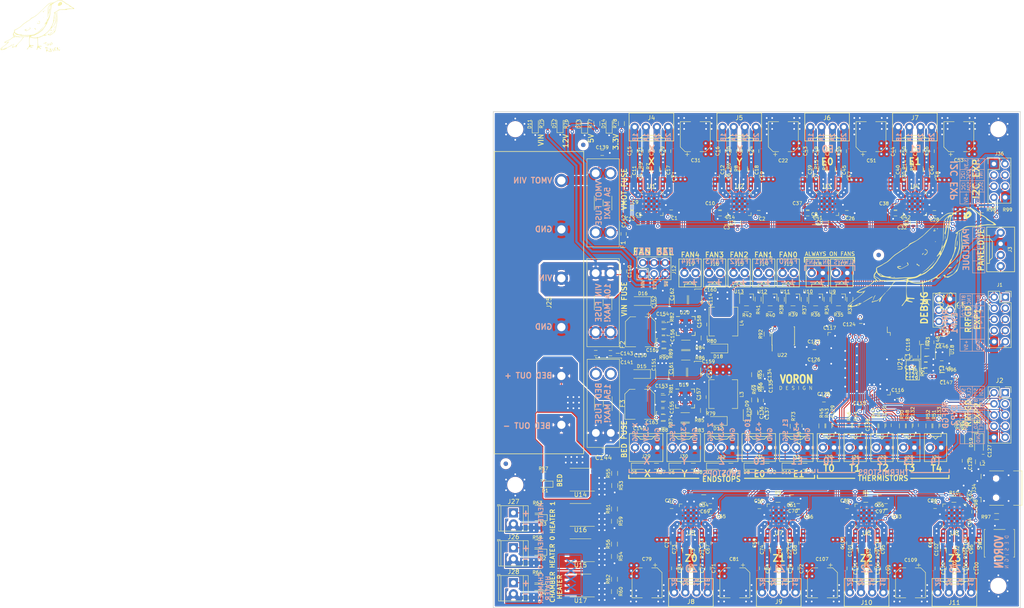
<source format=kicad_pcb>
(kicad_pcb (version 20171130) (host pcbnew "(5.1.5)-3")
  (title_block (title "Taco Raven") (date 2020-04-08) (rev B) (company "VORON Design"))
  (layers (0 TOP.Cu signal) (1 GND.Cu power hide) (2 POWER.Cu mixed hide) (31 BOTTOM.Cu signal hide) (34 B.Paste user hide) (35 F.Paste user hide) (36 B.SilkS user hide) (37 F.SilkS user) (38 B.Mask user hide) (39 F.Mask user hide) (44 Edge.Cuts user))
  (net 0 "")
  (net 1 GND)
  (net 2 +5V)
  (net 3 "Net-(C8-Pad2)")
  (net 4 "Net-(C9-Pad1)")
  (net 5 "Net-(C9-Pad2)")
  (net 6 "Net-(C10-Pad1)")
  (net 7 "Net-(C10-Pad2)")
  (net 8 "Net-(C11-Pad2)")
  (net 9 "Net-(C12-Pad2)")
  (net 10 "Net-(C17-Pad2)")
  (net 11 "Net-(C18-Pad2)")
  (net 12 "Net-(C39-Pad2)")
  (net 13 "Net-(C40-Pad2)")
  (net 14 "Net-(C41-Pad1)")
  (net 15 "Net-(C42-Pad1)")
  (net 16 "Net-(C45-Pad2)")
  (net 17 "Net-(C46-Pad2)")
  (net 18 "Net-(C73-Pad2)")
  (net 19 "Net-(C74-Pad2)")
  (net 20 "Net-(C93-Pad2)")
  (net 21 "Net-(C94-Pad2)")
  (net 22 "Net-(C163-Pad1)")
  (net 23 "Net-(C164-Pad1)")
  (net 24 "Net-(D1-Pad2)")
  (net 25 "Net-(D2-Pad2)")
  (net 26 "Net-(D3-Pad2)")
  (net 27 "Net-(D4-Pad2)")
  (net 28 "Net-(D5-Pad1)")
  (net 29 "Net-(D5-Pad2)")
  (net 30 "Net-(D6-Pad2)")
  (net 31 "Net-(D6-Pad1)")
  (net 32 "Net-(D7-Pad2)")
  (net 33 "Net-(D7-Pad1)")
  (net 34 "Net-(D8-Pad1)")
  (net 35 "Net-(D8-Pad2)")
  (net 36 "Net-(D10-Pad2)")
  (net 37 "Net-(D10-Pad1)")
  (net 38 "Net-(D11-Pad2)")
  (net 39 "Net-(D12-Pad2)")
  (net 40 "Net-(D13-Pad2)")
  (net 41 "Net-(D14-Pad2)")
  (net 42 "Net-(C13-Pad1)")
  (net 43 X_OA1)
  (net 44 X_OA2)
  (net 45 X_OB1)
  (net 46 X_OB2)
  (net 47 TMC_EN)
  (net 48 SPI_SDO)
  (net 49 SPI_SDI)
  (net 50 SPI_CLK)
  (net 51 DIR_X)
  (net 52 STEP_X)
  (net 53 +3.3V)
  (net 54 VMOT_FUSED)
  (net 55 +VIN)
  (net 56 +VIN_FUSED)
  (net 57 VBED_FUSED)
  (net 58 +V_FAN)
  (net 59 +12V)
  (net 60 T0)
  (net 61 T1)
  (net 62 T2)
  (net 63 T3)
  (net 64 T4)
  (net 65 ENDSTOP_X)
  (net 66 ENDSTOP_Y)
  (net 67 Z_PROBE)
  (net 68 ENDSTOP_E0)
  (net 69 ENDSTOP_E1)
  (net 70 "Net-(D9-Pad1)")
  (net 71 VREF)
  (net 72 FAN0)
  (net 73 FAN1)
  (net 74 FAN2)
  (net 75 FAN3)
  (net 76 FAN4)
  (net 77 RRFGD_LCD4)
  (net 78 RRFGD_LCDE)
  (net 79 RRFGD_LCDRS)
  (net 80 RRFGD_BTN_EN1)
  (net 81 RRFGD_BTN_EN2)
  (net 82 DIR_Y)
  (net 83 STEP_Y)
  (net 84 DIR_E0)
  (net 85 STEP_E0)
  (net 86 DIR_E1)
  (net 87 STEP_E1)
  (net 88 "Net-(C14-Pad1)")
  (net 89 Y_OA1)
  (net 90 Y_OA2)
  (net 91 Y_OB2)
  (net 92 Y_OB1)
  (net 93 "Net-(C36-Pad2)")
  (net 94 "Net-(C37-Pad2)")
  (net 95 "Net-(C37-Pad1)")
  (net 96 "Net-(C38-Pad1)")
  (net 97 "Net-(C38-Pad2)")
  (net 98 E0_OA1)
  (net 99 E1_OA1)
  (net 100 E0_OA2)
  (net 101 E1_OA2)
  (net 102 E0_OB2)
  (net 103 E1_OB2)
  (net 104 E0_OB1)
  (net 105 E1_OB1)
  (net 106 VMOT)
  (net 107 "Net-(C155-Pad2)")
  (net 108 "Net-(C156-Pad2)")
  (net 109 "Net-(C157-Pad1)")
  (net 110 "Net-(C157-Pad2)")
  (net 111 "Net-(C158-Pad2)")
  (net 112 "Net-(C158-Pad1)")
  (net 113 BED_SWITCH)
  (net 114 "Net-(D2-Pad1)")
  (net 115 "Net-(D3-Pad1)")
  (net 116 "Net-(D4-Pad1)")
  (net 117 "Net-(R35-Pad1)")
  (net 118 "Net-(R36-Pad1)")
  (net 119 "Net-(R39-Pad1)")
  (net 120 "Net-(R40-Pad1)")
  (net 121 "Net-(R42-Pad1)")
  (net 122 "Net-(R81-Pad2)")
  (net 123 "Net-(R82-Pad2)")
  (net 124 DIAG_X)
  (net 125 DIAG_Y)
  (net 126 DIAG_Z0)
  (net 127 DIAG_Z1)
  (net 128 DIR_Z0)
  (net 129 STEP_Z0)
  (net 130 DIR_Z1)
  (net 131 STEP_Z1)
  (net 132 DIR_Z2)
  (net 133 STEP_Z2)
  (net 134 DIR_Z3)
  (net 135 STEP_Z3)
  (net 136 "Net-(C65-Pad1)")
  (net 137 "Net-(C65-Pad2)")
  (net 138 "Net-(C66-Pad1)")
  (net 139 "Net-(C66-Pad2)")
  (net 140 "Net-(C67-Pad2)")
  (net 141 "Net-(C68-Pad2)")
  (net 142 "Net-(C69-Pad1)")
  (net 143 "Net-(C70-Pad1)")
  (net 144 Z0_OA1)
  (net 145 Z1_OA1)
  (net 146 Z0_OA2)
  (net 147 Z1_OA2)
  (net 148 Z0_OB2)
  (net 149 Z1_OB2)
  (net 150 Z0_OB1)
  (net 151 Z1_OB1)
  (net 152 "Net-(C93-Pad1)")
  (net 153 "Net-(C94-Pad1)")
  (net 154 "Net-(C95-Pad2)")
  (net 155 "Net-(C96-Pad2)")
  (net 156 "Net-(C97-Pad1)")
  (net 157 "Net-(C98-Pad1)")
  (net 158 Z2_OA1)
  (net 159 "Net-(C101-Pad2)")
  (net 160 "Net-(C102-Pad2)")
  (net 161 Z2_OA2)
  (net 162 Z2_OB2)
  (net 163 Z2_OB1)
  (net 164 DIAG_E0)
  (net 165 DIAG_E1)
  (net 166 DIAG_Z2)
  (net 167 DIAG_Z3)
  (net 168 "Net-(D17-Pad2)")
  (net 169 "Net-(D18-Pad2)")
  (net 170 "Net-(C149-Pad1)")
  (net 171 "Net-(C150-Pad1)")
  (net 172 Z3_OA1)
  (net 173 Z3_OA2)
  (net 174 Z3_OB2)
  (net 175 Z3_OB1)
  (net 176 "Net-(L1-Pad2)")
  (net 177 D-)
  (net 178 D+)
  (net 179 FLASH_IO0)
  (net 180 FLASH_IO1)
  (net 181 FLASH_IO2)
  (net 182 FLASH_IO3)
  (net 183 FLASH_SCK)
  (net 184 FLASH_CS)
  (net 185 BED)
  (net 186 HOTEND0)
  (net 187 HOTEND1)
  (net 188 SWCLK)
  (net 189 SWDIO)
  (net 190 SWO)
  (net 191 RESETN)
  (net 192 PD_TX_RRFGD_BTN_ENC)
  (net 193 PD_RX_RRFGD_BUZ)
  (net 194 HEATED_CHAMBER)
  (net 195 "Net-(J34-Pad1)")
  (net 196 EXP_I2C_SCL)
  (net 197 EXP_I2C_SDA)
  (net 198 EXP_I2C_INT)
  (net 199 EXP_I2C_OSCK)
  (net 200 EXP_I2C_RST)
  (net 201 VBUS)
  (net 202 "Net-(C145-Pad2)")
  (net 203 "Net-(R94-Pad1)")
  (net 204 "Net-(R96-Pad1)")
  (net 205 "Net-(C121-Pad2)")
  (net 206 "Net-(R55-Pad2)")
  (net 207 "Net-(R56-Pad2)")
  (net 208 "Net-(R61-Pad2)")
  (net 209 "Net-(R62-Pad2)")
  (net 210 "Net-(R79-Pad1)")
  (net 211 "Net-(R80-Pad1)")
  (net 212 RRFGD_SDDET)
  (net 213 RRFGD_SDCSEL)
  (net 214 "Net-(R97-Pad2)")
  (net 215 "Net-(J13-Pad1)")
  (net 216 "Net-(J14-Pad1)")
  (net 217 "Net-(J15-Pad1)")
  (net 218 "Net-(J16-Pad1)")
  (net 219 "Net-(J19-Pad1)")
  (net 220 "Net-(J20-Pad1)")
  (net 221 "Net-(J21-Pad1)")
  (net 222 "Net-(J22-Pad1)")
  (net 223 "Net-(J23-Pad1)")
  (net 224 "Net-(J24-Pad1)")
  (net 225 "Net-(C5-Pad2)")
  (net 226 "Net-(J34-Pad4)")
  (net 227 "Net-(U2-Pad17)")
  (net 228 "Net-(U3-Pad17)")
  (net 229 "Net-(U4-Pad17)")
  (net 230 "Net-(U5-Pad17)")
  (net 231 "Net-(U6-Pad17)")
  (net 232 "Net-(U7-Pad17)")
  (net 233 "Net-(U8-Pad17)")
  (net 234 "Net-(U18-Pad4)")
  (net 235 "Net-(U1-Pad20)")
  (net 236 "Net-(U1-Pad17)")
  (net 237 TMC_UART0)
  (net 238 "Net-(U1-Pad12)")
  (net 239 "Net-(R1-Pad2)")
  (net 240 "Net-(U2-Pad20)")
  (net 241 "Net-(U2-Pad12)")
  (net 242 "Net-(R2-Pad2)")
  (net 243 "Net-(U3-Pad20)")
  (net 244 "Net-(U3-Pad12)")
  (net 245 "Net-(C3-Pad1)")
  (net 246 "Net-(C32-Pad1)")
  (net 247 "Net-(R3-Pad2)")
  (net 248 "Net-(U4-Pad20)")
  (net 249 "Net-(U4-Pad12)")
  (net 250 "Net-(C34-Pad2)")
  (net 251 "Net-(U5-Pad20)")
  (net 252 TMC_UART1)
  (net 253 "Net-(U5-Pad12)")
  (net 254 "Net-(C61-Pad2)")
  (net 255 "Net-(C62-Pad2)")
  (net 256 "Net-(R4-Pad2)")
  (net 257 "Net-(R9-Pad2)")
  (net 258 "Net-(R10-Pad2)")
  (net 259 "Net-(U6-Pad20)")
  (net 260 "Net-(U6-Pad12)")
  (net 261 "Net-(U7-Pad20)")
  (net 262 "Net-(U7-Pad12)")
  (net 263 "Net-(U8-Pad20)")
  (net 264 "Net-(U8-Pad12)")
  (net 265 RRFGD_LCD6)
  (net 266 RRFGD_LCD7)
  (net 267 RRFGD_LCD5)
  (net 268 KILL)
  (net 269 "Net-(U21-Pad2)")
  (net 270 "Net-(U21-Pad1)")
  (net 271 "Net-(U21-Pad73)")
  (module MZBOT:PinHeader_2x04_P2.54mm_Vertical (layer TOP.Cu) (at 223.985 51.9)
    (fp_text reference J36 (at 1.27 -2.33) (layer F.SilkS) (effects (font (size 0.762 0.762) (thickness 0.127))))
    (fp_text value CONN_02X04)
    (pad 8 thru_hole oval (at 2.54 7.62) (size 1.7 1.7) (drill 1) (layers *.Cu *.Mask) (net 1 GND))
    (pad 7 thru_hole oval (at 0 7.62) (size 1.7 1.7) (drill 1) (layers *.Cu *.Mask) (net 200 EXP_I2C_RST))
    (pad 6 thru_hole oval (at 2.54 5.08) (size 1.7 1.7) (drill 1) (layers *.Cu *.Mask) (net 196 EXP_I2C_SCL))
    (pad 5 thru_hole oval (at 0 5.08) (size 1.7 1.7) (drill 1) (layers *.Cu *.Mask) (net 197 EXP_I2C_SDA))
    (pad 4 thru_hole oval (at 2.54 2.54) (size 1.7 1.7) (drill 1) (layers *.Cu *.Mask) (net 198 EXP_I2C_INT))
    (pad 3 thru_hole oval (at 0 2.54) (size 1.7 1.7) (drill 1) (layers *.Cu *.Mask) (net 199 EXP_I2C_OSCK))
    (pad 2 thru_hole oval (at 2.54 0) (size 1.7 1.7) (drill 1) (layers *.Cu *.Mask) (net 2 +5V))
    (pad 1 thru_hole rect (at 0 0) (size 1.7 1.7) (drill 1) (layers *.Cu *.Mask) (net 53 +3.3V))
  )
  (module MZBOT:Molex_KK_1X2 (layer TOP.Cu) (at 198.5 116.5)
    (fp_text reference J22 (at 0 2.25) (layer F.SilkS) (effects (font (size 0.762 0.762) (thickness 0.127))))
    (fp_text value CONN_01X02)
    (pad 1 thru_hole circle (at -1.27 0) (size 1.905 1.905) (drill 1.016) (layers *.Cu *.Mask) (net 222 "Net-(J22-Pad1)"))
    (pad 2 thru_hole circle (at 1.27 0) (size 1.905 1.905) (drill 1.016) (layers *.Cu *.Mask) (net 1 GND))
  )
  (module MZBOT:R_0603 (layer TOP.Cu) (at 217.17 111.3314 90)
    (fp_text reference R95 (at 0 -1.45 90) (layer F.SilkS) (effects (font (size 0.762 0.762) (thickness 0.127))))
    (fp_text value 100K)
    (pad 2 smd rect (at 0.75 0 90) (size 0.5 0.9) (layers TOP.Cu F.Paste F.Mask) (net 203 "Net-(R94-Pad1)"))
    (pad 1 smd rect (at -0.75 0 90) (size 0.5 0.9) (layers TOP.Cu F.Paste F.Mask) (net 2 +5V))
  )
  (module MZBOT:TQFP-100_14x14mm_P0.5mm (layer TOP.Cu) (at 193.294 97.409 270)
    (fp_text reference U21 (at 0 -9.35 270) (layer F.SilkS))
    (fp_text value ATSAMD51)
    (pad 100 smd rect (at -6 -7.65 270) (size 0.3 1.5) (layers TOP.Cu F.Paste F.Mask) (net 199 EXP_I2C_OSCK))
    (pad 99 smd rect (at -5.5 -7.65 270) (size 0.3 1.5) (layers TOP.Cu F.Paste F.Mask) (net 197 EXP_I2C_SDA))
    (pad 98 smd rect (at -5 -7.65 270) (size 0.3 1.5) (layers TOP.Cu F.Paste F.Mask) (net 198 EXP_I2C_INT))
    (pad 97 smd rect (at -4.5 -7.65 270) (size 0.3 1.5) (layers TOP.Cu F.Paste F.Mask) (net 196 EXP_I2C_SCL))
    (pad 96 smd rect (at -4 -7.65 270) (size 0.3 1.5) (layers TOP.Cu F.Paste F.Mask) (net 200 EXP_I2C_RST))
    (pad 95 smd rect (at -3.5 -7.65 270) (size 0.3 1.5) (layers TOP.Cu F.Paste F.Mask) (net 190 SWO))
    (pad 94 smd rect (at -3 -7.65 270) (size 0.3 1.5) (layers TOP.Cu F.Paste F.Mask) (net 189 SWDIO))
    (pad 93 smd rect (at -2.5 -7.65 270) (size 0.3 1.5) (layers TOP.Cu F.Paste F.Mask) (net 188 SWCLK))
    (pad 92 smd rect (at -2 -7.65 270) (size 0.3 1.5) (layers TOP.Cu F.Paste F.Mask) (net 53 +3.3V))
    (pad 91 smd rect (at -1.5 -7.65 270) (size 0.3 1.5) (layers TOP.Cu F.Paste F.Mask) (net 176 "Net-(L1-Pad2)"))
    (pad 90 smd rect (at -1 -7.65 270) (size 0.3 1.5) (layers TOP.Cu F.Paste F.Mask) (net 1 GND))
    (pad 89 smd rect (at -0.5 -7.65 270) (size 0.3 1.5) (layers TOP.Cu F.Paste F.Mask) (net 205 "Net-(C121-Pad2)"))
    (pad 88 smd rect (at 0 -7.65 270) (size 0.3 1.5) (layers TOP.Cu F.Paste F.Mask) (net 191 RESETN))
    (pad 87 smd rect (at 0.5 -7.65 270) (size 0.3 1.5) (layers TOP.Cu F.Paste F.Mask) (net 78 RRFGD_LCDE))
    (pad 86 smd rect (at 1 -7.65 270) (size 0.3 1.5) (layers TOP.Cu F.Paste F.Mask) (net 193 PD_RX_RRFGD_BUZ))
    (pad 85 smd rect (at 1.5 -7.65 270) (size 0.3 1.5) (layers TOP.Cu F.Paste F.Mask) (net 192 PD_TX_RRFGD_BTN_ENC))
    (pad 84 smd rect (at 2 -7.65 270) (size 0.3 1.5) (layers TOP.Cu F.Paste F.Mask) (net 79 RRFGD_LCDRS))
    (pad 83 smd rect (at 2.5 -7.65 270) (size 0.3 1.5) (layers TOP.Cu F.Paste F.Mask) (net 77 RRFGD_LCD4))
    (pad 82 smd rect (at 3 -7.65 270) (size 0.3 1.5) (layers TOP.Cu F.Paste F.Mask) (net 267 RRFGD_LCD5))
    (pad 81 smd rect (at 3.5 -7.65 270) (size 0.3 1.5) (layers TOP.Cu F.Paste F.Mask) (net 265 RRFGD_LCD6))
    (pad 80 smd rect (at 4 -7.65 270) (size 0.3 1.5) (layers TOP.Cu F.Paste F.Mask) (net 266 RRFGD_LCD7))
    (pad 79 smd rect (at 4.5 -7.65 270) (size 0.3 1.5) (layers TOP.Cu F.Paste F.Mask) (net 81 RRFGD_BTN_EN2))
    (pad 78 smd rect (at 5 -7.65 270) (size 0.3 1.5) (layers TOP.Cu F.Paste F.Mask) (net 80 RRFGD_BTN_EN1))
    (pad 77 smd rect (at 5.5 -7.65 270) (size 0.3 1.5) (layers TOP.Cu F.Paste F.Mask) (net 53 +3.3V))
    (pad 76 smd rect (at 6 -7.65 270) (size 0.3 1.5) (layers TOP.Cu F.Paste F.Mask) (net 1 GND))
    (pad 75 smd rect (at 7.65 -6 270) (size 1.5 0.3) (layers TOP.Cu F.Paste F.Mask) (net 178 D+))
    (pad 74 smd rect (at 7.65 -5.5 270) (size 1.5 0.3) (layers TOP.Cu F.Paste F.Mask) (net 177 D-))
    (pad 73 smd rect (at 7.65 -5 270) (size 1.5 0.3) (layers TOP.Cu F.Paste F.Mask) (net 271 "Net-(U21-Pad73)"))
    (pad 72 smd rect (at 7.65 -4.5 270) (size 1.5 0.3) (layers TOP.Cu F.Paste F.Mask) (net 268 KILL))
    (pad 71 smd rect (at 7.65 -4 270) (size 1.5 0.3) (layers TOP.Cu F.Paste F.Mask) (net 167 DIAG_Z3))
    (pad 70 smd rect (at 7.65 -3.5 270) (size 1.5 0.3) (layers TOP.Cu F.Paste F.Mask) (net 47 TMC_EN))
    (pad 69 smd rect (at 7.65 -3 270) (size 1.5 0.3) (layers TOP.Cu F.Paste F.Mask) (net 212 RRFGD_SDDET))
    (pad 68 smd rect (at 7.65 -2.5 270) (size 1.5 0.3) (layers TOP.Cu F.Paste F.Mask) (net 49 SPI_SDI))
    (pad 67 smd rect (at 7.65 -2 270) (size 1.5 0.3) (layers TOP.Cu F.Paste F.Mask) (net 48 SPI_SDO))
    (pad 66 smd rect (at 7.65 -1.5 270) (size 1.5 0.3) (layers TOP.Cu F.Paste F.Mask) (net 50 SPI_CLK))
    (pad 65 smd rect (at 7.65 -1 270) (size 1.5 0.3) (layers TOP.Cu F.Paste F.Mask) (net 252 TMC_UART1))
    (pad 64 smd rect (at 7.65 -0.5 270) (size 1.5 0.3) (layers TOP.Cu F.Paste F.Mask) (net 135 STEP_Z3))
    (pad 63 smd rect (at 7.65 0 270) (size 1.5 0.3) (layers TOP.Cu F.Paste F.Mask) (net 53 +3.3V))
    (pad 62 smd rect (at 7.65 0.5 270) (size 1.5 0.3) (layers TOP.Cu F.Paste F.Mask) (net 1 GND))
    (pad 61 smd rect (at 7.65 1 270) (size 1.5 0.3) (layers TOP.Cu F.Paste F.Mask) (net 134 DIR_Z3))
    (pad 60 smd rect (at 7.65 1.5 270) (size 1.5 0.3) (layers TOP.Cu F.Paste F.Mask) (net 166 DIAG_Z2))
    (pad 59 smd rect (at 7.65 2 270) (size 1.5 0.3) (layers TOP.Cu F.Paste F.Mask) (net 133 STEP_Z2))
    (pad 58 smd rect (at 7.65 2.5 270) (size 1.5 0.3) (layers TOP.Cu F.Paste F.Mask) (net 132 DIR_Z2))
    (pad 57 smd rect (at 7.65 3 270) (size 1.5 0.3) (layers TOP.Cu F.Paste F.Mask) (net 127 DIAG_Z1))
    (pad 56 smd rect (at 7.65 3.5 270) (size 1.5 0.3) (layers TOP.Cu F.Paste F.Mask) (net 131 STEP_Z1))
    (pad 55 smd rect (at 7.65 4 270) (size 1.5 0.3) (layers TOP.Cu F.Paste F.Mask) (net 130 DIR_Z1))
    (pad 54 smd rect (at 7.65 4.5 270) (size 1.5 0.3) (layers TOP.Cu F.Paste F.Mask) (net 126 DIAG_Z0))
    (pad 53 smd rect (at 7.65 5 270) (size 1.5 0.3) (layers TOP.Cu F.Paste F.Mask) (net 69 ENDSTOP_E1))
    (pad 52 smd rect (at 7.65 5.5 270) (size 1.5 0.3) (layers TOP.Cu F.Paste F.Mask) (net 129 STEP_Z0))
    (pad 51 smd rect (at 7.65 6 270) (size 1.5 0.3) (layers TOP.Cu F.Paste F.Mask) (net 53 +3.3V))
    (pad 50 smd rect (at 6 7.65 270) (size 0.3 1.5) (layers TOP.Cu F.Paste F.Mask) (net 1 GND))
    (pad 49 smd rect (at 5.5 7.65 270) (size 0.3 1.5) (layers TOP.Cu F.Paste F.Mask) (net 128 DIR_Z0))
    (pad 48 smd rect (at 5 7.65 270) (size 0.3 1.5) (layers TOP.Cu F.Paste F.Mask) (net 194 HEATED_CHAMBER))
    (pad 47 smd rect (at 4.5 7.65 270) (size 0.3 1.5) (layers TOP.Cu F.Paste F.Mask) (net 186 HOTEND0))
    (pad 46 smd rect (at 4 7.65 270) (size 0.3 1.5) (layers TOP.Cu F.Paste F.Mask) (net 187 HOTEND1))
    (pad 45 smd rect (at 3.5 7.65 270) (size 0.3 1.5) (layers TOP.Cu F.Paste F.Mask) (net 185 BED))
    (pad 44 smd rect (at 3 7.65 270) (size 0.3 1.5) (layers TOP.Cu F.Paste F.Mask) (net 68 ENDSTOP_E0))
    (pad 43 smd rect (at 2.5 7.65 270) (size 0.3 1.5) (layers TOP.Cu F.Paste F.Mask) (net 67 Z_PROBE))
    (pad 42 smd rect (at 2 7.65 270) (size 0.3 1.5) (layers TOP.Cu F.Paste F.Mask) (net 66 ENDSTOP_Y))
    (pad 41 smd rect (at 1.5 7.65 270) (size 0.3 1.5) (layers TOP.Cu F.Paste F.Mask) (net 65 ENDSTOP_X))
    (pad 40 smd rect (at 1 7.65 270) (size 0.3 1.5) (layers TOP.Cu F.Paste F.Mask) (net 76 FAN4))
    (pad 39 smd rect (at 0.5 7.65 270) (size 0.3 1.5) (layers TOP.Cu F.Paste F.Mask) (net 53 +3.3V))
    (pad 38 smd rect (at 0 7.65 270) (size 0.3 1.5) (layers TOP.Cu F.Paste F.Mask) (net 1 GND))
    (pad 37 smd rect (at -0.5 7.65 270) (size 0.3 1.5) (layers TOP.Cu F.Paste F.Mask) (net 75 FAN3))
    (pad 36 smd rect (at -1 7.65 270) (size 0.3 1.5) (layers TOP.Cu F.Paste F.Mask) (net 74 FAN2))
    (pad 35 smd rect (at -1.5 7.65 270) (size 0.3 1.5) (layers TOP.Cu F.Paste F.Mask) (net 73 FAN1))
    (pad 34 smd rect (at -2 7.65 270) (size 0.3 1.5) (layers TOP.Cu F.Paste F.Mask) (net 72 FAN0))
    (pad 33 smd rect (at -2.5 7.65 270) (size 0.3 1.5) (layers TOP.Cu F.Paste F.Mask) (net 184 FLASH_CS))
    (pad 32 smd rect (at -3 7.65 270) (size 0.3 1.5) (layers TOP.Cu F.Paste F.Mask) (net 183 FLASH_SCK))
    (pad 31 smd rect (at -3.5 7.65 270) (size 0.3 1.5) (layers TOP.Cu F.Paste F.Mask) (net 1 GND))
    (pad 30 smd rect (at -4 7.65 270) (size 0.3 1.5) (layers TOP.Cu F.Paste F.Mask) (net 53 +3.3V))
    (pad 29 smd rect (at -4.5 7.65 270) (size 0.3 1.5) (layers TOP.Cu F.Paste F.Mask) (net 182 FLASH_IO3))
    (pad 28 smd rect (at -5 7.65 270) (size 0.3 1.5) (layers TOP.Cu F.Paste F.Mask) (net 181 FLASH_IO2))
    (pad 27 smd rect (at -5.5 7.65 270) (size 0.3 1.5) (layers TOP.Cu F.Paste F.Mask) (net 180 FLASH_IO1))
    (pad 26 smd rect (at -6 7.65 270) (size 0.3 1.5) (layers TOP.Cu F.Paste F.Mask) (net 179 FLASH_IO0))
    (pad 25 smd rect (at -7.65 6 270) (size 1.5 0.3) (layers TOP.Cu F.Paste F.Mask) (net 53 +3.3V))
    (pad 24 smd rect (at -7.65 5.5 270) (size 1.5 0.3) (layers TOP.Cu F.Paste F.Mask) (net 1 GND))
    (pad 23 smd rect (at -7.65 5 270) (size 1.5 0.3) (layers TOP.Cu F.Paste F.Mask) (net 124 DIAG_X))
    (pad 22 smd rect (at -7.65 4.5 270) (size 1.5 0.3) (layers TOP.Cu F.Paste F.Mask) (net 52 STEP_X))
    (pad 21 smd rect (at -7.65 4 270) (size 1.5 0.3) (layers TOP.Cu F.Paste F.Mask) (net 51 DIR_X))
    (pad 20 smd rect (at -7.65 3.5 270) (size 1.5 0.3) (layers TOP.Cu F.Paste F.Mask) (net 125 DIAG_Y))
    (pad 19 smd rect (at -7.65 3 270) (size 1.5 0.3) (layers TOP.Cu F.Paste F.Mask) (net 83 STEP_Y))
    (pad 18 smd rect (at -7.65 2.5 270) (size 1.5 0.3) (layers TOP.Cu F.Paste F.Mask) (net 82 DIR_Y))
    (pad 17 smd rect (at -7.65 2 270) (size 1.5 0.3) (layers TOP.Cu F.Paste F.Mask) (net 71 VREF))
    (pad 16 smd rect (at -7.65 1.5 270) (size 1.5 0.3) (layers TOP.Cu F.Paste F.Mask) (net 64 T4))
    (pad 15 smd rect (at -7.65 1 270) (size 1.5 0.3) (layers TOP.Cu F.Paste F.Mask) (net 63 T3))
    (pad 14 smd rect (at -7.65 0.5 270) (size 1.5 0.3) (layers TOP.Cu F.Paste F.Mask) (net 62 T2))
    (pad 13 smd rect (at -7.65 0 270) (size 1.5 0.3) (layers TOP.Cu F.Paste F.Mask) (net 61 T1))
    (pad 12 smd rect (at -7.65 -0.5 270) (size 1.5 0.3) (layers TOP.Cu F.Paste F.Mask) (net 53 +3.3V))
    (pad 11 smd rect (at -7.65 -1 270) (size 1.5 0.3) (layers TOP.Cu F.Paste F.Mask) (net 1 GND))
    (pad 10 smd rect (at -7.65 -1.5 270) (size 1.5 0.3) (layers TOP.Cu F.Paste F.Mask) (net 60 T0))
    (pad 9 smd rect (at -7.65 -2 270) (size 1.5 0.3) (layers TOP.Cu F.Paste F.Mask) (net 164 DIAG_E0))
    (pad 8 smd rect (at -7.65 -2.5 270) (size 1.5 0.3) (layers TOP.Cu F.Paste F.Mask) (net 85 STEP_E0))
    (pad 7 smd rect (at -7.65 -3 270) (size 1.5 0.3) (layers TOP.Cu F.Paste F.Mask) (net 84 DIR_E0))
    (pad 6 smd rect (at -7.65 -3.5 270) (size 1.5 0.3) (layers TOP.Cu F.Paste F.Mask) (net 165 DIAG_E1))
    (pad 5 smd rect (at -7.65 -4 270) (size 1.5 0.3) (layers TOP.Cu F.Paste F.Mask) (net 87 STEP_E1))
    (pad 4 smd rect (at -7.65 -4.5 270) (size 1.5 0.3) (layers TOP.Cu F.Paste F.Mask) (net 86 DIR_E1))
    (pad 3 smd rect (at -7.65 -5 270) (size 1.5 0.3) (layers TOP.Cu F.Paste F.Mask) (net 237 TMC_UART0))
    (pad 2 smd rect (at -7.65 -5.5 270) (size 1.5 0.3) (layers TOP.Cu F.Paste F.Mask) (net 269 "Net-(U21-Pad2)"))
    (pad 1 smd rect (at -7.65 -6 270) (size 1.5 0.3) (layers TOP.Cu F.Paste F.Mask) (net 270 "Net-(U21-Pad1)"))
  )
  (module MZBOT:PinHeader_2x03_P2.54mm_Vertical (layer TOP.Cu) (at 213.995 87.757 180)
    (fp_text reference J35 (at 1.27 -2.33) (layer F.SilkS))
    (fp_text value CONN_02X03)
    (pad 6 thru_hole oval (at 2.54 5.08 180) (size 1.7 1.7) (drill 1) (layers *.Cu *.Mask) (net 188 SWCLK))
    (pad 5 thru_hole oval (at 0 5.08 180) (size 1.7 1.7) (drill 1) (layers *.Cu *.Mask) (net 1 GND))
    (pad 4 thru_hole oval (at 2.54 2.54 180) (size 1.7 1.7) (drill 1) (layers *.Cu *.Mask) (net 190 SWO))
    (pad 3 thru_hole oval (at 0 2.54 180) (size 1.7 1.7) (drill 1) (layers *.Cu *.Mask) (net 191 RESETN))
    (pad 2 thru_hole oval (at 2.54 0 180) (size 1.7 1.7) (drill 1) (layers *.Cu *.Mask) (net 189 SWDIO))
    (pad 1 thru_hole rect (at 0 0 180) (size 1.7 1.7) (drill 1) (layers *.Cu *.Mask) (net 53 +3.3V))
  )
  (module MZBOT:Molex_KK_1X4 (layer TOP.Cu) (at 175 149.5)
    (fp_text reference J9 (at 0 2.1) (layer F.SilkS))
    (fp_text value CONN_01X04 hide)
    (pad 4 thru_hole circle (at 3.81 0) (size 1.905 1.905) (drill 1.016) (layers *.Cu *.Mask) (net 149 Z1_OB2))
    (pad 3 thru_hole circle (at 1.27 0) (size 1.905 1.905) (drill 1.016) (layers *.Cu *.Mask) (net 151 Z1_OB1))
    (pad 2 thru_hole circle (at -1.27 0) (size 1.905 1.905) (drill 1.016) (layers *.Cu *.Mask) (net 145 Z1_OA1))
    (pad 1 thru_hole circle (at -3.81 0) (size 1.905 1.905) (drill 1.016) (layers *.Cu *.Mask) (net 147 Z1_OA2))
  )
  (module MZBOT:C_0603 (layer TOP.Cu) (at 219.5592 131.12 270)
    (fp_text reference C94 (at 2.4546 1.05 90) (layer F.SilkS) (effects (font (size 0.762 0.762) (thickness 0.127))))
    (fp_text value 22nF hide)
    (pad 1 smd rect (at -0.75 0 270) (size 0.8 0.75) (layers TOP.Cu F.Paste F.Mask) (net 153 "Net-(C94-Pad1)"))
    (pad 2 smd rect (at 0.75 0 270) (size 0.8 0.75) (layers TOP.Cu F.Paste F.Mask) (net 21 "Net-(C94-Pad2)"))
  )
  (module MZBOT:QFN-28_EP_5x5_Pitch0.5mm (layer TOP.Cu) (at 215 132 180)
    (fp_text reference U8 (at 0 -3.95) (layer F.SilkS))
    (fp_text value TMC2209)
    (pad 29 thru_hole circle (at 1.233333 1.233333 180) (size 0.616666 0.616666) (drill 0.308333) (layers *.Cu *.Mask) (net 1 GND))
    (pad 29 thru_hole circle (at 1.233333 0 180) (size 0.616666 0.616666) (drill 0.308333) (layers *.Cu *.Mask) (net 1 GND))
    (pad 29 thru_hole circle (at 1.233333 -1.233333 180) (size 0.616666 0.616666) (drill 0.308333) (layers *.Cu *.Mask) (net 1 GND))
    (pad 29 thru_hole circle (at 0 1.233333 180) (size 0.616666 0.616666) (drill 0.308333) (layers *.Cu *.Mask) (net 1 GND))
    (pad 29 thru_hole circle (at 0 0 180) (size 0.616666 0.616666) (drill 0.308333) (layers *.Cu *.Mask) (net 1 GND))
    (pad 29 thru_hole circle (at 0 -1.233333 180) (size 0.616666 0.616666) (drill 0.308333) (layers *.Cu *.Mask) (net 1 GND))
    (pad 29 thru_hole circle (at -1.233333 1.233333 180) (size 0.616666 0.616666) (drill 0.308333) (layers *.Cu *.Mask) (net 1 GND))
    (pad 29 thru_hole circle (at -1.233333 0 180) (size 0.616666 0.616666) (drill 0.308333) (layers *.Cu *.Mask) (net 1 GND))
    (pad 29 thru_hole circle (at -1.233333 -1.233333 180) (size 0.616666 0.616666) (drill 0.308333) (layers *.Cu *.Mask) (net 1 GND))
    (pad 29 smd rect (at 1.233333 1.233333 180) (size 1.233333 1.233333) (layers TOP.Cu F.Paste F.Mask) (net 1 GND))
    (pad 29 smd rect (at 1.233333 0 180) (size 1.233333 1.233333) (layers TOP.Cu F.Paste F.Mask) (net 1 GND))
    (pad 29 smd rect (at 1.233333 -1.233333 180) (size 1.233333 1.233333) (layers TOP.Cu F.Paste F.Mask) (net 1 GND))
    (pad 29 smd rect (at 0 1.233333 180) (size 1.233333 1.233333) (layers TOP.Cu F.Paste F.Mask) (net 1 GND))
    (pad 29 smd rect (at 0 0 180) (size 1.233333 1.233333) (layers TOP.Cu F.Paste F.Mask) (net 1 GND))
    (pad 29 smd rect (at 0 -1.233333 180) (size 1.233333 1.233333) (layers TOP.Cu F.Paste F.Mask) (net 1 GND))
    (pad 29 smd rect (at -1.233333 1.233333 180) (size 1.233333 1.233333) (layers TOP.Cu F.Paste F.Mask) (net 1 GND))
    (pad 29 smd rect (at -1.233333 0 180) (size 1.233333 1.233333) (layers TOP.Cu F.Paste F.Mask) (net 1 GND))
    (pad 29 smd rect (at -1.233333 -1.233333 180) (size 1.233333 1.233333) (layers TOP.Cu F.Paste F.Mask) (net 1 GND))
    (pad 28 smd oval (at -1.5 -2.3 180) (size 0.25 0.4) (layers TOP.Cu F.Paste F.Mask) (net 54 VMOT_FUSED))
    (pad 27 smd oval (at -1 -2.3 180) (size 0.25 0.4) (layers TOP.Cu F.Paste F.Mask) (net 155 "Net-(C96-Pad2)"))
    (pad 26 smd oval (at -0.5 -2.3 180) (size 0.25 0.4) (layers TOP.Cu F.Paste F.Mask) (net 175 Z3_OB1))
    (pad 25 smd oval (at 0 -2.3 180) (size 0.25 0.4) (layers TOP.Cu F.Paste F.Mask) (net 1 GND))
    (pad 24 smd oval (at 0.5 -2.3 180) (size 0.25 0.4) (layers TOP.Cu F.Paste F.Mask) (net 172 Z3_OA1))
    (pad 23 smd oval (at 1 -2.3 180) (size 0.25 0.4) (layers TOP.Cu F.Paste F.Mask) (net 160 "Net-(C102-Pad2)"))
    (pad 22 smd oval (at 1.5 -2.3 180) (size 0.25 0.4) (layers TOP.Cu F.Paste F.Mask) (net 54 VMOT_FUSED))
    (pad 21 smd oval (at 2.3 -1.5 270) (size 0.25 0.4) (layers TOP.Cu F.Paste F.Mask) (net 173 Z3_OA2))
    (pad 20 smd oval (at 2.3 -1 270) (size 0.25 0.4) (layers TOP.Cu F.Paste F.Mask) (net 263 "Net-(U8-Pad20)"))
    (pad 19 smd oval (at 2.3 -0.5 270) (size 0.25 0.4) (layers TOP.Cu F.Paste F.Mask) (net 134 DIR_Z3))
    (pad 18 smd oval (at 2.3 0 270) (size 0.25 0.4) (layers TOP.Cu F.Paste F.Mask) (net 1 GND))
    (pad 17 smd oval (at 2.3 0.5 270) (size 0.25 0.4) (layers TOP.Cu F.Paste F.Mask) (net 233 "Net-(U8-Pad17)"))
    (pad 16 smd oval (at 2.3 1 270) (size 0.25 0.4) (layers TOP.Cu F.Paste F.Mask) (net 135 STEP_Z3))
    (pad 15 smd oval (at 2.3 1.5 270) (size 0.25 0.4) (layers TOP.Cu F.Paste F.Mask) (net 53 +3.3V))
    (pad 14 smd oval (at 1.5 2.3 180) (size 0.25 0.4) (layers TOP.Cu F.Paste F.Mask) (net 252 TMC_UART1))
    (pad 13 smd oval (at 1 2.3 180) (size 0.25 0.4) (layers TOP.Cu F.Paste F.Mask) (net 1 GND))
    (pad 12 smd oval (at 0.5 2.3 180) (size 0.25 0.4) (layers TOP.Cu F.Paste F.Mask) (net 264 "Net-(U8-Pad12)"))
    (pad 11 smd oval (at 0 2.3 180) (size 0.25 0.4) (layers TOP.Cu F.Paste F.Mask) (net 167 DIAG_Z3))
    (pad 10 smd oval (at -0.5 2.3 180) (size 0.25 0.4) (layers TOP.Cu F.Paste F.Mask) (net 258 "Net-(R10-Pad2)"))
    (pad 9 smd oval (at -1 2.3 180) (size 0.25 0.4) (layers TOP.Cu F.Paste F.Mask) (net 258 "Net-(R10-Pad2)"))
    (pad 8 smd oval (at -1.5 2.3 180) (size 0.25 0.4) (layers TOP.Cu F.Paste F.Mask) (net 255 "Net-(C62-Pad2)"))
    (pad 7 smd oval (at -2.3 1.5 270) (size 0.25 0.4) (layers TOP.Cu F.Paste F.Mask) (net 1 GND))
    (pad 6 smd oval (at -2.3 1 270) (size 0.25 0.4) (layers TOP.Cu F.Paste F.Mask) (net 157 "Net-(C98-Pad1)"))
    (pad 5 smd oval (at -2.3 0.5 270) (size 0.25 0.4) (layers TOP.Cu F.Paste F.Mask) (net 153 "Net-(C94-Pad1)"))
    (pad 4 smd oval (at -2.3 0 270) (size 0.25 0.4) (layers TOP.Cu F.Paste F.Mask) (net 21 "Net-(C94-Pad2)"))
    (pad 3 smd oval (at -2.3 -0.5 270) (size 0.25 0.4) (layers TOP.Cu F.Paste F.Mask) (net 1 GND))
    (pad 2 smd oval (at -2.3 -1 270) (size 0.25 0.4) (layers TOP.Cu F.Paste F.Mask) (net 47 TMC_EN))
    (pad 1 smd oval (at -2.3 -1.5 270) (size 0.25 0.4) (layers TOP.Cu F.Paste F.Mask) (net 174 Z3_OB2))
  )
  (module MZBOT:QFN-28_EP_5x5_Pitch0.5mm (layer TOP.Cu) (at 175 132 180)
    (fp_text reference U7 (at 0 -3.95) (layer F.SilkS))
    (fp_text value TMC2209)
    (pad 29 thru_hole circle (at 1.233333 1.233333 180) (size 0.616666 0.616666) (drill 0.308333) (layers *.Cu *.Mask) (net 1 GND))
    (pad 29 thru_hole circle (at 1.233333 0 180) (size 0.616666 0.616666) (drill 0.308333) (layers *.Cu *.Mask) (net 1 GND))
    (pad 29 thru_hole circle (at 1.233333 -1.233333 180) (size 0.616666 0.616666) (drill 0.308333) (layers *.Cu *.Mask) (net 1 GND))
    (pad 29 thru_hole circle (at 0 1.233333 180) (size 0.616666 0.616666) (drill 0.308333) (layers *.Cu *.Mask) (net 1 GND))
    (pad 29 thru_hole circle (at 0 0 180) (size 0.616666 0.616666) (drill 0.308333) (layers *.Cu *.Mask) (net 1 GND))
    (pad 29 thru_hole circle (at 0 -1.233333 180) (size 0.616666 0.616666) (drill 0.308333) (layers *.Cu *.Mask) (net 1 GND))
    (pad 29 thru_hole circle (at -1.233333 1.233333 180) (size 0.616666 0.616666) (drill 0.308333) (layers *.Cu *.Mask) (net 1 GND))
    (pad 29 thru_hole circle (at -1.233333 0 180) (size 0.616666 0.616666) (drill 0.308333) (layers *.Cu *.Mask) (net 1 GND))
    (pad 29 thru_hole circle (at -1.233333 -1.233333 180) (size 0.616666 0.616666) (drill 0.308333) (layers *.Cu *.Mask) (net 1 GND))
    (pad 29 smd rect (at 1.233333 1.233333 180) (size 1.233333 1.233333) (layers TOP.Cu F.Paste F.Mask) (net 1 GND))
    (pad 29 smd rect (at 1.233333 0 180) (size 1.233333 1.233333) (layers TOP.Cu F.Paste F.Mask) (net 1 GND))
    (pad 29 smd rect (at 1.233333 -1.233333 180) (size 1.233333 1.233333) (layers TOP.Cu F.Paste F.Mask) (net 1 GND))
    (pad 29 smd rect (at 0 1.233333 180) (size 1.233333 1.233333) (layers TOP.Cu F.Paste F.Mask) (net 1 GND))
    (pad 29 smd rect (at 0 0 180) (size 1.233333 1.233333) (layers TOP.Cu F.Paste F.Mask) (net 1 GND))
    (pad 29 smd rect (at 0 -1.233333 180) (size 1.233333 1.233333) (layers TOP.Cu F.Paste F.Mask) (net 1 GND))
    (pad 29 smd rect (at -1.233333 1.233333 180) (size 1.233333 1.233333) (layers TOP.Cu F.Paste F.Mask) (net 1 GND))
    (pad 29 smd rect (at -1.233333 0 180) (size 1.233333 1.233333) (layers TOP.Cu F.Paste F.Mask) (net 1 GND))
    (pad 29 smd rect (at -1.233333 -1.233333 180) (size 1.233333 1.233333) (layers TOP.Cu F.Paste F.Mask) (net 1 GND))
    (pad 28 smd oval (at -1.5 -2.3 180) (size 0.25 0.4) (layers TOP.Cu F.Paste F.Mask) (net 54 VMOT_FUSED))
    (pad 27 smd oval (at -1 -2.3 180) (size 0.25 0.4) (layers TOP.Cu F.Paste F.Mask) (net 141 "Net-(C68-Pad2)"))
    (pad 26 smd oval (at -0.5 -2.3 180) (size 0.25 0.4) (layers TOP.Cu F.Paste F.Mask) (net 151 Z1_OB1))
    (pad 25 smd oval (at 0 -2.3 180) (size 0.25 0.4) (layers TOP.Cu F.Paste F.Mask) (net 1 GND))
    (pad 24 smd oval (at 0.5 -2.3 180) (size 0.25 0.4) (layers TOP.Cu F.Paste F.Mask) (net 145 Z1_OA1))
    (pad 23 smd oval (at 1 -2.3 180) (size 0.25 0.4) (layers TOP.Cu F.Paste F.Mask) (net 19 "Net-(C74-Pad2)"))
    (pad 22 smd oval (at 1.5 -2.3 180) (size 0.25 0.4) (layers TOP.Cu F.Paste F.Mask) (net 54 VMOT_FUSED))
    (pad 21 smd oval (at 2.3 -1.5 270) (size 0.25 0.4) (layers TOP.Cu F.Paste F.Mask) (net 147 Z1_OA2))
    (pad 20 smd oval (at 2.3 -1 270) (size 0.25 0.4) (layers TOP.Cu F.Paste F.Mask) (net 261 "Net-(U7-Pad20)"))
    (pad 19 smd oval (at 2.3 -0.5 270) (size 0.25 0.4) (layers TOP.Cu F.Paste F.Mask) (net 130 DIR_Z1))
    (pad 18 smd oval (at 2.3 0 270) (size 0.25 0.4) (layers TOP.Cu F.Paste F.Mask) (net 1 GND))
    (pad 17 smd oval (at 2.3 0.5 270) (size 0.25 0.4) (layers TOP.Cu F.Paste F.Mask) (net 232 "Net-(U7-Pad17)"))
    (pad 16 smd oval (at 2.3 1 270) (size 0.25 0.4) (layers TOP.Cu F.Paste F.Mask) (net 131 STEP_Z1))
    (pad 15 smd oval (at 2.3 1.5 270) (size 0.25 0.4) (layers TOP.Cu F.Paste F.Mask) (net 53 +3.3V))
    (pad 14 smd oval (at 1.5 2.3 180) (size 0.25 0.4) (layers TOP.Cu F.Paste F.Mask) (net 252 TMC_UART1))
    (pad 13 smd oval (at 1 2.3 180) (size 0.25 0.4) (layers TOP.Cu F.Paste F.Mask) (net 1 GND))
    (pad 12 smd oval (at 0.5 2.3 180) (size 0.25 0.4) (layers TOP.Cu F.Paste F.Mask) (net 262 "Net-(U7-Pad12)"))
    (pad 11 smd oval (at 0 2.3 180) (size 0.25 0.4) (layers TOP.Cu F.Paste F.Mask) (net 127 DIAG_Z1))
    (pad 10 smd oval (at -0.5 2.3 180) (size 0.25 0.4) (layers TOP.Cu F.Paste F.Mask) (net 257 "Net-(R9-Pad2)"))
    (pad 9 smd oval (at -1 2.3 180) (size 0.25 0.4) (layers TOP.Cu F.Paste F.Mask) (net 1 GND))
    (pad 8 smd oval (at -1.5 2.3 180) (size 0.25 0.4) (layers TOP.Cu F.Paste F.Mask) (net 254 "Net-(C61-Pad2)"))
    (pad 7 smd oval (at -2.3 1.5 270) (size 0.25 0.4) (layers TOP.Cu F.Paste F.Mask) (net 1 GND))
    (pad 6 smd oval (at -2.3 1 270) (size 0.25 0.4) (layers TOP.Cu F.Paste F.Mask) (net 143 "Net-(C70-Pad1)"))
    (pad 5 smd oval (at -2.3 0.5 270) (size 0.25 0.4) (layers TOP.Cu F.Paste F.Mask) (net 138 "Net-(C66-Pad1)"))
    (pad 4 smd oval (at -2.3 0 270) (size 0.25 0.4) (layers TOP.Cu F.Paste F.Mask) (net 139 "Net-(C66-Pad2)"))
    (pad 3 smd oval (at -2.3 -0.5 270) (size 0.25 0.4) (layers TOP.Cu F.Paste F.Mask) (net 1 GND))
    (pad 2 smd oval (at -2.3 -1 270) (size 0.25 0.4) (layers TOP.Cu F.Paste F.Mask) (net 47 TMC_EN))
    (pad 1 smd oval (at -2.3 -1.5 270) (size 0.25 0.4) (layers TOP.Cu F.Paste F.Mask) (net 149 Z1_OB2))
  )
  (module MZBOT:QFN-28_EP_5x5_Pitch0.5mm (layer TOP.Cu) (at 195 132 180)
    (fp_text reference U6 (at 0 -3.95) (layer F.SilkS))
    (fp_text value TMC2209)
    (pad 29 thru_hole circle (at 1.233333 1.233333 180) (size 0.616666 0.616666) (drill 0.308333) (layers *.Cu *.Mask) (net 1 GND))
    (pad 29 thru_hole circle (at 1.233333 0 180) (size 0.616666 0.616666) (drill 0.308333) (layers *.Cu *.Mask) (net 1 GND))
    (pad 29 thru_hole circle (at 1.233333 -1.233333 180) (size 0.616666 0.616666) (drill 0.308333) (layers *.Cu *.Mask) (net 1 GND))
    (pad 29 thru_hole circle (at 0 1.233333 180) (size 0.616666 0.616666) (drill 0.308333) (layers *.Cu *.Mask) (net 1 GND))
    (pad 29 thru_hole circle (at 0 0 180) (size 0.616666 0.616666) (drill 0.308333) (layers *.Cu *.Mask) (net 1 GND))
    (pad 29 thru_hole circle (at 0 -1.233333 180) (size 0.616666 0.616666) (drill 0.308333) (layers *.Cu *.Mask) (net 1 GND))
    (pad 29 thru_hole circle (at -1.233333 1.233333 180) (size 0.616666 0.616666) (drill 0.308333) (layers *.Cu *.Mask) (net 1 GND))
    (pad 29 thru_hole circle (at -1.233333 0 180) (size 0.616666 0.616666) (drill 0.308333) (layers *.Cu *.Mask) (net 1 GND))
    (pad 29 thru_hole circle (at -1.233333 -1.233333 180) (size 0.616666 0.616666) (drill 0.308333) (layers *.Cu *.Mask) (net 1 GND))
    (pad 29 smd rect (at 1.233333 1.233333 180) (size 1.233333 1.233333) (layers TOP.Cu F.Paste F.Mask) (net 1 GND))
    (pad 29 smd rect (at 1.233333 0 180) (size 1.233333 1.233333) (layers TOP.Cu F.Paste F.Mask) (net 1 GND))
    (pad 29 smd rect (at 1.233333 -1.233333 180) (size 1.233333 1.233333) (layers TOP.Cu F.Paste F.Mask) (net 1 GND))
    (pad 29 smd rect (at 0 1.233333 180) (size 1.233333 1.233333) (layers TOP.Cu F.Paste F.Mask) (net 1 GND))
    (pad 29 smd rect (at 0 0 180) (size 1.233333 1.233333) (layers TOP.Cu F.Paste F.Mask) (net 1 GND))
    (pad 29 smd rect (at 0 -1.233333 180) (size 1.233333 1.233333) (layers TOP.Cu F.Paste F.Mask) (net 1 GND))
    (pad 29 smd rect (at -1.233333 1.233333 180) (size 1.233333 1.233333) (layers TOP.Cu F.Paste F.Mask) (net 1 GND))
    (pad 29 smd rect (at -1.233333 0 180) (size 1.233333 1.233333) (layers TOP.Cu F.Paste F.Mask) (net 1 GND))
    (pad 29 smd rect (at -1.233333 -1.233333 180) (size 1.233333 1.233333) (layers TOP.Cu F.Paste F.Mask) (net 1 GND))
    (pad 28 smd oval (at -1.5 -2.3 180) (size 0.25 0.4) (layers TOP.Cu F.Paste F.Mask) (net 54 VMOT_FUSED))
    (pad 27 smd oval (at -1 -2.3 180) (size 0.25 0.4) (layers TOP.Cu F.Paste F.Mask) (net 154 "Net-(C95-Pad2)"))
    (pad 26 smd oval (at -0.5 -2.3 180) (size 0.25 0.4) (layers TOP.Cu F.Paste F.Mask) (net 163 Z2_OB1))
    (pad 25 smd oval (at 0 -2.3 180) (size 0.25 0.4) (layers TOP.Cu F.Paste F.Mask) (net 1 GND))
    (pad 24 smd oval (at 0.5 -2.3 180) (size 0.25 0.4) (layers TOP.Cu F.Paste F.Mask) (net 158 Z2_OA1))
    (pad 23 smd oval (at 1 -2.3 180) (size 0.25 0.4) (layers TOP.Cu F.Paste F.Mask) (net 159 "Net-(C101-Pad2)"))
    (pad 22 smd oval (at 1.5 -2.3 180) (size 0.25 0.4) (layers TOP.Cu F.Paste F.Mask) (net 54 VMOT_FUSED))
    (pad 21 smd oval (at 2.3 -1.5 270) (size 0.25 0.4) (layers TOP.Cu F.Paste F.Mask) (net 161 Z2_OA2))
    (pad 20 smd oval (at 2.3 -1 270) (size 0.25 0.4) (layers TOP.Cu F.Paste F.Mask) (net 259 "Net-(U6-Pad20)"))
    (pad 19 smd oval (at 2.3 -0.5 270) (size 0.25 0.4) (layers TOP.Cu F.Paste F.Mask) (net 132 DIR_Z2))
    (pad 18 smd oval (at 2.3 0 270) (size 0.25 0.4) (layers TOP.Cu F.Paste F.Mask) (net 1 GND))
    (pad 17 smd oval (at 2.3 0.5 270) (size 0.25 0.4) (layers TOP.Cu F.Paste F.Mask) (net 231 "Net-(U6-Pad17)"))
    (pad 16 smd oval (at 2.3 1 270) (size 0.25 0.4) (layers TOP.Cu F.Paste F.Mask) (net 133 STEP_Z2))
    (pad 15 smd oval (at 2.3 1.5 270) (size 0.25 0.4) (layers TOP.Cu F.Paste F.Mask) (net 53 +3.3V))
    (pad 14 smd oval (at 1.5 2.3 180) (size 0.25 0.4) (layers TOP.Cu F.Paste F.Mask) (net 252 TMC_UART1))
    (pad 13 smd oval (at 1 2.3 180) (size 0.25 0.4) (layers TOP.Cu F.Paste F.Mask) (net 1 GND))
    (pad 12 smd oval (at 0.5 2.3 180) (size 0.25 0.4) (layers TOP.Cu F.Paste F.Mask) (net 260 "Net-(U6-Pad12)"))
    (pad 11 smd oval (at 0 2.3 180) (size 0.25 0.4) (layers TOP.Cu F.Paste F.Mask) (net 166 DIAG_Z2))
    (pad 10 smd oval (at -0.5 2.3 180) (size 0.25 0.4) (layers TOP.Cu F.Paste F.Mask) (net 1 GND))
    (pad 9 smd oval (at -1 2.3 180) (size 0.25 0.4) (layers TOP.Cu F.Paste F.Mask) (net 256 "Net-(R4-Pad2)"))
    (pad 8 smd oval (at -1.5 2.3 180) (size 0.25 0.4) (layers TOP.Cu F.Paste F.Mask) (net 93 "Net-(C36-Pad2)"))
    (pad 7 smd oval (at -2.3 1.5 270) (size 0.25 0.4) (layers TOP.Cu F.Paste F.Mask) (net 1 GND))
    (pad 6 smd oval (at -2.3 1 270) (size 0.25 0.4) (layers TOP.Cu F.Paste F.Mask) (net 156 "Net-(C97-Pad1)"))
    (pad 5 smd oval (at -2.3 0.5 270) (size 0.25 0.4) (layers TOP.Cu F.Paste F.Mask) (net 152 "Net-(C93-Pad1)"))
    (pad 4 smd oval (at -2.3 0 270) (size 0.25 0.4) (layers TOP.Cu F.Paste F.Mask) (net 20 "Net-(C93-Pad2)"))
    (pad 3 smd oval (at -2.3 -0.5 270) (size 0.25 0.4) (layers TOP.Cu F.Paste F.Mask) (net 1 GND))
    (pad 2 smd oval (at -2.3 -1 270) (size 0.25 0.4) (layers TOP.Cu F.Paste F.Mask) (net 47 TMC_EN))
    (pad 1 smd oval (at -2.3 -1.5 270) (size 0.25 0.4) (layers TOP.Cu F.Paste F.Mask) (net 162 Z2_OB2))
  )
  (module MZBOT:R_0603 (layer TOP.Cu) (at 214.8856 128.2752)
    (fp_text reference R10 (at 0 -1.45) (layer F.SilkS) (effects (font (size 0.762 0.762) (thickness 0.127))))
    (fp_text value 10.0K)
    (pad 2 smd rect (at 0.75 0) (size 0.5 0.9) (layers TOP.Cu F.Paste F.Mask) (net 258 "Net-(R10-Pad2)"))
    (pad 1 smd rect (at -0.75 0) (size 0.5 0.9) (layers TOP.Cu F.Paste F.Mask) (net 53 +3.3V))
  )
  (module MZBOT:R_0603 (layer TOP.Cu) (at 174.8298 128.2752)
    (fp_text reference R9 (at 0 -1.45) (layer F.SilkS) (effects (font (size 0.762 0.762) (thickness 0.127))))
    (fp_text value 10.0K)
    (pad 2 smd rect (at 0.75 0) (size 0.5 0.9) (layers TOP.Cu F.Paste F.Mask) (net 257 "Net-(R9-Pad2)"))
    (pad 1 smd rect (at -0.75 0) (size 0.5 0.9) (layers TOP.Cu F.Paste F.Mask) (net 53 +3.3V))
  )
  (module MZBOT:R_0603 (layer TOP.Cu) (at 194.8196 128.2752)
    (fp_text reference R4 (at 0 -1.45) (layer F.SilkS) (effects (font (size 0.762 0.762) (thickness 0.127))))
    (fp_text value 10.0K)
    (pad 2 smd rect (at 0.75 0) (size 0.5 0.9) (layers TOP.Cu F.Paste F.Mask) (net 256 "Net-(R4-Pad2)"))
    (pad 1 smd rect (at -0.75 0) (size 0.5 0.9) (layers TOP.Cu F.Paste F.Mask) (net 53 +3.3V))
  )
  (module MZBOT:C_0805 (layer TOP.Cu) (at 217.07 127.2338 270)
    (fp_text reference C62 (at 0 -1.5 90) (layer F.SilkS) (effects (font (size 0.762 0.762) (thickness 0.127))))
    (fp_text value 4.7uF)
    (pad 2 smd rect (at 1 0 270) (size 1 1.25) (layers TOP.Cu F.Paste F.Mask) (net 255 "Net-(C62-Pad2)"))
    (pad 1 smd rect (at -1 0 270) (size 1 1.25) (layers TOP.Cu F.Paste F.Mask) (net 1 GND))
  )
  (module MZBOT:C_0805 (layer TOP.Cu) (at 177.9032 128.0974 180)
    (fp_text reference C61 (at 0 -1.5) (layer F.SilkS) (effects (font (size 0.762 0.762) (thickness 0.127))))
    (fp_text value 4.7uF)
    (pad 2 smd rect (at 1 0 180) (size 1 1.25) (layers TOP.Cu F.Paste F.Mask) (net 254 "Net-(C61-Pad2)"))
    (pad 1 smd rect (at -1 0 180) (size 1 1.25) (layers TOP.Cu F.Paste F.Mask) (net 1 GND))
  )
  (module MZBOT:C_0603 (layer TOP.Cu) (at 211.0248 138.232 90)
    (fp_text reference C60 (at 0 -1.5 90) (layer F.SilkS) (effects (font (size 0.762 0.762) (thickness 0.127))))
    (fp_text value 100nF)
    (pad 1 smd rect (at -0.75 0 90) (size 0.8 0.75) (layers TOP.Cu F.Paste F.Mask) (net 1 GND))
    (pad 2 smd rect (at 0.75 0 90) (size 0.8 0.75) (layers TOP.Cu F.Paste F.Mask) (net 54 VMOT_FUSED))
  )
  (module MZBOT:C_0603 (layer TOP.Cu) (at 171.0198 138.2574 90)
    (fp_text reference C59 (at 0 -1.5 90) (layer F.SilkS) (effects (font (size 0.762 0.762) (thickness 0.127))))
    (fp_text value 100nF)
    (pad 1 smd rect (at -0.75 0 90) (size 0.8 0.75) (layers TOP.Cu F.Paste F.Mask) (net 1 GND))
    (pad 2 smd rect (at 0.75 0 90) (size 0.8 0.75) (layers TOP.Cu F.Paste F.Mask) (net 54 VMOT_FUSED))
  )
  (module MZBOT:C_0805 (layer TOP.Cu) (at 197.893 128.0974 180)
    (fp_text reference C36 (at 0 -1.5) (layer F.SilkS) (effects (font (size 0.762 0.762) (thickness 0.127))))
    (fp_text value 4.7uF)
    (pad 2 smd rect (at 1 0 180) (size 1 1.25) (layers TOP.Cu F.Paste F.Mask) (net 93 "Net-(C36-Pad2)"))
    (pad 1 smd rect (at -1 0 180) (size 1 1.25) (layers TOP.Cu F.Paste F.Mask) (net 1 GND))
  )
  (module MZBOT:C_0603 (layer TOP.Cu) (at 198.9598 138.2574 90)
    (fp_text reference C35 (at 0 -1.5 90) (layer F.SilkS) (effects (font (size 0.762 0.762) (thickness 0.127))))
    (fp_text value 100nF)
    (pad 1 smd rect (at -0.75 0 90) (size 0.8 0.75) (layers TOP.Cu F.Paste F.Mask) (net 1 GND))
    (pad 2 smd rect (at 0.75 0 90) (size 0.8 0.75) (layers TOP.Cu F.Paste F.Mask) (net 54 VMOT_FUSED))
  )
  (module MZBOT:QFN-28_EP_5x5_Pitch0.5mm (layer TOP.Cu) (at 155 132 180)
    (fp_text reference U5 (at 0 -3.95) (layer F.SilkS))
    (fp_text value TMC2209)
    (pad 29 thru_hole circle (at 1.233333 1.233333 180) (size 0.616666 0.616666) (drill 0.308333) (layers *.Cu *.Mask) (net 1 GND))
    (pad 29 thru_hole circle (at 1.233333 0 180) (size 0.616666 0.616666) (drill 0.308333) (layers *.Cu *.Mask) (net 1 GND))
    (pad 29 thru_hole circle (at 1.233333 -1.233333 180) (size 0.616666 0.616666) (drill 0.308333) (layers *.Cu *.Mask) (net 1 GND))
    (pad 29 thru_hole circle (at 0 1.233333 180) (size 0.616666 0.616666) (drill 0.308333) (layers *.Cu *.Mask) (net 1 GND))
    (pad 29 thru_hole circle (at 0 0 180) (size 0.616666 0.616666) (drill 0.308333) (layers *.Cu *.Mask) (net 1 GND))
    (pad 29 thru_hole circle (at 0 -1.233333 180) (size 0.616666 0.616666) (drill 0.308333) (layers *.Cu *.Mask) (net 1 GND))
    (pad 29 thru_hole circle (at -1.233333 1.233333 180) (size 0.616666 0.616666) (drill 0.308333) (layers *.Cu *.Mask) (net 1 GND))
    (pad 29 thru_hole circle (at -1.233333 0 180) (size 0.616666 0.616666) (drill 0.308333) (layers *.Cu *.Mask) (net 1 GND))
    (pad 29 thru_hole circle (at -1.233333 -1.233333 180) (size 0.616666 0.616666) (drill 0.308333) (layers *.Cu *.Mask) (net 1 GND))
    (pad 29 smd rect (at 1.233333 1.233333 180) (size 1.233333 1.233333) (layers TOP.Cu F.Paste F.Mask) (net 1 GND))
    (pad 29 smd rect (at 1.233333 0 180) (size 1.233333 1.233333) (layers TOP.Cu F.Paste F.Mask) (net 1 GND))
    (pad 29 smd rect (at 1.233333 -1.233333 180) (size 1.233333 1.233333) (layers TOP.Cu F.Paste F.Mask) (net 1 GND))
    (pad 29 smd rect (at 0 1.233333 180) (size 1.233333 1.233333) (layers TOP.Cu F.Paste F.Mask) (net 1 GND))
    (pad 29 smd rect (at 0 0 180) (size 1.233333 1.233333) (layers TOP.Cu F.Paste F.Mask) (net 1 GND))
    (pad 29 smd rect (at 0 -1.233333 180) (size 1.233333 1.233333) (layers TOP.Cu F.Paste F.Mask) (net 1 GND))
    (pad 29 smd rect (at -1.233333 1.233333 180) (size 1.233333 1.233333) (layers TOP.Cu F.Paste F.Mask) (net 1 GND))
    (pad 29 smd rect (at -1.233333 0 180) (size 1.233333 1.233333) (layers TOP.Cu F.Paste F.Mask) (net 1 GND))
    (pad 29 smd rect (at -1.233333 -1.233333 180) (size 1.233333 1.233333) (layers TOP.Cu F.Paste F.Mask) (net 1 GND))
    (pad 28 smd oval (at -1.5 -2.3 180) (size 0.25 0.4) (layers TOP.Cu F.Paste F.Mask) (net 54 VMOT_FUSED))
    (pad 27 smd oval (at -1 -2.3 180) (size 0.25 0.4) (layers TOP.Cu F.Paste F.Mask) (net 140 "Net-(C67-Pad2)"))
    (pad 26 smd oval (at -0.5 -2.3 180) (size 0.25 0.4) (layers TOP.Cu F.Paste F.Mask) (net 150 Z0_OB1))
    (pad 25 smd oval (at 0 -2.3 180) (size 0.25 0.4) (layers TOP.Cu F.Paste F.Mask) (net 1 GND))
    (pad 24 smd oval (at 0.5 -2.3 180) (size 0.25 0.4) (layers TOP.Cu F.Paste F.Mask) (net 144 Z0_OA1))
    (pad 23 smd oval (at 1 -2.3 180) (size 0.25 0.4) (layers TOP.Cu F.Paste F.Mask) (net 18 "Net-(C73-Pad2)"))
    (pad 22 smd oval (at 1.5 -2.3 180) (size 0.25 0.4) (layers TOP.Cu F.Paste F.Mask) (net 54 VMOT_FUSED))
    (pad 21 smd oval (at 2.3 -1.5 270) (size 0.25 0.4) (layers TOP.Cu F.Paste F.Mask) (net 146 Z0_OA2))
    (pad 20 smd oval (at 2.3 -1 270) (size 0.25 0.4) (layers TOP.Cu F.Paste F.Mask) (net 251 "Net-(U5-Pad20)"))
    (pad 19 smd oval (at 2.3 -0.5 270) (size 0.25 0.4) (layers TOP.Cu F.Paste F.Mask) (net 128 DIR_Z0))
    (pad 18 smd oval (at 2.3 0 270) (size 0.25 0.4) (layers TOP.Cu F.Paste F.Mask) (net 1 GND))
    (pad 17 smd oval (at 2.3 0.5 270) (size 0.25 0.4) (layers TOP.Cu F.Paste F.Mask) (net 230 "Net-(U5-Pad17)"))
    (pad 16 smd oval (at 2.3 1 270) (size 0.25 0.4) (layers TOP.Cu F.Paste F.Mask) (net 129 STEP_Z0))
    (pad 15 smd oval (at 2.3 1.5 270) (size 0.25 0.4) (layers TOP.Cu F.Paste F.Mask) (net 53 +3.3V))
    (pad 14 smd oval (at 1.5 2.3 180) (size 0.25 0.4) (layers TOP.Cu F.Paste F.Mask) (net 252 TMC_UART1))
    (pad 13 smd oval (at 1 2.3 180) (size 0.25 0.4) (layers TOP.Cu F.Paste F.Mask) (net 1 GND))
    (pad 12 smd oval (at 0.5 2.3 180) (size 0.25 0.4) (layers TOP.Cu F.Paste F.Mask) (net 253 "Net-(U5-Pad12)"))
    (pad 11 smd oval (at 0 2.3 180) (size 0.25 0.4) (layers TOP.Cu F.Paste F.Mask) (net 126 DIAG_Z0))
    (pad 10 smd oval (at -0.5 2.3 180) (size 0.25 0.4) (layers TOP.Cu F.Paste F.Mask) (net 1 GND))
    (pad 9 smd oval (at -1 2.3 180) (size 0.25 0.4) (layers TOP.Cu F.Paste F.Mask) (net 1 GND))
    (pad 8 smd oval (at -1.5 2.3 180) (size 0.25 0.4) (layers TOP.Cu F.Paste F.Mask) (net 250 "Net-(C34-Pad2)"))
    (pad 7 smd oval (at -2.3 1.5 270) (size 0.25 0.4) (layers TOP.Cu F.Paste F.Mask) (net 1 GND))
    (pad 6 smd oval (at -2.3 1 270) (size 0.25 0.4) (layers TOP.Cu F.Paste F.Mask) (net 142 "Net-(C69-Pad1)"))
    (pad 5 smd oval (at -2.3 0.5 270) (size 0.25 0.4) (layers TOP.Cu F.Paste F.Mask) (net 136 "Net-(C65-Pad1)"))
    (pad 4 smd oval (at -2.3 0 270) (size 0.25 0.4) (layers TOP.Cu F.Paste F.Mask) (net 137 "Net-(C65-Pad2)"))
    (pad 3 smd oval (at -2.3 -0.5 270) (size 0.25 0.4) (layers TOP.Cu F.Paste F.Mask) (net 1 GND))
    (pad 2 smd oval (at -2.3 -1 270) (size 0.25 0.4) (layers TOP.Cu F.Paste F.Mask) (net 47 TMC_EN))
    (pad 1 smd oval (at -2.3 -1.5 270) (size 0.25 0.4) (layers TOP.Cu F.Paste F.Mask) (net 148 Z0_OB2))
  )
  (module MZBOT:C_0805 (layer TOP.Cu) (at 157.9134 128.0974 180)
    (fp_text reference C34 (at 0 -1.5) (layer F.SilkS) (effects (font (size 0.762 0.762) (thickness 0.127))))
    (fp_text value 4.7uF)
    (pad 2 smd rect (at 1 0 180) (size 1 1.25) (layers TOP.Cu F.Paste F.Mask) (net 250 "Net-(C34-Pad2)"))
    (pad 1 smd rect (at -1 0 180) (size 1 1.25) (layers TOP.Cu F.Paste F.Mask) (net 1 GND))
  )
  (module MZBOT:C_0603 (layer TOP.Cu) (at 158.9802 138.2574 90)
    (fp_text reference C33 (at 0 -1.5 90) (layer F.SilkS) (effects (font (size 0.762 0.762) (thickness 0.127))))
    (fp_text value 100nF)
    (pad 1 smd rect (at -0.75 0 90) (size 0.8 0.75) (layers TOP.Cu F.Paste F.Mask) (net 1 GND))
    (pad 2 smd rect (at 0.75 0 90) (size 0.8 0.75) (layers TOP.Cu F.Paste F.Mask) (net 54 VMOT_FUSED))
  )
  (module MZBOT:R_0805 (layer TOP.Cu) (at 214.022 139.9084 270)
    (fp_text reference R32 (at 0 -1.65 90) (layer F.SilkS) (effects (font (size 0.762 0.762) (thickness 0.127))))
    (fp_text value 0R11 hide)
    (pad 2 smd rect (at 0.95 0 270) (size 0.7 1.3) (layers TOP.Cu F.Paste F.Mask) (net 1 GND))
    (pad 1 smd rect (at -0.95 0 270) (size 0.7 1.3) (layers TOP.Cu F.Paste F.Mask) (net 160 "Net-(C102-Pad2)"))
  )
  (module MZBOT:C_0603 (layer TOP.Cu) (at 170.588 129.7992)
    (fp_text reference C58 (at -0.125 -1.15) (layer F.SilkS) (effects (font (size 0.762 0.762) (thickness 0.127))))
    (fp_text value 100nF hide)
    (pad 1 smd rect (at -0.75 0) (size 0.8 0.75) (layers TOP.Cu F.Paste F.Mask) (net 1 GND))
    (pad 2 smd rect (at 0.75 0) (size 0.8 0.75) (layers TOP.Cu F.Paste F.Mask) (net 53 +3.3V))
  )
  (module MZBOT:C_0805 (layer TOP.Cu) (at 143.1052 64.9276)
    (fp_text reference C5 (at 0 -1.5) (layer F.SilkS) (effects (font (size 0.762 0.762) (thickness 0.127))))
    (fp_text value 4.7uF)
    (pad 2 smd rect (at 1 0) (size 1 1.25) (layers TOP.Cu F.Paste F.Mask) (net 225 "Net-(C5-Pad2)"))
    (pad 1 smd rect (at -1 0) (size 1 1.25) (layers TOP.Cu F.Paste F.Mask) (net 1 GND))
  )
  (module MZBOT:C_0603 (layer TOP.Cu) (at 210.439 63.1242 180)
    (fp_text reference C28 (at 0 -1.5) (layer F.SilkS) (effects (font (size 0.762 0.762) (thickness 0.127))))
    (fp_text value 100nF)
    (pad 1 smd rect (at -0.75 0 180) (size 0.8 0.75) (layers TOP.Cu F.Paste F.Mask) (net 1 GND))
    (pad 2 smd rect (at 0.75 0 180) (size 0.8 0.75) (layers TOP.Cu F.Paste F.Mask) (net 53 +3.3V))
  )
  (module MZBOT:R_0805 (layer TOP.Cu) (at 205.0177 53.0912 90)
    (fp_text reference R14 (at 0.9822 -1.376 90) (layer F.SilkS) (effects (font (size 0.762 0.762) (thickness 0.127))))
    (fp_text value 0R11)
    (pad 2 smd rect (at 0.95 0 90) (size 0.7 1.3) (layers TOP.Cu F.Paste F.Mask) (net 1 GND))
    (pad 1 smd rect (at -0.95 0 90) (size 0.7 1.3) (layers TOP.Cu F.Paste F.Mask) (net 13 "Net-(C40-Pad2)"))
  )
  (module MZBOT:QFN-28_EP_5x5_Pitch0.5mm (layer TOP.Cu) (at 206 61)
    (fp_text reference U4 (at 0 -3.95) (layer F.SilkS))
    (fp_text value TMC2209)
    (pad 29 thru_hole circle (at 1.233333 1.233333) (size 0.616666 0.616666) (drill 0.308333) (layers *.Cu *.Mask) (net 1 GND))
    (pad 29 thru_hole circle (at 1.233333 0) (size 0.616666 0.616666) (drill 0.308333) (layers *.Cu *.Mask) (net 1 GND))
    (pad 29 thru_hole circle (at 1.233333 -1.233333) (size 0.616666 0.616666) (drill 0.308333) (layers *.Cu *.Mask) (net 1 GND))
    (pad 29 thru_hole circle (at 0 1.233333) (size 0.616666 0.616666) (drill 0.308333) (layers *.Cu *.Mask) (net 1 GND))
    (pad 29 thru_hole circle (at 0 0) (size 0.616666 0.616666) (drill 0.308333) (layers *.Cu *.Mask) (net 1 GND))
    (pad 29 thru_hole circle (at 0 -1.233333) (size 0.616666 0.616666) (drill 0.308333) (layers *.Cu *.Mask) (net 1 GND))
    (pad 29 thru_hole circle (at -1.233333 1.233333) (size 0.616666 0.616666) (drill 0.308333) (layers *.Cu *.Mask) (net 1 GND))
    (pad 29 thru_hole circle (at -1.233333 0) (size 0.616666 0.616666) (drill 0.308333) (layers *.Cu *.Mask) (net 1 GND))
    (pad 29 thru_hole circle (at -1.233333 -1.233333) (size 0.616666 0.616666) (drill 0.308333) (layers *.Cu *.Mask) (net 1 GND))
    (pad 29 smd rect (at 1.233333 1.233333) (size 1.233333 1.233333) (layers TOP.Cu F.Paste F.Mask) (net 1 GND))
    (pad 29 smd rect (at 1.233333 0) (size 1.233333 1.233333) (layers TOP.Cu F.Paste F.Mask) (net 1 GND))
    (pad 29 smd rect (at 1.233333 -1.233333) (size 1.233333 1.233333) (layers TOP.Cu F.Paste F.Mask) (net 1 GND))
    (pad 29 smd rect (at 0 1.233333) (size 1.233333 1.233333) (layers TOP.Cu F.Paste F.Mask) (net 1 GND))
    (pad 29 smd rect (at 0 0) (size 1.233333 1.233333) (layers TOP.Cu F.Paste F.Mask) (net 1 GND))
    (pad 29 smd rect (at 0 -1.233333) (size 1.233333 1.233333) (layers TOP.Cu F.Paste F.Mask) (net 1 GND))
    (pad 29 smd rect (at -1.233333 1.233333) (size 1.233333 1.233333) (layers TOP.Cu F.Paste F.Mask) (net 1 GND))
    (pad 29 smd rect (at -1.233333 0) (size 1.233333 1.233333) (layers TOP.Cu F.Paste F.Mask) (net 1 GND))
    (pad 29 smd rect (at -1.233333 -1.233333) (size 1.233333 1.233333) (layers TOP.Cu F.Paste F.Mask) (net 1 GND))
    (pad 28 smd oval (at -1.5 -2.3) (size 0.25 0.4) (layers TOP.Cu F.Paste F.Mask) (net 54 VMOT_FUSED))
    (pad 27 smd oval (at -1 -2.3) (size 0.25 0.4) (layers TOP.Cu F.Paste F.Mask) (net 13 "Net-(C40-Pad2)"))
    (pad 26 smd oval (at -0.5 -2.3) (size 0.25 0.4) (layers TOP.Cu F.Paste F.Mask) (net 105 E1_OB1))
    (pad 25 smd oval (at 0 -2.3) (size 0.25 0.4) (layers TOP.Cu F.Paste F.Mask) (net 1 GND))
    (pad 24 smd oval (at 0.5 -2.3) (size 0.25 0.4) (layers TOP.Cu F.Paste F.Mask) (net 99 E1_OA1))
    (pad 23 smd oval (at 1 -2.3) (size 0.25 0.4) (layers TOP.Cu F.Paste F.Mask) (net 17 "Net-(C46-Pad2)"))
    (pad 22 smd oval (at 1.5 -2.3) (size 0.25 0.4) (layers TOP.Cu F.Paste F.Mask) (net 54 VMOT_FUSED))
    (pad 21 smd oval (at 2.3 -1.5 90) (size 0.25 0.4) (layers TOP.Cu F.Paste F.Mask) (net 101 E1_OA2))
    (pad 20 smd oval (at 2.3 -1 90) (size 0.25 0.4) (layers TOP.Cu F.Paste F.Mask) (net 248 "Net-(U4-Pad20)"))
    (pad 19 smd oval (at 2.3 -0.5 90) (size 0.25 0.4) (layers TOP.Cu F.Paste F.Mask) (net 86 DIR_E1))
    (pad 18 smd oval (at 2.3 0 90) (size 0.25 0.4) (layers TOP.Cu F.Paste F.Mask) (net 1 GND))
    (pad 17 smd oval (at 2.3 0.5 90) (size 0.25 0.4) (layers TOP.Cu F.Paste F.Mask) (net 229 "Net-(U4-Pad17)"))
    (pad 16 smd oval (at 2.3 1 90) (size 0.25 0.4) (layers TOP.Cu F.Paste F.Mask) (net 87 STEP_E1))
    (pad 15 smd oval (at 2.3 1.5 90) (size 0.25 0.4) (layers TOP.Cu F.Paste F.Mask) (net 53 +3.3V))
    (pad 14 smd oval (at 1.5 2.3) (size 0.25 0.4) (layers TOP.Cu F.Paste F.Mask) (net 237 TMC_UART0))
    (pad 13 smd oval (at 1 2.3) (size 0.25 0.4) (layers TOP.Cu F.Paste F.Mask) (net 1 GND))
    (pad 12 smd oval (at 0.5 2.3) (size 0.25 0.4) (layers TOP.Cu F.Paste F.Mask) (net 249 "Net-(U4-Pad12)"))
    (pad 11 smd oval (at 0 2.3) (size 0.25 0.4) (layers TOP.Cu F.Paste F.Mask) (net 165 DIAG_E1))
    (pad 10 smd oval (at -0.5 2.3) (size 0.25 0.4) (layers TOP.Cu F.Paste F.Mask) (net 247 "Net-(R3-Pad2)"))
    (pad 9 smd oval (at -1 2.3) (size 0.25 0.4) (layers TOP.Cu F.Paste F.Mask) (net 247 "Net-(R3-Pad2)"))
    (pad 8 smd oval (at -1.5 2.3) (size 0.25 0.4) (layers TOP.Cu F.Paste F.Mask) (net 246 "Net-(C32-Pad1)"))
    (pad 7 smd oval (at -2.3 1.5 90) (size 0.25 0.4) (layers TOP.Cu F.Paste F.Mask) (net 1 GND))
    (pad 6 smd oval (at -2.3 1 90) (size 0.25 0.4) (layers TOP.Cu F.Paste F.Mask) (net 15 "Net-(C42-Pad1)"))
    (pad 5 smd oval (at -2.3 0.5 90) (size 0.25 0.4) (layers TOP.Cu F.Paste F.Mask) (net 96 "Net-(C38-Pad1)"))
    (pad 4 smd oval (at -2.3 0 90) (size 0.25 0.4) (layers TOP.Cu F.Paste F.Mask) (net 97 "Net-(C38-Pad2)"))
    (pad 3 smd oval (at -2.3 -0.5 90) (size 0.25 0.4) (layers TOP.Cu F.Paste F.Mask) (net 1 GND))
    (pad 2 smd oval (at -2.3 -1 90) (size 0.25 0.4) (layers TOP.Cu F.Paste F.Mask) (net 47 TMC_EN))
    (pad 1 smd oval (at -2.3 -1.5 90) (size 0.25 0.4) (layers TOP.Cu F.Paste F.Mask) (net 103 E1_OB2))
  )
  (module MZBOT:R_0603 (layer TOP.Cu) (at 205.6146 65.2832 90)
    (fp_text reference R3 (at 0 -1.45 90) (layer F.SilkS) (effects (font (size 0.762 0.762) (thickness 0.127))))
    (fp_text value 10.0K)
    (pad 2 smd rect (at 0.75 0 90) (size 0.5 0.9) (layers TOP.Cu F.Paste F.Mask) (net 247 "Net-(R3-Pad2)"))
    (pad 1 smd rect (at -0.75 0 90) (size 0.5 0.9) (layers TOP.Cu F.Paste F.Mask) (net 53 +3.3V))
  )
  (module MZBOT:C_0805 (layer TOP.Cu) (at 203.1 64.9022 180)
    (fp_text reference C32 (at 0 -1.5) (layer F.SilkS) (effects (font (size 0.762 0.762) (thickness 0.127))))
    (fp_text value 4.7uF)
    (pad 2 smd rect (at 1 0 180) (size 1 1.25) (layers TOP.Cu F.Paste F.Mask) (net 1 GND))
    (pad 1 smd rect (at -1 0 180) (size 1 1.25) (layers TOP.Cu F.Paste F.Mask) (net 246 "Net-(C32-Pad1)"))
  )
  (module MZBOT:C_0603 (layer TOP.Cu) (at 202.0332 54.7422 270)
    (fp_text reference C30 (at 0 -1.5 90) (layer F.SilkS) (effects (font (size 0.762 0.762) (thickness 0.127))))
    (fp_text value 100nF)
    (pad 1 smd rect (at -0.75 0 270) (size 0.8 0.75) (layers TOP.Cu F.Paste F.Mask) (net 1 GND))
    (pad 2 smd rect (at 0.75 0 270) (size 0.8 0.75) (layers TOP.Cu F.Paste F.Mask) (net 54 VMOT_FUSED))
  )
  (module MZBOT:QFN-28_EP_5x5_Pitch0.5mm (layer TOP.Cu) (at 186 61)
    (fp_text reference U3 (at 0 -3.95) (layer F.SilkS))
    (fp_text value TMC2209)
    (pad 29 thru_hole circle (at 1.233333 1.233333) (size 0.616666 0.616666) (drill 0.308333) (layers *.Cu *.Mask) (net 1 GND))
    (pad 29 thru_hole circle (at 1.233333 0) (size 0.616666 0.616666) (drill 0.308333) (layers *.Cu *.Mask) (net 1 GND))
    (pad 29 thru_hole circle (at 1.233333 -1.233333) (size 0.616666 0.616666) (drill 0.308333) (layers *.Cu *.Mask) (net 1 GND))
    (pad 29 thru_hole circle (at 0 1.233333) (size 0.616666 0.616666) (drill 0.308333) (layers *.Cu *.Mask) (net 1 GND))
    (pad 29 thru_hole circle (at 0 0) (size 0.616666 0.616666) (drill 0.308333) (layers *.Cu *.Mask) (net 1 GND))
    (pad 29 thru_hole circle (at 0 -1.233333) (size 0.616666 0.616666) (drill 0.308333) (layers *.Cu *.Mask) (net 1 GND))
    (pad 29 thru_hole circle (at -1.233333 1.233333) (size 0.616666 0.616666) (drill 0.308333) (layers *.Cu *.Mask) (net 1 GND))
    (pad 29 thru_hole circle (at -1.233333 0) (size 0.616666 0.616666) (drill 0.308333) (layers *.Cu *.Mask) (net 1 GND))
    (pad 29 thru_hole circle (at -1.233333 -1.233333) (size 0.616666 0.616666) (drill 0.308333) (layers *.Cu *.Mask) (net 1 GND))
    (pad 29 smd rect (at 1.233333 1.233333) (size 1.233333 1.233333) (layers TOP.Cu F.Paste F.Mask) (net 1 GND))
    (pad 29 smd rect (at 1.233333 0) (size 1.233333 1.233333) (layers TOP.Cu F.Paste F.Mask) (net 1 GND))
    (pad 29 smd rect (at 1.233333 -1.233333) (size 1.233333 1.233333) (layers TOP.Cu F.Paste F.Mask) (net 1 GND))
    (pad 29 smd rect (at 0 1.233333) (size 1.233333 1.233333) (layers TOP.Cu F.Paste F.Mask) (net 1 GND))
    (pad 29 smd rect (at 0 0) (size 1.233333 1.233333) (layers TOP.Cu F.Paste F.Mask) (net 1 GND))
    (pad 29 smd rect (at 0 -1.233333) (size 1.233333 1.233333) (layers TOP.Cu F.Paste F.Mask) (net 1 GND))
    (pad 29 smd rect (at -1.233333 1.233333) (size 1.233333 1.233333) (layers TOP.Cu F.Paste F.Mask) (net 1 GND))
    (pad 29 smd rect (at -1.233333 0) (size 1.233333 1.233333) (layers TOP.Cu F.Paste F.Mask) (net 1 GND))
    (pad 29 smd rect (at -1.233333 -1.233333) (size 1.233333 1.233333) (layers TOP.Cu F.Paste F.Mask) (net 1 GND))
    (pad 28 smd oval (at -1.5 -2.3) (size 0.25 0.4) (layers TOP.Cu F.Paste F.Mask) (net 54 VMOT_FUSED))
    (pad 27 smd oval (at -1 -2.3) (size 0.25 0.4) (layers TOP.Cu F.Paste F.Mask) (net 12 "Net-(C39-Pad2)"))
    (pad 26 smd oval (at -0.5 -2.3) (size 0.25 0.4) (layers TOP.Cu F.Paste F.Mask) (net 104 E0_OB1))
    (pad 25 smd oval (at 0 -2.3) (size 0.25 0.4) (layers TOP.Cu F.Paste F.Mask) (net 1 GND))
    (pad 24 smd oval (at 0.5 -2.3) (size 0.25 0.4) (layers TOP.Cu F.Paste F.Mask) (net 98 E0_OA1))
    (pad 23 smd oval (at 1 -2.3) (size 0.25 0.4) (layers TOP.Cu F.Paste F.Mask) (net 16 "Net-(C45-Pad2)"))
    (pad 22 smd oval (at 1.5 -2.3) (size 0.25 0.4) (layers TOP.Cu F.Paste F.Mask) (net 54 VMOT_FUSED))
    (pad 21 smd oval (at 2.3 -1.5 90) (size 0.25 0.4) (layers TOP.Cu F.Paste F.Mask) (net 100 E0_OA2))
    (pad 20 smd oval (at 2.3 -1 90) (size 0.25 0.4) (layers TOP.Cu F.Paste F.Mask) (net 243 "Net-(U3-Pad20)"))
    (pad 19 smd oval (at 2.3 -0.5 90) (size 0.25 0.4) (layers TOP.Cu F.Paste F.Mask) (net 84 DIR_E0))
    (pad 18 smd oval (at 2.3 0 90) (size 0.25 0.4) (layers TOP.Cu F.Paste F.Mask) (net 1 GND))
    (pad 17 smd oval (at 2.3 0.5 90) (size 0.25 0.4) (layers TOP.Cu F.Paste F.Mask) (net 228 "Net-(U3-Pad17)"))
    (pad 16 smd oval (at 2.3 1 90) (size 0.25 0.4) (layers TOP.Cu F.Paste F.Mask) (net 85 STEP_E0))
    (pad 15 smd oval (at 2.3 1.5 90) (size 0.25 0.4) (layers TOP.Cu F.Paste F.Mask) (net 53 +3.3V))
    (pad 14 smd oval (at 1.5 2.3) (size 0.25 0.4) (layers TOP.Cu F.Paste F.Mask) (net 237 TMC_UART0))
    (pad 13 smd oval (at 1 2.3) (size 0.25 0.4) (layers TOP.Cu F.Paste F.Mask) (net 1 GND))
    (pad 12 smd oval (at 0.5 2.3) (size 0.25 0.4) (layers TOP.Cu F.Paste F.Mask) (net 244 "Net-(U3-Pad12)"))
    (pad 11 smd oval (at 0 2.3) (size 0.25 0.4) (layers TOP.Cu F.Paste F.Mask) (net 164 DIAG_E0))
    (pad 10 smd oval (at -0.5 2.3) (size 0.25 0.4) (layers TOP.Cu F.Paste F.Mask) (net 242 "Net-(R2-Pad2)"))
    (pad 9 smd oval (at -1 2.3) (size 0.25 0.4) (layers TOP.Cu F.Paste F.Mask) (net 1 GND))
    (pad 8 smd oval (at -1.5 2.3) (size 0.25 0.4) (layers TOP.Cu F.Paste F.Mask) (net 3 "Net-(C8-Pad2)"))
    (pad 7 smd oval (at -2.3 1.5 90) (size 0.25 0.4) (layers TOP.Cu F.Paste F.Mask) (net 1 GND))
    (pad 6 smd oval (at -2.3 1 90) (size 0.25 0.4) (layers TOP.Cu F.Paste F.Mask) (net 14 "Net-(C41-Pad1)"))
    (pad 5 smd oval (at -2.3 0.5 90) (size 0.25 0.4) (layers TOP.Cu F.Paste F.Mask) (net 95 "Net-(C37-Pad1)"))
    (pad 4 smd oval (at -2.3 0 90) (size 0.25 0.4) (layers TOP.Cu F.Paste F.Mask) (net 94 "Net-(C37-Pad2)"))
    (pad 3 smd oval (at -2.3 -0.5 90) (size 0.25 0.4) (layers TOP.Cu F.Paste F.Mask) (net 1 GND))
    (pad 2 smd oval (at -2.3 -1 90) (size 0.25 0.4) (layers TOP.Cu F.Paste F.Mask) (net 47 TMC_EN))
    (pad 1 smd oval (at -2.3 -1.5 90) (size 0.25 0.4) (layers TOP.Cu F.Paste F.Mask) (net 102 E0_OB2))
  )
  (module MZBOT:R_0603 (layer TOP.Cu) (at 185.6248 65.2832 90)
    (fp_text reference R2 (at 0 -1.45 90) (layer F.SilkS) (effects (font (size 0.762 0.762) (thickness 0.127))))
    (fp_text value 10.0K)
    (pad 2 smd rect (at 0.75 0 90) (size 0.5 0.9) (layers TOP.Cu F.Paste F.Mask) (net 242 "Net-(R2-Pad2)"))
    (pad 1 smd rect (at -0.75 0 90) (size 0.5 0.9) (layers TOP.Cu F.Paste F.Mask) (net 53 +3.3V))
  )
  (module MZBOT:C_0805 (layer TOP.Cu) (at 183.1102 64.9022)
    (fp_text reference C8 (at 0 -1.5) (layer F.SilkS) (effects (font (size 0.762 0.762) (thickness 0.127))))
    (fp_text value 4.7uF)
    (pad 2 smd rect (at 1 0) (size 1 1.25) (layers TOP.Cu F.Paste F.Mask) (net 3 "Net-(C8-Pad2)"))
    (pad 1 smd rect (at -1 0) (size 1 1.25) (layers TOP.Cu F.Paste F.Mask) (net 1 GND))
  )
  (module MZBOT:C_0603 (layer TOP.Cu) (at 182.018 54.7422 270)
    (fp_text reference C7 (at 0 -1.5 90) (layer F.SilkS) (effects (font (size 0.762 0.762) (thickness 0.127))))
    (fp_text value 100nF)
    (pad 1 smd rect (at -0.75 0 270) (size 0.8 0.75) (layers TOP.Cu F.Paste F.Mask) (net 1 GND))
    (pad 2 smd rect (at 0.75 0 270) (size 0.8 0.75) (layers TOP.Cu F.Paste F.Mask) (net 54 VMOT_FUSED))
  )
  (module MZBOT:C_0603 (layer TOP.Cu) (at 162.079 54.7422 270)
    (fp_text reference C6 (at 0 -1.5 90) (layer F.SilkS) (effects (font (size 0.762 0.762) (thickness 0.127))))
    (fp_text value 100nF)
    (pad 1 smd rect (at -0.75 0 270) (size 0.8 0.75) (layers TOP.Cu F.Paste F.Mask) (net 1 GND))
    (pad 2 smd rect (at 0.75 0 270) (size 0.8 0.75) (layers TOP.Cu F.Paste F.Mask) (net 54 VMOT_FUSED))
  )
  (module MZBOT:C_0603 (layer TOP.Cu) (at 142.0384 54.7422 270)
    (fp_text reference C4 (at 0 -1.5 90) (layer F.SilkS) (effects (font (size 0.762 0.762) (thickness 0.127))))
    (fp_text value 100nF)
    (pad 1 smd rect (at -0.75 0 270) (size 0.8 0.75) (layers TOP.Cu F.Paste F.Mask) (net 1 GND))
    (pad 2 smd rect (at 0.75 0 270) (size 0.8 0.75) (layers TOP.Cu F.Paste F.Mask) (net 54 VMOT_FUSED))
  )
  (module MZBOT:QFN-28_EP_5x5_Pitch0.5mm (layer TOP.Cu) (at 166.05 61)
    (fp_text reference U2 (at 0 -3.95) (layer F.SilkS))
    (fp_text value TMC2209)
    (pad 29 thru_hole circle (at 1.233333 1.233333) (size 0.616666 0.616666) (drill 0.308333) (layers *.Cu *.Mask) (net 1 GND))
    (pad 29 thru_hole circle (at 1.233333 0) (size 0.616666 0.616666) (drill 0.308333) (layers *.Cu *.Mask) (net 1 GND))
    (pad 29 thru_hole circle (at 1.233333 -1.233333) (size 0.616666 0.616666) (drill 0.308333) (layers *.Cu *.Mask) (net 1 GND))
    (pad 29 thru_hole circle (at 0 1.233333) (size 0.616666 0.616666) (drill 0.308333) (layers *.Cu *.Mask) (net 1 GND))
    (pad 29 thru_hole circle (at 0 0) (size 0.616666 0.616666) (drill 0.308333) (layers *.Cu *.Mask) (net 1 GND))
    (pad 29 thru_hole circle (at 0 -1.233333) (size 0.616666 0.616666) (drill 0.308333) (layers *.Cu *.Mask) (net 1 GND))
    (pad 29 thru_hole circle (at -1.233333 1.233333) (size 0.616666 0.616666) (drill 0.308333) (layers *.Cu *.Mask) (net 1 GND))
    (pad 29 thru_hole circle (at -1.233333 0) (size 0.616666 0.616666) (drill 0.308333) (layers *.Cu *.Mask) (net 1 GND))
    (pad 29 thru_hole circle (at -1.233333 -1.233333) (size 0.616666 0.616666) (drill 0.308333) (layers *.Cu *.Mask) (net 1 GND))
    (pad 29 smd rect (at 1.233333 1.233333) (size 1.233333 1.233333) (layers TOP.Cu F.Paste F.Mask) (net 1 GND))
    (pad 29 smd rect (at 1.233333 0) (size 1.233333 1.233333) (layers TOP.Cu F.Paste F.Mask) (net 1 GND))
    (pad 29 smd rect (at 1.233333 -1.233333) (size 1.233333 1.233333) (layers TOP.Cu F.Paste F.Mask) (net 1 GND))
    (pad 29 smd rect (at 0 1.233333) (size 1.233333 1.233333) (layers TOP.Cu F.Paste F.Mask) (net 1 GND))
    (pad 29 smd rect (at 0 0) (size 1.233333 1.233333) (layers TOP.Cu F.Paste F.Mask) (net 1 GND))
    (pad 29 smd rect (at 0 -1.233333) (size 1.233333 1.233333) (layers TOP.Cu F.Paste F.Mask) (net 1 GND))
    (pad 29 smd rect (at -1.233333 1.233333) (size 1.233333 1.233333) (layers TOP.Cu F.Paste F.Mask) (net 1 GND))
    (pad 29 smd rect (at -1.233333 0) (size 1.233333 1.233333) (layers TOP.Cu F.Paste F.Mask) (net 1 GND))
    (pad 29 smd rect (at -1.233333 -1.233333) (size 1.233333 1.233333) (layers TOP.Cu F.Paste F.Mask) (net 1 GND))
    (pad 28 smd oval (at -1.5 -2.3) (size 0.25 0.4) (layers TOP.Cu F.Paste F.Mask) (net 54 VMOT_FUSED))
    (pad 27 smd oval (at -1 -2.3) (size 0.25 0.4) (layers TOP.Cu F.Paste F.Mask) (net 9 "Net-(C12-Pad2)"))
    (pad 26 smd oval (at -0.5 -2.3) (size 0.25 0.4) (layers TOP.Cu F.Paste F.Mask) (net 92 Y_OB1))
    (pad 25 smd oval (at 0 -2.3) (size 0.25 0.4) (layers TOP.Cu F.Paste F.Mask) (net 1 GND))
    (pad 24 smd oval (at 0.5 -2.3) (size 0.25 0.4) (layers TOP.Cu F.Paste F.Mask) (net 89 Y_OA1))
    (pad 23 smd oval (at 1 -2.3) (size 0.25 0.4) (layers TOP.Cu F.Paste F.Mask) (net 11 "Net-(C18-Pad2)"))
    (pad 22 smd oval (at 1.5 -2.3) (size 0.25 0.4) (layers TOP.Cu F.Paste F.Mask) (net 54 VMOT_FUSED))
    (pad 21 smd oval (at 2.3 -1.5 90) (size 0.25 0.4) (layers TOP.Cu F.Paste F.Mask) (net 90 Y_OA2))
    (pad 20 smd oval (at 2.3 -1 90) (size 0.25 0.4) (layers TOP.Cu F.Paste F.Mask) (net 240 "Net-(U2-Pad20)"))
    (pad 19 smd oval (at 2.3 -0.5 90) (size 0.25 0.4) (layers TOP.Cu F.Paste F.Mask) (net 82 DIR_Y))
    (pad 18 smd oval (at 2.3 0 90) (size 0.25 0.4) (layers TOP.Cu F.Paste F.Mask) (net 1 GND))
    (pad 17 smd oval (at 2.3 0.5 90) (size 0.25 0.4) (layers TOP.Cu F.Paste F.Mask) (net 227 "Net-(U2-Pad17)"))
    (pad 16 smd oval (at 2.3 1 90) (size 0.25 0.4) (layers TOP.Cu F.Paste F.Mask) (net 83 STEP_Y))
    (pad 15 smd oval (at 2.3 1.5 90) (size 0.25 0.4) (layers TOP.Cu F.Paste F.Mask) (net 53 +3.3V))
    (pad 14 smd oval (at 1.5 2.3) (size 0.25 0.4) (layers TOP.Cu F.Paste F.Mask) (net 237 TMC_UART0))
    (pad 13 smd oval (at 1 2.3) (size 0.25 0.4) (layers TOP.Cu F.Paste F.Mask) (net 1 GND))
    (pad 12 smd oval (at 0.5 2.3) (size 0.25 0.4) (layers TOP.Cu F.Paste F.Mask) (net 241 "Net-(U2-Pad12)"))
    (pad 11 smd oval (at 0 2.3) (size 0.25 0.4) (layers TOP.Cu F.Paste F.Mask) (net 125 DIAG_Y))
    (pad 10 smd oval (at -0.5 2.3) (size 0.25 0.4) (layers TOP.Cu F.Paste F.Mask) (net 1 GND))
    (pad 9 smd oval (at -1 2.3) (size 0.25 0.4) (layers TOP.Cu F.Paste F.Mask) (net 239 "Net-(R1-Pad2)"))
    (pad 8 smd oval (at -1.5 2.3) (size 0.25 0.4) (layers TOP.Cu F.Paste F.Mask) (net 245 "Net-(C3-Pad1)"))
    (pad 7 smd oval (at -2.3 1.5 90) (size 0.25 0.4) (layers TOP.Cu F.Paste F.Mask) (net 1 GND))
    (pad 6 smd oval (at -2.3 1 90) (size 0.25 0.4) (layers TOP.Cu F.Paste F.Mask) (net 88 "Net-(C14-Pad1)"))
    (pad 5 smd oval (at -2.3 0.5 90) (size 0.25 0.4) (layers TOP.Cu F.Paste F.Mask) (net 6 "Net-(C10-Pad1)"))
    (pad 4 smd oval (at -2.3 0 90) (size 0.25 0.4) (layers TOP.Cu F.Paste F.Mask) (net 7 "Net-(C10-Pad2)"))
    (pad 3 smd oval (at -2.3 -0.5 90) (size 0.25 0.4) (layers TOP.Cu F.Paste F.Mask) (net 1 GND))
    (pad 2 smd oval (at -2.3 -1 90) (size 0.25 0.4) (layers TOP.Cu F.Paste F.Mask) (net 47 TMC_EN))
    (pad 1 smd oval (at -2.3 -1.5 90) (size 0.25 0.4) (layers TOP.Cu F.Paste F.Mask) (net 91 Y_OB2))
  )
  (module MZBOT:R_0603 (layer TOP.Cu) (at 165.6604 65.2578 90)
    (fp_text reference R1 (at 0 -1.45 90) (layer F.SilkS) (effects (font (size 0.762 0.762) (thickness 0.127))))
    (fp_text value 10.0K)
    (pad 2 smd rect (at 0.75 0 90) (size 0.5 0.9) (layers TOP.Cu F.Paste F.Mask) (net 239 "Net-(R1-Pad2)"))
    (pad 1 smd rect (at -0.75 0 90) (size 0.5 0.9) (layers TOP.Cu F.Paste F.Mask) (net 53 +3.3V))
  )
  (module MZBOT:C_0805 (layer TOP.Cu) (at 163.1458 64.8768 180)
    (fp_text reference C3 (at 0 -1.5) (layer F.SilkS) (effects (font (size 0.762 0.762) (thickness 0.127))))
    (fp_text value 4.7uF)
    (pad 2 smd rect (at 1 0 180) (size 1 1.25) (layers TOP.Cu F.Paste F.Mask) (net 1 GND))
    (pad 1 smd rect (at -1 0 180) (size 1 1.25) (layers TOP.Cu F.Paste F.Mask) (net 245 "Net-(C3-Pad1)"))
  )
  (module MZBOT:QFN-28_EP_5x5_Pitch0.5mm (layer TOP.Cu) (at 146 61)
    (fp_text reference U1 (at 0 -3.95) (layer F.SilkS))
    (fp_text value TMC2209)
    (pad 1 smd oval (at -2.3 -1.5 90) (size 0.25 0.4) (layers TOP.Cu F.Paste F.Mask) (net 46 X_OB2))
    (pad 2 smd oval (at -2.3 -1 90) (size 0.25 0.4) (layers TOP.Cu F.Paste F.Mask) (net 47 TMC_EN))
    (pad 3 smd oval (at -2.3 -0.5 90) (size 0.25 0.4) (layers TOP.Cu F.Paste F.Mask) (net 1 GND))
    (pad 4 smd oval (at -2.3 0 90) (size 0.25 0.4) (layers TOP.Cu F.Paste F.Mask) (net 5 "Net-(C9-Pad2)"))
    (pad 5 smd oval (at -2.3 0.5 90) (size 0.25 0.4) (layers TOP.Cu F.Paste F.Mask) (net 4 "Net-(C9-Pad1)"))
    (pad 6 smd oval (at -2.3 1 90) (size 0.25 0.4) (layers TOP.Cu F.Paste F.Mask) (net 42 "Net-(C13-Pad1)"))
    (pad 7 smd oval (at -2.3 1.5 90) (size 0.25 0.4) (layers TOP.Cu F.Paste F.Mask) (net 1 GND))
    (pad 8 smd oval (at -1.5 2.3) (size 0.25 0.4) (layers TOP.Cu F.Paste F.Mask) (net 225 "Net-(C5-Pad2)"))
    (pad 9 smd oval (at -1 2.3) (size 0.25 0.4) (layers TOP.Cu F.Paste F.Mask) (net 1 GND))
    (pad 10 smd oval (at -0.5 2.3) (size 0.25 0.4) (layers TOP.Cu F.Paste F.Mask) (net 1 GND))
    (pad 11 smd oval (at 0 2.3) (size 0.25 0.4) (layers TOP.Cu F.Paste F.Mask) (net 124 DIAG_X))
    (pad 12 smd oval (at 0.5 2.3) (size 0.25 0.4) (layers TOP.Cu F.Paste F.Mask) (net 238 "Net-(U1-Pad12)"))
    (pad 13 smd oval (at 1 2.3) (size 0.25 0.4) (layers TOP.Cu F.Paste F.Mask) (net 1 GND))
    (pad 14 smd oval (at 1.5 2.3) (size 0.25 0.4) (layers TOP.Cu F.Paste F.Mask) (net 237 TMC_UART0))
    (pad 15 smd oval (at 2.3 1.5 90) (size 0.25 0.4) (layers TOP.Cu F.Paste F.Mask) (net 53 +3.3V))
    (pad 16 smd oval (at 2.3 1 90) (size 0.25 0.4) (layers TOP.Cu F.Paste F.Mask) (net 52 STEP_X))
    (pad 17 smd oval (at 2.3 0.5 90) (size 0.25 0.4) (layers TOP.Cu F.Paste F.Mask) (net 236 "Net-(U1-Pad17)"))
    (pad 18 smd oval (at 2.3 0 90) (size 0.25 0.4) (layers TOP.Cu F.Paste F.Mask) (net 1 GND))
    (pad 19 smd oval (at 2.3 -0.5 90) (size 0.25 0.4) (layers TOP.Cu F.Paste F.Mask) (net 51 DIR_X))
    (pad 20 smd oval (at 2.3 -1 90) (size 0.25 0.4) (layers TOP.Cu F.Paste F.Mask) (net 235 "Net-(U1-Pad20)"))
    (pad 21 smd oval (at 2.3 -1.5 90) (size 0.25 0.4) (layers TOP.Cu F.Paste F.Mask) (net 44 X_OA2))
    (pad 22 smd oval (at 1.5 -2.3) (size 0.25 0.4) (layers TOP.Cu F.Paste F.Mask) (net 54 VMOT_FUSED))
    (pad 23 smd oval (at 1 -2.3) (size 0.25 0.4) (layers TOP.Cu F.Paste F.Mask) (net 10 "Net-(C17-Pad2)"))
    (pad 24 smd oval (at 0.5 -2.3) (size 0.25 0.4) (layers TOP.Cu F.Paste F.Mask) (net 43 X_OA1))
    (pad 25 smd oval (at 0 -2.3) (size 0.25 0.4) (layers TOP.Cu F.Paste F.Mask) (net 1 GND))
    (pad 26 smd oval (at -0.5 -2.3) (size 0.25 0.4) (layers TOP.Cu F.Paste F.Mask) (net 45 X_OB1))
    (pad 27 smd oval (at -1 -2.3) (size 0.25 0.4) (layers TOP.Cu F.Paste F.Mask) (net 8 "Net-(C11-Pad2)"))
    (pad 28 smd oval (at -1.5 -2.3) (size 0.25 0.4) (layers TOP.Cu F.Paste F.Mask) (net 54 VMOT_FUSED))
    (pad 29 smd rect (at -1.233333 -1.233333) (size 1.233333 1.233333) (layers TOP.Cu F.Paste F.Mask) (net 1 GND))
    (pad 29 smd rect (at -1.233333 0) (size 1.233333 1.233333) (layers TOP.Cu F.Paste F.Mask) (net 1 GND))
    (pad 29 smd rect (at -1.233333 1.233333) (size 1.233333 1.233333) (layers TOP.Cu F.Paste F.Mask) (net 1 GND))
    (pad 29 smd rect (at 0 -1.233333) (size 1.233333 1.233333) (layers TOP.Cu F.Paste F.Mask) (net 1 GND))
    (pad 29 smd rect (at 0 0) (size 1.233333 1.233333) (layers TOP.Cu F.Paste F.Mask) (net 1 GND))
    (pad 29 smd rect (at 0 1.233333) (size 1.233333 1.233333) (layers TOP.Cu F.Paste F.Mask) (net 1 GND))
    (pad 29 smd rect (at 1.233333 -1.233333) (size 1.233333 1.233333) (layers TOP.Cu F.Paste F.Mask) (net 1 GND))
    (pad 29 smd rect (at 1.233333 0) (size 1.233333 1.233333) (layers TOP.Cu F.Paste F.Mask) (net 1 GND))
    (pad 29 smd rect (at 1.233333 1.233333) (size 1.233333 1.233333) (layers TOP.Cu F.Paste F.Mask) (net 1 GND))
    (pad 29 thru_hole circle (at -1.233333 -1.233333) (size 0.616666 0.616666) (drill 0.308333) (layers *.Cu *.Mask) (net 1 GND))
    (pad 29 thru_hole circle (at -1.233333 0) (size 0.616666 0.616666) (drill 0.308333) (layers *.Cu *.Mask) (net 1 GND))
    (pad 29 thru_hole circle (at -1.233333 1.233333) (size 0.616666 0.616666) (drill 0.308333) (layers *.Cu *.Mask) (net 1 GND))
    (pad 29 thru_hole circle (at 0 -1.233333) (size 0.616666 0.616666) (drill 0.308333) (layers *.Cu *.Mask) (net 1 GND))
    (pad 29 thru_hole circle (at 0 0) (size 0.616666 0.616666) (drill 0.308333) (layers *.Cu *.Mask) (net 1 GND))
    (pad 29 thru_hole circle (at 0 1.233333) (size 0.616666 0.616666) (drill 0.308333) (layers *.Cu *.Mask) (net 1 GND))
    (pad 29 thru_hole circle (at 1.233333 -1.233333) (size 0.616666 0.616666) (drill 0.308333) (layers *.Cu *.Mask) (net 1 GND))
    (pad 29 thru_hole circle (at 1.233333 0) (size 0.616666 0.616666) (drill 0.308333) (layers *.Cu *.Mask) (net 1 GND))
    (pad 29 thru_hole circle (at 1.233333 1.233333) (size 0.616666 0.616666) (drill 0.308333) (layers *.Cu *.Mask) (net 1 GND))
  )
  (module MZBOT:C_0603 (layer TOP.Cu) (at 141.5812 63.1496 180)
    (fp_text reference C13 (at 0.4318 -1.2446) (layer F.SilkS) (effects (font (size 0.762 0.762) (thickness 0.127))))
    (fp_text value 100nF)
    (pad 1 smd rect (at -0.75 0 180) (size 0.8 0.75) (layers TOP.Cu F.Paste F.Mask) (net 42 "Net-(C13-Pad1)"))
    (pad 2 smd rect (at 0.75 0 180) (size 0.8 0.75) (layers TOP.Cu F.Paste F.Mask) (net 54 VMOT_FUSED))
  )
  (module MZBOT:taco (layer TOP.Cu) (at 6.781766 20.718165)
    (fp_text reference G1 hide)
    (fp_text value TACo hide)
  )
  (module MZBOT:C_0603 (layer TOP.Cu) (at 170.9182 105.7962 90)
    (fp_text reference C136 (at -2.775 0.175 270) (layer F.SilkS) (effects (font (size 0.762 0.762) (thickness 0.127))))
    (fp_text value 2.2uF)
    (pad 1 smd rect (at -0.75 0 90) (size 0.8 0.75) (layers TOP.Cu F.Paste F.Mask) (net 1 GND))
    (pad 2 smd rect (at 0.75 0 90) (size 0.8 0.75) (layers TOP.Cu F.Paste F.Mask) (net 67 Z_PROBE))
  )
  (module MZBOT:C_0603 (layer TOP.Cu) (at 151.03 138.2574 90)
    (fp_text reference C75 (at 0 -1.5 270) (layer F.SilkS) (effects (font (size 0.762 0.762) (thickness 0.127))))
    (fp_text value 100nF hide)
    (pad 1 smd rect (at -0.75 0 90) (size 0.8 0.75) (layers TOP.Cu F.Paste F.Mask) (net 1 GND))
    (pad 2 smd rect (at 0.75 0 90) (size 0.8 0.75) (layers TOP.Cu F.Paste F.Mask) (net 54 VMOT_FUSED))
  )
  (module MZBOT:C_0603 (layer TOP.Cu) (at 157.86 105 90)
    (fp_text reference C157 (at 0.675 -1.11 90) (layer F.SilkS) (effects (font (size 0.762 0.762) (thickness 0.127))))
    (fp_text value 22nF)
    (pad 1 smd rect (at -0.75 0 90) (size 0.8 0.75) (layers TOP.Cu F.Paste F.Mask) (net 109 "Net-(C157-Pad1)"))
    (pad 2 smd rect (at 0.75 0 90) (size 0.8 0.75) (layers TOP.Cu F.Paste F.Mask) (net 110 "Net-(C157-Pad2)"))
  )
  (module MZBOT:C_0603 (layer TOP.Cu) (at 148.61 108.245 180)
    (fp_text reference C163 (at 2.51 -2.505 180) (layer F.SilkS) (effects (font (size 0.762 0.762) (thickness 0.127))))
    (fp_text value 8.2nF)
    (pad 1 smd rect (at -0.75 0 180) (size 0.8 0.75) (layers TOP.Cu F.Paste F.Mask) (net 22 "Net-(C163-Pad1)"))
    (pad 2 smd rect (at 0.75 0 180) (size 0.8 0.75) (layers TOP.Cu F.Paste F.Mask) (net 59 +12V))
  )
  (module MZBOT:C_0603 (layer TOP.Cu) (at 148.61 106.745)
    (fp_text reference C155 (at 2.04 0.605 90) (layer F.SilkS) (effects (font (size 0.762 0.762) (thickness 0.127))))
    (fp_text value 100nF)
    (pad 1 smd rect (at -0.75 0) (size 0.8 0.75) (layers TOP.Cu F.Paste F.Mask) (net 1 GND))
    (pad 2 smd rect (at 0.75 0) (size 0.8 0.75) (layers TOP.Cu F.Paste F.Mask) (net 107 "Net-(C155-Pad2)"))
  )
  (module MZBOT:C_0603 (layer TOP.Cu) (at 148.56 103.6)
    (fp_text reference C153 (at -0.26 -1.145) (layer F.SilkS) (effects (font (size 0.762 0.762) (thickness 0.127))))
    (fp_text value 100nF)
    (pad 1 smd rect (at -0.75 0) (size 0.8 0.75) (layers TOP.Cu F.Paste F.Mask) (net 1 GND))
    (pad 2 smd rect (at 0.75 0) (size 0.8 0.75) (layers TOP.Cu F.Paste F.Mask) (net 170 "Net-(C149-Pad1)"))
  )
  (module MZBOT:C_0603 (layer TOP.Cu) (at 158.06 99.9 90)
    (fp_text reference C113 (at 0.55 1.29 90) (layer F.SilkS) (effects (font (size 0.762 0.762) (thickness 0.127))))
    (fp_text value 100nF)
    (pad 1 smd rect (at -0.75 0 90) (size 0.8 0.75) (layers TOP.Cu F.Paste F.Mask) (net 1 GND))
    (pad 2 smd rect (at 0.75 0 90) (size 0.8 0.75) (layers TOP.Cu F.Paste F.Mask) (net 59 +12V))
  )
  (module MZBOT:C_0603 (layer TOP.Cu) (at 217.6034 139.756 90)
    (fp_text reference C96 (at 0.1 1.225 270) (layer F.SilkS) (effects (font (size 0.762 0.762) (thickness 0.127))))
    (fp_text value 100nF hide)
    (pad 1 smd rect (at -0.75 0 90) (size 0.8 0.75) (layers TOP.Cu F.Paste F.Mask) (net 1 GND))
    (pad 2 smd rect (at 0.75 0 90) (size 0.8 0.75) (layers TOP.Cu F.Paste F.Mask) (net 155 "Net-(C96-Pad2)"))
  )
  (module MZBOT:C_0603 (layer TOP.Cu) (at 150.5982 129.7738)
    (fp_text reference C57 (at -0.425 -1.2) (layer F.SilkS) (effects (font (size 0.762 0.762) (thickness 0.127))))
    (fp_text value 100nF hide)
    (pad 1 smd rect (at -0.75 0) (size 0.8 0.75) (layers TOP.Cu F.Paste F.Mask) (net 1 GND))
    (pad 2 smd rect (at 0.75 0) (size 0.8 0.75) (layers TOP.Cu F.Paste F.Mask) (net 53 +3.3V))
  )
  (module MZBOT:C_0603 (layer TOP.Cu) (at 168.6322 53.2556 270)
    (fp_text reference C18 (at 0.025 -1.35 270) (layer F.SilkS) (effects (font (size 0.762 0.762) (thickness 0.127))))
    (fp_text value 100nF)
    (pad 1 smd rect (at -0.75 0 270) (size 0.8 0.75) (layers TOP.Cu F.Paste F.Mask) (net 1 GND))
    (pad 2 smd rect (at 0.75 0 270) (size 0.8 0.75) (layers TOP.Cu F.Paste F.Mask) (net 11 "Net-(C18-Pad2)"))
  )
  (module MZBOT:C_0603 (layer TOP.Cu) (at 162.24 49 90)
    (fp_text reference C16 (at 0 -1.19 90) (layer F.SilkS) (effects (font (size 0.762 0.762) (thickness 0.127))))
    (fp_text value 1nF)
    (pad 1 smd rect (at -0.75 0 90) (size 0.8 0.75) (layers TOP.Cu F.Paste F.Mask) (net 1 GND))
    (pad 2 smd rect (at 0.75 0 90) (size 0.8 0.75) (layers TOP.Cu F.Paste F.Mask) (net 91 Y_OB2))
  )
  (module MZBOT:C_0603 (layer TOP.Cu) (at 134.8 49.375 180)
    (fp_text reference C139 (at 0 1.225 180) (layer F.SilkS) (effects (font (size 0.762 0.762) (thickness 0.127))))
    (fp_text value 100nF)
    (pad 1 smd rect (at -0.75 0 180) (size 0.8 0.75) (layers TOP.Cu F.Paste F.Mask) (net 1 GND))
    (pad 2 smd rect (at 0.75 0 180) (size 0.8 0.75) (layers TOP.Cu F.Paste F.Mask) (net 106 VMOT))
  )
  (module MZBOT:C_0603 (layer TOP.Cu) (at 139.75 76.375 270)
    (fp_text reference C140 (at 0.025 -1.3 270) (layer F.SilkS) (effects (font (size 0.762 0.762) (thickness 0.127))))
    (fp_text value 100nF)
    (pad 1 smd rect (at -0.75 0 270) (size 0.8 0.75) (layers TOP.Cu F.Paste F.Mask) (net 1 GND))
    (pad 2 smd rect (at 0.75 0 270) (size 0.8 0.75) (layers TOP.Cu F.Paste F.Mask) (net 55 +VIN))
  )
  (module MZBOT:C_0603 (layer TOP.Cu) (at 133.325 94.975 180)
    (fp_text reference C141 (at -7.1 -2.125 180) (layer F.SilkS) (effects (font (size 0.762 0.762) (thickness 0.127))))
    (fp_text value 100nF)
    (pad 1 smd rect (at -0.75 0 180) (size 0.8 0.75) (layers TOP.Cu F.Paste F.Mask) (net 1 GND))
    (pad 2 smd rect (at 0.75 0 180) (size 0.8 0.75) (layers TOP.Cu F.Paste F.Mask) (net 55 +VIN))
  )
  (module MZBOT:C_0603 (layer TOP.Cu) (at 139.675 67.85 90)
    (fp_text reference C142 (at 2.875 0.025 90) (layer F.SilkS) (effects (font (size 0.762 0.762) (thickness 0.127))))
    (fp_text value 100nF)
    (pad 1 smd rect (at -0.75 0 90) (size 0.8 0.75) (layers TOP.Cu F.Paste F.Mask) (net 1 GND))
    (pad 2 smd rect (at 0.75 0 90) (size 0.8 0.75) (layers TOP.Cu F.Paste F.Mask) (net 54 VMOT_FUSED))
  )
  (module MZBOT:C_0603 (layer TOP.Cu) (at 136.675 95)
    (fp_text reference C143 (at 3.7 0.075) (layer F.SilkS) (effects (font (size 0.762 0.762) (thickness 0.127))))
    (fp_text value 100nF)
    (pad 1 smd rect (at -0.75 0) (size 0.8 0.75) (layers TOP.Cu F.Paste F.Mask) (net 1 GND))
    (pad 2 smd rect (at 0.75 0) (size 0.8 0.75) (layers TOP.Cu F.Paste F.Mask) (net 56 +VIN_FUSED))
  )
  (module MZBOT:C_0603 (layer TOP.Cu) (at 135.1 117.3 180)
    (fp_text reference C144 (at 0 -1.5 180) (layer F.SilkS))
    (fp_text value 100nF)
    (pad 1 smd rect (at -0.75 0 180) (size 0.8 0.75) (layers TOP.Cu F.Paste F.Mask) (net 1 GND))
    (pad 2 smd rect (at 0.75 0 180) (size 0.8 0.75) (layers TOP.Cu F.Paste F.Mask) (net 57 VBED_FUSED))
  )
  (module MZBOT:C_0603 (layer TOP.Cu) (at 212.0932 97.3328 180)
    (fp_text reference C145 (at -0.775 -1.15) (layer F.SilkS) (effects (font (size 0.762 0.762) (thickness 0.127))))
    (fp_text value 1uF)
    (pad 1 smd rect (at -0.75 0 180) (size 0.8 0.75) (layers TOP.Cu F.Paste F.Mask) (net 1 GND))
    (pad 2 smd rect (at 0.75 0 180) (size 0.8 0.75) (layers TOP.Cu F.Paste F.Mask) (net 202 "Net-(C145-Pad2)"))
  )
  (module MZBOT:C_0603 (layer TOP.Cu) (at 148.7 87.15)
    (fp_text reference C154 (at -0.15 -1.085) (layer F.SilkS) (effects (font (size 0.762 0.762) (thickness 0.127))))
    (fp_text value 100nF)
    (pad 1 smd rect (at -0.75 0) (size 0.8 0.75) (layers TOP.Cu F.Paste F.Mask) (net 1 GND))
    (pad 2 smd rect (at 0.75 0) (size 0.8 0.75) (layers TOP.Cu F.Paste F.Mask) (net 171 "Net-(C150-Pad1)"))
  )
  (module MZBOT:C_0603 (layer TOP.Cu) (at 148.75 90.235)
    (fp_text reference C156 (at 2.05 0.715 90) (layer F.SilkS) (effects (font (size 0.762 0.762) (thickness 0.127))))
    (fp_text value 100nF)
    (pad 1 smd rect (at -0.75 0) (size 0.8 0.75) (layers TOP.Cu F.Paste F.Mask) (net 1 GND))
    (pad 2 smd rect (at 0.75 0) (size 0.8 0.75) (layers TOP.Cu F.Paste F.Mask) (net 108 "Net-(C156-Pad2)"))
  )
  (module MZBOT:C_0603 (layer TOP.Cu) (at 158 88.485 90)
    (fp_text reference C158 (at 0.66 -1.125 90) (layer F.SilkS) (effects (font (size 0.762 0.762) (thickness 0.127))))
    (fp_text value 22nF)
    (pad 1 smd rect (at -0.75 0 90) (size 0.8 0.75) (layers TOP.Cu F.Paste F.Mask) (net 112 "Net-(C158-Pad1)"))
    (pad 2 smd rect (at 0.75 0 90) (size 0.8 0.75) (layers TOP.Cu F.Paste F.Mask) (net 111 "Net-(C158-Pad2)"))
  )
  (module MZBOT:C_0603 (layer TOP.Cu) (at 148.75 91.65 180)
    (fp_text reference C164 (at 2.5 -2.65 180) (layer F.SilkS) (effects (font (size 0.762 0.762) (thickness 0.127))))
    (fp_text value 10nF)
    (pad 1 smd rect (at -0.75 0 180) (size 0.8 0.75) (layers TOP.Cu F.Paste F.Mask) (net 23 "Net-(C164-Pad1)"))
    (pad 2 smd rect (at 0.75 0 180) (size 0.8 0.75) (layers TOP.Cu F.Paste F.Mask) (net 2 +5V))
  )
  (module MZBOT:C_0603 (layer TOP.Cu) (at 150.495 62.992 180)
    (fp_text reference C1 (at -0.725 -1.25 180) (layer F.SilkS) (effects (font (size 0.762 0.762) (thickness 0.127))))
    (fp_text value 100nF)
    (pad 1 smd rect (at -0.75 0 180) (size 0.8 0.75) (layers TOP.Cu F.Paste F.Mask) (net 1 GND))
    (pad 2 smd rect (at 0.75 0 180) (size 0.8 0.75) (layers TOP.Cu F.Paste F.Mask) (net 53 +3.3V))
  )
  (module MZBOT:C_0603 (layer TOP.Cu) (at 141.5812 61.778 180)
    (fp_text reference C9 (at -0.7366 1.143 180) (layer F.SilkS) (effects (font (size 0.762 0.762) (thickness 0.127))))
    (fp_text value 22nF)
    (pad 1 smd rect (at -0.75 0 180) (size 0.8 0.75) (layers TOP.Cu F.Paste F.Mask) (net 4 "Net-(C9-Pad1)"))
    (pad 2 smd rect (at 0.75 0 180) (size 0.8 0.75) (layers TOP.Cu F.Paste F.Mask) (net 5 "Net-(C9-Pad2)"))
  )
  (module MZBOT:C_0603 (layer TOP.Cu) (at 143.41 53.2436 270)
    (fp_text reference C11 (at 0.15 1.325 90) (layer F.SilkS) (effects (font (size 0.762 0.762) (thickness 0.127))))
    (fp_text value 100nF)
    (pad 1 smd rect (at -0.75 0 270) (size 0.8 0.75) (layers TOP.Cu F.Paste F.Mask) (net 1 GND))
    (pad 2 smd rect (at 0.75 0 270) (size 0.8 0.75) (layers TOP.Cu F.Paste F.Mask) (net 8 "Net-(C11-Pad2)"))
  )
  (module MZBOT:C_0603 (layer TOP.Cu) (at 142.19 49 90)
    (fp_text reference C15 (at 0 -1.19 270) (layer F.SilkS) (effects (font (size 0.762 0.762) (thickness 0.127))))
    (fp_text value 1nF)
    (pad 1 smd rect (at -0.75 0 90) (size 0.8 0.75) (layers TOP.Cu F.Paste F.Mask) (net 1 GND))
    (pad 2 smd rect (at 0.75 0 90) (size 0.8 0.75) (layers TOP.Cu F.Paste F.Mask) (net 46 X_OB2))
  )
  (module MZBOT:C_0603 (layer TOP.Cu) (at 148.5916 53.2436 270)
    (fp_text reference C17 (at 0.075 -1.27 90) (layer F.SilkS) (effects (font (size 0.762 0.762) (thickness 0.127))))
    (fp_text value 100nF)
    (pad 1 smd rect (at -0.75 0 270) (size 0.8 0.75) (layers TOP.Cu F.Paste F.Mask) (net 1 GND))
    (pad 2 smd rect (at 0.75 0 270) (size 0.8 0.75) (layers TOP.Cu F.Paste F.Mask) (net 10 "Net-(C17-Pad2)"))
  )
  (module MZBOT:C_0603 (layer TOP.Cu) (at 144.73 49 90)
    (fp_text reference C21 (at -0.05 -1.23 90) (layer F.SilkS) (effects (font (size 0.762 0.762) (thickness 0.127))))
    (fp_text value 1nF)
    (pad 1 smd rect (at -0.75 0 90) (size 0.8 0.75) (layers TOP.Cu F.Paste F.Mask) (net 1 GND))
    (pad 2 smd rect (at 0.75 0 90) (size 0.8 0.75) (layers TOP.Cu F.Paste F.Mask) (net 45 X_OB1))
  )
  (module MZBOT:C_0603 (layer TOP.Cu) (at 147.27 49 90)
    (fp_text reference C25 (at 0 -1.22 90) (layer F.SilkS) (effects (font (size 0.762 0.762) (thickness 0.127))))
    (fp_text value 1nF)
    (pad 1 smd rect (at -0.75 0 90) (size 0.8 0.75) (layers TOP.Cu F.Paste F.Mask) (net 1 GND))
    (pad 2 smd rect (at 0.75 0 90) (size 0.8 0.75) (layers TOP.Cu F.Paste F.Mask) (net 43 X_OA1))
  )
  (module MZBOT:C_0603 (layer TOP.Cu) (at 149.81 49 90)
    (fp_text reference C29 (at 0 -1.21 90) (layer F.SilkS) (effects (font (size 0.762 0.762) (thickness 0.127))))
    (fp_text value 1nF)
    (pad 1 smd rect (at -0.75 0 90) (size 0.8 0.75) (layers TOP.Cu F.Paste F.Mask) (net 1 GND))
    (pad 2 smd rect (at 0.75 0 90) (size 0.8 0.75) (layers TOP.Cu F.Paste F.Mask) (net 44 X_OA2))
  )
  (module MZBOT:C_0603 (layer TOP.Cu) (at 149.9632 54.7422 270)
    (fp_text reference C27 (at 0.075 -1.225 90) (layer F.SilkS) (effects (font (size 0.762 0.762) (thickness 0.127))))
    (fp_text value 100nF)
    (pad 1 smd rect (at -0.75 0 270) (size 0.8 0.75) (layers TOP.Cu F.Paste F.Mask) (net 1 GND))
    (pad 2 smd rect (at 0.75 0 270) (size 0.8 0.75) (layers TOP.Cu F.Paste F.Mask) (net 54 VMOT_FUSED))
  )
  (module MZBOT:C_0603 (layer TOP.Cu) (at 170.434 63.119 180)
    (fp_text reference C2 (at -0.775 -1.3 180) (layer F.SilkS) (effects (font (size 0.762 0.762) (thickness 0.127))))
    (fp_text value 100nF)
    (pad 1 smd rect (at -0.75 0 180) (size 0.8 0.75) (layers TOP.Cu F.Paste F.Mask) (net 1 GND))
    (pad 2 smd rect (at 0.75 0 180) (size 0.8 0.75) (layers TOP.Cu F.Paste F.Mask) (net 53 +3.3V))
  )
  (module MZBOT:C_0603 (layer TOP.Cu) (at 161.6218 61.778 180)
    (fp_text reference C10 (at 2.2546 0.9 180) (layer F.SilkS) (effects (font (size 0.762 0.762) (thickness 0.127))))
    (fp_text value 22nF)
    (pad 1 smd rect (at -0.75 0 180) (size 0.8 0.75) (layers TOP.Cu F.Paste F.Mask) (net 6 "Net-(C10-Pad1)"))
    (pad 2 smd rect (at 0.75 0 180) (size 0.8 0.75) (layers TOP.Cu F.Paste F.Mask) (net 7 "Net-(C10-Pad2)"))
  )
  (module MZBOT:C_0603 (layer TOP.Cu) (at 163.4506 53.2436 270)
    (fp_text reference C12 (at 0 1.275 90) (layer F.SilkS) (effects (font (size 0.762 0.762) (thickness 0.127))))
    (fp_text value 100nF)
    (pad 1 smd rect (at -0.75 0 270) (size 0.8 0.75) (layers TOP.Cu F.Paste F.Mask) (net 1 GND))
    (pad 2 smd rect (at 0.75 0 270) (size 0.8 0.75) (layers TOP.Cu F.Paste F.Mask) (net 9 "Net-(C12-Pad2)"))
  )
  (module MZBOT:C_0603 (layer TOP.Cu) (at 161.6218 63.1496 180)
    (fp_text reference C14 (at -2.3 -0.9) (layer F.SilkS) (effects (font (size 0.762 0.762) (thickness 0.127))))
    (fp_text value 100nF)
    (pad 1 smd rect (at -0.75 0 180) (size 0.8 0.75) (layers TOP.Cu F.Paste F.Mask) (net 88 "Net-(C14-Pad1)"))
    (pad 2 smd rect (at 0.75 0 180) (size 0.8 0.75) (layers TOP.Cu F.Paste F.Mask) (net 54 VMOT_FUSED))
  )
  (module MZBOT:C_0603 (layer TOP.Cu) (at 170.0038 54.7676 270)
    (fp_text reference C19 (at -0.075 -1.225 90) (layer F.SilkS) (effects (font (size 0.762 0.762) (thickness 0.127))))
    (fp_text value 100nF)
    (pad 1 smd rect (at -0.75 0 270) (size 0.8 0.75) (layers TOP.Cu F.Paste F.Mask) (net 1 GND))
    (pad 2 smd rect (at 0.75 0 270) (size 0.8 0.75) (layers TOP.Cu F.Paste F.Mask) (net 54 VMOT_FUSED))
  )
  (module MZBOT:C_0603 (layer TOP.Cu) (at 164.78 49 90)
    (fp_text reference C20 (at 0 -1.18 90) (layer F.SilkS) (effects (font (size 0.762 0.762) (thickness 0.127))))
    (fp_text value 1nF)
    (pad 1 smd rect (at -0.75 0 90) (size 0.8 0.75) (layers TOP.Cu F.Paste F.Mask) (net 1 GND))
    (pad 2 smd rect (at 0.75 0 90) (size 0.8 0.75) (layers TOP.Cu F.Paste F.Mask) (net 92 Y_OB1))
  )
  (module MZBOT:C_0603 (layer TOP.Cu) (at 167.32 49 90)
    (fp_text reference C23 (at 0 -1.17 90) (layer F.SilkS) (effects (font (size 0.762 0.762) (thickness 0.127))))
    (fp_text value 1nF)
    (pad 1 smd rect (at -0.75 0 90) (size 0.8 0.75) (layers TOP.Cu F.Paste F.Mask) (net 1 GND))
    (pad 2 smd rect (at 0.75 0 90) (size 0.8 0.75) (layers TOP.Cu F.Paste F.Mask) (net 89 Y_OA1))
  )
  (module MZBOT:C_0603 (layer TOP.Cu) (at 169.86 49 90)
    (fp_text reference C24 (at 0.05 -1.16 90) (layer F.SilkS) (effects (font (size 0.762 0.762) (thickness 0.127))))
    (fp_text value 1nF)
    (pad 1 smd rect (at -0.75 0 90) (size 0.8 0.75) (layers TOP.Cu F.Paste F.Mask) (net 1 GND))
    (pad 2 smd rect (at 0.75 0 90) (size 0.8 0.75) (layers TOP.Cu F.Paste F.Mask) (net 90 Y_OA2))
  )
  (module MZBOT:C_0603 (layer TOP.Cu) (at 190.5 63.119 180)
    (fp_text reference C26 (at -0.733 -1.2 180) (layer F.SilkS) (effects (font (size 0.762 0.762) (thickness 0.127))))
    (fp_text value 100nF)
    (pad 1 smd rect (at -0.75 0 180) (size 0.8 0.75) (layers TOP.Cu F.Paste F.Mask) (net 1 GND))
    (pad 2 smd rect (at 0.75 0 180) (size 0.8 0.75) (layers TOP.Cu F.Paste F.Mask) (net 53 +3.3V))
  )
  (module MZBOT:C_0603 (layer TOP.Cu) (at 181.5862 61.778 180)
    (fp_text reference C37 (at 2.3546 0.9 180) (layer F.SilkS) (effects (font (size 0.762 0.762) (thickness 0.127))))
    (fp_text value 22nF)
    (pad 1 smd rect (at -0.75 0 180) (size 0.8 0.75) (layers TOP.Cu F.Paste F.Mask) (net 95 "Net-(C37-Pad1)"))
    (pad 2 smd rect (at 0.75 0 180) (size 0.8 0.75) (layers TOP.Cu F.Paste F.Mask) (net 94 "Net-(C37-Pad2)"))
  )
  (module MZBOT:C_0603 (layer TOP.Cu) (at 201.576 61.778 180)
    (fp_text reference C38 (at 2.6046 0.85 180) (layer F.SilkS) (effects (font (size 0.762 0.762) (thickness 0.127))))
    (fp_text value 22nF)
    (pad 1 smd rect (at -0.75 0 180) (size 0.8 0.75) (layers TOP.Cu F.Paste F.Mask) (net 96 "Net-(C38-Pad1)"))
    (pad 2 smd rect (at 0.75 0 180) (size 0.8 0.75) (layers TOP.Cu F.Paste F.Mask) (net 97 "Net-(C38-Pad2)"))
  )
  (module MZBOT:C_0603 (layer TOP.Cu) (at 183.3896 53.2436 270)
    (fp_text reference C39 (at 0 1.275 90) (layer F.SilkS) (effects (font (size 0.762 0.762) (thickness 0.127))))
    (fp_text value 100nF)
    (pad 1 smd rect (at -0.75 0 270) (size 0.8 0.75) (layers TOP.Cu F.Paste F.Mask) (net 1 GND))
    (pad 2 smd rect (at 0.75 0 270) (size 0.8 0.75) (layers TOP.Cu F.Paste F.Mask) (net 12 "Net-(C39-Pad2)"))
  )
  (module MZBOT:C_0603 (layer TOP.Cu) (at 203.4048 53.2436 270)
    (fp_text reference C40 (at 0 1.275 90) (layer F.SilkS) (effects (font (size 0.762 0.762) (thickness 0.127))))
    (fp_text value 100nF)
    (pad 1 smd rect (at -0.75 0 270) (size 0.8 0.75) (layers TOP.Cu F.Paste F.Mask) (net 1 GND))
    (pad 2 smd rect (at 0.75 0 270) (size 0.8 0.75) (layers TOP.Cu F.Paste F.Mask) (net 13 "Net-(C40-Pad2)"))
  )
  (module MZBOT:C_0603 (layer TOP.Cu) (at 181.5862 63.1496 180)
    (fp_text reference C41 (at -2.3 -1) (layer F.SilkS) (effects (font (size 0.762 0.762) (thickness 0.127))))
    (fp_text value 100nF)
    (pad 1 smd rect (at -0.75 0 180) (size 0.8 0.75) (layers TOP.Cu F.Paste F.Mask) (net 14 "Net-(C41-Pad1)"))
    (pad 2 smd rect (at 0.75 0 180) (size 0.8 0.75) (layers TOP.Cu F.Paste F.Mask) (net 54 VMOT_FUSED))
  )
  (module MZBOT:C_0603 (layer TOP.Cu) (at 201.576 63.1496 180)
    (fp_text reference C42 (at -2.35 -0.95) (layer F.SilkS) (effects (font (size 0.762 0.762) (thickness 0.127))))
    (fp_text value 100nF)
    (pad 1 smd rect (at -0.75 0 180) (size 0.8 0.75) (layers TOP.Cu F.Paste F.Mask) (net 15 "Net-(C42-Pad1)"))
    (pad 2 smd rect (at 0.75 0 180) (size 0.8 0.75) (layers TOP.Cu F.Paste F.Mask) (net 54 VMOT_FUSED))
  )
  (module MZBOT:C_0603 (layer TOP.Cu) (at 182.19 49 90)
    (fp_text reference C43 (at 0 -1.14 90) (layer F.SilkS) (effects (font (size 0.762 0.762) (thickness 0.127))))
    (fp_text value 1nF)
    (pad 1 smd rect (at -0.75 0 90) (size 0.8 0.75) (layers TOP.Cu F.Paste F.Mask) (net 1 GND))
    (pad 2 smd rect (at 0.75 0 90) (size 0.8 0.75) (layers TOP.Cu F.Paste F.Mask) (net 102 E0_OB2))
  )
  (module MZBOT:C_0603 (layer TOP.Cu) (at 202.19 49 90)
    (fp_text reference C44 (at -0.1 -1.19 90) (layer F.SilkS) (effects (font (size 0.762 0.762) (thickness 0.127))))
    (fp_text value 1nF)
    (pad 1 smd rect (at -0.75 0 90) (size 0.8 0.75) (layers TOP.Cu F.Paste F.Mask) (net 1 GND))
    (pad 2 smd rect (at 0.75 0 90) (size 0.8 0.75) (layers TOP.Cu F.Paste F.Mask) (net 103 E1_OB2))
  )
  (module MZBOT:C_0603 (layer TOP.Cu) (at 188.5966 53.2302 270)
    (fp_text reference C45 (at 0.075 -1.3 270) (layer F.SilkS) (effects (font (size 0.762 0.762) (thickness 0.127))))
    (fp_text value 100nF)
    (pad 1 smd rect (at -0.75 0 270) (size 0.8 0.75) (layers TOP.Cu F.Paste F.Mask) (net 1 GND))
    (pad 2 smd rect (at 0.75 0 270) (size 0.8 0.75) (layers TOP.Cu F.Paste F.Mask) (net 16 "Net-(C45-Pad2)"))
  )
  (module MZBOT:C_0603 (layer TOP.Cu) (at 208.6118 53.2436 270)
    (fp_text reference C46 (at 0.025 -1.3 270) (layer F.SilkS) (effects (font (size 0.762 0.762) (thickness 0.127))))
    (fp_text value 100nF)
    (pad 1 smd rect (at -0.75 0 270) (size 0.8 0.75) (layers TOP.Cu F.Paste F.Mask) (net 1 GND))
    (pad 2 smd rect (at 0.75 0 270) (size 0.8 0.75) (layers TOP.Cu F.Paste F.Mask) (net 17 "Net-(C46-Pad2)"))
  )
  (module MZBOT:C_0603 (layer TOP.Cu) (at 189.9682 54.7422 270)
    (fp_text reference C47 (at -0.075 -1.175 90) (layer F.SilkS) (effects (font (size 0.762 0.762) (thickness 0.127))))
    (fp_text value 100nF)
    (pad 1 smd rect (at -0.75 0 270) (size 0.8 0.75) (layers TOP.Cu F.Paste F.Mask) (net 1 GND))
    (pad 2 smd rect (at 0.75 0 270) (size 0.8 0.75) (layers TOP.Cu F.Paste F.Mask) (net 54 VMOT_FUSED))
  )
  (module MZBOT:C_0603 (layer TOP.Cu) (at 209.9834 54.7422 270)
    (fp_text reference C48 (at -0.075 -1.175 90) (layer F.SilkS) (effects (font (size 0.762 0.762) (thickness 0.127))))
    (fp_text value 100nF)
    (pad 1 smd rect (at -0.75 0 270) (size 0.8 0.75) (layers TOP.Cu F.Paste F.Mask) (net 1 GND))
    (pad 2 smd rect (at 0.75 0 270) (size 0.8 0.75) (layers TOP.Cu F.Paste F.Mask) (net 54 VMOT_FUSED))
  )
  (module MZBOT:C_0603 (layer TOP.Cu) (at 184.73 49 90)
    (fp_text reference C49 (at 0 -1.13 90) (layer F.SilkS) (effects (font (size 0.762 0.762) (thickness 0.127))))
    (fp_text value 1nF)
    (pad 1 smd rect (at -0.75 0 90) (size 0.8 0.75) (layers TOP.Cu F.Paste F.Mask) (net 1 GND))
    (pad 2 smd rect (at 0.75 0 90) (size 0.8 0.75) (layers TOP.Cu F.Paste F.Mask) (net 104 E0_OB1))
  )
  (module MZBOT:C_0603 (layer TOP.Cu) (at 204.73 49 90)
    (fp_text reference C50 (at 0 -1.18 90) (layer F.SilkS) (effects (font (size 0.762 0.762) (thickness 0.127))))
    (fp_text value 1nF)
    (pad 1 smd rect (at -0.75 0 90) (size 0.8 0.75) (layers TOP.Cu F.Paste F.Mask) (net 1 GND))
    (pad 2 smd rect (at 0.75 0 90) (size 0.8 0.75) (layers TOP.Cu F.Paste F.Mask) (net 105 E1_OB1))
  )
  (module MZBOT:C_0603 (layer TOP.Cu) (at 187.27 49 90)
    (fp_text reference C52 (at 0 -1.17 90) (layer F.SilkS) (effects (font (size 0.762 0.762) (thickness 0.127))))
    (fp_text value 1nF)
    (pad 1 smd rect (at -0.75 0 90) (size 0.8 0.75) (layers TOP.Cu F.Paste F.Mask) (net 1 GND))
    (pad 2 smd rect (at 0.75 0 90) (size 0.8 0.75) (layers TOP.Cu F.Paste F.Mask) (net 98 E0_OA1))
  )
  (module MZBOT:C_0603 (layer TOP.Cu) (at 207.27 49 90)
    (fp_text reference C54 (at -0.05 -1.17 90) (layer F.SilkS) (effects (font (size 0.762 0.762) (thickness 0.127))))
    (fp_text value 1nF)
    (pad 1 smd rect (at -0.75 0 90) (size 0.8 0.75) (layers TOP.Cu F.Paste F.Mask) (net 1 GND))
    (pad 2 smd rect (at 0.75 0 90) (size 0.8 0.75) (layers TOP.Cu F.Paste F.Mask) (net 99 E1_OA1))
  )
  (module MZBOT:C_0603 (layer TOP.Cu) (at 189.8 49 90)
    (fp_text reference C55 (at 0 -1.15 90) (layer F.SilkS) (effects (font (size 0.762 0.762) (thickness 0.127))))
    (fp_text value 1nF)
    (pad 1 smd rect (at -0.75 0 90) (size 0.8 0.75) (layers TOP.Cu F.Paste F.Mask) (net 1 GND))
    (pad 2 smd rect (at 0.75 0 90) (size 0.8 0.75) (layers TOP.Cu F.Paste F.Mask) (net 100 E0_OA2))
  )
  (module MZBOT:C_0603 (layer TOP.Cu) (at 209.81 49 90)
    (fp_text reference C56 (at 0 -1.16 90) (layer F.SilkS) (effects (font (size 0.762 0.762) (thickness 0.127))))
    (fp_text value 1nF)
    (pad 1 smd rect (at -0.75 0 90) (size 0.8 0.75) (layers TOP.Cu F.Paste F.Mask) (net 1 GND))
    (pad 2 smd rect (at 0.75 0 90) (size 0.8 0.75) (layers TOP.Cu F.Paste F.Mask) (net 101 E1_OA2))
  )
  (module MZBOT:C_0603 (layer TOP.Cu) (at 159.412 131.2216)
    (fp_text reference C65 (at 2.45 0.95) (layer F.SilkS) (effects (font (size 0.762 0.762) (thickness 0.127))))
    (fp_text value 22nF hide)
    (pad 1 smd rect (at -0.75 0) (size 0.8 0.75) (layers TOP.Cu F.Paste F.Mask) (net 136 "Net-(C65-Pad1)"))
    (pad 2 smd rect (at 0.75 0) (size 0.8 0.75) (layers TOP.Cu F.Paste F.Mask) (net 137 "Net-(C65-Pad2)"))
  )
  (module MZBOT:C_0603 (layer TOP.Cu) (at 179.4272 131.2216)
    (fp_text reference C66 (at 2.35 1.05) (layer F.SilkS) (effects (font (size 0.762 0.762) (thickness 0.127))))
    (fp_text value 22nF hide)
    (pad 1 smd rect (at -0.75 0) (size 0.8 0.75) (layers TOP.Cu F.Paste F.Mask) (net 138 "Net-(C66-Pad1)"))
    (pad 2 smd rect (at 0.75 0) (size 0.8 0.75) (layers TOP.Cu F.Paste F.Mask) (net 139 "Net-(C66-Pad2)"))
  )
  (module MZBOT:C_0603 (layer TOP.Cu) (at 157.6086 139.756 90)
    (fp_text reference C67 (at 0.1 1.225 270) (layer F.SilkS) (effects (font (size 0.762 0.762) (thickness 0.127))))
    (fp_text value 100nF hide)
    (pad 1 smd rect (at -0.75 0 90) (size 0.8 0.75) (layers TOP.Cu F.Paste F.Mask) (net 1 GND))
    (pad 2 smd rect (at 0.75 0 90) (size 0.8 0.75) (layers TOP.Cu F.Paste F.Mask) (net 140 "Net-(C67-Pad2)"))
  )
  (module MZBOT:C_0603 (layer TOP.Cu) (at 177.5984 139.756 90)
    (fp_text reference C68 (at 0 1.125 270) (layer F.SilkS) (effects (font (size 0.762 0.762) (thickness 0.127))))
    (fp_text value 100nF hide)
    (pad 1 smd rect (at -0.75 0 90) (size 0.8 0.75) (layers TOP.Cu F.Paste F.Mask) (net 1 GND))
    (pad 2 smd rect (at 0.75 0 90) (size 0.8 0.75) (layers TOP.Cu F.Paste F.Mask) (net 141 "Net-(C68-Pad2)"))
  )
  (module MZBOT:C_0603 (layer TOP.Cu) (at 159.412 129.85)
    (fp_text reference C69 (at -1.2 1.2 180) (layer F.SilkS) (effects (font (size 0.762 0.762) (thickness 0.127))))
    (fp_text value 100nF hide)
    (pad 1 smd rect (at -0.75 0) (size 0.8 0.75) (layers TOP.Cu F.Paste F.Mask) (net 142 "Net-(C69-Pad1)"))
    (pad 2 smd rect (at 0.75 0) (size 0.8 0.75) (layers TOP.Cu F.Paste F.Mask) (net 54 VMOT_FUSED))
  )
  (module MZBOT:C_0603 (layer TOP.Cu) (at 179.4272 129.85)
    (fp_text reference C70 (at -1.2 1.1 180) (layer F.SilkS) (effects (font (size 0.762 0.762) (thickness 0.127))))
    (fp_text value 100nF hide)
    (pad 1 smd rect (at -0.75 0) (size 0.8 0.75) (layers TOP.Cu F.Paste F.Mask) (net 143 "Net-(C70-Pad1)"))
    (pad 2 smd rect (at 0.75 0) (size 0.8 0.75) (layers TOP.Cu F.Paste F.Mask) (net 54 VMOT_FUSED))
  )
  (module MZBOT:C_0603 (layer TOP.Cu) (at 158.81 144 270)
    (fp_text reference C71 (at 0 -1.34 270) (layer F.SilkS) (effects (font (size 0.762 0.762) (thickness 0.127))))
    (fp_text value 1nF hide)
    (pad 1 smd rect (at -0.75 0 270) (size 0.8 0.75) (layers TOP.Cu F.Paste F.Mask) (net 1 GND))
    (pad 2 smd rect (at 0.75 0 270) (size 0.8 0.75) (layers TOP.Cu F.Paste F.Mask) (net 148 Z0_OB2))
  )
  (module MZBOT:C_0603 (layer TOP.Cu) (at 178.81 144 270)
    (fp_text reference C72 (at 0.1 -1.34 270) (layer F.SilkS) (effects (font (size 0.762 0.762) (thickness 0.127))))
    (fp_text value 1nF hide)
    (pad 1 smd rect (at -0.75 0 270) (size 0.8 0.75) (layers TOP.Cu F.Paste F.Mask) (net 1 GND))
    (pad 2 smd rect (at 0.75 0 270) (size 0.8 0.75) (layers TOP.Cu F.Paste F.Mask) (net 149 Z1_OB2))
  )
  (module MZBOT:C_0603 (layer TOP.Cu) (at 152.4016 139.756 90)
    (fp_text reference C73 (at 0.075 -1.2 90) (layer F.SilkS) (effects (font (size 0.762 0.762) (thickness 0.127))))
    (fp_text value 100nF hide)
    (pad 1 smd rect (at -0.75 0 90) (size 0.8 0.75) (layers TOP.Cu F.Paste F.Mask) (net 1 GND))
    (pad 2 smd rect (at 0.75 0 90) (size 0.8 0.75) (layers TOP.Cu F.Paste F.Mask) (net 18 "Net-(C73-Pad2)"))
  )
  (module MZBOT:C_0603 (layer TOP.Cu) (at 172.3914 139.756 90)
    (fp_text reference C74 (at 0 -1.2 90) (layer F.SilkS) (effects (font (size 0.762 0.762) (thickness 0.127))))
    (fp_text value 100nF hide)
    (pad 1 smd rect (at -0.75 0 90) (size 0.8 0.75) (layers TOP.Cu F.Paste F.Mask) (net 1 GND))
    (pad 2 smd rect (at 0.75 0 90) (size 0.8 0.75) (layers TOP.Cu F.Paste F.Mask) (net 19 "Net-(C74-Pad2)"))
  )
  (module MZBOT:C_0603 (layer TOP.Cu) (at 178.97 138.2574 90)
    (fp_text reference C76 (at 0 -1.5 270) (layer F.SilkS) (effects (font (size 0.762 0.762) (thickness 0.127))))
    (fp_text value 100nF hide)
    (pad 1 smd rect (at -0.75 0 90) (size 0.8 0.75) (layers TOP.Cu F.Paste F.Mask) (net 1 GND))
    (pad 2 smd rect (at 0.75 0 90) (size 0.8 0.75) (layers TOP.Cu F.Paste F.Mask) (net 54 VMOT_FUSED))
  )
  (module MZBOT:C_0603 (layer TOP.Cu) (at 156.27 144 270)
    (fp_text reference C77 (at 0 -1.27 270) (layer F.SilkS) (effects (font (size 0.762 0.762) (thickness 0.127))))
    (fp_text value 1nF hide)
    (pad 1 smd rect (at -0.75 0 270) (size 0.8 0.75) (layers TOP.Cu F.Paste F.Mask) (net 1 GND))
    (pad 2 smd rect (at 0.75 0 270) (size 0.8 0.75) (layers TOP.Cu F.Paste F.Mask) (net 150 Z0_OB1))
  )
  (module MZBOT:C_0603 (layer TOP.Cu) (at 176.27 144 270)
    (fp_text reference C78 (at 0.1 -1.38 270) (layer F.SilkS) (effects (font (size 0.762 0.762) (thickness 0.127))))
    (fp_text value 1nF hide)
    (pad 1 smd rect (at -0.75 0 270) (size 0.8 0.75) (layers TOP.Cu F.Paste F.Mask) (net 1 GND))
    (pad 2 smd rect (at 0.75 0 270) (size 0.8 0.75) (layers TOP.Cu F.Paste F.Mask) (net 151 Z1_OB1))
  )
  (module MZBOT:C_0603 (layer TOP.Cu) (at 153.73 144 270)
    (fp_text reference C80 (at 0 -1.32 270) (layer F.SilkS) (effects (font (size 0.762 0.762) (thickness 0.127))))
    (fp_text value 1nF hide)
    (pad 1 smd rect (at -0.75 0 270) (size 0.8 0.75) (layers TOP.Cu F.Paste F.Mask) (net 1 GND))
    (pad 2 smd rect (at 0.75 0 270) (size 0.8 0.75) (layers TOP.Cu F.Paste F.Mask) (net 144 Z0_OA1))
  )
  (module MZBOT:C_0603 (layer TOP.Cu) (at 173.73 144 270)
    (fp_text reference C82 (at 0.1 -1.32 270) (layer F.SilkS) (effects (font (size 0.762 0.762) (thickness 0.127))))
    (fp_text value 1nF hide)
    (pad 1 smd rect (at -0.75 0 270) (size 0.8 0.75) (layers TOP.Cu F.Paste F.Mask) (net 1 GND))
    (pad 2 smd rect (at 0.75 0 270) (size 0.8 0.75) (layers TOP.Cu F.Paste F.Mask) (net 145 Z1_OA1))
  )
  (module MZBOT:C_0603 (layer TOP.Cu) (at 151.19 144 270)
    (fp_text reference C83 (at 0 -1.26 270) (layer F.SilkS) (effects (font (size 0.762 0.762) (thickness 0.127))))
    (fp_text value 1nF hide)
    (pad 1 smd rect (at -0.75 0 270) (size 0.8 0.75) (layers TOP.Cu F.Paste F.Mask) (net 1 GND))
    (pad 2 smd rect (at 0.75 0 270) (size 0.8 0.75) (layers TOP.Cu F.Paste F.Mask) (net 146 Z0_OA2))
  )
  (module MZBOT:C_0603 (layer TOP.Cu) (at 171.2 144 270)
    (fp_text reference C84 (at 0.1 -1.25 270) (layer F.SilkS) (effects (font (size 0.762 0.762) (thickness 0.127))))
    (fp_text value 1nF hide)
    (pad 1 smd rect (at -0.75 0 270) (size 0.8 0.75) (layers TOP.Cu F.Paste F.Mask) (net 1 GND))
    (pad 2 smd rect (at 0.75 0 270) (size 0.8 0.75) (layers TOP.Cu F.Paste F.Mask) (net 147 Z1_OA2))
  )
  (module MZBOT:C_0603 (layer TOP.Cu) (at 190.5778 129.7992)
    (fp_text reference C85 (at -0.475 -1.2) (layer F.SilkS) (effects (font (size 0.762 0.762) (thickness 0.127))))
    (fp_text value 100nF hide)
    (pad 1 smd rect (at -0.75 0) (size 0.8 0.75) (layers TOP.Cu F.Paste F.Mask) (net 1 GND))
    (pad 2 smd rect (at 0.75 0) (size 0.8 0.75) (layers TOP.Cu F.Paste F.Mask) (net 53 +3.3V))
  )
  (module MZBOT:C_0603 (layer TOP.Cu) (at 210.593 129.7738)
    (fp_text reference C86 (at -0.625 -1.2) (layer F.SilkS) (effects (font (size 0.762 0.762) (thickness 0.127))))
    (fp_text value 100nF hide)
    (pad 1 smd rect (at -0.75 0) (size 0.8 0.75) (layers TOP.Cu F.Paste F.Mask) (net 1 GND))
    (pad 2 smd rect (at 0.75 0) (size 0.8 0.75) (layers TOP.Cu F.Paste F.Mask) (net 53 +3.3V))
  )
  (module MZBOT:C_0603 (layer TOP.Cu) (at 199.417 131.2216)
    (fp_text reference C93 (at 2.4546 1) (layer F.SilkS) (effects (font (size 0.762 0.762) (thickness 0.127))))
    (fp_text value 22nF hide)
    (pad 1 smd rect (at -0.75 0) (size 0.8 0.75) (layers TOP.Cu F.Paste F.Mask) (net 152 "Net-(C93-Pad1)"))
    (pad 2 smd rect (at 0.75 0) (size 0.8 0.75) (layers TOP.Cu F.Paste F.Mask) (net 20 "Net-(C93-Pad2)"))
  )
  (module MZBOT:C_0603 (layer TOP.Cu) (at 197.6009 139.756 90)
    (fp_text reference C95 (at 0.05 1.125 270) (layer F.SilkS) (effects (font (size 0.762 0.762) (thickness 0.127))))
    (fp_text value 100nF hide)
    (pad 1 smd rect (at -0.75 0 90) (size 0.8 0.75) (layers TOP.Cu F.Paste F.Mask) (net 1 GND))
    (pad 2 smd rect (at 0.75 0 90) (size 0.8 0.75) (layers TOP.Cu F.Paste F.Mask) (net 154 "Net-(C95-Pad2)"))
  )
  (module MZBOT:C_0603 (layer TOP.Cu) (at 199.417 129.85)
    (fp_text reference C97 (at -1.25 1.2 180) (layer F.SilkS) (effects (font (size 0.762 0.762) (thickness 0.127))))
    (fp_text value 100nF hide)
    (pad 1 smd rect (at -0.75 0) (size 0.8 0.75) (layers TOP.Cu F.Paste F.Mask) (net 156 "Net-(C97-Pad1)"))
    (pad 2 smd rect (at 0.75 0) (size 0.8 0.75) (layers TOP.Cu F.Paste F.Mask) (net 54 VMOT_FUSED))
  )
  (module MZBOT:C_0603 (layer TOP.Cu) (at 218.6702 128.199 90)
    (fp_text reference C98 (at -1.2 1.2 270) (layer F.SilkS) (effects (font (size 0.762 0.762) (thickness 0.127))))
    (fp_text value 100nF hide)
    (pad 1 smd rect (at -0.75 0 90) (size 0.8 0.75) (layers TOP.Cu F.Paste F.Mask) (net 157 "Net-(C98-Pad1)"))
    (pad 2 smd rect (at 0.75 0 90) (size 0.8 0.75) (layers TOP.Cu F.Paste F.Mask) (net 54 VMOT_FUSED))
  )
  (module MZBOT:C_0603 (layer TOP.Cu) (at 198.76 144 270)
    (fp_text reference C99 (at 0.3 -1.29 270) (layer F.SilkS) (effects (font (size 0.762 0.762) (thickness 0.127))))
    (fp_text value 1nF hide)
    (pad 1 smd rect (at -0.75 0 270) (size 0.8 0.75) (layers TOP.Cu F.Paste F.Mask) (net 1 GND))
    (pad 2 smd rect (at 0.75 0 270) (size 0.8 0.75) (layers TOP.Cu F.Paste F.Mask) (net 162 Z2_OB2))
  )
  (module MZBOT:C_0603 (layer TOP.Cu) (at 218.81 144 270)
    (fp_text reference C100 (at 0 -1.24 270) (layer F.SilkS) (effects (font (size 0.762 0.762) (thickness 0.127))))
    (fp_text value 1nF hide)
    (pad 1 smd rect (at -0.75 0 270) (size 0.8 0.75) (layers TOP.Cu F.Paste F.Mask) (net 1 GND))
    (pad 2 smd rect (at 0.75 0 270) (size 0.8 0.75) (layers TOP.Cu F.Paste F.Mask) (net 174 Z3_OB2))
  )
  (module MZBOT:C_0603 (layer TOP.Cu) (at 192.4193 139.7687 90)
    (fp_text reference C101 (at -0.175 -1.2 90) (layer F.SilkS) (effects (font (size 0.762 0.762) (thickness 0.127))))
    (fp_text value 100nF hide)
    (pad 1 smd rect (at -0.75 0 90) (size 0.8 0.75) (layers TOP.Cu F.Paste F.Mask) (net 1 GND))
    (pad 2 smd rect (at 0.75 0 90) (size 0.8 0.75) (layers TOP.Cu F.Paste F.Mask) (net 159 "Net-(C101-Pad2)"))
  )
  (module MZBOT:C_0603 (layer TOP.Cu) (at 212.3964 139.7433 90)
    (fp_text reference C102 (at 0 -1.5 90) (layer F.SilkS) (effects (font (size 0.762 0.762) (thickness 0.127))))
    (fp_text value 100nF hide)
    (pad 1 smd rect (at -0.75 0 90) (size 0.8 0.75) (layers TOP.Cu F.Paste F.Mask) (net 1 GND))
    (pad 2 smd rect (at 0.75 0 90) (size 0.8 0.75) (layers TOP.Cu F.Paste F.Mask) (net 160 "Net-(C102-Pad2)"))
  )
  (module MZBOT:C_0603 (layer TOP.Cu) (at 191.0604 138.2574 90)
    (fp_text reference C103 (at 0 -1.5 270) (layer F.SilkS) (effects (font (size 0.762 0.762) (thickness 0.127))))
    (fp_text value 100nF hide)
    (pad 1 smd rect (at -0.75 0 90) (size 0.8 0.75) (layers TOP.Cu F.Paste F.Mask) (net 1 GND))
    (pad 2 smd rect (at 0.75 0 90) (size 0.8 0.75) (layers TOP.Cu F.Paste F.Mask) (net 54 VMOT_FUSED))
  )
  (module MZBOT:C_0603 (layer TOP.Cu) (at 218.975 138.2574 90)
    (fp_text reference C104 (at 0.075 -1.375 270) (layer F.SilkS) (effects (font (size 0.762 0.762) (thickness 0.127))))
    (fp_text value 100nF hide)
    (pad 1 smd rect (at -0.75 0 90) (size 0.8 0.75) (layers TOP.Cu F.Paste F.Mask) (net 1 GND))
    (pad 2 smd rect (at 0.75 0 90) (size 0.8 0.75) (layers TOP.Cu F.Paste F.Mask) (net 54 VMOT_FUSED))
  )
  (module MZBOT:C_0603 (layer TOP.Cu) (at 196.22 144 270)
    (fp_text reference C105 (at 0 -1.33 270) (layer F.SilkS) (effects (font (size 0.762 0.762) (thickness 0.127))))
    (fp_text value 1nF hide)
    (pad 1 smd rect (at -0.75 0 270) (size 0.8 0.75) (layers TOP.Cu F.Paste F.Mask) (net 1 GND))
    (pad 2 smd rect (at 0.75 0 270) (size 0.8 0.75) (layers TOP.Cu F.Paste F.Mask) (net 163 Z2_OB1))
  )
  (module MZBOT:C_0603 (layer TOP.Cu) (at 216.27 144 270)
    (fp_text reference C106 (at 0 -1.28 270) (layer F.SilkS) (effects (font (size 0.762 0.762) (thickness 0.127))))
    (fp_text value 1nF hide)
    (pad 1 smd rect (at -0.75 0 270) (size 0.8 0.75) (layers TOP.Cu F.Paste F.Mask) (net 1 GND))
    (pad 2 smd rect (at 0.75 0 270) (size 0.8 0.75) (layers TOP.Cu F.Paste F.Mask) (net 175 Z3_OB1))
  )
  (module MZBOT:C_0603 (layer TOP.Cu) (at 193.675 144 270)
    (fp_text reference C108 (at 0 -1.275 270) (layer F.SilkS) (effects (font (size 0.762 0.762) (thickness 0.127))))
    (fp_text value 1nF hide)
    (pad 1 smd rect (at -0.75 0 270) (size 0.8 0.75) (layers TOP.Cu F.Paste F.Mask) (net 1 GND))
    (pad 2 smd rect (at 0.75 0 270) (size 0.8 0.75) (layers TOP.Cu F.Paste F.Mask) (net 158 Z2_OA1))
  )
  (module MZBOT:C_0603 (layer TOP.Cu) (at 213.73 144 270)
    (fp_text reference C110 (at 0 -1.32 270) (layer F.SilkS) (effects (font (size 0.762 0.762) (thickness 0.127))))
    (fp_text value 1nF hide)
    (pad 1 smd rect (at -0.75 0 270) (size 0.8 0.75) (layers TOP.Cu F.Paste F.Mask) (net 1 GND))
    (pad 2 smd rect (at 0.75 0 270) (size 0.8 0.75) (layers TOP.Cu F.Paste F.Mask) (net 172 Z3_OA1))
  )
  (module MZBOT:C_0603 (layer TOP.Cu) (at 191.14 144 270)
    (fp_text reference C111 (at 0 -1.31 270) (layer F.SilkS) (effects (font (size 0.762 0.762) (thickness 0.127))))
    (fp_text value 1nF hide)
    (pad 1 smd rect (at -0.75 0 270) (size 0.8 0.75) (layers TOP.Cu F.Paste F.Mask) (net 1 GND))
    (pad 2 smd rect (at 0.75 0 270) (size 0.8 0.75) (layers TOP.Cu F.Paste F.Mask) (net 161 Z2_OA2))
  )
  (module MZBOT:C_0603 (layer TOP.Cu) (at 211.19 144 270)
    (fp_text reference C112 (at 0 -1.26 270) (layer F.SilkS) (effects (font (size 0.762 0.762) (thickness 0.127))))
    (fp_text value 1nF hide)
    (pad 1 smd rect (at -0.75 0 270) (size 0.8 0.75) (layers TOP.Cu F.Paste F.Mask) (net 1 GND))
    (pad 2 smd rect (at 0.75 0 270) (size 0.8 0.75) (layers TOP.Cu F.Paste F.Mask) (net 173 Z3_OA2))
  )
  (module MZBOT:C_0603 (layer TOP.Cu) (at 187.9 111.4 90)
    (fp_text reference C129 (at 3.1 -0.6 90) (layer F.SilkS) (effects (font (size 0.762 0.762) (thickness 0.127))))
    (fp_text value 2.2uF)
    (pad 1 smd rect (at -0.75 0 90) (size 0.8 0.75) (layers TOP.Cu F.Paste F.Mask) (net 1 GND))
    (pad 2 smd rect (at 0.75 0 90) (size 0.8 0.75) (layers TOP.Cu F.Paste F.Mask) (net 64 T4))
  )
  (module MZBOT:C_0603 (layer TOP.Cu) (at 194 111.4 90)
    (fp_text reference C130 (at 0.05 1.25 90) (layer F.SilkS) (effects (font (size 0.762 0.762) (thickness 0.127))))
    (fp_text value 2.2uF)
    (pad 1 smd rect (at -0.75 0 90) (size 0.8 0.75) (layers TOP.Cu F.Paste F.Mask) (net 1 GND))
    (pad 2 smd rect (at 0.75 0 90) (size 0.8 0.75) (layers TOP.Cu F.Paste F.Mask) (net 63 T3))
  )
  (module MZBOT:C_0603 (layer TOP.Cu) (at 200 111.4 90)
    (fp_text reference C131 (at 3.05 -0.95 90) (layer F.SilkS) (effects (font (size 0.762 0.762) (thickness 0.127))))
    (fp_text value 2.2uF)
    (pad 1 smd rect (at -0.75 0 90) (size 0.8 0.75) (layers TOP.Cu F.Paste F.Mask) (net 1 GND))
    (pad 2 smd rect (at 0.75 0 90) (size 0.8 0.75) (layers TOP.Cu F.Paste F.Mask) (net 62 T2))
  )
  (module MZBOT:C_0603 (layer TOP.Cu) (at 206.2 111.4 90)
    (fp_text reference C132 (at 2.75 -0.7 90) (layer F.SilkS) (effects (font (size 0.762 0.762) (thickness 0.127))))
    (fp_text value 2.2uF)
    (pad 1 smd rect (at -0.75 0 90) (size 0.8 0.75) (layers TOP.Cu F.Paste F.Mask) (net 1 GND))
    (pad 2 smd rect (at 0.75 0 90) (size 0.8 0.75) (layers TOP.Cu F.Paste F.Mask) (net 61 T1))
  )
  (module MZBOT:C_0603 (layer TOP.Cu) (at 212.3 111.4 90)
    (fp_text reference C133 (at 2.75 -0.75 90) (layer F.SilkS) (effects (font (size 0.762 0.762) (thickness 0.127))))
    (fp_text value 2.2uF)
    (pad 1 smd rect (at -0.75 0 90) (size 0.8 0.75) (layers TOP.Cu F.Paste F.Mask) (net 1 GND))
    (pad 2 smd rect (at 0.75 0 90) (size 0.8 0.75) (layers TOP.Cu F.Paste F.Mask) (net 60 T0))
  )
  (module MZBOT:C_0603 (layer TOP.Cu) (at 158.2 83.385 90)
    (fp_text reference C114 (at 0.585 1.3 270) (layer F.SilkS) (effects (font (size 0.762 0.762) (thickness 0.127))))
    (fp_text value 100nF)
    (pad 1 smd rect (at -0.75 0 90) (size 0.8 0.75) (layers TOP.Cu F.Paste F.Mask) (net 1 GND))
    (pad 2 smd rect (at 0.75 0 90) (size 0.8 0.75) (layers TOP.Cu F.Paste F.Mask) (net 2 +5V))
  )
  (module MZBOT:C_0603 (layer TOP.Cu) (at 170.9182 100.0558 90)
    (fp_text reference C134 (at 0.075 2 90) (layer F.SilkS) (effects (font (size 0.762 0.762) (thickness 0.127))))
    (fp_text value 2.2uF)
    (pad 1 smd rect (at -0.75 0 90) (size 0.8 0.75) (layers TOP.Cu F.Paste F.Mask) (net 1 GND))
    (pad 2 smd rect (at 0.75 0 90) (size 0.8 0.75) (layers TOP.Cu F.Paste F.Mask) (net 65 ENDSTOP_X))
  )
  (module MZBOT:C_0603 (layer TOP.Cu) (at 170.9182 102.926 90)
    (fp_text reference C135 (at 0.325 2.275 90) (layer F.SilkS) (effects (font (size 0.762 0.762) (thickness 0.127))))
    (fp_text value 2.2uF)
    (pad 1 smd rect (at -0.75 0 90) (size 0.8 0.75) (layers TOP.Cu F.Paste F.Mask) (net 1 GND))
    (pad 2 smd rect (at 0.75 0 90) (size 0.8 0.75) (layers TOP.Cu F.Paste F.Mask) (net 66 ENDSTOP_Y))
  )
  (module MZBOT:C_0603 (layer TOP.Cu) (at 170.9182 108.6664 90)
    (fp_text reference C137 (at -0.075 1.4 90) (layer F.SilkS) (effects (font (size 0.762 0.762) (thickness 0.127))))
    (fp_text value 2.2uF)
    (pad 1 smd rect (at -0.75 0 90) (size 0.8 0.75) (layers TOP.Cu F.Paste F.Mask) (net 1 GND))
    (pad 2 smd rect (at 0.75 0 90) (size 0.8 0.75) (layers TOP.Cu F.Paste F.Mask) (net 68 ENDSTOP_E0))
  )
  (module MZBOT:C_0603 (layer TOP.Cu) (at 179.7 111.5 90)
    (fp_text reference C138 (at -2.8 -0.1 90) (layer F.SilkS) (effects (font (size 0.762 0.762) (thickness 0.127))))
    (fp_text value 2.2uF)
    (pad 1 smd rect (at -0.75 0 90) (size 0.8 0.75) (layers TOP.Cu F.Paste F.Mask) (net 1 GND))
    (pad 2 smd rect (at 0.75 0 90) (size 0.8 0.75) (layers TOP.Cu F.Paste F.Mask) (net 69 ENDSTOP_E1))
  )
  (module MZBOT:C_0603 (layer TOP.Cu) (at 193.3972 107.498)
    (fp_text reference C115 (at 0 -1.1) (layer F.SilkS) (effects (font (size 0.762 0.762) (thickness 0.127))))
    (fp_text value 100nF)
    (pad 1 smd rect (at -0.75 0) (size 0.8 0.75) (layers TOP.Cu F.Paste F.Mask) (net 1 GND))
    (pad 2 smd rect (at 0.75 0) (size 0.8 0.75) (layers TOP.Cu F.Paste F.Mask) (net 53 +3.3V))
  )
  (module MZBOT:C_0603 (layer TOP.Cu) (at 202.184 104.7115)
    (fp_text reference C116 (at -0.1 -1.3) (layer F.SilkS) (effects (font (size 0.762 0.762) (thickness 0.127))))
    (fp_text value 100nF)
    (pad 1 smd rect (at -0.75 0) (size 0.8 0.75) (layers TOP.Cu F.Paste F.Mask) (net 1 GND))
    (pad 2 smd rect (at 0.75 0) (size 0.8 0.75) (layers TOP.Cu F.Paste F.Mask) (net 53 +3.3V))
  )
  (module MZBOT:C_0603 (layer TOP.Cu) (at 186.69 88.011)
    (fp_text reference C117 (at -0.1 1.25) (layer F.SilkS) (effects (font (size 0.762 0.762) (thickness 0.127))))
    (fp_text value 100nF)
    (pad 1 smd rect (at -0.75 0) (size 0.8 0.75) (layers TOP.Cu F.Paste F.Mask) (net 1 GND))
    (pad 2 smd rect (at 0.75 0) (size 0.8 0.75) (layers TOP.Cu F.Paste F.Mask) (net 53 +3.3V))
  )
  (module MZBOT:C_0603 (layer TOP.Cu) (at 204.343 95.9104 90)
    (fp_text reference C118 (at 2.825 0.075 270) (layer F.SilkS) (effects (font (size 0.762 0.762) (thickness 0.127))))
    (fp_text value 100nF)
    (pad 1 smd rect (at -0.75 0 90) (size 0.8 0.75) (layers TOP.Cu F.Paste F.Mask) (net 1 GND))
    (pad 2 smd rect (at 0.75 0 90) (size 0.8 0.75) (layers TOP.Cu F.Paste F.Mask) (net 53 +3.3V))
  )
  (module MZBOT:C_0603 (layer TOP.Cu) (at 208.4872 99.0092 180)
    (fp_text reference C119 (at 3.255 -1.7 180) (layer F.SilkS) (effects (font (size 0.762 0.762) (thickness 0.127))))
    (fp_text value 100nF)
    (pad 1 smd rect (at -0.75 0 180) (size 0.8 0.75) (layers TOP.Cu F.Paste F.Mask) (net 1 GND))
    (pad 2 smd rect (at 0.75 0 180) (size 0.8 0.75) (layers TOP.Cu F.Paste F.Mask) (net 191 RESETN))
  )
  (module MZBOT:C_0603 (layer TOP.Cu) (at 185.281 105.5116)
    (fp_text reference C120 (at -0.05 -1.2) (layer F.SilkS) (effects (font (size 0.762 0.762) (thickness 0.127))))
    (fp_text value 100nF)
    (pad 1 smd rect (at -0.75 0) (size 0.8 0.75) (layers TOP.Cu F.Paste F.Mask) (net 1 GND))
    (pad 2 smd rect (at 0.75 0) (size 0.8 0.75) (layers TOP.Cu F.Paste F.Mask) (net 53 +3.3V))
  )
  (module MZBOT:C_0603 (layer TOP.Cu) (at 183.134 93.599)
    (fp_text reference C122 (at -0.125 -1.225) (layer F.SilkS) (effects (font (size 0.762 0.762) (thickness 0.127))))
    (fp_text value 100nF)
    (pad 1 smd rect (at -0.75 0) (size 0.8 0.75) (layers TOP.Cu F.Paste F.Mask) (net 1 GND))
    (pad 2 smd rect (at 0.75 0) (size 0.8 0.75) (layers TOP.Cu F.Paste F.Mask) (net 53 +3.3V))
  )
  (module MZBOT:C_0603 (layer TOP.Cu) (at 208.4872 97.6884 180)
    (fp_text reference C123 (at 3.245 -2.35 180) (layer F.SilkS) (effects (font (size 0.762 0.762) (thickness 0.127))))
    (fp_text value 1uF)
    (pad 1 smd rect (at -0.75 0 180) (size 0.8 0.75) (layers TOP.Cu F.Paste F.Mask) (net 1 GND))
    (pad 2 smd rect (at 0.75 0 180) (size 0.8 0.75) (layers TOP.Cu F.Paste F.Mask) (net 205 "Net-(C121-Pad2)"))
  )
  (module MZBOT:C_0603 (layer TOP.Cu) (at 193.675 87.63 180)
    (fp_text reference C124 (at 2.65 -0.825 180) (layer F.SilkS) (effects (font (size 0.762 0.762) (thickness 0.127))))
    (fp_text value 100nF)
    (pad 1 smd rect (at -0.75 0 180) (size 0.8 0.75) (layers TOP.Cu F.Paste F.Mask) (net 1 GND))
    (pad 2 smd rect (at 0.75 0 180) (size 0.8 0.75) (layers TOP.Cu F.Paste F.Mask) (net 53 +3.3V))
  )
  (module MZBOT:C_0603 (layer TOP.Cu) (at 208.4872 96.3676 180)
    (fp_text reference C125 (at 3.255 -2.74 180) (layer F.SilkS) (effects (font (size 0.762 0.762) (thickness 0.127))))
    (fp_text value 100nF)
    (pad 1 smd rect (at -0.75 0 180) (size 0.8 0.75) (layers TOP.Cu F.Paste F.Mask) (net 1 GND))
    (pad 2 smd rect (at 0.75 0 180) (size 0.8 0.75) (layers TOP.Cu F.Paste F.Mask) (net 205 "Net-(C121-Pad2)"))
  )
  (module MZBOT:C_0603 (layer TOP.Cu) (at 183.007 97.663)
    (fp_text reference C126 (at 0 -1.2) (layer F.SilkS) (effects (font (size 0.762 0.762) (thickness 0.127))))
    (fp_text value 100nF)
    (pad 1 smd rect (at -0.75 0) (size 0.8 0.75) (layers TOP.Cu F.Paste F.Mask) (net 1 GND))
    (pad 2 smd rect (at 0.75 0) (size 0.8 0.75) (layers TOP.Cu F.Paste F.Mask) (net 53 +3.3V))
  )
  (module MZBOT:C_0603 (layer TOP.Cu) (at 217.3732 119.495 90)
    (fp_text reference C128 (at -0.675 1.2 270) (layer F.SilkS) (effects (font (size 0.762 0.762) (thickness 0.127))))
    (fp_text value 1uF)
    (pad 1 smd rect (at -0.75 0 90) (size 0.8 0.75) (layers TOP.Cu F.Paste F.Mask) (net 1 GND))
    (pad 2 smd rect (at 0.75 0 90) (size 0.8 0.75) (layers TOP.Cu F.Paste F.Mask) (net 201 VBUS))
  )
  (module MZBOT:C_0603 (layer TOP.Cu) (at 209.7372 92.5068 270)
    (fp_text reference C148 (at 0 -1.5 270) (layer F.SilkS) (effects (font (size 0.762 0.762) (thickness 0.127))))
    (fp_text value 1uF)
    (pad 1 smd rect (at -0.75 0 270) (size 0.8 0.75) (layers TOP.Cu F.Paste F.Mask) (net 1 GND))
    (pad 2 smd rect (at 0.75 0 270) (size 0.8 0.75) (layers TOP.Cu F.Paste F.Mask) (net 53 +3.3V))
  )
  (module MZBOT:C_1210 (layer TOP.Cu) (at 152.7 82.85 270)
    (fp_text reference C162 (at -1.25 2 90) (layer F.SilkS) (effects (font (size 0.762 0.762) (thickness 0.127))))
    (fp_text value 10uF)
    (pad 2 smd rect (at 1.5 0 270) (size 1 2.5) (layers TOP.Cu F.Paste F.Mask) (net 1 GND))
    (pad 1 smd rect (at -1.5 0 270) (size 1 2.5) (layers TOP.Cu F.Paste F.Mask) (net 2 +5V))
  )
  (module MZBOT:C_1210 (layer TOP.Cu) (at 148.45 99.85 90)
    (fp_text reference C151 (at 2.27 -1.91 90) (layer F.SilkS) (effects (font (size 0.762 0.762) (thickness 0.127))))
    (fp_text value 10uF)
    (pad 2 smd rect (at 1.5 0 90) (size 1 2.5) (layers TOP.Cu F.Paste F.Mask) (net 1 GND))
    (pad 1 smd rect (at -1.5 0 90) (size 1 2.5) (layers TOP.Cu F.Paste F.Mask) (net 170 "Net-(C149-Pad1)"))
  )
  (module MZBOT:C_1210 (layer TOP.Cu) (at 155.75 99.35 270)
    (fp_text reference C159 (at -2.45 -3.24) (layer F.SilkS) (effects (font (size 0.762 0.762) (thickness 0.127))))
    (fp_text value 10uF)
    (pad 2 smd rect (at 1.5 0 270) (size 1 2.5) (layers TOP.Cu F.Paste F.Mask) (net 1 GND))
    (pad 1 smd rect (at -1.5 0 270) (size 1 2.5) (layers TOP.Cu F.Paste F.Mask) (net 59 +12V))
  )
  (module MZBOT:C_1210 (layer TOP.Cu) (at 152.5 99.35 270)
    (fp_text reference C161 (at -0.945 2.01 270) (layer F.SilkS) (effects (font (size 0.762 0.762) (thickness 0.127))))
    (fp_text value 10uF)
    (pad 2 smd rect (at 1.5 0 270) (size 1 2.5) (layers TOP.Cu F.Paste F.Mask) (net 1 GND))
    (pad 1 smd rect (at -1.5 0 270) (size 1 2.5) (layers TOP.Cu F.Paste F.Mask) (net 59 +12V))
  )
  (module MZBOT:C_1210 (layer TOP.Cu) (at 148.6 83.35 90)
    (fp_text reference C152 (at -0.04 -2.05 90) (layer F.SilkS) (effects (font (size 0.762 0.762) (thickness 0.127))))
    (fp_text value 10uF)
    (pad 2 smd rect (at 1.5 0 90) (size 1 2.5) (layers TOP.Cu F.Paste F.Mask) (net 1 GND))
    (pad 1 smd rect (at -1.5 0 90) (size 1 2.5) (layers TOP.Cu F.Paste F.Mask) (net 171 "Net-(C150-Pad1)"))
  )
  (module MZBOT:C_1210 (layer TOP.Cu) (at 155.95 82.85 270)
    (fp_text reference C160 (at -2.285 -3.45) (layer F.SilkS) (effects (font (size 0.762 0.762) (thickness 0.127))))
    (fp_text value 10uF)
    (pad 2 smd rect (at 1.5 0 270) (size 1 2.5) (layers TOP.Cu F.Paste F.Mask) (net 1 GND))
    (pad 1 smd rect (at -1.5 0 270) (size 1 2.5) (layers TOP.Cu F.Paste F.Mask) (net 2 +5V))
  )
  (module MZBOT:Molex_KK_1X2 (layer TOP.Cu) (at 154.802 76.74 180)
    (fp_text reference J19 (at 0 2.04 180) (layer F.SilkS) (effects (font (size 0.762 0.762) (thickness 0.127))))
    (fp_text value CONN_01X02)
    (pad 1 thru_hole circle (at -1.27 0 180) (size 1.905 1.905) (drill 1.016) (layers *.Cu *.Mask) (net 219 "Net-(J19-Pad1)"))
    (pad 2 thru_hole circle (at 1.27 0 180) (size 1.905 1.905) (drill 1.016) (layers *.Cu *.Mask) (net 58 +V_FAN))
  )
  (module MZBOT:R_1206 (layer TOP.Cu) (at 153.8332 93.1142)
    (fp_text reference R84 (at 3.255 0.6678 180) (layer F.SilkS) (effects (font (size 0.762 0.762) (thickness 0.127))))
    (fp_text value 0.130)
    (pad 2 smd rect (at 1.45 0) (size 0.9 1.7) (layers TOP.Cu F.Paste F.Mask) (net 1 GND))
    (pad 1 smd rect (at -1.45 0) (size 0.9 1.7) (layers TOP.Cu F.Paste F.Mask) (net 169 "Net-(D18-Pad2)"))
  )
  (module MZBOT:R_1206 (layer TOP.Cu) (at 153.8232 95.5042)
    (fp_text reference R86 (at 3.265 0.5638 180) (layer F.SilkS) (effects (font (size 0.762 0.762) (thickness 0.127))))
    (fp_text value 0.130)
    (pad 2 smd rect (at 1.45 0) (size 0.9 1.7) (layers TOP.Cu F.Paste F.Mask) (net 1 GND))
    (pad 1 smd rect (at -1.45 0) (size 0.9 1.7) (layers TOP.Cu F.Paste F.Mask) (net 169 "Net-(D18-Pad2)"))
  )
  (module MZBOT:R_1206 (layer TOP.Cu) (at 153.6932 109.6242)
    (fp_text reference R85 (at 3.255 0.6678 180) (layer F.SilkS) (effects (font (size 0.762 0.762) (thickness 0.127))))
    (fp_text value 0.10)
    (pad 2 smd rect (at 1.45 0) (size 0.9 1.7) (layers TOP.Cu F.Paste F.Mask) (net 1 GND))
    (pad 1 smd rect (at -1.45 0) (size 0.9 1.7) (layers TOP.Cu F.Paste F.Mask) (net 168 "Net-(D17-Pad2)"))
  )
  (module MZBOT:R_0603 (layer TOP.Cu) (at 224.536 62.357)
    (fp_text reference R99 (at 2.546 0) (layer F.SilkS) (effects (font (size 0.762 0.762) (thickness 0.127))))
    (fp_text value 4.70K)
    (pad 2 smd rect (at 0.75 0) (size 0.5 0.9) (layers TOP.Cu F.Paste F.Mask) (net 196 EXP_I2C_SCL))
    (pad 1 smd rect (at -0.75 0) (size 0.5 0.9) (layers TOP.Cu F.Paste F.Mask) (net 53 +3.3V))
  )
  (module MZBOT:R_0603 (layer TOP.Cu) (at 221.107 62.357)
    (fp_text reference R98 (at 2.286 0) (layer F.SilkS) (effects (font (size 0.762 0.762) (thickness 0.127))))
    (fp_text value 4.70K)
    (pad 2 smd rect (at 0.75 0) (size 0.5 0.9) (layers TOP.Cu F.Paste F.Mask) (net 197 EXP_I2C_SDA))
    (pad 1 smd rect (at -0.75 0) (size 0.5 0.9) (layers TOP.Cu F.Paste F.Mask) (net 53 +3.3V))
  )
  (module MZBOT:Molex_KK_1X4 (layer TOP.Cu) (at 155 149.5)
    (fp_text reference J8 (at 0 2.1) (layer F.SilkS))
    (fp_text value CONN_01X04 hide)
    (pad 4 thru_hole circle (at 3.81 0) (size 1.905 1.905) (drill 1.016) (layers *.Cu *.Mask) (net 148 Z0_OB2))
    (pad 3 thru_hole circle (at 1.27 0) (size 1.905 1.905) (drill 1.016) (layers *.Cu *.Mask) (net 150 Z0_OB1))
    (pad 2 thru_hole circle (at -1.27 0) (size 1.905 1.905) (drill 1.016) (layers *.Cu *.Mask) (net 144 Z0_OA1))
    (pad 1 thru_hole circle (at -3.81 0) (size 1.905 1.905) (drill 1.016) (layers *.Cu *.Mask) (net 146 Z0_OA2))
  )
  (module MZBOT:Molex_KK_1X2 (layer TOP.Cu) (at 189.34 76.74 180)
    (fp_text reference J17 (at 0 2.04 180) (layer F.SilkS) (effects (font (size 0.762 0.762) (thickness 0.127))))
    (fp_text value CONN_01X02)
    (pad 1 thru_hole circle (at -1.27 0 180) (size 1.905 1.905) (drill 1.016) (layers *.Cu *.Mask) (net 1 GND))
    (pad 2 thru_hole circle (at 1.27 0 180) (size 1.905 1.905) (drill 1.016) (layers *.Cu *.Mask) (net 58 +V_FAN))
  )
  (module MZBOT:Molex_KK_1X2 (layer TOP.Cu) (at 183.758 76.74 180)
    (fp_text reference J18 (at 0 2.04 180) (layer F.SilkS) (effects (font (size 0.762 0.762) (thickness 0.127))))
    (fp_text value CONN_01X02)
    (pad 1 thru_hole circle (at -1.27 0 180) (size 1.905 1.905) (drill 1.016) (layers *.Cu *.Mask) (net 1 GND))
    (pad 2 thru_hole circle (at 1.27 0 180) (size 1.905 1.905) (drill 1.016) (layers *.Cu *.Mask) (net 58 +V_FAN))
  )
  (module MZBOT:Molex_KK_1X2 (layer TOP.Cu) (at 177.154 76.74 180)
    (fp_text reference J13 (at 0.004 2.04 180) (layer F.SilkS) (effects (font (size 0.762 0.762) (thickness 0.127))))
    (fp_text value CONN_01X02)
    (pad 1 thru_hole circle (at -1.27 0 180) (size 1.905 1.905) (drill 1.016) (layers *.Cu *.Mask) (net 215 "Net-(J13-Pad1)"))
    (pad 2 thru_hole circle (at 1.27 0 180) (size 1.905 1.905) (drill 1.016) (layers *.Cu *.Mask) (net 58 +V_FAN))
  )
  (module MZBOT:Molex_KK_1X2 (layer TOP.Cu) (at 171.566 76.74 180)
    (fp_text reference J14 (at 0 2.04 180) (layer F.SilkS) (effects (font (size 0.762 0.762) (thickness 0.127))))
    (fp_text value CONN_01X02)
    (pad 1 thru_hole circle (at -1.27 0 180) (size 1.905 1.905) (drill 1.016) (layers *.Cu *.Mask) (net 216 "Net-(J14-Pad1)"))
    (pad 2 thru_hole circle (at 1.27 0 180) (size 1.905 1.905) (drill 1.016) (layers *.Cu *.Mask) (net 58 +V_FAN))
  )
  (module MZBOT:Molex_KK_1X2 (layer TOP.Cu) (at 165.978 76.74 180)
    (fp_text reference J15 (at 0 2.04 180) (layer F.SilkS) (effects (font (size 0.762 0.762) (thickness 0.127))))
    (fp_text value CONN_01X02)
    (pad 1 thru_hole circle (at -1.27 0 180) (size 1.905 1.905) (drill 1.016) (layers *.Cu *.Mask) (net 217 "Net-(J15-Pad1)"))
    (pad 2 thru_hole circle (at 1.27 0 180) (size 1.905 1.905) (drill 1.016) (layers *.Cu *.Mask) (net 58 +V_FAN))
  )
  (module MZBOT:Molex_KK_1X2 (layer TOP.Cu) (at 160.39 76.74 180)
    (fp_text reference J16 (at 0 2.04 180) (layer F.SilkS) (effects (font (size 0.762 0.762) (thickness 0.127))))
    (fp_text value CONN_01X02)
    (pad 1 thru_hole circle (at -1.27 0 180) (size 1.905 1.905) (drill 1.016) (layers *.Cu *.Mask) (net 218 "Net-(J16-Pad1)"))
    (pad 2 thru_hole circle (at 1.27 0 180) (size 1.905 1.905) (drill 1.016) (layers *.Cu *.Mask) (net 58 +V_FAN))
  )
  (module MZBOT:Molex_KK_1X2 (layer TOP.Cu) (at 192.4 116.5)
    (fp_text reference J21 (at 0 2.2) (layer F.SilkS) (effects (font (size 0.762 0.762))))
    (fp_text value CONN_01X02)
    (pad 1 thru_hole circle (at -1.27 0) (size 1.905 1.905) (drill 1.016) (layers *.Cu *.Mask) (net 221 "Net-(J21-Pad1)"))
    (pad 2 thru_hole circle (at 1.27 0) (size 1.905 1.905) (drill 1.016) (layers *.Cu *.Mask) (net 1 GND))
  )
  (module MZBOT:Molex_KK_1X2 (layer TOP.Cu) (at 204.61 116.5)
    (fp_text reference J23 (at -0.01 2.25) (layer F.SilkS) (effects (font (size 0.762 0.762) (thickness 0.127))))
    (fp_text value CONN_01X02)
    (pad 1 thru_hole circle (at -1.27 0) (size 1.905 1.905) (drill 1.016) (layers *.Cu *.Mask) (net 223 "Net-(J23-Pad1)"))
    (pad 2 thru_hole circle (at 1.27 0) (size 1.905 1.905) (drill 1.016) (layers *.Cu *.Mask) (net 1 GND))
  )
  (module MZBOT:Molex_KK_1X2 (layer TOP.Cu) (at 210.7 116.5)
    (fp_text reference J24 (at 0 2.25) (layer F.SilkS) (effects (font (size 0.762 0.762) (thickness 0.127))))
    (fp_text value CONN_01X02)
    (pad 1 thru_hole circle (at -1.27 0) (size 1.905 1.905) (drill 1.016) (layers *.Cu *.Mask) (net 224 "Net-(J24-Pad1)"))
    (pad 2 thru_hole circle (at 1.27 0) (size 1.905 1.905) (drill 1.016) (layers *.Cu *.Mask) (net 1 GND))
  )
  (module MZBOT:Molex_KK_1X2 (layer TOP.Cu) (at 186.3 116.5)
    (fp_text reference J20 (at 0 2.15) (layer F.SilkS) (effects (font (size 0.762 0.762) (thickness 0.127))))
    (fp_text value CONN_01X02)
    (pad 1 thru_hole circle (at -1.27 0) (size 1.905 1.905) (drill 1.016) (layers *.Cu *.Mask) (net 220 "Net-(J20-Pad1)"))
    (pad 2 thru_hole circle (at 1.27 0) (size 1.905 1.905) (drill 1.016) (layers *.Cu *.Mask) (net 1 GND))
  )
  (module MZBOT:Molex_KK_1X3 (layer TOP.Cu) (at 179 116.5)
    (fp_text reference J33 (at -0.05 2.25) (layer F.SilkS) (effects (font (size 0.762 0.762) (thickness 0.127))))
    (fp_text value CONN_01X03)
    (pad 3 thru_hole circle (at 2.54 0) (size 1.905 1.905) (drill 1.016) (layers *.Cu *.Mask) (net 1 GND))
    (pad 1 thru_hole circle (at -2.54 0) (size 1.905 1.905) (drill 1.016) (layers *.Cu *.Mask) (net 37 "Net-(D10-Pad1)"))
    (pad 2 thru_hole circle (at 0 0) (size 1.905 1.905) (drill 1.016) (layers *.Cu *.Mask) (net 53 +3.3V))
  )
  (module MZBOT:Molex_KK_1X3 (layer TOP.Cu) (at 170.45 116.5)
    (fp_text reference J31 (at 0.05 2.1) (layer F.SilkS) (effects (font (size 0.762 0.762) (thickness 0.127))))
    (fp_text value CONN_01X03)
    (pad 3 thru_hole circle (at 2.54 0) (size 1.905 1.905) (drill 1.016) (layers *.Cu *.Mask) (net 1 GND))
    (pad 1 thru_hole circle (at -2.54 0) (size 1.905 1.905) (drill 1.016) (layers *.Cu *.Mask) (net 34 "Net-(D8-Pad1)"))
    (pad 2 thru_hole circle (at 0 0) (size 1.905 1.905) (drill 1.016) (layers *.Cu *.Mask) (net 53 +3.3V))
  )
  (module MZBOT:Molex_KK_1X3 (layer TOP.Cu) (at 161.9 116.5)
    (fp_text reference J32 (at 0 2.25) (layer F.SilkS) (effects (font (size 0.762 0.762) (thickness 0.127))))
    (fp_text value CONN_01X03)
    (pad 3 thru_hole circle (at 2.54 0) (size 1.905 1.905) (drill 1.016) (layers *.Cu *.Mask) (net 1 GND))
    (pad 1 thru_hole circle (at -2.54 0) (size 1.905 1.905) (drill 1.016) (layers *.Cu *.Mask) (net 70 "Net-(D9-Pad1)"))
    (pad 2 thru_hole circle (at 0 0) (size 1.905 1.905) (drill 1.016) (layers *.Cu *.Mask) (net 59 +12V))
  )
  (module MZBOT:Molex_KK_1X3 (layer TOP.Cu) (at 153.35 116.5)
    (fp_text reference J30 (at 0 2) (layer F.SilkS) (effects (font (size 0.762 0.762) (thickness 0.127))))
    (fp_text value CONN_01X03)
    (pad 3 thru_hole circle (at 2.54 0) (size 1.905 1.905) (drill 1.016) (layers *.Cu *.Mask) (net 1 GND))
    (pad 1 thru_hole circle (at -2.54 0) (size 1.905 1.905) (drill 1.016) (layers *.Cu *.Mask) (net 31 "Net-(D6-Pad1)"))
    (pad 2 thru_hole circle (at 0 0) (size 1.905 1.905) (drill 1.016) (layers *.Cu *.Mask) (net 53 +3.3V))
  )
  (module MZBOT:Molex_KK_1X3 (layer TOP.Cu) (at 144.8 116.5)
    (fp_text reference J29 (at 0 2) (layer F.SilkS) (effects (font (size 0.762 0.762) (thickness 0.127))))
    (fp_text value CONN_01X03)
    (pad 3 thru_hole circle (at 2.54 0) (size 1.905 1.905) (drill 1.016) (layers *.Cu *.Mask) (net 1 GND))
    (pad 1 thru_hole circle (at -2.54 0) (size 1.905 1.905) (drill 1.016) (layers *.Cu *.Mask) (net 28 "Net-(D5-Pad1)"))
    (pad 2 thru_hole circle (at 0 0) (size 1.905 1.905) (drill 1.016) (layers *.Cu *.Mask) (net 53 +3.3V))
  )
  (module MZBOT:Molex_KK_1X4 (layer TOP.Cu) (at 146 43.5 180)
    (fp_text reference J4 (at 0 2.08 180) (layer F.SilkS))
    (fp_text value CONN_01X04)
    (pad 4 thru_hole circle (at 3.81 0 180) (size 1.905 1.905) (drill 1.016) (layers *.Cu *.Mask) (net 46 X_OB2))
    (pad 3 thru_hole circle (at 1.27 0 180) (size 1.905 1.905) (drill 1.016) (layers *.Cu *.Mask) (net 45 X_OB1))
    (pad 2 thru_hole circle (at -1.27 0 180) (size 1.905 1.905) (drill 1.016) (layers *.Cu *.Mask) (net 43 X_OA1))
    (pad 1 thru_hole circle (at -3.81 0 180) (size 1.905 1.905) (drill 1.016) (layers *.Cu *.Mask) (net 44 X_OA2))
  )
  (module MZBOT:Molex_KK_1X4 (layer TOP.Cu) (at 166 43.5 180)
    (fp_text reference J5 (at 0 2.08 180) (layer F.SilkS))
    (fp_text value CONN_01X04)
    (pad 4 thru_hole circle (at 3.81 0 180) (size 1.905 1.905) (drill 1.016) (layers *.Cu *.Mask) (net 91 Y_OB2))
    (pad 3 thru_hole circle (at 1.27 0 180) (size 1.905 1.905) (drill 1.016) (layers *.Cu *.Mask) (net 92 Y_OB1))
    (pad 2 thru_hole circle (at -1.27 0 180) (size 1.905 1.905) (drill 1.016) (layers *.Cu *.Mask) (net 89 Y_OA1))
    (pad 1 thru_hole circle (at -3.81 0 180) (size 1.905 1.905) (drill 1.016) (layers *.Cu *.Mask) (net 90 Y_OA2))
  )
  (module MZBOT:Molex_KK_1X4 (layer TOP.Cu) (at 186 43.5 180)
    (fp_text reference J6 (at 0 2.08 180) (layer F.SilkS))
    (fp_text value CONN_01X04)
    (pad 4 thru_hole circle (at 3.81 0 180) (size 1.905 1.905) (drill 1.016) (layers *.Cu *.Mask) (net 102 E0_OB2))
    (pad 3 thru_hole circle (at 1.27 0 180) (size 1.905 1.905) (drill 1.016) (layers *.Cu *.Mask) (net 104 E0_OB1))
    (pad 2 thru_hole circle (at -1.27 0 180) (size 1.905 1.905) (drill 1.016) (layers *.Cu *.Mask) (net 98 E0_OA1))
    (pad 1 thru_hole circle (at -3.81 0 180) (size 1.905 1.905) (drill 1.016) (layers *.Cu *.Mask) (net 100 E0_OA2))
  )
  (module MZBOT:Molex_KK_1X4 (layer TOP.Cu) (at 206 43.5 180)
    (fp_text reference J7 (at 0 2.08 180) (layer F.SilkS))
    (fp_text value CONN_01X04)
    (pad 4 thru_hole circle (at 3.81 0 180) (size 1.905 1.905) (drill 1.016) (layers *.Cu *.Mask) (net 103 E1_OB2))
    (pad 3 thru_hole circle (at 1.27 0 180) (size 1.905 1.905) (drill 1.016) (layers *.Cu *.Mask) (net 105 E1_OB1))
    (pad 2 thru_hole circle (at -1.27 0 180) (size 1.905 1.905) (drill 1.016) (layers *.Cu *.Mask) (net 99 E1_OA1))
    (pad 1 thru_hole circle (at -3.81 0 180) (size 1.905 1.905) (drill 1.016) (layers *.Cu *.Mask) (net 101 E1_OA2))
  )
  (module MZBOT:Molex_KK_1X4 (layer TOP.Cu) (at 225.525 71.38 90)
    (fp_text reference J3 (at -0.02 2.125 90) (layer F.SilkS) (effects (font (size 0.762 0.762) (thickness 0.127))))
    (fp_text value CONN_01X04)
    (pad 4 thru_hole circle (at 3.81 0 90) (size 1.905 1.905) (drill 1.016) (layers *.Cu *.Mask) (net 2 +5V))
    (pad 3 thru_hole circle (at 1.27 0 90) (size 1.905 1.905) (drill 1.016) (layers *.Cu *.Mask) (net 1 GND))
    (pad 2 thru_hole circle (at -1.27 0 90) (size 1.905 1.905) (drill 1.016) (layers *.Cu *.Mask) (net 193 PD_RX_RRFGD_BUZ))
    (pad 1 thru_hole circle (at -3.81 0 90) (size 1.905 1.905) (drill 1.016) (layers *.Cu *.Mask) (net 192 PD_TX_RRFGD_BTN_ENC))
  )
  (module MZBOT:Molex_KK_1X4 (layer TOP.Cu) (at 215 149.5)
    (fp_text reference J11 (at 0 2.3) (layer F.SilkS))
    (fp_text value CONN_01X04 hide)
    (pad 4 thru_hole circle (at 3.81 0) (size 1.905 1.905) (drill 1.016) (layers *.Cu *.Mask) (net 174 Z3_OB2))
    (pad 3 thru_hole circle (at 1.27 0) (size 1.905 1.905) (drill 1.016) (layers *.Cu *.Mask) (net 175 Z3_OB1))
    (pad 2 thru_hole circle (at -1.27 0) (size 1.905 1.905) (drill 1.016) (layers *.Cu *.Mask) (net 172 Z3_OA1))
    (pad 1 thru_hole circle (at -3.81 0) (size 1.905 1.905) (drill 1.016) (layers *.Cu *.Mask) (net 173 Z3_OA2))
  )
  (module MZBOT:Molex_KK_1X4 (layer TOP.Cu) (at 195 149.5)
    (fp_text reference J10 (at 0 2.3) (layer F.SilkS))
    (fp_text value CONN_01X04 hide)
    (pad 4 thru_hole circle (at 3.81 0) (size 1.905 1.905) (drill 1.016) (layers *.Cu *.Mask) (net 162 Z2_OB2))
    (pad 3 thru_hole circle (at 1.27 0) (size 1.905 1.905) (drill 1.016) (layers *.Cu *.Mask) (net 163 Z2_OB1))
    (pad 2 thru_hole circle (at -1.27 0) (size 1.905 1.905) (drill 1.016) (layers *.Cu *.Mask) (net 158 Z2_OA1))
    (pad 1 thru_hole circle (at -3.81 0) (size 1.905 1.905) (drill 1.016) (layers *.Cu *.Mask) (net 161 Z2_OA2))
  )
  (module MZBOT:Fiducial_1mm_Dia_2.54mm_Outer_CopperBottom (layer TOP.Cu) (at 130.475 47.575)
    (fp_text reference FID1 hide)
    (fp_text value FIDUCIAL_1MM)
    (pad ~ smd circle (at 0 0) (size 1 1) (layers BOTTOM.Cu B.Mask) (clearance 0.77))
    (pad ~ smd circle (at 0 0) (size 1 1) (layers TOP.Cu F.Mask) (clearance 0.77))
  )
  (module MZBOT:MountingHole_3.2mm_M3_DIN965 (layer TOP.Cu) (at 115 125)
    (fp_text reference MH4 hide)
    (fp_text value MountingHole hide)
    (pad 1 np_thru_hole circle (at 0 0) (size 3.2 3.2) (drill 3.2) (layers *.Cu *.Mask))
  )
  (module MZBOT:Fiducial_1mm_Dia_2.54mm_Outer_CopperBottom (layer TOP.Cu) (at 112.85 120.175)
    (fp_text reference FID3 hide)
    (fp_text value FIDUCIAL_1MM hide)
    (pad ~ smd circle (at 0 0) (size 1 1) (layers BOTTOM.Cu B.Mask) (clearance 0.77))
    (pad ~ smd circle (at 0 0) (size 1 1) (layers TOP.Cu F.Mask) (clearance 0.77))
  )
  (module MZBOT:Fiducial_1mm_Dia_2.54mm_Outer_CopperBottom (layer TOP.Cu) (at 197.75 72.65)
    (fp_text reference FID2 hide)
    (fp_text value FIDUCIAL_1MM)
    (pad ~ smd circle (at 0 0) (size 1 1) (layers BOTTOM.Cu B.Mask) (clearance 0.77))
    (pad ~ smd circle (at 0 0) (size 1 1) (layers TOP.Cu F.Mask) (clearance 0.77))
  )
  (module MZBOT:D_SOD-323 (layer TOP.Cu) (at 167.7686 108.8696 90)
    (fp_text reference D9 (at 2.375 0.025 90) (layer F.SilkS) (effects (font (size 0.762 0.762) (thickness 0.127))))
    (fp_text value BAT43)
    (pad 2 smd rect (at 1.05 0 90) (size 0.6 0.45) (layers TOP.Cu F.Paste F.Mask) (net 33 "Net-(D7-Pad1)"))
    (pad 1 smd rect (at -1.05 0 90) (size 0.6 0.45) (layers TOP.Cu F.Paste F.Mask) (net 70 "Net-(D9-Pad1)"))
  )
  (module MZBOT:R_0603 (layer TOP.Cu) (at 169.4958 105.6438 90)
    (fp_text reference R69 (at 2.35 -0.075 270) (layer F.SilkS) (effects (font (size 0.762 0.762) (thickness 0.127))))
    (fp_text value 10.0K)
    (pad 2 smd rect (at 0.75 0 90) (size 0.5 0.9) (layers TOP.Cu F.Paste F.Mask) (net 67 Z_PROBE))
    (pad 1 smd rect (at -0.75 0 90) (size 0.5 0.9) (layers TOP.Cu F.Paste F.Mask) (net 33 "Net-(D7-Pad1)"))
  )
  (module MZBOT:R_0805 (layer TOP.Cu) (at 120.015 138.43)
    (fp_text reference R58 (at 0 -1.45) (layer F.SilkS) (effects (font (size 0.762 0.762) (thickness 0.127))))
    (fp_text value 6.80K hide)
    (pad 2 smd rect (at 0.95 0) (size 0.7 1.3) (layers TOP.Cu F.Paste F.Mask) (net 25 "Net-(D2-Pad2)"))
    (pad 1 smd rect (at -0.95 0) (size 0.7 1.3) (layers TOP.Cu F.Paste F.Mask) (net 56 +VIN_FUSED))
  )
  (module MZBOT:8PCV-06-006 (layer TOP.Cu) (at 125.5 83.5 270)
    (fp_text reference J25 (at 0 2.8 270) (layer F.SilkS))
    (fp_text value CONN_01X06)
    (pad 6 thru_hole circle (at 27.813 0 270) (size 3.048 3.048) (drill 1.8796) (layers *.Cu *.Mask) (net 113 BED_SWITCH))
    (pad 5 thru_hole circle (at 16.6878 0 270) (size 3.048 3.048) (drill 1.8796) (layers *.Cu *.Mask) (net 57 VBED_FUSED))
    (pad 4 thru_hole circle (at 5.5626 0 270) (size 3.048 3.048) (drill 1.8796) (layers *.Cu *.Mask) (net 1 GND))
    (pad 3 thru_hole circle (at -5.5626 0 270) (size 3.048 3.048) (drill 1.8796) (layers *.Cu *.Mask) (net 55 +VIN))
    (pad 2 thru_hole circle (at -16.6878 0 270) (size 3.048 3.048) (drill 1.8796) (layers *.Cu *.Mask) (net 1 GND))
    (pad 1 thru_hole circle (at -27.813 0 270) (size 3.048 3.048) (drill 1.8796) (layers *.Cu *.Mask) (net 106 VMOT))
  )
  (module MZBOT:Fuseholder_Blade_Mini_Keystone_3568 (layer TOP.Cu) (at 135.05 106.425 270)
    (fp_text reference F3 (at 0.06 -4.37 270) (layer F.SilkS))
    (fp_text value 3557-2)
    (pad 2 thru_hole circle (at 6.731 1.7 270) (size 2.78 2.78) (drill 1.78) (layers *.Cu *.Mask) (net 57 VBED_FUSED))
    (pad 2 thru_hole circle (at 6.731 -1.7 270) (size 2.78 2.78) (drill 1.78) (layers *.Cu *.Mask) (net 57 VBED_FUSED))
    (pad 1 thru_hole circle (at -6.731 1.7 270) (size 2.78 2.78) (drill 1.78) (layers *.Cu *.Mask) (net 55 +VIN))
    (pad 1 thru_hole circle (at -6.731 -1.7 270) (size 2.78 2.78) (drill 1.78) (layers *.Cu *.Mask) (net 55 +VIN))
  )
  (module MZBOT:R_0603 (layer TOP.Cu) (at 147.15 120.75)
    (fp_text reference R67 (at 1 1.35) (layer F.SilkS) (effects (font (size 0.762 0.762) (thickness 0.127))))
    (fp_text value 1.00K hide)
    (pad 2 smd rect (at 0.75 0) (size 0.5 0.9) (layers TOP.Cu F.Paste F.Mask) (net 53 +3.3V))
    (pad 1 smd rect (at -0.75 0) (size 0.5 0.9) (layers TOP.Cu F.Paste F.Mask) (net 29 "Net-(D5-Pad2)"))
  )
  (module MZBOT:PinSocket_2x05_P2.54mm_Vertical (layer TOP.Cu) (at 226.586 82.2275)
    (fp_text reference J1 (at -1.27 -2.77) (layer F.SilkS) (effects (font (size 0.762 0.762) (thickness 0.127))))
    (fp_text value CONN_02X05)
    (pad 10 thru_hole oval (at -2.54 10.16) (size 1.7 1.7) (drill 1) (layers *.Cu *.Mask) (net 1 GND))
    (pad 9 thru_hole oval (at 0 10.16) (size 1.7 1.7) (drill 1) (layers *.Cu *.Mask) (net 2 +5V))
    (pad 8 thru_hole oval (at -2.54 7.62) (size 1.7 1.7) (drill 1) (layers *.Cu *.Mask) (net 265 RRFGD_LCD6))
    (pad 7 thru_hole oval (at 0 7.62) (size 1.7 1.7) (drill 1) (layers *.Cu *.Mask) (net 266 RRFGD_LCD7))
    (pad 6 thru_hole oval (at -2.54 5.08) (size 1.7 1.7) (drill 1) (layers *.Cu *.Mask) (net 77 RRFGD_LCD4))
    (pad 5 thru_hole oval (at 0 5.08) (size 1.7 1.7) (drill 1) (layers *.Cu *.Mask) (net 267 RRFGD_LCD5))
    (pad 4 thru_hole oval (at -2.54 2.54) (size 1.7 1.7) (drill 1) (layers *.Cu *.Mask) (net 78 RRFGD_LCDE))
    (pad 3 thru_hole oval (at 0 2.54) (size 1.7 1.7) (drill 1) (layers *.Cu *.Mask) (net 79 RRFGD_LCDRS))
    (pad 2 thru_hole oval (at -2.54 0) (size 1.7 1.7) (drill 1) (layers *.Cu *.Mask) (net 193 PD_RX_RRFGD_BUZ))
    (pad 1 thru_hole rect (at 0 0) (size 1.7 1.7) (drill 1) (layers *.Cu *.Mask) (net 192 PD_TX_RRFGD_BTN_ENC))
  )
  (module MZBOT:PinSocket_2x05_P2.54mm_Vertical (layer TOP.Cu) (at 226.55 104)
    (fp_text reference J2 (at -1.27 -2.77) (layer F.SilkS))
    (fp_text value CONN_02X05)
    (pad 10 thru_hole oval (at -2.54 10.16) (size 1.7 1.7) (drill 1) (layers *.Cu *.Mask) (net 1 GND))
    (pad 9 thru_hole oval (at 0 10.16) (size 1.7 1.7) (drill 1) (layers *.Cu *.Mask) (net 268 KILL))
    (pad 8 thru_hole oval (at -2.54 7.62) (size 1.7 1.7) (drill 1) (layers *.Cu *.Mask) (net 212 RRFGD_SDDET))
    (pad 7 thru_hole oval (at 0 7.62) (size 1.7 1.7) (drill 1) (layers *.Cu *.Mask) (net 191 RESETN))
    (pad 6 thru_hole oval (at -2.54 5.08) (size 1.7 1.7) (drill 1) (layers *.Cu *.Mask) (net 80 RRFGD_BTN_EN1))
    (pad 5 thru_hole oval (at 0 5.08) (size 1.7 1.7) (drill 1) (layers *.Cu *.Mask) (net 48 SPI_SDO))
    (pad 4 thru_hole oval (at -2.54 2.54) (size 1.7 1.7) (drill 1) (layers *.Cu *.Mask) (net 81 RRFGD_BTN_EN2))
    (pad 3 thru_hole oval (at 0 2.54) (size 1.7 1.7) (drill 1) (layers *.Cu *.Mask) (net 213 RRFGD_SDCSEL))
    (pad 2 thru_hole oval (at -2.54 0) (size 1.7 1.7) (drill 1) (layers *.Cu *.Mask) (net 49 SPI_SDI))
    (pad 1 thru_hole rect (at 0 0) (size 1.7 1.7) (drill 1) (layers *.Cu *.Mask) (net 50 SPI_CLK))
  )
  (module MZBOT:SOT-23 (layer TOP.Cu) (at 173 82.3 90)
    (fp_text reference U12 (at 1.3 -1.75 180) (layer F.SilkS) (effects (font (size 0.762 0.762) (thickness 0.127))))
    (fp_text value PMV40UN)
    (pad 3 smd rect (at 1 0 90) (size 0.9 0.8) (layers TOP.Cu F.Paste F.Mask) (net 218 "Net-(J16-Pad1)"))
    (pad 2 smd rect (at -1 0.95 90) (size 0.9 0.8) (layers TOP.Cu F.Paste F.Mask) (net 1 GND))
    (pad 1 smd rect (at -1 -0.95 90) (size 0.9 0.8) (layers TOP.Cu F.Paste F.Mask) (net 120 "Net-(R40-Pad1)"))
  )
  (module MZBOT:D_SOD-123F (layer TOP.Cu) (at 143.6 99.75 180)
    (fp_text reference D15 (at -0.18 1.75 180) (layer F.SilkS) (effects (font (size 0.762 0.762) (thickness 0.127))))
    (fp_text value DB2W40300L)
    (pad 2 smd rect (at 1.4 0 180) (size 1.1 1.1) (layers TOP.Cu F.Paste F.Mask) (net 56 +VIN_FUSED))
    (pad 1 smd rect (at -1.4 0 180) (size 1.1 1.1) (layers TOP.Cu F.Paste F.Mask) (net 170 "Net-(C149-Pad1)"))
  )
  (module MZBOT:R_0603 (layer TOP.Cu) (at 148.71 109.65)
    (fp_text reference R87 (at 1.69 1.3 90) (layer F.SilkS) (effects (font (size 0.762 0.762) (thickness 0.127))))
    (fp_text value 10.5K)
    (pad 2 smd rect (at 0.75 0) (size 0.5 0.9) (layers TOP.Cu F.Paste F.Mask) (net 22 "Net-(C163-Pad1)"))
    (pad 1 smd rect (at -0.75 0) (size 0.5 0.9) (layers TOP.Cu F.Paste F.Mask) (net 59 +12V))
  )
  (module MZBOT:R_0603 (layer TOP.Cu) (at 157.86 108.045 270)
    (fp_text reference R79 (at 0.723 -1.6282) (layer F.SilkS) (effects (font (size 0.762 0.762) (thickness 0.127))))
    (fp_text value 0R)
    (pad 2 smd rect (at 0.75 0 270) (size 0.5 0.9) (layers TOP.Cu F.Paste F.Mask) (net 1 GND))
    (pad 1 smd rect (at -0.75 0 270) (size 0.5 0.9) (layers TOP.Cu F.Paste F.Mask) (net 210 "Net-(R79-Pad1)"))
  )
  (module MZBOT:R_1206 (layer TOP.Cu) (at 153.6832 112.0142)
    (fp_text reference R83 (at 3.265 0.5638 180) (layer F.SilkS) (effects (font (size 0.762 0.762) (thickness 0.127))))
    (fp_text value 0.10)
    (pad 2 smd rect (at 1.45 0) (size 0.9 1.7) (layers TOP.Cu F.Paste F.Mask) (net 1 GND))
    (pad 1 smd rect (at -1.45 0) (size 0.9 1.7) (layers TOP.Cu F.Paste F.Mask) (net 168 "Net-(D17-Pad2)"))
  )
  (module MZBOT:L_Vishay_IHLP-2525 (layer TOP.Cu) (at 162.36 104.32 90)
    (fp_text reference L3 (at -0.08 4.19 90) (layer F.SilkS) (effects (font (size 0.762 0.762) (thickness 0.127))))
    (fp_text value 10uH)
    (pad 2 smd rect (at 2.921 0 90) (size 2.413 3.429) (layers TOP.Cu F.Paste F.Mask) (net 59 +12V))
    (pad 1 smd rect (at -2.921 0 90) (size 2.413 3.429) (layers TOP.Cu F.Paste F.Mask) (net 110 "Net-(C157-Pad2)"))
  )
  (module MZBOT:D_SOD-123F (layer TOP.Cu) (at 161.06 110.445 180)
    (fp_text reference D17 (at -0.14 -1.705 180) (layer F.SilkS) (effects (font (size 0.762 0.762) (thickness 0.127))))
    (fp_text value DB2W40300L)
    (pad 2 smd rect (at 1.4 0 180) (size 1.1 1.1) (layers TOP.Cu F.Paste F.Mask) (net 168 "Net-(D17-Pad2)"))
    (pad 1 smd rect (at -1.4 0 180) (size 1.1 1.1) (layers TOP.Cu F.Paste F.Mask) (net 110 "Net-(C157-Pad2)"))
  )
  (module MZBOT:R_0603 (layer TOP.Cu) (at 148.69 111.215 180)
    (fp_text reference R88 (at 0 -1.285 180) (layer F.SilkS) (effects (font (size 0.762 0.762) (thickness 0.127))))
    (fp_text value 750)
    (pad 2 smd rect (at 0.75 0 180) (size 0.5 0.9) (layers TOP.Cu F.Paste F.Mask) (net 1 GND))
    (pad 1 smd rect (at -0.75 0 180) (size 0.5 0.9) (layers TOP.Cu F.Paste F.Mask) (net 22 "Net-(C163-Pad1)"))
  )
  (module MZBOT:R_0603 (layer TOP.Cu) (at 148.71 105.245)
    (fp_text reference R81 (at 1.79 -2.195 90) (layer F.SilkS) (effects (font (size 0.762 0.762) (thickness 0.127))))
    (fp_text value 200K)
    (pad 2 smd rect (at 0.75 0) (size 0.5 0.9) (layers TOP.Cu F.Paste F.Mask) (net 122 "Net-(R81-Pad2)"))
    (pad 1 smd rect (at -0.75 0) (size 0.5 0.9) (layers TOP.Cu F.Paste F.Mask) (net 170 "Net-(C149-Pad1)"))
  )
  (module MZBOT:CP_Elec_6.3x7.7 (layer TOP.Cu) (at 143.36 106.64 270)
    (fp_text reference C149 (at 5.51 0.06) (layer F.SilkS) (effects (font (size 0.762 0.762) (thickness 0.127))))
    (fp_text value 100uF)
    (pad 2 smd rect (at 2.7 0 270) (size 3.5 1.6) (layers TOP.Cu F.Paste F.Mask) (net 1 GND))
    (pad 1 smd rect (at -2.7 0 270) (size 3.5 1.6) (layers TOP.Cu F.Paste F.Mask) (net 170 "Net-(C149-Pad1)"))
  )
  (module MZBOT:WQFN-16-1EP_4x4mm_P0.65mm_EP2.1x2.1mm_ThermalVias (layer TOP.Cu) (at 153.67 105.33)
    (fp_text reference U19 (at -0.27 -3.13) (layer F.SilkS) (effects (font (size 0.762 0.762) (thickness 0.127))))
    (fp_text value A4403)
    (pad 17 smd rect (at 0 0) (size 2.1 2.1) (layers BOTTOM.Cu) (net 1 GND))
    (pad 17 thru_hole circle (at 0.75 0.75) (size 0.6 0.6) (drill 0.3) (layers *.Cu) (net 1 GND))
    (pad 17 thru_hole circle (at -0.75 0.75) (size 0.6 0.6) (drill 0.3) (layers *.Cu) (net 1 GND))
    (pad 17 thru_hole circle (at 0.75 -0.75) (size 0.6 0.6) (drill 0.3) (layers *.Cu) (net 1 GND))
    (pad 17 thru_hole circle (at -0.75 -0.75) (size 0.6 0.6) (drill 0.3) (layers *.Cu) (net 1 GND))
    (pad 17 thru_hole circle (at 0 0) (size 0.6 0.6) (drill 0.3) (layers *.Cu) (net 1 GND))
    (pad 17 smd rect (at 0 0) (size 2.1 2.1) (layers TOP.Cu F.Mask) (net 1 GND))
    (pad 16 smd circle (at -0.975 -1.575 90) (size 0.35 0.35) (layers TOP.Cu F.Paste F.Mask) (net 1 GND))
    (pad 16 smd rect (at -0.975 -1.9875 90) (size 0.825 0.35) (layers TOP.Cu F.Paste F.Mask) (net 1 GND))
    (pad 15 smd circle (at -0.325 -1.575 90) (size 0.35 0.35) (layers TOP.Cu F.Paste F.Mask) (net 1 GND))
    (pad 15 smd rect (at -0.325 -1.9875 90) (size 0.825 0.35) (layers TOP.Cu F.Paste F.Mask) (net 1 GND))
    (pad 14 smd circle (at 0.325 -1.575 90) (size 0.35 0.35) (layers TOP.Cu F.Paste F.Mask) (net 1 GND))
    (pad 14 smd rect (at 0.325 -1.9875 90) (size 0.825 0.35) (layers TOP.Cu F.Paste F.Mask) (net 1 GND))
    (pad 13 smd circle (at 0.975 -1.575 90) (size 0.35 0.35) (layers TOP.Cu F.Paste F.Mask) (net 1 GND))
    (pad 13 smd rect (at 0.975 -1.9875 90) (size 0.825 0.35) (layers TOP.Cu F.Paste F.Mask) (net 1 GND))
    (pad 12 smd circle (at 1.575 -0.975) (size 0.35 0.35) (layers TOP.Cu F.Paste F.Mask) (net 110 "Net-(C157-Pad2)"))
    (pad 12 smd rect (at 1.9875 -0.975) (size 0.825 0.35) (layers TOP.Cu F.Paste F.Mask) (net 110 "Net-(C157-Pad2)"))
    (pad 11 smd circle (at 1.575 -0.325) (size 0.35 0.35) (layers TOP.Cu F.Paste F.Mask) (net 109 "Net-(C157-Pad1)"))
    (pad 11 smd rect (at 1.9875 -0.325) (size 0.825 0.35) (layers TOP.Cu F.Paste F.Mask) (net 109 "Net-(C157-Pad1)"))
    (pad 10 smd circle (at 1.575 0.325) (size 0.35 0.35) (layers TOP.Cu F.Paste F.Mask) (net 210 "Net-(R79-Pad1)"))
    (pad 10 smd rect (at 1.9875 0.325) (size 0.825 0.35) (layers TOP.Cu F.Paste F.Mask) (net 210 "Net-(R79-Pad1)"))
    (pad 9 smd circle (at 1.575 0.975) (size 0.35 0.35) (layers TOP.Cu F.Paste F.Mask) (net 1 GND))
    (pad 9 smd rect (at 1.9875 0.975) (size 0.825 0.35) (layers TOP.Cu F.Paste F.Mask) (net 1 GND))
    (pad 8 smd circle (at 0.975 1.575 90) (size 0.35 0.35) (layers TOP.Cu F.Paste F.Mask) (net 168 "Net-(D17-Pad2)"))
    (pad 8 smd rect (at 0.975 1.9875 90) (size 0.825 0.35) (layers TOP.Cu F.Paste F.Mask) (net 168 "Net-(D17-Pad2)"))
    (pad 7 smd circle (at 0.325 1.575 90) (size 0.35 0.35) (layers TOP.Cu F.Paste F.Mask) (net 1 GND))
    (pad 7 smd rect (at 0.325 1.9875 90) (size 0.825 0.35) (layers TOP.Cu F.Paste F.Mask) (net 1 GND))
    (pad 6 smd circle (at -0.325 1.575 90) (size 0.35 0.35) (layers TOP.Cu F.Paste F.Mask) (net 1 GND))
    (pad 6 smd rect (at -0.325 1.9875 90) (size 0.825 0.35) (layers TOP.Cu F.Paste F.Mask) (net 1 GND))
    (pad 5 smd circle (at -0.975 1.575 90) (size 0.35 0.35) (layers TOP.Cu F.Paste F.Mask) (net 22 "Net-(C163-Pad1)"))
    (pad 5 smd rect (at -0.975 1.9875 90) (size 0.825 0.35) (layers TOP.Cu F.Paste F.Mask) (net 22 "Net-(C163-Pad1)"))
    (pad 4 smd circle (at -1.575 0.975) (size 0.35 0.35) (layers TOP.Cu F.Paste F.Mask) (net 107 "Net-(C155-Pad2)"))
    (pad 4 smd rect (at -1.9875 0.975) (size 0.825 0.35) (layers TOP.Cu F.Paste F.Mask) (net 107 "Net-(C155-Pad2)"))
    (pad 3 smd circle (at -1.575 0.325) (size 0.35 0.35) (layers TOP.Cu F.Paste F.Mask) (net 122 "Net-(R81-Pad2)"))
    (pad 3 smd rect (at -1.9875 0.325) (size 0.825 0.35) (layers TOP.Cu F.Paste F.Mask) (net 122 "Net-(R81-Pad2)"))
    (pad 2 smd circle (at -1.575 -0.325) (size 0.35 0.35) (layers TOP.Cu F.Paste F.Mask) (net 1 GND))
    (pad 2 smd rect (at -1.9875 -0.325) (size 0.825 0.35) (layers TOP.Cu F.Paste F.Mask) (net 1 GND))
    (pad 1 smd circle (at -1.575 -0.975) (size 0.35 0.35) (layers TOP.Cu F.Paste F.Mask) (net 170 "Net-(C149-Pad1)"))
    (pad 1 smd rect (at -1.9875 -0.975) (size 0.825 0.35) (layers TOP.Cu F.Paste F.Mask) (net 170 "Net-(C149-Pad1)"))
  )
  (module MZBOT:R_0603 (layer TOP.Cu) (at 180.8 82.75 90)
    (fp_text reference R37 (at -2.375 0.05 90) (layer F.SilkS) (effects (font (size 0.762 0.762) (thickness 0.127))))
    (fp_text value 10.0K)
    (pad 2 smd rect (at 0.75 0 90) (size 0.5 0.9) (layers TOP.Cu F.Paste F.Mask) (net 1 GND))
    (pad 1 smd rect (at -0.75 0 90) (size 0.5 0.9) (layers TOP.Cu F.Paste F.Mask) (net 74 FAN2))
  )
  (module MZBOT:L_Vishay_IHLP-2525 (layer TOP.Cu) (at 162.4092 87.813 90)
    (fp_text reference L4 (at -0.336 4.15 90) (layer F.SilkS) (effects (font (size 0.762 0.762) (thickness 0.127))))
    (fp_text value 10uH)
    (pad 2 smd rect (at 2.921 0 90) (size 2.413 3.429) (layers TOP.Cu F.Paste F.Mask) (net 2 +5V))
    (pad 1 smd rect (at -2.921 0 90) (size 2.413 3.429) (layers TOP.Cu F.Paste F.Mask) (net 111 "Net-(C158-Pad2)"))
  )
  (module MZBOT:R_0805 (layer TOP.Cu) (at 165.0762 53.0912 90)
    (fp_text reference R6 (at 0.7 -1.45 90) (layer F.SilkS) (effects (font (size 0.762 0.762) (thickness 0.127))))
    (fp_text value 0R11)
    (pad 2 smd rect (at 0.95 0 90) (size 0.7 1.3) (layers TOP.Cu F.Paste F.Mask) (net 1 GND))
    (pad 1 smd rect (at -0.95 0 90) (size 0.7 1.3) (layers TOP.Cu F.Paste F.Mask) (net 9 "Net-(C12-Pad2)"))
  )
  (module MZBOT:CP_Elec_6.3x7.7 (layer TOP.Cu) (at 156 45.7 90)
    (fp_text reference C31 (at -5.4 0.1) (layer F.SilkS) (effects (font (size 0.762 0.762) (thickness 0.127))))
    (fp_text value 100uF)
    (pad 2 smd rect (at 2.7 0 90) (size 3.5 1.6) (layers TOP.Cu F.Paste F.Mask) (net 1 GND))
    (pad 1 smd rect (at -2.7 0 90) (size 3.5 1.6) (layers TOP.Cu F.Paste F.Mask) (net 54 VMOT_FUSED))
  )
  (module MZBOT:LED_0805 (layer TOP.Cu) (at 121.793 124.841 180)
    (fp_text reference D1 (at 0 -1.45 180) (layer F.SilkS) (effects (font (size 0.762 0.762) (thickness 0.127))))
    (fp_text value Red hide)
    (pad 1 smd rect (at -1.1 0) (size 1.2 1.2) (layers TOP.Cu F.Paste F.Mask) (net 113 BED_SWITCH))
    (pad 2 smd rect (at 1.1 0) (size 1.2 1.2) (layers TOP.Cu F.Paste F.Mask) (net 24 "Net-(D1-Pad2)"))
  )
  (module MZBOT:LED_0805 (layer TOP.Cu) (at 120.396 140.335 180)
    (fp_text reference D2 (at -0.882 -1.4 180) (layer F.SilkS) (effects (font (size 0.762 0.762) (thickness 0.127))))
    (fp_text value Red hide)
    (pad 1 smd rect (at -1.1 0) (size 1.2 1.2) (layers TOP.Cu F.Paste F.Mask) (net 114 "Net-(D2-Pad1)"))
    (pad 2 smd rect (at 1.1 0) (size 1.2 1.2) (layers TOP.Cu F.Paste F.Mask) (net 25 "Net-(D2-Pad2)"))
  )
  (module MZBOT:LED_0805 (layer TOP.Cu) (at 120.48 132.461 180)
    (fp_text reference D3 (at -0.9 -1.4 180) (layer F.SilkS) (effects (font (size 0.762 0.762) (thickness 0.127))))
    (fp_text value Red hide)
    (pad 1 smd rect (at -1.1 0) (size 1.2 1.2) (layers TOP.Cu F.Paste F.Mask) (net 115 "Net-(D3-Pad1)"))
    (pad 2 smd rect (at 1.1 0) (size 1.2 1.2) (layers TOP.Cu F.Paste F.Mask) (net 26 "Net-(D3-Pad2)"))
  )
  (module MZBOT:LED_0805 (layer TOP.Cu) (at 120.396 148.336 180)
    (fp_text reference D4 (at -0.9 -1.4 180) (layer F.SilkS) (effects (font (size 0.762 0.762) (thickness 0.127))))
    (fp_text value Red hide)
    (pad 1 smd rect (at -1.1 0) (size 1.2 1.2) (layers TOP.Cu F.Paste F.Mask) (net 116 "Net-(D4-Pad1)"))
    (pad 2 smd rect (at 1.1 0) (size 1.2 1.2) (layers TOP.Cu F.Paste F.Mask) (net 27 "Net-(D4-Pad2)"))
  )
  (module MZBOT:LED_0805 (layer TOP.Cu) (at 143.25 120.75)
    (fp_text reference D5 (at -1.2 1.35) (layer F.SilkS) (effects (font (size 0.762 0.762) (thickness 0.127))))
    (fp_text value Red hide)
    (pad 1 smd rect (at -1.1 0 180) (size 1.2 1.2) (layers TOP.Cu F.Paste F.Mask) (net 28 "Net-(D5-Pad1)"))
    (pad 2 smd rect (at 1.1 0 180) (size 1.2 1.2) (layers TOP.Cu F.Paste F.Mask) (net 29 "Net-(D5-Pad2)"))
  )
  (module MZBOT:LED_0805 (layer TOP.Cu) (at 151.8 120.75)
    (fp_text reference D6 (at -1.2 1.35) (layer F.SilkS) (effects (font (size 0.762 0.762) (thickness 0.127))))
    (fp_text value Red hide)
    (pad 1 smd rect (at -1.1 0 180) (size 1.2 1.2) (layers TOP.Cu F.Paste F.Mask) (net 31 "Net-(D6-Pad1)"))
    (pad 2 smd rect (at 1.1 0 180) (size 1.2 1.2) (layers TOP.Cu F.Paste F.Mask) (net 30 "Net-(D6-Pad2)"))
  )
  (module MZBOT:LED_0805 (layer TOP.Cu) (at 160.35 120.75)
    (fp_text reference D7 (at -1.2 1.35) (layer F.SilkS) (effects (font (size 0.762 0.762) (thickness 0.127))))
    (fp_text value Red hide)
    (pad 1 smd rect (at -1.1 0 180) (size 1.2 1.2) (layers TOP.Cu F.Paste F.Mask) (net 33 "Net-(D7-Pad1)"))
    (pad 2 smd rect (at 1.1 0 180) (size 1.2 1.2) (layers TOP.Cu F.Paste F.Mask) (net 32 "Net-(D7-Pad2)"))
  )
  (module MZBOT:LED_0805 (layer TOP.Cu) (at 168.9 120.75)
    (fp_text reference D8 (at -1.2 1.35) (layer F.SilkS) (effects (font (size 0.762 0.762) (thickness 0.127))))
    (fp_text value Red hide)
    (pad 1 smd rect (at -1.1 0 180) (size 1.2 1.2) (layers TOP.Cu F.Paste F.Mask) (net 34 "Net-(D8-Pad1)"))
    (pad 2 smd rect (at 1.1 0 180) (size 1.2 1.2) (layers TOP.Cu F.Paste F.Mask) (net 35 "Net-(D8-Pad2)"))
  )
  (module MZBOT:LED_0805 (layer TOP.Cu) (at 177.55 120.75)
    (fp_text reference D10 (at -0.85 1.35) (layer F.SilkS) (effects (font (size 0.762 0.762) (thickness 0.127))))
    (fp_text value Red hide)
    (pad 1 smd rect (at -1.1 0 180) (size 1.2 1.2) (layers TOP.Cu F.Paste F.Mask) (net 37 "Net-(D10-Pad1)"))
    (pad 2 smd rect (at 1.1 0 180) (size 1.2 1.2) (layers TOP.Cu F.Paste F.Mask) (net 36 "Net-(D10-Pad2)"))
  )
  (module MZBOT:LED_0805 (layer TOP.Cu) (at 119.55 43.05 90)
    (fp_text reference D11 (at 0.225 -1.3 90) (layer F.SilkS) (effects (font (size 0.762 0.762) (thickness 0.127))))
    (fp_text value Blue)
    (pad 1 smd rect (at -1.1 0 270) (size 1.2 1.2) (layers TOP.Cu F.Paste F.Mask) (net 1 GND))
    (pad 2 smd rect (at 1.1 0 270) (size 1.2 1.2) (layers TOP.Cu F.Paste F.Mask) (net 38 "Net-(D11-Pad2)"))
  )
  (module MZBOT:LED_0805 (layer TOP.Cu) (at 125.1982 42.982 90)
    (fp_text reference D12 (at 0.25 -1.3 90) (layer F.SilkS) (effects (font (size 0.762 0.762) (thickness 0.127))))
    (fp_text value Blue)
    (pad 1 smd rect (at -1.1 0 270) (size 1.2 1.2) (layers TOP.Cu F.Paste F.Mask) (net 1 GND))
    (pad 2 smd rect (at 1.1 0 270) (size 1.2 1.2) (layers TOP.Cu F.Paste F.Mask) (net 39 "Net-(D12-Pad2)"))
  )
  (module MZBOT:LED_0805 (layer TOP.Cu) (at 130.7862 43.109 90)
    (fp_text reference D13 (at 0.3 -1.30714 90) (layer F.SilkS) (effects (font (size 0.762 0.762) (thickness 0.127))))
    (fp_text value Blue)
    (pad 1 smd rect (at -1.1 0 270) (size 1.2 1.2) (layers TOP.Cu F.Paste F.Mask) (net 1 GND))
    (pad 2 smd rect (at 1.1 0 270) (size 1.2 1.2) (layers TOP.Cu F.Paste F.Mask) (net 40 "Net-(D13-Pad2)"))
  )
  (module MZBOT:LED_0805 (layer TOP.Cu) (at 136.3742 43.109 90)
    (fp_text reference D14 (at 0.35 -1.28571 90) (layer F.SilkS) (effects (font (size 0.762 0.762) (thickness 0.127))))
    (fp_text value Blue)
    (pad 1 smd rect (at -1.1 0 270) (size 1.2 1.2) (layers TOP.Cu F.Paste F.Mask) (net 1 GND))
    (pad 2 smd rect (at 1.1 0 270) (size 1.2 1.2) (layers TOP.Cu F.Paste F.Mask) (net 41 "Net-(D14-Pad2)"))
  )
  (module MZBOT:R_0805 (layer TOP.Cu) (at 145.0356 53.0912 90)
    (fp_text reference R5 (at 0.8 -1.45 90) (layer F.SilkS) (effects (font (size 0.762 0.762) (thickness 0.127))))
    (fp_text value 0R11)
    (pad 2 smd rect (at 0.95 0 90) (size 0.7 1.3) (layers TOP.Cu F.Paste F.Mask) (net 1 GND))
    (pad 1 smd rect (at -0.95 0 90) (size 0.7 1.3) (layers TOP.Cu F.Paste F.Mask) (net 8 "Net-(C11-Pad2)"))
  )
  (module MZBOT:R_0805 (layer TOP.Cu) (at 146.966 53.0912 90)
    (fp_text reference R7 (at 0.65 -1.65 270) (layer F.SilkS) (effects (font (size 0.762 0.762) (thickness 0.127))))
    (fp_text value 0R11)
    (pad 2 smd rect (at 0.95 0 90) (size 0.7 1.3) (layers TOP.Cu F.Paste F.Mask) (net 1 GND))
    (pad 1 smd rect (at -0.95 0 90) (size 0.7 1.3) (layers TOP.Cu F.Paste F.Mask) (net 10 "Net-(C17-Pad2)"))
  )
  (module MZBOT:R_0805 (layer TOP.Cu) (at 167.0066 53.0912 90)
    (fp_text reference R8 (at 0.15 -1.65 270) (layer F.SilkS) (effects (font (size 0.762 0.762) (thickness 0.127))))
    (fp_text value 0R11)
    (pad 2 smd rect (at 0.95 0 90) (size 0.7 1.3) (layers TOP.Cu F.Paste F.Mask) (net 1 GND))
    (pad 1 smd rect (at -0.95 0 90) (size 0.7 1.3) (layers TOP.Cu F.Paste F.Mask) (net 11 "Net-(C18-Pad2)"))
  )
  (module MZBOT:R_0805 (layer TOP.Cu) (at 185.0152 53.0912 90)
    (fp_text reference R13 (at 1.05 -1.45 90) (layer F.SilkS) (effects (font (size 0.762 0.762) (thickness 0.127))))
    (fp_text value 0R11)
    (pad 2 smd rect (at 0.95 0 90) (size 0.7 1.3) (layers TOP.Cu F.Paste F.Mask) (net 1 GND))
    (pad 1 smd rect (at -0.95 0 90) (size 0.7 1.3) (layers TOP.Cu F.Paste F.Mask) (net 12 "Net-(C39-Pad2)"))
  )
  (module MZBOT:R_0805 (layer TOP.Cu) (at 186.971 53.0912 90)
    (fp_text reference R15 (at 0.8 -1.55 270) (layer F.SilkS) (effects (font (size 0.762 0.762) (thickness 0.127))))
    (fp_text value 0R11)
    (pad 2 smd rect (at 0.95 0 90) (size 0.7 1.3) (layers TOP.Cu F.Paste F.Mask) (net 1 GND))
    (pad 1 smd rect (at -0.95 0 90) (size 0.7 1.3) (layers TOP.Cu F.Paste F.Mask) (net 16 "Net-(C45-Pad2)"))
  )
  (module MZBOT:R_0805 (layer TOP.Cu) (at 206.9862 53.0912 90)
    (fp_text reference R16 (at 0.7 -1.6 270) (layer F.SilkS) (effects (font (size 0.762 0.762) (thickness 0.127))))
    (fp_text value 0R11)
    (pad 2 smd rect (at 0.95 0 90) (size 0.7 1.3) (layers TOP.Cu F.Paste F.Mask) (net 1 GND))
    (pad 1 smd rect (at -0.95 0 90) (size 0.7 1.3) (layers TOP.Cu F.Paste F.Mask) (net 17 "Net-(C46-Pad2)"))
  )
  (module MZBOT:R_0805 (layer TOP.Cu) (at 155.983 139.9084 270)
    (fp_text reference R21 (at 0.8 -1.6 270) (layer F.SilkS) (effects (font (size 0.762 0.762) (thickness 0.127))))
    (fp_text value 0R11 hide)
    (pad 2 smd rect (at 0.95 0 270) (size 0.7 1.3) (layers TOP.Cu F.Paste F.Mask) (net 1 GND))
    (pad 1 smd rect (at -0.95 0 270) (size 0.7 1.3) (layers TOP.Cu F.Paste F.Mask) (net 140 "Net-(C67-Pad2)"))
  )
  (module MZBOT:R_0805 (layer TOP.Cu) (at 175.9728 139.9084 270)
    (fp_text reference R22 (at 0.8 -1.5 270) (layer F.SilkS) (effects (font (size 0.762 0.762) (thickness 0.127))))
    (fp_text value 0R11 hide)
    (pad 2 smd rect (at 0.95 0 270) (size 0.7 1.3) (layers TOP.Cu F.Paste F.Mask) (net 1 GND))
    (pad 1 smd rect (at -0.95 0 270) (size 0.7 1.3) (layers TOP.Cu F.Paste F.Mask) (net 141 "Net-(C68-Pad2)"))
  )
  (module MZBOT:R_0805 (layer TOP.Cu) (at 154.0272 139.9084 270)
    (fp_text reference R23 (at 0.65 -1.45 90) (layer F.SilkS) (effects (font (size 0.762 0.762) (thickness 0.127))))
    (fp_text value 0R11 hide)
    (pad 2 smd rect (at 0.95 0 270) (size 0.7 1.3) (layers TOP.Cu F.Paste F.Mask) (net 1 GND))
    (pad 1 smd rect (at -0.95 0 270) (size 0.7 1.3) (layers TOP.Cu F.Paste F.Mask) (net 18 "Net-(C73-Pad2)"))
  )
  (module MZBOT:R_0805 (layer TOP.Cu) (at 174.017 139.9084 270)
    (fp_text reference R24 (at 0.65 -1.45 90) (layer F.SilkS) (effects (font (size 0.762 0.762) (thickness 0.127))))
    (fp_text value 0R11 hide)
    (pad 2 smd rect (at 0.95 0 270) (size 0.7 1.3) (layers TOP.Cu F.Paste F.Mask) (net 1 GND))
    (pad 1 smd rect (at -0.95 0 270) (size 0.7 1.3) (layers TOP.Cu F.Paste F.Mask) (net 19 "Net-(C74-Pad2)"))
  )
  (module MZBOT:R_0805 (layer TOP.Cu) (at 195.988 139.9084 270)
    (fp_text reference R29 (at 0.85 -1.6 270) (layer F.SilkS) (effects (font (size 0.762 0.762) (thickness 0.127))))
    (fp_text value 0R11 hide)
    (pad 2 smd rect (at 0.95 0 270) (size 0.7 1.3) (layers TOP.Cu F.Paste F.Mask) (net 1 GND))
    (pad 1 smd rect (at -0.95 0 270) (size 0.7 1.3) (layers TOP.Cu F.Paste F.Mask) (net 154 "Net-(C95-Pad2)"))
  )
  (module MZBOT:R_0805 (layer TOP.Cu) (at 215.9778 139.9084 270)
    (fp_text reference R30 (at 0.9 -1.6 270) (layer F.SilkS) (effects (font (size 0.762 0.762) (thickness 0.127))))
    (fp_text value 0R11 hide)
    (pad 2 smd rect (at 0.95 0 270) (size 0.7 1.3) (layers TOP.Cu F.Paste F.Mask) (net 1 GND))
    (pad 1 smd rect (at -0.95 0 270) (size 0.7 1.3) (layers TOP.Cu F.Paste F.Mask) (net 155 "Net-(C96-Pad2)"))
  )
  (module MZBOT:R_0805 (layer TOP.Cu) (at 194.0322 139.9084 270)
    (fp_text reference R31 (at 0.6 -1.45 90) (layer F.SilkS) (effects (font (size 0.762 0.762) (thickness 0.127))))
    (fp_text value 0R11 hide)
    (pad 2 smd rect (at 0.95 0 270) (size 0.7 1.3) (layers TOP.Cu F.Paste F.Mask) (net 1 GND))
    (pad 1 smd rect (at -0.95 0 270) (size 0.7 1.3) (layers TOP.Cu F.Paste F.Mask) (net 159 "Net-(C101-Pad2)"))
  )
  (module MZBOT:R_0805 (layer TOP.Cu) (at 121.412 122.936)
    (fp_text reference R57 (at 0 -1.65) (layer F.SilkS) (effects (font (size 0.762 0.762) (thickness 0.127))))
    (fp_text value 6.80K hide)
    (pad 2 smd rect (at 0.95 0) (size 0.7 1.3) (layers TOP.Cu F.Paste F.Mask) (net 24 "Net-(D1-Pad2)"))
    (pad 1 smd rect (at -0.95 0) (size 0.7 1.3) (layers TOP.Cu F.Paste F.Mask) (net 57 VBED_FUSED))
  )
  (module MZBOT:R_0805 (layer TOP.Cu) (at 120.076 130.556)
    (fp_text reference R63 (at 0 -1.45) (layer F.SilkS) (effects (font (size 0.762 0.762) (thickness 0.127))))
    (fp_text value 6.80K hide)
    (pad 2 smd rect (at 0.95 0) (size 0.7 1.3) (layers TOP.Cu F.Paste F.Mask) (net 26 "Net-(D3-Pad2)"))
    (pad 1 smd rect (at -0.95 0) (size 0.7 1.3) (layers TOP.Cu F.Paste F.Mask) (net 56 +VIN_FUSED))
  )
  (module MZBOT:R_0805 (layer TOP.Cu) (at 120.015 146.431)
    (fp_text reference R64 (at 0 -1.5) (layer F.SilkS) (effects (font (size 0.762 0.762) (thickness 0.127))))
    (fp_text value 6.80K hide)
    (pad 2 smd rect (at 0.95 0) (size 0.7 1.3) (layers TOP.Cu F.Paste F.Mask) (net 27 "Net-(D4-Pad2)"))
    (pad 1 smd rect (at -0.95 0) (size 0.7 1.3) (layers TOP.Cu F.Paste F.Mask) (net 56 +VIN_FUSED))
  )
  (module MZBOT:R_0805 (layer TOP.Cu) (at 122.364285 42.65 90)
    (fp_text reference R75 (at -0.1 -1.414285 90) (layer F.SilkS) (effects (font (size 0.762 0.762) (thickness 0.127))))
    (fp_text value 6.80K)
    (pad 2 smd rect (at 0.95 0 90) (size 0.7 1.3) (layers TOP.Cu F.Paste F.Mask) (net 38 "Net-(D11-Pad2)"))
    (pad 1 smd rect (at -0.95 0 90) (size 0.7 1.3) (layers TOP.Cu F.Paste F.Mask) (net 55 +VIN))
  )
  (module MZBOT:R_0805 (layer TOP.Cu) (at 127.9922 42.728 90)
    (fp_text reference R76 (at -0.1 -1.442855 90) (layer F.SilkS) (effects (font (size 0.762 0.762) (thickness 0.127))))
    (fp_text value 6.80K)
    (pad 2 smd rect (at 0.95 0 90) (size 0.7 1.3) (layers TOP.Cu F.Paste F.Mask) (net 39 "Net-(D12-Pad2)"))
    (pad 1 smd rect (at -0.95 0 90) (size 0.7 1.3) (layers TOP.Cu F.Paste F.Mask) (net 59 +12V))
  )
  (module MZBOT:CP_Elec_6.3x7.7 (layer TOP.Cu) (at 176.05 45.7 90)
    (fp_text reference C22 (at -5.45 -0.05 180) (layer F.SilkS) (effects (font (size 0.762 0.762) (thickness 0.127))))
    (fp_text value 100uF)
    (pad 2 smd rect (at 2.7 0 90) (size 3.5 1.6) (layers TOP.Cu F.Paste F.Mask) (net 1 GND))
    (pad 1 smd rect (at -2.7 0 90) (size 3.5 1.6) (layers TOP.Cu F.Paste F.Mask) (net 54 VMOT_FUSED))
  )
  (module MZBOT:CP_Elec_6.3x7.7 (layer TOP.Cu) (at 196 45.7 90)
    (fp_text reference C51 (at -5.45 0.1 180) (layer F.SilkS) (effects (font (size 0.762 0.762) (thickness 0.127))))
    (fp_text value 100uF)
    (pad 2 smd rect (at 2.7 0 90) (size 3.5 1.6) (layers TOP.Cu F.Paste F.Mask) (net 1 GND))
    (pad 1 smd rect (at -2.7 0 90) (size 3.5 1.6) (layers TOP.Cu F.Paste F.Mask) (net 54 VMOT_FUSED))
  )
  (module MZBOT:CP_Elec_6.3x7.7 (layer TOP.Cu) (at 216 45.7 90)
    (fp_text reference C53 (at -5.35 0 180) (layer F.SilkS) (effects (font (size 0.762 0.762) (thickness 0.127))))
    (fp_text value 100uF)
    (pad 2 smd rect (at 2.7 0 90) (size 3.5 1.6) (layers TOP.Cu F.Paste F.Mask) (net 1 GND))
    (pad 1 smd rect (at -2.7 0 90) (size 3.5 1.6) (layers TOP.Cu F.Paste F.Mask) (net 54 VMOT_FUSED))
  )
  (module MZBOT:PinHeader_2x03_P2.54mm_Vertical (layer TOP.Cu) (at 144.05 76.95 90)
    (fp_text reference J12 (at 0.95 7.1 90) (layer F.SilkS) (effects (font (size 0.762 0.762) (thickness 0.127))))
    (fp_text value CONN_02X03)
    (pad 6 thru_hole oval (at 2.54 5.08 90) (size 1.7 1.7) (drill 1) (layers *.Cu *.Mask) (net 58 +V_FAN))
    (pad 5 thru_hole oval (at 0 5.08 90) (size 1.7 1.7) (drill 1) (layers *.Cu *.Mask) (net 2 +5V))
    (pad 4 thru_hole oval (at 2.54 2.54 90) (size 1.7 1.7) (drill 1) (layers *.Cu *.Mask) (net 58 +V_FAN))
    (pad 3 thru_hole oval (at 0 2.54 90) (size 1.7 1.7) (drill 1) (layers *.Cu *.Mask) (net 59 +12V))
    (pad 2 thru_hole oval (at 2.54 0 90) (size 1.7 1.7) (drill 1) (layers *.Cu *.Mask) (net 58 +V_FAN))
    (pad 1 thru_hole rect (at 0 0 90) (size 1.7 1.7) (drill 1) (layers *.Cu *.Mask) (net 56 +VIN_FUSED))
  )
  (module MZBOT:SOT-23 (layer TOP.Cu) (at 188.6 82.3 90)
    (fp_text reference U9 (at 1.275 -1.375 180) (layer F.SilkS) (effects (font (size 0.762 0.762) (thickness 0.127))))
    (fp_text value PMV40UN)
    (pad 3 smd rect (at 1 0 90) (size 0.9 0.8) (layers TOP.Cu F.Paste F.Mask) (net 215 "Net-(J13-Pad1)"))
    (pad 2 smd rect (at -1 0.95 90) (size 0.9 0.8) (layers TOP.Cu F.Paste F.Mask) (net 1 GND))
    (pad 1 smd rect (at -1 -0.95 90) (size 0.9 0.8) (layers TOP.Cu F.Paste F.Mask) (net 117 "Net-(R35-Pad1)"))
  )
  (module MZBOT:SOT-23 (layer TOP.Cu) (at 183.4 82.3 90)
    (fp_text reference U10 (at 1.325 -1.75 180) (layer F.SilkS) (effects (font (size 0.762 0.762) (thickness 0.127))))
    (fp_text value PMV40UN)
    (pad 3 smd rect (at 1 0 90) (size 0.9 0.8) (layers TOP.Cu F.Paste F.Mask) (net 216 "Net-(J14-Pad1)"))
    (pad 2 smd rect (at -1 0.95 90) (size 0.9 0.8) (layers TOP.Cu F.Paste F.Mask) (net 1 GND))
    (pad 1 smd rect (at -1 -0.95 90) (size 0.9 0.8) (layers TOP.Cu F.Paste F.Mask) (net 118 "Net-(R36-Pad1)"))
  )
  (module MZBOT:SOT-23 (layer TOP.Cu) (at 178.2 82.3 90)
    (fp_text reference U11 (at 1.325 -1.75 180) (layer F.SilkS) (effects (font (size 0.762 0.762) (thickness 0.127))))
    (fp_text value PMV40UN)
    (pad 3 smd rect (at 1 0 90) (size 0.9 0.8) (layers TOP.Cu F.Paste F.Mask) (net 217 "Net-(J15-Pad1)"))
    (pad 2 smd rect (at -1 0.95 90) (size 0.9 0.8) (layers TOP.Cu F.Paste F.Mask) (net 1 GND))
    (pad 1 smd rect (at -1 -0.95 90) (size 0.9 0.8) (layers TOP.Cu F.Paste F.Mask) (net 119 "Net-(R39-Pad1)"))
  )
  (module MZBOT:SOT-23 (layer TOP.Cu) (at 167.65 82.3 90)
    (fp_text reference U13 (at 1.325 -1.75 180) (layer F.SilkS) (effects (font (size 0.762 0.762) (thickness 0.127))))
    (fp_text value PMV40UN)
    (pad 3 smd rect (at 1 0 90) (size 0.9 0.8) (layers TOP.Cu F.Paste F.Mask) (net 219 "Net-(J19-Pad1)"))
    (pad 2 smd rect (at -1 0.95 90) (size 0.9 0.8) (layers TOP.Cu F.Paste F.Mask) (net 1 GND))
    (pad 1 smd rect (at -1 -0.95 90) (size 0.9 0.8) (layers TOP.Cu F.Paste F.Mask) (net 121 "Net-(R42-Pad1)"))
  )
  (module MZBOT:TerminalBlock_TE_282834-2_1x02_P2.54mm_Horizontal (layer TOP.Cu) (at 114.58 131.36 270)
    (fp_text reference J27 (at -2.56 -0.02) (layer F.SilkS))
    (fp_text value CONN_01X02 hide)
    (pad 2 thru_hole circle (at 2.54 0 270) (size 2.1 2.1) (drill 1.1) (layers *.Cu *.Mask) (net 115 "Net-(D3-Pad1)"))
    (pad 1 thru_hole rect (at 0 0 270) (size 2.1 2.1) (drill 1.1) (layers *.Cu *.Mask) (net 56 +VIN_FUSED))
  )
  (module MZBOT:TerminalBlock_TE_282834-2_1x02_P2.54mm_Horizontal (layer TOP.Cu) (at 114.58 147.266 270)
    (fp_text reference J28 (at -2.49 -0.034) (layer F.SilkS))
    (fp_text value CONN_01X02 hide)
    (pad 2 thru_hole circle (at 2.54 0 270) (size 2.1 2.1) (drill 1.1) (layers *.Cu *.Mask) (net 116 "Net-(D4-Pad1)"))
    (pad 1 thru_hole rect (at 0 0 270) (size 2.1 2.1) (drill 1.1) (layers *.Cu *.Mask) (net 56 +VIN_FUSED))
  )
  (module MZBOT:CP_Elec_6.3x7.7 (layer TOP.Cu) (at 145 147.3 270)
    (fp_text reference C79 (at -5.4 0.05 180) (layer F.SilkS) (effects (font (size 0.762 0.762) (thickness 0.127))))
    (fp_text value 100uF hide)
    (pad 2 smd rect (at 2.7 0 270) (size 3.5 1.6) (layers TOP.Cu F.Paste F.Mask) (net 1 GND))
    (pad 1 smd rect (at -2.7 0 270) (size 3.5 1.6) (layers TOP.Cu F.Paste F.Mask) (net 54 VMOT_FUSED))
  )
  (module MZBOT:CP_Elec_6.3x7.7 (layer TOP.Cu) (at 165 147.3 270)
    (fp_text reference C81 (at -5.4 0.15) (layer F.SilkS) (effects (font (size 0.762 0.762) (thickness 0.127))))
    (fp_text value 100uF hide)
    (pad 2 smd rect (at 2.7 0 270) (size 3.5 1.6) (layers TOP.Cu F.Paste F.Mask) (net 1 GND))
    (pad 1 smd rect (at -2.7 0 270) (size 3.5 1.6) (layers TOP.Cu F.Paste F.Mask) (net 54 VMOT_FUSED))
  )
  (module MZBOT:CP_Elec_6.3x7.7 (layer TOP.Cu) (at 184.95 147.3 270)
    (fp_text reference C107 (at -5.4 0.1) (layer F.SilkS) (effects (font (size 0.762 0.762) (thickness 0.127))))
    (fp_text value 100uF hide)
    (pad 2 smd rect (at 2.7 0 270) (size 3.5 1.6) (layers TOP.Cu F.Paste F.Mask) (net 1 GND))
    (pad 1 smd rect (at -2.7 0 270) (size 3.5 1.6) (layers TOP.Cu F.Paste F.Mask) (net 54 VMOT_FUSED))
  )
  (module MZBOT:CP_Elec_6.3x7.7 (layer TOP.Cu) (at 205 147.3 270)
    (fp_text reference C109 (at -5.2 -0.05) (layer F.SilkS) (effects (font (size 0.762 0.762) (thickness 0.127))))
    (fp_text value 100uF hide)
    (pad 2 smd rect (at 2.7 0 270) (size 3.5 1.6) (layers TOP.Cu F.Paste F.Mask) (net 1 GND))
    (pad 1 smd rect (at -2.7 0 270) (size 3.5 1.6) (layers TOP.Cu F.Paste F.Mask) (net 54 VMOT_FUSED))
  )
  (module MZBOT:Fuseholder_Blade_Mini_Keystone_3568 (layer TOP.Cu) (at 135 60.769 270)
    (fp_text reference F1 (at 9.506 -4.575 270) (layer F.SilkS))
    (fp_text value 3557-2)
    (pad 2 thru_hole circle (at 6.731 1.7 270) (size 2.78 2.78) (drill 1.78) (layers *.Cu *.Mask) (net 54 VMOT_FUSED))
    (pad 2 thru_hole circle (at 6.731 -1.7 270) (size 2.78 2.78) (drill 1.78) (layers *.Cu *.Mask) (net 54 VMOT_FUSED))
    (pad 1 thru_hole circle (at -6.731 1.7 270) (size 2.78 2.78) (drill 1.78) (layers *.Cu *.Mask) (net 106 VMOT))
    (pad 1 thru_hole circle (at -6.731 -1.7 270) (size 2.78 2.78) (drill 1.78) (layers *.Cu *.Mask) (net 106 VMOT))
  )
  (module MZBOT:Fuseholder_Blade_Mini_Keystone_3568 (layer TOP.Cu) (at 135 83.5 270)
    (fp_text reference F2 (at 9.575 -4.425 270) (layer F.SilkS))
    (fp_text value 3557-2)
    (pad 2 thru_hole circle (at 6.731 1.7 270) (size 2.78 2.78) (drill 1.78) (layers *.Cu *.Mask) (net 56 +VIN_FUSED))
    (pad 2 thru_hole circle (at 6.731 -1.7 270) (size 2.78 2.78) (drill 1.78) (layers *.Cu *.Mask) (net 56 +VIN_FUSED))
    (pad 1 thru_hole circle (at -6.731 1.7 270) (size 2.78 2.78) (drill 1.78) (layers *.Cu *.Mask) (net 55 +VIN))
    (pad 1 thru_hole circle (at -6.731 -1.7 270) (size 2.78 2.78) (drill 1.78) (layers *.Cu *.Mask) (net 55 +VIN))
  )
  (module MZBOT:CP_Elec_6.3x7.7 (layer TOP.Cu) (at 143.5 90.135 270)
    (fp_text reference C150 (at 5.365 0) (layer F.SilkS) (effects (font (size 0.762 0.762) (thickness 0.127))))
    (fp_text value 100uF)
    (pad 2 smd rect (at 2.7 0 270) (size 3.5 1.6) (layers TOP.Cu F.Paste F.Mask) (net 1 GND))
    (pad 1 smd rect (at -2.7 0 270) (size 3.5 1.6) (layers TOP.Cu F.Paste F.Mask) (net 171 "Net-(C150-Pad1)"))
  )
  (module MZBOT:D_SOD-123F (layer TOP.Cu) (at 143.7 83.135 180)
    (fp_text reference D16 (at -0.35 1.735 180) (layer F.SilkS) (effects (font (size 0.762 0.762) (thickness 0.127))))
    (fp_text value DB2W40300L)
    (pad 2 smd rect (at 1.4 0 180) (size 1.1 1.1) (layers TOP.Cu F.Paste F.Mask) (net 56 +VIN_FUSED))
    (pad 1 smd rect (at -1.4 0 180) (size 1.1 1.1) (layers TOP.Cu F.Paste F.Mask) (net 171 "Net-(C150-Pad1)"))
  )
  (module MZBOT:D_SOD-123F (layer TOP.Cu) (at 161.2 93.935 180)
    (fp_text reference D18 (at 0 -1.815 180) (layer F.SilkS) (effects (font (size 0.762 0.762) (thickness 0.127))))
    (fp_text value DB2W40300L)
    (pad 2 smd rect (at 1.4 0 180) (size 1.1 1.1) (layers TOP.Cu F.Paste F.Mask) (net 169 "Net-(D18-Pad2)"))
    (pad 1 smd rect (at -1.4 0 180) (size 1.1 1.1) (layers TOP.Cu F.Paste F.Mask) (net 111 "Net-(C158-Pad2)"))
  )
  (module MZBOT:R_0603 (layer TOP.Cu) (at 186.4 111.55 90)
    (fp_text reference R43 (at 2.9 -0.45 90) (layer F.SilkS) (effects (font (size 0.762 0.762) (thickness 0.127))))
    (fp_text value 1.00K)
    (pad 2 smd rect (at 0.75 0 90) (size 0.5 0.9) (layers TOP.Cu F.Paste F.Mask) (net 64 T4))
    (pad 1 smd rect (at -0.75 0 90) (size 0.5 0.9) (layers TOP.Cu F.Paste F.Mask) (net 220 "Net-(J20-Pad1)"))
  )
  (module MZBOT:R_0603 (layer TOP.Cu) (at 192.5 111.55 90)
    (fp_text reference R44 (at 2.15 0.05 270) (layer F.SilkS) (effects (font (size 0.762 0.762) (thickness 0.127))))
    (fp_text value 1.00K)
    (pad 2 smd rect (at 0.75 0 90) (size 0.5 0.9) (layers TOP.Cu F.Paste F.Mask) (net 63 T3))
    (pad 1 smd rect (at -0.75 0 90) (size 0.5 0.9) (layers TOP.Cu F.Paste F.Mask) (net 221 "Net-(J21-Pad1)"))
  )
  (module MZBOT:R_0603 (layer TOP.Cu) (at 184.825 111.55 90)
    (fp_text reference R45 (at 2.9 -0.075 90) (layer F.SilkS) (effects (font (size 0.762 0.762) (thickness 0.127))))
    (fp_text value 4.70K)
    (pad 2 smd rect (at 0.75 0 90) (size 0.5 0.9) (layers TOP.Cu F.Paste F.Mask) (net 220 "Net-(J20-Pad1)"))
    (pad 1 smd rect (at -0.75 0 90) (size 0.5 0.9) (layers TOP.Cu F.Paste F.Mask) (net 71 VREF))
  )
  (module MZBOT:R_0603 (layer TOP.Cu) (at 190.925 111.55 90)
    (fp_text reference R46 (at 2.15 0.075 90) (layer F.SilkS) (effects (font (size 0.762 0.762) (thickness 0.127))))
    (fp_text value 4.70K)
    (pad 2 smd rect (at 0.75 0 90) (size 0.5 0.9) (layers TOP.Cu F.Paste F.Mask) (net 221 "Net-(J21-Pad1)"))
    (pad 1 smd rect (at -0.75 0 90) (size 0.5 0.9) (layers TOP.Cu F.Paste F.Mask) (net 71 VREF))
  )
  (module MZBOT:R_0603 (layer TOP.Cu) (at 198.4825 111.55 90)
    (fp_text reference R47 (at 2.95 -0.6825 90) (layer F.SilkS) (effects (font (size 0.762 0.762) (thickness 0.127))))
    (fp_text value 1.00K)
    (pad 2 smd rect (at 0.75 0 90) (size 0.5 0.9) (layers TOP.Cu F.Paste F.Mask) (net 62 T2))
    (pad 1 smd rect (at -0.75 0 90) (size 0.5 0.9) (layers TOP.Cu F.Paste F.Mask) (net 222 "Net-(J22-Pad1)"))
  )
  (module MZBOT:R_0603 (layer TOP.Cu) (at 204.709487 111.55 90)
    (fp_text reference R48 (at 2.55 -0.409487 90) (layer F.SilkS) (effects (font (size 0.762 0.762) (thickness 0.127))))
    (fp_text value 1.00K)
    (pad 2 smd rect (at 0.75 0 90) (size 0.5 0.9) (layers TOP.Cu F.Paste F.Mask) (net 61 T1))
    (pad 1 smd rect (at -0.75 0 90) (size 0.5 0.9) (layers TOP.Cu F.Paste F.Mask) (net 223 "Net-(J23-Pad1)"))
  )
  (module MZBOT:R_0603 (layer TOP.Cu) (at 196.9 111.55 90)
    (fp_text reference R49 (at 2.85 -0.35 90) (layer F.SilkS) (effects (font (size 0.762 0.762) (thickness 0.127))))
    (fp_text value 4.70K)
    (pad 2 smd rect (at 0.75 0 90) (size 0.5 0.9) (layers TOP.Cu F.Paste F.Mask) (net 222 "Net-(J22-Pad1)"))
    (pad 1 smd rect (at -0.75 0 90) (size 0.5 0.9) (layers TOP.Cu F.Paste F.Mask) (net 71 VREF))
  )
  (module MZBOT:R_0603 (layer TOP.Cu) (at 203.159487 111.55 90)
    (fp_text reference R50 (at 2.55 -0.109487 90) (layer F.SilkS) (effects (font (size 0.762 0.762) (thickness 0.127))))
    (fp_text value 4.70K)
    (pad 2 smd rect (at 0.75 0 90) (size 0.5 0.9) (layers TOP.Cu F.Paste F.Mask) (net 223 "Net-(J23-Pad1)"))
    (pad 1 smd rect (at -0.75 0 90) (size 0.5 0.9) (layers TOP.Cu F.Paste F.Mask) (net 71 VREF))
  )
  (module MZBOT:R_0603 (layer TOP.Cu) (at 210.7825 111.55 90)
    (fp_text reference R51 (at 2.55 -0.4325 90) (layer F.SilkS) (effects (font (size 0.762 0.762) (thickness 0.127))))
    (fp_text value 1.00K)
    (pad 2 smd rect (at 0.75 0 90) (size 0.5 0.9) (layers TOP.Cu F.Paste F.Mask) (net 60 T0))
    (pad 1 smd rect (at -0.75 0 90) (size 0.5 0.9) (layers TOP.Cu F.Paste F.Mask) (net 224 "Net-(J24-Pad1)"))
  )
  (module MZBOT:R_0603 (layer TOP.Cu) (at 209.2 111.55 90)
    (fp_text reference R52 (at 2.55 -0.2 90) (layer F.SilkS) (effects (font (size 0.762 0.762) (thickness 0.127))))
    (fp_text value 4.70K)
    (pad 2 smd rect (at 0.75 0 90) (size 0.5 0.9) (layers TOP.Cu F.Paste F.Mask) (net 224 "Net-(J24-Pad1)"))
    (pad 1 smd rect (at -0.75 0 90) (size 0.5 0.9) (layers TOP.Cu F.Paste F.Mask) (net 71 VREF))
  )
  (module MZBOT:WQFN-16-1EP_4x4mm_P0.65mm_EP2.1x2.1mm_ThermalVias (layer TOP.Cu) (at 153.81 88.82)
    (fp_text reference U20 (at -0.21 -3.07) (layer F.SilkS) (effects (font (size 0.762 0.762) (thickness 0.127))))
    (fp_text value A4403)
    (pad 17 smd rect (at 0 0) (size 2.1 2.1) (layers BOTTOM.Cu) (net 1 GND))
    (pad 17 thru_hole circle (at 0.75 0.75) (size 0.6 0.6) (drill 0.3) (layers *.Cu) (net 1 GND))
    (pad 17 thru_hole circle (at -0.75 0.75) (size 0.6 0.6) (drill 0.3) (layers *.Cu) (net 1 GND))
    (pad 17 thru_hole circle (at 0.75 -0.75) (size 0.6 0.6) (drill 0.3) (layers *.Cu) (net 1 GND))
    (pad 17 thru_hole circle (at -0.75 -0.75) (size 0.6 0.6) (drill 0.3) (layers *.Cu) (net 1 GND))
    (pad 17 thru_hole circle (at 0 0) (size 0.6 0.6) (drill 0.3) (layers *.Cu) (net 1 GND))
    (pad 17 smd rect (at 0 0) (size 2.1 2.1) (layers TOP.Cu F.Mask) (net 1 GND))
    (pad 16 smd circle (at -0.975 -1.575 90) (size 0.35 0.35) (layers TOP.Cu F.Paste F.Mask) (net 1 GND))
    (pad 16 smd rect (at -0.975 -1.9875 90) (size 0.825 0.35) (layers TOP.Cu F.Paste F.Mask) (net 1 GND))
    (pad 15 smd circle (at -0.325 -1.575 90) (size 0.35 0.35) (layers TOP.Cu F.Paste F.Mask) (net 1 GND))
    (pad 15 smd rect (at -0.325 -1.9875 90) (size 0.825 0.35) (layers TOP.Cu F.Paste F.Mask) (net 1 GND))
    (pad 14 smd circle (at 0.325 -1.575 90) (size 0.35 0.35) (layers TOP.Cu F.Paste F.Mask) (net 1 GND))
    (pad 14 smd rect (at 0.325 -1.9875 90) (size 0.825 0.35) (layers TOP.Cu F.Paste F.Mask) (net 1 GND))
    (pad 13 smd circle (at 0.975 -1.575 90) (size 0.35 0.35) (layers TOP.Cu F.Paste F.Mask) (net 1 GND))
    (pad 13 smd rect (at 0.975 -1.9875 90) (size 0.825 0.35) (layers TOP.Cu F.Paste F.Mask) (net 1 GND))
    (pad 12 smd circle (at 1.575 -0.975) (size 0.35 0.35) (layers TOP.Cu F.Paste F.Mask) (net 111 "Net-(C158-Pad2)"))
    (pad 12 smd rect (at 1.9875 -0.975) (size 0.825 0.35) (layers TOP.Cu F.Paste F.Mask) (net 111 "Net-(C158-Pad2)"))
    (pad 11 smd circle (at 1.575 -0.325) (size 0.35 0.35) (layers TOP.Cu F.Paste F.Mask) (net 112 "Net-(C158-Pad1)"))
    (pad 11 smd rect (at 1.9875 -0.325) (size 0.825 0.35) (layers TOP.Cu F.Paste F.Mask) (net 112 "Net-(C158-Pad1)"))
    (pad 10 smd circle (at 1.575 0.325) (size 0.35 0.35) (layers TOP.Cu F.Paste F.Mask) (net 211 "Net-(R80-Pad1)"))
    (pad 10 smd rect (at 1.9875 0.325) (size 0.825 0.35) (layers TOP.Cu F.Paste F.Mask) (net 211 "Net-(R80-Pad1)"))
    (pad 9 smd circle (at 1.575 0.975) (size 0.35 0.35) (layers TOP.Cu F.Paste F.Mask) (net 1 GND))
    (pad 9 smd rect (at 1.9875 0.975) (size 0.825 0.35) (layers TOP.Cu F.Paste F.Mask) (net 1 GND))
    (pad 8 smd circle (at 0.975 1.575 90) (size 0.35 0.35) (layers TOP.Cu F.Paste F.Mask) (net 169 "Net-(D18-Pad2)"))
    (pad 8 smd rect (at 0.975 1.9875 90) (size 0.825 0.35) (layers TOP.Cu F.Paste F.Mask) (net 169 "Net-(D18-Pad2)"))
    (pad 7 smd circle (at 0.325 1.575 90) (size 0.35 0.35) (layers TOP.Cu F.Paste F.Mask) (net 1 GND))
    (pad 7 smd rect (at 0.325 1.9875 90) (size 0.825 0.35) (layers TOP.Cu F.Paste F.Mask) (net 1 GND))
    (pad 6 smd circle (at -0.325 1.575 90) (size 0.35 0.35) (layers TOP.Cu F.Paste F.Mask) (net 1 GND))
    (pad 6 smd rect (at -0.325 1.9875 90) (size 0.825 0.35) (layers TOP.Cu F.Paste F.Mask) (net 1 GND))
    (pad 5 smd circle (at -0.975 1.575 90) (size 0.35 0.35) (layers TOP.Cu F.Paste F.Mask) (net 23 "Net-(C164-Pad1)"))
    (pad 5 smd rect (at -0.975 1.9875 90) (size 0.825 0.35) (layers TOP.Cu F.Paste F.Mask) (net 23 "Net-(C164-Pad1)"))
    (pad 4 smd circle (at -1.575 0.975) (size 0.35 0.35) (layers TOP.Cu F.Paste F.Mask) (net 108 "Net-(C156-Pad2)"))
    (pad 4 smd rect (at -1.9875 0.975) (size 0.825 0.35) (layers TOP.Cu F.Paste F.Mask) (net 108 "Net-(C156-Pad2)"))
    (pad 3 smd circle (at -1.575 0.325) (size 0.35 0.35) (layers TOP.Cu F.Paste F.Mask) (net 123 "Net-(R82-Pad2)"))
    (pad 3 smd rect (at -1.9875 0.325) (size 0.825 0.35) (layers TOP.Cu F.Paste F.Mask) (net 123 "Net-(R82-Pad2)"))
    (pad 2 smd circle (at -1.575 -0.325) (size 0.35 0.35) (layers TOP.Cu F.Paste F.Mask) (net 1 GND))
    (pad 2 smd rect (at -1.9875 -0.325) (size 0.825 0.35) (layers TOP.Cu F.Paste F.Mask) (net 1 GND))
    (pad 1 smd circle (at -1.575 -0.975) (size 0.35 0.35) (layers TOP.Cu F.Paste F.Mask) (net 171 "Net-(C150-Pad1)"))
    (pad 1 smd rect (at -1.9875 -0.975) (size 0.825 0.35) (layers TOP.Cu F.Paste F.Mask) (net 171 "Net-(C150-Pad1)"))
  )
  (module MZBOT:R_0603 (layer TOP.Cu) (at 158 91.535 270)
    (fp_text reference R80 (at 0.723 -1.7422) (layer F.SilkS) (effects (font (size 0.762 0.762) (thickness 0.127))))
    (fp_text value 0R)
    (pad 2 smd rect (at 0.75 0 270) (size 0.5 0.9) (layers TOP.Cu F.Paste F.Mask) (net 1 GND))
    (pad 1 smd rect (at -0.75 0 270) (size 0.5 0.9) (layers TOP.Cu F.Paste F.Mask) (net 211 "Net-(R80-Pad1)"))
  )
  (module MZBOT:R_0603 (layer TOP.Cu) (at 148.85 88.735)
    (fp_text reference R82 (at 1.85 -1.935 90) (layer F.SilkS) (effects (font (size 0.762 0.762) (thickness 0.127))))
    (fp_text value 100K)
    (pad 2 smd rect (at 0.75 0) (size 0.5 0.9) (layers TOP.Cu F.Paste F.Mask) (net 123 "Net-(R82-Pad2)"))
    (pad 1 smd rect (at -0.75 0) (size 0.5 0.9) (layers TOP.Cu F.Paste F.Mask) (net 171 "Net-(C150-Pad1)"))
  )
  (module MZBOT:R_0603 (layer TOP.Cu) (at 148.85 93.135)
    (fp_text reference R89 (at 1.6 1.965 90) (layer F.SilkS) (effects (font (size 0.762 0.762) (thickness 0.127))))
    (fp_text value 3.48K)
    (pad 2 smd rect (at 0.75 0) (size 0.5 0.9) (layers TOP.Cu F.Paste F.Mask) (net 23 "Net-(C164-Pad1)"))
    (pad 1 smd rect (at -0.75 0) (size 0.5 0.9) (layers TOP.Cu F.Paste F.Mask) (net 2 +5V))
  )
  (module MZBOT:R_0603 (layer TOP.Cu) (at 148.83 94.705 180)
    (fp_text reference R90 (at 0 -1.295 180) (layer F.SilkS) (effects (font (size 0.762 0.762) (thickness 0.127))))
    (fp_text value 681)
    (pad 2 smd rect (at 0.75 0 180) (size 0.5 0.9) (layers TOP.Cu F.Paste F.Mask) (net 1 GND))
    (pad 1 smd rect (at -0.75 0 180) (size 0.5 0.9) (layers TOP.Cu F.Paste F.Mask) (net 23 "Net-(C164-Pad1)"))
  )
  (module MZBOT:R_0603 (layer TOP.Cu) (at 191.2 82.75 90)
    (fp_text reference R33 (at -2.325 0.025 90) (layer F.SilkS) (effects (font (size 0.762 0.762) (thickness 0.127))))
    (fp_text value 10.0K)
    (pad 2 smd rect (at 0.75 0 90) (size 0.5 0.9) (layers TOP.Cu F.Paste F.Mask) (net 1 GND))
    (pad 1 smd rect (at -0.75 0 90) (size 0.5 0.9) (layers TOP.Cu F.Paste F.Mask) (net 72 FAN0))
  )
  (module MZBOT:R_0603 (layer TOP.Cu) (at 186 82.75 90)
    (fp_text reference R34 (at -2.375 -0.025 90) (layer F.SilkS) (effects (font (size 0.762 0.762) (thickness 0.127))))
    (fp_text value 10.0K)
    (pad 2 smd rect (at 0.75 0 90) (size 0.5 0.9) (layers TOP.Cu F.Paste F.Mask) (net 1 GND))
    (pad 1 smd rect (at -0.75 0 90) (size 0.5 0.9) (layers TOP.Cu F.Paste F.Mask) (net 73 FAN1))
  )
  (module MZBOT:R_0603 (layer TOP.Cu) (at 188.6 84.9)
    (fp_text reference R35 (at 0.025 1.375) (layer F.SilkS) (effects (font (size 0.762 0.762) (thickness 0.127))))
    (fp_text value 1.00K)
    (pad 2 smd rect (at 0.75 0) (size 0.5 0.9) (layers TOP.Cu F.Paste F.Mask) (net 72 FAN0))
    (pad 1 smd rect (at -0.75 0) (size 0.5 0.9) (layers TOP.Cu F.Paste F.Mask) (net 117 "Net-(R35-Pad1)"))
  )
  (module MZBOT:R_0603 (layer TOP.Cu) (at 183.4 84.9)
    (fp_text reference R36 (at -0.025 1.35) (layer F.SilkS) (effects (font (size 0.762 0.762) (thickness 0.127))))
    (fp_text value 1.00K)
    (pad 2 smd rect (at 0.75 0) (size 0.5 0.9) (layers TOP.Cu F.Paste F.Mask) (net 73 FAN1))
    (pad 1 smd rect (at -0.75 0) (size 0.5 0.9) (layers TOP.Cu F.Paste F.Mask) (net 118 "Net-(R36-Pad1)"))
  )
  (module MZBOT:R_0603 (layer TOP.Cu) (at 175.6 82.75 90)
    (fp_text reference R38 (at -2.3 0.025 90) (layer F.SilkS) (effects (font (size 0.762 0.762) (thickness 0.127))))
    (fp_text value 10.0K)
    (pad 2 smd rect (at 0.75 0 90) (size 0.5 0.9) (layers TOP.Cu F.Paste F.Mask) (net 1 GND))
    (pad 1 smd rect (at -0.75 0 90) (size 0.5 0.9) (layers TOP.Cu F.Paste F.Mask) (net 75 FAN3))
  )
  (module MZBOT:R_0603 (layer TOP.Cu) (at 178.25 84.9)
    (fp_text reference R39 (at 0 1.325) (layer F.SilkS) (effects (font (size 0.762 0.762) (thickness 0.127))))
    (fp_text value 1.00K)
    (pad 2 smd rect (at 0.75 0) (size 0.5 0.9) (layers TOP.Cu F.Paste F.Mask) (net 74 FAN2))
    (pad 1 smd rect (at -0.75 0) (size 0.5 0.9) (layers TOP.Cu F.Paste F.Mask) (net 119 "Net-(R39-Pad1)"))
  )
  (module MZBOT:R_0603 (layer TOP.Cu) (at 173.05 84.9)
    (fp_text reference R40 (at 0.05 1.475) (layer F.SilkS) (effects (font (size 0.762 0.762) (thickness 0.127))))
    (fp_text value 1.00K)
    (pad 2 smd rect (at 0.75 0) (size 0.5 0.9) (layers TOP.Cu F.Paste F.Mask) (net 75 FAN3))
    (pad 1 smd rect (at -0.75 0) (size 0.5 0.9) (layers TOP.Cu F.Paste F.Mask) (net 120 "Net-(R40-Pad1)"))
  )
  (module MZBOT:R_0603 (layer TOP.Cu) (at 170.3 82.7 90)
    (fp_text reference R41 (at -2.4 0.025 90) (layer F.SilkS) (effects (font (size 0.762 0.762) (thickness 0.127))))
    (fp_text value 10.0K)
    (pad 2 smd rect (at 0.75 0 90) (size 0.5 0.9) (layers TOP.Cu F.Paste F.Mask) (net 1 GND))
    (pad 1 smd rect (at -0.75 0 90) (size 0.5 0.9) (layers TOP.Cu F.Paste F.Mask) (net 76 FAN4))
  )
  (module MZBOT:R_0603 (layer TOP.Cu) (at 167.65 84.9)
    (fp_text reference R42 (at 0.125 1.475) (layer F.SilkS) (effects (font (size 0.762 0.762) (thickness 0.127))))
    (fp_text value 1.00K)
    (pad 2 smd rect (at 0.75 0) (size 0.5 0.9) (layers TOP.Cu F.Paste F.Mask) (net 76 FAN4))
    (pad 1 smd rect (at -0.75 0) (size 0.5 0.9) (layers TOP.Cu F.Paste F.Mask) (net 121 "Net-(R42-Pad1)"))
  )
  (module MZBOT:R_0603 (layer TOP.Cu) (at 169.4958 99.9034 90)
    (fp_text reference R65 (at 0.025 1.25 270) (layer F.SilkS) (effects (font (size 0.762 0.762) (thickness 0.127))))
    (fp_text value 10.0K)
    (pad 2 smd rect (at 0.75 0 90) (size 0.5 0.9) (layers TOP.Cu F.Paste F.Mask) (net 65 ENDSTOP_X))
    (pad 1 smd rect (at -0.75 0 90) (size 0.5 0.9) (layers TOP.Cu F.Paste F.Mask) (net 28 "Net-(D5-Pad1)"))
  )
  (module MZBOT:R_0603 (layer TOP.Cu) (at 169.4958 102.7736 90)
    (fp_text reference R66 (at 0.025 1.35 270) (layer F.SilkS) (effects (font (size 0.762 0.762) (thickness 0.14986))))
    (fp_text value 10.0K)
    (pad 2 smd rect (at 0.75 0 90) (size 0.5 0.9) (layers TOP.Cu F.Paste F.Mask) (net 66 ENDSTOP_Y))
    (pad 1 smd rect (at -0.75 0 90) (size 0.5 0.9) (layers TOP.Cu F.Paste F.Mask) (net 31 "Net-(D6-Pad1)"))
  )
  (module MZBOT:R_0603 (layer TOP.Cu) (at 155.55 120.75)
    (fp_text reference R68 (at 1 1.35) (layer F.SilkS) (effects (font (size 0.762 0.762) (thickness 0.127))))
    (fp_text value 1.00K hide)
    (pad 2 smd rect (at 0.75 0) (size 0.5 0.9) (layers TOP.Cu F.Paste F.Mask) (net 53 +3.3V))
    (pad 1 smd rect (at -0.75 0) (size 0.5 0.9) (layers TOP.Cu F.Paste F.Mask) (net 30 "Net-(D6-Pad2)"))
  )
  (module MZBOT:R_0603 (layer TOP.Cu) (at 169.4958 108.514 90)
    (fp_text reference R70 (at 0.075 -1.3 270) (layer F.SilkS) (effects (font (size 0.762 0.762) (thickness 0.127))))
    (fp_text value 10.0K)
    (pad 2 smd rect (at 0.75 0 90) (size 0.5 0.9) (layers TOP.Cu F.Paste F.Mask) (net 68 ENDSTOP_E0))
    (pad 1 smd rect (at -0.75 0 90) (size 0.5 0.9) (layers TOP.Cu F.Paste F.Mask) (net 34 "Net-(D8-Pad1)"))
  )
  (module MZBOT:R_0603 (layer TOP.Cu) (at 164.1 120.75)
    (fp_text reference R71 (at 0.95 1.35) (layer F.SilkS) (effects (font (size 0.762 0.762) (thickness 0.127))))
    (fp_text value 1.00K hide)
    (pad 2 smd rect (at 0.75 0) (size 0.5 0.9) (layers TOP.Cu F.Paste F.Mask) (net 53 +3.3V))
    (pad 1 smd rect (at -0.75 0) (size 0.5 0.9) (layers TOP.Cu F.Paste F.Mask) (net 32 "Net-(D7-Pad2)"))
  )
  (module MZBOT:R_0603 (layer TOP.Cu) (at 172.35 120.75)
    (fp_text reference R72 (at 1 1.35) (layer F.SilkS) (effects (font (size 0.762 0.762) (thickness 0.127))))
    (fp_text value 1.00K hide)
    (pad 2 smd rect (at 0.75 0) (size 0.5 0.9) (layers TOP.Cu F.Paste F.Mask) (net 53 +3.3V))
    (pad 1 smd rect (at -0.75 0) (size 0.5 0.9) (layers TOP.Cu F.Paste F.Mask) (net 35 "Net-(D8-Pad2)"))
  )
  (module MZBOT:R_0603 (layer TOP.Cu) (at 178.2842 111.65 90)
    (fp_text reference R73 (at 2.25 0.05 90) (layer F.SilkS) (effects (font (size 0.762 0.762) (thickness 0.127))))
    (fp_text value 10.0K)
    (pad 2 smd rect (at 0.75 0 90) (size 0.5 0.9) (layers TOP.Cu F.Paste F.Mask) (net 69 ENDSTOP_E1))
    (pad 1 smd rect (at -0.75 0 90) (size 0.5 0.9) (layers TOP.Cu F.Paste F.Mask) (net 37 "Net-(D10-Pad1)"))
  )
  (module MZBOT:R_0603 (layer TOP.Cu) (at 181 120.75)
    (fp_text reference R74 (at 0.9 1.3) (layer F.SilkS) (effects (font (size 0.762 0.762) (thickness 0.127))))
    (fp_text value 1.00K hide)
    (pad 2 smd rect (at 0.75 0) (size 0.5 0.9) (layers TOP.Cu F.Paste F.Mask) (net 53 +3.3V))
    (pad 1 smd rect (at -0.75 0) (size 0.5 0.9) (layers TOP.Cu F.Paste F.Mask) (net 36 "Net-(D10-Pad2)"))
  )
  (module MZBOT:MountingHole_3.2mm_M3_DIN965 (layer TOP.Cu) (at 115 44)
    (fp_text reference MH1 hide)
    (fp_text value MountingHole)
    (pad 1 np_thru_hole circle (at 0 0) (size 3.2 3.2) (drill 3.2) (layers *.Cu *.Mask))
  )
  (module MZBOT:MountingHole_3.2mm_M3_DIN965 (layer TOP.Cu) (at 225 44)
    (fp_text reference MH2 hide)
    (fp_text value MountingHole)
    (pad 1 np_thru_hole circle (at 0 0) (size 3.2 3.2) (drill 3.2) (layers *.Cu *.Mask))
  )
  (module MZBOT:MountingHole_3.2mm_M3_DIN965 (layer TOP.Cu) (at 225 147.975)
    (fp_text reference MH3 hide)
    (fp_text value MountingHole)
    (pad 1 np_thru_hole circle (at 0 0) (size 3.2 3.2) (drill 3.2) (layers *.Cu *.Mask))
  )
  (module MZBOT:C_0805 (layer TOP.Cu) (at 208.7372 94.8205 180)
    (fp_text reference C121 (at 3.665 -3.465 180) (layer F.SilkS) (effects (font (size 0.762 0.762) (thickness 0.127))))
    (fp_text value 10uF)
    (pad 2 smd rect (at 1 0 180) (size 1 1.25) (layers TOP.Cu F.Paste F.Mask) (net 205 "Net-(C121-Pad2)"))
    (pad 1 smd rect (at -1 0 180) (size 1 1.25) (layers TOP.Cu F.Paste F.Mask) (net 1 GND))
  )
  (module MZBOT:R_0603 (layer TOP.Cu) (at 206.3496 98.7044 270)
    (fp_text reference R91 (at 0.52 -1.385 270) (layer F.SilkS) (effects (font (size 0.762 0.762) (thickness 0.127))))
    (fp_text value 10.0K)
    (pad 2 smd rect (at 0.75 0 270) (size 0.5 0.9) (layers TOP.Cu F.Paste F.Mask) (net 191 RESETN))
    (pad 1 smd rect (at -0.75 0 270) (size 0.5 0.9) (layers TOP.Cu F.Paste F.Mask) (net 53 +3.3V))
  )
  (module MZBOT:USB_Mini-B_Lumberg_2486_01_Horizontal (layer TOP.Cu) (at 224.475 125.725 90)
    (fp_text reference J34 (at 0 -5 90) (layer F.SilkS) (effects (font (size 0.762 0.762) (thickness 0.127))))
    (fp_text value USB_MINI)
    (pad "" np_thru_hole circle (at 2.2 0 90) (size 1 1) (drill 1) (layers *.Cu *.Mask))
    (pad "" np_thru_hole circle (at -2.2 0 90) (size 1 1) (drill 1) (layers *.Cu *.Mask))
    (pad 6 smd rect (at 4.45 2.85 90) (size 2 1.7) (layers TOP.Cu F.Paste F.Mask) (net 1 GND))
    (pad 6 smd rect (at 4.45 -2.6 90) (size 2 1.7) (layers TOP.Cu F.Paste F.Mask) (net 1 GND))
    (pad 6 smd rect (at -4.45 2.85 90) (size 2 1.7) (layers TOP.Cu F.Paste F.Mask) (net 1 GND))
    (pad 6 smd rect (at -4.45 -2.6 90) (size 2 1.7) (layers TOP.Cu F.Paste F.Mask) (net 1 GND))
    (pad 5 smd rect (at 1.6 -2.7 90) (size 0.5 2) (layers TOP.Cu F.Paste F.Mask) (net 1 GND))
    (pad 4 smd rect (at 0.8 -2.7 90) (size 0.5 2) (layers TOP.Cu F.Paste F.Mask) (net 226 "Net-(J34-Pad4)"))
    (pad 3 smd rect (at 0 -2.7 90) (size 0.5 2) (layers TOP.Cu F.Paste F.Mask) (net 178 D+))
    (pad 2 smd rect (at -0.8 -2.7 90) (size 0.5 2) (layers TOP.Cu F.Paste F.Mask) (net 177 D-))
    (pad 1 smd rect (at -1.6 -2.7 90) (size 0.5 2) (layers TOP.Cu F.Paste F.Mask) (net 195 "Net-(J34-Pad1)"))
  )
  (module MZBOT:R_0603 (layer TOP.Cu) (at 172.35 90.65 270)
    (fp_text reference R92 (at 0.025 1.475 270) (layer F.SilkS) (effects (font (size 0.762 0.762) (thickness 0.127))))
    (fp_text value 10.0K)
    (pad 2 smd rect (at 0.75 0 270) (size 0.5 0.9) (layers TOP.Cu F.Paste F.Mask) (net 184 FLASH_CS))
    (pad 1 smd rect (at -0.75 0 270) (size 0.5 0.9) (layers TOP.Cu F.Paste F.Mask) (net 53 +3.3V))
  )
  (module MZBOT:R_0603 (layer TOP.Cu) (at 207.7372 92.6592 90)
    (fp_text reference R93 (at 0.275 1.25 270) (layer F.SilkS) (effects (font (size 0.762 0.762) (thickness 0.127))))
    (fp_text value 10.0K)
    (pad 2 smd rect (at 0.75 0 90) (size 0.5 0.9) (layers TOP.Cu F.Paste F.Mask) (net 188 SWCLK))
    (pad 1 smd rect (at -0.75 0 90) (size 0.5 0.9) (layers TOP.Cu F.Paste F.Mask) (net 53 +3.3V))
  )
  (module MZBOT:SOIC-8_3.9x4.9mm_Pitch1.27mm (layer TOP.Cu) (at 176.022 91.059 90)
    (fp_text reference U22 (at -4.375 -0.215 180) (layer F.SilkS) (effects (font (size 0.762 0.762) (thickness 0.127))))
    (fp_text value SPIFLASH_SOIC8)
    (pad 8 smd rect (at 2.7 -1.905 90) (size 1.55 0.6) (layers TOP.Cu F.Paste F.Mask) (net 53 +3.3V))
    (pad 7 smd rect (at 2.7 -0.635 90) (size 1.55 0.6) (layers TOP.Cu F.Paste F.Mask) (net 182 FLASH_IO3))
    (pad 6 smd rect (at 2.7 0.635 90) (size 1.55 0.6) (layers TOP.Cu F.Paste F.Mask) (net 183 FLASH_SCK))
    (pad 5 smd rect (at 2.7 1.905 90) (size 1.55 0.6) (layers TOP.Cu F.Paste F.Mask) (net 179 FLASH_IO0))
    (pad 4 smd rect (at -2.7 1.905 90) (size 1.55 0.6) (layers TOP.Cu F.Paste F.Mask) (net 1 GND))
    (pad 3 smd rect (at -2.7 0.635 90) (size 1.55 0.6) (layers TOP.Cu F.Paste F.Mask) (net 181 FLASH_IO2))
    (pad 2 smd rect (at -2.7 -0.635 90) (size 1.55 0.6) (layers TOP.Cu F.Paste F.Mask) (net 180 FLASH_IO1))
    (pad 1 smd rect (at -2.7 -1.905 90) (size 1.55 0.6) (layers TOP.Cu F.Paste F.Mask) (net 184 FLASH_CS))
  )
  (module MZBOT:L_0805_2012Metric (layer TOP.Cu) (at 205.994 95.758 90)
    (fp_text reference L1 (at 0 -1.65 90) (layer F.SilkS))
    (fp_text value 10uH)
    (pad 2 smd roundrect (at 0.9375 0 90) (size 0.975 1.4) (layers TOP.Cu F.Paste F.Mask) (net 176 "Net-(L1-Pad2)"))
    (pad 1 smd roundrect (at -0.9375 0 90) (size 0.975 1.4) (layers TOP.Cu F.Paste F.Mask) (net 205 "Net-(C121-Pad2)"))
  )
  (module MZBOT:C_0805 (layer TOP.Cu) (at 218.948 119.745 90)
    (fp_text reference C127 (at 2.45 4.075 270) (layer F.SilkS) (effects (font (size 0.762 0.762) (thickness 0.127))))
    (fp_text value 10uF)
    (pad 2 smd rect (at 1 0 90) (size 1 1.25) (layers TOP.Cu F.Paste F.Mask) (net 201 VBUS))
    (pad 1 smd rect (at -1 0 90) (size 1 1.25) (layers TOP.Cu F.Paste F.Mask) (net 1 GND))
  )
  (module MZBOT:C_0805 (layer TOP.Cu) (at 212.3432 100.3046 180)
    (fp_text reference C147 (at -0.775 -1.4) (layer F.SilkS) (effects (font (size 0.762 0.762) (thickness 0.127))))
    (fp_text value 10uF)
    (pad 2 smd rect (at 1 0 180) (size 1 1.25) (layers TOP.Cu F.Paste F.Mask) (net 202 "Net-(C145-Pad2)"))
    (pad 1 smd rect (at -1 0 180) (size 1 1.25) (layers TOP.Cu F.Paste F.Mask) (net 1 GND))
  )
  (module MZBOT:D_SOD-123F (layer TOP.Cu) (at 220.599 115.5192 270)
    (fp_text reference D19 (at -0.15 1.8 270) (layer F.SilkS) (effects (font (size 0.762 0.762) (thickness 0.127))))
    (fp_text value DB2W40300L)
    (pad 2 smd rect (at 1.4 0 270) (size 1.1 1.1) (layers TOP.Cu F.Paste F.Mask) (net 201 VBUS))
    (pad 1 smd rect (at -1.4 0 270) (size 1.1 1.1) (layers TOP.Cu F.Paste F.Mask) (net 202 "Net-(C145-Pad2)"))
  )
  (module MZBOT:L_0805_2012Metric (layer TOP.Cu) (at 221.5388 118.745 180)
    (fp_text reference L2 (at 0.1625 -1.45 180) (layer F.SilkS) (effects (font (size 0.762 0.762) (thickness 0.127))))
    (fp_text value Ferrite_0805)
    (pad 2 smd roundrect (at 0.9375 0 180) (size 0.975 1.4) (layers TOP.Cu F.Paste F.Mask) (net 201 VBUS))
    (pad 1 smd roundrect (at -0.9375 0 180) (size 0.975 1.4) (layers TOP.Cu F.Paste F.Mask) (net 195 "Net-(J34-Pad1)"))
  )
  (module MZBOT:R_0603 (layer TOP.Cu) (at 215.7222 111.3314 270)
    (fp_text reference R94 (at 0.075 -1.275 270) (layer F.SilkS) (effects (font (size 0.762 0.762) (thickness 0.127))))
    (fp_text value 100K)
    (pad 2 smd rect (at 0.75 0 270) (size 0.5 0.9) (layers TOP.Cu F.Paste F.Mask) (net 59 +12V))
    (pad 1 smd rect (at -0.75 0 270) (size 0.5 0.9) (layers TOP.Cu F.Paste F.Mask) (net 203 "Net-(R94-Pad1)"))
  )
  (module MZBOT:R_0603 (layer TOP.Cu) (at 212.0932 98.7044 180)
    (fp_text reference R96 (at -2.275 -0.1 180) (layer F.SilkS) (effects (font (size 0.762 0.762) (thickness 0.127))))
    (fp_text value 100K)
    (pad 2 smd rect (at 0.75 0 180) (size 0.5 0.9) (layers TOP.Cu F.Paste F.Mask) (net 202 "Net-(C145-Pad2)"))
    (pad 1 smd rect (at -0.75 0 180) (size 0.5 0.9) (layers TOP.Cu F.Paste F.Mask) (net 204 "Net-(R96-Pad1)"))
  )
  (module MZBOT:SOT-23-5 (layer TOP.Cu) (at 212.2932 94.7674 90)
    (fp_text reference U18 (at 0.55 2.2 270) (layer F.SilkS) (effects (font (size 0.762 0.762) (thickness 0.127))))
    (fp_text value AP2112-3.3)
    (pad 5 smd rect (at 1.1 -0.95 90) (size 1.06 0.65) (layers TOP.Cu F.Paste F.Mask) (net 53 +3.3V))
    (pad 4 smd rect (at 1.1 0.95 90) (size 1.06 0.65) (layers TOP.Cu F.Paste F.Mask) (net 234 "Net-(U18-Pad4)"))
    (pad 3 smd rect (at -1.1 0.95 90) (size 1.06 0.65) (layers TOP.Cu F.Paste F.Mask) (net 204 "Net-(R96-Pad1)"))
    (pad 2 smd rect (at -1.1 0 90) (size 1.06 0.65) (layers TOP.Cu F.Paste F.Mask) (net 1 GND))
    (pad 1 smd rect (at -1.1 -0.95 90) (size 1.06 0.65) (layers TOP.Cu F.Paste F.Mask) (net 202 "Net-(C145-Pad2)"))
  )
  (module MZBOT:SOT-23 (layer TOP.Cu) (at 219.599 111.5314)
    (fp_text reference U23 (at -2.325 -0.05 270) (layer F.SilkS) (effects (font (size 0.762 0.762) (thickness 0.127))))
    (fp_text value PMV40UN)
    (pad 3 smd rect (at 1 0) (size 0.9 0.8) (layers TOP.Cu F.Paste F.Mask) (net 202 "Net-(C145-Pad2)"))
    (pad 2 smd rect (at -1 0.95) (size 0.9 0.8) (layers TOP.Cu F.Paste F.Mask) (net 2 +5V))
    (pad 1 smd rect (at -1 -0.95) (size 0.9 0.8) (layers TOP.Cu F.Paste F.Mask) (net 203 "Net-(R94-Pad1)"))
  )
  (module MZBOT:VSONP-8-1EP_5x6_P1.27mm (layer TOP.Cu) (at 129.85 123.805 180)
    (fp_text reference U14 (at 0 -3.4 180) (layer F.SilkS))
    (fp_text value CSD18532 hide)
    (pad 3 smd rect (at 2.8 0.635 180) (size 0.7 0.7) (layers TOP.Cu F.Paste F.Mask) (net 113 BED_SWITCH))
    (pad 3 smd rect (at 2.8 -0.635 180) (size 0.7 0.7) (layers TOP.Cu F.Paste F.Mask) (net 113 BED_SWITCH))
    (pad 3 smd rect (at 2.8 -1.905 180) (size 0.7 0.7) (layers TOP.Cu F.Paste F.Mask) (net 113 BED_SWITCH))
    (pad 3 smd rect (at 2.8 1.905 180) (size 0.7 0.7) (layers TOP.Cu F.Paste F.Mask) (net 113 BED_SWITCH))
    (pad 2 smd rect (at -2.8 1.905 180) (size 0.7 0.7) (layers TOP.Cu F.Paste F.Mask) (net 206 "Net-(R55-Pad2)"))
    (pad 1 smd rect (at -2.8 -1.905 180) (size 0.7 0.7) (layers TOP.Cu F.Paste F.Mask) (net 1 GND))
    (pad 1 smd rect (at -2.8 -0.635 180) (size 0.7 0.7) (layers TOP.Cu F.Paste F.Mask) (net 1 GND))
    (pad 1 smd rect (at -2.8 0.635 180) (size 0.7 0.7) (layers TOP.Cu F.Paste F.Mask) (net 1 GND))
    (pad 3 smd rect (at 0.33 0 180) (size 4.35 4.51) (layers TOP.Cu F.Mask) (net 113 BED_SWITCH))
  )
  (module MZBOT:VSONP-8-1EP_5x6_P1.27mm (layer TOP.Cu) (at 129.85 139.868332 180)
    (fp_text reference U15 (at 0 -3.4 180) (layer F.SilkS))
    (fp_text value CSD18532 hide)
    (pad 3 smd rect (at 2.8 0.635 180) (size 0.7 0.7) (layers TOP.Cu F.Paste F.Mask) (net 114 "Net-(D2-Pad1)"))
    (pad 3 smd rect (at 2.8 -0.635 180) (size 0.7 0.7) (layers TOP.Cu F.Paste F.Mask) (net 114 "Net-(D2-Pad1)"))
    (pad 3 smd rect (at 2.8 -1.905 180) (size 0.7 0.7) (layers TOP.Cu F.Paste F.Mask) (net 114 "Net-(D2-Pad1)"))
    (pad 3 smd rect (at 2.8 1.905 180) (size 0.7 0.7) (layers TOP.Cu F.Paste F.Mask) (net 114 "Net-(D2-Pad1)"))
    (pad 2 smd rect (at -2.8 1.905 180) (size 0.7 0.7) (layers TOP.Cu F.Paste F.Mask) (net 207 "Net-(R56-Pad2)"))
    (pad 1 smd rect (at -2.8 -1.905 180) (size 0.7 0.7) (layers TOP.Cu F.Paste F.Mask) (net 1 GND))
    (pad 1 smd rect (at -2.8 -0.635 180) (size 0.7 0.7) (layers TOP.Cu F.Paste F.Mask) (net 1 GND))
    (pad 1 smd rect (at -2.8 0.635 180) (size 0.7 0.7) (layers TOP.Cu F.Paste F.Mask) (net 1 GND))
    (pad 3 smd rect (at 0.33 0 180) (size 4.35 4.51) (layers TOP.Cu F.Mask) (net 114 "Net-(D2-Pad1)"))
  )
  (module MZBOT:VSONP-8-1EP_5x6_P1.27mm (layer TOP.Cu) (at 129.85 147.9 180)
    (fp_text reference U17 (at -0.01 -3.44 180) (layer F.SilkS))
    (fp_text value CSD18532 hide)
    (pad 3 smd rect (at 2.8 0.635 180) (size 0.7 0.7) (layers TOP.Cu F.Paste F.Mask) (net 116 "Net-(D4-Pad1)"))
    (pad 3 smd rect (at 2.8 -0.635 180) (size 0.7 0.7) (layers TOP.Cu F.Paste F.Mask) (net 116 "Net-(D4-Pad1)"))
    (pad 3 smd rect (at 2.8 -1.905 180) (size 0.7 0.7) (layers TOP.Cu F.Paste F.Mask) (net 116 "Net-(D4-Pad1)"))
    (pad 3 smd rect (at 2.8 1.905 180) (size 0.7 0.7) (layers TOP.Cu F.Paste F.Mask) (net 116 "Net-(D4-Pad1)"))
    (pad 2 smd rect (at -2.8 1.905 180) (size 0.7 0.7) (layers TOP.Cu F.Paste F.Mask) (net 209 "Net-(R62-Pad2)"))
    (pad 1 smd rect (at -2.8 -1.905 180) (size 0.7 0.7) (layers TOP.Cu F.Paste F.Mask) (net 1 GND))
    (pad 1 smd rect (at -2.8 -0.635 180) (size 0.7 0.7) (layers TOP.Cu F.Paste F.Mask) (net 1 GND))
    (pad 1 smd rect (at -2.8 0.635 180) (size 0.7 0.7) (layers TOP.Cu F.Paste F.Mask) (net 1 GND))
    (pad 3 smd rect (at 0.33 0 180) (size 4.35 4.51) (layers TOP.Cu F.Mask) (net 116 "Net-(D4-Pad1)"))
  )
  (module MZBOT:VSONP-8-1EP_5x6_P1.27mm (layer TOP.Cu) (at 129.85 131.836666 180)
    (fp_text reference U16 (at 0 -3.4 180) (layer F.SilkS))
    (fp_text value CSD18532 hide)
    (pad 3 smd rect (at 2.8 0.635 180) (size 0.7 0.7) (layers TOP.Cu F.Paste F.Mask) (net 115 "Net-(D3-Pad1)"))
    (pad 3 smd rect (at 2.8 -0.635 180) (size 0.7 0.7) (layers TOP.Cu F.Paste F.Mask) (net 115 "Net-(D3-Pad1)"))
    (pad 3 smd rect (at 2.8 -1.905 180) (size 0.7 0.7) (layers TOP.Cu F.Paste F.Mask) (net 115 "Net-(D3-Pad1)"))
    (pad 3 smd rect (at 2.8 1.905 180) (size 0.7 0.7) (layers TOP.Cu F.Paste F.Mask) (net 115 "Net-(D3-Pad1)"))
    (pad 2 smd rect (at -2.8 1.905 180) (size 0.7 0.7) (layers TOP.Cu F.Paste F.Mask) (net 208 "Net-(R61-Pad2)"))
    (pad 1 smd rect (at -2.8 -1.905 180) (size 0.7 0.7) (layers TOP.Cu F.Paste F.Mask) (net 1 GND))
    (pad 1 smd rect (at -2.8 -0.635 180) (size 0.7 0.7) (layers TOP.Cu F.Paste F.Mask) (net 1 GND))
    (pad 1 smd rect (at -2.8 0.635 180) (size 0.7 0.7) (layers TOP.Cu F.Paste F.Mask) (net 1 GND))
    (pad 3 smd rect (at 0.33 0 180) (size 4.35 4.51) (layers TOP.Cu F.Mask) (net 115 "Net-(D3-Pad1)"))
  )
  (module MZBOT:C_0805 (layer TOP.Cu) (at 212.1916 91.9734 180)
    (fp_text reference C146 (at 0 -1.5 180) (layer F.SilkS) (effects (font (size 0.762 0.762) (thickness 0.127))))
    (fp_text value 10uF)
    (pad 2 smd rect (at 1 0 180) (size 1 1.25) (layers TOP.Cu F.Paste F.Mask) (net 53 +3.3V))
    (pad 1 smd rect (at -1 0 180) (size 1 1.25) (layers TOP.Cu F.Paste F.Mask) (net 1 GND))
  )
  (module MZBOT:R_0603 (layer TOP.Cu) (at 137.6442 125.151 270)
    (fp_text reference R53 (at 0 -1.45 270) (layer F.SilkS) (effects (font (size 0.762 0.762) (thickness 0.127))))
    (fp_text value 10.0K hide)
    (pad 2 smd rect (at 0.75 0 270) (size 0.5 0.9) (layers TOP.Cu F.Paste F.Mask) (net 1 GND))
    (pad 1 smd rect (at -0.75 0 270) (size 0.5 0.9) (layers TOP.Cu F.Paste F.Mask) (net 185 BED))
  )
  (module MZBOT:R_0603 (layer TOP.Cu) (at 137.586 141.28 270)
    (fp_text reference R54 (at 0 -1.45 270) (layer F.SilkS) (effects (font (size 0.762 0.762) (thickness 0.127))))
    (fp_text value 10.0K hide)
    (pad 2 smd rect (at 0.75 0 270) (size 0.5 0.9) (layers TOP.Cu F.Paste F.Mask) (net 1 GND))
    (pad 1 smd rect (at -0.75 0 270) (size 0.5 0.9) (layers TOP.Cu F.Paste F.Mask) (net 186 HOTEND0))
  )
  (module MZBOT:R_0603 (layer TOP.Cu) (at 137.626 122.365 90)
    (fp_text reference R55 (at 0 -1.45 90) (layer F.SilkS) (effects (font (size 0.762 0.762) (thickness 0.127))))
    (fp_text value 180 hide)
    (pad 2 smd rect (at 0.75 0 90) (size 0.5 0.9) (layers TOP.Cu F.Paste F.Mask) (net 206 "Net-(R55-Pad2)"))
    (pad 1 smd rect (at -0.75 0 90) (size 0.5 0.9) (layers TOP.Cu F.Paste F.Mask) (net 185 BED))
  )
  (module MZBOT:R_0603 (layer TOP.Cu) (at 137.586 138.486 90)
    (fp_text reference R56 (at 0 -1.45 90) (layer F.SilkS) (effects (font (size 0.762 0.762) (thickness 0.127))))
    (fp_text value 180 hide)
    (pad 2 smd rect (at 0.75 0 90) (size 0.5 0.9) (layers TOP.Cu F.Paste F.Mask) (net 207 "Net-(R56-Pad2)"))
    (pad 1 smd rect (at -0.75 0 90) (size 0.5 0.9) (layers TOP.Cu F.Paste F.Mask) (net 186 HOTEND0))
  )
  (module MZBOT:R_0603 (layer TOP.Cu) (at 137.586 133.279 270)
    (fp_text reference R59 (at 0 -1.45 270) (layer F.SilkS) (effects (font (size 0.762 0.762) (thickness 0.127))))
    (fp_text value 10.0K hide)
    (pad 2 smd rect (at 0.75 0 270) (size 0.5 0.9) (layers TOP.Cu F.Paste F.Mask) (net 1 GND))
    (pad 1 smd rect (at -0.75 0 270) (size 0.5 0.9) (layers TOP.Cu F.Paste F.Mask) (net 187 HOTEND1))
  )
  (module MZBOT:R_0603 (layer TOP.Cu) (at 137.586 149.281 270)
    (fp_text reference R60 (at 0 -1.45 270) (layer F.SilkS) (effects (font (size 0.762 0.762) (thickness 0.127))))
    (fp_text value 10.0K hide)
    (pad 2 smd rect (at 0.75 0 270) (size 0.5 0.9) (layers TOP.Cu F.Paste F.Mask) (net 1 GND))
    (pad 1 smd rect (at -0.75 0 270) (size 0.5 0.9) (layers TOP.Cu F.Paste F.Mask) (net 194 HEATED_CHAMBER))
  )
  (module MZBOT:R_0603 (layer TOP.Cu) (at 137.586 130.485 90)
    (fp_text reference R61 (at 0 -1.45 90) (layer F.SilkS) (effects (font (size 0.762 0.762) (thickness 0.127))))
    (fp_text value 180 hide)
    (pad 2 smd rect (at 0.75 0 90) (size 0.5 0.9) (layers TOP.Cu F.Paste F.Mask) (net 208 "Net-(R61-Pad2)"))
    (pad 1 smd rect (at -0.75 0 90) (size 0.5 0.9) (layers TOP.Cu F.Paste F.Mask) (net 187 HOTEND1))
  )
  (module MZBOT:R_0603 (layer TOP.Cu) (at 137.586 146.487 90)
    (fp_text reference R62 (at 0 -1.45 90) (layer F.SilkS) (effects (font (size 0.762 0.762) (thickness 0.127))))
    (fp_text value 180 hide)
    (pad 2 smd rect (at 0.75 0 90) (size 0.5 0.9) (layers TOP.Cu F.Paste F.Mask) (net 209 "Net-(R62-Pad2)"))
    (pad 1 smd rect (at -0.75 0 90) (size 0.5 0.9) (layers TOP.Cu F.Paste F.Mask) (net 194 HEATED_CHAMBER))
  )
  (module MZBOT:R_0603 (layer TOP.Cu) (at 133.5802 42.728 90)
    (fp_text reference R77 (at 0 -1.45 90) (layer F.SilkS) (effects (font (size 0.762 0.762) (thickness 0.127))))
    (fp_text value 1.00K)
    (pad 2 smd rect (at 0.75 0 90) (size 0.5 0.9) (layers TOP.Cu F.Paste F.Mask) (net 40 "Net-(D13-Pad2)"))
    (pad 1 smd rect (at -0.75 0 90) (size 0.5 0.9) (layers TOP.Cu F.Paste F.Mask) (net 2 +5V))
  )
  (module MZBOT:R_0603 (layer TOP.Cu) (at 139.1682 42.728 90)
    (fp_text reference R78 (at 0 -1.45 90) (layer F.SilkS) (effects (font (size 0.762 0.762) (thickness 0.127))))
    (fp_text value 180)
    (pad 2 smd rect (at 0.75 0 90) (size 0.5 0.9) (layers TOP.Cu F.Paste F.Mask) (net 41 "Net-(D14-Pad2)"))
    (pad 1 smd rect (at -0.75 0 90) (size 0.5 0.9) (layers TOP.Cu F.Paste F.Mask) (net 53 +3.3V))
  )
  (module MZBOT:LOGO (layer TOP.Cu) (at 208.915 74.041)
    (fp_text reference G2 hide)
    (fp_text value mzbot hide)
  )
  (module MZBOT:TerminalBlock_TE_282834-2_1x02_P2.54mm_Horizontal (layer TOP.Cu) (at 114.58 139.313 270)
    (fp_text reference J26 (at -2.463 -0.02) (layer F.SilkS))
    (fp_text value CONN_01X02 hide)
    (pad 2 thru_hole circle (at 2.54 0 270) (size 2.1 2.1) (drill 1.1) (layers *.Cu *.Mask) (net 114 "Net-(D2-Pad1)"))
    (pad 1 thru_hole rect (at 0 0 270) (size 2.1 2.1) (drill 1.1) (layers *.Cu *.Mask) (net 56 +VIN_FUSED))
  )
  (module MZBOT:SW_SPST_B3S-1000 (layer TOP.Cu) (at 225.25 138.3 90)
    (fp_text reference SW1 (at 0 -4.5 90) (layer F.SilkS))
    (fp_text value SW_Push hide)
    (pad 2 smd rect (at 3.975 2.25 90) (size 1.55 1.3) (layers TOP.Cu F.Paste F.Mask) (net 214 "Net-(R97-Pad2)"))
    (pad 2 smd rect (at -3.975 2.25 90) (size 1.55 1.3) (layers TOP.Cu F.Paste F.Mask) (net 214 "Net-(R97-Pad2)"))
    (pad 1 smd rect (at 3.975 -2.25 90) (size 1.55 1.3) (layers TOP.Cu F.Paste F.Mask) (net 1 GND))
    (pad 1 smd rect (at -3.975 -2.25 90) (size 1.55 1.3) (layers TOP.Cu F.Paste F.Mask) (net 1 GND))
  )
  (module MZBOT:R_0603 (layer TOP.Cu) (at 224.6048 132.202)
    (fp_text reference R97 (at -2.425 0.1) (layer F.SilkS) (effects (font (size 0.762 0.762) (thickness 0.127))))
    (fp_text value 330 hide)
    (pad 2 smd rect (at 0.75 0) (size 0.5 0.9) (layers TOP.Cu F.Paste F.Mask) (net 214 "Net-(R97-Pad2)"))
    (pad 1 smd rect (at -0.75 0) (size 0.5 0.9) (layers TOP.Cu F.Paste F.Mask) (net 191 RESETN))
  )
  (gr_text XXXX (at 127.75 145.5 90) (layer BOTTOM.Cu) (effects (font (size 2 2) (thickness 0.3)) (justify mirror)))
  (gr_text "SPI\nSDO" (at 217.7 106.55 90) (layer B.SilkS) (effects (font (size 0.762 0.762) (thickness 0.127)) (justify mirror)))
  (gr_text "SPI\nSDI" (at 220.5 103.9 90) (layer B.SilkS) (effects (font (size 0.762 0.762) (thickness 0.127)) (justify mirror)))
  (gr_text "SPI\nCLK" (at 217.7 103.9 90) (layer B.SilkS) (effects (font (size 0.762 0.762) (thickness 0.127)) (justify mirror)))
  (gr_text "SPI\nSDO" (at 217.7 109.05 90) (layer B.SilkS) (effects (font (size 0.762 0.762) (thickness 0.127)) (justify mirror)))
  (gr_text "SD\nDET" (at 220.5 111.55 90) (layer B.SilkS) (effects (font (size 0.762 0.762) (thickness 0.127)) (justify mirror)))
  (gr_text 1A (at 216.275 147.097572 270) (layer B.SilkS) (effects (font (size 1.016 1.016) (thickness 0.2286)) (justify mirror)))
  (gr_text 1A (at 176.3 147.097572 270) (layer B.SilkS) (effects (font (size 1.016 1.016) (thickness 0.2286)) (justify mirror)))
  (gr_text 2A (at 173.775 147.097572 270) (layer B.SilkS) (effects (font (size 1.016 1.016) (thickness 0.2286)) (justify mirror)))
  (gr_text 2B (at 171.225 147.097571 270) (layer B.SilkS) (effects (font (size 1.016 1.016) (thickness 0.2286)) (justify mirror)))
  (gr_text 1B (at 178.725 147.097571 270) (layer B.SilkS) (effects (font (size 1.016 1.016) (thickness 0.2286)) (justify mirror)))
  (gr_text 1B (at 218.7 147.097571 270) (layer B.SilkS) (effects (font (size 1.016 1.016) (thickness 0.2286)) (justify mirror)))
  (gr_text 2B (at 211.2 147.097571 270) (layer B.SilkS) (effects (font (size 1.016 1.016) (thickness 0.2286)) (justify mirror)))
  (gr_text 1A (at 196.225 147.097572 270) (layer B.SilkS) (effects (font (size 1.016 1.016) (thickness 0.2286)) (justify mirror)))
  (gr_text 2A (at 193.7 147.097572 270) (layer B.SilkS) (effects (font (size 1.016 1.016) (thickness 0.2286)) (justify mirror)))
  (gr_text 2B (at 191.15 147.097571 270) (layer B.SilkS) (effects (font (size 1.016 1.016) (thickness 0.2286)) (justify mirror)))
  (gr_text 1B (at 198.65 147.097571 270) (layer B.SilkS) (effects (font (size 1.016 1.016) (thickness 0.2286)) (justify mirror)))
  (gr_text 2A (at 213.75 147.097572 270) (layer B.SilkS) (effects (font (size 1.016 1.016) (thickness 0.2286)) (justify mirror)))
  (gr_text 2B (at 151.15 147.097571 270) (layer B.SilkS) (effects (font (size 1.016 1.016) (thickness 0.2286)) (justify mirror)))
  (gr_text 1B (at 158.65 147.097571 270) (layer B.SilkS) (effects (font (size 1.016 1.016) (thickness 0.2286)) (justify mirror)))
  (gr_text 1A (at 156.225 147.097572 270) (layer B.SilkS) (effects (font (size 1.016 1.016) (thickness 0.2286)) (justify mirror)))
  (gr_text 2A (at 153.7 147.097572 270) (layer B.SilkS) (effects (font (size 1.016 1.016) (thickness 0.2286)) (justify mirror)))
  (gr_text 1A (at 204.8 45.852428 90) (layer B.SilkS) (effects (font (size 1.016 1.016) (thickness 0.2286)) (justify mirror)))
  (gr_text 2A (at 207.325 45.852428 90) (layer B.SilkS) (effects (font (size 1.016 1.016) (thickness 0.2286)) (justify mirror)))
  (gr_text 2B (at 209.875 45.852429 90) (layer B.SilkS) (effects (font (size 1.016 1.016) (thickness 0.2286)) (justify mirror)))
  (gr_text 1B (at 202.375 45.852429 90) (layer B.SilkS) (effects (font (size 1.016 1.016) (thickness 0.2286)) (justify mirror)))
  (gr_text 1A (at 184.725 45.852428 90) (layer B.SilkS) (effects (font (size 1.016 1.016) (thickness 0.2286)) (justify mirror)))
  (gr_text 2A (at 187.25 45.852428 90) (layer B.SilkS) (effects (font (size 1.016 1.016) (thickness 0.2286)) (justify mirror)))
  (gr_text 2B (at 189.8 45.852429 90) (layer B.SilkS) (effects (font (size 1.016 1.016) (thickness 0.2286)) (justify mirror)))
  (gr_text 1B (at 182.3 45.852429 90) (layer B.SilkS) (effects (font (size 1.016 1.016) (thickness 0.2286)) (justify mirror)))
  (gr_text 1A (at 164.8 45.852428 90) (layer B.SilkS) (effects (font (size 1.016 1.016) (thickness 0.2286)) (justify mirror)))
  (gr_text 1B (at 162.375 45.852429 90) (layer B.SilkS) (effects (font (size 1.016 1.016) (thickness 0.2286)) (justify mirror)))
  (gr_text 2B (at 169.875 45.852429 90) (layer B.SilkS) (effects (font (size 1.016 1.016) (thickness 0.2286)) (justify mirror)))
  (gr_text 2A (at 167.325 45.852428 90) (layer B.SilkS) (effects (font (size 1.016 1.016) (thickness 0.2286)) (justify mirror)))
  (gr_text 2B (at 149.825 45.852429 90) (layer B.SilkS) (effects (font (size 1.016 1.016) (thickness 0.2286)) (justify mirror)))
  (gr_text 2A (at 147.275 45.852428 90) (layer B.SilkS) (effects (font (size 1.016 1.016) (thickness 0.2286)) (justify mirror)))
  (gr_text 1A (at 144.75 45.852428 90) (layer B.SilkS) (effects (font (size 1.016 1.016) (thickness 0.2286)) (justify mirror)))
  (gr_text 1B (at 142.325 45.852429 90) (layer B.SilkS) (effects (font (size 1.016 1.016) (thickness 0.2286)) (justify mirror)))
  (gr_text "VMOT FUSE\n5A MAX!" (at 135 60.85 90) (layer B.SilkS) (effects (font (size 1.2192 1.2192) (thickness 0.2286)) (justify mirror)))
  (gr_text "VIN FUSE\n10A MAX!" (at 134.992126 83.55 90) (layer B.SilkS) (effects (font (size 1.27 1.27) (thickness 0.254)) (justify mirror)))
  (gr_text "BED FUSE\n15A MAX!" (at 134.992126 106.45 90) (layer B.SilkS) (effects (font (size 1.27 1.27) (thickness 0.254)) (justify mirror)))
  (gr_text TX (at 220.55 75.225 90) (layer B.SilkS) (effects (font (size 0.762 0.762) (thickness 0.127)) (justify mirror)))
  (gr_text RX (at 220.575 72.725 90) (layer B.SilkS) (effects (font (size 0.762 0.762) (thickness 0.127)) (justify mirror)))
  (gr_text +5V (at 220.525 67.6 90) (layer B.SilkS) (effects (font (size 0.762 0.762) (thickness 0.127)) (justify mirror)))
  (gr_text GND (at 220.55 70.15 90) (layer B.SilkS) (effects (font (size 0.762 0.762) (thickness 0.127)) (justify mirror)))
  (gr_line (start 219.15 66.4) (end 221.925 66.4) (layer B.SilkS) (width 0.127))
  (gr_line (start 219.15 68.9) (end 221.9 68.9) (layer B.SilkS) (width 0.127))
  (gr_line (start 219.15 71.425) (end 221.9 71.425) (layer B.SilkS) (width 0.127))
  (gr_line (start 219.15 74) (end 221.925 74) (layer B.SilkS) (width 0.127))
  (gr_line (start 221.925 66.4) (end 221.925 76.725) (layer B.SilkS) (width 0.127))
  (gr_line (start 221.925 76.725) (end 219.15 76.725) (layer B.SilkS) (width 0.127))
  (gr_line (start 219.15 76.725) (end 219.15 66.4) (layer B.SilkS) (width 0.127))
  (gr_text "I2C\nSCL" (at 220.425 57 90) (layer B.SilkS) (effects (font (size 0.762 0.762) (thickness 0.127)) (justify mirror)))
  (gr_text "I2C\nSDA" (at 217.7 57.025 90) (layer B.SilkS) (effects (font (size 0.762 0.762) (thickness 0.127)) (justify mirror)))
  (gr_text "I2C\nOSC" (at 217.6 54.425 90) (layer B.SilkS) (effects (font (size 0.762 0.762) (thickness 0.127)) (justify mirror)))
  (gr_text +5V (at 220.425 51.9 90) (layer B.SilkS) (effects (font (size 0.762 0.762) (thickness 0.127)) (justify mirror)))
  (gr_text "I2C\nINT" (at 220.45 54.45 90) (layer B.SilkS) (effects (font (size 0.762 0.762) (thickness 0.127)) (justify mirror)))
  (gr_text +5V (at 217.65 59.65 90) (layer B.SilkS) (effects (font (size 0.762 0.762) (thickness 0.127)) (justify mirror)))
  (gr_text GND (at 220.425 59.675 90) (layer B.SilkS) (effects (font (size 0.762 0.762) (thickness 0.127)) (justify mirror)))
  (gr_line (start 219.05 61.025) (end 219.05 50.7) (layer B.SilkS) (width 0.127))
  (gr_line (start 216.25 55.725) (end 221.8 55.725) (layer B.SilkS) (width 0.127))
  (gr_line (start 216.275 58.3) (end 221.825 58.3) (layer B.SilkS) (width 0.127))
  (gr_line (start 216.25 61.025) (end 216.25 50.7) (layer B.SilkS) (width 0.127))
  (gr_line (start 216.25 53.2) (end 221.8 53.2) (layer B.SilkS) (width 0.127))
  (gr_line (start 221.825 61.025) (end 216.25 61.025) (layer B.SilkS) (width 0.127))
  (gr_line (start 221.825 50.7) (end 221.825 61.025) (layer B.SilkS) (width 0.127))
  (gr_line (start 216.25 50.7) (end 221.825 50.7) (layer B.SilkS) (width 0.127))
  (gr_text 3.3V (at 217.725 51.925 90) (layer B.SilkS) (effects (font (size 0.762 0.7112) (thickness 0.127)) (justify mirror)))
  (gr_text "LCD\nRS" (at 217.75 85.45 90) (layer B.SilkS) (effects (font (size 0.762 0.762) (thickness 0.127)) (justify mirror)))
  (gr_text "BTN\nENC" (at 217.725 82.825 90) (layer B.SilkS) (effects (font (size 0.762 0.762) (thickness 0.127)) (justify mirror)))
  (gr_text BUZ (at 220.5 82.825 90) (layer B.SilkS) (effects (font (size 0.762 0.762) (thickness 0.127)) (justify mirror)))
  (gr_text +5V (at 217.675 93.175 90) (layer B.SilkS) (effects (font (size 0.762 0.762) (thickness 0.127)) (justify mirror)))
  (gr_text "LCD\n4" (at 220.475 87.975 90) (layer B.SilkS) (effects (font (size 0.762 0.762) (thickness 0.127)) (justify mirror)))
  (gr_text GND (at 220.45 93.2 90) (layer B.SilkS) (effects (font (size 0.762 0.762) (thickness 0.127)) (justify mirror)))
  (gr_line (start 219.075 94.55) (end 219.075 81.5) (layer B.SilkS) (width 0.127))
  (gr_line (start 216.275 89.25) (end 221.825 89.25) (layer B.SilkS) (width 0.127))
  (gr_line (start 216.275 94.55) (end 216.275 81.475) (layer B.SilkS) (width 0.127))
  (gr_line (start 216.275 86.725) (end 221.825 86.725) (layer B.SilkS) (width 0.127))
  (gr_line (start 216.275 81.475) (end 221.75 81.475) (layer B.SilkS) (width 0.127))
  (gr_line (start 216.3 91.825) (end 221.85 91.825) (layer B.SilkS) (width 0.127))
  (gr_line (start 221.85 94.55) (end 216.275 94.55) (layer B.SilkS) (width 0.127))
  (gr_line (start 221.85 81.475) (end 221.85 94.55) (layer B.SilkS) (width 0.127))
  (gr_line (start 216.35 84.225) (end 221.825 84.225) (layer B.SilkS) (width 0.127))
  (gr_text "LCD\nE" (at 220.5 85.425 90) (layer B.SilkS) (effects (font (size 0.762 0.762) (thickness 0.127)) (justify mirror)))
  (gr_text "BTN\nEN1" (at 220.5 106.5 90) (layer B.SilkS) (effects (font (size 0.762 0.762) (thickness 0.127)) (justify mirror)))
  (gr_text "BTN\nEN2" (at 220.475 109.05 90) (layer B.SilkS) (effects (font (size 0.762 0.762) (thickness 0.127)) (justify mirror)))
  (gr_text GND (at 220.45 114.275 90) (layer B.SilkS) (effects (font (size 0.762 0.762) (thickness 0.127)) (justify mirror)))
  (gr_text RST (at 217.675 111.625 90) (layer B.SilkS) (effects (font (size 0.762 0.762) (thickness 0.127)) (justify mirror)))
  (gr_line (start 221.85 115.625) (end 216.275 115.625) (layer B.SilkS) (width 0.127))
  (gr_line (start 216.275 107.8) (end 221.825 107.8) (layer B.SilkS) (width 0.127))
  (gr_line (start 216.3 112.9) (end 221.85 112.9) (layer B.SilkS) (width 0.127))
  (gr_line (start 216.275 102.55) (end 221.75 102.55) (layer B.SilkS) (width 0.127))
  (gr_line (start 221.85 102.55) (end 221.85 115.625) (layer B.SilkS) (width 0.127))
  (gr_line (start 216.35 105.3) (end 221.825 105.3) (layer B.SilkS) (width 0.127))
  (gr_line (start 216.275 115.625) (end 216.275 102.55) (layer B.SilkS) (width 0.127))
  (gr_line (start 216.275 110.325) (end 221.825 110.325) (layer B.SilkS) (width 0.127))
  (gr_line (start 219.075 115.625) (end 219.075 102.575) (layer B.SilkS) (width 0.127))
  (gr_text "E1 SIG\n" (at 176.525 115.25 90) (layer B.SilkS) (effects (font (size 1.016 1.016) (thickness 0.2286)) (justify right mirror)))
  (gr_text GND (at 181.575 115.25 90) (layer B.SilkS) (effects (font (size 1.016 1.016) (thickness 0.2286)) (justify right mirror)))
  (gr_text +3.3V (at 179.025 115.25 90) (layer B.SilkS) (effects (font (size 1.016 1.016) (thickness 0.2286)) (justify right mirror)))
  (gr_text "E0 SIG\n" (at 167.925 115.25 90) (layer B.SilkS) (effects (font (size 1.016 1.016) (thickness 0.2286)) (justify right mirror)))
  (gr_text GND (at 172.975 115.25 90) (layer B.SilkS) (effects (font (size 1.016 1.016) (thickness 0.2286)) (justify right mirror)))
  (gr_text +3.3V (at 170.425 115.25 90) (layer B.SilkS) (effects (font (size 1.016 1.016) (thickness 0.2286)) (justify right mirror)))
  (gr_text "Z SIG\n" (at 159.425 115.25 90) (layer B.SilkS) (effects (font (size 1.016 1.016) (thickness 0.2286)) (justify right mirror)))
  (gr_text GND (at 164.475 115.25 90) (layer B.SilkS) (effects (font (size 1.016 1.016) (thickness 0.2286)) (justify right mirror)))
  (gr_text +3.3V (at 161.925 115.25 90) (layer B.SilkS) (effects (font (size 1.016 1.016) (thickness 0.2286)) (justify right mirror)))
  (gr_text "Y SIG\n" (at 150.85 115.25 90) (layer B.SilkS) (effects (font (size 1.016 1.016) (thickness 0.2286)) (justify right mirror)))
  (gr_text GND (at 155.9 115.25 90) (layer B.SilkS) (effects (font (size 1.016 1.016) (thickness 0.2286)) (justify right mirror)))
  (gr_text +3.3V (at 153.35 115.25 90) (layer B.SilkS) (effects (font (size 1.016 1.016) (thickness 0.2286)) (justify right mirror)))
  (gr_text GND (at 147.35 115.25 90) (layer B.SilkS) (effects (font (size 1.016 1.016) (thickness 0.2286)) (justify right mirror)))
  (gr_text +3.3V (at 144.8 115.25 90) (layer B.SilkS) (effects (font (size 1.016 1.016) (thickness 0.2286)) (justify right mirror)))
  (gr_text "X SIG\n" (at 142.3 115.25 90) (layer B.SilkS) (effects (font (size 1.016 1.016) (thickness 0.2286)) (justify right mirror)))
  (gr_text +- (at 189.35 78.725) (layer B.SilkS) (effects (font (size 1.5 1.5) (thickness 0.3)) (justify mirror)))
  (gr_text +- (at 183.775 78.725) (layer B.SilkS) (effects (font (size 1.5 1.5) (thickness 0.3)) (justify mirror)))
  (gr_text +- (at 177.175 78.725) (layer B.SilkS) (effects (font (size 1.5 1.5) (thickness 0.3)) (justify mirror)))
  (gr_text +- (at 171.6 78.725) (layer B.SilkS) (effects (font (size 1.5 1.5) (thickness 0.3)) (justify mirror)))
  (gr_text +- (at 166 78.725) (layer B.SilkS) (effects (font (size 1.5 1.5) (thickness 0.3)) (justify mirror)))
  (gr_text +- (at 160.4 78.725) (layer B.SilkS) (effects (font (size 1.5 1.5) (thickness 0.3)) (justify mirror)))
  (gr_text +- (at 154.8 78.725) (layer B.SilkS) (effects (font (size 1.5 1.5) (thickness 0.3)) (justify mirror)))
  (gr_text "N\n" (at 226.927 143.65 90) (layer B.SilkS) (effects (font (size 0.8 0.8) (thickness 0.1)) (justify mirror)))
  (gr_text "I\n" (at 227.025 140.914763 90) (layer B.SilkS) (effects (font (size 0.8 0.8) (thickness 0.1)) (justify mirror)))
  (gr_text "G\n" (at 226.927 142.168096 90) (layer B.SilkS) (effects (font (size 0.8 0.8) (thickness 0.1)) (justify mirror)))
  (gr_text E (at 226.927 138.274763 90) (layer B.SilkS) (effects (font (size 0.8 0.8) (thickness 0.1)) (justify mirror)))
  (gr_text S (at 226.927 139.680477 90) (layer B.SilkS) (effects (font (size 0.8 0.8) (thickness 0.1)) (justify mirror)))
  (gr_text D (at 226.927 136.85 90) (layer B.SilkS) (effects (font (size 0.8 0.8) (thickness 0.1)) (justify mirror)))
  (gr_text VORON (at 225.15 140.275 90) (layer B.SilkS) (effects (font (size 1.8 1.5) (thickness 0.375)) (justify mirror)))
  (gr_text "+\n-" (at 117.4 132.625) (layer B.SilkS) (effects (font (size 1.5 1.5) (thickness 0.3)) (justify mirror)))
  (gr_text "+\n-" (at 117.4 140.575) (layer B.SilkS) (effects (font (size 1.5 1.5) (thickness 0.3)) (justify mirror)))
  (gr_text "+\n-" (at 117.4 148.525) (layer B.SilkS) (effects (font (size 1.5 1.5) (thickness 0.3)) (justify mirror)))
  (gr_text "HEATER 1" (at 120.85 132.65 90) (layer B.SilkS) (effects (font (size 1.016 1.016) (thickness 0.2032)) (justify mirror)))
  (gr_text "HEATER 0\n" (at 120.8 140.55 90) (layer B.SilkS) (effects (font (size 1.016 1.016) (thickness 0.2032)) (justify mirror)))
  (gr_text "CHAMBER\nHEATER" (at 121.65 148.5 90) (layer B.SilkS) (effects (font (size 1.016 1.016) (thickness 0.2032)) (justify mirror)))
  (gr_text Z3 (at 215.1 144.1) (layer B.SilkS) (effects (font (size 1.5 1.5) (thickness 0.3)) (justify mirror)))
  (gr_text Z2 (at 195 144.1) (layer B.SilkS) (effects (font (size 1.5 1.5) (thickness 0.3)) (justify mirror)))
  (gr_text Z1 (at 175.1 144.1) (layer B.SilkS) (effects (font (size 1.5 1.5) (thickness 0.3)) (justify mirror)))
  (gr_text Z0 (at 155.1 144.1) (layer B.SilkS) (effects (font (size 1.5 1.5) (thickness 0.3)) (justify mirror)))
  (gr_text E1 (at 206.1 48.5) (layer B.SilkS) (effects (font (size 1.5 1.5) (thickness 0.3)) (justify mirror)))
  (gr_text E0 (at 186.15 48.55) (layer B.SilkS) (effects (font (size 1.5 1.5) (thickness 0.3)) (justify mirror)))
  (gr_text Y (at 166.15 48.6) (layer B.SilkS) (effects (font (size 1.5 1.5) (thickness 0.3)) (justify mirror)))
  (gr_text "RRFGD\nEXP2" (at 214 109.1 90) (layer B.SilkS) (effects (font (size 1.27 1.27) (thickness 0.254)) (justify mirror)))
  (gr_text PANELDUE (at 217.675 71.4 90) (layer B.SilkS) (effects (font (size 1.27 1.27) (thickness 0.254)) (justify mirror)))
  (gr_text "RRFGD\nEXP1" (at 214 88.15 90) (layer B.SilkS) (effects (font (size 1.27 1.27) (thickness 0.254)) (justify mirror)))
  (gr_text T4 (at 210.75 119.56985) (layer B.SilkS) (effects (font (size 1.5 1.5) (thickness 0.3)) (justify mirror)))
  (gr_text T0 (at 186.375 119.56985) (layer B.SilkS) (effects (font (size 1.5 1.5) (thickness 0.3)) (justify mirror)))
  (gr_line (start 183.875 121.475) (end 183.875 122.175) (layer B.SilkS) (width 0.254))
  (gr_line (start 183.875 122.175) (end 192.375 122.175) (layer B.SilkS) (width 0.254))
  (gr_line (start 213.825 121.475) (end 213.825 122.175) (layer B.SilkS) (width 0.254))
  (gr_line (start 205.125 122.175) (end 213.825 122.175) (layer B.SilkS) (width 0.254))
  (gr_text Z (at 162 119.575) (layer B.SilkS) (effects (font (size 1.5 1.5) (thickness 0.2794)) (justify mirror)))
  (gr_text E0 (at 170.575 119.575) (layer B.SilkS) (effects (font (size 1.5 1.5) (thickness 0.2794)) (justify mirror)))
  (gr_line (start 183.225 122.175) (end 183.225 121.475) (layer B.SilkS) (width 0.254))
  (gr_text E1 (at 179.125 119.575) (layer B.SilkS) (effects (font (size 1.5 1.5) (thickness 0.2794)) (justify mirror)))
  (gr_text ENDSTOPS (at 162.025 122.375) (layer B.SilkS) (effects (font (size 1.143 1.143) (thickness 0.2286)) (justify mirror)))
  (gr_text "X\n" (at 144.925 119.56985) (layer B.SilkS) (effects (font (size 1.5 1.5) (thickness 0.3)) (justify mirror)))
  (gr_text THERMISTORS (at 198.825 122.175) (layer B.SilkS) (effects (font (size 1.143 1.143) (thickness 0.2286)) (justify mirror)))
  (gr_text Y (at 153.5 119.56985) (layer B.SilkS) (effects (font (size 1.5 1.5) (thickness 0.3)) (justify mirror)))
  (gr_line (start 140.925 122.175) (end 140.925 121.475) (layer B.SilkS) (width 0.254))
  (gr_line (start 140.925 122.175) (end 156.875 122.175) (layer B.SilkS) (width 0.254))
  (gr_line (start 167.275 122.175) (end 183.225 122.175) (layer B.SilkS) (width 0.254))
  (gr_text T2 (at 198.575 119.56985) (layer B.SilkS) (effects (font (size 1.5 1.5) (thickness 0.3)) (justify mirror)))
  (gr_text T1 (at 192.475 119.56985) (layer B.SilkS) (effects (font (size 1.5 1.5) (thickness 0.3)) (justify mirror)))
  (gr_text T3 (at 204.675 119.56985) (layer B.SilkS) (effects (font (size 1.5 1.5) (thickness 0.3)) (justify mirror)))
  (gr_text FAN0 (at 177.175 74.075) (layer B.SilkS) (effects (font (size 1.143 1.143) (thickness 0.2032)) (justify mirror)))
  (gr_text "FAN2\n" (at 165.975 74.075) (layer B.SilkS) (effects (font (size 1.143 1.143) (thickness 0.2032)) (justify mirror)))
  (gr_line (start 181 75.075) (end 192.3 75.075) (layer B.SilkS) (width 0.254))
  (gr_line (start 192.3 75.075) (end 192.3 76.175) (layer B.SilkS) (width 0.254))
  (gr_line (start 180.9 75.075) (end 180.9 76.175) (layer B.SilkS) (width 0.254))
  (gr_text "FAN3\n" (at 160.375 74.075) (layer B.SilkS) (effects (font (size 1.143 1.143) (thickness 0.2032)) (justify mirror)))
  (gr_text FAN4 (at 154.875 74.075) (layer B.SilkS) (effects (font (size 1.143 1.143) (thickness 0.2032)) (justify mirror)))
  (gr_text "FAN1\n" (at 171.575 74.075) (layer B.SilkS) (effects (font (size 1.143 1.143) (thickness 0.2032)) (justify mirror)))
  (gr_text "ALWAYS ON FANS" (at 186.7 74.275) (layer B.SilkS) (effects (font (size 0.889 0.889) (thickness 0.1524)) (justify mirror)))
  (gr_text VIN (at 144.05 79.3 90) (layer B.SilkS) (effects (font (size 0.762 0.762) (thickness 0.127)) (justify mirror)))
  (gr_text 12V (at 146.75 79.5 90) (layer B.SilkS) (effects (font (size 0.762 0.762) (thickness 0.127)) (justify mirror)))
  (gr_text 5V (at 149.35 79.2 90) (layer B.SilkS) (effects (font (size 0.762 0.762) (thickness 0.127)) (justify mirror)))
  (gr_text "FAN SEL" (at 146.45 71.9) (layer B.SilkS) (effects (font (size 1.5 1.5) (thickness 0.3)) (justify mirror)))
  (gr_text X (at 146.1 48.5) (layer B.SilkS) (effects (font (size 1.5 1.5) (thickness 0.3))))
  (gr_text "I2C EXP" (at 214.95 55.675 90) (layer B.SilkS) (effects (font (size 1.5 1.5) (thickness 0.3)) (justify mirror)))
  (gr_text "VMOT VIN" (at 118.972857 55.675) (layer B.SilkS) (effects (font (size 1.27 1.27) (thickness 0.254)) (justify mirror)))
  (gr_text GND (at 121.452381 66.78125) (layer B.SilkS) (effects (font (size 1.27 1.27) (thickness 0.254)) (justify mirror)))
  (gr_text VIN (at 121.875714 77.8875) (layer B.SilkS) (effects (font (size 1.27 1.27) (thickness 0.254)) (justify mirror)))
  (gr_text GND (at 121.452381 88.99375) (layer B.SilkS) (effects (font (size 1.27 1.27) (thickness 0.254)) (justify mirror)))
  (gr_text "BED OUT +" (at 117.975 100.1) (layer B.SilkS) (effects (font (size 1.27 1.27) (thickness 0.254)) (justify mirror)))
  (gr_text "BED OUT -" (at 117.65 111.55) (layer B.SilkS) (effects (font (size 1.27 1.27) (thickness 0.254)) (justify mirror)))
  (gr_text "BED FUSE" (at 139.8 114.6 90) (layer F.SilkS) (effects (font (size 1.143 1.143) (thickness 0.2286))))
  (gr_text "VIN FUSE" (at 139.825 82.675 90) (layer F.SilkS) (effects (font (size 1.143 1.143) (thickness 0.2286))))
  (gr_text "VMOT FUSE" (at 139.8 57.65 90) (layer F.SilkS) (effects (font (size 1.143 1.143) (thickness 0.2286))))
  (gr_line (start 137.95 95.025) (end 138.775 95.025) (layer F.SilkS) (width 0.127))
  (gr_line (start 139.2 96.1) (end 139.2 96.4) (layer F.SilkS) (width 0.127))
  (gr_line (start 133.325 96.1) (end 139.2 96.1) (layer F.SilkS) (width 0.127))
  (gr_line (start 133.325 95.85) (end 133.325 96.1) (layer F.SilkS) (width 0.127))
  (gr_line (start 205.575 96.375) (end 207.325 96.375) (layer F.SilkS) (width 0.127))
  (gr_line (start 205.575 96.675) (end 205.575 96.375) (layer F.SilkS) (width 0.127))
  (gr_line (start 204 96.675) (end 204 101.1) (layer F.SilkS) (width 0.127))
  (gr_line (start 204.125 96.675) (end 204 96.675) (layer F.SilkS) (width 0.127))
  (gr_line (start 207.025 96.675) (end 204.125 96.675) (layer F.SilkS) (width 0.127))
  (gr_line (start 207.025 96.8) (end 207.025 96.675) (layer F.SilkS) (width 0.127))
  (gr_line (start 207.025 101.1) (end 207.025 96.8) (layer F.SilkS) (width 0.127))
  (gr_line (start 204.025 101.1) (end 207.025 101.1) (layer F.SilkS) (width 0.127))
  (gr_line (start 207.375 99.525) (end 207.75 99.525) (layer F.SilkS) (width 0.127))
  (gr_line (start 207.35 93) (end 208.025 93) (layer F.SilkS) (width 0.127))
  (gr_line (start 207.35 93.1) (end 207.35 93.025) (layer F.SilkS) (width 0.127))
  (gr_line (start 207.35 99.525) (end 207.35 93.05) (layer F.SilkS) (width 0.127))
  (gr_line (start 215.55 100.6) (end 215.2 100.6) (layer F.SilkS) (width 0.127))
  (gr_line (start 215.55 101.175) (end 215.55 100.6) (layer F.SilkS) (width 0.127))
  (gr_line (start 211.725 99) (end 212.025 99) (layer F.SilkS) (width 0.127))
  (gr_line (start 211.7 99) (end 211.725 99) (layer F.SilkS) (width 0.127))
  (gr_line (start 211.7 99.6) (end 211.7 99) (layer F.SilkS) (width 0.127))
  (gr_line (start 217.325 115.675) (end 217.325 113.025) (layer F.SilkS) (width 0.127))
  (gr_text "RRFGD\nEXP1" (at 219.175 87.25 90) (layer F.SilkS) (effects (font (size 1.27 1.27) (thickness 0.254))))
  (gr_text "RRFGD\nEXP2" (at 219.175 108.7 90) (layer F.SilkS) (effects (font (size 1.27 1.27) (thickness 0.254))))
  (gr_line (start 155.85 80.4) (end 155.85 80.6) (layer F.SilkS) (width 0.127))
  (gr_line (start 157.55 80.4) (end 155.85 80.4) (layer F.SilkS) (width 0.127))
  (gr_line (start 149.7 87.9) (end 150.2 87.9) (layer F.SilkS) (width 0.127))
  (gr_line (start 149.65 87.9) (end 149.7 87.9) (layer F.SilkS) (width 0.127))
  (gr_line (start 149.65 88.1) (end 149.65 87.9) (layer F.SilkS) (width 0.127))
  (gr_line (start 149.55 91) (end 150.2 91) (layer F.SilkS) (width 0.127))
  (gr_line (start 149.55 90.8) (end 149.55 91) (layer F.SilkS) (width 0.127))
  (gr_line (start 147.2 93.7) (end 147.2 92.45) (layer F.SilkS) (width 0.127))
  (gr_line (start 147.2 92.45) (end 147.2 91.65) (layer F.SilkS) (width 0.127))
  (gr_line (start 147.2 91.65) (end 147.4 91.65) (layer F.SilkS) (width 0.127))
  (gr_line (start 150.45 93.1) (end 150.2 93.1) (layer F.SilkS) (width 0.127))
  (gr_line (start 150.45 93.25) (end 150.45 93.5) (layer F.SilkS) (width 0.127))
  (gr_line (start 150.45 93.25) (end 150.45 93.1) (layer F.SilkS) (width 0.127))
  (gr_line (start 155.75 96.85) (end 155.75 97.05) (layer F.SilkS) (width 0.127))
  (gr_line (start 157.45 96.85) (end 155.75 96.85) (layer F.SilkS) (width 0.127))
  (gr_line (start 147.1 108.3) (end 147.3 108.3) (layer F.SilkS) (width 0.127))
  (gr_line (start 147.1 108.9) (end 147.1 108.3) (layer F.SilkS) (width 0.127))
  (gr_line (start 150.35 109.55) (end 150.35 109.8) (layer F.SilkS) (width 0.127))
  (gr_line (start 147.1 110.15) (end 147.1 108.9) (layer F.SilkS) (width 0.127))
  (gr_line (start 150.35 109.4) (end 150.1 109.4) (layer F.SilkS) (width 0.127))
  (gr_line (start 150.35 109.55) (end 150.35 109.4) (layer F.SilkS) (width 0.127))
  (gr_line (start 150.05 107.5) (end 149.85 107.3) (layer F.SilkS) (width 0.127))
  (gr_line (start 150.1 104.25) (end 149.85 104.55) (layer F.SilkS) (width 0.127))
  (gr_text E0 (at 170.6 122.5) (layer F.SilkS) (effects (font (size 1.397 1.397) (thickness 0.254))))
  (gr_text Z (at 162.55 122.25) (layer F.SilkS) (effects (font (size 1.016 1.016) (thickness 0.2032))))
  (gr_line (start 213.75 122.8) (end 213.75 123.5) (layer F.SilkS) (width 0.254))
  (gr_line (start 205.05 123.5) (end 213.75 123.5) (layer F.SilkS) (width 0.254))
  (gr_line (start 183.8 123.5) (end 192.3 123.5) (layer F.SilkS) (width 0.254))
  (gr_line (start 183.8 122.8) (end 183.8 123.5) (layer F.SilkS) (width 0.254))
  (gr_text THERMISTORS (at 198.75 123.5) (layer F.SilkS) (effects (font (size 1.143 1.143) (thickness 0.2286))))
  (gr_line (start 183.15 123.5) (end 183.15 122.8) (layer F.SilkS) (width 0.254))
  (gr_line (start 167.2 123.5) (end 183.15 123.5) (layer F.SilkS) (width 0.254))
  (gr_text "X\n" (at 145.1 122.4) (layer F.SilkS) (effects (font (size 1.5 1.5) (thickness 0.3))))
  (gr_line (start 140.85 123.5) (end 140.85 122.8) (layer F.SilkS) (width 0.254))
  (gr_line (start 140.85 123.5) (end 156.8 123.5) (layer F.SilkS) (width 0.254))
  (gr_text ENDSTOPS (at 161.95 123.7) (layer F.SilkS) (effects (font (size 1.143 1.143) (thickness 0.2286))))
  (gr_text E1 (at 206 51.35) (layer F.SilkS) (effects (font (size 1.5 1.5) (thickness 0.3))))
  (gr_text E0 (at 186.05 51.4) (layer F.SilkS) (effects (font (size 1.5 1.5) (thickness 0.3))))
  (gr_text Y (at 166.05 51.45) (layer F.SilkS) (effects (font (size 1.5 1.5) (thickness 0.3))))
  (gr_text X (at 146 51.35) (layer F.SilkS) (effects (font (size 1.5 1.5) (thickness 0.3))))
  (gr_text 3.3V (at 137.9 46.9 90) (layer F.SilkS) (effects (font (size 1.143 1.143) (thickness 0.2032))))
  (gr_text 5V (at 132.25 46.1 90) (layer F.SilkS) (effects (font (size 1.143 1.143) (thickness 0.2032))))
  (gr_text 12V (at 126.5 46.7 90) (layer F.SilkS) (effects (font (size 1.143 1.143) (thickness 0.2032))))
  (gr_text VIN (at 120.85 46.45 90) (layer F.SilkS) (effects (font (size 1.143 1.143) (thickness 0.2032))))
  (gr_text BED (at 125.125 123.975 90) (layer F.SilkS) (effects (font (size 1.016 1.016) (thickness 0.2032))))
  (gr_text "HEATER 1" (at 123.5 132.4 90) (layer F.SilkS) (effects (font (size 1.016 1.016) (thickness 0.2032))))
  (gr_text "CHAMBER\nHEATER" (at 124.3 148.25 90) (layer F.SilkS) (effects (font (size 1.016 1.016) (thickness 0.2032))))
  (gr_text "HEATER 0\n" (at 123.45 140.3 90) (layer F.SilkS) (effects (font (size 1.016 1.016) (thickness 0.2032))))
  (gr_text E1 (at 179.55 122.5) (layer F.SilkS) (effects (font (size 1.397 1.397) (thickness 0.254))))
  (gr_text T4 (at 210.9 121.25) (layer F.SilkS) (effects (font (size 1.5 1.5) (thickness 0.3))))
  (gr_text T3 (at 204.75 121.15) (layer F.SilkS) (effects (font (size 1.5 1.5) (thickness 0.3))))
  (gr_text T2 (at 198.75 121.15) (layer F.SilkS) (effects (font (size 1.5 1.5) (thickness 0.3))))
  (gr_text T1 (at 192.35 121.2) (layer F.SilkS) (effects (font (size 1.5 1.5) (thickness 0.3))))
  (gr_text T0 (at 186.45 121.2) (layer F.SilkS) (effects (font (size 1.5 1.5) (thickness 0.3))))
  (gr_text Y (at 153.55 122.45) (layer F.SilkS) (effects (font (size 1.5 1.5) (thickness 0.3))))
  (gr_text PANELDUE (at 221.05 71.5 90) (layer F.SilkS) (effects (font (size 1.27 1.27) (thickness 0.254))))
  (gr_text "I2C EXP" (at 219.95 55.3 90) (layer F.SilkS) (effects (font (size 1.5 1.5) (thickness 0.3))))
  (gr_text DEBUG (at 208.15 84.7 90) (layer F.SilkS) (effects (font (size 1.5 1.5) (thickness 0.3))))
  (gr_line (start 180.85 73.2) (end 180.85 74.3) (layer F.SilkS) (width 0.254))
  (gr_line (start 192.25 73.2) (end 192.25 74.3) (layer F.SilkS) (width 0.254))
  (gr_line (start 180.95 73.2) (end 192.25 73.2) (layer F.SilkS) (width 0.254))
  (gr_text "ALWAYS ON FANS" (at 186.65 72.4) (layer F.SilkS) (effects (font (size 0.889 0.889) (thickness 0.1524))))
  (gr_text FAN0 (at 177.15 72.6) (layer F.SilkS) (effects (font (size 1.143 1.143) (thickness 0.2032))))
  (gr_text "FAN1\n" (at 171.55 72.6) (layer F.SilkS) (effects (font (size 1.143 1.143) (thickness 0.2032))))
  (gr_text "FAN2\n" (at 165.95 72.6) (layer F.SilkS) (effects (font (size 1.143 1.143) (thickness 0.2032))))
  (gr_text "FAN3\n" (at 160.35 72.6) (layer F.SilkS) (effects (font (size 1.143 1.143) (thickness 0.2032))))
  (gr_text FAN4 (at 154.85 72.6) (layer F.SilkS) (effects (font (size 1.143 1.143) (thickness 0.2032))))
  (gr_text 5V (at 149.35 79.2 90) (layer F.SilkS) (effects (font (size 0.762 0.762) (thickness 0.127))))
  (gr_text 12V (at 146.75 79.5 90) (layer F.SilkS) (effects (font (size 0.762 0.762) (thickness 0.127))))
  (gr_text VIN (at 144.05 79.3 90) (layer F.SilkS) (effects (font (size 0.762 0.762) (thickness 0.127))))
  (gr_text "FAN SEL" (at 146.45 71.9) (layer F.SilkS) (effects (font (size 1.5 1.5) (thickness 0.3))))
  (gr_text Z3 (at 215.05 141.7) (layer F.SilkS) (effects (font (size 1.5 1.5) (thickness 0.3))))
  (gr_text Z2 (at 194.95 141.7) (layer F.SilkS) (effects (font (size 1.5 1.5) (thickness 0.3))))
  (gr_text Z1 (at 175.05 141.7) (layer F.SilkS) (effects (font (size 1.5 1.5) (thickness 0.3))))
  (gr_text Z0 (at 155.05 141.7) (layer F.SilkS) (effects (font (size 1.5 1.5) (thickness 0.3))))
  (gr_text "N\n" (at 182.252 102.945) (layer F.SilkS) (effects (font (size 0.8 0.8) (thickness 0.1))))
  (gr_text "G\n" (at 180.770096 102.945) (layer F.SilkS) (effects (font (size 0.8 0.8) (thickness 0.1))))
  (gr_text "I\n" (at 179.516763 102.945) (layer F.SilkS) (effects (font (size 0.8 0.8) (thickness 0.1))))
  (gr_text S (at 178.282477 102.945) (layer F.SilkS) (effects (font (size 0.8 0.8) (thickness 0.1))))
  (gr_text E (at 176.876763 102.945) (layer F.SilkS) (effects (font (size 0.8 0.8) (thickness 0.1))))
  (gr_text D (at 175.452 102.945) (layer F.SilkS) (effects (font (size 0.8 0.8) (thickness 0.1))))
  (gr_text VORON (at 179.052 100.945) (layer F.SilkS) (effects (font (size 1.8 1.5) (thickness 0.375))))
  (gr_line (start 110 153) (end 110 40) (layer Edge.Cuts) (width 0.15))
  (gr_line (start 230 153) (end 110 153) (layer Edge.Cuts) (width 0.15))
  (gr_line (start 230 40) (end 230 153) (layer Edge.Cuts) (width 0.15))
  (gr_line (start 110 40) (end 230 40) (layer Edge.Cuts) (width 0.15))
  (segment (start 125 150) (end 125 141) (width 0.2032) (layer BOTTOM.Cu) (net 0))
  (segment (start 130 150) (end 125 150) (width 0.2032) (layer BOTTOM.Cu) (net 0))
  (segment (start 125 141) (end 130 141) (width 0.2032) (layer BOTTOM.Cu) (net 0))
  (segment (start 130 141) (end 130 150) (width 0.2032) (layer BOTTOM.Cu) (net 0))
  (segment (start 153.485 90.8075) (end 153.485 91.496) (width 0.2032) (layer TOP.Cu) (net 1))
  (via (at 225 145.575) (size 0.8) (drill 0.4) (layers TOP.Cu BOTTOM.Cu) (net 1))
  (via (at 222.899022 146.788) (size 0.8) (drill 0.4) (layers TOP.Cu BOTTOM.Cu) (net 1))
  (via (at 222.899022 149.214) (size 0.8) (drill 0.4) (layers TOP.Cu BOTTOM.Cu) (net 1))
  (via (at 225 150.427) (size 0.8) (drill 0.4) (layers TOP.Cu BOTTOM.Cu) (net 1))
  (via (at 227.100978 149.214) (size 0.8) (drill 0.4) (layers TOP.Cu BOTTOM.Cu) (net 1))
  (via (at 227.100978 146.788) (size 0.8) (drill 0.4) (layers TOP.Cu BOTTOM.Cu) (net 1))
  (via (at 134.1 131.5) (size 0.8) (drill 0.4) (layers TOP.Cu BOTTOM.Cu) (net 1))
  (via (at 161.3 151.55) (size 0.8) (drill 0.4) (layers TOP.Cu BOTTOM.Cu) (net 1))
  (via (at 167.55 150.3) (size 0.8) (drill 0.4) (layers TOP.Cu BOTTOM.Cu) (net 1))
  (via (at 168.8 150.3) (size 0.8) (drill 0.4) (layers TOP.Cu BOTTOM.Cu) (net 1))
  (via (at 162.55 151.55) (size 0.8) (drill 0.4) (layers TOP.Cu BOTTOM.Cu) (net 1))
  (via (at 162.55 150.3) (size 0.8) (drill 0.4) (layers TOP.Cu BOTTOM.Cu) (net 1))
  (via (at 161.3 150.3) (size 0.8) (drill 0.4) (layers TOP.Cu BOTTOM.Cu) (net 1))
  (via (at 168.8 151.55) (size 0.8) (drill 0.4) (layers TOP.Cu BOTTOM.Cu) (net 1))
  (via (at 167.55 149.05) (size 0.8) (drill 0.4) (layers TOP.Cu BOTTOM.Cu) (net 1))
  (via (at 168.8 149.05) (size 0.8) (drill 0.4) (layers TOP.Cu BOTTOM.Cu) (net 1))
  (via (at 161.3 149.05) (size 0.8) (drill 0.4) (layers TOP.Cu BOTTOM.Cu) (net 1))
  (via (at 167.55 151.55) (size 0.8) (drill 0.4) (layers TOP.Cu BOTTOM.Cu) (net 1))
  (via (at 168.8 147.8) (size 0.8) (drill 0.4) (layers TOP.Cu BOTTOM.Cu) (net 1))
  (via (at 162.55 149.05) (size 0.8) (drill 0.4) (layers TOP.Cu BOTTOM.Cu) (net 1))
  (via (at 181.25 150.3) (size 0.8) (drill 0.4) (layers TOP.Cu BOTTOM.Cu) (net 1))
  (via (at 187.5 149.05) (size 0.8) (drill 0.4) (layers TOP.Cu BOTTOM.Cu) (net 1))
  (via (at 182.5 149.05) (size 0.8) (drill 0.4) (layers TOP.Cu BOTTOM.Cu) (net 1))
  (via (at 181.25 149.05) (size 0.8) (drill 0.4) (layers TOP.Cu BOTTOM.Cu) (net 1))
  (via (at 187.5 151.55) (size 0.8) (drill 0.4) (layers TOP.Cu BOTTOM.Cu) (net 1))
  (via (at 181.25 151.55) (size 0.8) (drill 0.4) (layers TOP.Cu BOTTOM.Cu) (net 1))
  (via (at 182.5 151.55) (size 0.8) (drill 0.4) (layers TOP.Cu BOTTOM.Cu) (net 1))
  (via (at 187.5 150.3) (size 0.8) (drill 0.4) (layers TOP.Cu BOTTOM.Cu) (net 1))
  (via (at 182.5 150.3) (size 0.8) (drill 0.4) (layers TOP.Cu BOTTOM.Cu) (net 1))
  (via (at 201.3 151.55) (size 0.8) (drill 0.4) (layers TOP.Cu BOTTOM.Cu) (net 1))
  (via (at 207.55 150.3) (size 0.8) (drill 0.4) (layers TOP.Cu BOTTOM.Cu) (net 1))
  (via (at 208.8 150.3) (size 0.8) (drill 0.4) (layers TOP.Cu BOTTOM.Cu) (net 1))
  (via (at 202.55 151.55) (size 0.8) (drill 0.4) (layers TOP.Cu BOTTOM.Cu) (net 1))
  (via (at 202.55 150.3) (size 0.8) (drill 0.4) (layers TOP.Cu BOTTOM.Cu) (net 1))
  (via (at 201.3 150.3) (size 0.8) (drill 0.4) (layers TOP.Cu BOTTOM.Cu) (net 1))
  (via (at 207.55 149.05) (size 0.8) (drill 0.4) (layers TOP.Cu BOTTOM.Cu) (net 1))
  (via (at 202.55 149.05) (size 0.8) (drill 0.4) (layers TOP.Cu BOTTOM.Cu) (net 1))
  (via (at 208.8 149.05) (size 0.8) (drill 0.4) (layers TOP.Cu BOTTOM.Cu) (net 1))
  (via (at 208.8 147.8) (size 0.8) (drill 0.4) (layers TOP.Cu BOTTOM.Cu) (net 1))
  (via (at 201.3 149.05) (size 0.8) (drill 0.4) (layers TOP.Cu BOTTOM.Cu) (net 1))
  (via (at 208.8 151.55) (size 0.8) (drill 0.4) (layers TOP.Cu BOTTOM.Cu) (net 1))
  (via (at 207.55 151.55) (size 0.8) (drill 0.4) (layers TOP.Cu BOTTOM.Cu) (net 1))
  (via (at 147.55 150.3) (size 0.8) (drill 0.4) (layers TOP.Cu BOTTOM.Cu) (net 1))
  (via (at 141.3 150.3) (size 0.8) (drill 0.4) (layers TOP.Cu BOTTOM.Cu) (net 1))
  (via (at 148.8 147.8) (size 0.8) (drill 0.4) (layers TOP.Cu BOTTOM.Cu) (net 1))
  (via (at 141.3 149.05) (size 0.8) (drill 0.4) (layers TOP.Cu BOTTOM.Cu) (net 1))
  (via (at 147.55 151.55) (size 0.8) (drill 0.4) (layers TOP.Cu BOTTOM.Cu) (net 1))
  (via (at 148.8 151.55) (size 0.8) (drill 0.4) (layers TOP.Cu BOTTOM.Cu) (net 1))
  (via (at 148.8 149.05) (size 0.8) (drill 0.4) (layers TOP.Cu BOTTOM.Cu) (net 1))
  (via (at 142.55 150.3) (size 0.8) (drill 0.4) (layers TOP.Cu BOTTOM.Cu) (net 1))
  (via (at 142.55 149.05) (size 0.8) (drill 0.4) (layers TOP.Cu BOTTOM.Cu) (net 1))
  (via (at 142.55 151.55) (size 0.8) (drill 0.4) (layers TOP.Cu BOTTOM.Cu) (net 1))
  (via (at 147.55 149.05) (size 0.8) (drill 0.4) (layers TOP.Cu BOTTOM.Cu) (net 1))
  (via (at 141.3 151.55) (size 0.8) (drill 0.4) (layers TOP.Cu BOTTOM.Cu) (net 1))
  (via (at 148.8 150.3) (size 0.8) (drill 0.4) (layers TOP.Cu BOTTOM.Cu) (net 1))
  (via (at 179.75 41.45) (size 0.8) (drill 0.4) (layers TOP.Cu BOTTOM.Cu) (net 1))
  (via (at 173.5 42.7) (size 0.8) (drill 0.4) (layers TOP.Cu BOTTOM.Cu) (net 1))
  (via (at 172.25 42.7) (size 0.8) (drill 0.4) (layers TOP.Cu BOTTOM.Cu) (net 1))
  (via (at 178.5 41.45) (size 0.8) (drill 0.4) (layers TOP.Cu BOTTOM.Cu) (net 1))
  (via (at 178.5 42.7) (size 0.8) (drill 0.4) (layers TOP.Cu BOTTOM.Cu) (net 1))
  (via (at 179.75 42.7) (size 0.8) (drill 0.4) (layers TOP.Cu BOTTOM.Cu) (net 1))
  (via (at 173.5 43.95) (size 0.8) (drill 0.4) (layers TOP.Cu BOTTOM.Cu) (net 1))
  (via (at 178.5 43.95) (size 0.8) (drill 0.4) (layers TOP.Cu BOTTOM.Cu) (net 1))
  (via (at 172.25 43.95) (size 0.8) (drill 0.4) (layers TOP.Cu BOTTOM.Cu) (net 1))
  (via (at 172.25 45.2) (size 0.8) (drill 0.4) (layers TOP.Cu BOTTOM.Cu) (net 1))
  (via (at 179.75 43.95) (size 0.8) (drill 0.4) (layers TOP.Cu BOTTOM.Cu) (net 1))
  (via (at 172.25 41.45) (size 0.8) (drill 0.4) (layers TOP.Cu BOTTOM.Cu) (net 1))
  (via (at 173.5 41.45) (size 0.8) (drill 0.4) (layers TOP.Cu BOTTOM.Cu) (net 1))
  (via (at 199.7 41.45) (size 0.8) (drill 0.4) (layers TOP.Cu BOTTOM.Cu) (net 1))
  (via (at 193.45 42.7) (size 0.8) (drill 0.4) (layers TOP.Cu BOTTOM.Cu) (net 1))
  (via (at 192.2 42.7) (size 0.8) (drill 0.4) (layers TOP.Cu BOTTOM.Cu) (net 1))
  (via (at 198.45 41.45) (size 0.8) (drill 0.4) (layers TOP.Cu BOTTOM.Cu) (net 1))
  (via (at 198.45 42.7) (size 0.8) (drill 0.4) (layers TOP.Cu BOTTOM.Cu) (net 1))
  (via (at 199.7 42.7) (size 0.8) (drill 0.4) (layers TOP.Cu BOTTOM.Cu) (net 1))
  (via (at 193.45 43.95) (size 0.8) (drill 0.4) (layers TOP.Cu BOTTOM.Cu) (net 1))
  (via (at 198.45 43.95) (size 0.8) (drill 0.4) (layers TOP.Cu BOTTOM.Cu) (net 1))
  (via (at 192.2 43.95) (size 0.8) (drill 0.4) (layers TOP.Cu BOTTOM.Cu) (net 1))
  (via (at 192.2 45.2) (size 0.8) (drill 0.4) (layers TOP.Cu BOTTOM.Cu) (net 1))
  (via (at 199.7 43.95) (size 0.8) (drill 0.4) (layers TOP.Cu BOTTOM.Cu) (net 1))
  (via (at 192.2 41.45) (size 0.8) (drill 0.4) (layers TOP.Cu BOTTOM.Cu) (net 1))
  (via (at 193.45 41.45) (size 0.8) (drill 0.4) (layers TOP.Cu BOTTOM.Cu) (net 1))
  (via (at 219.7 41.45) (size 0.8) (drill 0.4) (layers TOP.Cu BOTTOM.Cu) (net 1))
  (via (at 213.45 42.7) (size 0.8) (drill 0.4) (layers TOP.Cu BOTTOM.Cu) (net 1))
  (via (at 212.2 42.7) (size 0.8) (drill 0.4) (layers TOP.Cu BOTTOM.Cu) (net 1))
  (via (at 218.45 41.45) (size 0.8) (drill 0.4) (layers TOP.Cu BOTTOM.Cu) (net 1))
  (via (at 218.45 42.7) (size 0.8) (drill 0.4) (layers TOP.Cu BOTTOM.Cu) (net 1))
  (via (at 219.7 42.7) (size 0.8) (drill 0.4) (layers TOP.Cu BOTTOM.Cu) (net 1))
  (via (at 213.45 43.95) (size 0.8) (drill 0.4) (layers TOP.Cu BOTTOM.Cu) (net 1))
  (via (at 218.45 43.95) (size 0.8) (drill 0.4) (layers TOP.Cu BOTTOM.Cu) (net 1))
  (via (at 212.2 43.95) (size 0.8) (drill 0.4) (layers TOP.Cu BOTTOM.Cu) (net 1))
  (via (at 212.2 45.2) (size 0.8) (drill 0.4) (layers TOP.Cu BOTTOM.Cu) (net 1))
  (via (at 219.7 43.95) (size 0.8) (drill 0.4) (layers TOP.Cu BOTTOM.Cu) (net 1))
  (via (at 212.2 41.45) (size 0.8) (drill 0.4) (layers TOP.Cu BOTTOM.Cu) (net 1))
  (via (at 213.45 41.45) (size 0.8) (drill 0.4) (layers TOP.Cu BOTTOM.Cu) (net 1))
  (via (at 152.2 41.45) (size 0.8) (drill 0.4) (layers TOP.Cu BOTTOM.Cu) (net 1))
  (via (at 153.45 41.45) (size 0.8) (drill 0.4) (layers TOP.Cu BOTTOM.Cu) (net 1))
  (via (at 158.45 41.45) (size 0.8) (drill 0.4) (layers TOP.Cu BOTTOM.Cu) (net 1))
  (via (at 159.7 41.45) (size 0.8) (drill 0.4) (layers TOP.Cu BOTTOM.Cu) (net 1))
  (via (at 152.2 42.7) (size 0.8) (drill 0.4) (layers TOP.Cu BOTTOM.Cu) (net 1))
  (via (at 153.45 42.7) (size 0.8) (drill 0.4) (layers TOP.Cu BOTTOM.Cu) (net 1))
  (via (at 158.45 42.7) (size 0.8) (drill 0.4) (layers TOP.Cu BOTTOM.Cu) (net 1))
  (via (at 159.7 42.7) (size 0.8) (drill 0.4) (layers TOP.Cu BOTTOM.Cu) (net 1))
  (via (at 152.2 43.95) (size 0.8) (drill 0.4) (layers TOP.Cu BOTTOM.Cu) (net 1))
  (via (at 153.45 43.95) (size 0.8) (drill 0.4) (layers TOP.Cu BOTTOM.Cu) (net 1))
  (via (at 158.45 43.95) (size 0.8) (drill 0.4) (layers TOP.Cu BOTTOM.Cu) (net 1))
  (via (at 159.7 43.95) (size 0.8) (drill 0.4) (layers TOP.Cu BOTTOM.Cu) (net 1))
  (via (at 152.2 45.2) (size 0.8) (drill 0.4) (layers TOP.Cu BOTTOM.Cu) (net 1))
  (via (at 188.75 149.05) (size 0.8) (drill 0.4) (layers TOP.Cu BOTTOM.Cu) (net 1))
  (via (at 188.75 151.55) (size 0.8) (drill 0.4) (layers TOP.Cu BOTTOM.Cu) (net 1))
  (via (at 188.75 150.3) (size 0.8) (drill 0.4) (layers TOP.Cu BOTTOM.Cu) (net 1))
  (segment (start 179.7 114.66) (end 181.54 116.5) (width 0.2032) (layer TOP.Cu) (net 1))
  (segment (start 179.7 112.25) (end 179.7 114.66) (width 0.2032) (layer TOP.Cu) (net 1))
  (via (at 188.75 147.8) (size 0.8) (drill 0.4) (layers TOP.Cu BOTTOM.Cu) (net 1))
  (via (at 150.5 104.95) (size 0.8) (drill 0.4) (layers TOP.Cu BOTTOM.Cu) (net 1))
  (segment (start 151.6825 105.005) (end 150.555 105.005) (width 0.2032) (layer TOP.Cu) (net 1))
  (segment (start 150.555 105.005) (end 150.5 104.95) (width 0.2032) (layer TOP.Cu) (net 1))
  (via (at 150.6 88.425) (size 0.8) (drill 0.4) (layers TOP.Cu BOTTOM.Cu) (net 1))
  (segment (start 150.67 88.495) (end 150.6 88.425) (width 0.2032) (layer TOP.Cu) (net 1))
  (segment (start 151.8225 88.495) (end 150.67 88.495) (width 0.2032) (layer TOP.Cu) (net 1))
  (via (at 135.37 131.5) (size 0.8) (drill 0.4) (layers TOP.Cu BOTTOM.Cu) (net 1))
  (via (at 134.1 132.77) (size 0.8) (drill 0.4) (layers TOP.Cu BOTTOM.Cu) (net 1))
  (via (at 135.37 132.77) (size 0.8) (drill 0.4) (layers TOP.Cu BOTTOM.Cu) (net 1))
  (via (at 134.1 134.04) (size 0.8) (drill 0.4) (layers TOP.Cu BOTTOM.Cu) (net 1))
  (via (at 135.37 134.04) (size 0.8) (drill 0.4) (layers TOP.Cu BOTTOM.Cu) (net 1))
  (via (at 134.1 135.31) (size 0.8) (drill 0.4) (layers TOP.Cu BOTTOM.Cu) (net 1))
  (via (at 135.37 135.31) (size 0.8) (drill 0.4) (layers TOP.Cu BOTTOM.Cu) (net 1))
  (via (at 134.1 139.45) (size 0.8) (drill 0.4) (layers TOP.Cu BOTTOM.Cu) (net 1))
  (via (at 134.1 143.26) (size 0.8) (drill 0.4) (layers TOP.Cu BOTTOM.Cu) (net 1))
  (via (at 135.37 141.99) (size 0.8) (drill 0.4) (layers TOP.Cu BOTTOM.Cu) (net 1))
  (via (at 135.37 143.26) (size 0.8) (drill 0.4) (layers TOP.Cu BOTTOM.Cu) (net 1))
  (via (at 134.1 140.72) (size 0.8) (drill 0.4) (layers TOP.Cu BOTTOM.Cu) (net 1))
  (via (at 134.1 141.99) (size 0.8) (drill 0.4) (layers TOP.Cu BOTTOM.Cu) (net 1))
  (via (at 135.37 139.45) (size 0.8) (drill 0.4) (layers TOP.Cu BOTTOM.Cu) (net 1))
  (via (at 135.37 140.72) (size 0.8) (drill 0.4) (layers TOP.Cu BOTTOM.Cu) (net 1))
  (via (at 134.1 149.94) (size 0.8) (drill 0.4) (layers TOP.Cu BOTTOM.Cu) (net 1))
  (via (at 135.37 147.4) (size 0.8) (drill 0.4) (layers TOP.Cu BOTTOM.Cu) (net 1))
  (via (at 135.37 148.67) (size 0.8) (drill 0.4) (layers TOP.Cu BOTTOM.Cu) (net 1))
  (via (at 135.37 151.21) (size 0.8) (drill 0.4) (layers TOP.Cu BOTTOM.Cu) (net 1))
  (via (at 134.1 151.21) (size 0.8) (drill 0.4) (layers TOP.Cu BOTTOM.Cu) (net 1))
  (via (at 135.37 149.94) (size 0.8) (drill 0.4) (layers TOP.Cu BOTTOM.Cu) (net 1))
  (via (at 134.1 148.67) (size 0.8) (drill 0.4) (layers TOP.Cu BOTTOM.Cu) (net 1))
  (via (at 134.1 147.4) (size 0.8) (drill 0.4) (layers TOP.Cu BOTTOM.Cu) (net 1))
  (via (at 134.1 123.4) (size 0.8) (drill 0.4) (layers TOP.Cu BOTTOM.Cu) (net 1))
  (via (at 134.1 127.21) (size 0.8) (drill 0.4) (layers TOP.Cu BOTTOM.Cu) (net 1))
  (via (at 135.37 125.94) (size 0.8) (drill 0.4) (layers TOP.Cu BOTTOM.Cu) (net 1))
  (via (at 135.37 127.21) (size 0.8) (drill 0.4) (layers TOP.Cu BOTTOM.Cu) (net 1))
  (via (at 134.1 124.67) (size 0.8) (drill 0.4) (layers TOP.Cu BOTTOM.Cu) (net 1))
  (via (at 134.1 125.94) (size 0.8) (drill 0.4) (layers TOP.Cu BOTTOM.Cu) (net 1))
  (via (at 135.37 123.4) (size 0.8) (drill 0.4) (layers TOP.Cu BOTTOM.Cu) (net 1))
  (via (at 135.37 124.67) (size 0.8) (drill 0.4) (layers TOP.Cu BOTTOM.Cu) (net 1))
  (via (at 115 122.575) (size 0.8) (drill 0.4) (layers TOP.Cu BOTTOM.Cu) (net 1))
  (via (at 112.899022 123.788) (size 0.8) (drill 0.4) (layers TOP.Cu BOTTOM.Cu) (net 1))
  (via (at 112.899022 126.214) (size 0.8) (drill 0.4) (layers TOP.Cu BOTTOM.Cu) (net 1))
  (via (at 117.100978 126.214) (size 0.8) (drill 0.4) (layers TOP.Cu BOTTOM.Cu) (net 1))
  (via (at 115 127.427) (size 0.8) (drill 0.4) (layers TOP.Cu BOTTOM.Cu) (net 1))
  (via (at 117.100978 123.788) (size 0.8) (drill 0.4) (layers TOP.Cu BOTTOM.Cu) (net 1))
  (via (at 115 41.575) (size 0.8) (drill 0.4) (layers TOP.Cu BOTTOM.Cu) (net 1))
  (via (at 112.899022 42.788) (size 0.8) (drill 0.4) (layers TOP.Cu BOTTOM.Cu) (net 1))
  (via (at 112.899022 45.214) (size 0.8) (drill 0.4) (layers TOP.Cu BOTTOM.Cu) (net 1))
  (via (at 117.100978 45.214) (size 0.8) (drill 0.4) (layers TOP.Cu BOTTOM.Cu) (net 1))
  (via (at 115 46.427) (size 0.8) (drill 0.4) (layers TOP.Cu BOTTOM.Cu) (net 1))
  (via (at 117.100978 42.788) (size 0.8) (drill 0.4) (layers TOP.Cu BOTTOM.Cu) (net 1))
  (via (at 225 41.575) (size 0.8) (drill 0.4) (layers TOP.Cu BOTTOM.Cu) (net 1))
  (via (at 222.899022 42.788) (size 0.8) (drill 0.4) (layers TOP.Cu BOTTOM.Cu) (net 1))
  (via (at 222.899022 45.214) (size 0.8) (drill 0.4) (layers TOP.Cu BOTTOM.Cu) (net 1))
  (via (at 227.100978 45.214) (size 0.8) (drill 0.4) (layers TOP.Cu BOTTOM.Cu) (net 1))
  (via (at 225 46.427) (size 0.8) (drill 0.4) (layers TOP.Cu BOTTOM.Cu) (net 1))
  (via (at 227.100978 42.788) (size 0.8) (drill 0.4) (layers TOP.Cu BOTTOM.Cu) (net 1))
  (via (at 150.5982 109.276) (size 0.8) (drill 0.4) (layers TOP.Cu BOTTOM.Cu) (net 1))
  (segment (start 150.5982 108.514) (end 150.5982 109.276) (width 0.2032) (layer TOP.Cu) (net 1))
  (segment (start 151.1062 108.006) (end 150.5982 108.514) (width 0.2032) (layer TOP.Cu) (net 1))
  (segment (start 153.345 107.3175) (end 153.345 108.006) (width 0.2032) (layer TOP.Cu) (net 1))
  (segment (start 153.995 107.3175) (end 153.995 107.6572) (width 0.2032) (layer TOP.Cu) (net 1))
  (segment (start 153.995 107.6572) (end 153.6462 108.006) (width 0.2032) (layer TOP.Cu) (net 1))
  (segment (start 153.6462 108.006) (end 153.345 108.006) (width 0.2032) (layer TOP.Cu) (net 1))
  (segment (start 153.345 108.006) (end 151.1062 108.006) (width 0.2032) (layer TOP.Cu) (net 1))
  (segment (start 150.7382 92.766) (end 150.7382 92.766) (width 0.2032) (layer TOP.Cu) (net 1))
  (via (at 150.7382 92.766) (size 0.8) (drill 0.4) (layers TOP.Cu BOTTOM.Cu) (net 1))
  (segment (start 150.7382 92.372) (end 150.7382 92.766) (width 0.2032) (layer TOP.Cu) (net 1))
  (segment (start 153.485 91.496) (end 151.6142 91.496) (width 0.2032) (layer TOP.Cu) (net 1))
  (segment (start 151.6142 91.496) (end 150.7382 92.372) (width 0.2032) (layer TOP.Cu) (net 1))
  (segment (start 146 58.7) (end 146 59.766667) (width 0.2032) (layer TOP.Cu) (net 1))
  (segment (start 148.3 61) (end 147.233333 61) (width 0.2032) (layer TOP.Cu) (net 1))
  (segment (start 144.266667 60.5) (end 144.766667 61) (width 0.2032) (layer TOP.Cu) (net 1))
  (segment (start 143.7 60.5) (end 144.266667 60.5) (width 0.2032) (layer TOP.Cu) (net 1))
  (segment (start 144.5 62.5) (end 144.766667 62.233333) (width 0.2032) (layer TOP.Cu) (net 1))
  (segment (start 143.7 62.5) (end 144.5 62.5) (width 0.2032) (layer TOP.Cu) (net 1))
  (segment (start 145 62.466666) (end 144.766667 62.233333) (width 0.2032) (layer TOP.Cu) (net 1))
  (segment (start 145 63.3) (end 145 62.466666) (width 0.2032) (layer TOP.Cu) (net 1))
  (segment (start 145.5 62.733333) (end 146 62.233333) (width 0.2032) (layer TOP.Cu) (net 1))
  (segment (start 145.5 63.3) (end 145.5 62.733333) (width 0.2032) (layer TOP.Cu) (net 1))
  (segment (start 147 62.466666) (end 147.233333 62.233333) (width 0.2032) (layer TOP.Cu) (net 1))
  (segment (start 147 63.3) (end 147 62.466666) (width 0.2032) (layer TOP.Cu) (net 1))
  (segment (start 164.316667 60.5) (end 164.816667 61) (width 0.2032) (layer TOP.Cu) (net 1))
  (segment (start 163.75 60.5) (end 164.316667 60.5) (width 0.2032) (layer TOP.Cu) (net 1))
  (segment (start 166.05 58.7) (end 166.05 59.766667) (width 0.2032) (layer TOP.Cu) (net 1))
  (segment (start 168.35 61) (end 167.283333 61) (width 0.2032) (layer TOP.Cu) (net 1))
  (segment (start 164.55 62.5) (end 164.816667 62.233333) (width 0.2032) (layer TOP.Cu) (net 1))
  (segment (start 163.75 62.5) (end 164.55 62.5) (width 0.2032) (layer TOP.Cu) (net 1))
  (segment (start 165.55 62.733333) (end 166.05 62.233333) (width 0.2032) (layer TOP.Cu) (net 1))
  (segment (start 165.55 63.3) (end 165.55 62.733333) (width 0.2032) (layer TOP.Cu) (net 1))
  (segment (start 167.05 62.466666) (end 167.283333 62.233333) (width 0.2032) (layer TOP.Cu) (net 1))
  (segment (start 167.05 63.3) (end 167.05 62.466666) (width 0.2032) (layer TOP.Cu) (net 1))
  (segment (start 185 62.466666) (end 184.766667 62.233333) (width 0.2032) (layer TOP.Cu) (net 1))
  (segment (start 185 63.3) (end 185 62.466666) (width 0.2032) (layer TOP.Cu) (net 1))
  (segment (start 184.5 62.5) (end 184.766667 62.233333) (width 0.2032) (layer TOP.Cu) (net 1))
  (segment (start 183.7 62.5) (end 184.5 62.5) (width 0.2032) (layer TOP.Cu) (net 1))
  (segment (start 187 62.466666) (end 187.233333 62.233333) (width 0.2032) (layer TOP.Cu) (net 1))
  (segment (start 187 63.3) (end 187 62.466666) (width 0.2032) (layer TOP.Cu) (net 1))
  (segment (start 184.266667 60.5) (end 184.766667 61) (width 0.2032) (layer TOP.Cu) (net 1))
  (segment (start 183.7 60.5) (end 184.266667 60.5) (width 0.2032) (layer TOP.Cu) (net 1))
  (segment (start 188.3 61) (end 187.233333 61) (width 0.2032) (layer TOP.Cu) (net 1))
  (segment (start 186 58.7) (end 186 59.766667) (width 0.2032) (layer TOP.Cu) (net 1))
  (segment (start 206 58.7) (end 206 59.766667) (width 0.2032) (layer TOP.Cu) (net 1))
  (segment (start 204.266667 60.5) (end 204.766667 61) (width 0.2032) (layer TOP.Cu) (net 1))
  (segment (start 203.7 60.5) (end 204.266667 60.5) (width 0.2032) (layer TOP.Cu) (net 1))
  (segment (start 204.5 62.5) (end 204.766667 62.233333) (width 0.2032) (layer TOP.Cu) (net 1))
  (segment (start 203.7 62.5) (end 204.5 62.5) (width 0.2032) (layer TOP.Cu) (net 1))
  (segment (start 207 62.466666) (end 207.233333 62.233333) (width 0.2032) (layer TOP.Cu) (net 1))
  (segment (start 207 63.3) (end 207 62.466666) (width 0.2032) (layer TOP.Cu) (net 1))
  (segment (start 208.3 61) (end 207.233333 61) (width 0.2032) (layer TOP.Cu) (net 1))
  (via (at 143.4862 63.5052) (size 0.8) (drill 0.4) (layers TOP.Cu BOTTOM.Cu) (net 1))
  (via (at 163.5522 63.5052) (size 0.8) (drill 0.4) (layers TOP.Cu BOTTOM.Cu) (net 1))
  (via (at 183.4912 63.5052) (size 0.8) (drill 0.4) (layers TOP.Cu BOTTOM.Cu) (net 1))
  (via (at 208.5102 63.5052) (size 0.8) (drill 0.4) (layers TOP.Cu BOTTOM.Cu) (net 1))
  (segment (start 172.7 132) (end 173.766667 132) (width 0.2032) (layer TOP.Cu) (net 1))
  (segment (start 175 134.3) (end 175 133.233333) (width 0.2032) (layer TOP.Cu) (net 1))
  (segment (start 176.733333 132.5) (end 176.233333 132) (width 0.2032) (layer TOP.Cu) (net 1))
  (segment (start 177.3 132.5) (end 176.733333 132.5) (width 0.2032) (layer TOP.Cu) (net 1))
  (segment (start 176.5 130.5) (end 176.233333 130.766667) (width 0.2032) (layer TOP.Cu) (net 1))
  (segment (start 177.3 130.5) (end 176.5 130.5) (width 0.2032) (layer TOP.Cu) (net 1))
  (segment (start 176 130.533334) (end 176.233333 130.766667) (width 0.2032) (layer TOP.Cu) (net 1))
  (segment (start 176 129.7) (end 176 130.533334) (width 0.2032) (layer TOP.Cu) (net 1))
  (segment (start 174 130.533334) (end 173.766667 130.766667) (width 0.2032) (layer TOP.Cu) (net 1))
  (segment (start 174 129.7) (end 174 130.533334) (width 0.2032) (layer TOP.Cu) (net 1))
  (segment (start 156 130.533334) (end 156.233333 130.766667) (width 0.2032) (layer TOP.Cu) (net 1))
  (segment (start 156 129.7) (end 156 130.533334) (width 0.2032) (layer TOP.Cu) (net 1))
  (segment (start 155.5 130.266667) (end 155 130.766667) (width 0.2032) (layer TOP.Cu) (net 1))
  (segment (start 155.5 129.7) (end 155.5 130.266667) (width 0.2032) (layer TOP.Cu) (net 1))
  (segment (start 154 130.533334) (end 153.766667 130.766667) (width 0.2032) (layer TOP.Cu) (net 1))
  (segment (start 154 129.7) (end 154 130.533334) (width 0.2032) (layer TOP.Cu) (net 1))
  (segment (start 152.7 132) (end 153.766667 132) (width 0.2032) (layer TOP.Cu) (net 1))
  (segment (start 155 134.3) (end 155 133.233333) (width 0.2032) (layer TOP.Cu) (net 1))
  (segment (start 156.733333 132.5) (end 156.233333 132) (width 0.2032) (layer TOP.Cu) (net 1))
  (segment (start 157.3 132.5) (end 156.733333 132.5) (width 0.2032) (layer TOP.Cu) (net 1))
  (segment (start 156.5 130.5) (end 156.233333 130.766667) (width 0.2032) (layer TOP.Cu) (net 1))
  (segment (start 157.3 130.5) (end 156.5 130.5) (width 0.2032) (layer TOP.Cu) (net 1))
  (segment (start 194 130.533334) (end 193.766667 130.766667) (width 0.2032) (layer TOP.Cu) (net 1))
  (segment (start 194 129.7) (end 194 130.533334) (width 0.2032) (layer TOP.Cu) (net 1))
  (segment (start 193.766667 132) (end 192.7 132) (width 0.2032) (layer TOP.Cu) (net 1))
  (segment (start 195 134.3) (end 195 133.233333) (width 0.2032) (layer TOP.Cu) (net 1))
  (segment (start 196.733333 132.5) (end 196.233333 132) (width 0.2032) (layer TOP.Cu) (net 1))
  (segment (start 197.3 132.5) (end 196.733333 132.5) (width 0.2032) (layer TOP.Cu) (net 1))
  (segment (start 196.5 130.5) (end 196.233333 130.766667) (width 0.2032) (layer TOP.Cu) (net 1))
  (segment (start 197.3 130.5) (end 196.5 130.5) (width 0.2032) (layer TOP.Cu) (net 1))
  (segment (start 195.5 130.266667) (end 195 130.766667) (width 0.2032) (layer TOP.Cu) (net 1))
  (segment (start 195.5 129.7) (end 195.5 130.266667) (width 0.2032) (layer TOP.Cu) (net 1))
  (segment (start 214 130.533334) (end 213.766667 130.766667) (width 0.2032) (layer TOP.Cu) (net 1))
  (segment (start 214 129.7) (end 214 130.533334) (width 0.2032) (layer TOP.Cu) (net 1))
  (segment (start 212.7 132) (end 213.766667 132) (width 0.2032) (layer TOP.Cu) (net 1))
  (segment (start 215 134.3) (end 215 133.233333) (width 0.2032) (layer TOP.Cu) (net 1))
  (segment (start 216.733333 132.5) (end 216.233333 132) (width 0.2032) (layer TOP.Cu) (net 1))
  (segment (start 217.3 132.5) (end 216.733333 132.5) (width 0.2032) (layer TOP.Cu) (net 1))
  (segment (start 216.5 130.5) (end 216.233333 130.766667) (width 0.2032) (layer TOP.Cu) (net 1))
  (segment (start 217.3 130.5) (end 216.5 130.5) (width 0.2032) (layer TOP.Cu) (net 1))
  (via (at 218.2638 126.2432) (size 0.8) (drill 0.4) (layers TOP.Cu BOTTOM.Cu) (net 1))
  (via (at 217.0954 125.151) (size 0.8) (drill 0.4) (layers TOP.Cu BOTTOM.Cu) (net 1))
  (via (at 215.8762 126.294) (size 0.8) (drill 0.4) (layers TOP.Cu BOTTOM.Cu) (net 1))
  (segment (start 192.6472 107.498) (end 192.8 107.3452) (width 0.2032) (layer TOP.Cu) (net 1))
  (via (at 199.644 103.378) (size 0.8) (drill 0.4) (layers TOP.Cu BOTTOM.Cu) (net 1))
  (via (at 130.7862 45.395) (size 0.8) (drill 0.4) (layers TOP.Cu BOTTOM.Cu) (net 1))
  (segment (start 130.7862 44.829315) (end 130.7862 45.395) (width 0.2032) (layer TOP.Cu) (net 1))
  (segment (start 130.7862 44.3138) (end 130.7862 44.829315) (width 0.2032) (layer TOP.Cu) (net 1))
  (via (at 136.374192 45.395) (size 0.8) (drill 0.4) (layers TOP.Cu BOTTOM.Cu) (net 1))
  (segment (start 136.525 44.125) (end 136.374192 44.275808) (width 0.2032) (layer TOP.Cu) (net 1))
  (segment (start 136.374192 44.829315) (end 136.374192 45.395) (width 0.2032) (layer TOP.Cu) (net 1))
  (segment (start 136.374192 44.275808) (end 136.374192 44.829315) (width 0.2032) (layer TOP.Cu) (net 1))
  (via (at 199.644 96.393) (size 0.8) (drill 0.4) (layers TOP.Cu BOTTOM.Cu) (net 1))
  (via (at 172.339 141.478) (size 0.8) (drill 0.4) (layers TOP.Cu BOTTOM.Cu) (net 1))
  (segment (start 172.3914 140.506) (end 172.3914 141.4256) (width 0.2032) (layer TOP.Cu) (net 1))
  (segment (start 172.3914 141.4256) (end 172.339 141.478) (width 0.2032) (layer TOP.Cu) (net 1))
  (via (at 172.339 143.256) (size 0.8) (drill 0.4) (layers TOP.Cu BOTTOM.Cu) (net 1))
  (segment (start 171.2 143.25) (end 172.333 143.25) (width 0.2032) (layer TOP.Cu) (net 1))
  (segment (start 172.333 143.25) (end 172.339 143.256) (width 0.2032) (layer TOP.Cu) (net 1))
  (via (at 177.673 143.256) (size 0.8) (drill 0.4) (layers TOP.Cu BOTTOM.Cu) (net 1))
  (segment (start 176.27 143.25) (end 177.667 143.25) (width 0.2032) (layer TOP.Cu) (net 1))
  (segment (start 177.667 143.25) (end 177.673 143.256) (width 0.2032) (layer TOP.Cu) (net 1))
  (via (at 178.689 93.599) (size 0.8) (drill 0.4) (layers TOP.Cu BOTTOM.Cu) (net 1))
  (via (at 185.928 88.773) (size 0.8) (drill 0.4) (layers TOP.Cu BOTTOM.Cu) (net 1))
  (via (at 186.944 97.4015) (size 0.8) (drill 0.4) (layers TOP.Cu BOTTOM.Cu) (net 1))
  (via (at 186.944 93.853) (size 0.8) (drill 0.4) (layers TOP.Cu BOTTOM.Cu) (net 1))
  (segment (start 194.3 87.755) (end 194.425 87.63) (width 0.2032) (layer TOP.Cu) (net 1))
  (via (at 227.33 128.651) (size 0.8) (drill 0.4) (layers TOP.Cu BOTTOM.Cu) (net 1))
  (via (at 227.33 122.809) (size 0.8) (drill 0.4) (layers TOP.Cu BOTTOM.Cu) (net 1))
  (via (at 221.742 122.809) (size 0.8) (drill 0.4) (layers TOP.Cu BOTTOM.Cu) (net 1))
  (via (at 221.742 128.651) (size 0.8) (drill 0.4) (layers TOP.Cu BOTTOM.Cu) (net 1))
  (segment (start 178.529 93.759) (end 178.689 93.599) (width 0.2032) (layer TOP.Cu) (net 1))
  (segment (start 177.927 93.759) (end 178.529 93.759) (width 0.2032) (layer TOP.Cu) (net 1))
  (segment (start 200.935 103.4) (end 199.5862 103.4) (width 0.2032) (layer TOP.Cu) (net 1))
  (segment (start 200.944 103.409) (end 200.935 103.4) (width 0.2032) (layer TOP.Cu) (net 1))
  (segment (start 199.66 96.409) (end 199.644 96.393) (width 0.2032) (layer TOP.Cu) (net 1))
  (segment (start 200.944 96.409) (end 199.66 96.409) (width 0.2032) (layer TOP.Cu) (net 1))
  (segment (start 186.888 93.909) (end 185.644 93.909) (width 0.2032) (layer TOP.Cu) (net 1))
  (segment (start 186.944 93.853) (end 186.888 93.909) (width 0.2032) (layer TOP.Cu) (net 1))
  (segment (start 185.6515 97.4015) (end 185.644 97.409) (width 0.2032) (layer TOP.Cu) (net 1))
  (segment (start 186.944 97.4015) (end 185.6515 97.4015) (width 0.2032) (layer TOP.Cu) (net 1))
  (via (at 194.437 88.392) (size 0.8) (drill 0.4) (layers TOP.Cu BOTTOM.Cu) (net 1))
  (segment (start 194.437 87.642) (end 194.425 87.63) (width 0.2032) (layer TOP.Cu) (net 1))
  (segment (start 194.437 88.392) (end 194.437 87.642) (width 0.2032) (layer TOP.Cu) (net 1))
  (segment (start 194.294 88.535) (end 194.437 88.392) (width 0.2032) (layer TOP.Cu) (net 1))
  (segment (start 194.294 89.759) (end 194.294 88.535) (width 0.2032) (layer TOP.Cu) (net 1))
  (segment (start 187.794 91.02) (end 187.794 89.759) (width 0.2032) (layer TOP.Cu) (net 1))
  (via (at 187.833 91.059) (size 0.8) (drill 0.4) (layers TOP.Cu BOTTOM.Cu) (net 1))
  (segment (start 187.833 91.059) (end 187.794 91.02) (width 0.2032) (layer TOP.Cu) (net 1))
  (via (at 195.707 102.108) (size 0.8) (drill 0.4) (layers TOP.Cu BOTTOM.Cu) (net 1))
  (via (at 196.723 102.108) (size 0.8) (drill 0.4) (layers TOP.Cu BOTTOM.Cu) (net 1))
  (via (at 198.12 103.124) (size 0.8) (drill 0.4) (layers TOP.Cu BOTTOM.Cu) (net 1))
  (via (at 198.12 102.108) (size 0.8) (drill 0.4) (layers TOP.Cu BOTTOM.Cu) (net 1))
  (via (at 220.472 121.412) (size 0.8) (drill 0.4) (layers TOP.Cu BOTTOM.Cu) (net 1))
  (via (at 191.77 131.826) (size 0.8) (drill 0.4) (layers TOP.Cu BOTTOM.Cu) (net 1))
  (via (at 197.485 129.667) (size 0.8) (drill 0.4) (layers TOP.Cu BOTTOM.Cu) (net 1))
  (via (at 151.765 131.699) (size 0.8) (drill 0.4) (layers TOP.Cu BOTTOM.Cu) (net 1))
  (via (at 154.178 128.778) (size 0.8) (drill 0.4) (layers TOP.Cu BOTTOM.Cu) (net 1))
  (via (at 155.702 128.778) (size 0.8) (drill 0.4) (layers TOP.Cu BOTTOM.Cu) (net 1))
  (via (at 157.353 129.54) (size 0.8) (drill 0.4) (layers TOP.Cu BOTTOM.Cu) (net 1))
  (via (at 177.419 129.54) (size 0.8) (drill 0.4) (layers TOP.Cu BOTTOM.Cu) (net 1))
  (segment (start 177.3 129.659) (end 177.419 129.54) (width 0.2032) (layer TOP.Cu) (net 1))
  (segment (start 177.3 130.5) (end 177.3 129.659) (width 0.2032) (layer TOP.Cu) (net 1))
  (segment (start 191.944 132) (end 191.77 131.826) (width 0.2032) (layer TOP.Cu) (net 1))
  (segment (start 192.7 132) (end 191.944 132) (width 0.2032) (layer TOP.Cu) (net 1))
  (segment (start 197.3 129.852) (end 197.485 129.667) (width 0.2032) (layer TOP.Cu) (net 1))
  (segment (start 197.3 130.5) (end 197.3 129.852) (width 0.2032) (layer TOP.Cu) (net 1))
  (segment (start 221.742 130.042) (end 221.875 130.175) (width 0.2032) (layer TOP.Cu) (net 1))
  (segment (start 221.742 128.651) (end 221.742 130.042) (width 0.2032) (layer TOP.Cu) (net 1))
  (segment (start 227.33 130.17) (end 227.325 130.175) (width 0.2032) (layer TOP.Cu) (net 1))
  (segment (start 227.33 128.651) (end 227.33 130.17) (width 0.2032) (layer TOP.Cu) (net 1))
  (segment (start 215.9364 126.2338) (end 215.8762 126.294) (width 0.2032) (layer TOP.Cu) (net 1))
  (segment (start 217.07 126.2338) (end 215.9364 126.2338) (width 0.2032) (layer TOP.Cu) (net 1))
  (segment (start 217.0954 126.2084) (end 217.07 126.2338) (width 0.2032) (layer TOP.Cu) (net 1))
  (segment (start 217.0954 125.151) (end 217.0954 126.2084) (width 0.2032) (layer TOP.Cu) (net 1))
  (segment (start 217.0794 126.2432) (end 217.07 126.2338) (width 0.2032) (layer TOP.Cu) (net 1))
  (segment (start 218.2638 126.2432) (end 217.0794 126.2432) (width 0.2032) (layer TOP.Cu) (net 1))
  (segment (start 221.742 121.408) (end 221.875 121.275) (width 0.2032) (layer TOP.Cu) (net 1))
  (segment (start 221.742 122.809) (end 221.742 121.408) (width 0.2032) (layer TOP.Cu) (net 1))
  (segment (start 221.738 121.412) (end 221.875 121.275) (width 0.2032) (layer TOP.Cu) (net 1))
  (segment (start 220.472 121.412) (end 221.738 121.412) (width 0.2032) (layer TOP.Cu) (net 1))
  (segment (start 227.33 121.28) (end 227.325 121.275) (width 0.2032) (layer TOP.Cu) (net 1))
  (segment (start 227.33 122.809) (end 227.33 121.28) (width 0.2032) (layer TOP.Cu) (net 1))
  (segment (start 157.86 109.6) (end 157.86 108.795) (width 0.2032) (layer TOP.Cu) (net 1))
  (via (at 157.861 109.601) (size 0.8) (drill 0.4) (layers TOP.Cu BOTTOM.Cu) (net 1))
  (segment (start 157.861 109.601) (end 157.86 109.6) (width 0.2032) (layer TOP.Cu) (net 1))
  (segment (start 185.94 88.761) (end 185.928 88.773) (width 0.2032) (layer TOP.Cu) (net 1))
  (segment (start 185.94 88.011) (end 185.94 88.761) (width 0.2032) (layer TOP.Cu) (net 1))
  (segment (start 181.229 97.663) (end 182.257 97.663) (width 0.2032) (layer TOP.Cu) (net 1))
  (via (at 181.229 97.663) (size 0.8) (drill 0.4) (layers TOP.Cu BOTTOM.Cu) (net 1))
  (segment (start 181.356 93.599) (end 182.384 93.599) (width 0.2032) (layer TOP.Cu) (net 1))
  (via (at 181.356 93.599) (size 0.8) (drill 0.4) (layers TOP.Cu BOTTOM.Cu) (net 1))
  (via (at 212.217 63.119) (size 0.8) (drill 0.4) (layers TOP.Cu BOTTOM.Cu) (net 1))
  (segment (start 211.1652 63.1242) (end 212.2118 63.1242) (width 0.2032) (layer TOP.Cu) (net 1))
  (segment (start 212.2118 63.1242) (end 212.217 63.119) (width 0.2032) (layer TOP.Cu) (net 1))
  (via (at 203.581 63.373) (size 0.8) (drill 0.4) (layers TOP.Cu BOTTOM.Cu) (net 1))
  (segment (start 203.7 62.5) (end 203.7 63.254) (width 0.2032) (layer TOP.Cu) (net 1))
  (segment (start 203.7 63.254) (end 203.581 63.373) (width 0.2032) (layer TOP.Cu) (net 1))
  (via (at 209.296 61.214) (size 0.8) (drill 0.4) (layers TOP.Cu BOTTOM.Cu) (net 1))
  (segment (start 208.3 61) (end 209.082 61) (width 0.2032) (layer TOP.Cu) (net 1))
  (segment (start 209.082 61) (end 209.296 61.214) (width 0.2032) (layer TOP.Cu) (net 1))
  (via (at 192.278 63.119) (size 0.8) (drill 0.4) (layers TOP.Cu BOTTOM.Cu) (net 1))
  (segment (start 191.25 63.119) (end 192.278 63.119) (width 0.2032) (layer TOP.Cu) (net 1))
  (via (at 189.611 61.214) (size 0.8) (drill 0.4) (layers TOP.Cu BOTTOM.Cu) (net 1))
  (segment (start 188.3 61) (end 189.397 61) (width 0.2032) (layer TOP.Cu) (net 1))
  (segment (start 189.397 61) (end 189.611 61.214) (width 0.2032) (layer TOP.Cu) (net 1))
  (segment (start 183.7 63.2964) (end 183.4912 63.5052) (width 0.2032) (layer TOP.Cu) (net 1))
  (segment (start 183.7 62.5) (end 183.7 63.2964) (width 0.2032) (layer TOP.Cu) (net 1))
  (segment (start 172.2898 63.119) (end 171.184 63.119) (width 0.2032) (layer TOP.Cu) (net 1))
  (via (at 172.2898 63.119) (size 0.8) (drill 0.4) (layers TOP.Cu BOTTOM.Cu) (net 1))
  (segment (start 163.75 63.3074) (end 163.5522 63.5052) (width 0.2032) (layer TOP.Cu) (net 1))
  (segment (start 163.75 62.5) (end 163.75 63.3074) (width 0.2032) (layer TOP.Cu) (net 1))
  (segment (start 152.273 62.992) (end 151.245 62.992) (width 0.2032) (layer TOP.Cu) (net 1))
  (via (at 152.273 62.992) (size 0.8) (drill 0.4) (layers TOP.Cu BOTTOM.Cu) (net 1))
  (segment (start 178.9488 128.143) (end 178.9032 128.0974) (width 0.2032) (layer TOP.Cu) (net 1))
  (via (at 179.959 128.143) (size 0.8) (drill 0.4) (layers TOP.Cu BOTTOM.Cu) (net 1))
  (segment (start 179.959 128.143) (end 178.9488 128.143) (width 0.2032) (layer TOP.Cu) (net 1))
  (segment (start 171.878 132) (end 172.7 132) (width 0.2032) (layer TOP.Cu) (net 1))
  (via (at 171.704 131.826) (size 0.8) (drill 0.4) (layers TOP.Cu BOTTOM.Cu) (net 1))
  (segment (start 171.704 131.826) (end 171.878 132) (width 0.2032) (layer TOP.Cu) (net 1))
  (via (at 211.709 131.699) (size 0.8) (drill 0.4) (layers TOP.Cu BOTTOM.Cu) (net 1))
  (segment (start 212.7 132) (end 212.01 132) (width 0.2032) (layer TOP.Cu) (net 1))
  (segment (start 212.01 132) (end 211.709 131.699) (width 0.2032) (layer TOP.Cu) (net 1))
  (via (at 217.3986 121.2088) (size 0.8) (drill 0.4) (layers TOP.Cu BOTTOM.Cu) (net 1))
  (segment (start 217.3732 120.245) (end 217.3986 120.2704) (width 0.2032) (layer TOP.Cu) (net 1))
  (segment (start 217.3986 120.2704) (end 217.3986 121.2088) (width 0.2032) (layer TOP.Cu) (net 1))
  (via (at 218.948 121.8184) (size 0.8) (drill 0.4) (layers TOP.Cu BOTTOM.Cu) (net 1))
  (segment (start 218.948 120.745) (end 218.948 121.8184) (width 0.2032) (layer TOP.Cu) (net 1))
  (segment (start 203.4674 96.6604) (end 204.343 96.6604) (width 0.2032) (layer TOP.Cu) (net 1))
  (via (at 203.454 96.647) (size 0.8) (drill 0.4) (layers TOP.Cu BOTTOM.Cu) (net 1))
  (segment (start 203.454 96.647) (end 203.4674 96.6604) (width 0.2032) (layer TOP.Cu) (net 1))
  (segment (start 212.8432 97.3328) (end 213.7918 97.3328) (width 0.2032) (layer TOP.Cu) (net 1))
  (via (at 213.7918 97.3328) (size 0.8) (drill 0.4) (layers TOP.Cu BOTTOM.Cu) (net 1))
  (via (at 212.2932 94.7928) (size 0.8) (drill 0.4) (layers TOP.Cu BOTTOM.Cu) (net 1))
  (segment (start 212.2932 95.8674) (end 212.2932 94.7928) (width 0.2032) (layer TOP.Cu) (net 1))
  (segment (start 209.7372 94.8205) (end 210.7669 94.8205) (width 0.2032) (layer TOP.Cu) (net 1))
  (via (at 210.7946 94.7928) (size 0.8) (drill 0.4) (layers TOP.Cu BOTTOM.Cu) (net 1))
  (segment (start 210.7669 94.8205) (end 210.7946 94.7928) (width 0.2032) (layer TOP.Cu) (net 1))
  (via (at 209.7532 90.805) (size 0.8) (drill 0.4) (layers TOP.Cu BOTTOM.Cu) (net 1))
  (segment (start 209.7372 91.7568) (end 209.7372 90.821) (width 0.2032) (layer TOP.Cu) (net 1))
  (segment (start 209.7372 90.821) (end 209.7532 90.805) (width 0.2032) (layer TOP.Cu) (net 1))
  (via (at 210.2104 96.3676) (size 0.8) (drill 0.4) (layers TOP.Cu BOTTOM.Cu) (net 1))
  (segment (start 209.2372 96.3676) (end 210.2104 96.3676) (width 0.2032) (layer TOP.Cu) (net 1))
  (via (at 210.185 97.6884) (size 0.8) (drill 0.4) (layers TOP.Cu BOTTOM.Cu) (net 1))
  (segment (start 209.2372 97.6884) (end 210.185 97.6884) (width 0.2032) (layer TOP.Cu) (net 1))
  (via (at 210.185 99.0092) (size 0.8) (drill 0.4) (layers TOP.Cu BOTTOM.Cu) (net 1))
  (segment (start 209.2372 99.0092) (end 210.185 99.0092) (width 0.2032) (layer TOP.Cu) (net 1))
  (via (at 214.4014 100.3046) (size 0.8) (drill 0.4) (layers TOP.Cu BOTTOM.Cu) (net 1))
  (segment (start 213.3432 100.3046) (end 214.4014 100.3046) (width 0.2032) (layer TOP.Cu) (net 1))
  (segment (start 189.55 82.2985) (end 189.55 83.3) (width 0.2032) (layer TOP.Cu) (net 1))
  (via (at 189.5475 82.296) (size 0.8) (drill 0.4) (layers TOP.Cu BOTTOM.Cu) (net 1))
  (segment (start 189.5475 82.296) (end 189.55 82.2985) (width 0.2032) (layer TOP.Cu) (net 1))
  (segment (start 184.35 82.3055) (end 184.35 83.3) (width 0.2032) (layer TOP.Cu) (net 1))
  (via (at 184.3405 82.296) (size 0.8) (drill 0.4) (layers TOP.Cu BOTTOM.Cu) (net 1))
  (segment (start 184.3405 82.296) (end 184.35 82.3055) (width 0.2032) (layer TOP.Cu) (net 1))
  (segment (start 186 81.225) (end 186 82) (width 0.2032) (layer TOP.Cu) (net 1))
  (via (at 185.9915 81.2165) (size 0.8) (drill 0.4) (layers TOP.Cu BOTTOM.Cu) (net 1))
  (segment (start 185.9915 81.2165) (end 186 81.225) (width 0.2032) (layer TOP.Cu) (net 1))
  (segment (start 191.2 81.218) (end 191.2 82) (width 0.2032) (layer TOP.Cu) (net 1))
  (via (at 191.1985 81.2165) (size 0.8) (drill 0.4) (layers TOP.Cu BOTTOM.Cu) (net 1))
  (segment (start 191.1985 81.2165) (end 191.2 81.218) (width 0.2032) (layer TOP.Cu) (net 1))
  (segment (start 180.8 81.1685) (end 180.8 82) (width 0.2032) (layer TOP.Cu) (net 1))
  (via (at 180.7845 81.153) (size 0.8) (drill 0.4) (layers TOP.Cu BOTTOM.Cu) (net 1))
  (segment (start 180.7845 81.153) (end 180.8 81.1685) (width 0.2032) (layer TOP.Cu) (net 1))
  (segment (start 179.15 82.3125) (end 179.15 83.3) (width 0.2032) (layer TOP.Cu) (net 1))
  (via (at 179.1335 82.296) (size 0.8) (drill 0.4) (layers TOP.Cu BOTTOM.Cu) (net 1))
  (segment (start 179.1335 82.296) (end 179.15 82.3125) (width 0.2032) (layer TOP.Cu) (net 1))
  (segment (start 175.6 81.2575) (end 175.6 82) (width 0.2032) (layer TOP.Cu) (net 1))
  (via (at 175.641 81.2165) (size 0.8) (drill 0.4) (layers TOP.Cu BOTTOM.Cu) (net 1))
  (segment (start 175.641 81.2165) (end 175.6 81.2575) (width 0.2032) (layer TOP.Cu) (net 1))
  (segment (start 173.95 82.336) (end 173.95 83.3) (width 0.2032) (layer TOP.Cu) (net 1))
  (via (at 173.99 82.296) (size 0.8) (drill 0.4) (layers TOP.Cu BOTTOM.Cu) (net 1))
  (segment (start 173.99 82.296) (end 173.95 82.336) (width 0.2032) (layer TOP.Cu) (net 1))
  (segment (start 170.3 81.16) (end 170.3 81.95) (width 0.2032) (layer TOP.Cu) (net 1))
  (via (at 170.307 81.153) (size 0.8) (drill 0.4) (layers TOP.Cu BOTTOM.Cu) (net 1))
  (segment (start 170.307 81.153) (end 170.3 81.16) (width 0.2032) (layer TOP.Cu) (net 1))
  (segment (start 168.6 82.3035) (end 168.6 83.3) (width 0.2032) (layer TOP.Cu) (net 1))
  (via (at 168.5925 82.296) (size 0.8) (drill 0.4) (layers TOP.Cu BOTTOM.Cu) (net 1))
  (segment (start 168.5925 82.296) (end 168.6 82.3035) (width 0.2032) (layer TOP.Cu) (net 1))
  (via (at 158 93.091) (size 0.8) (drill 0.4) (layers TOP.Cu BOTTOM.Cu) (net 1))
  (segment (start 158 92.285) (end 158 93.091) (width 0.2032) (layer TOP.Cu) (net 1))
  (via (at 147.066 90.2335) (size 0.8) (drill 0.4) (layers TOP.Cu BOTTOM.Cu) (net 1))
  (segment (start 147.0675 90.235) (end 148 90.235) (width 0.2032) (layer TOP.Cu) (net 1))
  (segment (start 147.066 90.2335) (end 147.0675 90.235) (width 0.2032) (layer TOP.Cu) (net 1))
  (via (at 156.337 92.3925) (size 0.8) (drill 0.4) (layers TOP.Cu BOTTOM.Cu) (net 1))
  (via (at 156.337 93.218) (size 0.8) (drill 0.4) (layers TOP.Cu BOTTOM.Cu) (net 1))
  (via (at 156.337 94.0435) (size 0.8) (drill 0.4) (layers TOP.Cu BOTTOM.Cu) (net 1))
  (segment (start 155.387 93.218) (end 155.2832 93.1142) (width 0.2032) (layer TOP.Cu) (net 1))
  (segment (start 156.337 93.218) (end 155.387 93.218) (width 0.2032) (layer TOP.Cu) (net 1))
  (segment (start 156.0049 92.3925) (end 155.2832 93.1142) (width 0.2032) (layer TOP.Cu) (net 1))
  (segment (start 156.337 92.3925) (end 156.0049 92.3925) (width 0.2032) (layer TOP.Cu) (net 1))
  (segment (start 156.2125 94.0435) (end 155.2832 93.1142) (width 0.2032) (layer TOP.Cu) (net 1))
  (segment (start 156.337 94.0435) (end 156.2125 94.0435) (width 0.2032) (layer TOP.Cu) (net 1))
  (segment (start 177.5984 141.4034) (end 177.5984 140.506) (width 0.2032) (layer TOP.Cu) (net 1))
  (via (at 177.673 141.478) (size 0.8) (drill 0.4) (layers TOP.Cu BOTTOM.Cu) (net 1))
  (segment (start 177.673 141.478) (end 177.5984 141.4034) (width 0.2032) (layer TOP.Cu) (net 1))
  (via (at 172.339 142.367) (size 0.8) (drill 0.4) (layers TOP.Cu BOTTOM.Cu) (net 1))
  (via (at 177.673 142.367) (size 0.8) (drill 0.4) (layers TOP.Cu BOTTOM.Cu) (net 1))
  (via (at 192.3415 143.256) (size 0.8) (drill 0.4) (layers TOP.Cu BOTTOM.Cu) (net 1))
  (segment (start 191.14 143.25) (end 192.3355 143.25) (width 0.2032) (layer TOP.Cu) (net 1))
  (segment (start 192.3355 143.25) (end 192.3415 143.256) (width 0.2032) (layer TOP.Cu) (net 1))
  (segment (start 192.3475 143.25) (end 192.3415 143.256) (width 0.2032) (layer TOP.Cu) (net 1))
  (segment (start 193.675 143.25) (end 192.3475 143.25) (width 0.2032) (layer TOP.Cu) (net 1))
  (via (at 192.3415 142.367) (size 0.8) (drill 0.4) (layers TOP.Cu BOTTOM.Cu) (net 1))
  (segment (start 192.4193 141.4002) (end 192.4193 140.5187) (width 0.2032) (layer TOP.Cu) (net 1))
  (via (at 192.3415 141.478) (size 0.8) (drill 0.4) (layers TOP.Cu BOTTOM.Cu) (net 1))
  (segment (start 192.3415 141.478) (end 192.4193 141.4002) (width 0.2032) (layer TOP.Cu) (net 1))
  (segment (start 197.6009 141.4669) (end 197.6009 140.506) (width 0.2032) (layer TOP.Cu) (net 1))
  (via (at 197.612 141.478) (size 0.8) (drill 0.4) (layers TOP.Cu BOTTOM.Cu) (net 1))
  (segment (start 197.612 141.478) (end 197.6009 141.4669) (width 0.2032) (layer TOP.Cu) (net 1))
  (segment (start 196.22 143.25) (end 197.606 143.25) (width 0.2032) (layer TOP.Cu) (net 1))
  (via (at 197.612 143.256) (size 0.8) (drill 0.4) (layers TOP.Cu BOTTOM.Cu) (net 1))
  (segment (start 197.606 143.25) (end 197.612 143.256) (width 0.2032) (layer TOP.Cu) (net 1))
  (segment (start 197.618 143.25) (end 198.76 143.25) (width 0.2032) (layer TOP.Cu) (net 1))
  (segment (start 197.612 143.256) (end 197.618 143.25) (width 0.2032) (layer TOP.Cu) (net 1))
  (via (at 197.612 142.367) (size 0.8) (drill 0.4) (layers TOP.Cu BOTTOM.Cu) (net 1))
  (via (at 152.3365 141.478) (size 0.8) (drill 0.4) (layers TOP.Cu BOTTOM.Cu) (net 1))
  (via (at 152.3365 142.367) (size 0.8) (drill 0.4) (layers TOP.Cu BOTTOM.Cu) (net 1))
  (via (at 152.3365 143.256) (size 0.8) (drill 0.4) (layers TOP.Cu BOTTOM.Cu) (net 1))
  (segment (start 152.4016 141.4129) (end 152.3365 141.478) (width 0.2032) (layer TOP.Cu) (net 1))
  (segment (start 152.4016 140.506) (end 152.4016 141.4129) (width 0.2032) (layer TOP.Cu) (net 1))
  (segment (start 152.3305 143.25) (end 152.3365 143.256) (width 0.2032) (layer TOP.Cu) (net 1))
  (segment (start 151.19 143.25) (end 152.3305 143.25) (width 0.2032) (layer TOP.Cu) (net 1))
  (segment (start 152.3425 143.25) (end 152.3365 143.256) (width 0.2032) (layer TOP.Cu) (net 1))
  (segment (start 153.73 143.25) (end 152.3425 143.25) (width 0.2032) (layer TOP.Cu) (net 1))
  (via (at 217.678 143.256) (size 0.8) (drill 0.4) (layers TOP.Cu BOTTOM.Cu) (net 1))
  (segment (start 216.27 143.25) (end 217.672 143.25) (width 0.2032) (layer TOP.Cu) (net 1))
  (segment (start 217.672 143.25) (end 217.678 143.256) (width 0.2032) (layer TOP.Cu) (net 1))
  (segment (start 217.684 143.25) (end 217.678 143.256) (width 0.2032) (layer TOP.Cu) (net 1))
  (segment (start 218.81 143.25) (end 217.684 143.25) (width 0.2032) (layer TOP.Cu) (net 1))
  (via (at 217.678 142.367) (size 0.8) (drill 0.4) (layers TOP.Cu BOTTOM.Cu) (net 1))
  (segment (start 217.6034 141.4034) (end 217.6034 140.506) (width 0.2032) (layer TOP.Cu) (net 1))
  (via (at 217.678 141.478) (size 0.8) (drill 0.4) (layers TOP.Cu BOTTOM.Cu) (net 1))
  (segment (start 217.678 141.478) (end 217.6034 141.4034) (width 0.2032) (layer TOP.Cu) (net 1))
  (segment (start 212.3964 141.4256) (end 212.3964 140.4933) (width 0.2032) (layer TOP.Cu) (net 1))
  (via (at 212.344 141.478) (size 0.8) (drill 0.4) (layers TOP.Cu BOTTOM.Cu) (net 1))
  (segment (start 212.344 141.478) (end 212.3964 141.4256) (width 0.2032) (layer TOP.Cu) (net 1))
  (via (at 212.344 142.367) (size 0.8) (drill 0.4) (layers TOP.Cu BOTTOM.Cu) (net 1))
  (via (at 212.344 143.256) (size 0.8) (drill 0.4) (layers TOP.Cu BOTTOM.Cu) (net 1))
  (segment (start 212.338 143.25) (end 212.344 143.256) (width 0.2032) (layer TOP.Cu) (net 1))
  (segment (start 211.19 143.25) (end 212.338 143.25) (width 0.2032) (layer TOP.Cu) (net 1))
  (segment (start 212.35 143.25) (end 212.344 143.256) (width 0.2032) (layer TOP.Cu) (net 1))
  (segment (start 213.73 143.25) (end 212.35 143.25) (width 0.2032) (layer TOP.Cu) (net 1))
  (segment (start 213.8526 140.8584) (end 212.344 142.367) (width 0.2032) (layer TOP.Cu) (net 1))
  (segment (start 214.022 140.8584) (end 213.8526 140.8584) (width 0.2032) (layer TOP.Cu) (net 1))
  (segment (start 216.1694 140.8584) (end 217.678 142.367) (width 0.2032) (layer TOP.Cu) (net 1))
  (segment (start 215.9778 140.8584) (end 216.1694 140.8584) (width 0.2032) (layer TOP.Cu) (net 1))
  (via (at 220.4085 139.0015) (size 0.8) (drill 0.4) (layers TOP.Cu BOTTOM.Cu) (net 1))
  (segment (start 218.975 139.0074) (end 220.4026 139.0074) (width 0.2032) (layer TOP.Cu) (net 1))
  (segment (start 220.4026 139.0074) (end 220.4085 139.0015) (width 0.2032) (layer TOP.Cu) (net 1))
  (via (at 209.4865 139.065) (size 0.8) (drill 0.4) (layers TOP.Cu BOTTOM.Cu) (net 1))
  (segment (start 211.0248 138.982) (end 209.5695 138.982) (width 0.2032) (layer TOP.Cu) (net 1))
  (segment (start 209.5695 138.982) (end 209.4865 139.065) (width 0.2032) (layer TOP.Cu) (net 1))
  (via (at 224.2185 142.24) (size 0.8) (drill 0.4) (layers TOP.Cu BOTTOM.Cu) (net 1))
  (segment (start 224.1835 142.275) (end 223 142.275) (width 0.2032) (layer TOP.Cu) (net 1))
  (segment (start 224.2185 142.24) (end 224.1835 142.275) (width 0.2032) (layer TOP.Cu) (net 1))
  (segment (start 224.196 134.325) (end 223 134.325) (width 0.2032) (layer TOP.Cu) (net 1))
  (via (at 224.2185 134.3025) (size 0.8) (drill 0.4) (layers TOP.Cu BOTTOM.Cu) (net 1))
  (segment (start 224.2185 134.3025) (end 224.196 134.325) (width 0.2032) (layer TOP.Cu) (net 1))
  (via (at 209.8675 128.8415) (size 0.8) (drill 0.4) (layers TOP.Cu BOTTOM.Cu) (net 1))
  (segment (start 209.843 128.866) (end 209.843 129.7738) (width 0.2032) (layer TOP.Cu) (net 1))
  (segment (start 209.8675 128.8415) (end 209.843 128.866) (width 0.2032) (layer TOP.Cu) (net 1))
  (via (at 217.3605 129.6035) (size 0.8) (drill 0.4) (layers TOP.Cu BOTTOM.Cu) (net 1))
  (segment (start 217.3 130.5) (end 217.3 129.664) (width 0.2032) (layer TOP.Cu) (net 1))
  (segment (start 217.3 129.664) (end 217.3605 129.6035) (width 0.2032) (layer TOP.Cu) (net 1))
  (segment (start 193.8501 140.8584) (end 192.3415 142.367) (width 0.2032) (layer TOP.Cu) (net 1))
  (segment (start 194.0322 140.8584) (end 193.8501 140.8584) (width 0.2032) (layer TOP.Cu) (net 1))
  (segment (start 196.1034 140.8584) (end 197.612 142.367) (width 0.2032) (layer TOP.Cu) (net 1))
  (segment (start 195.988 140.8584) (end 196.1034 140.8584) (width 0.2032) (layer TOP.Cu) (net 1))
  (via (at 189.5475 139.065) (size 0.8) (drill 0.4) (layers TOP.Cu BOTTOM.Cu) (net 1))
  (segment (start 191.0604 139.0074) (end 189.6051 139.0074) (width 0.2032) (layer TOP.Cu) (net 1))
  (segment (start 189.6051 139.0074) (end 189.5475 139.065) (width 0.2032) (layer TOP.Cu) (net 1))
  (via (at 200.4695 139.0015) (size 0.8) (drill 0.4) (layers TOP.Cu BOTTOM.Cu) (net 1))
  (segment (start 198.9598 139.0074) (end 200.4636 139.0074) (width 0.2032) (layer TOP.Cu) (net 1))
  (segment (start 200.4636 139.0074) (end 200.4695 139.0015) (width 0.2032) (layer TOP.Cu) (net 1))
  (segment (start 173.8476 140.8584) (end 172.339 142.367) (width 0.2032) (layer TOP.Cu) (net 1))
  (segment (start 174.017 140.8584) (end 173.8476 140.8584) (width 0.2032) (layer TOP.Cu) (net 1))
  (segment (start 176.1644 140.8584) (end 177.673 142.367) (width 0.2032) (layer TOP.Cu) (net 1))
  (segment (start 175.9728 140.8584) (end 176.1644 140.8584) (width 0.2032) (layer TOP.Cu) (net 1))
  (segment (start 171.0198 139.0074) (end 169.5509 139.0074) (width 0.2032) (layer TOP.Cu) (net 1))
  (via (at 169.545 139.0015) (size 0.8) (drill 0.4) (layers TOP.Cu BOTTOM.Cu) (net 1))
  (segment (start 169.5509 139.0074) (end 169.545 139.0015) (width 0.2032) (layer TOP.Cu) (net 1))
  (via (at 180.4035 139.0015) (size 0.8) (drill 0.4) (layers TOP.Cu BOTTOM.Cu) (net 1))
  (segment (start 178.97 139.0074) (end 180.3976 139.0074) (width 0.2032) (layer TOP.Cu) (net 1))
  (segment (start 180.3976 139.0074) (end 180.4035 139.0015) (width 0.2032) (layer TOP.Cu) (net 1))
  (via (at 143.3195 111.6965) (size 0.8) (drill 0.4) (layers TOP.Cu BOTTOM.Cu) (net 1))
  (via (at 144.2085 111.6965) (size 0.8) (drill 0.4) (layers TOP.Cu BOTTOM.Cu) (net 1))
  (via (at 142.4305 111.6965) (size 0.8) (drill 0.4) (layers TOP.Cu BOTTOM.Cu) (net 1))
  (segment (start 143.36 111.656) (end 143.3195 111.6965) (width 0.2032) (layer TOP.Cu) (net 1))
  (segment (start 143.36 109.34) (end 143.36 111.656) (width 0.2032) (layer TOP.Cu) (net 1))
  (segment (start 143.36 110.767) (end 142.4305 111.6965) (width 0.2032) (layer TOP.Cu) (net 1))
  (segment (start 143.36 109.34) (end 143.36 110.767) (width 0.2032) (layer TOP.Cu) (net 1))
  (segment (start 143.36 110.848) (end 144.2085 111.6965) (width 0.2032) (layer TOP.Cu) (net 1))
  (segment (start 143.36 109.34) (end 143.36 110.848) (width 0.2032) (layer TOP.Cu) (net 1))
  (via (at 147.955 112.2045) (size 0.8) (drill 0.4) (layers TOP.Cu BOTTOM.Cu) (net 1))
  (segment (start 147.94 111.215) (end 147.94 112.1895) (width 0.2032) (layer TOP.Cu) (net 1))
  (segment (start 147.94 112.1895) (end 147.955 112.2045) (width 0.2032) (layer TOP.Cu) (net 1))
  (via (at 148.463 97.282) (size 0.8) (drill 0.4) (layers TOP.Cu BOTTOM.Cu) (net 1))
  (via (at 147.574 97.282) (size 0.8) (drill 0.4) (layers TOP.Cu BOTTOM.Cu) (net 1))
  (via (at 149.352 97.282) (size 0.8) (drill 0.4) (layers TOP.Cu BOTTOM.Cu) (net 1))
  (segment (start 148.45 97.295) (end 148.463 97.282) (width 0.2032) (layer TOP.Cu) (net 1))
  (segment (start 148.45 98.35) (end 148.45 97.295) (width 0.2032) (layer TOP.Cu) (net 1))
  (segment (start 148.45 98.184) (end 149.352 97.282) (width 0.2032) (layer TOP.Cu) (net 1))
  (segment (start 148.45 98.35) (end 148.45 98.184) (width 0.2032) (layer TOP.Cu) (net 1))
  (segment (start 148.45 98.158) (end 147.574 97.282) (width 0.2032) (layer TOP.Cu) (net 1))
  (segment (start 148.45 98.35) (end 148.45 98.158) (width 0.2032) (layer TOP.Cu) (net 1))
  (via (at 143.51 95.1865) (size 0.8) (drill 0.4) (layers TOP.Cu BOTTOM.Cu) (net 1))
  (via (at 144.399 95.1865) (size 0.8) (drill 0.4) (layers TOP.Cu BOTTOM.Cu) (net 1))
  (via (at 142.621 95.1865) (size 0.8) (drill 0.4) (layers TOP.Cu BOTTOM.Cu) (net 1))
  (segment (start 143.5 95.1765) (end 143.51 95.1865) (width 0.2032) (layer TOP.Cu) (net 1))
  (segment (start 143.5 92.835) (end 143.5 95.1765) (width 0.2032) (layer TOP.Cu) (net 1))
  (segment (start 143.5 94.2875) (end 144.399 95.1865) (width 0.2032) (layer TOP.Cu) (net 1))
  (segment (start 143.5 92.835) (end 143.5 94.2875) (width 0.2032) (layer TOP.Cu) (net 1))
  (segment (start 143.5 94.3075) (end 142.621 95.1865) (width 0.2032) (layer TOP.Cu) (net 1))
  (segment (start 143.5 92.835) (end 143.5 94.3075) (width 0.2032) (layer TOP.Cu) (net 1))
  (segment (start 134.075 95.9235) (end 134.075 94.975) (width 0.2032) (layer TOP.Cu) (net 1))
  (via (at 134.1 95.9485) (size 0.8) (drill 0.4) (layers TOP.Cu BOTTOM.Cu) (net 1))
  (segment (start 134.1 95.9485) (end 134.075 95.9235) (width 0.2032) (layer TOP.Cu) (net 1))
  (segment (start 135.925 95.9235) (end 135.925 95) (width 0.2032) (layer TOP.Cu) (net 1))
  (via (at 135.9 95.9485) (size 0.8) (drill 0.4) (layers TOP.Cu BOTTOM.Cu) (net 1))
  (segment (start 135.9 95.9485) (end 135.925 95.9235) (width 0.2032) (layer TOP.Cu) (net 1))
  (segment (start 119.55 45.339) (end 119.55 44.175) (width 0.2032) (layer TOP.Cu) (net 1))
  (via (at 119.55 45.339) (size 0.8) (drill 0.4) (layers TOP.Cu BOTTOM.Cu) (net 1))
  (via (at 125.222 45.2755) (size 0.8) (drill 0.4) (layers TOP.Cu BOTTOM.Cu) (net 1))
  (segment (start 125.2 45.2535) (end 125.2 44.125) (width 0.2032) (layer TOP.Cu) (net 1))
  (segment (start 125.222 45.2755) (end 125.2 45.2535) (width 0.2032) (layer TOP.Cu) (net 1))
  (via (at 169.8625 128.8415) (size 0.8) (drill 0.4) (layers TOP.Cu BOTTOM.Cu) (net 1))
  (segment (start 169.838 128.866) (end 169.838 129.7992) (width 0.2032) (layer TOP.Cu) (net 1))
  (segment (start 169.8625 128.8415) (end 169.838 128.866) (width 0.2032) (layer TOP.Cu) (net 1))
  (segment (start 152.066 132) (end 151.765 131.699) (width 0.2032) (layer TOP.Cu) (net 1))
  (segment (start 152.7 132) (end 152.066 132) (width 0.2032) (layer TOP.Cu) (net 1))
  (via (at 149.86 128.8415) (size 0.8) (drill 0.4) (layers TOP.Cu BOTTOM.Cu) (net 1))
  (segment (start 149.8482 129.7738) (end 149.8482 128.8533) (width 0.2032) (layer TOP.Cu) (net 1))
  (segment (start 149.8482 128.8533) (end 149.86 128.8415) (width 0.2032) (layer TOP.Cu) (net 1))
  (via (at 160.02 128.0795) (size 0.8) (drill 0.4) (layers TOP.Cu BOTTOM.Cu) (net 1))
  (segment (start 158.9134 128.0974) (end 160.0021 128.0974) (width 0.2032) (layer TOP.Cu) (net 1))
  (segment (start 160.0021 128.0974) (end 160.02 128.0795) (width 0.2032) (layer TOP.Cu) (net 1))
  (segment (start 157.3 129.593) (end 157.353 129.54) (width 0.2032) (layer TOP.Cu) (net 1))
  (segment (start 157.3 130.5) (end 157.3 129.593) (width 0.2032) (layer TOP.Cu) (net 1))
  (segment (start 156 129.076) (end 155.702 128.778) (width 0.2032) (layer TOP.Cu) (net 1))
  (segment (start 156 129.7) (end 156 129.076) (width 0.2032) (layer TOP.Cu) (net 1))
  (segment (start 155.5 128.98) (end 155.702 128.778) (width 0.2032) (layer TOP.Cu) (net 1))
  (segment (start 155.5 129.7) (end 155.5 128.98) (width 0.2032) (layer TOP.Cu) (net 1))
  (segment (start 154 128.956) (end 154.178 128.778) (width 0.2032) (layer TOP.Cu) (net 1))
  (segment (start 154 129.7) (end 154 128.956) (width 0.2032) (layer TOP.Cu) (net 1))
  (segment (start 186.9115 103.409) (end 185.644 103.409) (width 0.2032) (layer TOP.Cu) (net 1))
  (via (at 186.944 103.4415) (size 0.8) (drill 0.4) (layers TOP.Cu BOTTOM.Cu) (net 1))
  (segment (start 186.944 103.4415) (end 186.9115 103.409) (width 0.2032) (layer TOP.Cu) (net 1))
  (segment (start 184.531 105.5116) (end 184.531 104.5845) (width 0.2032) (layer TOP.Cu) (net 1))
  (via (at 184.531 104.5845) (size 0.8) (drill 0.4) (layers TOP.Cu BOTTOM.Cu) (net 1))
  (segment (start 171.8251 109.4164) (end 170.9182 109.4164) (width 0.2032) (layer TOP.Cu) (net 1))
  (via (at 171.831 109.4105) (size 0.8) (drill 0.4) (layers TOP.Cu BOTTOM.Cu) (net 1))
  (segment (start 171.831 109.4105) (end 171.8251 109.4164) (width 0.2032) (layer TOP.Cu) (net 1))
  (segment (start 171.8242 106.5462) (end 170.9182 106.5462) (width 0.2032) (layer TOP.Cu) (net 1))
  (via (at 171.831 106.553) (size 0.8) (drill 0.4) (layers TOP.Cu BOTTOM.Cu) (net 1))
  (segment (start 171.831 106.553) (end 171.8242 106.5462) (width 0.2032) (layer TOP.Cu) (net 1))
  (segment (start 171.8115 103.676) (end 170.9182 103.676) (width 0.2032) (layer TOP.Cu) (net 1))
  (via (at 171.831 103.6955) (size 0.8) (drill 0.4) (layers TOP.Cu BOTTOM.Cu) (net 1))
  (segment (start 171.831 103.6955) (end 171.8115 103.676) (width 0.2032) (layer TOP.Cu) (net 1))
  (segment (start 171.7988 100.8058) (end 170.9182 100.8058) (width 0.2032) (layer TOP.Cu) (net 1))
  (via (at 171.831 100.838) (size 0.8) (drill 0.4) (layers TOP.Cu BOTTOM.Cu) (net 1))
  (segment (start 171.831 100.838) (end 171.7988 100.8058) (width 0.2032) (layer TOP.Cu) (net 1))
  (segment (start 136.458 49.375) (end 135.55 49.375) (width 0.2032) (layer TOP.Cu) (net 1))
  (via (at 136.525 49.403) (size 0.8) (drill 0.4) (layers TOP.Cu BOTTOM.Cu) (net 1))
  (segment (start 136.497 49.375) (end 136.458 49.375) (width 0.2032) (layer TOP.Cu) (net 1))
  (segment (start 136.525 49.403) (end 136.497 49.375) (width 0.2032) (layer TOP.Cu) (net 1))
  (segment (start 142.1052 64.9276) (end 141.0641 64.9276) (width 0.2032) (layer TOP.Cu) (net 1))
  (via (at 141.0335 64.897) (size 0.8) (drill 0.4) (layers TOP.Cu BOTTOM.Cu) (net 1))
  (segment (start 141.0641 64.9276) (end 141.0335 64.897) (width 0.2032) (layer TOP.Cu) (net 1))
  (segment (start 140.569 68.6) (end 140.589 68.58) (width 0.2032) (layer TOP.Cu) (net 1))
  (via (at 140.589 68.58) (size 0.8) (drill 0.4) (layers TOP.Cu BOTTOM.Cu) (net 1))
  (segment (start 139.675 68.6) (end 140.569 68.6) (width 0.2032) (layer TOP.Cu) (net 1))
  (via (at 149.2885 61.2775) (size 0.8) (drill 0.4) (layers TOP.Cu BOTTOM.Cu) (net 1))
  (segment (start 148.3 61) (end 149.011 61) (width 0.2032) (layer TOP.Cu) (net 1))
  (segment (start 149.011 61) (end 149.2885 61.2775) (width 0.2032) (layer TOP.Cu) (net 1))
  (segment (start 143.7 63.2914) (end 143.4862 63.5052) (width 0.2032) (layer TOP.Cu) (net 1))
  (segment (start 143.7 62.5) (end 143.7 63.2914) (width 0.2032) (layer TOP.Cu) (net 1))
  (via (at 168.7195 51.4985) (size 0.8) (drill 0.4) (layers TOP.Cu BOTTOM.Cu) (net 1))
  (via (at 168.7195 50.6095) (size 0.8) (drill 0.4) (layers TOP.Cu BOTTOM.Cu) (net 1))
  (via (at 168.7195 49.7205) (size 0.8) (drill 0.4) (layers TOP.Cu BOTTOM.Cu) (net 1))
  (segment (start 167.1878 52.1412) (end 168.7195 50.6095) (width 0.2032) (layer TOP.Cu) (net 1))
  (segment (start 167.0066 52.1412) (end 167.1878 52.1412) (width 0.2032) (layer TOP.Cu) (net 1))
  (segment (start 168.69 49.75) (end 168.7195 49.7205) (width 0.2032) (layer TOP.Cu) (net 1))
  (segment (start 167.32 49.75) (end 168.69 49.75) (width 0.2032) (layer TOP.Cu) (net 1))
  (segment (start 168.6322 51.5858) (end 168.7195 51.4985) (width 0.2032) (layer TOP.Cu) (net 1))
  (segment (start 168.6322 52.5056) (end 168.6322 51.5858) (width 0.2032) (layer TOP.Cu) (net 1))
  (segment (start 168.749 49.75) (end 168.7195 49.7205) (width 0.2032) (layer TOP.Cu) (net 1))
  (segment (start 169.86 49.75) (end 168.749 49.75) (width 0.2032) (layer TOP.Cu) (net 1))
  (via (at 171.5135 54.0385) (size 0.8) (drill 0.4) (layers TOP.Cu BOTTOM.Cu) (net 1))
  (segment (start 170.0038 54.0176) (end 171.4926 54.0176) (width 0.2032) (layer TOP.Cu) (net 1))
  (segment (start 171.4926 54.0176) (end 171.5135 54.0385) (width 0.2032) (layer TOP.Cu) (net 1))
  (via (at 160.5915 54.0385) (size 0.8) (drill 0.4) (layers TOP.Cu BOTTOM.Cu) (net 1))
  (segment (start 162.079 53.9922) (end 160.6378 53.9922) (width 0.2032) (layer TOP.Cu) (net 1))
  (segment (start 160.6378 53.9922) (end 160.5915 54.0385) (width 0.2032) (layer TOP.Cu) (net 1))
  (via (at 143.383 51.4985) (size 0.8) (drill 0.4) (layers TOP.Cu BOTTOM.Cu) (net 1))
  (via (at 143.383 50.6095) (size 0.8) (drill 0.4) (layers TOP.Cu BOTTOM.Cu) (net 1))
  (via (at 143.383 49.7205) (size 0.8) (drill 0.4) (layers TOP.Cu BOTTOM.Cu) (net 1))
  (segment (start 143.3535 49.75) (end 143.383 49.7205) (width 0.2032) (layer TOP.Cu) (net 1))
  (segment (start 142.19 49.75) (end 143.3535 49.75) (width 0.2032) (layer TOP.Cu) (net 1))
  (segment (start 143.4125 49.75) (end 143.383 49.7205) (width 0.2032) (layer TOP.Cu) (net 1))
  (segment (start 144.73 49.75) (end 143.4125 49.75) (width 0.2032) (layer TOP.Cu) (net 1))
  (segment (start 144.9147 52.1412) (end 143.383 50.6095) (width 0.2032) (layer TOP.Cu) (net 1))
  (segment (start 145.0356 52.1412) (end 144.9147 52.1412) (width 0.2032) (layer TOP.Cu) (net 1))
  (segment (start 143.383 52.4666) (end 143.41 52.4936) (width 0.2032) (layer TOP.Cu) (net 1))
  (segment (start 143.383 51.4985) (end 143.383 52.4666) (width 0.2032) (layer TOP.Cu) (net 1))
  (segment (start 149.9632 53.9922) (end 151.4303 53.9922) (width 0.2032) (layer TOP.Cu) (net 1))
  (via (at 151.4475 53.975) (size 0.8) (drill 0.4) (layers TOP.Cu BOTTOM.Cu) (net 1))
  (segment (start 151.4303 53.9922) (end 151.4475 53.975) (width 0.2032) (layer TOP.Cu) (net 1))
  (via (at 140.5255 53.975) (size 0.8) (drill 0.4) (layers TOP.Cu BOTTOM.Cu) (net 1))
  (segment (start 142.0384 53.9922) (end 140.5427 53.9922) (width 0.2032) (layer TOP.Cu) (net 1))
  (segment (start 140.5427 53.9922) (end 140.5255 53.975) (width 0.2032) (layer TOP.Cu) (net 1))
  (via (at 183.3245 51.4985) (size 0.8) (drill 0.4) (layers TOP.Cu BOTTOM.Cu) (net 1))
  (via (at 183.3245 50.6095) (size 0.8) (drill 0.4) (layers TOP.Cu BOTTOM.Cu) (net 1))
  (via (at 183.3245 49.7205) (size 0.8) (drill 0.4) (layers TOP.Cu BOTTOM.Cu) (net 1))
  (segment (start 183.295 49.75) (end 183.3245 49.7205) (width 0.2032) (layer TOP.Cu) (net 1))
  (segment (start 182.19 49.75) (end 183.295 49.75) (width 0.2032) (layer TOP.Cu) (net 1))
  (segment (start 183.354 49.75) (end 183.3245 49.7205) (width 0.2032) (layer TOP.Cu) (net 1))
  (segment (start 184.73 49.75) (end 183.354 49.75) (width 0.2032) (layer TOP.Cu) (net 1))
  (segment (start 183.3896 51.5636) (end 183.3245 51.4985) (width 0.2032) (layer TOP.Cu) (net 1))
  (segment (start 183.3896 52.4936) (end 183.3896 51.5636) (width 0.2032) (layer TOP.Cu) (net 1))
  (segment (start 184.8562 52.1412) (end 183.3245 50.6095) (width 0.2032) (layer TOP.Cu) (net 1))
  (segment (start 185.0152 52.1412) (end 184.8562 52.1412) (width 0.2032) (layer TOP.Cu) (net 1))
  (via (at 180.4035 53.975) (size 0.8) (drill 0.4) (layers TOP.Cu BOTTOM.Cu) (net 1))
  (segment (start 182.018 53.9922) (end 180.4207 53.9922) (width 0.2032) (layer TOP.Cu) (net 1))
  (segment (start 180.4207 53.9922) (end 180.4035 53.975) (width 0.2032) (layer TOP.Cu) (net 1))
  (via (at 191.516 53.975) (size 0.8) (drill 0.4) (layers TOP.Cu BOTTOM.Cu) (net 1))
  (segment (start 189.9682 53.9922) (end 191.4988 53.9922) (width 0.2032) (layer TOP.Cu) (net 1))
  (segment (start 191.4988 53.9922) (end 191.516 53.975) (width 0.2032) (layer TOP.Cu) (net 1))
  (segment (start 202.0332 53.9922) (end 200.4523 53.9922) (width 0.2032) (layer TOP.Cu) (net 1))
  (via (at 200.406 54.0385) (size 0.8) (drill 0.4) (layers TOP.Cu BOTTOM.Cu) (net 1))
  (segment (start 200.4523 53.9922) (end 200.406 54.0385) (width 0.2032) (layer TOP.Cu) (net 1))
  (via (at 211.6455 53.9115) (size 0.8) (drill 0.4) (layers TOP.Cu BOTTOM.Cu) (net 1))
  (segment (start 209.9834 53.9922) (end 211.5648 53.9922) (width 0.2032) (layer TOP.Cu) (net 1))
  (segment (start 211.5648 53.9922) (end 211.6455 53.9115) (width 0.2032) (layer TOP.Cu) (net 1))
  (segment (start 156.136 109.6242) (end 155.1432 109.6242) (width 0.2032) (layer TOP.Cu) (net 1))
  (via (at 156.1592 109.601) (size 0.8) (drill 0.4) (layers TOP.Cu BOTTOM.Cu) (net 1))
  (segment (start 156.1592 109.601) (end 156.136 109.6242) (width 0.2032) (layer TOP.Cu) (net 1))
  (segment (start 155.1334 112.014) (end 155.1332 112.0142) (width 0.2032) (layer TOP.Cu) (net 1))
  (via (at 156.1592 112.014) (size 0.8) (drill 0.4) (layers TOP.Cu BOTTOM.Cu) (net 1))
  (segment (start 156.1592 112.014) (end 155.1334 112.014) (width 0.2032) (layer TOP.Cu) (net 1))
  (segment (start 189.8278 128.8932) (end 189.8278 129.7992) (width 0.2032) (layer TOP.Cu) (net 1))
  (via (at 189.8142 128.8796) (size 0.8) (drill 0.4) (layers TOP.Cu BOTTOM.Cu) (net 1))
  (segment (start 189.8142 128.8796) (end 189.8278 128.8932) (width 0.2032) (layer TOP.Cu) (net 1))
  (segment (start 199.9436 128.0974) (end 198.893 128.0974) (width 0.2032) (layer TOP.Cu) (net 1))
  (via (at 199.9488 128.0922) (size 0.8) (drill 0.4) (layers TOP.Cu BOTTOM.Cu) (net 1))
  (segment (start 199.9488 128.0922) (end 199.9436 128.0974) (width 0.2032) (layer TOP.Cu) (net 1))
  (segment (start 220.2228 124.125) (end 221.775 124.125) (width 0.2032) (layer TOP.Cu) (net 1))
  (via (at 220.218 124.1298) (size 0.8) (drill 0.4) (layers TOP.Cu BOTTOM.Cu) (net 1))
  (segment (start 220.218 124.1298) (end 220.2228 124.125) (width 0.2032) (layer TOP.Cu) (net 1))
  (segment (start 212.3 113.0994) (end 212.3 112.15) (width 0.2032) (layer TOP.Cu) (net 1))
  (via (at 212.2932 113.1062) (size 0.8) (drill 0.4) (layers TOP.Cu BOTTOM.Cu) (net 1))
  (segment (start 212.2932 113.1062) (end 212.3 113.0994) (width 0.2032) (layer TOP.Cu) (net 1))
  (segment (start 206.2 113.1062) (end 206.2 112.15) (width 0.2032) (layer TOP.Cu) (net 1))
  (via (at 206.2 113.1062) (size 0.8) (drill 0.4) (layers TOP.Cu BOTTOM.Cu) (net 1))
  (segment (start 200 113.1062) (end 200 112.15) (width 0.2032) (layer TOP.Cu) (net 1))
  (via (at 200 113.1062) (size 0.8) (drill 0.4) (layers TOP.Cu BOTTOM.Cu) (net 1))
  (segment (start 194 113.101) (end 194 112.15) (width 0.2032) (layer TOP.Cu) (net 1))
  (via (at 194.0052 113.1062) (size 0.8) (drill 0.4) (layers TOP.Cu BOTTOM.Cu) (net 1))
  (segment (start 194.0052 113.1062) (end 194 113.101) (width 0.2032) (layer TOP.Cu) (net 1))
  (segment (start 187.9 113.097) (end 187.9 112.15) (width 0.2032) (layer TOP.Cu) (net 1))
  (via (at 187.9092 113.1062) (size 0.8) (drill 0.4) (layers TOP.Cu BOTTOM.Cu) (net 1))
  (segment (start 187.9092 113.1062) (end 187.9 113.097) (width 0.2032) (layer TOP.Cu) (net 1))
  (via (at 192.786 93.472) (size 0.8) (drill 0.4) (layers TOP.Cu BOTTOM.Cu) (net 1))
  (via (at 192.786 95.504) (size 0.8) (drill 0.4) (layers TOP.Cu BOTTOM.Cu) (net 1))
  (via (at 192.786 97.536) (size 0.8) (drill 0.4) (layers TOP.Cu BOTTOM.Cu) (net 1))
  (via (at 192.786 99.568) (size 0.8) (drill 0.4) (layers TOP.Cu BOTTOM.Cu) (net 1))
  (via (at 192.786 101.6) (size 0.8) (drill 0.4) (layers TOP.Cu BOTTOM.Cu) (net 1))
  (via (at 192.786 103.632) (size 0.8) (drill 0.4) (layers TOP.Cu BOTTOM.Cu) (net 1))
  (via (at 190.119 102.616) (size 0.8) (drill 0.4) (layers TOP.Cu BOTTOM.Cu) (net 1))
  (via (at 190.119 100.584) (size 0.8) (drill 0.4) (layers TOP.Cu BOTTOM.Cu) (net 1))
  (via (at 190.119 98.425) (size 0.8) (drill 0.4) (layers TOP.Cu BOTTOM.Cu) (net 1))
  (via (at 190.119 96.52) (size 0.8) (drill 0.4) (layers TOP.Cu BOTTOM.Cu) (net 1))
  (via (at 190.119 94.488) (size 0.8) (drill 0.4) (layers TOP.Cu BOTTOM.Cu) (net 1))
  (segment (start 153.995 91.496) (end 153.485 91.496) (width 0.2032) (layer TOP.Cu) (net 1))
  (segment (start 154.135 90.8075) (end 154.135 91.356) (width 0.2032) (layer TOP.Cu) (net 1))
  (segment (start 154.135 91.356) (end 153.995 91.496) (width 0.2032) (layer TOP.Cu) (net 1))
  (segment (start 163.3982 49.7205) (end 163.4277 49.75) (width 0.2032) (layer TOP.Cu) (net 1))
  (via (at 163.3982 49.7205) (size 0.8) (drill 0.4) (layers TOP.Cu BOTTOM.Cu) (net 1))
  (segment (start 163.4277 49.75) (end 164.78 49.75) (width 0.2032) (layer TOP.Cu) (net 1))
  (segment (start 163.3687 49.75) (end 162.24 49.75) (width 0.2032) (layer TOP.Cu) (net 1))
  (segment (start 163.3982 49.7205) (end 163.3687 49.75) (width 0.2032) (layer TOP.Cu) (net 1))
  (segment (start 164.9426 52.1412) (end 165.0762 52.1412) (width 0.2032) (layer TOP.Cu) (net 1))
  (via (at 163.3982 50.5968) (size 0.8) (drill 0.4) (layers TOP.Cu BOTTOM.Cu) (net 1))
  (segment (start 163.3982 50.5968) (end 164.9426 52.1412) (width 0.2032) (layer TOP.Cu) (net 1))
  (segment (start 163.4506 51.5763) (end 163.4506 52.4936) (width 0.2032) (layer TOP.Cu) (net 1))
  (via (at 163.3728 51.4985) (size 0.8) (drill 0.4) (layers TOP.Cu BOTTOM.Cu) (net 1))
  (segment (start 163.3728 51.4985) (end 163.4506 51.5763) (width 0.2032) (layer TOP.Cu) (net 1))
  (segment (start 188.688 49.75) (end 189.8 49.75) (width 0.2032) (layer TOP.Cu) (net 1))
  (segment (start 188.6204 49.6824) (end 188.688 49.75) (width 0.2032) (layer TOP.Cu) (net 1))
  (segment (start 188.5528 49.75) (end 187.27 49.75) (width 0.2032) (layer TOP.Cu) (net 1))
  (via (at 188.6204 49.6824) (size 0.8) (drill 0.4) (layers TOP.Cu BOTTOM.Cu) (net 1))
  (segment (start 188.6204 49.6824) (end 188.5528 49.75) (width 0.2032) (layer TOP.Cu) (net 1))
  (segment (start 188.5662 50.546) (end 186.971 52.1412) (width 0.2032) (layer TOP.Cu) (net 1))
  (via (at 188.6204 50.546) (size 0.8) (drill 0.4) (layers TOP.Cu BOTTOM.Cu) (net 1))
  (segment (start 188.6204 50.546) (end 188.5662 50.546) (width 0.2032) (layer TOP.Cu) (net 1))
  (segment (start 188.5966 51.4842) (end 188.5966 52.4802) (width 0.2032) (layer TOP.Cu) (net 1))
  (via (at 188.6458 51.435) (size 0.8) (drill 0.4) (layers TOP.Cu BOTTOM.Cu) (net 1))
  (segment (start 188.6458 51.435) (end 188.5966 51.4842) (width 0.2032) (layer TOP.Cu) (net 1))
  (segment (start 213.217 91.948) (end 213.1916 91.9734) (width 0.2032) (layer TOP.Cu) (net 1))
  (via (at 214.249 91.948) (size 0.8) (drill 0.4) (layers TOP.Cu BOTTOM.Cu) (net 1))
  (segment (start 214.249 91.948) (end 213.217 91.948) (width 0.2032) (layer TOP.Cu) (net 1))
  (segment (start 208.627 49.75) (end 207.27 49.75) (width 0.2032) (layer TOP.Cu) (net 1))
  (segment (start 208.6356 49.7586) (end 208.627 49.75) (width 0.2032) (layer TOP.Cu) (net 1))
  (segment (start 208.6442 49.75) (end 209.81 49.75) (width 0.2032) (layer TOP.Cu) (net 1))
  (via (at 208.6356 49.7586) (size 0.8) (drill 0.4) (layers TOP.Cu BOTTOM.Cu) (net 1))
  (segment (start 208.6356 49.7586) (end 208.6442 49.75) (width 0.2032) (layer TOP.Cu) (net 1))
  (segment (start 207.142 52.1412) (end 206.9862 52.1412) (width 0.2032) (layer TOP.Cu) (net 1))
  (via (at 208.6356 50.6476) (size 0.8) (drill 0.4) (layers TOP.Cu BOTTOM.Cu) (net 1))
  (segment (start 208.6356 50.6476) (end 207.142 52.1412) (width 0.2032) (layer TOP.Cu) (net 1))
  (segment (start 208.6118 51.5604) (end 208.6118 52.4936) (width 0.2032) (layer TOP.Cu) (net 1))
  (via (at 208.6356 51.5366) (size 0.8) (drill 0.4) (layers TOP.Cu BOTTOM.Cu) (net 1))
  (segment (start 208.6356 51.5366) (end 208.6118 51.5604) (width 0.2032) (layer TOP.Cu) (net 1))
  (segment (start 203.361 49.75) (end 204.73 49.75) (width 0.2032) (layer TOP.Cu) (net 1))
  (segment (start 203.3524 49.7586) (end 203.361 49.75) (width 0.2032) (layer TOP.Cu) (net 1))
  (segment (start 203.3438 49.75) (end 202.19 49.75) (width 0.2032) (layer TOP.Cu) (net 1))
  (via (at 203.3524 49.7586) (size 0.8) (drill 0.4) (layers TOP.Cu BOTTOM.Cu) (net 1))
  (segment (start 203.3524 49.7586) (end 203.3438 49.75) (width 0.2032) (layer TOP.Cu) (net 1))
  (via (at 203.3524 50.6476) (size 0.8) (drill 0.4) (layers TOP.Cu BOTTOM.Cu) (net 1))
  (segment (start 203.5241 50.6476) (end 205.0177 52.1412) (width 0.2032) (layer TOP.Cu) (net 1))
  (segment (start 203.3524 50.6476) (end 203.5241 50.6476) (width 0.2032) (layer TOP.Cu) (net 1))
  (segment (start 203.327 52.4158) (end 203.4048 52.4936) (width 0.2032) (layer TOP.Cu) (net 1))
  (via (at 203.327 51.5366) (size 0.8) (drill 0.4) (layers TOP.Cu BOTTOM.Cu) (net 1))
  (segment (start 203.327 51.5366) (end 203.327 52.4158) (width 0.2032) (layer TOP.Cu) (net 1))
  (segment (start 157.6086 141.4288) (end 157.6086 140.506) (width 0.2032) (layer TOP.Cu) (net 1))
  (via (at 157.6324 141.4526) (size 0.8) (drill 0.4) (layers TOP.Cu BOTTOM.Cu) (net 1))
  (segment (start 157.6324 141.4526) (end 157.6086 141.4288) (width 0.2032) (layer TOP.Cu) (net 1))
  (via (at 157.6324 142.3416) (size 0.8) (drill 0.4) (layers TOP.Cu BOTTOM.Cu) (net 1))
  (segment (start 157.6324 143.256) (end 157.6384 143.25) (width 0.2032) (layer TOP.Cu) (net 1))
  (segment (start 157.6264 143.25) (end 156.27 143.25) (width 0.2032) (layer TOP.Cu) (net 1))
  (segment (start 157.6384 143.25) (end 158.81 143.25) (width 0.2032) (layer TOP.Cu) (net 1))
  (via (at 157.6324 143.256) (size 0.8) (drill 0.4) (layers TOP.Cu BOTTOM.Cu) (net 1))
  (segment (start 157.6324 143.256) (end 157.6264 143.25) (width 0.2032) (layer TOP.Cu) (net 1))
  (segment (start 148.5916 51.5604) (end 148.5916 52.4936) (width 0.2032) (layer TOP.Cu) (net 1))
  (via (at 148.6408 51.5112) (size 0.8) (drill 0.4) (layers TOP.Cu BOTTOM.Cu) (net 1))
  (segment (start 148.6408 51.5112) (end 148.5916 51.5604) (width 0.2032) (layer TOP.Cu) (net 1))
  (segment (start 148.4596 50.6476) (end 146.966 52.1412) (width 0.2032) (layer TOP.Cu) (net 1))
  (via (at 148.6408 50.6476) (size 0.8) (drill 0.4) (layers TOP.Cu BOTTOM.Cu) (net 1))
  (segment (start 148.6408 50.6476) (end 148.4596 50.6476) (width 0.2032) (layer TOP.Cu) (net 1))
  (segment (start 148.683 49.75) (end 149.81 49.75) (width 0.2032) (layer TOP.Cu) (net 1))
  (segment (start 148.6662 49.7332) (end 148.683 49.75) (width 0.2032) (layer TOP.Cu) (net 1))
  (segment (start 148.6494 49.75) (end 147.27 49.75) (width 0.2032) (layer TOP.Cu) (net 1))
  (via (at 148.6662 49.7332) (size 0.8) (drill 0.4) (layers TOP.Cu BOTTOM.Cu) (net 1))
  (segment (start 148.6662 49.7332) (end 148.6494 49.75) (width 0.2032) (layer TOP.Cu) (net 1))
  (segment (start 139.75 74.6768) (end 139.75 75.625) (width 0.2032) (layer TOP.Cu) (net 1))
  (via (at 139.7508 74.676) (size 0.8) (drill 0.4) (layers TOP.Cu BOTTOM.Cu) (net 1))
  (segment (start 139.7508 74.676) (end 139.75 74.6768) (width 0.2032) (layer TOP.Cu) (net 1))
  (segment (start 133.801666 131.201666) (end 134.1 131.5) (width 0.2032) (layer TOP.Cu) (net 1))
  (segment (start 132.65 131.201666) (end 133.801666 131.201666) (width 0.2032) (layer TOP.Cu) (net 1))
  (segment (start 133.801666 132.471666) (end 134.1 132.77) (width 0.2032) (layer TOP.Cu) (net 1))
  (segment (start 132.65 132.471666) (end 133.801666 132.471666) (width 0.2032) (layer TOP.Cu) (net 1))
  (segment (start 133.801666 133.741666) (end 134.1 134.04) (width 0.2032) (layer TOP.Cu) (net 1))
  (segment (start 132.65 133.741666) (end 133.801666 133.741666) (width 0.2032) (layer TOP.Cu) (net 1))
  (segment (start 134.1 131.5) (end 135.37 131.5) (width 0.2032) (layer TOP.Cu) (net 1))
  (segment (start 135.37 132.77) (end 134.1 132.77) (width 0.2032) (layer TOP.Cu) (net 1))
  (segment (start 134.1 134.04) (end 135.37 134.04) (width 0.2032) (layer TOP.Cu) (net 1))
  (segment (start 133.883332 139.233332) (end 134.1 139.45) (width 0.2032) (layer TOP.Cu) (net 1))
  (segment (start 132.65 139.233332) (end 133.883332 139.233332) (width 0.2032) (layer TOP.Cu) (net 1))
  (segment (start 135.37 139.45) (end 134.1 139.45) (width 0.2032) (layer TOP.Cu) (net 1))
  (segment (start 133.883332 140.503332) (end 134.1 140.72) (width 0.2032) (layer TOP.Cu) (net 1))
  (segment (start 132.65 140.503332) (end 133.883332 140.503332) (width 0.2032) (layer TOP.Cu) (net 1))
  (segment (start 135.37 140.72) (end 134.1 140.72) (width 0.2032) (layer TOP.Cu) (net 1))
  (segment (start 133.883332 141.773332) (end 134.1 141.99) (width 0.2032) (layer TOP.Cu) (net 1))
  (segment (start 132.65 141.773332) (end 133.883332 141.773332) (width 0.2032) (layer TOP.Cu) (net 1))
  (segment (start 135.37 141.99) (end 134.1 141.99) (width 0.2032) (layer TOP.Cu) (net 1))
  (segment (start 133.965 147.265) (end 134.1 147.4) (width 0.2032) (layer TOP.Cu) (net 1))
  (segment (start 132.65 147.265) (end 133.965 147.265) (width 0.2032) (layer TOP.Cu) (net 1))
  (segment (start 135.37 147.4) (end 134.1 147.4) (width 0.2032) (layer TOP.Cu) (net 1))
  (segment (start 133.965 148.535) (end 134.1 148.67) (width 0.2032) (layer TOP.Cu) (net 1))
  (segment (start 132.65 148.535) (end 133.965 148.535) (width 0.2032) (layer TOP.Cu) (net 1))
  (segment (start 135.37 148.67) (end 134.1 148.67) (width 0.2032) (layer TOP.Cu) (net 1))
  (segment (start 133.965 149.805) (end 134.1 149.94) (width 0.2032) (layer TOP.Cu) (net 1))
  (segment (start 132.65 149.805) (end 133.965 149.805) (width 0.2032) (layer TOP.Cu) (net 1))
  (segment (start 135.37 149.94) (end 134.1 149.94) (width 0.2032) (layer TOP.Cu) (net 1))
  (segment (start 144.7 150.3) (end 145 150) (width 0.2032) (layer TOP.Cu) (net 1))
  (segment (start 142.55 150.3) (end 144.7 150.3) (width 0.2032) (layer TOP.Cu) (net 1))
  (segment (start 141.3 150.3) (end 142.55 150.3) (width 0.2032) (layer TOP.Cu) (net 1))
  (segment (start 145.3 150.3) (end 145 150) (width 0.2032) (layer TOP.Cu) (net 1))
  (segment (start 147.55 150.3) (end 145.3 150.3) (width 0.2032) (layer TOP.Cu) (net 1))
  (segment (start 148.8 150.3) (end 147.55 150.3) (width 0.2032) (layer TOP.Cu) (net 1))
  (segment (start 133.87 123.17) (end 134.1 123.4) (width 0.2032) (layer TOP.Cu) (net 1))
  (segment (start 132.65 123.17) (end 133.87 123.17) (width 0.2032) (layer TOP.Cu) (net 1))
  (segment (start 134.1 123.4) (end 135.37 123.4) (width 0.2032) (layer TOP.Cu) (net 1))
  (segment (start 133.87 124.44) (end 134.1 124.67) (width 0.2032) (layer TOP.Cu) (net 1))
  (segment (start 132.65 124.44) (end 133.87 124.44) (width 0.2032) (layer TOP.Cu) (net 1))
  (segment (start 134.1 124.67) (end 135.37 124.67) (width 0.2032) (layer TOP.Cu) (net 1))
  (segment (start 133.87 125.71) (end 134.1 125.94) (width 0.2032) (layer TOP.Cu) (net 1))
  (segment (start 132.65 125.71) (end 133.87 125.71) (width 0.2032) (layer TOP.Cu) (net 1))
  (segment (start 134.1 125.94) (end 135.37 125.94) (width 0.2032) (layer TOP.Cu) (net 1))
  (segment (start 137.6442 126.719) (end 137.6442 125.901) (width 0.2032) (layer TOP.Cu) (net 1))
  (via (at 137.6426 126.7206) (size 0.8) (drill 0.4) (layers TOP.Cu BOTTOM.Cu) (net 1))
  (segment (start 137.6426 126.7206) (end 137.6442 126.719) (width 0.2032) (layer TOP.Cu) (net 1))
  (segment (start 137.586 134.8428) (end 137.586 134.029) (width 0.2032) (layer TOP.Cu) (net 1))
  (via (at 137.5918 134.8486) (size 0.8) (drill 0.4) (layers TOP.Cu BOTTOM.Cu) (net 1))
  (segment (start 137.5918 134.8486) (end 137.586 134.8428) (width 0.2032) (layer TOP.Cu) (net 1))
  (segment (start 137.586 142.8438) (end 137.586 142.03) (width 0.2032) (layer TOP.Cu) (net 1))
  (via (at 137.5918 142.8496) (size 0.8) (drill 0.4) (layers TOP.Cu BOTTOM.Cu) (net 1))
  (segment (start 137.5918 142.8496) (end 137.586 142.8438) (width 0.2032) (layer TOP.Cu) (net 1))
  (segment (start 137.586 150.8448) (end 137.586 150.031) (width 0.2032) (layer TOP.Cu) (net 1))
  (via (at 137.5918 150.8506) (size 0.8) (drill 0.4) (layers TOP.Cu BOTTOM.Cu) (net 1))
  (segment (start 137.5918 150.8506) (end 137.586 150.8448) (width 0.2032) (layer TOP.Cu) (net 1))
  (segment (start 135.85 118.2224) (end 135.85 117.3) (width 0.2032) (layer TOP.Cu) (net 1))
  (via (at 135.8646 118.237) (size 0.8) (drill 0.4) (layers TOP.Cu BOTTOM.Cu) (net 1))
  (segment (start 135.8646 118.237) (end 135.85 118.2224) (width 0.2032) (layer TOP.Cu) (net 1))
  (via (at 148.59 80.772) (size 0.8) (drill 0.4) (layers TOP.Cu BOTTOM.Cu) (net 1))
  (segment (start 148.6 80.782) (end 148.59 80.772) (width 0.2032) (layer TOP.Cu) (net 1))
  (segment (start 148.6 81.85) (end 148.6 80.782) (width 0.2032) (layer TOP.Cu) (net 1))
  (via (at 152.7048 85.3948) (size 0.8) (drill 0.4) (layers TOP.Cu BOTTOM.Cu) (net 1))
  (segment (start 152.7 84.35) (end 152.7 85.39) (width 0.2032) (layer TOP.Cu) (net 1))
  (segment (start 152.7 85.39) (end 152.7048 85.3948) (width 0.2032) (layer TOP.Cu) (net 1))
  (via (at 155.956 85.3948) (size 0.8) (drill 0.4) (layers TOP.Cu BOTTOM.Cu) (net 1))
  (segment (start 155.95 84.35) (end 155.95 85.3888) (width 0.2032) (layer TOP.Cu) (net 1))
  (segment (start 155.95 85.3888) (end 155.956 85.3948) (width 0.2032) (layer TOP.Cu) (net 1))
  (via (at 158.2166 85.09) (size 0.8) (drill 0.4) (layers TOP.Cu BOTTOM.Cu) (net 1))
  (segment (start 158.2 84.135) (end 158.2 85.0734) (width 0.2032) (layer TOP.Cu) (net 1))
  (segment (start 158.2 85.0734) (end 158.2166 85.09) (width 0.2032) (layer TOP.Cu) (net 1))
  (via (at 146.9898 87.1474) (size 0.8) (drill 0.4) (layers TOP.Cu BOTTOM.Cu) (net 1))
  (segment (start 147.95 87.15) (end 146.9924 87.15) (width 0.2032) (layer TOP.Cu) (net 1))
  (segment (start 146.9924 87.15) (end 146.9898 87.1474) (width 0.2032) (layer TOP.Cu) (net 1))
  (segment (start 154.135 85.4026) (end 154.135 86.8325) (width 0.2032) (layer TOP.Cu) (net 1))
  (via (at 154.1272 85.3948) (size 0.8) (drill 0.4) (layers TOP.Cu BOTTOM.Cu) (net 1))
  (segment (start 154.1272 85.3948) (end 154.135 85.4026) (width 0.2032) (layer TOP.Cu) (net 1))
  (via (at 152.5016 101.9048) (size 0.8) (drill 0.4) (layers TOP.Cu BOTTOM.Cu) (net 1))
  (segment (start 152.5 100.85) (end 152.5 101.9032) (width 0.2032) (layer TOP.Cu) (net 1))
  (segment (start 152.5 101.9032) (end 152.5016 101.9048) (width 0.2032) (layer TOP.Cu) (net 1))
  (via (at 155.7528 101.9048) (size 0.8) (drill 0.4) (layers TOP.Cu BOTTOM.Cu) (net 1))
  (segment (start 155.75 100.85) (end 155.75 101.902) (width 0.2032) (layer TOP.Cu) (net 1))
  (segment (start 155.75 101.902) (end 155.7528 101.9048) (width 0.2032) (layer TOP.Cu) (net 1))
  (via (at 158.0642 101.6) (size 0.8) (drill 0.4) (layers TOP.Cu BOTTOM.Cu) (net 1))
  (segment (start 158.06 100.65) (end 158.06 101.5958) (width 0.2032) (layer TOP.Cu) (net 1))
  (segment (start 158.06 101.5958) (end 158.0642 101.6) (width 0.2032) (layer TOP.Cu) (net 1))
  (segment (start 153.995 103.3425) (end 153.995 101.91) (width 0.2032) (layer TOP.Cu) (net 1))
  (via (at 154.0002 101.9048) (size 0.8) (drill 0.4) (layers TOP.Cu BOTTOM.Cu) (net 1))
  (segment (start 153.995 101.91) (end 154.0002 101.9048) (width 0.2032) (layer TOP.Cu) (net 1))
  (segment (start 146.8694 103.6) (end 147.81 103.6) (width 0.2032) (layer TOP.Cu) (net 1))
  (via (at 146.8628 103.6066) (size 0.8) (drill 0.4) (layers TOP.Cu BOTTOM.Cu) (net 1))
  (segment (start 146.8628 103.6066) (end 146.8694 103.6) (width 0.2032) (layer TOP.Cu) (net 1))
  (via (at 146.8882 106.7435) (size 0.8) (drill 0.4) (layers TOP.Cu BOTTOM.Cu) (net 1))
  (segment (start 146.8897 106.745) (end 147.86 106.745) (width 0.2032) (layer TOP.Cu) (net 1))
  (segment (start 146.8882 106.7435) (end 146.8897 106.745) (width 0.2032) (layer TOP.Cu) (net 1))
  (via (at 180.6448 112.268) (size 0.8) (drill 0.4) (layers TOP.Cu BOTTOM.Cu) (net 1))
  (segment (start 179.7 112.25) (end 180.6268 112.25) (width 0.2032) (layer TOP.Cu) (net 1))
  (segment (start 180.6268 112.25) (end 180.6448 112.268) (width 0.2032) (layer TOP.Cu) (net 1))
  (segment (start 148.08 94.705) (end 147.2808 94.705) (width 0.2032) (layer TOP.Cu) (net 1))
  (via (at 147.2692 94.7166) (size 0.8) (drill 0.4) (layers TOP.Cu BOTTOM.Cu) (net 1))
  (segment (start 147.2808 94.705) (end 147.2692 94.7166) (width 0.2032) (layer TOP.Cu) (net 1))
  (via (at 161.0868 64.4144) (size 0.8) (drill 0.4) (layers TOP.Cu BOTTOM.Cu) (net 1))
  (segment (start 162.1458 64.8768) (end 161.5492 64.8768) (width 0.2032) (layer TOP.Cu) (net 1))
  (segment (start 161.5492 64.8768) (end 161.0868 64.4144) (width 0.2032) (layer TOP.Cu) (net 1))
  (via (at 181.0512 64.3382) (size 0.8) (drill 0.4) (layers TOP.Cu BOTTOM.Cu) (net 1))
  (segment (start 182.1102 64.9022) (end 181.6152 64.9022) (width 0.2032) (layer TOP.Cu) (net 1))
  (segment (start 181.6152 64.9022) (end 181.0512 64.3382) (width 0.2032) (layer TOP.Cu) (net 1))
  (via (at 201.041 64.4144) (size 0.8) (drill 0.4) (layers TOP.Cu BOTTOM.Cu) (net 1))
  (segment (start 202.1 64.9022) (end 201.5288 64.9022) (width 0.2032) (layer TOP.Cu) (net 1))
  (segment (start 201.5288 64.9022) (end 201.041 64.4144) (width 0.2032) (layer TOP.Cu) (net 1))
  (via (at 201.422 105.6386) (size 0.8) (drill 0.4) (layers TOP.Cu BOTTOM.Cu) (net 1))
  (segment (start 201.422 104.7235) (end 201.434 104.7115) (width 0.2032) (layer TOP.Cu) (net 1))
  (segment (start 201.422 105.6386) (end 201.422 104.7235) (width 0.2032) (layer TOP.Cu) (net 1))
  (segment (start 192.794 103.64) (end 192.786 103.632) (width 0.2032) (layer TOP.Cu) (net 1))
  (segment (start 192.794 106.4848) (end 192.794 103.64) (width 0.2032) (layer TOP.Cu) (net 1))
  (segment (start 192.9384 106.6292) (end 192.794 106.4848) (width 0.2032) (layer TOP.Cu) (net 1))
  (segment (start 192.9384 106.6292) (end 192.9384 106.6546) (width 0.2032) (layer TOP.Cu) (net 1))
  (via (at 192.9384 106.6292) (size 0.8) (drill 0.4) (layers TOP.Cu BOTTOM.Cu) (net 1))
  (segment (start 192.9384 106.6546) (end 192.8 106.793) (width 0.2032) (layer TOP.Cu) (net 1))
  (segment (start 192.6472 106.9204) (end 192.6472 107.498) (width 0.2032) (layer TOP.Cu) (net 1))
  (segment (start 192.9384 106.6292) (end 192.6472 106.9204) (width 0.2032) (layer TOP.Cu) (net 1))
  (segment (start 155.7975 89.795) (end 155.7975 89.9099) (width 0.2032) (layer TOP.Cu) (net 1))
  (segment (start 156.1624 94.615) (end 155.2732 95.5042) (width 0.2032) (layer TOP.Cu) (net 1))
  (via (at 157.099 94.615) (size 0.8) (drill 0.4) (layers TOP.Cu BOTTOM.Cu) (net 1))
  (segment (start 157.099 94.615) (end 156.1624 94.615) (width 0.2032) (layer TOP.Cu) (net 1))
  (segment (start 156.3368 95.5042) (end 155.2732 95.5042) (width 0.2032) (layer TOP.Cu) (net 1))
  (via (at 156.337 95.504) (size 0.8) (drill 0.4) (layers TOP.Cu BOTTOM.Cu) (net 1))
  (segment (start 156.337 95.504) (end 156.3368 95.5042) (width 0.2032) (layer TOP.Cu) (net 1))
  (via (at 215.265 62.23) (size 0.8) (drill 0.4) (layers TOP.Cu BOTTOM.Cu) (net 53))
  (via (at 161.1 81.16) (size 0.8) (drill 0.4) (layers TOP.Cu BOTTOM.Cu) (net 2))
  (via (at 163.3 81.16) (size 0.8) (drill 0.4) (layers TOP.Cu BOTTOM.Cu) (net 2))
  (via (at 161.1 82.61) (size 0.8) (drill 0.4) (layers TOP.Cu BOTTOM.Cu) (net 2))
  (via (at 163.3 82.61) (size 0.8) (drill 0.4) (layers TOP.Cu BOTTOM.Cu) (net 2))
  (via (at 158.5 81.4) (size 0.8) (drill 0.4) (layers TOP.Cu BOTTOM.Cu) (net 2))
  (segment (start 148 91.735) (end 148 92.2) (width 0.2032) (layer TOP.Cu) (net 2))
  (segment (start 148.1 92.3) (end 148.1 93.135) (width 0.2032) (layer TOP.Cu) (net 2))
  (segment (start 148 92.2) (end 148.1 92.3) (width 0.2032) (layer TOP.Cu) (net 2))
  (segment (start 218.199 112.0814) (end 218.599 112.4814) (width 0.2032) (layer TOP.Cu) (net 2))
  (segment (start 217.17 112.0814) (end 218.199 112.0814) (width 0.2032) (layer TOP.Cu) (net 2))
  (via (at 217.17 112.8776) (size 0.8) (drill 0.4) (layers TOP.Cu BOTTOM.Cu) (net 2))
  (segment (start 217.17 112.0814) (end 217.17 112.8776) (width 0.2032) (layer TOP.Cu) (net 2))
  (segment (start 158.5 82.4) (end 158.5 81.4) (width 0.2032) (layer BOTTOM.Cu) (net 2))
  (segment (start 147.2565 93.1545) (end 147.276 93.135) (width 0.2032) (layer TOP.Cu) (net 2))
  (segment (start 145.55 86.1) (end 147.5 84.15) (width 0.2032) (layer BOTTOM.Cu) (net 2))
  (via (at 147.2565 93.1545) (size 0.8) (drill 0.4) (layers TOP.Cu BOTTOM.Cu) (net 2))
  (segment (start 145.55 92.365685) (end 145.55 86.1) (width 0.2032) (layer BOTTOM.Cu) (net 2))
  (segment (start 147.2565 93.1545) (end 146.338815 93.1545) (width 0.2032) (layer BOTTOM.Cu) (net 2))
  (segment (start 147.276 93.135) (end 148.1 93.135) (width 0.2032) (layer TOP.Cu) (net 2))
  (segment (start 156.75 84.15) (end 158.5 82.4) (width 0.2032) (layer BOTTOM.Cu) (net 2))
  (segment (start 147.5 84.15) (end 156.75 84.15) (width 0.2032) (layer BOTTOM.Cu) (net 2))
  (segment (start 146.338815 93.1545) (end 145.55 92.365685) (width 0.2032) (layer BOTTOM.Cu) (net 2))
  (segment (start 133.604 44.323) (end 133.5802 44.2992) (width 0.508) (layer TOP.Cu) (net 2))
  (segment (start 133.5802 44.2992) (end 133.5802 43.478) (width 0.508) (layer TOP.Cu) (net 2))
  (via (at 133.604 44.323) (size 0.8) (drill 0.4) (layers TOP.Cu BOTTOM.Cu) (net 2))
  (segment (start 225.392 67.437) (end 225.525 67.57) (width 0.762) (layer BOTTOM.Cu) (net 2))
  (segment (start 220.472 92.583) (end 220.472 72.623) (width 0.762) (layer BOTTOM.Cu) (net 2))
  (segment (start 222.25 94.361) (end 220.472 92.583) (width 0.762) (layer BOTTOM.Cu) (net 2))
  (segment (start 220.472 72.623) (end 220.472 69.088) (width 0.762) (layer BOTTOM.Cu) (net 2))
  (segment (start 226.586 92.3875) (end 224.6125 94.361) (width 0.762) (layer BOTTOM.Cu) (net 2))
  (segment (start 224.6125 94.361) (end 222.25 94.361) (width 0.762) (layer BOTTOM.Cu) (net 2))
  (segment (start 224.007 69.088) (end 220.472 69.088) (width 0.762) (layer BOTTOM.Cu) (net 2))
  (segment (start 225.525 67.57) (end 224.007 69.088) (width 0.762) (layer BOTTOM.Cu) (net 2))
  (segment (start 210.439 79.121) (end 220.472 69.088) (width 0.762) (layer BOTTOM.Cu) (net 2))
  (segment (start 163.3 81.16) (end 165.339 79.121) (width 0.762) (layer BOTTOM.Cu) (net 2))
  (segment (start 165.339 79.121) (end 210.439 79.121) (width 0.762) (layer BOTTOM.Cu) (net 2))
  (via (at 213.233 106.172) (size 0.8) (drill 0.4) (layers TOP.Cu BOTTOM.Cu) (net 2))
  (segment (start 213.233 106.172) (end 216.027 106.172) (width 0.254) (layer TOP.Cu) (net 2))
  (segment (start 216.027 106.172) (end 217.297 107.442) (width 0.254) (layer TOP.Cu) (net 2))
  (segment (start 217.297 107.442) (end 219.329 107.442) (width 0.254) (layer TOP.Cu) (net 2))
  (segment (start 219.329 107.442) (end 222.123 110.236) (width 0.254) (layer TOP.Cu) (net 2))
  (segment (start 222.123 110.236) (end 222.123 114.681) (width 0.254) (layer TOP.Cu) (net 2))
  (segment (start 222.123 114.681) (end 221.488 115.316) (width 0.254) (layer TOP.Cu) (net 2))
  (segment (start 221.488 115.316) (end 219.837 115.316) (width 0.254) (layer TOP.Cu) (net 2))
  (segment (start 218.599 114.078) (end 218.599 112.4814) (width 0.254) (layer TOP.Cu) (net 2))
  (segment (start 219.837 115.316) (end 218.599 114.078) (width 0.254) (layer TOP.Cu) (net 2))
  (segment (start 222.25 101.981) (end 222.25 94.361) (width 0.254) (layer BOTTOM.Cu) (net 2))
  (segment (start 213.233 106.172) (end 218.059 106.172) (width 0.254) (layer BOTTOM.Cu) (net 2))
  (segment (start 218.059 106.172) (end 222.25 101.981) (width 0.254) (layer BOTTOM.Cu) (net 2))
  (segment (start 220.472 62.992) (end 220.472 69.088) (width 0.762) (layer BOTTOM.Cu) (net 2))
  (segment (start 226.525 51.138) (end 225.425 50.038) (width 0.762) (layer BOTTOM.Cu) (net 2))
  (segment (start 219.075 61.595) (end 220.472 62.992) (width 0.762) (layer BOTTOM.Cu) (net 2))
  (segment (start 226.525 51.9) (end 226.525 51.138) (width 0.762) (layer BOTTOM.Cu) (net 2))
  (segment (start 225.425 50.038) (end 222.123 50.038) (width 0.762) (layer BOTTOM.Cu) (net 2))
  (segment (start 222.123 50.038) (end 219.075 53.086) (width 0.762) (layer BOTTOM.Cu) (net 2))
  (segment (start 219.075 53.086) (end 219.075 61.595) (width 0.762) (layer BOTTOM.Cu) (net 2))
  (segment (start 146.5902 79.502) (end 149.13 76.9622) (width 0.508) (layer BOTTOM.Cu) (net 2))
  (segment (start 142.494 79.502) (end 146.5902 79.502) (width 0.508) (layer BOTTOM.Cu) (net 2))
  (segment (start 127 49.149) (end 129.921 52.07) (width 0.508) (layer BOTTOM.Cu) (net 2))
  (segment (start 127.889 43.053) (end 127 43.942) (width 0.508) (layer BOTTOM.Cu) (net 2))
  (segment (start 132.334 43.053) (end 127.889 43.053) (width 0.508) (layer BOTTOM.Cu) (net 2))
  (segment (start 132.461 71.882) (end 139.065 71.882) (width 0.508) (layer BOTTOM.Cu) (net 2))
  (segment (start 127 43.942) (end 127 49.149) (width 0.508) (layer BOTTOM.Cu) (net 2))
  (segment (start 129.921 69.342) (end 132.461 71.882) (width 0.508) (layer BOTTOM.Cu) (net 2))
  (segment (start 149.13 76.9622) (end 149.13 76.95) (width 0.508) (layer BOTTOM.Cu) (net 2))
  (segment (start 133.604 44.323) (end 132.334 43.053) (width 0.508) (layer BOTTOM.Cu) (net 2))
  (segment (start 129.921 52.07) (end 129.921 69.342) (width 0.508) (layer BOTTOM.Cu) (net 2))
  (segment (start 141.224 74.041) (end 141.224 78.232) (width 0.508) (layer BOTTOM.Cu) (net 2))
  (segment (start 139.065 71.882) (end 141.224 74.041) (width 0.508) (layer BOTTOM.Cu) (net 2))
  (segment (start 141.224 78.232) (end 142.494 79.502) (width 0.508) (layer BOTTOM.Cu) (net 2))
  (segment (start 184.5 64.5124) (end 184.1102 64.9022) (width 0.2032) (layer TOP.Cu) (net 3))
  (segment (start 184.5 63.3) (end 184.5 64.5124) (width 0.2032) (layer TOP.Cu) (net 3))
  (segment (start 142.6092 61.5) (end 142.3312 61.778) (width 0.2032) (layer TOP.Cu) (net 4))
  (segment (start 143.7 61.5) (end 142.6092 61.5) (width 0.2032) (layer TOP.Cu) (net 4))
  (segment (start 140.8312 61.1998) (end 140.8312 61.778) (width 0.2032) (layer TOP.Cu) (net 5))
  (segment (start 141.031 61) (end 140.8312 61.1998) (width 0.2032) (layer TOP.Cu) (net 5))
  (segment (start 143.7 61) (end 141.031 61) (width 0.2032) (layer TOP.Cu) (net 5))
  (segment (start 162.6498 61.5) (end 162.3718 61.778) (width 0.2032) (layer TOP.Cu) (net 6))
  (segment (start 163.75 61.5) (end 162.6498 61.5) (width 0.2032) (layer TOP.Cu) (net 6))
  (segment (start 160.8718 61.1998) (end 160.8718 61.778) (width 0.2032) (layer TOP.Cu) (net 7))
  (segment (start 161.0716 61) (end 160.8718 61.1998) (width 0.2032) (layer TOP.Cu) (net 7))
  (segment (start 163.75 61) (end 161.0716 61) (width 0.2032) (layer TOP.Cu) (net 7))
  (segment (start 145 58.3338) (end 145.0102 58.3236) (width 0.2032) (layer TOP.Cu) (net 8))
  (segment (start 145 58.3338) (end 145 58.7) (width 0.2032) (layer TOP.Cu) (net 8))
  (segment (start 144.995 58.3338) (end 145 58.3338) (width 0.2032) (layer TOP.Cu) (net 8))
  (segment (start 145.0864 54.0412) (end 144.7938 54.0412) (width 0.2032) (layer TOP.Cu) (net 8))
  (segment (start 143.3338 54.034) (end 145.0792 54.034) (width 0.2032) (layer TOP.Cu) (net 8))
  (segment (start 144.7938 54.0412) (end 144.3117 54.5233) (width 0.2032) (layer TOP.Cu) (net 8))
  (segment (start 144.3117 57.6505) (end 144.995 58.3338) (width 0.2032) (layer TOP.Cu) (net 8))
  (segment (start 145.0792 54.034) (end 145.0864 54.0412) (width 0.2032) (layer TOP.Cu) (net 8))
  (segment (start 144.3117 54.5233) (end 144.3117 57.6505) (width 0.2032) (layer TOP.Cu) (net 8))
  (segment (start 165.05 58.3228) (end 165.05 58.7) (width 0.2032) (layer TOP.Cu) (net 9))
  (segment (start 164.3142 57.587) (end 165.05 58.3228) (width 0.2032) (layer TOP.Cu) (net 9))
  (segment (start 164.3142 54.4882) (end 164.3142 57.587) (width 0.2032) (layer TOP.Cu) (net 9))
  (segment (start 165.0762 54.0412) (end 164.7612 54.0412) (width 0.2032) (layer TOP.Cu) (net 9))
  (segment (start 164.7612 54.0412) (end 164.3142 54.4882) (width 0.2032) (layer TOP.Cu) (net 9))
  (segment (start 165.0286 53.9936) (end 165.0762 54.0412) (width 0.2032) (layer TOP.Cu) (net 9))
  (segment (start 163.4506 53.9936) (end 165.0286 53.9936) (width 0.2032) (layer TOP.Cu) (net 9))
  (segment (start 147.0136 53.9936) (end 146.966 54.0412) (width 0.2032) (layer TOP.Cu) (net 10))
  (segment (start 148.5154 53.9936) (end 147.0136 53.9936) (width 0.2032) (layer TOP.Cu) (net 10))
  (segment (start 147 58.3912) (end 147 58.7) (width 0.2032) (layer TOP.Cu) (net 10))
  (segment (start 147.7702 57.621) (end 147 58.3912) (width 0.2032) (layer TOP.Cu) (net 10))
  (segment (start 147.7702 54.5304) (end 147.7702 57.621) (width 0.2032) (layer TOP.Cu) (net 10))
  (segment (start 146.966 54.0412) (end 147.281 54.0412) (width 0.2032) (layer TOP.Cu) (net 10))
  (segment (start 147.281 54.0412) (end 147.7702 54.5304) (width 0.2032) (layer TOP.Cu) (net 10))
  (segment (start 167.0422 54.0056) (end 167.0066 54.0412) (width 0.2032) (layer TOP.Cu) (net 11))
  (segment (start 168.6322 54.0056) (end 167.0422 54.0056) (width 0.2032) (layer TOP.Cu) (net 11))
  (segment (start 167.836 57.53865) (end 167.05 58.32465) (width 0.2032) (layer TOP.Cu) (net 11))
  (segment (start 167.836 54.5706) (end 167.836 57.53865) (width 0.2032) (layer TOP.Cu) (net 11))
  (segment (start 167.05 58.32465) (end 167.05 58.7) (width 0.2032) (layer TOP.Cu) (net 11))
  (segment (start 167.0066 54.0412) (end 167.3066 54.0412) (width 0.2032) (layer TOP.Cu) (net 11))
  (segment (start 167.3066 54.0412) (end 167.836 54.5706) (width 0.2032) (layer TOP.Cu) (net 11))
  (segment (start 184.9676 53.9936) (end 185.0152 54.0412) (width 0.2032) (layer TOP.Cu) (net 12))
  (segment (start 183.3896 53.9936) (end 184.9676 53.9936) (width 0.2032) (layer TOP.Cu) (net 12))
  (segment (start 184.7256 54.0412) (end 185.0152 54.0412) (width 0.2032) (layer TOP.Cu) (net 12))
  (segment (start 184.2786 54.4882) (end 184.7256 54.0412) (width 0.2032) (layer TOP.Cu) (net 12))
  (segment (start 184.2786 57.6378) (end 184.2786 54.4882) (width 0.2032) (layer TOP.Cu) (net 12))
  (segment (start 185 58.7) (end 185 58.3592) (width 0.2032) (layer TOP.Cu) (net 12))
  (segment (start 185 58.3592) (end 184.2786 57.6378) (width 0.2032) (layer TOP.Cu) (net 12))
  (segment (start 204.9701 53.9936) (end 205.0177 54.0412) (width 0.2032) (layer TOP.Cu) (net 13))
  (segment (start 203.4048 53.9936) (end 204.9701 53.9936) (width 0.2032) (layer TOP.Cu) (net 13))
  (segment (start 204.2938 57.6378) (end 204.2938 54.4755) (width 0.2032) (layer TOP.Cu) (net 13))
  (segment (start 205 58.7) (end 205 58.344) (width 0.2032) (layer TOP.Cu) (net 13))
  (segment (start 204.7281 54.0412) (end 205.0177 54.0412) (width 0.2032) (layer TOP.Cu) (net 13))
  (segment (start 204.2938 54.4755) (end 204.7281 54.0412) (width 0.2032) (layer TOP.Cu) (net 13))
  (segment (start 205 58.344) (end 204.2938 57.6378) (width 0.2032) (layer TOP.Cu) (net 13))
  (segment (start 183.4858 62) (end 182.3362 63.1496) (width 0.2032) (layer TOP.Cu) (net 14))
  (segment (start 183.7 62) (end 183.4858 62) (width 0.2032) (layer TOP.Cu) (net 14))
  (segment (start 203.4756 62) (end 202.326 63.1496) (width 0.2032) (layer TOP.Cu) (net 15))
  (segment (start 203.7 62) (end 203.4756 62) (width 0.2032) (layer TOP.Cu) (net 15))
  (segment (start 187.032 53.9802) (end 186.971 54.0412) (width 0.2032) (layer TOP.Cu) (net 16))
  (segment (start 188.5966 53.9802) (end 187.032 53.9802) (width 0.2032) (layer TOP.Cu) (net 16))
  (segment (start 187.271 54.0412) (end 186.971 54.0412) (width 0.2032) (layer TOP.Cu) (net 16))
  (segment (start 187.8242 54.5944) (end 187.271 54.0412) (width 0.2032) (layer TOP.Cu) (net 16))
  (segment (start 187.8242 57.5466) (end 187.8242 54.5944) (width 0.2032) (layer TOP.Cu) (net 16))
  (segment (start 187 58.3708) (end 187.8242 57.5466) (width 0.2032) (layer TOP.Cu) (net 16))
  (segment (start 187 58.7) (end 187 58.3708) (width 0.2032) (layer TOP.Cu) (net 16))
  (segment (start 207.0338 53.9936) (end 206.9862 54.0412) (width 0.2032) (layer TOP.Cu) (net 17))
  (segment (start 208.6118 53.9936) (end 207.0338 53.9936) (width 0.2032) (layer TOP.Cu) (net 17))
  (segment (start 207.3647 54.0412) (end 206.9862 54.0412) (width 0.2032) (layer TOP.Cu) (net 17))
  (segment (start 207.8244 54.5009) (end 207.3647 54.0412) (width 0.2032) (layer TOP.Cu) (net 17))
  (segment (start 207.8244 57.563814) (end 207.8244 54.5009) (width 0.2032) (layer TOP.Cu) (net 17))
  (segment (start 207 58.7) (end 207 58.388214) (width 0.2032) (layer TOP.Cu) (net 17))
  (segment (start 207 58.388214) (end 207.8244 57.563814) (width 0.2032) (layer TOP.Cu) (net 17))
  (segment (start 153.9796 139.006) (end 154.0272 138.9584) (width 0.2032) (layer TOP.Cu) (net 18))
  (segment (start 152.4016 139.006) (end 153.9796 139.006) (width 0.2032) (layer TOP.Cu) (net 18))
  (segment (start 153.189 138.486) (end 153.6614 138.9584) (width 0.2032) (layer TOP.Cu) (net 18))
  (segment (start 154 134.3) (end 154 134.6397) (width 0.2032) (layer TOP.Cu) (net 18))
  (segment (start 153.6614 138.9584) (end 154.0272 138.9584) (width 0.2032) (layer TOP.Cu) (net 18))
  (segment (start 153.189 135.4507) (end 153.189 138.486) (width 0.2032) (layer TOP.Cu) (net 18))
  (segment (start 154 134.6397) (end 153.189 135.4507) (width 0.2032) (layer TOP.Cu) (net 18))
  (segment (start 174 134.7032) (end 174 134.3) (width 0.2032) (layer TOP.Cu) (net 19))
  (segment (start 173.1788 138.4098) (end 173.1788 135.5244) (width 0.2032) (layer TOP.Cu) (net 19))
  (segment (start 174.017 138.9584) (end 173.7274 138.9584) (width 0.2032) (layer TOP.Cu) (net 19))
  (segment (start 173.1788 135.5244) (end 174 134.7032) (width 0.2032) (layer TOP.Cu) (net 19))
  (segment (start 173.7274 138.9584) (end 173.1788 138.4098) (width 0.2032) (layer TOP.Cu) (net 19))
  (segment (start 173.9694 139.006) (end 174.017 138.9584) (width 0.2032) (layer TOP.Cu) (net 19))
  (segment (start 172.3914 139.006) (end 173.9694 139.006) (width 0.2032) (layer TOP.Cu) (net 19))
  (segment (start 200.167 131.7998) (end 200.167 131.2216) (width 0.2032) (layer TOP.Cu) (net 20))
  (segment (start 199.9668 132) (end 200.167 131.7998) (width 0.2032) (layer TOP.Cu) (net 20))
  (segment (start 197.3 132) (end 199.9668 132) (width 0.2032) (layer TOP.Cu) (net 20))
  (segment (start 219.4292 132) (end 219.5592 131.87) (width 0.2032) (layer TOP.Cu) (net 21))
  (segment (start 217.3 132) (end 219.4292 132) (width 0.2032) (layer TOP.Cu) (net 21))
  (segment (start 149.36 109.545) (end 149.46 109.645) (width 0.2032) (layer TOP.Cu) (net 22))
  (segment (start 149.36 108.245) (end 149.36 109.545) (width 0.2032) (layer TOP.Cu) (net 22))
  (segment (start 149.44 109.665) (end 149.46 109.645) (width 0.2032) (layer TOP.Cu) (net 22))
  (segment (start 149.44 111.215) (end 149.44 109.665) (width 0.2032) (layer TOP.Cu) (net 22))
  (segment (start 152.695 107.3175) (end 150.2875 107.3175) (width 0.2032) (layer TOP.Cu) (net 22))
  (segment (start 150.2875 107.3175) (end 149.36 108.245) (width 0.2032) (layer TOP.Cu) (net 22))
  (segment (start 149.58 93.155) (end 149.6 93.135) (width 0.2032) (layer TOP.Cu) (net 23))
  (segment (start 149.58 94.705) (end 149.58 93.155) (width 0.2032) (layer TOP.Cu) (net 23))
  (segment (start 149.5 93.035) (end 149.6 93.135) (width 0.2032) (layer TOP.Cu) (net 23))
  (segment (start 149.5 91.735) (end 149.5 93.035) (width 0.2032) (layer TOP.Cu) (net 23))
  (segment (start 151.4275 90.8075) (end 152.835 90.8075) (width 0.2032) (layer TOP.Cu) (net 23))
  (segment (start 149.5 91.735) (end 150.5 91.735) (width 0.2032) (layer TOP.Cu) (net 23))
  (segment (start 150.5 91.735) (end 151.4275 90.8075) (width 0.2032) (layer TOP.Cu) (net 23))
  (segment (start 122.362 123.19) (end 122.362 122.936) (width 0.2032) (layer TOP.Cu) (net 24))
  (segment (start 120.9 124.875) (end 120.9 124.652) (width 0.2032) (layer TOP.Cu) (net 24))
  (segment (start 120.9 124.652) (end 122.362 123.19) (width 0.2032) (layer TOP.Cu) (net 24))
  (segment (start 120.965 138.75) (end 120.965 138.43) (width 0.2032) (layer TOP.Cu) (net 25))
  (segment (start 119.468 140.25) (end 119.468 140.247) (width 0.2032) (layer TOP.Cu) (net 25))
  (segment (start 119.468 140.247) (end 120.965 138.75) (width 0.2032) (layer TOP.Cu) (net 25))
  (segment (start 120.523 131.318) (end 119.38 132.461) (width 0.2032) (layer TOP.Cu) (net 26))
  (segment (start 121.026 130.556) (end 121.026 130.815) (width 0.2032) (layer TOP.Cu) (net 26))
  (segment (start 121.026 130.815) (end 120.523 131.318) (width 0.2032) (layer TOP.Cu) (net 26))
  (segment (start 120.965 146.751) (end 120.965 146.431) (width 0.2032) (layer TOP.Cu) (net 27))
  (segment (start 119.5 148.2) (end 119.516 148.2) (width 0.2032) (layer TOP.Cu) (net 27))
  (segment (start 119.516 148.2) (end 120.965 146.751) (width 0.2032) (layer TOP.Cu) (net 27))
  (segment (start 142.15 116.61) (end 142.26 116.5) (width 0.2032) (layer TOP.Cu) (net 28))
  (segment (start 142.15 120.75) (end 142.15 116.61) (width 0.2032) (layer TOP.Cu) (net 28))
  (segment (start 167.8702 101.6258) (end 168.8426 100.6534) (width 0.2032) (layer TOP.Cu) (net 28))
  (segment (start 167.8702 105.72) (end 167.8702 101.6258) (width 0.2032) (layer TOP.Cu) (net 28))
  (segment (start 164.3142 111.562) (end 164.3142 109.276) (width 0.2032) (layer TOP.Cu) (net 28))
  (segment (start 164.3142 109.276) (end 167.8702 105.72) (width 0.2032) (layer TOP.Cu) (net 28))
  (segment (start 144.023 114.737) (end 157.3292 114.737) (width 0.2032) (layer TOP.Cu) (net 28))
  (segment (start 162.05721 113.81899) (end 164.3142 111.562) (width 0.2032) (layer TOP.Cu) (net 28))
  (segment (start 142.26 116.5) (end 144.023 114.737) (width 0.2032) (layer TOP.Cu) (net 28))
  (segment (start 168.8426 100.6534) (end 169.4958 100.6534) (width 0.2032) (layer TOP.Cu) (net 28))
  (segment (start 158.24721 113.81899) (end 162.05721 113.81899) (width 0.2032) (layer TOP.Cu) (net 28))
  (segment (start 157.3292 114.737) (end 158.24721 113.81899) (width 0.2032) (layer TOP.Cu) (net 28))
  (segment (start 144.35 120.75) (end 146.4 120.75) (width 0.2032) (layer TOP.Cu) (net 29))
  (segment (start 154.8 120.75) (end 152.9 120.75) (width 0.2032) (layer TOP.Cu) (net 30))
  (segment (start 150.81 120.64) (end 150.7 120.75) (width 0.2032) (layer TOP.Cu) (net 31))
  (segment (start 150.81 116.5) (end 150.81 120.64) (width 0.2032) (layer TOP.Cu) (net 31))
  (segment (start 152.192 115.118) (end 150.81 116.5) (width 0.2032) (layer TOP.Cu) (net 31))
  (segment (start 164.6952 109.53) (end 164.6952 111.689) (width 0.2032) (layer TOP.Cu) (net 31))
  (segment (start 168.2512 104.115) (end 168.2512 105.974) (width 0.2032) (layer TOP.Cu) (net 31))
  (segment (start 164.6952 111.689) (end 162.9172 113.467) (width 0.2032) (layer TOP.Cu) (net 31))
  (segment (start 168.2512 105.974) (end 164.6952 109.53) (width 0.2032) (layer TOP.Cu) (net 31))
  (segment (start 158.4722 114.229) (end 157.5832 115.118) (width 0.2032) (layer TOP.Cu) (net 31))
  (segment (start 162.9172 113.467) (end 162.912108 113.467) (width 0.2032) (layer TOP.Cu) (net 31))
  (segment (start 157.5832 115.118) (end 152.192 115.118) (width 0.2032) (layer TOP.Cu) (net 31))
  (segment (start 168.8426 103.5236) (end 168.2512 104.115) (width 0.2032) (layer TOP.Cu) (net 31))
  (segment (start 162.912108 113.467) (end 162.150108 114.229) (width 0.2032) (layer TOP.Cu) (net 31))
  (segment (start 169.4958 103.5236) (end 168.8426 103.5236) (width 0.2032) (layer TOP.Cu) (net 31))
  (segment (start 162.150108 114.229) (end 158.4722 114.229) (width 0.2032) (layer TOP.Cu) (net 31))
  (segment (start 161.45 120.75) (end 163.35 120.75) (width 0.2032) (layer TOP.Cu) (net 32))
  (segment (start 159.36 120.64) (end 159.25 120.75) (width 0.2032) (layer TOP.Cu) (net 33))
  (segment (start 168.1968 107.8196) (end 168.5052 107.5112) (width 0.2032) (layer TOP.Cu) (net 33))
  (segment (start 167.7686 107.8196) (end 168.1968 107.8196) (width 0.2032) (layer TOP.Cu) (net 33))
  (segment (start 168.8426 106.3938) (end 169.4958 106.3938) (width 0.2032) (layer TOP.Cu) (net 33))
  (segment (start 168.5052 106.7312) (end 168.8426 106.3938) (width 0.2032) (layer TOP.Cu) (net 33))
  (segment (start 168.5052 107.5112) (end 168.5052 106.7312) (width 0.2032) (layer TOP.Cu) (net 33))
  (segment (start 167.0406 107.8196) (end 167.7686 107.8196) (width 0.2032) (layer TOP.Cu) (net 33))
  (segment (start 162.4092 114.61) (end 165.0762 111.943) (width 0.2032) (layer TOP.Cu) (net 33))
  (segment (start 165.0762 111.943) (end 165.0762 109.784) (width 0.2032) (layer TOP.Cu) (net 33))
  (segment (start 159.25 120.75) (end 159.25 119.9468) (width 0.2032) (layer TOP.Cu) (net 33))
  (segment (start 165.0762 109.784) (end 167.0406 107.8196) (width 0.2032) (layer TOP.Cu) (net 33))
  (segment (start 157.8372 118.534) (end 157.8372 115.499) (width 0.2032) (layer TOP.Cu) (net 33))
  (segment (start 157.8372 115.499) (end 158.7262 114.61) (width 0.2032) (layer TOP.Cu) (net 33))
  (segment (start 159.25 119.9468) (end 157.8372 118.534) (width 0.2032) (layer TOP.Cu) (net 33))
  (segment (start 158.7262 114.61) (end 162.4092 114.61) (width 0.2032) (layer TOP.Cu) (net 33))
  (segment (start 167.9 116.55) (end 167.9 120.79) (width 0.2032) (layer TOP.Cu) (net 34))
  (segment (start 167.91 113.046) (end 167.91 116.5) (width 0.2032) (layer BOTTOM.Cu) (net 34))
  (via (at 167.894 113.03) (size 0.8) (drill 0.4) (layers TOP.Cu BOTTOM.Cu) (net 34))
  (segment (start 167.894 113.03) (end 167.91 113.046) (width 0.2032) (layer BOTTOM.Cu) (net 34))
  (segment (start 169.4958 111.4282) (end 169.4958 109.264) (width 0.2032) (layer TOP.Cu) (net 34))
  (segment (start 167.894 113.03) (end 169.4958 111.4282) (width 0.2032) (layer TOP.Cu) (net 34))
  (segment (start 170 120.75) (end 171.6 120.75) (width 0.2032) (layer TOP.Cu) (net 35))
  (segment (start 178.65 120.75) (end 180.25 120.75) (width 0.2032) (layer TOP.Cu) (net 36))
  (segment (start 176.46 120.74) (end 176.45 120.75) (width 0.2032) (layer TOP.Cu) (net 37))
  (segment (start 176.46 116.5) (end 176.46 120.74) (width 0.2032) (layer TOP.Cu) (net 37))
  (segment (start 176.46 116.34) (end 176.46 116.5) (width 0.2032) (layer TOP.Cu) (net 37))
  (segment (start 178.2842 112.4) (end 178.2842 114.5158) (width 0.2032) (layer TOP.Cu) (net 37))
  (segment (start 178.2842 114.5158) (end 176.46 116.34) (width 0.2032) (layer TOP.Cu) (net 37))
  (segment (start 119.55 41.975) (end 120.325 41.975) (width 0.2032) (layer TOP.Cu) (net 38))
  (segment (start 120.575 41.725) (end 122.1 41.725) (width 0.2032) (layer TOP.Cu) (net 38))
  (segment (start 120.325 41.975) (end 120.575 41.725) (width 0.2032) (layer TOP.Cu) (net 38))
  (segment (start 126.505 41.778) (end 127.9922 41.778) (width 0.2032) (layer TOP.Cu) (net 39))
  (segment (start 125.2 41.975) (end 126.308 41.975) (width 0.2032) (layer TOP.Cu) (net 39))
  (segment (start 126.308 41.975) (end 126.505 41.778) (width 0.2032) (layer TOP.Cu) (net 39))
  (segment (start 132.061 41.978) (end 133.5802 41.978) (width 0.2032) (layer TOP.Cu) (net 40))
  (segment (start 130.7862 42.009) (end 132.03 42.009) (width 0.2032) (layer TOP.Cu) (net 40))
  (segment (start 132.03 42.009) (end 132.061 41.978) (width 0.2032) (layer TOP.Cu) (net 40))
  (segment (start 137.661 41.978) (end 139.1682 41.978) (width 0.2032) (layer TOP.Cu) (net 41))
  (segment (start 136.55 41.975) (end 137.658 41.975) (width 0.2032) (layer TOP.Cu) (net 41))
  (segment (start 137.658 41.975) (end 137.661 41.978) (width 0.2032) (layer TOP.Cu) (net 41))
  (segment (start 143.4808 62) (end 142.3312 63.1496) (width 0.2032) (layer TOP.Cu) (net 42))
  (segment (start 143.7 62) (end 143.4808 62) (width 0.2032) (layer TOP.Cu) (net 42))
  (segment (start 147.27 48.25) (end 147.27 43.5) (width 1.524) (layer TOP.Cu) (net 43))
  (via (at 146.8898 57.46) (size 0.8) (drill 0.4) (layers TOP.Cu BOTTOM.Cu) (net 43))
  (via (at 146.8898 55.428) (size 0.8) (drill 0.4) (layers TOP.Cu BOTTOM.Cu) (net 43))
  (via (at 146.8898 56.444) (size 0.8) (drill 0.4) (layers TOP.Cu BOTTOM.Cu) (net 43))
  (segment (start 146.9152 54.539) (end 146.9152 57.46) (width 1.524) (layer BOTTOM.Cu) (net 43))
  (segment (start 147.27 43.5) (end 147.27 54.1842) (width 1.524) (layer BOTTOM.Cu) (net 43))
  (segment (start 147.27 54.1842) (end 146.9152 54.539) (width 1.524) (layer BOTTOM.Cu) (net 43))
  (segment (start 149.81 48.25) (end 149.81 43.5) (width 1.524) (layer TOP.Cu) (net 44))
  (via (at 150.0902 57.46) (size 0.8) (drill 0.4) (layers TOP.Cu BOTTOM.Cu) (net 44))
  (via (at 149.8362 58.476) (size 0.8) (drill 0.4) (layers TOP.Cu BOTTOM.Cu) (net 44))
  (via (at 149.0742 58.984) (size 0.8) (drill 0.4) (layers TOP.Cu BOTTOM.Cu) (net 44))
  (segment (start 150.0902 57.968) (end 149.0742 58.984) (width 1.524) (layer BOTTOM.Cu) (net 44))
  (segment (start 150.0902 57.46) (end 150.0902 57.968) (width 1.524) (layer BOTTOM.Cu) (net 44))
  (segment (start 150.0902 56.894315) (end 150.0902 57.46) (width 1.524) (layer BOTTOM.Cu) (net 44))
  (segment (start 149.81 43.5) (end 150.0902 43.7802) (width 1.524) (layer BOTTOM.Cu) (net 44))
  (segment (start 150.0902 43.7802) (end 150.0902 56.894315) (width 1.524) (layer BOTTOM.Cu) (net 44))
  (via (at 145.1372 56.444) (size 0.8) (drill 0.4) (layers TOP.Cu BOTTOM.Cu) (net 45))
  (via (at 145.1372 55.428) (size 0.8) (drill 0.4) (layers TOP.Cu BOTTOM.Cu) (net 45))
  (via (at 145.1372 57.46) (size 0.8) (drill 0.4) (layers TOP.Cu BOTTOM.Cu) (net 45))
  (segment (start 144.73 48.25) (end 144.73 43.5) (width 1.524) (layer TOP.Cu) (net 45))
  (segment (start 145.1372 54.651) (end 145.1372 57.46) (width 1.524) (layer BOTTOM.Cu) (net 45))
  (segment (start 144.73 43.5) (end 144.73 54.2438) (width 1.524) (layer BOTTOM.Cu) (net 45))
  (segment (start 144.73 54.2438) (end 145.1372 54.651) (width 1.524) (layer BOTTOM.Cu) (net 45))
  (segment (start 142.19 48.25) (end 142.19 43.5) (width 1.524) (layer TOP.Cu) (net 46))
  (via (at 142.9782 58.984) (size 0.8) (drill 0.4) (layers TOP.Cu BOTTOM.Cu) (net 46))
  (via (at 142.2162 58.476) (size 0.8) (drill 0.4) (layers TOP.Cu BOTTOM.Cu) (net 46))
  (via (at 141.9622 57.46) (size 0.8) (drill 0.4) (layers TOP.Cu BOTTOM.Cu) (net 46))
  (segment (start 141.9622 57.968) (end 142.9782 58.984) (width 1.524) (layer BOTTOM.Cu) (net 46))
  (segment (start 141.9622 57.46) (end 141.9622 57.968) (width 1.524) (layer BOTTOM.Cu) (net 46))
  (segment (start 141.9622 53.9786) (end 141.9622 57.46) (width 1.524) (layer BOTTOM.Cu) (net 46))
  (segment (start 142.19 43.5) (end 141.9622 43.7278) (width 1.524) (layer BOTTOM.Cu) (net 46))
  (segment (start 141.9622 43.7278) (end 141.9622 53.9786) (width 1.524) (layer BOTTOM.Cu) (net 46))
  (via (at 182.0942 60.254) (size 0.8) (drill 0.4) (layers TOP.Cu BOTTOM.Cu) (net 47))
  (segment (start 183.7 60) (end 182.3482 60) (width 0.2032) (layer TOP.Cu) (net 47))
  (segment (start 182.3482 60) (end 182.0942 60.254) (width 0.2032) (layer TOP.Cu) (net 47))
  (via (at 162.1552 60.254) (size 0.8) (drill 0.4) (layers TOP.Cu BOTTOM.Cu) (net 47))
  (segment (start 163.75 60) (end 162.4092 60) (width 0.2032) (layer TOP.Cu) (net 47))
  (segment (start 162.4092 60) (end 162.1552 60.254) (width 0.2032) (layer TOP.Cu) (net 47))
  (segment (start 199.263 132.715) (end 198.978 133) (width 0.2032) (layer TOP.Cu) (net 47))
  (via (at 199.263 132.715) (size 0.8) (drill 0.4) (layers TOP.Cu BOTTOM.Cu) (net 47))
  (segment (start 198.978 133) (end 197.3 133) (width 0.2032) (layer TOP.Cu) (net 47))
  (segment (start 219.741 133) (end 217.3 133) (width 0.2032) (layer TOP.Cu) (net 47))
  (via (at 219.837 133.096) (size 0.8) (drill 0.4) (layers TOP.Cu BOTTOM.Cu) (net 47))
  (segment (start 219.837 133.096) (end 219.741 133) (width 0.2032) (layer TOP.Cu) (net 47))
  (segment (start 216.662 127.254) (end 214.376 127.254) (width 0.2032) (layer BOTTOM.Cu) (net 47))
  (segment (start 219.837 133.096) (end 219.837 130.429) (width 0.2032) (layer BOTTOM.Cu) (net 47))
  (segment (start 219.837 130.429) (end 216.662 127.254) (width 0.2032) (layer BOTTOM.Cu) (net 47))
  (segment (start 211.582 127.254) (end 201.5962 127.254) (width 0.2032) (layer BOTTOM.Cu) (net 47))
  (segment (start 213.106 127.254) (end 211.582 127.254) (width 0.2032) (layer BOTTOM.Cu) (net 47))
  (via (at 213.106 127.254) (size 0.8) (drill 0.4) (layers TOP.Cu BOTTOM.Cu) (net 47))
  (segment (start 214.353885 127.254) (end 213.106 127.254) (width 0.2032) (layer BOTTOM.Cu) (net 47))
  (segment (start 201.9935 60.325) (end 201.9935 60.2465) (width 0.2032) (layer TOP.Cu) (net 47))
  (via (at 201.9935 60.325) (size 0.8) (drill 0.4) (layers TOP.Cu BOTTOM.Cu) (net 47))
  (segment (start 202.24 60) (end 203.7 60) (width 0.2032) (layer TOP.Cu) (net 47))
  (segment (start 201.9935 60.2465) (end 202.24 60) (width 0.2032) (layer TOP.Cu) (net 47))
  (via (at 141.5415 59.6265) (size 0.8) (drill 0.4) (layers TOP.Cu BOTTOM.Cu) (net 47))
  (segment (start 141.5415 59.6265) (end 141.915 60) (width 0.2032) (layer TOP.Cu) (net 47))
  (segment (start 141.915 60) (end 143.7 60) (width 0.2032) (layer TOP.Cu) (net 47))
  (segment (start 201.5962 130.3818) (end 201.5962 127.254) (width 0.2032) (layer BOTTOM.Cu) (net 47))
  (segment (start 199.263 132.715) (end 201.5962 130.3818) (width 0.2032) (layer BOTTOM.Cu) (net 47))
  (via (at 214.63 65.532) (size 0.8) (drill 0.4) (layers TOP.Cu BOTTOM.Cu) (net 47))
  (segment (start 214.376 65.278) (end 214.63 65.532) (width 0.2032) (layer BOTTOM.Cu) (net 47))
  (segment (start 200.66 65.278) (end 214.376 65.278) (width 0.2032) (layer BOTTOM.Cu) (net 47))
  (segment (start 200.66 108.839) (end 201.549 109.728) (width 0.2032) (layer TOP.Cu) (net 47))
  (segment (start 201.549 123.825) (end 202.946 125.222) (width 0.2032) (layer TOP.Cu) (net 47))
  (segment (start 199.39 108.839) (end 200.66 108.839) (width 0.2032) (layer TOP.Cu) (net 47))
  (segment (start 196.794 104.069) (end 196.794 106.243) (width 0.2032) (layer TOP.Cu) (net 47))
  (segment (start 197.4215 103.4415) (end 196.794 104.069) (width 0.2032) (layer TOP.Cu) (net 47))
  (segment (start 202.946 125.222) (end 211.074 125.222) (width 0.2032) (layer TOP.Cu) (net 47))
  (segment (start 198.12 90.9955) (end 197.4215 91.694) (width 0.2032) (layer TOP.Cu) (net 47))
  (segment (start 199.5805 90.9955) (end 198.12 90.9955) (width 0.2032) (layer TOP.Cu) (net 47))
  (segment (start 199.9615 90.6145) (end 199.5805 90.9955) (width 0.2032) (layer TOP.Cu) (net 47))
  (segment (start 201.549 109.728) (end 201.549 123.825) (width 0.2032) (layer TOP.Cu) (net 47))
  (segment (start 196.794 106.243) (end 199.39 108.839) (width 0.2032) (layer TOP.Cu) (net 47))
  (segment (start 215.392 66.929) (end 214.757 67.564) (width 0.2032) (layer TOP.Cu) (net 47))
  (segment (start 214.757 67.564) (end 214.757 69.469) (width 0.2032) (layer TOP.Cu) (net 47))
  (segment (start 211.074 125.222) (end 213.106 127.254) (width 0.2032) (layer TOP.Cu) (net 47))
  (segment (start 199.9615 88.773) (end 199.9615 90.6145) (width 0.2032) (layer TOP.Cu) (net 47))
  (segment (start 214.63 65.532) (end 215.392 66.294) (width 0.2032) (layer TOP.Cu) (net 47))
  (segment (start 215.392 66.294) (end 215.392 66.929) (width 0.2032) (layer TOP.Cu) (net 47))
  (segment (start 214.757 69.469) (end 212.344 71.882) (width 0.2032) (layer TOP.Cu) (net 47))
  (segment (start 212.344 71.882) (end 203.708 71.882) (width 0.2032) (layer TOP.Cu) (net 47))
  (segment (start 198.755 87.5665) (end 199.9615 88.773) (width 0.2032) (layer TOP.Cu) (net 47))
  (segment (start 203.708 71.882) (end 198.755 76.835) (width 0.2032) (layer TOP.Cu) (net 47))
  (segment (start 197.4215 91.694) (end 197.4215 103.4415) (width 0.2032) (layer TOP.Cu) (net 47))
  (segment (start 198.755 76.835) (end 198.755 87.5665) (width 0.2032) (layer TOP.Cu) (net 47))
  (segment (start 179.3494 133.0198) (end 179.3296 133) (width 0.2032) (layer TOP.Cu) (net 47))
  (via (at 179.3494 133.0198) (size 0.8) (drill 0.4) (layers TOP.Cu BOTTOM.Cu) (net 47))
  (segment (start 179.3296 133) (end 177.3 133) (width 0.2032) (layer TOP.Cu) (net 47))
  (segment (start 182.0942 127.2556) (end 182.0926 127.254) (width 0.2032) (layer BOTTOM.Cu) (net 47))
  (segment (start 179.3494 133.0198) (end 182.0942 130.275) (width 0.2032) (layer BOTTOM.Cu) (net 47))
  (segment (start 182.0942 130.275) (end 182.0942 127.2556) (width 0.2032) (layer BOTTOM.Cu) (net 47))
  (segment (start 162.7192 127.254) (end 201.5962 127.254) (width 0.2032) (layer BOTTOM.Cu) (net 47))
  (segment (start 159.258 132.969) (end 159.227 133) (width 0.2032) (layer TOP.Cu) (net 47))
  (via (at 159.258 132.969) (size 0.8) (drill 0.4) (layers TOP.Cu BOTTOM.Cu) (net 47))
  (segment (start 161.5202 128.453) (end 162.7192 127.254) (width 0.2032) (layer BOTTOM.Cu) (net 47))
  (segment (start 159.258 132.969) (end 161.5202 130.7068) (width 0.2032) (layer BOTTOM.Cu) (net 47))
  (segment (start 159.227 133) (end 157.3 133) (width 0.2032) (layer TOP.Cu) (net 47))
  (segment (start 161.5202 130.7068) (end 161.5202 128.453) (width 0.2032) (layer BOTTOM.Cu) (net 47))
  (segment (start 160.528 65.278) (end 159.9438 64.6938) (width 0.2032) (layer BOTTOM.Cu) (net 47))
  (segment (start 159.9438 62.4654) (end 162.1552 60.254) (width 0.2032) (layer BOTTOM.Cu) (net 47))
  (segment (start 159.9438 64.6938) (end 159.9438 62.4654) (width 0.2032) (layer BOTTOM.Cu) (net 47))
  (segment (start 182.0942 60.254) (end 180.34 62.0082) (width 0.2032) (layer BOTTOM.Cu) (net 47))
  (segment (start 180.34 62.0082) (end 180.34 65.278) (width 0.2032) (layer BOTTOM.Cu) (net 47))
  (segment (start 143.0492 65.278) (end 200.66 65.278) (width 0.2032) (layer BOTTOM.Cu) (net 47))
  (segment (start 141.5812 63.81) (end 143.0492 65.278) (width 0.2032) (layer BOTTOM.Cu) (net 47))
  (segment (start 141.5415 59.6265) (end 141.5812 59.6662) (width 0.2032) (layer BOTTOM.Cu) (net 47))
  (segment (start 141.5812 59.6662) (end 141.5812 63.81) (width 0.2032) (layer BOTTOM.Cu) (net 47))
  (segment (start 201.9935 60.325) (end 199.9996 62.3189) (width 0.2032) (layer BOTTOM.Cu) (net 47))
  (segment (start 199.9996 62.3189) (end 199.9996 65.278) (width 0.2032) (layer BOTTOM.Cu) (net 47))
  (segment (start 195.294 105.5892) (end 195.3022 105.5974) (width 0.2032) (layer TOP.Cu) (net 48))
  (segment (start 195.294 105.059) (end 195.294 105.5892) (width 0.2032) (layer TOP.Cu) (net 48))
  (segment (start 196.469 108.077) (end 196.469 107.2515) (width 0.2032) (layer TOP.Cu) (net 48))
  (via (at 196.469 108.077) (size 0.8) (drill 0.4) (layers TOP.Cu BOTTOM.Cu) (net 48))
  (segment (start 195.294 106.0765) (end 195.294 105.059) (width 0.2032) (layer TOP.Cu) (net 48))
  (segment (start 196.469 107.2515) (end 195.294 106.0765) (width 0.2032) (layer TOP.Cu) (net 48))
  (segment (start 222.504 107.823) (end 225.293 107.823) (width 0.2032) (layer BOTTOM.Cu) (net 48))
  (segment (start 202.946 107.696) (end 222.377 107.696) (width 0.2032) (layer BOTTOM.Cu) (net 48))
  (segment (start 196.469 108.077) (end 197.231 107.315) (width 0.2032) (layer BOTTOM.Cu) (net 48))
  (segment (start 198.12 107.315) (end 198.247 107.442) (width 0.2032) (layer BOTTOM.Cu) (net 48))
  (segment (start 197.231 107.315) (end 198.12 107.315) (width 0.2032) (layer BOTTOM.Cu) (net 48))
  (segment (start 198.247 107.442) (end 202.692 107.442) (width 0.2032) (layer BOTTOM.Cu) (net 48))
  (segment (start 225.293 107.823) (end 226.55 109.08) (width 0.2032) (layer BOTTOM.Cu) (net 48))
  (segment (start 222.377 107.696) (end 222.504 107.823) (width 0.2032) (layer BOTTOM.Cu) (net 48))
  (segment (start 202.692 107.442) (end 202.946 107.696) (width 0.2032) (layer BOTTOM.Cu) (net 48))
  (segment (start 152.067 60.5) (end 148.7032 60.5) (width 0.2032) (layer TOP.Cu) (net 51))
  (segment (start 153.543 61.976) (end 152.067 60.5) (width 0.2032) (layer TOP.Cu) (net 51))
  (segment (start 154.686 71.374) (end 153.543 70.231) (width 0.2032) (layer TOP.Cu) (net 51))
  (segment (start 190.627 71.374) (end 154.686 71.374) (width 0.2032) (layer TOP.Cu) (net 51))
  (segment (start 148.7032 60.5) (end 148.3 60.5) (width 0.2032) (layer TOP.Cu) (net 51))
  (segment (start 189.3 89.75) (end 189.294 89.744) (width 0.2032) (layer TOP.Cu) (net 51))
  (segment (start 189.294 89.744) (end 189.294 87.722654) (width 0.2032) (layer TOP.Cu) (net 51))
  (segment (start 189.294 87.722654) (end 193.294 83.722654) (width 0.2032) (layer TOP.Cu) (net 51))
  (segment (start 193.294 83.722654) (end 193.294 74.041) (width 0.2032) (layer TOP.Cu) (net 51))
  (segment (start 153.543 70.231) (end 153.543 61.976) (width 0.2032) (layer TOP.Cu) (net 51))
  (segment (start 193.294 74.041) (end 190.627 71.374) (width 0.2032) (layer TOP.Cu) (net 51))
  (segment (start 152.424 62) (end 148.7032 62) (width 0.2032) (layer TOP.Cu) (net 52))
  (segment (start 153.035 62.611) (end 152.424 62) (width 0.2032) (layer TOP.Cu) (net 52))
  (segment (start 153.035 70.485) (end 153.035 62.611) (width 0.2032) (layer TOP.Cu) (net 52))
  (segment (start 154.432 71.882) (end 153.035 70.485) (width 0.2032) (layer TOP.Cu) (net 52))
  (segment (start 190.373 71.882) (end 154.432 71.882) (width 0.2032) (layer TOP.Cu) (net 52))
  (segment (start 148.7032 62) (end 148.3 62) (width 0.2032) (layer TOP.Cu) (net 52))
  (segment (start 188.794 89.744) (end 188.794 87.712108) (width 0.2032) (layer TOP.Cu) (net 52))
  (segment (start 188.8 89.75) (end 188.794 89.744) (width 0.2032) (layer TOP.Cu) (net 52))
  (segment (start 188.794 87.712108) (end 192.786 83.720108) (width 0.2032) (layer TOP.Cu) (net 52))
  (segment (start 192.786 83.720108) (end 192.786 74.295) (width 0.2032) (layer TOP.Cu) (net 52))
  (segment (start 192.786 74.295) (end 190.373 71.882) (width 0.2032) (layer TOP.Cu) (net 52))
  (segment (start 144.8 118) (end 144.8 116.5) (width 0.2032) (layer TOP.Cu) (net 53))
  (segment (start 145.65 118.85) (end 144.8 118) (width 0.2032) (layer TOP.Cu) (net 53))
  (segment (start 146.7 118.85) (end 145.65 118.85) (width 0.2032) (layer TOP.Cu) (net 53))
  (segment (start 147.9 120.75) (end 147.9 120.05) (width 0.2032) (layer TOP.Cu) (net 53))
  (segment (start 147.9 120.05) (end 146.7 118.85) (width 0.2032) (layer TOP.Cu) (net 53))
  (segment (start 153.35 117.847038) (end 154.162962 118.66) (width 0.2032) (layer TOP.Cu) (net 53))
  (segment (start 153.35 116.5) (end 153.35 117.847038) (width 0.2032) (layer TOP.Cu) (net 53))
  (segment (start 154.162962 118.66) (end 155.42 118.66) (width 0.2032) (layer TOP.Cu) (net 53))
  (segment (start 156.3 119.54) (end 156.3 120.75) (width 0.2032) (layer TOP.Cu) (net 53))
  (segment (start 155.42 118.66) (end 156.3 119.54) (width 0.2032) (layer TOP.Cu) (net 53))
  (segment (start 179 118.1) (end 179 116.5) (width 0.2032) (layer TOP.Cu) (net 53))
  (segment (start 180.25 119.35) (end 179 118.1) (width 0.2032) (layer TOP.Cu) (net 53))
  (segment (start 181.3 119.35) (end 180.25 119.35) (width 0.2032) (layer TOP.Cu) (net 53))
  (segment (start 181.75 120.75) (end 181.75 119.8) (width 0.2032) (layer TOP.Cu) (net 53))
  (segment (start 181.75 119.8) (end 181.3 119.35) (width 0.2032) (layer TOP.Cu) (net 53))
  (segment (start 173.1 120.75) (end 173.1 120.66671) (width 0.2032) (layer TOP.Cu) (net 53))
  (segment (start 173.1 119.792) (end 173.1 120.75) (width 0.2032) (layer TOP.Cu) (net 53))
  (segment (start 172.708 119.4) (end 173.1 119.792) (width 0.2032) (layer TOP.Cu) (net 53))
  (segment (start 171.5 119.4) (end 172.708 119.4) (width 0.2032) (layer TOP.Cu) (net 53))
  (segment (start 170.45 118.35) (end 171.5 119.4) (width 0.2032) (layer TOP.Cu) (net 53))
  (segment (start 170.45 118.35) (end 170.45 116.5) (width 0.2032) (layer TOP.Cu) (net 53))
  (segment (start 152.0744 130.5) (end 151.3482 129.7738) (width 0.2032) (layer TOP.Cu) (net 53))
  (segment (start 152.7 130.5) (end 152.0744 130.5) (width 0.2032) (layer TOP.Cu) (net 53))
  (segment (start 192.0286 130.5) (end 191.3278 129.7992) (width 0.2032) (layer TOP.Cu) (net 53))
  (segment (start 192.7 130.5) (end 192.0286 130.5) (width 0.2032) (layer TOP.Cu) (net 53))
  (segment (start 212.0692 130.5) (end 211.343 129.7738) (width 0.2032) (layer TOP.Cu) (net 53))
  (segment (start 212.7 130.5) (end 212.0692 130.5) (width 0.2032) (layer TOP.Cu) (net 53))
  (segment (start 172.0388 130.5) (end 171.338 129.7992) (width 0.2032) (layer TOP.Cu) (net 53))
  (segment (start 172.7 130.5) (end 172.0388 130.5) (width 0.2032) (layer TOP.Cu) (net 53))
  (via (at 174.117 89.408) (size 0.8) (drill 0.4) (layers TOP.Cu BOTTOM.Cu) (net 53))
  (via (at 186.944 87.249) (size 0.8) (drill 0.4) (layers TOP.Cu BOTTOM.Cu) (net 53))
  (segment (start 187.44 88.011) (end 187.44 87.745) (width 0.2032) (layer TOP.Cu) (net 53))
  (segment (start 187.44 87.745) (end 186.944 87.249) (width 0.2032) (layer TOP.Cu) (net 53))
  (via (at 193.548 86.741) (size 0.8) (drill 0.4) (layers TOP.Cu BOTTOM.Cu) (net 53))
  (segment (start 173.339 89.9) (end 172.35 89.9) (width 0.2032) (layer TOP.Cu) (net 53))
  (via (at 173.355 89.916) (size 0.8) (drill 0.4) (layers TOP.Cu BOTTOM.Cu) (net 53))
  (segment (start 173.355 89.916) (end 173.339 89.9) (width 0.2032) (layer TOP.Cu) (net 53))
  (segment (start 174.117 88.359) (end 174.117 89.408) (width 0.2032) (layer TOP.Cu) (net 53))
  (segment (start 186.8384 105.5116) (end 187.3 105.05) (width 0.2032) (layer TOP.Cu) (net 53))
  (segment (start 186.031 105.5116) (end 186.8384 105.5116) (width 0.2032) (layer TOP.Cu) (net 53))
  (segment (start 193.3 105.065) (end 193.294 105.059) (width 0.2032) (layer TOP.Cu) (net 53))
  (segment (start 193.3 106.051) (end 193.3 105.065) (width 0.2032) (layer TOP.Cu) (net 53))
  (segment (start 194.1472 107.498) (end 194.1472 106.8982) (width 0.2032) (layer TOP.Cu) (net 53))
  (segment (start 194.1472 106.8982) (end 193.3 106.051) (width 0.2032) (layer TOP.Cu) (net 53))
  (segment (start 187.294 88.157) (end 187.44 88.011) (width 0.2032) (layer TOP.Cu) (net 53))
  (segment (start 187.294 89.759) (end 187.294 88.157) (width 0.2032) (layer TOP.Cu) (net 53))
  (segment (start 184.074 93.409) (end 183.884 93.599) (width 0.2032) (layer TOP.Cu) (net 53))
  (segment (start 185.644 93.409) (end 184.074 93.409) (width 0.2032) (layer TOP.Cu) (net 53))
  (segment (start 184.003 97.909) (end 185.644 97.909) (width 0.2032) (layer TOP.Cu) (net 53))
  (segment (start 183.757 97.663) (end 184.003 97.909) (width 0.2032) (layer TOP.Cu) (net 53))
  (segment (start 193.794 88.765) (end 192.925 87.896) (width 0.2032) (layer TOP.Cu) (net 53))
  (segment (start 193.794 89.759) (end 193.794 88.765) (width 0.2032) (layer TOP.Cu) (net 53))
  (segment (start 192.925 87.896) (end 192.925 87.63) (width 0.2032) (layer TOP.Cu) (net 53))
  (segment (start 192.925 87.364) (end 193.548 86.741) (width 0.2032) (layer TOP.Cu) (net 53))
  (segment (start 192.925 87.63) (end 192.925 87.364) (width 0.2032) (layer TOP.Cu) (net 53))
  (segment (start 183.884 92.698) (end 183.884 93.599) (width 0.2032) (layer TOP.Cu) (net 53))
  (via (at 183.769 92.583) (size 0.8) (drill 0.4) (layers TOP.Cu BOTTOM.Cu) (net 53))
  (segment (start 183.769 92.583) (end 183.884 92.698) (width 0.2032) (layer TOP.Cu) (net 53))
  (via (at 183.261 98.25359) (size 0.8) (drill 0.4) (layers TOP.Cu BOTTOM.Cu) (net 53))
  (segment (start 183.261 98.159) (end 183.757 97.663) (width 0.2032) (layer TOP.Cu) (net 53))
  (segment (start 183.261 98.25359) (end 183.261 98.159) (width 0.2032) (layer TOP.Cu) (net 53))
  (via (at 205.613 66.929) (size 0.8) (drill 0.4) (layers TOP.Cu BOTTOM.Cu) (net 53))
  (segment (start 205.6146 66.0332) (end 205.6146 66.9274) (width 0.2032) (layer TOP.Cu) (net 53))
  (segment (start 205.6146 66.9274) (end 205.613 66.929) (width 0.2032) (layer TOP.Cu) (net 53))
  (segment (start 209.0648 62.5) (end 209.689 63.1242) (width 0.2032) (layer TOP.Cu) (net 53))
  (segment (start 208.3 62.5) (end 209.0648 62.5) (width 0.2032) (layer TOP.Cu) (net 53))
  (segment (start 189.131 62.5) (end 189.75 63.119) (width 0.2032) (layer TOP.Cu) (net 53))
  (segment (start 188.3 62.5) (end 189.131 62.5) (width 0.2032) (layer TOP.Cu) (net 53))
  (via (at 185.674 66.802) (size 0.8) (drill 0.4) (layers TOP.Cu BOTTOM.Cu) (net 53))
  (segment (start 185.6248 66.0332) (end 185.6248 66.7528) (width 0.2032) (layer TOP.Cu) (net 53))
  (segment (start 185.6248 66.7528) (end 185.674 66.802) (width 0.2032) (layer TOP.Cu) (net 53))
  (segment (start 169.065 62.5) (end 169.684 63.119) (width 0.2032) (layer TOP.Cu) (net 53))
  (segment (start 168.35 62.5) (end 169.065 62.5) (width 0.2032) (layer TOP.Cu) (net 53))
  (segment (start 165.6604 66.0078) (end 165.6604 66.7496) (width 0.2032) (layer TOP.Cu) (net 53))
  (via (at 165.608 66.802) (size 0.8) (drill 0.4) (layers TOP.Cu BOTTOM.Cu) (net 53))
  (segment (start 165.6604 66.7496) (end 165.608 66.802) (width 0.2032) (layer TOP.Cu) (net 53))
  (segment (start 149.253 62.5) (end 149.745 62.992) (width 0.2032) (layer TOP.Cu) (net 53))
  (segment (start 148.3 62.5) (end 149.253 62.5) (width 0.2032) (layer TOP.Cu) (net 53))
  (segment (start 213.3652 128.2752) (end 214.1356 128.2752) (width 0.2032) (layer TOP.Cu) (net 53))
  (via (at 213.36 128.27) (size 0.8) (drill 0.4) (layers TOP.Cu BOTTOM.Cu) (net 53))
  (segment (start 213.36 128.27) (end 213.3652 128.2752) (width 0.2032) (layer TOP.Cu) (net 53))
  (via (at 205.3336 98.1964) (size 0.8) (drill 0.4) (layers TOP.Cu BOTTOM.Cu) (net 53))
  (segment (start 211.3432 92.125) (end 211.1916 91.9734) (width 0.508) (layer TOP.Cu) (net 53))
  (segment (start 211.3432 93.6674) (end 211.3432 92.125) (width 0.508) (layer TOP.Cu) (net 53))
  (segment (start 210.1478 93.6674) (end 209.7372 93.2568) (width 0.508) (layer TOP.Cu) (net 53))
  (segment (start 211.3432 93.6674) (end 210.1478 93.6674) (width 0.508) (layer TOP.Cu) (net 53))
  (segment (start 209.5848 93.4092) (end 209.7372 93.2568) (width 0.508) (layer TOP.Cu) (net 53))
  (segment (start 207.7372 93.4092) (end 209.5848 93.4092) (width 0.508) (layer TOP.Cu) (net 53))
  (segment (start 204.343 94.615) (end 204.343 95.1604) (width 0.254) (layer TOP.Cu) (net 53))
  (segment (start 207.7372 93.4092) (end 205.5488 93.4092) (width 0.254) (layer TOP.Cu) (net 53))
  (segment (start 205.5488 93.4092) (end 204.343 94.615) (width 0.254) (layer TOP.Cu) (net 53))
  (segment (start 200.944 95.409) (end 203.676 95.409) (width 0.2032) (layer TOP.Cu) (net 53))
  (segment (start 203.9246 95.1604) (end 204.343 95.1604) (width 0.2032) (layer TOP.Cu) (net 53))
  (segment (start 203.676 95.409) (end 203.9246 95.1604) (width 0.2032) (layer TOP.Cu) (net 53))
  (segment (start 213.995 88.265) (end 213.995 87.757) (width 0.508) (layer TOP.Cu) (net 53))
  (via (at 168.6322 57.46) (size 0.8) (drill 0.4) (layers TOP.Cu BOTTOM.Cu) (net 54))
  (via (at 161.4 145.8) (size 0.8) (drill 0.4) (layers TOP.Cu BOTTOM.Cu) (net 54))
  (via (at 162.65 145.8) (size 0.8) (drill 0.4) (layers TOP.Cu BOTTOM.Cu) (net 54))
  (via (at 161.4 143.3) (size 0.8) (drill 0.4) (layers TOP.Cu BOTTOM.Cu) (net 54))
  (via (at 161.4 144.55) (size 0.8) (drill 0.4) (layers TOP.Cu BOTTOM.Cu) (net 54))
  (via (at 162.65 144.55) (size 0.8) (drill 0.4) (layers TOP.Cu BOTTOM.Cu) (net 54))
  (via (at 162.65 143.3) (size 0.8) (drill 0.4) (layers TOP.Cu BOTTOM.Cu) (net 54))
  (via (at 201.4 144.55) (size 0.8) (drill 0.4) (layers TOP.Cu BOTTOM.Cu) (net 54))
  (via (at 182.6 143.3) (size 0.8) (drill 0.4) (layers TOP.Cu BOTTOM.Cu) (net 54))
  (via (at 181.35 143.3) (size 0.8) (drill 0.4) (layers TOP.Cu BOTTOM.Cu) (net 54))
  (via (at 201.4 145.8) (size 0.8) (drill 0.4) (layers TOP.Cu BOTTOM.Cu) (net 54))
  (via (at 182.6 144.55) (size 0.8) (drill 0.4) (layers TOP.Cu BOTTOM.Cu) (net 54))
  (via (at 181.35 145.8) (size 0.8) (drill 0.4) (layers TOP.Cu BOTTOM.Cu) (net 54))
  (via (at 202.65 143.3) (size 0.8) (drill 0.4) (layers TOP.Cu BOTTOM.Cu) (net 54))
  (via (at 202.65 145.8) (size 0.8) (drill 0.4) (layers TOP.Cu BOTTOM.Cu) (net 54))
  (via (at 201.4 143.3) (size 0.8) (drill 0.4) (layers TOP.Cu BOTTOM.Cu) (net 54))
  (via (at 202.65 144.55) (size 0.8) (drill 0.4) (layers TOP.Cu BOTTOM.Cu) (net 54))
  (via (at 181.35 144.55) (size 0.8) (drill 0.4) (layers TOP.Cu BOTTOM.Cu) (net 54))
  (via (at 182.6 145.8) (size 0.8) (drill 0.4) (layers TOP.Cu BOTTOM.Cu) (net 54))
  (via (at 142.65 144.55) (size 0.8) (drill 0.4) (layers TOP.Cu BOTTOM.Cu) (net 54))
  (via (at 141.4 145.8) (size 0.8) (drill 0.4) (layers TOP.Cu BOTTOM.Cu) (net 54))
  (via (at 141.4 143.3) (size 0.8) (drill 0.4) (layers TOP.Cu BOTTOM.Cu) (net 54))
  (via (at 142.65 143.3) (size 0.8) (drill 0.4) (layers TOP.Cu BOTTOM.Cu) (net 54))
  (via (at 142.65 145.8) (size 0.8) (drill 0.4) (layers TOP.Cu BOTTOM.Cu) (net 54))
  (via (at 141.4 144.55) (size 0.8) (drill 0.4) (layers TOP.Cu BOTTOM.Cu) (net 54))
  (via (at 179.65 48.45) (size 0.8) (drill 0.4) (layers TOP.Cu BOTTOM.Cu) (net 54))
  (via (at 179.65 47.2) (size 0.8) (drill 0.4) (layers TOP.Cu BOTTOM.Cu) (net 54))
  (via (at 178.4 49.7) (size 0.8) (drill 0.4) (layers TOP.Cu BOTTOM.Cu) (net 54))
  (via (at 178.4 47.2) (size 0.8) (drill 0.4) (layers TOP.Cu BOTTOM.Cu) (net 54))
  (via (at 179.65 49.7) (size 0.8) (drill 0.4) (layers TOP.Cu BOTTOM.Cu) (net 54))
  (via (at 178.4 48.45) (size 0.8) (drill 0.4) (layers TOP.Cu BOTTOM.Cu) (net 54))
  (via (at 199.6 48.45) (size 0.8) (drill 0.4) (layers TOP.Cu BOTTOM.Cu) (net 54))
  (via (at 199.6 47.2) (size 0.8) (drill 0.4) (layers TOP.Cu BOTTOM.Cu) (net 54))
  (via (at 198.35 49.7) (size 0.8) (drill 0.4) (layers TOP.Cu BOTTOM.Cu) (net 54))
  (via (at 198.35 47.2) (size 0.8) (drill 0.4) (layers TOP.Cu BOTTOM.Cu) (net 54))
  (via (at 199.6 49.7) (size 0.8) (drill 0.4) (layers TOP.Cu BOTTOM.Cu) (net 54))
  (via (at 198.35 48.45) (size 0.8) (drill 0.4) (layers TOP.Cu BOTTOM.Cu) (net 54))
  (via (at 219.6 48.45) (size 0.8) (drill 0.4) (layers TOP.Cu BOTTOM.Cu) (net 54))
  (via (at 219.6 47.2) (size 0.8) (drill 0.4) (layers TOP.Cu BOTTOM.Cu) (net 54))
  (via (at 218.35 49.7) (size 0.8) (drill 0.4) (layers TOP.Cu BOTTOM.Cu) (net 54))
  (via (at 219.6 49.7) (size 0.8) (drill 0.4) (layers TOP.Cu BOTTOM.Cu) (net 54))
  (via (at 158.35 48.45) (size 0.8) (drill 0.4) (layers TOP.Cu BOTTOM.Cu) (net 54))
  (via (at 159.6 48.45) (size 0.8) (drill 0.4) (layers TOP.Cu BOTTOM.Cu) (net 54))
  (via (at 158.35 49.7) (size 0.8) (drill 0.4) (layers TOP.Cu BOTTOM.Cu) (net 54))
  (via (at 218.35 47.2) (size 0.8) (drill 0.4) (layers TOP.Cu BOTTOM.Cu) (net 54))
  (via (at 218.35 48.45) (size 0.8) (drill 0.4) (layers TOP.Cu BOTTOM.Cu) (net 54))
  (via (at 158.35 47.2) (size 0.8) (drill 0.4) (layers TOP.Cu BOTTOM.Cu) (net 54))
  (via (at 159.6 49.7) (size 0.8) (drill 0.4) (layers TOP.Cu BOTTOM.Cu) (net 54))
  (via (at 159.6 47.2) (size 0.8) (drill 0.4) (layers TOP.Cu BOTTOM.Cu) (net 54))
  (segment (start 137.1 67.1) (end 136.7 67.5) (width 0.2032) (layer TOP.Cu) (net 54))
  (segment (start 139.675 67.1) (end 137.1 67.1) (width 0.2032) (layer TOP.Cu) (net 54))
  (segment (start 148.5702 55.284) (end 148.5702 55.284) (width 0.2032) (layer TOP.Cu) (net 54))
  (via (at 148.5662 55.428) (size 0.8) (drill 0.4) (layers TOP.Cu BOTTOM.Cu) (net 54))
  (via (at 148.5662 56.444) (size 0.8) (drill 0.4) (layers TOP.Cu BOTTOM.Cu) (net 54))
  (via (at 143.4862 57.46) (size 0.8) (drill 0.4) (layers TOP.Cu BOTTOM.Cu) (net 54))
  (via (at 143.4862 56.444) (size 0.8) (drill 0.4) (layers TOP.Cu BOTTOM.Cu) (net 54))
  (via (at 143.4862 55.428) (size 0.8) (drill 0.4) (layers TOP.Cu BOTTOM.Cu) (net 54))
  (via (at 148.5662 57.46) (size 0.8) (drill 0.4) (layers TOP.Cu BOTTOM.Cu) (net 54))
  (via (at 151.6142 55.428) (size 0.8) (drill 0.4) (layers TOP.Cu BOTTOM.Cu) (net 54))
  (via (at 152.6302 55.428) (size 0.8) (drill 0.4) (layers TOP.Cu BOTTOM.Cu) (net 54))
  (via (at 153.6462 55.428) (size 0.8) (drill 0.4) (layers TOP.Cu BOTTOM.Cu) (net 54))
  (via (at 140.4382 56.444) (size 0.8) (drill 0.4) (layers TOP.Cu BOTTOM.Cu) (net 54))
  (via (at 140.4382 57.46) (size 0.8) (drill 0.4) (layers TOP.Cu BOTTOM.Cu) (net 54))
  (via (at 140.4382 55.428) (size 0.8) (drill 0.4) (layers TOP.Cu BOTTOM.Cu) (net 54))
  (via (at 168.6322 56.444) (size 0.8) (drill 0.4) (layers TOP.Cu BOTTOM.Cu) (net 54))
  (via (at 168.6322 55.428) (size 0.8) (drill 0.4) (layers TOP.Cu BOTTOM.Cu) (net 54))
  (via (at 163.5522 57.46) (size 0.8) (drill 0.4) (layers TOP.Cu BOTTOM.Cu) (net 54))
  (via (at 163.5522 56.444) (size 0.8) (drill 0.4) (layers TOP.Cu BOTTOM.Cu) (net 54))
  (via (at 163.5522 55.428) (size 0.8) (drill 0.4) (layers TOP.Cu BOTTOM.Cu) (net 54))
  (via (at 160.5042 55.428) (size 0.8) (drill 0.4) (layers TOP.Cu BOTTOM.Cu) (net 54))
  (via (at 160.5042 56.444) (size 0.8) (drill 0.4) (layers TOP.Cu BOTTOM.Cu) (net 54))
  (via (at 160.5042 57.46) (size 0.8) (drill 0.4) (layers TOP.Cu BOTTOM.Cu) (net 54))
  (via (at 171.6802 55.428) (size 0.8) (drill 0.4) (layers TOP.Cu BOTTOM.Cu) (net 54))
  (via (at 172.6962 55.428) (size 0.8) (drill 0.4) (layers TOP.Cu BOTTOM.Cu) (net 54))
  (via (at 173.7122 55.428) (size 0.8) (drill 0.4) (layers TOP.Cu BOTTOM.Cu) (net 54))
  (via (at 183.4912 55.428) (size 0.8) (drill 0.4) (layers TOP.Cu BOTTOM.Cu) (net 54))
  (via (at 183.4912 56.444) (size 0.8) (drill 0.4) (layers TOP.Cu BOTTOM.Cu) (net 54))
  (via (at 183.4912 57.46) (size 0.8) (drill 0.4) (layers TOP.Cu BOTTOM.Cu) (net 54))
  (via (at 180.4432 57.46) (size 0.8) (drill 0.4) (layers TOP.Cu BOTTOM.Cu) (net 54))
  (via (at 180.4432 56.444) (size 0.8) (drill 0.4) (layers TOP.Cu BOTTOM.Cu) (net 54))
  (via (at 180.4432 55.428) (size 0.8) (drill 0.4) (layers TOP.Cu BOTTOM.Cu) (net 54))
  (via (at 188.5712 55.428) (size 0.8) (drill 0.4) (layers TOP.Cu BOTTOM.Cu) (net 54))
  (via (at 188.5712 56.444) (size 0.8) (drill 0.4) (layers TOP.Cu BOTTOM.Cu) (net 54))
  (via (at 188.5712 57.46) (size 0.8) (drill 0.4) (layers TOP.Cu BOTTOM.Cu) (net 54))
  (via (at 191.6192 55.555) (size 0.8) (drill 0.4) (layers TOP.Cu BOTTOM.Cu) (net 54))
  (via (at 192.6352 55.555) (size 0.8) (drill 0.4) (layers TOP.Cu BOTTOM.Cu) (net 54))
  (via (at 193.6512 55.555) (size 0.8) (drill 0.4) (layers TOP.Cu BOTTOM.Cu) (net 54))
  (via (at 203.4937 55.4915) (size 0.8) (drill 0.4) (layers TOP.Cu BOTTOM.Cu) (net 54))
  (via (at 203.4937 56.444) (size 0.8) (drill 0.4) (layers TOP.Cu BOTTOM.Cu) (net 54))
  (via (at 203.4937 57.3965) (size 0.8) (drill 0.4) (layers TOP.Cu BOTTOM.Cu) (net 54))
  (via (at 208.5737 55.4915) (size 0.8) (drill 0.4) (layers TOP.Cu BOTTOM.Cu) (net 54))
  (via (at 208.5737 56.444) (size 0.8) (drill 0.4) (layers TOP.Cu BOTTOM.Cu) (net 54))
  (via (at 208.5737 57.3965) (size 0.8) (drill 0.4) (layers TOP.Cu BOTTOM.Cu) (net 54))
  (via (at 200.4457 57.46) (size 0.8) (drill 0.4) (layers TOP.Cu BOTTOM.Cu) (net 54))
  (via (at 200.4457 56.5075) (size 0.8) (drill 0.4) (layers TOP.Cu BOTTOM.Cu) (net 54))
  (via (at 200.4457 55.555) (size 0.8) (drill 0.4) (layers TOP.Cu BOTTOM.Cu) (net 54))
  (segment (start 160.2686 63.1496) (end 159.8692 62.7502) (width 0.2032) (layer TOP.Cu) (net 54))
  (segment (start 160.8718 63.1496) (end 160.2686 63.1496) (width 0.2032) (layer TOP.Cu) (net 54))
  (segment (start 159.8692 62.7502) (end 159.8692 61.016) (width 0.2032) (layer TOP.Cu) (net 54))
  (segment (start 160.5042 60.381) (end 160.5042 57.46) (width 0.2032) (layer TOP.Cu) (net 54))
  (segment (start 159.8692 61.016) (end 160.5042 60.381) (width 0.2032) (layer TOP.Cu) (net 54))
  (segment (start 180.233 63.1496) (end 179.8082 62.7248) (width 0.2032) (layer TOP.Cu) (net 54))
  (segment (start 180.8362 63.1496) (end 180.233 63.1496) (width 0.2032) (layer TOP.Cu) (net 54))
  (segment (start 179.8082 62.7248) (end 179.8082 61.016) (width 0.2032) (layer TOP.Cu) (net 54))
  (segment (start 180.4432 60.381) (end 180.4432 57.46) (width 0.2032) (layer TOP.Cu) (net 54))
  (segment (start 179.8082 61.016) (end 180.4432 60.381) (width 0.2032) (layer TOP.Cu) (net 54))
  (segment (start 200.2228 63.1496) (end 199.7472 62.674) (width 0.2032) (layer TOP.Cu) (net 54))
  (segment (start 200.826 63.1496) (end 200.2228 63.1496) (width 0.2032) (layer TOP.Cu) (net 54))
  (segment (start 199.7472 62.674) (end 199.7472 61.016) (width 0.2032) (layer TOP.Cu) (net 54))
  (segment (start 200.4457 60.3175) (end 200.4457 57.46) (width 0.2032) (layer TOP.Cu) (net 54))
  (segment (start 199.7472 61.016) (end 200.4457 60.3175) (width 0.2032) (layer TOP.Cu) (net 54))
  (via (at 157.4562 137.47) (size 0.8) (drill 0.4) (layers TOP.Cu BOTTOM.Cu) (net 54))
  (via (at 157.4562 136.454) (size 0.8) (drill 0.4) (layers TOP.Cu BOTTOM.Cu) (net 54))
  (via (at 157.4562 135.438) (size 0.8) (drill 0.4) (layers TOP.Cu BOTTOM.Cu) (net 54))
  (via (at 152.3762 137.47) (size 0.8) (drill 0.4) (layers TOP.Cu BOTTOM.Cu) (net 54))
  (via (at 152.3762 136.454) (size 0.8) (drill 0.4) (layers TOP.Cu BOTTOM.Cu) (net 54))
  (via (at 152.3762 135.438) (size 0.8) (drill 0.4) (layers TOP.Cu BOTTOM.Cu) (net 54))
  (via (at 160.5042 137.47) (size 0.8) (drill 0.4) (layers TOP.Cu BOTTOM.Cu) (net 54))
  (via (at 160.5042 136.454) (size 0.8) (drill 0.4) (layers TOP.Cu BOTTOM.Cu) (net 54))
  (via (at 160.5042 135.438) (size 0.8) (drill 0.4) (layers TOP.Cu BOTTOM.Cu) (net 54))
  (via (at 149.3282 137.47) (size 0.8) (drill 0.4) (layers TOP.Cu BOTTOM.Cu) (net 54))
  (via (at 148.3122 137.47) (size 0.8) (drill 0.4) (layers TOP.Cu BOTTOM.Cu) (net 54))
  (via (at 147.2962 137.47) (size 0.8) (drill 0.4) (layers TOP.Cu BOTTOM.Cu) (net 54))
  (via (at 172.4422 137.597) (size 0.8) (drill 0.4) (layers TOP.Cu BOTTOM.Cu) (net 54))
  (via (at 172.4422 136.581) (size 0.8) (drill 0.4) (layers TOP.Cu BOTTOM.Cu) (net 54))
  (via (at 172.4422 135.565) (size 0.8) (drill 0.4) (layers TOP.Cu BOTTOM.Cu) (net 54))
  (via (at 177.5222 137.597) (size 0.8) (drill 0.4) (layers TOP.Cu BOTTOM.Cu) (net 54))
  (via (at 177.5222 136.581) (size 0.8) (drill 0.4) (layers TOP.Cu BOTTOM.Cu) (net 54))
  (via (at 177.5222 135.565) (size 0.8) (drill 0.4) (layers TOP.Cu BOTTOM.Cu) (net 54))
  (via (at 180.5702 137.597) (size 0.8) (drill 0.4) (layers TOP.Cu BOTTOM.Cu) (net 54))
  (via (at 180.5702 136.581) (size 0.8) (drill 0.4) (layers TOP.Cu BOTTOM.Cu) (net 54))
  (via (at 180.5702 135.565) (size 0.8) (drill 0.4) (layers TOP.Cu BOTTOM.Cu) (net 54))
  (via (at 169.3942 137.47) (size 0.8) (drill 0.4) (layers TOP.Cu BOTTOM.Cu) (net 54))
  (via (at 168.3782 137.47) (size 0.8) (drill 0.4) (layers TOP.Cu BOTTOM.Cu) (net 54))
  (via (at 167.3622 137.47) (size 0.8) (drill 0.4) (layers TOP.Cu BOTTOM.Cu) (net 54))
  (via (at 192.4447 137.597) (size 0.8) (drill 0.4) (layers TOP.Cu BOTTOM.Cu) (net 54))
  (via (at 192.4447 136.581) (size 0.8) (drill 0.4) (layers TOP.Cu BOTTOM.Cu) (net 54))
  (via (at 192.4447 135.565) (size 0.8) (drill 0.4) (layers TOP.Cu BOTTOM.Cu) (net 54))
  (via (at 197.5247 135.5015) (size 0.8) (drill 0.4) (layers TOP.Cu BOTTOM.Cu) (net 54))
  (via (at 197.5247 136.5175) (size 0.8) (drill 0.4) (layers TOP.Cu BOTTOM.Cu) (net 54))
  (via (at 197.5247 137.597) (size 0.8) (drill 0.4) (layers TOP.Cu BOTTOM.Cu) (net 54))
  (via (at 200.5727 137.597) (size 0.8) (drill 0.4) (layers TOP.Cu BOTTOM.Cu) (net 54))
  (via (at 200.5727 136.581) (size 0.8) (drill 0.4) (layers TOP.Cu BOTTOM.Cu) (net 54))
  (via (at 200.5727 135.565) (size 0.8) (drill 0.4) (layers TOP.Cu BOTTOM.Cu) (net 54))
  (via (at 189.3967 137.47) (size 0.8) (drill 0.4) (layers TOP.Cu BOTTOM.Cu) (net 54))
  (via (at 188.3807 137.47) (size 0.8) (drill 0.4) (layers TOP.Cu BOTTOM.Cu) (net 54))
  (via (at 187.3647 137.47) (size 0.8) (drill 0.4) (layers TOP.Cu BOTTOM.Cu) (net 54))
  (via (at 209.3992 137.47) (size 0.8) (drill 0.4) (layers TOP.Cu BOTTOM.Cu) (net 54))
  (via (at 208.3832 137.47) (size 0.8) (drill 0.4) (layers TOP.Cu BOTTOM.Cu) (net 54))
  (via (at 207.3672 137.47) (size 0.8) (drill 0.4) (layers TOP.Cu BOTTOM.Cu) (net 54))
  (via (at 212.4472 137.597) (size 0.8) (drill 0.4) (layers TOP.Cu BOTTOM.Cu) (net 54))
  (via (at 212.4472 136.581) (size 0.8) (drill 0.4) (layers TOP.Cu BOTTOM.Cu) (net 54))
  (via (at 212.4472 135.565) (size 0.8) (drill 0.4) (layers TOP.Cu BOTTOM.Cu) (net 54))
  (via (at 220.5752 135.565) (size 0.8) (drill 0.4) (layers TOP.Cu BOTTOM.Cu) (net 54))
  (via (at 220.5752 136.581) (size 0.8) (drill 0.4) (layers TOP.Cu BOTTOM.Cu) (net 54))
  (via (at 220.5752 137.597) (size 0.8) (drill 0.4) (layers TOP.Cu BOTTOM.Cu) (net 54))
  (via (at 217.4637 137.597) (size 0.8) (drill 0.4) (layers TOP.Cu BOTTOM.Cu) (net 54))
  (via (at 217.4637 136.581) (size 0.8) (drill 0.4) (layers TOP.Cu BOTTOM.Cu) (net 54))
  (via (at 217.4637 135.565) (size 0.8) (drill 0.4) (layers TOP.Cu BOTTOM.Cu) (net 54))
  (segment (start 137.056 77.125) (end 136.7 76.769) (width 0.2032) (layer TOP.Cu) (net 55))
  (segment (start 139.75 77.125) (end 137.056 77.125) (width 0.2032) (layer TOP.Cu) (net 55))
  (segment (start 132.575 96.953244) (end 132.575 94.975) (width 0.2032) (layer TOP.Cu) (net 55))
  (segment (start 133.35 99.694) (end 133.35 97.728244) (width 0.2032) (layer TOP.Cu) (net 55))
  (segment (start 133.35 97.728244) (end 132.575 96.953244) (width 0.2032) (layer TOP.Cu) (net 55))
  (segment (start 122.364285 43.6) (end 122.35 43.6) (width 0.2032) (layer TOP.Cu) (net 55))
  (segment (start 133.3 90.231) (end 136.7 90.231) (width 0.2032) (layer TOP.Cu) (net 56))
  (segment (start 137.686664 93.1) (end 137.80401 92.982654) (width 0.2032) (layer TOP.Cu) (net 56))
  (segment (start 137.4 93.1) (end 137.686664 93.1) (width 0.2032) (layer TOP.Cu) (net 56))
  (segment (start 137.425 95) (end 137.425 93.125) (width 0.2032) (layer TOP.Cu) (net 56))
  (segment (start 137.425 93.125) (end 137.4 93.1) (width 0.2032) (layer TOP.Cu) (net 56))
  (segment (start 114.58 131.36) (end 117.306 131.36) (width 0.2032) (layer TOP.Cu) (net 56))
  (segment (start 118.11 130.556) (end 119.126 130.556) (width 0.2032) (layer TOP.Cu) (net 56))
  (segment (start 117.306 131.36) (end 118.11 130.556) (width 0.2032) (layer TOP.Cu) (net 56))
  (segment (start 118.11 138.43) (end 119.065 138.43) (width 0.2032) (layer TOP.Cu) (net 56))
  (segment (start 114.58 139.313) (end 117.227 139.313) (width 0.2032) (layer TOP.Cu) (net 56))
  (segment (start 117.227 139.313) (end 118.11 138.43) (width 0.2032) (layer TOP.Cu) (net 56))
  (segment (start 114.58 147.266) (end 116.954 147.266) (width 0.2032) (layer TOP.Cu) (net 56))
  (segment (start 117.789 146.431) (end 119.065 146.431) (width 0.2032) (layer TOP.Cu) (net 56))
  (segment (start 116.954 147.266) (end 117.789 146.431) (width 0.2032) (layer TOP.Cu) (net 56))
  (segment (start 134.35 117.3) (end 134.325 117.3) (width 0.2032) (layer TOP.Cu) (net 57))
  (via (at 126.975 105) (size 0.8) (drill 0.4) (layers TOP.Cu BOTTOM.Cu) (net 57))
  (via (at 128.245 105) (size 0.8) (drill 0.4) (layers TOP.Cu BOTTOM.Cu) (net 57))
  (via (at 129.515 105) (size 0.8) (drill 0.4) (layers TOP.Cu BOTTOM.Cu) (net 57))
  (via (at 126.975 106.27) (size 0.8) (drill 0.4) (layers TOP.Cu BOTTOM.Cu) (net 57))
  (via (at 128.245 106.27) (size 0.8) (drill 0.4) (layers TOP.Cu BOTTOM.Cu) (net 57))
  (via (at 129.515 106.27) (size 0.8) (drill 0.4) (layers TOP.Cu BOTTOM.Cu) (net 57))
  (via (at 126.975 107.54) (size 0.8) (drill 0.4) (layers TOP.Cu BOTTOM.Cu) (net 57))
  (via (at 128.245 107.54) (size 0.8) (drill 0.4) (layers TOP.Cu BOTTOM.Cu) (net 57))
  (via (at 129.515 107.54) (size 0.8) (drill 0.4) (layers TOP.Cu BOTTOM.Cu) (net 57))
  (segment (start 152.36 97.845) (end 151.645 97.845) (width 0.2032) (layer TOP.Cu) (net 59))
  (segment (start 147.86 108.874) (end 147.936 108.95) (width 0.2032) (layer TOP.Cu) (net 59))
  (segment (start 147.86 108.245) (end 147.86 108.874) (width 0.2032) (layer TOP.Cu) (net 59))
  (segment (start 147.936 109.626) (end 147.96 109.65) (width 0.2032) (layer TOP.Cu) (net 59))
  (segment (start 147.936 108.95) (end 147.936 109.626) (width 0.2032) (layer TOP.Cu) (net 59))
  (via (at 215.7476 112.8776) (size 0.8) (drill 0.4) (layers TOP.Cu BOTTOM.Cu) (net 59))
  (segment (start 215.7476 115.4684) (end 212.598 118.618) (width 0.508) (layer BOTTOM.Cu) (net 59))
  (segment (start 161.9 117.704) (end 161.9 116.5) (width 0.508) (layer BOTTOM.Cu) (net 59))
  (segment (start 215.7476 112.8776) (end 215.7476 115.4684) (width 0.508) (layer BOTTOM.Cu) (net 59))
  (segment (start 212.598 118.618) (end 162.814 118.618) (width 0.508) (layer BOTTOM.Cu) (net 59))
  (segment (start 162.814 118.618) (end 161.9 117.704) (width 0.508) (layer BOTTOM.Cu) (net 59))
  (segment (start 215.7222 112.8522) (end 215.7476 112.8776) (width 0.508) (layer TOP.Cu) (net 59))
  (segment (start 215.7222 112.0814) (end 215.7222 112.8522) (width 0.508) (layer TOP.Cu) (net 59))
  (segment (start 211.4865 110.8) (end 211.6365 110.65) (width 0.2032) (layer TOP.Cu) (net 60))
  (segment (start 210.7825 110.8) (end 211.4865 110.8) (width 0.2032) (layer TOP.Cu) (net 60))
  (segment (start 211.6365 110.65) (end 212.3 110.65) (width 0.2032) (layer TOP.Cu) (net 60))
  (via (at 211.4296 110.0074) (size 0.8) (drill 0.4) (layers TOP.Cu BOTTOM.Cu) (net 60))
  (segment (start 212.3 110.6242) (end 212.3 110.65) (width 0.2032) (layer TOP.Cu) (net 60))
  (segment (start 211.4296 110.0074) (end 211.6832 110.0074) (width 0.2032) (layer TOP.Cu) (net 60))
  (segment (start 211.6832 110.0074) (end 212.3 110.6242) (width 0.2032) (layer TOP.Cu) (net 60))
  (segment (start 205.563487 110.65) (end 206.2 110.65) (width 0.2032) (layer TOP.Cu) (net 61))
  (segment (start 204.709487 110.8) (end 205.413487 110.8) (width 0.2032) (layer TOP.Cu) (net 61))
  (segment (start 205.413487 110.8) (end 205.563487 110.65) (width 0.2032) (layer TOP.Cu) (net 61))
  (via (at 205.3082 110.0074) (size 0.8) (drill 0.4) (layers TOP.Cu BOTTOM.Cu) (net 61))
  (segment (start 206.2 110.6198) (end 206.2 110.65) (width 0.2032) (layer TOP.Cu) (net 61))
  (segment (start 205.3082 110.0074) (end 205.5876 110.0074) (width 0.2032) (layer TOP.Cu) (net 61))
  (segment (start 205.5876 110.0074) (end 206.2 110.6198) (width 0.2032) (layer TOP.Cu) (net 61))
  (segment (start 199.1865 110.8) (end 199.3365 110.65) (width 0.2032) (layer TOP.Cu) (net 62))
  (segment (start 198.4825 110.8) (end 199.1865 110.8) (width 0.2032) (layer TOP.Cu) (net 62))
  (segment (start 199.3365 110.65) (end 200 110.65) (width 0.2032) (layer TOP.Cu) (net 62))
  (segment (start 200 110.7) (end 199.774238 110.7) (width 0.2032) (layer TOP.Cu) (net 62))
  (via (at 199.1106 110.0074) (size 0.8) (drill 0.4) (layers TOP.Cu BOTTOM.Cu) (net 62))
  (segment (start 199.3574 110.0074) (end 200 110.65) (width 0.2032) (layer TOP.Cu) (net 62))
  (segment (start 199.1106 110.0074) (end 199.3574 110.0074) (width 0.2032) (layer TOP.Cu) (net 62))
  (segment (start 193.354 110.65) (end 194 110.65) (width 0.2032) (layer TOP.Cu) (net 63))
  (segment (start 192.5 110.8) (end 193.204 110.8) (width 0.2032) (layer TOP.Cu) (net 63))
  (segment (start 193.204 110.8) (end 193.354 110.65) (width 0.2032) (layer TOP.Cu) (net 63))
  (via (at 193.1162 110.0074) (size 0.8) (drill 0.4) (layers TOP.Cu BOTTOM.Cu) (net 63))
  (segment (start 194 110.6118) (end 194 110.65) (width 0.2032) (layer TOP.Cu) (net 63))
  (segment (start 193.1162 110.0074) (end 193.3956 110.0074) (width 0.2032) (layer TOP.Cu) (net 63))
  (segment (start 193.3956 110.0074) (end 194 110.6118) (width 0.2032) (layer TOP.Cu) (net 63))
  (segment (start 186.4 110.8) (end 187 110.8) (width 0.2032) (layer TOP.Cu) (net 64))
  (segment (start 187.15 110.65) (end 187.9 110.65) (width 0.2032) (layer TOP.Cu) (net 64))
  (segment (start 187 110.8) (end 187.15 110.65) (width 0.2032) (layer TOP.Cu) (net 64))
  (segment (start 187.9092 109.7026) (end 187.9 109.7118) (width 0.2032) (layer TOP.Cu) (net 64))
  (via (at 187.9092 109.7026) (size 0.8) (drill 0.4) (layers TOP.Cu BOTTOM.Cu) (net 64))
  (segment (start 187.9 109.7118) (end 187.9 110.65) (width 0.2032) (layer TOP.Cu) (net 64))
  (segment (start 170.7658 99.1534) (end 170.9182 99.3058) (width 0.2032) (layer TOP.Cu) (net 65))
  (segment (start 169.4958 99.1534) (end 170.7658 99.1534) (width 0.2032) (layer TOP.Cu) (net 65))
  (segment (start 184.6185 98.909) (end 185.644 98.909) (width 0.2032) (layer TOP.Cu) (net 65))
  (segment (start 184.2135 99.314) (end 184.6185 98.909) (width 0.2032) (layer TOP.Cu) (net 65))
  (segment (start 170.9182 99.3058) (end 170.9264 99.314) (width 0.2032) (layer TOP.Cu) (net 65))
  (segment (start 170.9264 99.314) (end 184.2135 99.314) (width 0.2032) (layer TOP.Cu) (net 65))
  (segment (start 170.7658 102.0236) (end 170.9182 102.176) (width 0.2032) (layer TOP.Cu) (net 66))
  (segment (start 169.4958 102.0236) (end 170.7658 102.0236) (width 0.2032) (layer TOP.Cu) (net 66))
  (segment (start 184.6878 99.409) (end 185.644 99.409) (width 0.2032) (layer TOP.Cu) (net 66))
  (segment (start 170.975 102.25) (end 171.016 102.291) (width 0.2032) (layer TOP.Cu) (net 66))
  (segment (start 178.125 102.291) (end 180.721 99.695) (width 0.2032) (layer TOP.Cu) (net 66))
  (segment (start 171.016 102.291) (end 178.125 102.291) (width 0.2032) (layer TOP.Cu) (net 66))
  (segment (start 180.721 99.695) (end 184.4018 99.695) (width 0.2032) (layer TOP.Cu) (net 66))
  (segment (start 184.4018 99.695) (end 184.6878 99.409) (width 0.2032) (layer TOP.Cu) (net 66))
  (segment (start 170.7658 104.8938) (end 170.9182 105.0462) (width 0.2032) (layer TOP.Cu) (net 67))
  (segment (start 169.4958 104.8938) (end 170.7658 104.8938) (width 0.2032) (layer TOP.Cu) (net 67))
  (segment (start 172.5758 105.0462) (end 170.9182 105.0462) (width 0.2032) (layer TOP.Cu) (net 67))
  (segment (start 181.06389 100.05061) (end 176.0683 105.0462) (width 0.2032) (layer TOP.Cu) (net 67))
  (segment (start 185.644 99.909) (end 184.690708 99.909) (width 0.2032) (layer TOP.Cu) (net 67))
  (segment (start 176.0683 105.0462) (end 172.5758 105.0462) (width 0.2032) (layer TOP.Cu) (net 67))
  (segment (start 184.690708 99.909) (end 184.549098 100.05061) (width 0.2032) (layer TOP.Cu) (net 67))
  (segment (start 184.549098 100.05061) (end 181.06389 100.05061) (width 0.2032) (layer TOP.Cu) (net 67))
  (segment (start 170.7658 107.764) (end 170.9182 107.9164) (width 0.2032) (layer TOP.Cu) (net 68))
  (segment (start 169.4958 107.764) (end 170.7658 107.764) (width 0.2032) (layer TOP.Cu) (net 68))
  (segment (start 181.40678 100.40622) (end 184.69058 100.40622) (width 0.2032) (layer TOP.Cu) (net 68))
  (segment (start 184.69336 100.409) (end 185.644 100.409) (width 0.2032) (layer TOP.Cu) (net 68))
  (segment (start 170.9182 107.9164) (end 173.8966 107.9164) (width 0.2032) (layer TOP.Cu) (net 68))
  (segment (start 184.69058 100.40622) (end 184.69336 100.409) (width 0.2032) (layer TOP.Cu) (net 68))
  (segment (start 173.8966 107.9164) (end 181.40678 100.40622) (width 0.2032) (layer TOP.Cu) (net 68))
  (segment (start 179.55 110.9) (end 179.7 110.75) (width 0.2032) (layer TOP.Cu) (net 69))
  (segment (start 178.2842 110.9) (end 179.55 110.9) (width 0.2032) (layer TOP.Cu) (net 69))
  (segment (start 179.705 110.617) (end 179.705 110.745) (width 0.2032) (layer TOP.Cu) (net 69))
  (segment (start 179.705 110.745) (end 179.7 110.75) (width 0.2032) (layer TOP.Cu) (net 69))
  (segment (start 188.294 105.056) (end 188.294 105.965) (width 0.2032) (layer TOP.Cu) (net 69))
  (segment (start 188.3 105.05) (end 188.294 105.056) (width 0.2032) (layer TOP.Cu) (net 69))
  (segment (start 188.294 105.965) (end 187.325 106.934) (width 0.2032) (layer TOP.Cu) (net 69))
  (segment (start 187.325 106.934) (end 183.388 106.934) (width 0.2032) (layer TOP.Cu) (net 69))
  (segment (start 183.388 106.934) (end 179.705 110.617) (width 0.2032) (layer TOP.Cu) (net 69))
  (segment (start 165.8296 109.9196) (end 167.7686 109.9196) (width 0.2032) (layer TOP.Cu) (net 70))
  (segment (start 165.4572 110.292) (end 165.8296 109.9196) (width 0.2032) (layer TOP.Cu) (net 70))
  (segment (start 160.312499 115.547501) (end 160.328699 115.547501) (width 0.2032) (layer TOP.Cu) (net 70))
  (segment (start 160.8852 114.991) (end 162.6632 114.991) (width 0.2032) (layer TOP.Cu) (net 70))
  (segment (start 159.36 116.5) (end 160.312499 115.547501) (width 0.2032) (layer TOP.Cu) (net 70))
  (segment (start 165.4572 112.197) (end 165.4572 110.292) (width 0.2032) (layer TOP.Cu) (net 70))
  (segment (start 160.328699 115.547501) (end 160.8852 114.991) (width 0.2032) (layer TOP.Cu) (net 70))
  (segment (start 162.6632 114.991) (end 165.4572 112.197) (width 0.2032) (layer TOP.Cu) (net 70))
  (segment (start 190.925 113.9376) (end 190.925 112.3) (width 0.508) (layer TOP.Cu) (net 71))
  (segment (start 190.9318 113.9444) (end 190.925 113.9376) (width 0.508) (layer TOP.Cu) (net 71))
  (via (at 190.9318 113.9444) (size 0.8) (drill 0.4) (layers TOP.Cu BOTTOM.Cu) (net 71))
  (via (at 203.159487 113.9444) (size 0.8) (drill 0.4) (layers TOP.Cu BOTTOM.Cu) (net 71))
  (segment (start 203.159487 113.9444) (end 203.159487 112.3) (width 0.508) (layer TOP.Cu) (net 71))
  (segment (start 196.9 113.9436) (end 196.9008 113.9444) (width 0.3048) (layer TOP.Cu) (net 71))
  (via (at 196.9008 113.9444) (size 0.8) (drill 0.4) (layers TOP.Cu BOTTOM.Cu) (net 71))
  (segment (start 186.944 110.236) (end 188.087 111.379) (width 0.508) (layer BOTTOM.Cu) (net 71))
  (segment (start 190.9445 105.0925) (end 186.944 109.093) (width 0.508) (layer BOTTOM.Cu) (net 71))
  (segment (start 190.9445 91.313) (end 190.9445 105.0925) (width 0.508) (layer BOTTOM.Cu) (net 71))
  (segment (start 188.087 111.379) (end 195.961 111.379) (width 0.508) (layer BOTTOM.Cu) (net 71))
  (segment (start 191.135 91.1225) (end 190.9445 91.313) (width 0.508) (layer BOTTOM.Cu) (net 71))
  (segment (start 195.961 111.379) (end 196.9008 112.3188) (width 0.508) (layer BOTTOM.Cu) (net 71))
  (segment (start 186.944 109.093) (end 186.944 110.236) (width 0.508) (layer BOTTOM.Cu) (net 71))
  (segment (start 196.9008 112.3188) (end 196.9008 113.9444) (width 0.508) (layer BOTTOM.Cu) (net 71))
  (segment (start 191.135 91.1225) (end 191.294 90.9635) (width 0.3048) (layer TOP.Cu) (net 71))
  (via (at 191.135 91.1225) (size 0.8) (drill 0.4) (layers TOP.Cu BOTTOM.Cu) (net 71))
  (segment (start 191.294 90.9635) (end 191.294 89.759) (width 0.3048) (layer TOP.Cu) (net 71))
  (segment (start 196.9008 112.3008) (end 196.9 112.3) (width 0.508) (layer TOP.Cu) (net 71))
  (segment (start 196.9008 113.9444) (end 196.9008 112.3008) (width 0.508) (layer TOP.Cu) (net 71))
  (segment (start 184.825 113.9298) (end 184.825 112.3) (width 0.508) (layer TOP.Cu) (net 71))
  (segment (start 184.825 113.9298) (end 184.8396 113.9444) (width 0.508) (layer BOTTOM.Cu) (net 71))
  (segment (start 184.8396 113.9444) (end 190.9318 113.9444) (width 0.508) (layer BOTTOM.Cu) (net 71))
  (via (at 184.825 113.9298) (size 0.8) (drill 0.4) (layers TOP.Cu BOTTOM.Cu) (net 71))
  (segment (start 191.2 84.05) (end 191.2 83.5) (width 0.2032) (layer TOP.Cu) (net 72))
  (segment (start 190.85 84.4) (end 191.2 84.05) (width 0.2032) (layer TOP.Cu) (net 72))
  (segment (start 189.35 84.9) (end 189.85 84.4) (width 0.2032) (layer TOP.Cu) (net 72))
  (segment (start 189.85 84.4) (end 190.85 84.4) (width 0.2032) (layer TOP.Cu) (net 72))
  (segment (start 189.35 84.925) (end 189.35 84.9) (width 0.2032) (layer TOP.Cu) (net 72))
  (segment (start 183.896 85.852) (end 188.398 85.852) (width 0.2032) (layer TOP.Cu) (net 72))
  (segment (start 173.863 86.741) (end 183.007 86.741) (width 0.2032) (layer TOP.Cu) (net 72))
  (segment (start 188.398 85.852) (end 189.35 84.9) (width 0.2032) (layer TOP.Cu) (net 72))
  (segment (start 183.007 86.741) (end 183.896 85.852) (width 0.2032) (layer TOP.Cu) (net 72))
  (segment (start 185.644 95.409) (end 185.635 95.4) (width 0.2032) (layer TOP.Cu) (net 72))
  (segment (start 171.45 93.091) (end 171.45 89.154) (width 0.2032) (layer TOP.Cu) (net 72))
  (segment (start 179.936 95.4) (end 179.07 96.266) (width 0.2032) (layer TOP.Cu) (net 72))
  (segment (start 171.45 89.154) (end 173.863 86.741) (width 0.2032) (layer TOP.Cu) (net 72))
  (segment (start 185.635 95.4) (end 179.936 95.4) (width 0.2032) (layer TOP.Cu) (net 72))
  (segment (start 174.625 96.266) (end 171.45 93.091) (width 0.2032) (layer TOP.Cu) (net 72))
  (segment (start 179.07 96.266) (end 174.625 96.266) (width 0.2032) (layer TOP.Cu) (net 72))
  (segment (start 186 84.2) (end 186 83.5) (width 0.2032) (layer TOP.Cu) (net 73))
  (segment (start 185.8 84.4) (end 186 84.2) (width 0.2032) (layer TOP.Cu) (net 73))
  (segment (start 184.15 84.9) (end 184.65 84.4) (width 0.2032) (layer TOP.Cu) (net 73))
  (segment (start 184.65 84.4) (end 185.8 84.4) (width 0.2032) (layer TOP.Cu) (net 73))
  (segment (start 184.15 84.925) (end 184.15 84.9) (width 0.2032) (layer TOP.Cu) (net 73))
  (segment (start 183.832 84.9) (end 184.15 84.9) (width 0.2032) (layer TOP.Cu) (net 73))
  (segment (start 170.942 88.9635) (end 173.6725 86.233) (width 0.2032) (layer TOP.Cu) (net 73))
  (segment (start 170.942 93.345) (end 170.942 88.9635) (width 0.2032) (layer TOP.Cu) (net 73))
  (segment (start 185.641 95.909) (end 180.189 95.909) (width 0.2032) (layer TOP.Cu) (net 73))
  (segment (start 185.65 95.9) (end 185.641 95.909) (width 0.2032) (layer TOP.Cu) (net 73))
  (segment (start 179.324 96.774) (end 174.371 96.774) (width 0.2032) (layer TOP.Cu) (net 73))
  (segment (start 182.499 86.233) (end 183.832 84.9) (width 0.2032) (layer TOP.Cu) (net 73))
  (segment (start 173.6725 86.233) (end 182.499 86.233) (width 0.2032) (layer TOP.Cu) (net 73))
  (segment (start 180.189 95.909) (end 179.324 96.774) (width 0.2032) (layer TOP.Cu) (net 73))
  (segment (start 174.371 96.774) (end 170.942 93.345) (width 0.2032) (layer TOP.Cu) (net 73))
  (segment (start 179 84.9) (end 179.05 84.9) (width 0.2032) (layer TOP.Cu) (net 74))
  (segment (start 179.05 84.9) (end 179.5 84.45) (width 0.2032) (layer TOP.Cu) (net 74))
  (segment (start 179.5 84.45) (end 180.5 84.45) (width 0.2032) (layer TOP.Cu) (net 74))
  (segment (start 180.8 84.15) (end 180.8 83.5) (width 0.2032) (layer TOP.Cu) (net 74))
  (segment (start 180.5 84.45) (end 180.8 84.15) (width 0.2032) (layer TOP.Cu) (net 74))
  (segment (start 179 84.9395) (end 179 84.9) (width 0.2032) (layer TOP.Cu) (net 74))
  (segment (start 178.625 84.9) (end 179 84.9) (width 0.2032) (layer TOP.Cu) (net 74))
  (segment (start 170.434 88.773) (end 173.482 85.725) (width 0.2032) (layer TOP.Cu) (net 74))
  (segment (start 173.482 85.725) (end 177.8 85.725) (width 0.2032) (layer TOP.Cu) (net 74))
  (segment (start 170.434 93.599) (end 170.434 88.773) (width 0.2032) (layer TOP.Cu) (net 74))
  (segment (start 185.635 96.4) (end 180.46 96.4) (width 0.2032) (layer TOP.Cu) (net 74))
  (segment (start 179.578 97.282) (end 174.117 97.282) (width 0.2032) (layer TOP.Cu) (net 74))
  (segment (start 177.8 85.725) (end 178.625 84.9) (width 0.2032) (layer TOP.Cu) (net 74))
  (segment (start 185.644 96.409) (end 185.635 96.4) (width 0.2032) (layer TOP.Cu) (net 74))
  (segment (start 180.46 96.4) (end 179.578 97.282) (width 0.2032) (layer TOP.Cu) (net 74))
  (segment (start 174.117 97.282) (end 170.434 93.599) (width 0.2032) (layer TOP.Cu) (net 74))
  (segment (start 175.6 84.1) (end 175.6 83.5) (width 0.2032) (layer TOP.Cu) (net 75))
  (segment (start 175.3 84.4) (end 175.6 84.1) (width 0.2032) (layer TOP.Cu) (net 75))
  (segment (start 173.8 84.9) (end 174.3 84.4) (width 0.2032) (layer TOP.Cu) (net 75))
  (segment (start 174.3 84.4) (end 175.3 84.4) (width 0.2032) (layer TOP.Cu) (net 75))
  (segment (start 173.545 84.9) (end 173.8 84.9) (width 0.2032) (layer TOP.Cu) (net 75))
  (segment (start 169.926 88.519) (end 173.545 84.9) (width 0.2032) (layer TOP.Cu) (net 75))
  (segment (start 169.926 93.853) (end 169.926 88.519) (width 0.2032) (layer TOP.Cu) (net 75))
  (segment (start 185.635 96.9) (end 180.722 96.9) (width 0.2032) (layer TOP.Cu) (net 75))
  (segment (start 185.644 96.909) (end 185.635 96.9) (width 0.2032) (layer TOP.Cu) (net 75))
  (segment (start 180.722 96.9) (end 179.832 97.79) (width 0.2032) (layer TOP.Cu) (net 75))
  (segment (start 179.832 97.79) (end 173.863 97.79) (width 0.2032) (layer TOP.Cu) (net 75))
  (segment (start 173.863 97.79) (end 169.926 93.853) (width 0.2032) (layer TOP.Cu) (net 75))
  (segment (start 170.3 83.954) (end 170.3 83.45) (width 0.2032) (layer TOP.Cu) (net 76))
  (segment (start 169.854 84.4) (end 170.3 83.954) (width 0.2032) (layer TOP.Cu) (net 76))
  (segment (start 168.95 84.4) (end 169.854 84.4) (width 0.2032) (layer TOP.Cu) (net 76))
  (segment (start 168.45 84.9) (end 168.95 84.4) (width 0.2032) (layer TOP.Cu) (net 76))
  (segment (start 168.4 84.9) (end 168.45 84.9) (width 0.2032) (layer TOP.Cu) (net 76))
  (segment (start 179.832 98.298) (end 180.467 98.933) (width 0.2032) (layer TOP.Cu) (net 76))
  (segment (start 173.609 98.298) (end 179.832 98.298) (width 0.2032) (layer TOP.Cu) (net 76))
  (segment (start 169.418 94.107) (end 173.609 98.298) (width 0.2032) (layer TOP.Cu) (net 76))
  (segment (start 168.4 84.9) (end 169.418 85.918) (width 0.2032) (layer TOP.Cu) (net 76))
  (segment (start 169.418 85.918) (end 169.418 94.107) (width 0.2032) (layer TOP.Cu) (net 76))
  (segment (start 180.467 98.933) (end 183.769 98.933) (width 0.2032) (layer TOP.Cu) (net 76))
  (segment (start 183.769 98.933) (end 184.293 98.409) (width 0.2032) (layer TOP.Cu) (net 76))
  (segment (start 184.293 98.409) (end 185.644 98.409) (width 0.2032) (layer TOP.Cu) (net 76))
  (segment (start 224.046 87.993) (end 224.046 87.3075) (width 0.2032) (layer BOTTOM.Cu) (net 77))
  (segment (start 224.046 84.7675) (end 223.9695 84.7675) (width 0.2032) (layer BOTTOM.Cu) (net 78))
  (segment (start 168.7532 60.5) (end 168.35 60.5) (width 0.2032) (layer TOP.Cu) (net 82))
  (segment (start 171.752 60.5) (end 168.7532 60.5) (width 0.2032) (layer TOP.Cu) (net 82))
  (segment (start 173.863 68.8739) (end 173.863 62.611) (width 0.2032) (layer TOP.Cu) (net 82))
  (segment (start 173.863 62.611) (end 171.752 60.5) (width 0.2032) (layer TOP.Cu) (net 82))
  (segment (start 174.8391 69.85) (end 173.863 68.8739) (width 0.2032) (layer TOP.Cu) (net 82))
  (segment (start 190.794 88.352) (end 194.818 84.328) (width 0.2032) (layer TOP.Cu) (net 82))
  (segment (start 194.818 84.328) (end 194.818 73.279) (width 0.2032) (layer TOP.Cu) (net 82))
  (segment (start 194.818 73.279) (end 191.389 69.85) (width 0.2032) (layer TOP.Cu) (net 82))
  (segment (start 190.794 89.759) (end 190.794 88.352) (width 0.2032) (layer TOP.Cu) (net 82))
  (segment (start 191.389 69.85) (end 174.8391 69.85) (width 0.2032) (layer TOP.Cu) (net 82))
  (segment (start 194.31 84.074) (end 190.294 88.09) (width 0.2032) (layer TOP.Cu) (net 83))
  (segment (start 194.31 73.533) (end 194.31 84.074) (width 0.2032) (layer TOP.Cu) (net 83))
  (segment (start 190.294 88.09) (end 190.294 89.744) (width 0.2032) (layer TOP.Cu) (net 83))
  (segment (start 191.135 70.358) (end 194.31 73.533) (width 0.2032) (layer TOP.Cu) (net 83))
  (segment (start 172.49 62) (end 173.355 62.865) (width 0.2032) (layer TOP.Cu) (net 83))
  (segment (start 168.35 62) (end 172.49 62) (width 0.2032) (layer TOP.Cu) (net 83))
  (segment (start 173.355 62.865) (end 173.355 69.04445) (width 0.2032) (layer TOP.Cu) (net 83))
  (segment (start 173.355 69.04445) (end 174.66855 70.358) (width 0.2032) (layer TOP.Cu) (net 83))
  (segment (start 190.294 89.744) (end 190.3 89.75) (width 0.2032) (layer TOP.Cu) (net 83))
  (segment (start 174.66855 70.358) (end 191.135 70.358) (width 0.2032) (layer TOP.Cu) (net 83))
  (segment (start 196.3 89.753) (end 196.3 64.728) (width 0.2032) (layer TOP.Cu) (net 84))
  (segment (start 196.294 89.759) (end 196.3 89.753) (width 0.2032) (layer TOP.Cu) (net 84))
  (segment (start 192.072 60.5) (end 188.3 60.5) (width 0.2032) (layer TOP.Cu) (net 84))
  (segment (start 196.3 64.728) (end 192.072 60.5) (width 0.2032) (layer TOP.Cu) (net 84))
  (segment (start 195.8 89.753) (end 195.8 64.99) (width 0.2032) (layer TOP.Cu) (net 85))
  (segment (start 192.81 62) (end 188.3 62) (width 0.2032) (layer TOP.Cu) (net 85))
  (segment (start 195.794 89.759) (end 195.8 89.753) (width 0.2032) (layer TOP.Cu) (net 85))
  (segment (start 195.8 64.99) (end 192.81 62) (width 0.2032) (layer TOP.Cu) (net 85))
  (segment (start 203.327 70.866) (end 211.836 70.866) (width 0.2032) (layer TOP.Cu) (net 86))
  (segment (start 213.741 68.961) (end 213.741 62.357) (width 0.2032) (layer TOP.Cu) (net 86))
  (segment (start 197.8 76.393) (end 203.327 70.866) (width 0.2032) (layer TOP.Cu) (net 86))
  (segment (start 211.836 70.866) (end 213.741 68.961) (width 0.2032) (layer TOP.Cu) (net 86))
  (segment (start 197.794 89.759) (end 197.8 89.753) (width 0.2032) (layer TOP.Cu) (net 86))
  (segment (start 197.8 89.753) (end 197.8 76.393) (width 0.2032) (layer TOP.Cu) (net 86))
  (segment (start 213.741 62.357) (end 211.884 60.5) (width 0.2032) (layer TOP.Cu) (net 86))
  (segment (start 211.884 60.5) (end 208.3 60.5) (width 0.2032) (layer TOP.Cu) (net 86))
  (segment (start 197.294 89.759) (end 197.3 89.753) (width 0.2032) (layer TOP.Cu) (net 87))
  (segment (start 197.3 89.753) (end 197.3 80.957) (width 0.2032) (layer TOP.Cu) (net 87))
  (segment (start 197.3 80.957) (end 197.3 80.83) (width 0.2032) (layer TOP.Cu) (net 87))
  (segment (start 213.233 68.707) (end 213.233 62.611) (width 0.2032) (layer TOP.Cu) (net 87))
  (segment (start 211.582 70.358) (end 213.233 68.707) (width 0.2032) (layer TOP.Cu) (net 87))
  (segment (start 203.073 70.358) (end 211.582 70.358) (width 0.2032) (layer TOP.Cu) (net 87))
  (segment (start 197.3 76.131) (end 203.073 70.358) (width 0.2032) (layer TOP.Cu) (net 87))
  (segment (start 197.3 80.957) (end 197.3 76.131) (width 0.2032) (layer TOP.Cu) (net 87))
  (segment (start 213.233 62.611) (end 212.622 62) (width 0.2032) (layer TOP.Cu) (net 87))
  (segment (start 212.622 62) (end 208.3 62) (width 0.2032) (layer TOP.Cu) (net 87))
  (segment (start 163.5214 62) (end 162.3718 63.1496) (width 0.2032) (layer TOP.Cu) (net 88))
  (segment (start 163.75 62) (end 163.5214 62) (width 0.2032) (layer TOP.Cu) (net 88))
  (via (at 166.9812 56.444) (size 0.8) (drill 0.4) (layers TOP.Cu BOTTOM.Cu) (net 89))
  (via (at 166.9812 55.428) (size 0.8) (drill 0.4) (layers TOP.Cu BOTTOM.Cu) (net 89))
  (via (at 166.9177 57.46) (size 0.8) (drill 0.4) (layers TOP.Cu BOTTOM.Cu) (net 89))
  (segment (start 167.32 48.25) (end 167.32 43.5) (width 1.524) (layer TOP.Cu) (net 89))
  (segment (start 166.9812 57.46) (end 166.9812 55.428) (width 1.524) (layer BOTTOM.Cu) (net 89))
  (segment (start 167.32 43.5) (end 167.32 53.5017) (width 1.524) (layer BOTTOM.Cu) (net 89))
  (segment (start 166.9812 53.8405) (end 166.9812 55.428) (width 1.524) (layer BOTTOM.Cu) (net 89))
  (segment (start 167.32 53.5017) (end 166.9812 53.8405) (width 1.524) (layer BOTTOM.Cu) (net 89))
  (via (at 169.1402 58.984) (size 0.8) (drill 0.4) (layers TOP.Cu BOTTOM.Cu) (net 90))
  (via (at 169.9022 58.476) (size 0.8) (drill 0.4) (layers TOP.Cu BOTTOM.Cu) (net 90))
  (via (at 170.1562 57.46) (size 0.8) (drill 0.4) (layers TOP.Cu BOTTOM.Cu) (net 90))
  (segment (start 169.86 48.25) (end 169.86 43.5) (width 1.524) (layer TOP.Cu) (net 90))
  (segment (start 170.1562 57.968) (end 170.1562 57.46) (width 1.524) (layer BOTTOM.Cu) (net 90))
  (segment (start 169.1402 58.984) (end 170.1562 57.968) (width 1.524) (layer BOTTOM.Cu) (net 90))
  (segment (start 170.1562 43.7962) (end 169.86 43.5) (width 1.524) (layer BOTTOM.Cu) (net 90))
  (segment (start 170.1562 57.46) (end 170.1562 43.7962) (width 1.524) (layer BOTTOM.Cu) (net 90))
  (segment (start 162.24 48.25) (end 162.24 43.5) (width 1.524) (layer TOP.Cu) (net 91))
  (via (at 163.0442 58.984) (size 0.8) (drill 0.4) (layers TOP.Cu BOTTOM.Cu) (net 91))
  (via (at 162.2822 58.476) (size 0.8) (drill 0.4) (layers TOP.Cu BOTTOM.Cu) (net 91))
  (via (at 162.0282 57.46) (size 0.8) (drill 0.4) (layers TOP.Cu BOTTOM.Cu) (net 91))
  (segment (start 162.0282 43.7118) (end 162.0282 57.46) (width 1.524) (layer BOTTOM.Cu) (net 91))
  (segment (start 162.24 43.5) (end 162.0282 43.7118) (width 1.524) (layer BOTTOM.Cu) (net 91))
  (segment (start 162.0282 57.968) (end 162.0282 57.46) (width 1.524) (layer BOTTOM.Cu) (net 91))
  (segment (start 163.0442 58.984) (end 162.0282 57.968) (width 1.524) (layer BOTTOM.Cu) (net 91))
  (segment (start 164.78 48.25) (end 164.78 43.5) (width 1.524) (layer TOP.Cu) (net 92))
  (via (at 165.2032 57.46) (size 0.8) (drill 0.4) (layers TOP.Cu BOTTOM.Cu) (net 92))
  (via (at 165.2032 56.444) (size 0.8) (drill 0.4) (layers TOP.Cu BOTTOM.Cu) (net 92))
  (via (at 165.2032 55.428) (size 0.8) (drill 0.4) (layers TOP.Cu BOTTOM.Cu) (net 92))
  (segment (start 164.78 43.5) (end 164.78 53.4808) (width 1.524) (layer BOTTOM.Cu) (net 92))
  (segment (start 165.2032 57.46) (end 165.2032 55.428) (width 1.524) (layer BOTTOM.Cu) (net 92))
  (segment (start 165.2032 53.904) (end 165.2032 55.428) (width 1.524) (layer BOTTOM.Cu) (net 92))
  (segment (start 164.78 53.4808) (end 165.2032 53.904) (width 1.524) (layer BOTTOM.Cu) (net 92))
  (segment (start 196.5 128.4904) (end 196.893 128.0974) (width 0.2032) (layer TOP.Cu) (net 93))
  (segment (start 196.5 129.7) (end 196.5 128.4904) (width 0.2032) (layer TOP.Cu) (net 93))
  (segment (start 180.8362 61.1998) (end 180.8362 61.778) (width 0.2032) (layer TOP.Cu) (net 94))
  (segment (start 181.036 61) (end 180.8362 61.1998) (width 0.2032) (layer TOP.Cu) (net 94))
  (segment (start 183.7 61) (end 181.036 61) (width 0.2032) (layer TOP.Cu) (net 94))
  (segment (start 182.6142 61.5) (end 182.3362 61.778) (width 0.2032) (layer TOP.Cu) (net 95))
  (segment (start 183.7 61.5) (end 182.6142 61.5) (width 0.2032) (layer TOP.Cu) (net 95))
  (segment (start 202.604 61.5) (end 202.326 61.778) (width 0.2032) (layer TOP.Cu) (net 96))
  (segment (start 203.7 61.5) (end 202.604 61.5) (width 0.2032) (layer TOP.Cu) (net 96))
  (segment (start 200.826 61.1998) (end 200.826 61.778) (width 0.2032) (layer TOP.Cu) (net 97))
  (segment (start 201.0258 61) (end 200.826 61.1998) (width 0.2032) (layer TOP.Cu) (net 97))
  (segment (start 203.7 61) (end 201.0258 61) (width 0.2032) (layer TOP.Cu) (net 97))
  (segment (start 187.27 48.25) (end 187.27 43.5) (width 1.524) (layer TOP.Cu) (net 98))
  (via (at 186.9202 55.428) (size 0.8) (drill 0.4) (layers TOP.Cu BOTTOM.Cu) (net 98))
  (via (at 186.9202 56.444) (size 0.8) (drill 0.4) (layers TOP.Cu BOTTOM.Cu) (net 98))
  (via (at 186.9202 57.46) (size 0.8) (drill 0.4) (layers TOP.Cu BOTTOM.Cu) (net 98))
  (segment (start 187.27 43.5) (end 187.27 54.0622) (width 1.524) (layer BOTTOM.Cu) (net 98))
  (segment (start 186.9202 54.412) (end 186.9202 57.46) (width 1.524) (layer BOTTOM.Cu) (net 98))
  (segment (start 187.27 54.0622) (end 186.9202 54.412) (width 1.524) (layer BOTTOM.Cu) (net 98))
  (segment (start 207.27 48.25) (end 207.27 43.5) (width 1.524) (layer TOP.Cu) (net 99))
  (via (at 206.9227 55.4915) (size 0.8) (drill 0.4) (layers TOP.Cu BOTTOM.Cu) (net 99))
  (via (at 206.9227 57.46) (size 0.8) (drill 0.4) (layers TOP.Cu BOTTOM.Cu) (net 99))
  (via (at 206.9227 56.444) (size 0.8) (drill 0.4) (layers TOP.Cu BOTTOM.Cu) (net 99))
  (segment (start 207.27 43.5) (end 207.27 54.0012) (width 1.524) (layer BOTTOM.Cu) (net 99))
  (segment (start 206.9227 54.3485) (end 206.9227 57.46) (width 1.524) (layer BOTTOM.Cu) (net 99))
  (segment (start 207.27 54.0012) (end 206.9227 54.3485) (width 1.524) (layer BOTTOM.Cu) (net 99))
  (segment (start 189.81 48.25) (end 189.81 43.5) (width 1.524) (layer TOP.Cu) (net 100))
  (via (at 189.2062 58.984) (size 0.8) (drill 0.4) (layers TOP.Cu BOTTOM.Cu) (net 100))
  (via (at 189.8412 58.349) (size 0.8) (drill 0.4) (layers TOP.Cu BOTTOM.Cu) (net 100))
  (via (at 190.0952 57.46) (size 0.8) (drill 0.4) (layers TOP.Cu BOTTOM.Cu) (net 100))
  (segment (start 190.0952 43.7852) (end 190.0952 57.46) (width 1.524) (layer BOTTOM.Cu) (net 100))
  (segment (start 189.81 43.5) (end 190.0952 43.7852) (width 1.524) (layer BOTTOM.Cu) (net 100))
  (segment (start 190.0952 58.095) (end 189.2062 58.984) (width 1.524) (layer BOTTOM.Cu) (net 100))
  (segment (start 190.0952 57.46) (end 190.0952 58.095) (width 1.524) (layer BOTTOM.Cu) (net 100))
  (segment (start 209.81 48.25) (end 209.81 43.5) (width 1.524) (layer TOP.Cu) (net 101))
  (via (at 210.0977 57.3965) (size 0.8) (drill 0.4) (layers TOP.Cu BOTTOM.Cu) (net 101))
  (via (at 209.2087 58.9205) (size 0.8) (drill 0.4) (layers TOP.Cu BOTTOM.Cu) (net 101))
  (via (at 210.0342 58.349) (size 0.8) (drill 0.4) (layers TOP.Cu BOTTOM.Cu) (net 101))
  (segment (start 182.19 48.25) (end 182.19 43.5) (width 1.524) (layer TOP.Cu) (net 102))
  (via (at 182.7292 58.984) (size 0.8) (drill 0.4) (layers TOP.Cu BOTTOM.Cu) (net 102))
  (via (at 181.9672 57.46) (size 0.8) (drill 0.4) (layers TOP.Cu BOTTOM.Cu) (net 102))
  (via (at 182.0942 58.349) (size 0.8) (drill 0.4) (layers TOP.Cu BOTTOM.Cu) (net 102))
  (segment (start 181.9672 43.7228) (end 181.9672 57.46) (width 1.524) (layer BOTTOM.Cu) (net 102))
  (segment (start 182.19 43.5) (end 181.9672 43.7228) (width 1.524) (layer BOTTOM.Cu) (net 102))
  (segment (start 181.9672 58.222) (end 182.7292 58.984) (width 1.524) (layer BOTTOM.Cu) (net 102))
  (segment (start 181.9672 57.46) (end 181.9672 58.222) (width 1.524) (layer BOTTOM.Cu) (net 102))
  (segment (start 202.19 48.25) (end 202.19 43.5) (width 1.524) (layer TOP.Cu) (net 103))
  (via (at 202.8587 59.111) (size 0.8) (drill 0.4) (layers TOP.Cu BOTTOM.Cu) (net 103))
  (via (at 202.1602 58.476) (size 0.8) (drill 0.4) (layers TOP.Cu BOTTOM.Cu) (net 103))
  (via (at 201.9697 57.46) (size 0.8) (drill 0.4) (layers TOP.Cu BOTTOM.Cu) (net 103))
  (segment (start 184.73 48.25) (end 184.73 43.5) (width 1.524) (layer TOP.Cu) (net 104))
  (via (at 185.1422 55.428) (size 0.8) (drill 0.4) (layers TOP.Cu BOTTOM.Cu) (net 104))
  (via (at 185.1422 56.444) (size 0.8) (drill 0.4) (layers TOP.Cu BOTTOM.Cu) (net 104))
  (via (at 185.1422 57.46) (size 0.8) (drill 0.4) (layers TOP.Cu BOTTOM.Cu) (net 104))
  (segment (start 184.73 43.5) (end 184.73 53.9998) (width 1.524) (layer BOTTOM.Cu) (net 104))
  (segment (start 185.1422 54.412) (end 185.1422 57.46) (width 1.524) (layer BOTTOM.Cu) (net 104))
  (segment (start 184.73 53.9998) (end 185.1422 54.412) (width 1.524) (layer BOTTOM.Cu) (net 104))
  (segment (start 204.73 48.25) (end 204.73 43.5) (width 1.524) (layer TOP.Cu) (net 105))
  (via (at 205.2082 55.4915) (size 0.8) (drill 0.4) (layers TOP.Cu BOTTOM.Cu) (net 105))
  (via (at 205.2082 56.444) (size 0.8) (drill 0.4) (layers TOP.Cu BOTTOM.Cu) (net 105))
  (via (at 205.2082 57.46) (size 0.8) (drill 0.4) (layers TOP.Cu BOTTOM.Cu) (net 105))
  (segment (start 204.73 43.5) (end 204.73 54.01) (width 1.524) (layer BOTTOM.Cu) (net 105))
  (segment (start 205.2082 54.4882) (end 205.2082 57.46) (width 1.524) (layer BOTTOM.Cu) (net 105))
  (segment (start 204.73 54.01) (end 205.2082 54.4882) (width 1.524) (layer BOTTOM.Cu) (net 105))
  (segment (start 134.05 53.288) (end 133.3 54.038) (width 0.2032) (layer TOP.Cu) (net 106))
  (segment (start 134.05 49.375) (end 134.05 53.288) (width 0.2032) (layer TOP.Cu) (net 106))
  (segment (start 150.36 106.745) (end 149.36 106.745) (width 0.2032) (layer TOP.Cu) (net 107))
  (segment (start 150.8 106.305) (end 150.36 106.745) (width 0.2032) (layer TOP.Cu) (net 107))
  (segment (start 151.6825 106.305) (end 150.8 106.305) (width 0.2032) (layer TOP.Cu) (net 107))
  (segment (start 151.8225 89.795) (end 150.94 89.795) (width 0.2032) (layer TOP.Cu) (net 108))
  (segment (start 150.5 90.235) (end 149.5 90.235) (width 0.2032) (layer TOP.Cu) (net 108))
  (segment (start 150.94 89.795) (end 150.5 90.235) (width 0.2032) (layer TOP.Cu) (net 108))
  (segment (start 156.364 105.045) (end 156.364 105.049) (width 0.2032) (layer TOP.Cu) (net 109))
  (segment (start 156.364 105.049) (end 157.06 105.745) (width 0.2032) (layer TOP.Cu) (net 109))
  (segment (start 157.06 105.745) (end 157.86 105.745) (width 0.2032) (layer TOP.Cu) (net 109))
  (segment (start 156.324 105.005) (end 156.364 105.045) (width 0.2032) (layer TOP.Cu) (net 109))
  (segment (start 155.6575 105.005) (end 156.324 105.005) (width 0.2032) (layer TOP.Cu) (net 109))
  (segment (start 157.75 104.355) (end 157.86 104.245) (width 0.2032) (layer TOP.Cu) (net 110))
  (segment (start 157.89 87.845) (end 158 87.735) (width 0.2032) (layer TOP.Cu) (net 111))
  (segment (start 156.464 88.495) (end 156.504 88.535) (width 0.2032) (layer TOP.Cu) (net 112))
  (segment (start 155.7975 88.495) (end 156.464 88.495) (width 0.2032) (layer TOP.Cu) (net 112))
  (segment (start 156.504 88.535) (end 156.504 88.539) (width 0.2032) (layer TOP.Cu) (net 112))
  (segment (start 157.2 89.235) (end 158 89.235) (width 0.2032) (layer TOP.Cu) (net 112))
  (segment (start 156.504 88.539) (end 157.2 89.235) (width 0.2032) (layer TOP.Cu) (net 112))
  (segment (start 128.885 123.17) (end 129.52 123.805) (width 0.2032) (layer TOP.Cu) (net 113))
  (segment (start 127.05 123.17) (end 128.885 123.17) (width 0.2032) (layer TOP.Cu) (net 113))
  (segment (start 128.885 124.44) (end 129.52 123.805) (width 0.2032) (layer TOP.Cu) (net 113))
  (segment (start 127.05 124.44) (end 128.885 124.44) (width 0.2032) (layer TOP.Cu) (net 113))
  (segment (start 129.23 123.805) (end 129.52 123.805) (width 0.2032) (layer TOP.Cu) (net 113))
  (segment (start 128.625 123.2) (end 129.23 123.805) (width 0.2032) (layer TOP.Cu) (net 113))
  (segment (start 128.1 121.9) (end 127.05 121.9) (width 0.2032) (layer TOP.Cu) (net 113))
  (segment (start 128.24 125.71) (end 128.275 125.675) (width 0.2032) (layer TOP.Cu) (net 113))
  (segment (start 127.05 125.71) (end 128.24 125.71) (width 0.2032) (layer TOP.Cu) (net 113))
  (segment (start 128.275 125.675) (end 128.275 124.4) (width 0.2032) (layer TOP.Cu) (net 113))
  (segment (start 128.275 124.4) (end 128.75 123.925) (width 0.2032) (layer TOP.Cu) (net 113))
  (segment (start 128.75 123.925) (end 128.75 122.55) (width 0.2032) (layer TOP.Cu) (net 113))
  (segment (start 128.75 122.55) (end 128.1 121.9) (width 0.2032) (layer TOP.Cu) (net 113))
  (via (at 127.77 119.915) (size 0.8) (drill 0.4) (layers TOP.Cu BOTTOM.Cu) (net 113))
  (via (at 129.04 118.645) (size 0.8) (drill 0.4) (layers TOP.Cu BOTTOM.Cu) (net 113))
  (via (at 130.31 119.915) (size 0.8) (drill 0.4) (layers TOP.Cu BOTTOM.Cu) (net 113))
  (via (at 127.77 118.645) (size 0.8) (drill 0.4) (layers TOP.Cu BOTTOM.Cu) (net 113))
  (via (at 126.5 119.915) (size 0.8) (drill 0.4) (layers TOP.Cu BOTTOM.Cu) (net 113))
  (via (at 129.04 119.915) (size 0.8) (drill 0.4) (layers TOP.Cu BOTTOM.Cu) (net 113))
  (via (at 130.31 118.645) (size 0.8) (drill 0.4) (layers TOP.Cu BOTTOM.Cu) (net 113))
  (via (at 126.5 118.645) (size 0.8) (drill 0.4) (layers TOP.Cu BOTTOM.Cu) (net 113))
  (via (at 116.7 142.1) (size 0.8) (drill 0.4) (layers TOP.Cu BOTTOM.Cu) (net 114))
  (segment (start 129.52 139.907332) (end 129.52 139.868332) (width 0.2032) (layer TOP.Cu) (net 114))
  (segment (start 127.654 141.773332) (end 129.52 139.907332) (width 0.2032) (layer TOP.Cu) (net 114))
  (segment (start 127.05 141.773332) (end 127.654 141.773332) (width 0.2032) (layer TOP.Cu) (net 114))
  (segment (start 128.885 140.503332) (end 129.52 139.868332) (width 0.2032) (layer TOP.Cu) (net 114))
  (segment (start 127.05 140.503332) (end 128.885 140.503332) (width 0.2032) (layer TOP.Cu) (net 114))
  (segment (start 128.885 139.233332) (end 129.52 139.868332) (width 0.2032) (layer TOP.Cu) (net 114))
  (segment (start 127.05 139.233332) (end 128.885 139.233332) (width 0.2032) (layer TOP.Cu) (net 114))
  (segment (start 129.443332 139.868332) (end 129.52 139.868332) (width 0.2032) (layer TOP.Cu) (net 114))
  (segment (start 127.05 137.963332) (end 127.538332 137.963332) (width 0.2032) (layer TOP.Cu) (net 114))
  (segment (start 127.538332 137.963332) (end 129.443332 139.868332) (width 0.2032) (layer TOP.Cu) (net 114))
  (via (at 117.97 142.1) (size 0.8) (drill 0.4) (layers TOP.Cu BOTTOM.Cu) (net 114))
  (via (at 119.24 142.1) (size 0.8) (drill 0.4) (layers TOP.Cu BOTTOM.Cu) (net 114))
  (via (at 120.51 142.1) (size 0.8) (drill 0.4) (layers TOP.Cu BOTTOM.Cu) (net 114))
  (via (at 116.7 143.37) (size 0.8) (drill 0.4) (layers TOP.Cu BOTTOM.Cu) (net 114))
  (via (at 117.97 143.37) (size 0.8) (drill 0.4) (layers TOP.Cu BOTTOM.Cu) (net 114))
  (via (at 119.24 143.37) (size 0.8) (drill 0.4) (layers TOP.Cu BOTTOM.Cu) (net 114))
  (via (at 120.51 143.37) (size 0.8) (drill 0.4) (layers TOP.Cu BOTTOM.Cu) (net 114))
  (via (at 116.7 134.12) (size 0.8) (drill 0.4) (layers TOP.Cu BOTTOM.Cu) (net 115))
  (segment (start 128.575 130.891666) (end 129.52 131.836666) (width 0.2032) (layer TOP.Cu) (net 115))
  (segment (start 128.575 130.875) (end 128.575 130.891666) (width 0.2032) (layer TOP.Cu) (net 115))
  (segment (start 127.05 129.931666) (end 127.631666 129.931666) (width 0.2032) (layer TOP.Cu) (net 115))
  (segment (start 127.631666 129.931666) (end 128.575 130.875) (width 0.2032) (layer TOP.Cu) (net 115))
  (segment (start 128.885 131.201666) (end 129.52 131.836666) (width 0.2032) (layer TOP.Cu) (net 115))
  (segment (start 127.05 131.201666) (end 128.885 131.201666) (width 0.2032) (layer TOP.Cu) (net 115))
  (segment (start 128.885 132.471666) (end 129.52 131.836666) (width 0.2032) (layer TOP.Cu) (net 115))
  (segment (start 127.05 132.471666) (end 128.885 132.471666) (width 0.2032) (layer TOP.Cu) (net 115))
  (segment (start 128.25 133.106666) (end 129.52 131.836666) (width 0.2032) (layer TOP.Cu) (net 115))
  (segment (start 128.25 133.125) (end 128.25 133.106666) (width 0.2032) (layer TOP.Cu) (net 115))
  (segment (start 127.05 133.741666) (end 127.633334 133.741666) (width 0.2032) (layer TOP.Cu) (net 115))
  (segment (start 127.633334 133.741666) (end 128.25 133.125) (width 0.2032) (layer TOP.Cu) (net 115))
  (via (at 117.97 134.12) (size 0.8) (drill 0.4) (layers TOP.Cu BOTTOM.Cu) (net 115))
  (via (at 119.24 134.12) (size 0.8) (drill 0.4) (layers TOP.Cu BOTTOM.Cu) (net 115))
  (via (at 120.51 134.12) (size 0.8) (drill 0.4) (layers TOP.Cu BOTTOM.Cu) (net 115))
  (via (at 116.7 135.39) (size 0.8) (drill 0.4) (layers TOP.Cu BOTTOM.Cu) (net 115))
  (via (at 117.97 135.39) (size 0.8) (drill 0.4) (layers TOP.Cu BOTTOM.Cu) (net 115))
  (via (at 119.24 135.39) (size 0.8) (drill 0.4) (layers TOP.Cu BOTTOM.Cu) (net 115))
  (via (at 120.51 135.39) (size 0.8) (drill 0.4) (layers TOP.Cu BOTTOM.Cu) (net 115))
  (via (at 116.7 150.05) (size 0.8) (drill 0.4) (layers TOP.Cu BOTTOM.Cu) (net 116))
  (via (at 117.97 150.05) (size 0.8) (drill 0.4) (layers TOP.Cu BOTTOM.Cu) (net 116))
  (via (at 119.24 150.05) (size 0.8) (drill 0.4) (layers TOP.Cu BOTTOM.Cu) (net 116))
  (via (at 120.51 150.05) (size 0.8) (drill 0.4) (layers TOP.Cu BOTTOM.Cu) (net 116))
  (via (at 116.7 151.32) (size 0.8) (drill 0.4) (layers TOP.Cu BOTTOM.Cu) (net 116))
  (via (at 117.97 151.32) (size 0.8) (drill 0.4) (layers TOP.Cu BOTTOM.Cu) (net 116))
  (via (at 119.24 151.32) (size 0.8) (drill 0.4) (layers TOP.Cu BOTTOM.Cu) (net 116))
  (via (at 120.51 151.32) (size 0.8) (drill 0.4) (layers TOP.Cu BOTTOM.Cu) (net 116))
  (segment (start 127.615 145.995) (end 129.52 147.9) (width 0.2032) (layer TOP.Cu) (net 116))
  (segment (start 127.05 145.995) (end 127.615 145.995) (width 0.2032) (layer TOP.Cu) (net 116))
  (segment (start 128.885 147.265) (end 129.52 147.9) (width 0.2032) (layer TOP.Cu) (net 116))
  (segment (start 127.05 147.265) (end 128.885 147.265) (width 0.2032) (layer TOP.Cu) (net 116))
  (segment (start 128.885 148.535) (end 129.52 147.9) (width 0.2032) (layer TOP.Cu) (net 116))
  (segment (start 127.05 148.535) (end 128.885 148.535) (width 0.2032) (layer TOP.Cu) (net 116))
  (segment (start 127.615 149.805) (end 129.52 147.9) (width 0.2032) (layer TOP.Cu) (net 116))
  (segment (start 127.05 149.805) (end 127.615 149.805) (width 0.2032) (layer TOP.Cu) (net 116))
  (segment (start 187.65 83.3) (end 187.65 83.55) (width 0.2032) (layer TOP.Cu) (net 117))
  (segment (start 187.85 83.75) (end 187.85 84.9) (width 0.2032) (layer TOP.Cu) (net 117))
  (segment (start 187.65 83.55) (end 187.85 83.75) (width 0.2032) (layer TOP.Cu) (net 117))
  (segment (start 182.45 83.3) (end 182.45 83.5) (width 0.2032) (layer TOP.Cu) (net 118))
  (segment (start 182.65 83.7) (end 182.65 84.9) (width 0.2032) (layer TOP.Cu) (net 118))
  (segment (start 182.45 83.5) (end 182.65 83.7) (width 0.2032) (layer TOP.Cu) (net 118))
  (segment (start 177.25 83.3) (end 177.25 83.65) (width 0.2032) (layer TOP.Cu) (net 119))
  (segment (start 177.5 83.9) (end 177.5 84.9) (width 0.2032) (layer TOP.Cu) (net 119))
  (segment (start 177.25 83.65) (end 177.5 83.9) (width 0.2032) (layer TOP.Cu) (net 119))
  (segment (start 172.05 83.3) (end 172.05 83.45) (width 0.2032) (layer TOP.Cu) (net 120))
  (segment (start 172.3 83.7) (end 172.3 84.9) (width 0.2032) (layer TOP.Cu) (net 120))
  (segment (start 172.05 83.45) (end 172.3 83.7) (width 0.2032) (layer TOP.Cu) (net 120))
  (segment (start 166.7 83.3) (end 166.7 83.65) (width 0.2032) (layer TOP.Cu) (net 121))
  (segment (start 166.9 83.85) (end 166.9 84.9) (width 0.2032) (layer TOP.Cu) (net 121))
  (segment (start 166.7 83.65) (end 166.9 83.85) (width 0.2032) (layer TOP.Cu) (net 121))
  (segment (start 149.87 105.655) (end 149.46 105.245) (width 0.2032) (layer TOP.Cu) (net 122))
  (segment (start 151.6825 105.655) (end 149.87 105.655) (width 0.2032) (layer TOP.Cu) (net 122))
  (segment (start 150.01 89.145) (end 149.6 88.735) (width 0.2032) (layer TOP.Cu) (net 123))
  (segment (start 151.8225 89.145) (end 150.01 89.145) (width 0.2032) (layer TOP.Cu) (net 123))
  (segment (start 188.294 89.744) (end 188.3 89.75) (width 0.2032) (layer TOP.Cu) (net 124))
  (segment (start 188.294 87.7092) (end 188.294 89.744) (width 0.2032) (layer TOP.Cu) (net 124))
  (segment (start 192.278 83.7252) (end 188.294 87.7092) (width 0.2032) (layer TOP.Cu) (net 124))
  (segment (start 146 70.435) (end 147.955 72.39) (width 0.2032) (layer TOP.Cu) (net 124))
  (segment (start 190.119 72.39) (end 192.278 74.549) (width 0.2032) (layer TOP.Cu) (net 124))
  (segment (start 146 63.3) (end 146 70.435) (width 0.2032) (layer TOP.Cu) (net 124))
  (segment (start 192.278 74.549) (end 192.278 83.7252) (width 0.2032) (layer TOP.Cu) (net 124))
  (segment (start 147.955 72.39) (end 190.119 72.39) (width 0.2032) (layer TOP.Cu) (net 124))
  (segment (start 166.6002 68.9372) (end 166.6002 64.2534) (width 0.2032) (layer TOP.Cu) (net 125))
  (segment (start 166.05 63.7032) (end 166.05 63.3) (width 0.2032) (layer TOP.Cu) (net 125))
  (segment (start 168.529 70.866) (end 166.6002 68.9372) (width 0.2032) (layer TOP.Cu) (net 125))
  (segment (start 166.6002 64.2534) (end 166.05 63.7032) (width 0.2032) (layer TOP.Cu) (net 125))
  (segment (start 189.794 89.744) (end 189.794 87.840281) (width 0.2032) (layer TOP.Cu) (net 125))
  (segment (start 189.8 89.75) (end 189.794 89.744) (width 0.2032) (layer TOP.Cu) (net 125))
  (segment (start 193.802 83.832281) (end 193.802 73.787) (width 0.2032) (layer TOP.Cu) (net 125))
  (segment (start 193.802 73.787) (end 190.881 70.866) (width 0.2032) (layer TOP.Cu) (net 125))
  (segment (start 190.881 70.866) (end 168.529 70.866) (width 0.2032) (layer TOP.Cu) (net 125))
  (segment (start 189.794 87.840281) (end 193.802 83.832281) (width 0.2032) (layer TOP.Cu) (net 125))
  (segment (start 155 126.5912) (end 155 129.7) (width 0.2032) (layer TOP.Cu) (net 126))
  (segment (start 187.325 107.442) (end 183.642 107.442) (width 0.2032) (layer TOP.Cu) (net 126))
  (segment (start 188.794 105.973) (end 187.325 107.442) (width 0.2032) (layer TOP.Cu) (net 126))
  (segment (start 182.8165 108.2675) (end 182.8165 121.8565) (width 0.2032) (layer TOP.Cu) (net 126))
  (segment (start 183.642 107.442) (end 182.8165 108.2675) (width 0.2032) (layer TOP.Cu) (net 126))
  (segment (start 188.8 105.05) (end 188.794 105.056) (width 0.2032) (layer TOP.Cu) (net 126))
  (segment (start 188.794 105.056) (end 188.794 105.973) (width 0.2032) (layer TOP.Cu) (net 126))
  (segment (start 182.8165 121.8565) (end 179.959 124.714) (width 0.2032) (layer TOP.Cu) (net 126))
  (segment (start 170.18 124.714) (end 168.656 126.238) (width 0.2032) (layer TOP.Cu) (net 126))
  (segment (start 179.959 124.714) (end 170.18 124.714) (width 0.2032) (layer TOP.Cu) (net 126))
  (segment (start 168.656 126.238) (end 155.3532 126.238) (width 0.2032) (layer TOP.Cu) (net 126))
  (segment (start 155.3532 126.238) (end 155 126.5912) (width 0.2032) (layer TOP.Cu) (net 126))
  (segment (start 190.294 105.997) (end 190.294 105.059) (width 0.2032) (layer TOP.Cu) (net 127))
  (segment (start 188.849 107.442) (end 190.294 105.997) (width 0.2032) (layer TOP.Cu) (net 127))
  (segment (start 175 129.2328) (end 174.8552 129.088) (width 0.2032) (layer TOP.Cu) (net 127))
  (segment (start 185.928 126.238) (end 188.849 123.317) (width 0.2032) (layer TOP.Cu) (net 127))
  (segment (start 175 129.7) (end 175 129.2328) (width 0.2032) (layer TOP.Cu) (net 127))
  (segment (start 174.8552 129.088) (end 174.8552 127.564) (width 0.2032) (layer TOP.Cu) (net 127))
  (segment (start 188.849 123.317) (end 188.849 107.442) (width 0.2032) (layer TOP.Cu) (net 127))
  (segment (start 174.8552 127.564) (end 176.1812 126.238) (width 0.2032) (layer TOP.Cu) (net 127))
  (segment (start 176.1812 126.238) (end 185.928 126.238) (width 0.2032) (layer TOP.Cu) (net 127))
  (segment (start 182.714 102.909) (end 185.644 102.909) (width 0.2032) (layer TOP.Cu) (net 128))
  (segment (start 174.6885 110.9345) (end 182.714 102.909) (width 0.2032) (layer TOP.Cu) (net 128))
  (segment (start 174.6885 121.9835) (end 174.6885 110.9345) (width 0.2032) (layer TOP.Cu) (net 128))
  (segment (start 172.974 123.698) (end 174.6885 121.9835) (width 0.2032) (layer TOP.Cu) (net 128))
  (segment (start 168.148 125.222) (end 169.672 123.698) (width 0.2032) (layer TOP.Cu) (net 128))
  (segment (start 150.153 132.5) (end 147.955 130.302) (width 0.2032) (layer TOP.Cu) (net 128))
  (segment (start 169.672 123.698) (end 172.974 123.698) (width 0.2032) (layer TOP.Cu) (net 128))
  (segment (start 149.733 125.222) (end 168.148 125.222) (width 0.2032) (layer TOP.Cu) (net 128))
  (segment (start 152.7 132.5) (end 150.153 132.5) (width 0.2032) (layer TOP.Cu) (net 128))
  (segment (start 147.955 130.302) (end 147.955 127) (width 0.2032) (layer TOP.Cu) (net 128))
  (segment (start 147.955 127) (end 149.733 125.222) (width 0.2032) (layer TOP.Cu) (net 128))
  (segment (start 189.294 105.056) (end 189.3 105.05) (width 0.2032) (layer TOP.Cu) (net 130))
  (segment (start 168.275 127.381) (end 170.434 125.222) (width 0.2032) (layer TOP.Cu) (net 130))
  (segment (start 183.261 108.585) (end 183.896 107.95) (width 0.2032) (layer TOP.Cu) (net 130))
  (segment (start 168.275 130.556) (end 168.275 127.381) (width 0.2032) (layer TOP.Cu) (net 130))
  (segment (start 172.7 132.5) (end 170.219 132.5) (width 0.2032) (layer TOP.Cu) (net 130))
  (segment (start 183.261 122.174) (end 183.261 108.585) (width 0.2032) (layer TOP.Cu) (net 130))
  (segment (start 170.434 125.222) (end 180.213 125.222) (width 0.2032) (layer TOP.Cu) (net 130))
  (segment (start 170.219 132.5) (end 168.275 130.556) (width 0.2032) (layer TOP.Cu) (net 130))
  (segment (start 180.213 125.222) (end 183.261 122.174) (width 0.2032) (layer TOP.Cu) (net 130))
  (segment (start 183.896 107.95) (end 187.325 107.95) (width 0.2032) (layer TOP.Cu) (net 130))
  (segment (start 187.325 107.95) (end 189.294 105.981) (width 0.2032) (layer TOP.Cu) (net 130))
  (segment (start 189.294 105.981) (end 189.294 105.056) (width 0.2032) (layer TOP.Cu) (net 130))
  (segment (start 169.4012 131) (end 172.7 131) (width 0.2032) (layer TOP.Cu) (net 131))
  (segment (start 187.325 108.458) (end 184.15 108.458) (width 0.2032) (layer TOP.Cu) (net 131))
  (segment (start 189.794 105.056) (end 189.794 105.989) (width 0.2032) (layer TOP.Cu) (net 131))
  (segment (start 189.8 105.05) (end 189.794 105.056) (width 0.2032) (layer TOP.Cu) (net 131))
  (segment (start 184.15 108.458) (end 183.769 108.839) (width 0.2032) (layer TOP.Cu) (net 131))
  (segment (start 168.783 130.3818) (end 169.4012 131) (width 0.2032) (layer TOP.Cu) (net 131))
  (segment (start 183.769 108.839) (end 183.769 122.428) (width 0.2032) (layer TOP.Cu) (net 131))
  (segment (start 168.783 127.635) (end 168.783 130.3818) (width 0.2032) (layer TOP.Cu) (net 131))
  (segment (start 183.769 122.428) (end 180.467 125.73) (width 0.2032) (layer TOP.Cu) (net 131))
  (segment (start 189.794 105.989) (end 187.325 108.458) (width 0.2032) (layer TOP.Cu) (net 131))
  (segment (start 170.688 125.73) (end 168.783 127.635) (width 0.2032) (layer TOP.Cu) (net 131))
  (segment (start 180.467 125.73) (end 170.688 125.73) (width 0.2032) (layer TOP.Cu) (net 131))
  (segment (start 190.794 106.005) (end 190.794 105.059) (width 0.2032) (layer TOP.Cu) (net 132))
  (segment (start 189.357 107.442) (end 190.794 106.005) (width 0.2032) (layer TOP.Cu) (net 132))
  (segment (start 190.1816 132.5) (end 188.087 130.4054) (width 0.2032) (layer TOP.Cu) (net 132))
  (segment (start 188.087 130.4054) (end 188.087 124.841) (width 0.2032) (layer TOP.Cu) (net 132))
  (segment (start 192.7 132.5) (end 190.1816 132.5) (width 0.2032) (layer TOP.Cu) (net 132))
  (segment (start 188.087 124.841) (end 189.357 123.571) (width 0.2032) (layer TOP.Cu) (net 132))
  (segment (start 189.357 123.571) (end 189.357 107.442) (width 0.2032) (layer TOP.Cu) (net 132))
  (segment (start 189.42 131) (end 192.7 131) (width 0.2032) (layer TOP.Cu) (net 133))
  (segment (start 188.595 130.175) (end 189.42 131) (width 0.2032) (layer TOP.Cu) (net 133))
  (segment (start 191.294 105.059) (end 191.294 106.14) (width 0.2032) (layer TOP.Cu) (net 133))
  (segment (start 189.865 123.825) (end 188.595 125.095) (width 0.2032) (layer TOP.Cu) (net 133))
  (segment (start 189.865 107.569) (end 189.865 123.825) (width 0.2032) (layer TOP.Cu) (net 133))
  (segment (start 191.294 106.14) (end 189.865 107.569) (width 0.2032) (layer TOP.Cu) (net 133))
  (segment (start 188.595 125.095) (end 188.595 130.175) (width 0.2032) (layer TOP.Cu) (net 133))
  (segment (start 210.224 132.5) (end 212.7 132.5) (width 0.2032) (layer TOP.Cu) (net 134))
  (segment (start 204.47 126.746) (end 210.224 132.5) (width 0.2032) (layer TOP.Cu) (net 134))
  (segment (start 196.723 126.746) (end 204.47 126.746) (width 0.2032) (layer TOP.Cu) (net 134))
  (segment (start 195.453 109.855) (end 195.453 125.476) (width 0.2032) (layer TOP.Cu) (net 134))
  (segment (start 195.453 125.476) (end 196.723 126.746) (width 0.2032) (layer TOP.Cu) (net 134))
  (segment (start 192.294 106.41) (end 191.77 106.934) (width 0.2032) (layer TOP.Cu) (net 134))
  (segment (start 192.294 105.059) (end 192.294 106.41) (width 0.2032) (layer TOP.Cu) (net 134))
  (segment (start 194.564 108.966) (end 195.453 109.855) (width 0.2032) (layer TOP.Cu) (net 134))
  (segment (start 192.278 108.966) (end 194.564 108.966) (width 0.2032) (layer TOP.Cu) (net 134))
  (segment (start 191.77 106.934) (end 191.77 108.458) (width 0.2032) (layer TOP.Cu) (net 134))
  (segment (start 191.77 108.458) (end 192.278 108.966) (width 0.2032) (layer TOP.Cu) (net 134))
  (segment (start 193.794 105.91) (end 193.794 105.059) (width 0.2032) (layer TOP.Cu) (net 135))
  (segment (start 194.945 107.061) (end 193.794 105.91) (width 0.2032) (layer TOP.Cu) (net 135))
  (segment (start 195.961 109.601) (end 194.945 108.585) (width 0.2032) (layer TOP.Cu) (net 135))
  (segment (start 209.486 131) (end 204.724 126.238) (width 0.2032) (layer TOP.Cu) (net 135))
  (segment (start 212.7 131) (end 209.486 131) (width 0.2032) (layer TOP.Cu) (net 135))
  (segment (start 204.724 126.238) (end 196.977 126.238) (width 0.2032) (layer TOP.Cu) (net 135))
  (segment (start 196.977 126.238) (end 195.961 125.222) (width 0.2032) (layer TOP.Cu) (net 135))
  (segment (start 194.945 108.585) (end 194.945 107.061) (width 0.2032) (layer TOP.Cu) (net 135))
  (segment (start 195.961 125.222) (end 195.961 109.601) (width 0.2032) (layer TOP.Cu) (net 135))
  (segment (start 158.3836 131.5) (end 158.662 131.2216) (width 0.2032) (layer TOP.Cu) (net 136))
  (segment (start 157.3 131.5) (end 158.3836 131.5) (width 0.2032) (layer TOP.Cu) (net 136))
  (segment (start 160.162 131.7998) (end 160.162 131.2216) (width 0.2032) (layer TOP.Cu) (net 137))
  (segment (start 159.9618 132) (end 160.162 131.7998) (width 0.2032) (layer TOP.Cu) (net 137))
  (segment (start 157.3 132) (end 159.9618 132) (width 0.2032) (layer TOP.Cu) (net 137))
  (segment (start 178.3988 131.5) (end 178.6772 131.2216) (width 0.2032) (layer TOP.Cu) (net 138))
  (segment (start 177.3 131.5) (end 178.3988 131.5) (width 0.2032) (layer TOP.Cu) (net 138))
  (segment (start 180.1772 131.7998) (end 180.1772 131.2216) (width 0.2032) (layer TOP.Cu) (net 139))
  (segment (start 179.977 132) (end 180.1772 131.7998) (width 0.2032) (layer TOP.Cu) (net 139))
  (segment (start 177.3 132) (end 179.977 132) (width 0.2032) (layer TOP.Cu) (net 139))
  (segment (start 156.0306 139.006) (end 155.983 138.9584) (width 0.2032) (layer TOP.Cu) (net 140))
  (segment (start 157.6086 139.006) (end 156.0306 139.006) (width 0.2032) (layer TOP.Cu) (net 140))
  (segment (start 156.7196 135.3364) (end 156.7196 138.5114) (width 0.2032) (layer TOP.Cu) (net 140))
  (segment (start 156.2726 138.9584) (end 155.983 138.9584) (width 0.2032) (layer TOP.Cu) (net 140))
  (segment (start 156.7196 138.5114) (end 156.2726 138.9584) (width 0.2032) (layer TOP.Cu) (net 140))
  (segment (start 156 134.3) (end 156 134.6168) (width 0.2032) (layer TOP.Cu) (net 140))
  (segment (start 156 134.6168) (end 156.7196 135.3364) (width 0.2032) (layer TOP.Cu) (net 140))
  (segment (start 176 134.7032) (end 176.7094 135.4126) (width 0.2032) (layer TOP.Cu) (net 141))
  (segment (start 176 134.3) (end 176 134.7032) (width 0.2032) (layer TOP.Cu) (net 141))
  (segment (start 176.7094 135.4126) (end 176.7094 138.5368) (width 0.2032) (layer TOP.Cu) (net 141))
  (segment (start 176.2878 138.9584) (end 176.7094 138.5368) (width 0.2032) (layer TOP.Cu) (net 141))
  (segment (start 175.9728 138.9584) (end 176.2878 138.9584) (width 0.2032) (layer TOP.Cu) (net 141))
  (segment (start 177.5508 138.9584) (end 177.5984 139.006) (width 0.2032) (layer TOP.Cu) (net 141))
  (segment (start 175.9728 138.9584) (end 177.5508 138.9584) (width 0.2032) (layer TOP.Cu) (net 141))
  (segment (start 157.512 131) (end 158.662 129.85) (width 0.2032) (layer TOP.Cu) (net 142))
  (segment (start 157.3 131) (end 157.512 131) (width 0.2032) (layer TOP.Cu) (net 142))
  (segment (start 177.5272 131) (end 178.6772 129.85) (width 0.2032) (layer TOP.Cu) (net 143))
  (segment (start 177.3 131) (end 177.5272 131) (width 0.2032) (layer TOP.Cu) (net 143))
  (segment (start 153.73 144.75) (end 153.73 149.5) (width 1.524) (layer TOP.Cu) (net 144))
  (via (at 154.0018 137.47) (size 0.8) (drill 0.4) (layers TOP.Cu BOTTOM.Cu) (net 144))
  (via (at 154.0018 136.454) (size 0.8) (drill 0.4) (layers TOP.Cu BOTTOM.Cu) (net 144))
  (via (at 154.1542 135.5396) (size 0.8) (drill 0.4) (layers TOP.Cu BOTTOM.Cu) (net 144))
  (segment (start 154.1542 138.359) (end 154.1542 135.5396) (width 1.524) (layer BOTTOM.Cu) (net 144))
  (segment (start 153.73 149.5) (end 153.73 138.7832) (width 1.524) (layer BOTTOM.Cu) (net 144))
  (segment (start 153.73 138.7832) (end 154.1542 138.359) (width 1.524) (layer BOTTOM.Cu) (net 144))
  (segment (start 173.73 144.75) (end 173.73 149.5) (width 1.524) (layer TOP.Cu) (net 145))
  (via (at 173.9662 137.597) (size 0.8) (drill 0.4) (layers TOP.Cu BOTTOM.Cu) (net 145))
  (via (at 173.9662 136.581) (size 0.8) (drill 0.4) (layers TOP.Cu BOTTOM.Cu) (net 145))
  (via (at 174.2202 135.565) (size 0.8) (drill 0.4) (layers TOP.Cu BOTTOM.Cu) (net 145))
  (segment (start 173.73 149.5) (end 173.73 138.7222) (width 1.524) (layer BOTTOM.Cu) (net 145))
  (segment (start 173.9662 138.486) (end 173.9662 136.581) (width 1.524) (layer BOTTOM.Cu) (net 145))
  (segment (start 173.73 138.7222) (end 173.9662 138.486) (width 1.524) (layer BOTTOM.Cu) (net 145))
  (segment (start 173.9662 135.692) (end 174.0932 135.565) (width 1.524) (layer BOTTOM.Cu) (net 145))
  (segment (start 173.9662 136.581) (end 173.9662 135.692) (width 1.524) (layer BOTTOM.Cu) (net 145))
  (segment (start 151.19 144.75) (end 151.19 149.5) (width 1.524) (layer TOP.Cu) (net 146))
  (via (at 151.8682 133.914) (size 0.8) (drill 0.4) (layers TOP.Cu BOTTOM.Cu) (net 146))
  (via (at 151.1062 134.676) (size 0.8) (drill 0.4) (layers TOP.Cu BOTTOM.Cu) (net 146))
  (via (at 150.8522 135.946) (size 0.8) (drill 0.4) (layers TOP.Cu BOTTOM.Cu) (net 146))
  (segment (start 150.8522 149.1622) (end 150.8522 135.946) (width 1.524) (layer BOTTOM.Cu) (net 146))
  (segment (start 151.19 149.5) (end 150.8522 149.1622) (width 1.524) (layer BOTTOM.Cu) (net 146))
  (segment (start 150.8522 134.93) (end 150.8522 135.946) (width 1.524) (layer BOTTOM.Cu) (net 146))
  (segment (start 151.8682 133.914) (end 150.8522 134.93) (width 1.524) (layer BOTTOM.Cu) (net 146))
  (segment (start 171.19 144.75) (end 171.19 149.5) (width 1.524) (layer TOP.Cu) (net 147))
  (via (at 171.8072 133.914) (size 0.8) (drill 0.4) (layers TOP.Cu BOTTOM.Cu) (net 147))
  (via (at 171.0452 134.676) (size 0.8) (drill 0.4) (layers TOP.Cu BOTTOM.Cu) (net 147))
  (via (at 170.9182 135.946) (size 0.8) (drill 0.4) (layers TOP.Cu BOTTOM.Cu) (net 147))
  (segment (start 170.9182 149.2282) (end 170.9182 135.946) (width 1.524) (layer BOTTOM.Cu) (net 147))
  (segment (start 171.19 149.5) (end 170.9182 149.2282) (width 1.524) (layer BOTTOM.Cu) (net 147))
  (segment (start 170.9182 134.803) (end 170.9182 135.946) (width 1.524) (layer BOTTOM.Cu) (net 147))
  (segment (start 171.8072 133.914) (end 170.9182 134.803) (width 1.524) (layer BOTTOM.Cu) (net 147))
  (segment (start 158.81 144.75) (end 158.81 149.5) (width 1.524) (layer TOP.Cu) (net 148))
  (via (at 158.2182 133.914) (size 0.8) (drill 0.4) (layers TOP.Cu BOTTOM.Cu) (net 148))
  (via (at 158.9802 134.676) (size 0.8) (drill 0.4) (layers TOP.Cu BOTTOM.Cu) (net 148))
  (via (at 158.9802 135.946) (size 0.8) (drill 0.4) (layers TOP.Cu BOTTOM.Cu) (net 148))
  (segment (start 158.9802 134.676) (end 158.9802 135.946) (width 1.524) (layer BOTTOM.Cu) (net 148))
  (segment (start 158.2182 133.914) (end 158.9802 134.676) (width 1.524) (layer BOTTOM.Cu) (net 148))
  (segment (start 158.9802 149.3298) (end 158.81 149.5) (width 1.524) (layer BOTTOM.Cu) (net 148))
  (segment (start 158.9802 135.946) (end 158.9802 149.3298) (width 1.524) (layer BOTTOM.Cu) (net 148))
  (segment (start 178.81 144.75) (end 178.81 149.5) (width 1.524) (layer TOP.Cu) (net 149))
  (via (at 179.0462 135.946) (size 0.8) (drill 0.4) (layers TOP.Cu BOTTOM.Cu) (net 149))
  (via (at 179.0462 134.93) (size 0.8) (drill 0.4) (layers TOP.Cu BOTTOM.Cu) (net 149))
  (via (at 178.1572 133.914) (size 0.8) (drill 0.4) (layers TOP.Cu BOTTOM.Cu) (net 149))
  (segment (start 179.0462 149.2638) (end 179.0462 135.946) (width 1.524) (layer BOTTOM.Cu) (net 149))
  (segment (start 178.81 149.5) (end 179.0462 149.2638) (width 1.524) (layer BOTTOM.Cu) (net 149))
  (segment (start 179.0462 134.803) (end 178.1572 133.914) (width 1.524) (layer BOTTOM.Cu) (net 149))
  (segment (start 179.0462 135.946) (end 179.0462 134.803) (width 1.524) (layer BOTTOM.Cu) (net 149))
  (segment (start 156.27 144.75) (end 156.27 149.5) (width 1.524) (layer TOP.Cu) (net 150))
  (via (at 155.9322 137.47) (size 0.8) (drill 0.4) (layers TOP.Cu BOTTOM.Cu) (net 150))
  (via (at 155.9322 136.454) (size 0.8) (drill 0.4) (layers TOP.Cu BOTTOM.Cu) (net 150))
  (via (at 155.8306 135.5396) (size 0.8) (drill 0.4) (layers TOP.Cu BOTTOM.Cu) (net 150))
  (segment (start 156.27 149.5) (end 156.27 139.2048) (width 1.524) (layer BOTTOM.Cu) (net 150))
  (segment (start 155.91951 138.85431) (end 155.91951 135.5015) (width 1.524) (layer BOTTOM.Cu) (net 150))
  (segment (start 156.27 139.2048) (end 155.91951 138.85431) (width 1.524) (layer BOTTOM.Cu) (net 150))
  (segment (start 176.27 144.75) (end 176.27 149.5) (width 1.524) (layer TOP.Cu) (net 151))
  (via (at 175.9474 137.6224) (size 0.8) (drill 0.4) (layers TOP.Cu BOTTOM.Cu) (net 151))
  (via (at 175.9474 136.6572) (size 0.8) (drill 0.4) (layers TOP.Cu BOTTOM.Cu) (net 151))
  (via (at 175.8966 135.5904) (size 0.8) (drill 0.4) (layers TOP.Cu BOTTOM.Cu) (net 151))
  (segment (start 176.27 149.5) (end 176.27 138.6308) (width 1.524) (layer BOTTOM.Cu) (net 151))
  (segment (start 175.9474 138.3082) (end 175.9474 137.6224) (width 1.524) (layer BOTTOM.Cu) (net 151))
  (segment (start 176.27 138.6308) (end 175.9474 138.3082) (width 1.524) (layer BOTTOM.Cu) (net 151))
  (segment (start 175.9474 136.6572) (end 175.9474 137.6224) (width 1.524) (layer BOTTOM.Cu) (net 151))
  (segment (start 175.8966 136.6064) (end 175.9474 136.6572) (width 1.524) (layer BOTTOM.Cu) (net 151))
  (segment (start 175.8966 135.5904) (end 175.8966 136.6064) (width 1.524) (layer BOTTOM.Cu) (net 151))
  (segment (start 198.3886 131.5) (end 198.667 131.2216) (width 0.2032) (layer TOP.Cu) (net 152))
  (segment (start 197.3 131.5) (end 198.3886 131.5) (width 0.2032) (layer TOP.Cu) (net 152))
  (segment (start 218.9122 130.37) (end 219.5592 130.37) (width 0.2032) (layer TOP.Cu) (net 153))
  (segment (start 217.7812 131.501) (end 218.9122 130.37) (width 0.2032) (layer TOP.Cu) (net 153))
  (segment (start 217.3 131.5) (end 217.7802 131.5) (width 0.2032) (layer TOP.Cu) (net 153))
  (segment (start 217.7802 131.5) (end 217.7812 131.501) (width 0.2032) (layer TOP.Cu) (net 153))
  (segment (start 196 134.7032) (end 196.7246 135.4278) (width 0.2032) (layer TOP.Cu) (net 154))
  (segment (start 196 134.3) (end 196 134.7032) (width 0.2032) (layer TOP.Cu) (net 154))
  (segment (start 196.7246 135.4278) (end 196.7246 138.5368) (width 0.2032) (layer TOP.Cu) (net 154))
  (segment (start 196.303 138.9584) (end 195.988 138.9584) (width 0.2032) (layer TOP.Cu) (net 154))
  (segment (start 196.7246 138.5368) (end 196.303 138.9584) (width 0.2032) (layer TOP.Cu) (net 154))
  (segment (start 196.0356 139.006) (end 195.988 138.9584) (width 0.2032) (layer TOP.Cu) (net 154))
  (segment (start 197.6009 139.006) (end 196.0356 139.006) (width 0.2032) (layer TOP.Cu) (net 154))
  (segment (start 216 134.7032) (end 216.7144 135.4176) (width 0.2032) (layer TOP.Cu) (net 155))
  (segment (start 216 134.3) (end 216 134.7032) (width 0.2032) (layer TOP.Cu) (net 155))
  (segment (start 216.7144 135.4176) (end 216.7144 138.5241) (width 0.2032) (layer TOP.Cu) (net 155))
  (segment (start 216.2801 138.9584) (end 215.9778 138.9584) (width 0.2032) (layer TOP.Cu) (net 155))
  (segment (start 216.7144 138.5241) (end 216.2801 138.9584) (width 0.2032) (layer TOP.Cu) (net 155))
  (segment (start 217.5558 138.9584) (end 217.6034 139.006) (width 0.2032) (layer TOP.Cu) (net 155))
  (segment (start 215.9778 138.9584) (end 217.5558 138.9584) (width 0.2032) (layer TOP.Cu) (net 155))
  (segment (start 197.517 131) (end 198.667 129.85) (width 0.2032) (layer TOP.Cu) (net 156))
  (segment (start 197.3 131) (end 197.517 131) (width 0.2032) (layer TOP.Cu) (net 156))
  (segment (start 218.6702 129.5522) (end 218.6702 128.949) (width 0.2032) (layer TOP.Cu) (net 157))
  (segment (start 218.6702 130.033) (end 218.6702 129.5522) (width 0.2032) (layer TOP.Cu) (net 157))
  (segment (start 217.7032 131) (end 218.6702 130.033) (width 0.2032) (layer TOP.Cu) (net 157))
  (segment (start 217.3 131) (end 217.7032 131) (width 0.2032) (layer TOP.Cu) (net 157))
  (segment (start 193.68 144.75) (end 193.68 149.5) (width 1.524) (layer TOP.Cu) (net 158))
  (via (at 193.9687 137.597) (size 0.8) (drill 0.4) (layers TOP.Cu BOTTOM.Cu) (net 158))
  (via (at 193.9687 136.581) (size 0.8) (drill 0.4) (layers TOP.Cu BOTTOM.Cu) (net 158))
  (via (at 194.1592 135.565) (size 0.8) (drill 0.4) (layers TOP.Cu BOTTOM.Cu) (net 158))
  (segment (start 193.73 149.5) (end 193.73 139.1438) (width 1.524) (layer BOTTOM.Cu) (net 158))
  (segment (start 193.9687 138.9051) (end 193.9687 137.597) (width 1.524) (layer BOTTOM.Cu) (net 158))
  (segment (start 193.73 139.1438) (end 193.9687 138.9051) (width 1.524) (layer BOTTOM.Cu) (net 158))
  (segment (start 193.9687 137.597) (end 193.9687 136.581) (width 1.524) (layer BOTTOM.Cu) (net 158))
  (segment (start 193.9687 135.7555) (end 194.1592 135.565) (width 1.524) (layer BOTTOM.Cu) (net 158))
  (segment (start 193.9687 136.581) (end 193.9687 135.7555) (width 1.524) (layer BOTTOM.Cu) (net 158))
  (segment (start 193.115499 135.587701) (end 194 134.7032) (width 0.2032) (layer TOP.Cu) (net 159))
  (segment (start 193.115499 138.369399) (end 193.115499 135.587701) (width 0.2032) (layer TOP.Cu) (net 159))
  (segment (start 194 134.7032) (end 194 134.3) (width 0.2032) (layer TOP.Cu) (net 159))
  (segment (start 194.0322 138.9584) (end 193.7045 138.9584) (width 0.2032) (layer TOP.Cu) (net 159))
  (segment (start 193.7045 138.9584) (end 193.115499 138.369399) (width 0.2032) (layer TOP.Cu) (net 159))
  (segment (start 193.9719 139.0187) (end 194.0322 138.9584) (width 0.2032) (layer TOP.Cu) (net 159))
  (segment (start 192.4193 139.0187) (end 193.9719 139.0187) (width 0.2032) (layer TOP.Cu) (net 159))
  (segment (start 214 134.7032) (end 213.1838 135.5194) (width 0.2032) (layer TOP.Cu) (net 160))
  (segment (start 214 134.3) (end 214 134.7032) (width 0.2032) (layer TOP.Cu) (net 160))
  (segment (start 213.1838 135.5194) (end 213.1838 138.4479) (width 0.2032) (layer TOP.Cu) (net 160))
  (segment (start 213.6943 138.9584) (end 214.022 138.9584) (width 0.2032) (layer TOP.Cu) (net 160))
  (segment (start 213.1838 138.4479) (end 213.6943 138.9584) (width 0.2032) (layer TOP.Cu) (net 160))
  (segment (start 213.9871 138.9933) (end 214.022 138.9584) (width 0.2032) (layer TOP.Cu) (net 160))
  (segment (start 212.3964 138.9933) (end 213.9871 138.9933) (width 0.2032) (layer TOP.Cu) (net 160))
  (segment (start 191.14 144.75) (end 191.14 149.5) (width 1.524) (layer TOP.Cu) (net 161))
  (via (at 190.9207 135.946) (size 0.8) (drill 0.4) (layers TOP.Cu BOTTOM.Cu) (net 161))
  (via (at 191.0477 134.803) (size 0.8) (drill 0.4) (layers TOP.Cu BOTTOM.Cu) (net 161))
  (via (at 191.7462 133.914) (size 0.8) (drill 0.4) (layers TOP.Cu BOTTOM.Cu) (net 161))
  (segment (start 190.9207 149.2307) (end 190.9207 135.946) (width 1.524) (layer BOTTOM.Cu) (net 161))
  (segment (start 191.19 149.5) (end 190.9207 149.2307) (width 1.524) (layer BOTTOM.Cu) (net 161))
  (segment (start 190.9207 134.7395) (end 191.7462 133.914) (width 1.524) (layer BOTTOM.Cu) (net 161))
  (segment (start 190.9207 135.946) (end 190.9207 134.7395) (width 1.524) (layer BOTTOM.Cu) (net 161))
  (segment (start 198.76 144.75) (end 198.76 149.5) (width 1.524) (layer TOP.Cu) (net 162))
  (via (at 198.9852 135.946) (size 0.8) (drill 0.4) (layers TOP.Cu BOTTOM.Cu) (net 162))
  (via (at 198.9852 134.7395) (size 0.8) (drill 0.4) (layers TOP.Cu BOTTOM.Cu) (net 162))
  (via (at 198.1597 133.8505) (size 0.8) (drill 0.4) (layers TOP.Cu BOTTOM.Cu) (net 162))
  (segment (start 198.9852 149.3248) (end 198.9852 135.946) (width 1.524) (layer BOTTOM.Cu) (net 162))
  (segment (start 198.81 149.5) (end 198.9852 149.3248) (width 1.524) (layer BOTTOM.Cu) (net 162))
  (segment (start 198.9852 134.676) (end 198.1597 133.8505) (width 1.524) (layer BOTTOM.Cu) (net 162))
  (segment (start 198.9852 135.946) (end 198.9852 134.676) (width 1.524) (layer BOTTOM.Cu) (net 162))
  (segment (start 196.22 144.75) (end 196.22 149.5) (width 1.524) (layer TOP.Cu) (net 163))
  (via (at 195.9372 137.597) (size 0.8) (drill 0.4) (layers TOP.Cu BOTTOM.Cu) (net 163))
  (via (at 195.9372 136.581) (size 0.8) (drill 0.4) (layers TOP.Cu BOTTOM.Cu) (net 163))
  (via (at 195.8102 135.565) (size 0.8) (drill 0.4) (layers TOP.Cu BOTTOM.Cu) (net 163))
  (segment (start 195.9372 135.641191) (end 195.861009 135.565) (width 1.524) (layer BOTTOM.Cu) (net 163))
  (segment (start 195.9372 136.581) (end 195.9372 135.641191) (width 1.524) (layer BOTTOM.Cu) (net 163))
  (segment (start 195.9372 137.597) (end 195.9372 136.581) (width 1.524) (layer BOTTOM.Cu) (net 163))
  (segment (start 196.27 149.5) (end 196.27 139.1236) (width 1.524) (layer BOTTOM.Cu) (net 163))
  (segment (start 195.9372 138.7908) (end 195.9372 137.597) (width 1.524) (layer BOTTOM.Cu) (net 163))
  (segment (start 196.27 139.1236) (end 195.9372 138.7908) (width 1.524) (layer BOTTOM.Cu) (net 163))
  (segment (start 186 63.699) (end 186 63.3) (width 0.2032) (layer TOP.Cu) (net 164))
  (segment (start 195.326 73.025) (end 186 63.699) (width 0.2032) (layer TOP.Cu) (net 164))
  (segment (start 195.294 89.759) (end 195.326 89.727) (width 0.2032) (layer TOP.Cu) (net 164))
  (segment (start 195.326 89.727) (end 195.326 73.025) (width 0.2032) (layer TOP.Cu) (net 164))
  (segment (start 205.232 69.85) (end 206.502 68.58) (width 0.2032) (layer TOP.Cu) (net 165))
  (segment (start 202.819 69.85) (end 205.232 69.85) (width 0.2032) (layer TOP.Cu) (net 165))
  (segment (start 196.8 75.869) (end 202.819 69.85) (width 0.2032) (layer TOP.Cu) (net 165))
  (segment (start 196.794 89.759) (end 196.8 89.753) (width 0.2032) (layer TOP.Cu) (net 165))
  (segment (start 196.8 89.753) (end 196.8 75.869) (width 0.2032) (layer TOP.Cu) (net 165))
  (segment (start 206.502 68.58) (end 206.502 64.135) (width 0.2032) (layer TOP.Cu) (net 165))
  (segment (start 206.502 64.135) (end 206 63.633) (width 0.2032) (layer TOP.Cu) (net 165))
  (segment (start 206 63.633) (end 206 63.3) (width 0.2032) (layer TOP.Cu) (net 165))
  (segment (start 195 129.3488) (end 195 129.7) (width 0.2032) (layer TOP.Cu) (net 166))
  (segment (start 194.945 129.2938) (end 195 129.3488) (width 0.2032) (layer TOP.Cu) (net 166))
  (segment (start 194.945 110.109) (end 194.945 129.2938) (width 0.2032) (layer TOP.Cu) (net 166))
  (segment (start 194.183 109.347) (end 194.945 110.109) (width 0.2032) (layer TOP.Cu) (net 166))
  (segment (start 192.024 109.347) (end 194.183 109.347) (width 0.2032) (layer TOP.Cu) (net 166))
  (segment (start 191.794 105.059) (end 191.8 105.065) (width 0.2032) (layer TOP.Cu) (net 166))
  (segment (start 191.8 106.142) (end 191.389 106.553) (width 0.2032) (layer TOP.Cu) (net 166))
  (segment (start 191.389 106.553) (end 191.389 108.712) (width 0.2032) (layer TOP.Cu) (net 166))
  (segment (start 191.8 105.065) (end 191.8 106.142) (width 0.2032) (layer TOP.Cu) (net 166))
  (segment (start 191.389 108.712) (end 192.024 109.347) (width 0.2032) (layer TOP.Cu) (net 166))
  (segment (start 154.645 107.9332) (end 154.1912 108.387) (width 0.2032) (layer TOP.Cu) (net 168))
  (segment (start 154.645 107.3175) (end 154.645 107.9332) (width 0.2032) (layer TOP.Cu) (net 168))
  (segment (start 148.56 105.149) (end 148.56 104.645) (width 0.2032) (layer TOP.Cu) (net 170))
  (segment (start 147.96 105.245) (end 148.464 105.245) (width 0.2032) (layer TOP.Cu) (net 170))
  (segment (start 148.86 104.345) (end 149.139 104.345) (width 0.2032) (layer TOP.Cu) (net 170))
  (segment (start 148.464 105.245) (end 148.56 105.149) (width 0.2032) (layer TOP.Cu) (net 170))
  (segment (start 149.139 104.345) (end 149.31 104.174) (width 0.2032) (layer TOP.Cu) (net 170))
  (segment (start 148.56 104.645) (end 148.86 104.345) (width 0.2032) (layer TOP.Cu) (net 170))
  (segment (start 149.31 104.174) (end 149.31 103.545) (width 0.2032) (layer TOP.Cu) (net 170))
  (segment (start 149.45 87.664) (end 149.45 87.035) (width 0.2032) (layer TOP.Cu) (net 171))
  (segment (start 148.1 88.735) (end 148.604 88.735) (width 0.2032) (layer TOP.Cu) (net 171))
  (segment (start 148.604 88.735) (end 148.7 88.639) (width 0.2032) (layer TOP.Cu) (net 171))
  (segment (start 148.7 88.639) (end 148.7 88.135) (width 0.2032) (layer TOP.Cu) (net 171))
  (segment (start 148.7 88.135) (end 149 87.835) (width 0.2032) (layer TOP.Cu) (net 171))
  (segment (start 149 87.835) (end 149.279 87.835) (width 0.2032) (layer TOP.Cu) (net 171))
  (segment (start 149.279 87.835) (end 149.45 87.664) (width 0.2032) (layer TOP.Cu) (net 171))
  (segment (start 213.73 144.75) (end 213.73 149.5) (width 1.524) (layer TOP.Cu) (net 172))
  (via (at 213.9712 137.597) (size 0.8) (drill 0.4) (layers TOP.Cu BOTTOM.Cu) (net 172))
  (via (at 213.9712 136.581) (size 0.8) (drill 0.4) (layers TOP.Cu BOTTOM.Cu) (net 172))
  (via (at 214.1617 135.565) (size 0.8) (drill 0.4) (layers TOP.Cu BOTTOM.Cu) (net 172))
  (segment (start 213.73 149.5) (end 213.73 138.7907) (width 1.524) (layer BOTTOM.Cu) (net 172))
  (segment (start 213.9712 138.5495) (end 213.9712 136.581) (width 1.524) (layer BOTTOM.Cu) (net 172))
  (segment (start 213.73 138.7907) (end 213.9712 138.5495) (width 1.524) (layer BOTTOM.Cu) (net 172))
  (segment (start 213.9712 135.7555) (end 214.1617 135.565) (width 1.524) (layer BOTTOM.Cu) (net 172))
  (segment (start 213.9712 136.581) (end 213.9712 135.7555) (width 1.524) (layer BOTTOM.Cu) (net 172))
  (segment (start 211.19 144.75) (end 211.19 149.5) (width 1.524) (layer TOP.Cu) (net 173))
  (via (at 210.9232 136.0095) (size 0.8) (drill 0.4) (layers TOP.Cu BOTTOM.Cu) (net 173))
  (via (at 210.9232 134.9935) (size 0.8) (drill 0.4) (layers TOP.Cu BOTTOM.Cu) (net 173))
  (via (at 211.7487 133.914) (size 0.8) (drill 0.4) (layers TOP.Cu BOTTOM.Cu) (net 173))
  (segment (start 210.9232 149.2332) (end 210.9232 136.0095) (width 1.524) (layer BOTTOM.Cu) (net 173))
  (segment (start 211.19 149.5) (end 210.9232 149.2332) (width 1.524) (layer BOTTOM.Cu) (net 173))
  (segment (start 210.9232 134.7395) (end 211.7487 133.914) (width 1.524) (layer BOTTOM.Cu) (net 173))
  (segment (start 210.9232 136.0095) (end 210.9232 134.7395) (width 1.524) (layer BOTTOM.Cu) (net 173))
  (segment (start 218.81 144.75) (end 218.81 149.5) (width 1.524) (layer TOP.Cu) (net 174))
  (via (at 218.2257 133.8505) (size 0.8) (drill 0.4) (layers TOP.Cu BOTTOM.Cu) (net 174))
  (via (at 219.0512 135.946) (size 0.8) (drill 0.4) (layers TOP.Cu BOTTOM.Cu) (net 174))
  (via (at 219.0512 134.93) (size 0.8) (drill 0.4) (layers TOP.Cu BOTTOM.Cu) (net 174))
  (segment (start 219.0512 149.2588) (end 218.81 149.5) (width 1.524) (layer BOTTOM.Cu) (net 174))
  (segment (start 219.0512 135.946) (end 219.0512 149.2588) (width 1.524) (layer BOTTOM.Cu) (net 174))
  (segment (start 219.0512 134.676) (end 218.2257 133.8505) (width 1.524) (layer BOTTOM.Cu) (net 174))
  (segment (start 219.0512 135.946) (end 219.0512 134.676) (width 1.524) (layer BOTTOM.Cu) (net 174))
  (segment (start 216.27 144.75) (end 216.27 149.5) (width 1.524) (layer TOP.Cu) (net 175))
  (via (at 215.9397 137.597) (size 0.8) (drill 0.4) (layers TOP.Cu BOTTOM.Cu) (net 175))
  (via (at 215.9397 136.581) (size 0.8) (drill 0.4) (layers TOP.Cu BOTTOM.Cu) (net 175))
  (via (at 215.8762 135.565) (size 0.8) (drill 0.4) (layers TOP.Cu BOTTOM.Cu) (net 175))
  (segment (start 216.27 149.5) (end 216.27 138.8163) (width 1.524) (layer BOTTOM.Cu) (net 175))
  (segment (start 215.9397 138.486) (end 215.9397 136.581) (width 1.524) (layer BOTTOM.Cu) (net 175))
  (segment (start 216.27 138.8163) (end 215.9397 138.486) (width 1.524) (layer BOTTOM.Cu) (net 175))
  (segment (start 215.9397 135.6285) (end 215.8762 135.565) (width 1.524) (layer BOTTOM.Cu) (net 175))
  (segment (start 215.9397 136.581) (end 215.9397 135.6285) (width 1.524) (layer BOTTOM.Cu) (net 175))
  (segment (start 205.09 95.9) (end 205.994 94.996) (width 0.2032) (layer TOP.Cu) (net 176))
  (segment (start 200.944 95.909) (end 200.953 95.9) (width 0.2032) (layer TOP.Cu) (net 176))
  (segment (start 205.994 94.996) (end 205.994 94.8205) (width 0.2032) (layer TOP.Cu) (net 176))
  (segment (start 200.953 95.9) (end 205.09 95.9) (width 0.2032) (layer TOP.Cu) (net 176))
  (segment (start 221.025 126.525) (end 221.775 126.525) (width 0.1778) (layer TOP.Cu) (net 177))
  (segment (start 198.8849 106.154388) (end 199.448612 106.7181) (width 0.1778) (layer TOP.Cu) (net 177))
  (segment (start 198.794 105.644) (end 198.8849 105.7349) (width 0.1778) (layer TOP.Cu) (net 177))
  (segment (start 198.8849 105.7349) (end 198.8849 106.154388) (width 0.1778) (layer TOP.Cu) (net 177))
  (segment (start 199.448612 106.7181) (end 212.148612 106.7181) (width 0.1778) (layer TOP.Cu) (net 177))
  (segment (start 198.794 105.056) (end 198.794 105.644) (width 0.1778) (layer TOP.Cu) (net 177))
  (segment (start 198.8 105.05) (end 198.794 105.056) (width 0.1778) (layer TOP.Cu) (net 177))
  (segment (start 212.148612 106.7181) (end 213.9696 108.539088) (width 0.1778) (layer TOP.Cu) (net 177))
  (segment (start 213.9696 108.539088) (end 213.9696 120.223088) (width 0.1778) (layer TOP.Cu) (net 177))
  (segment (start 213.9696 120.223088) (end 220.036612 126.2901) (width 0.1778) (layer TOP.Cu) (net 177))
  (segment (start 220.036612 126.2901) (end 220.7901 126.2901) (width 0.1778) (layer TOP.Cu) (net 177))
  (segment (start 220.7901 126.2901) (end 221.025 126.525) (width 0.1778) (layer TOP.Cu) (net 177))
  (segment (start 199.2151 106.017612) (end 199.585388 106.3879) (width 0.1778) (layer TOP.Cu) (net 178))
  (segment (start 199.294 105.656) (end 199.2151 105.7349) (width 0.1778) (layer TOP.Cu) (net 178))
  (segment (start 199.3 105.05) (end 199.294 105.056) (width 0.1778) (layer TOP.Cu) (net 178))
  (segment (start 199.2151 105.7349) (end 199.2151 106.017612) (width 0.1778) (layer TOP.Cu) (net 178))
  (segment (start 220.7901 125.9599) (end 221.025 125.725) (width 0.1778) (layer TOP.Cu) (net 178))
  (segment (start 199.294 105.056) (end 199.294 105.656) (width 0.1778) (layer TOP.Cu) (net 178))
  (segment (start 199.585388 106.3879) (end 212.285388 106.3879) (width 0.1778) (layer TOP.Cu) (net 178))
  (segment (start 214.2998 108.402312) (end 214.2998 120.086312) (width 0.1778) (layer TOP.Cu) (net 178))
  (segment (start 221.025 125.725) (end 221.775 125.725) (width 0.1778) (layer TOP.Cu) (net 178))
  (segment (start 212.285388 106.3879) (end 214.2998 108.402312) (width 0.1778) (layer TOP.Cu) (net 178))
  (segment (start 214.2998 120.086312) (end 220.173388 125.9599) (width 0.1778) (layer TOP.Cu) (net 178))
  (segment (start 220.173388 125.9599) (end 220.7901 125.9599) (width 0.1778) (layer TOP.Cu) (net 178))
  (segment (start 182.662243 88.351479) (end 182.729 88.359) (width 0.2032) (layer TOP.Cu) (net 179))
  (segment (start 181.998834 87.53871) (end 182.062243 87.516522) (width 0.2032) (layer TOP.Cu) (net 179))
  (segment (start 181.89445 87.621954) (end 181.941953 87.574451) (width 0.2032) (layer TOP.Cu) (net 179))
  (segment (start 181.858709 87.678835) (end 181.89445 87.621954) (width 0.2032) (layer TOP.Cu) (net 179))
  (segment (start 182.195756 87.516522) (end 182.259165 87.53871) (width 0.2032) (layer TOP.Cu) (net 179))
  (segment (start 181.836521 87.742244) (end 181.858709 87.678835) (width 0.2032) (layer TOP.Cu) (net 179))
  (segment (start 181.829 87.809) (end 181.836521 87.742244) (width 0.2032) (layer TOP.Cu) (net 179))
  (segment (start 181.829 89.059) (end 181.829 87.809) (width 0.2032) (layer TOP.Cu) (net 179))
  (segment (start 182.259165 87.53871) (end 182.316046 87.574451) (width 0.2032) (layer TOP.Cu) (net 179))
  (segment (start 181.821478 89.125756) (end 181.829 89.059) (width 0.2032) (layer TOP.Cu) (net 179))
  (segment (start 181.79929 89.189165) (end 181.821478 89.125756) (width 0.2032) (layer TOP.Cu) (net 179))
  (segment (start 181.763549 89.246046) (end 181.79929 89.189165) (width 0.2032) (layer TOP.Cu) (net 179))
  (segment (start 182.062243 87.516522) (end 182.129 87.509) (width 0.2032) (layer TOP.Cu) (net 179))
  (segment (start 181.716046 89.293549) (end 181.763549 89.246046) (width 0.2032) (layer TOP.Cu) (net 179))
  (segment (start 181.659165 89.32929) (end 181.716046 89.293549) (width 0.2032) (layer TOP.Cu) (net 179))
  (segment (start 181.595756 89.351478) (end 181.659165 89.32929) (width 0.2032) (layer TOP.Cu) (net 179))
  (segment (start 181.529 89.359) (end 181.595756 89.351478) (width 0.2032) (layer TOP.Cu) (net 179))
  (segment (start 178.716046 88.42445) (end 178.763549 88.471953) (width 0.2032) (layer TOP.Cu) (net 179))
  (segment (start 181.462243 89.351478) (end 181.529 89.359) (width 0.2032) (layer TOP.Cu) (net 179))
  (segment (start 183.101 88.359) (end 185.644 90.902) (width 0.2032) (layer TOP.Cu) (net 179))
  (segment (start 181.398834 89.32929) (end 181.462243 89.351478) (width 0.2032) (layer TOP.Cu) (net 179))
  (segment (start 182.729 88.359) (end 183.101 88.359) (width 0.2032) (layer TOP.Cu) (net 179))
  (segment (start 181.341953 89.293549) (end 181.398834 89.32929) (width 0.2032) (layer TOP.Cu) (net 179))
  (segment (start 181.29445 89.246046) (end 181.341953 89.293549) (width 0.2032) (layer TOP.Cu) (net 179))
  (segment (start 181.258709 89.189165) (end 181.29445 89.246046) (width 0.2032) (layer TOP.Cu) (net 179))
  (segment (start 181.236521 89.125756) (end 181.258709 89.189165) (width 0.2032) (layer TOP.Cu) (net 179))
  (segment (start 181.229 89.059) (end 181.236521 89.125756) (width 0.2032) (layer TOP.Cu) (net 179))
  (segment (start 181.229 87.809) (end 181.229 89.059) (width 0.2032) (layer TOP.Cu) (net 179))
  (segment (start 181.221478 87.742244) (end 181.229 87.809) (width 0.2032) (layer TOP.Cu) (net 179))
  (segment (start 181.19929 87.678835) (end 181.221478 87.742244) (width 0.2032) (layer TOP.Cu) (net 179))
  (segment (start 181.163549 87.621954) (end 181.19929 87.678835) (width 0.2032) (layer TOP.Cu) (net 179))
  (segment (start 181.116046 87.574451) (end 181.163549 87.621954) (width 0.2032) (layer TOP.Cu) (net 179))
  (segment (start 182.39929 87.678835) (end 182.421478 87.742244) (width 0.2032) (layer TOP.Cu) (net 179))
  (segment (start 179.421478 89.125756) (end 179.429 89.059) (width 0.2032) (layer TOP.Cu) (net 179))
  (segment (start 181.059165 87.53871) (end 181.116046 87.574451) (width 0.2032) (layer TOP.Cu) (net 179))
  (segment (start 180.995756 87.516522) (end 181.059165 87.53871) (width 0.2032) (layer TOP.Cu) (net 179))
  (segment (start 180.929 87.509) (end 180.995756 87.516522) (width 0.2032) (layer TOP.Cu) (net 179))
  (segment (start 180.862243 87.516522) (end 180.929 87.509) (width 0.2032) (layer TOP.Cu) (net 179))
  (segment (start 180.798834 87.53871) (end 180.862243 87.516522) (width 0.2032) (layer TOP.Cu) (net 179))
  (segment (start 182.541953 88.29355) (end 182.598834 88.329291) (width 0.2032) (layer TOP.Cu) (net 179))
  (segment (start 180.741953 87.574451) (end 180.798834 87.53871) (width 0.2032) (layer TOP.Cu) (net 179))
  (segment (start 180.69445 87.621954) (end 180.741953 87.574451) (width 0.2032) (layer TOP.Cu) (net 179))
  (segment (start 180.658709 87.678835) (end 180.69445 87.621954) (width 0.2032) (layer TOP.Cu) (net 179))
  (segment (start 180.636521 87.742244) (end 180.658709 87.678835) (width 0.2032) (layer TOP.Cu) (net 179))
  (segment (start 180.629 87.809) (end 180.636521 87.742244) (width 0.2032) (layer TOP.Cu) (net 179))
  (segment (start 180.629 89.059) (end 180.629 87.809) (width 0.2032) (layer TOP.Cu) (net 179))
  (segment (start 180.621478 89.125756) (end 180.629 89.059) (width 0.2032) (layer TOP.Cu) (net 179))
  (segment (start 180.59929 89.189165) (end 180.621478 89.125756) (width 0.2032) (layer TOP.Cu) (net 179))
  (segment (start 178.79929 88.528834) (end 178.821478 88.592243) (width 0.2032) (layer TOP.Cu) (net 179))
  (segment (start 180.563549 89.246046) (end 180.59929 89.189165) (width 0.2032) (layer TOP.Cu) (net 179))
  (segment (start 180.516046 89.293549) (end 180.563549 89.246046) (width 0.2032) (layer TOP.Cu) (net 179))
  (segment (start 180.459165 89.32929) (end 180.516046 89.293549) (width 0.2032) (layer TOP.Cu) (net 179))
  (segment (start 180.395756 89.351478) (end 180.459165 89.32929) (width 0.2032) (layer TOP.Cu) (net 179))
  (segment (start 182.49445 88.246047) (end 182.541953 88.29355) (width 0.2032) (layer TOP.Cu) (net 179))
  (segment (start 181.941953 87.574451) (end 181.998834 87.53871) (width 0.2032) (layer TOP.Cu) (net 179))
  (segment (start 178.858709 89.189165) (end 178.89445 89.246046) (width 0.2032) (layer TOP.Cu) (net 179))
  (segment (start 179.363549 89.246046) (end 179.39929 89.189165) (width 0.2032) (layer TOP.Cu) (net 179))
  (segment (start 179.729 87.509) (end 179.795756 87.516522) (width 0.2032) (layer TOP.Cu) (net 179))
  (segment (start 179.316046 89.293549) (end 179.363549 89.246046) (width 0.2032) (layer TOP.Cu) (net 179))
  (segment (start 179.662243 87.516522) (end 179.729 87.509) (width 0.2032) (layer TOP.Cu) (net 179))
  (segment (start 179.259165 89.32929) (end 179.316046 89.293549) (width 0.2032) (layer TOP.Cu) (net 179))
  (segment (start 180.141953 89.293549) (end 180.198834 89.32929) (width 0.2032) (layer TOP.Cu) (net 179))
  (segment (start 182.363549 87.621954) (end 182.39929 87.678835) (width 0.2032) (layer TOP.Cu) (net 179))
  (segment (start 178.763549 88.471953) (end 178.79929 88.528834) (width 0.2032) (layer TOP.Cu) (net 179))
  (segment (start 179.195756 89.351478) (end 179.259165 89.32929) (width 0.2032) (layer TOP.Cu) (net 179))
  (segment (start 179.963549 87.621954) (end 179.99929 87.678835) (width 0.2032) (layer TOP.Cu) (net 179))
  (segment (start 179.129 89.359) (end 179.195756 89.351478) (width 0.2032) (layer TOP.Cu) (net 179))
  (segment (start 179.541953 87.574451) (end 179.598834 87.53871) (width 0.2032) (layer TOP.Cu) (net 179))
  (segment (start 179.39929 89.189165) (end 179.421478 89.125756) (width 0.2032) (layer TOP.Cu) (net 179))
  (segment (start 178.998834 89.32929) (end 179.062243 89.351478) (width 0.2032) (layer TOP.Cu) (net 179))
  (segment (start 180.021478 87.742244) (end 180.029 87.809) (width 0.2032) (layer TOP.Cu) (net 179))
  (segment (start 178.89445 89.246046) (end 178.941953 89.293549) (width 0.2032) (layer TOP.Cu) (net 179))
  (segment (start 179.429 87.809) (end 179.436521 87.742244) (width 0.2032) (layer TOP.Cu) (net 179))
  (segment (start 178.659165 88.388709) (end 178.716046 88.42445) (width 0.2032) (layer TOP.Cu) (net 179))
  (segment (start 182.129 87.509) (end 182.195756 87.516522) (width 0.2032) (layer TOP.Cu) (net 179))
  (segment (start 180.058709 89.189165) (end 180.09445 89.246046) (width 0.2032) (layer TOP.Cu) (net 179))
  (segment (start 178.595756 88.366521) (end 178.659165 88.388709) (width 0.2032) (layer TOP.Cu) (net 179))
  (segment (start 178.836521 89.125756) (end 178.858709 89.189165) (width 0.2032) (layer TOP.Cu) (net 179))
  (segment (start 180.036521 89.125756) (end 180.058709 89.189165) (width 0.2032) (layer TOP.Cu) (net 179))
  (segment (start 180.329 89.359) (end 180.395756 89.351478) (width 0.2032) (layer TOP.Cu) (net 179))
  (segment (start 178.941953 89.293549) (end 178.998834 89.32929) (width 0.2032) (layer TOP.Cu) (net 179))
  (segment (start 179.436521 87.742244) (end 179.458709 87.678835) (width 0.2032) (layer TOP.Cu) (net 179))
  (segment (start 179.458709 87.678835) (end 179.49445 87.621954) (width 0.2032) (layer TOP.Cu) (net 179))
  (segment (start 179.916046 87.574451) (end 179.963549 87.621954) (width 0.2032) (layer TOP.Cu) (net 179))
  (segment (start 182.316046 87.574451) (end 182.363549 87.621954) (width 0.2032) (layer TOP.Cu) (net 179))
  (segment (start 178.529 88.359) (end 178.595756 88.366521) (width 0.2032) (layer TOP.Cu) (net 179))
  (segment (start 179.062243 89.351478) (end 179.129 89.359) (width 0.2032) (layer TOP.Cu) (net 179))
  (segment (start 178.821478 88.592243) (end 178.829 88.659) (width 0.2032) (layer TOP.Cu) (net 179))
  (segment (start 178.829 88.659) (end 178.829 89.059) (width 0.2032) (layer TOP.Cu) (net 179))
  (segment (start 179.859165 87.53871) (end 179.916046 87.574451) (width 0.2032) (layer TOP.Cu) (net 179))
  (segment (start 185.644 90.902) (end 185.644 91.409) (width 0.2032) (layer TOP.Cu) (net 179))
  (segment (start 177.927 88.359) (end 178.529 88.359) (width 0.2032) (layer TOP.Cu) (net 179))
  (segment (start 182.429 88.059) (end 182.436521 88.125757) (width 0.2032) (layer TOP.Cu) (net 179))
  (segment (start 179.99929 87.678835) (end 180.021478 87.742244) (width 0.2032) (layer TOP.Cu) (net 179))
  (segment (start 178.829 89.059) (end 178.836521 89.125756) (width 0.2032) (layer TOP.Cu) (net 179))
  (segment (start 180.029 87.809) (end 180.029 89.059) (width 0.2032) (layer TOP.Cu) (net 179))
  (segment (start 182.436521 88.125757) (end 182.458709 88.189166) (width 0.2032) (layer TOP.Cu) (net 179))
  (segment (start 179.429 89.059) (end 179.429 87.809) (width 0.2032) (layer TOP.Cu) (net 179))
  (segment (start 180.262243 89.351478) (end 180.329 89.359) (width 0.2032) (layer TOP.Cu) (net 179))
  (segment (start 179.49445 87.621954) (end 179.541953 87.574451) (width 0.2032) (layer TOP.Cu) (net 179))
  (segment (start 179.598834 87.53871) (end 179.662243 87.516522) (width 0.2032) (layer TOP.Cu) (net 179))
  (segment (start 179.795756 87.516522) (end 179.859165 87.53871) (width 0.2032) (layer TOP.Cu) (net 179))
  (segment (start 180.029 89.059) (end 180.036521 89.125756) (width 0.2032) (layer TOP.Cu) (net 179))
  (segment (start 180.09445 89.246046) (end 180.141953 89.293549) (width 0.2032) (layer TOP.Cu) (net 179))
  (segment (start 180.198834 89.32929) (end 180.262243 89.351478) (width 0.2032) (layer TOP.Cu) (net 179))
  (segment (start 182.421478 87.742244) (end 182.429 87.809) (width 0.2032) (layer TOP.Cu) (net 179))
  (segment (start 182.429 87.809) (end 182.429 88.059) (width 0.2032) (layer TOP.Cu) (net 179))
  (segment (start 182.458709 88.189166) (end 182.49445 88.246047) (width 0.2032) (layer TOP.Cu) (net 179))
  (segment (start 182.598834 88.329291) (end 182.662243 88.351479) (width 0.2032) (layer TOP.Cu) (net 179))
  (segment (start 175.387 91.694) (end 175.387 93.759) (width 0.2032) (layer TOP.Cu) (net 180))
  (segment (start 176.911 90.17) (end 175.387 91.694) (width 0.2032) (layer TOP.Cu) (net 180))
  (segment (start 179.753 90.17) (end 176.911 90.17) (width 0.2032) (layer TOP.Cu) (net 180))
  (segment (start 179.819756 90.177522) (end 179.753 90.17) (width 0.2032) (layer TOP.Cu) (net 180))
  (segment (start 179.883165 90.19971) (end 179.819756 90.177522) (width 0.2032) (layer TOP.Cu) (net 180))
  (segment (start 179.940046 90.235451) (end 179.883165 90.19971) (width 0.2032) (layer TOP.Cu) (net 180))
  (segment (start 179.987549 90.282954) (end 179.940046 90.235451) (width 0.2032) (layer TOP.Cu) (net 180))
  (segment (start 180.045478 90.403244) (end 180.02329 90.339835) (width 0.2032) (layer TOP.Cu) (net 180))
  (segment (start 180.053 90.47) (end 180.045478 90.403244) (width 0.2032) (layer TOP.Cu) (net 180))
  (segment (start 180.082709 90.900166) (end 180.060521 90.836757) (width 0.2032) (layer TOP.Cu) (net 180))
  (segment (start 180.222834 91.040291) (end 180.165953 91.00455) (width 0.2032) (layer TOP.Cu) (net 180))
  (segment (start 180.286243 91.062479) (end 180.222834 91.040291) (width 0.2032) (layer TOP.Cu) (net 180))
  (segment (start 180.353 91.07) (end 180.286243 91.062479) (width 0.2032) (layer TOP.Cu) (net 180))
  (segment (start 180.419756 91.062479) (end 180.353 91.07) (width 0.2032) (layer TOP.Cu) (net 180))
  (segment (start 180.483165 91.040291) (end 180.419756 91.062479) (width 0.2032) (layer TOP.Cu) (net 180))
  (segment (start 180.540046 91.00455) (end 180.483165 91.040291) (width 0.2032) (layer TOP.Cu) (net 180))
  (segment (start 180.587549 90.957047) (end 180.540046 91.00455) (width 0.2032) (layer TOP.Cu) (net 180))
  (segment (start 180.62329 90.900166) (end 180.587549 90.957047) (width 0.2032) (layer TOP.Cu) (net 180))
  (segment (start 180.645478 90.836757) (end 180.62329 90.900166) (width 0.2032) (layer TOP.Cu) (net 180))
  (segment (start 180.653 90.77) (end 180.645478 90.836757) (width 0.2032) (layer TOP.Cu) (net 180))
  (segment (start 180.653 89.87) (end 180.653 90.77) (width 0.2032) (layer TOP.Cu) (net 180))
  (segment (start 180.660521 89.803243) (end 180.653 89.87) (width 0.2032) (layer TOP.Cu) (net 180))
  (segment (start 180.765953 89.63545) (end 180.71845 89.682953) (width 0.2032) (layer TOP.Cu) (net 180))
  (segment (start 180.822834 89.599709) (end 180.765953 89.63545) (width 0.2032) (layer TOP.Cu) (net 180))
  (segment (start 180.886243 89.577521) (end 180.822834 89.599709) (width 0.2032) (layer TOP.Cu) (net 180))
  (segment (start 180.953 89.57) (end 180.886243 89.577521) (width 0.2032) (layer TOP.Cu) (net 180))
  (segment (start 181.019756 89.577521) (end 180.953 89.57) (width 0.2032) (layer TOP.Cu) (net 180))
  (segment (start 181.083165 89.599709) (end 181.019756 89.577521) (width 0.2032) (layer TOP.Cu) (net 180))
  (segment (start 181.965953 89.58545) (end 181.91845 89.632953) (width 0.2032) (layer TOP.Cu) (net 180))
  (segment (start 182.086243 89.527521) (end 182.022834 89.549709) (width 0.2032) (layer TOP.Cu) (net 180))
  (segment (start 182.153 89.52) (end 182.086243 89.527521) (width 0.2032) (layer TOP.Cu) (net 180))
  (segment (start 182.219756 89.527521) (end 182.153 89.52) (width 0.2032) (layer TOP.Cu) (net 180))
  (segment (start 180.71845 89.682953) (end 180.682709 89.739834) (width 0.2032) (layer TOP.Cu) (net 180))
  (segment (start 182.387549 89.632953) (end 182.340046 89.58545) (width 0.2032) (layer TOP.Cu) (net 180))
  (segment (start 182.42329 89.689834) (end 182.387549 89.632953) (width 0.2032) (layer TOP.Cu) (net 180))
  (segment (start 181.260521 90.836757) (end 181.253 90.77) (width 0.2032) (layer TOP.Cu) (net 180))
  (segment (start 182.453 89.82) (end 182.445478 89.753243) (width 0.2032) (layer TOP.Cu) (net 180))
  (segment (start 182.453 89.87) (end 182.453 89.82) (width 0.2032) (layer TOP.Cu) (net 180))
  (segment (start 182.753 90.17) (end 182.686243 90.162478) (width 0.2032) (layer TOP.Cu) (net 180))
  (segment (start 184.741 91.909) (end 183.002 90.17) (width 0.2032) (layer TOP.Cu) (net 180))
  (segment (start 180.053 90.77) (end 180.053 90.47) (width 0.2032) (layer TOP.Cu) (net 180))
  (segment (start 182.445478 89.753243) (end 182.42329 89.689834) (width 0.2032) (layer TOP.Cu) (net 180))
  (segment (start 183.002 90.17) (end 182.753 90.17) (width 0.2032) (layer TOP.Cu) (net 180))
  (segment (start 182.340046 89.58545) (end 182.283165 89.549709) (width 0.2032) (layer TOP.Cu) (net 180))
  (segment (start 180.060521 90.836757) (end 180.053 90.77) (width 0.2032) (layer TOP.Cu) (net 180))
  (segment (start 181.422834 91.040291) (end 181.365953 91.00455) (width 0.2032) (layer TOP.Cu) (net 180))
  (segment (start 182.686243 90.162478) (end 182.622834 90.14029) (width 0.2032) (layer TOP.Cu) (net 180))
  (segment (start 182.565953 90.104549) (end 182.51845 90.057046) (width 0.2032) (layer TOP.Cu) (net 180))
  (segment (start 180.11845 90.957047) (end 180.082709 90.900166) (width 0.2032) (layer TOP.Cu) (net 180))
  (segment (start 182.622834 90.14029) (end 182.565953 90.104549) (width 0.2032) (layer TOP.Cu) (net 180))
  (segment (start 182.022834 89.549709) (end 181.965953 89.58545) (width 0.2032) (layer TOP.Cu) (net 180))
  (segment (start 182.283165 89.549709) (end 182.219756 89.527521) (width 0.2032) (layer TOP.Cu) (net 180))
  (segment (start 182.482709 90.000165) (end 182.460521 89.936756) (width 0.2032) (layer TOP.Cu) (net 180))
  (segment (start 181.365953 91.00455) (end 181.31845 90.957047) (width 0.2032) (layer TOP.Cu) (net 180))
  (segment (start 182.51845 90.057046) (end 182.482709 90.000165) (width 0.2032) (layer TOP.Cu) (net 180))
  (segment (start 181.140046 89.63545) (end 181.083165 89.599709) (width 0.2032) (layer TOP.Cu) (net 180))
  (segment (start 185.641 91.909) (end 184.741 91.909) (width 0.2032) (layer TOP.Cu) (net 180))
  (segment (start 180.682709 89.739834) (end 180.660521 89.803243) (width 0.2032) (layer TOP.Cu) (net 180))
  (segment (start 181.91845 89.632953) (end 181.882709 89.689834) (width 0.2032) (layer TOP.Cu) (net 180))
  (segment (start 181.882709 89.689834) (end 181.860521 89.753243) (width 0.2032) (layer TOP.Cu) (net 180))
  (segment (start 181.860521 89.753243) (end 181.853 89.82) (width 0.2032) (layer TOP.Cu) (net 180))
  (segment (start 181.553 91.07) (end 181.486243 91.062479) (width 0.2032) (layer TOP.Cu) (net 180))
  (segment (start 180.02329 90.339835) (end 179.987549 90.282954) (width 0.2032) (layer TOP.Cu) (net 180))
  (segment (start 181.853 90.77) (end 181.845478 90.836757) (width 0.2032) (layer TOP.Cu) (net 180))
  (segment (start 181.683165 91.040291) (end 181.619756 91.062479) (width 0.2032) (layer TOP.Cu) (net 180))
  (segment (start 180.165953 91.00455) (end 180.11845 90.957047) (width 0.2032) (layer TOP.Cu) (net 180))
  (segment (start 181.845478 90.836757) (end 181.82329 90.900166) (width 0.2032) (layer TOP.Cu) (net 180))
  (segment (start 181.187549 89.682953) (end 181.140046 89.63545) (width 0.2032) (layer TOP.Cu) (net 180))
  (segment (start 181.22329 89.739834) (end 181.187549 89.682953) (width 0.2032) (layer TOP.Cu) (net 180))
  (segment (start 181.82329 90.900166) (end 181.787549 90.957047) (width 0.2032) (layer TOP.Cu) (net 180))
  (segment (start 181.740046 91.00455) (end 181.683165 91.040291) (width 0.2032) (layer TOP.Cu) (net 180))
  (segment (start 181.253 89.87) (end 181.245478 89.803243) (width 0.2032) (layer TOP.Cu) (net 180))
  (segment (start 181.619756 91.062479) (end 181.553 91.07) (width 0.2032) (layer TOP.Cu) (net 180))
  (segment (start 181.486243 91.062479) (end 181.422834 91.040291) (width 0.2032) (layer TOP.Cu) (net 180))
  (segment (start 181.31845 90.957047) (end 181.282709 90.900166) (width 0.2032) (layer TOP.Cu) (net 180))
  (segment (start 181.787549 90.957047) (end 181.740046 91.00455) (width 0.2032) (layer TOP.Cu) (net 180))
  (segment (start 181.282709 90.900166) (end 181.260521 90.836757) (width 0.2032) (layer TOP.Cu) (net 180))
  (segment (start 181.853 89.82) (end 181.853 90.77) (width 0.2032) (layer TOP.Cu) (net 180))
  (segment (start 181.253 90.77) (end 181.253 89.87) (width 0.2032) (layer TOP.Cu) (net 180))
  (segment (start 182.460521 89.936756) (end 182.453 89.87) (width 0.2032) (layer TOP.Cu) (net 180))
  (segment (start 181.245478 89.803243) (end 181.22329 89.739834) (width 0.2032) (layer TOP.Cu) (net 180))
  (segment (start 185.65 91.9) (end 185.641 91.909) (width 0.2032) (layer TOP.Cu) (net 180))
  (segment (start 185.641 92.409) (end 185.65 92.4) (width 0.2032) (layer TOP.Cu) (net 181))
  (segment (start 184.5735 92.409) (end 185.641 92.409) (width 0.2032) (layer TOP.Cu) (net 181))
  (segment (start 180.768165 92.41029) (end 180.825046 92.374549) (width 0.2032) (layer TOP.Cu) (net 181))
  (segment (start 180.704756 92.432478) (end 180.768165 92.41029) (width 0.2032) (layer TOP.Cu) (net 181))
  (segment (start 180.507834 92.41029) (end 180.571243 92.432478) (width 0.2032) (layer TOP.Cu) (net 181))
  (segment (start 180.450953 92.374549) (end 180.507834 92.41029) (width 0.2032) (layer TOP.Cu) (net 181))
  (segment (start 180.40345 92.327046) (end 180.450953 92.374549) (width 0.2032) (layer TOP.Cu) (net 181))
  (segment (start 180.367709 92.270165) (end 180.40345 92.327046) (width 0.2032) (layer TOP.Cu) (net 181))
  (segment (start 180.345521 92.206756) (end 180.367709 92.270165) (width 0.2032) (layer TOP.Cu) (net 181))
  (segment (start 180.338 92.14) (end 180.345521 92.206756) (width 0.2032) (layer TOP.Cu) (net 181))
  (segment (start 180.338 91.74) (end 180.338 92.14) (width 0.2032) (layer TOP.Cu) (net 181))
  (segment (start 180.330478 91.673243) (end 180.338 91.74) (width 0.2032) (layer TOP.Cu) (net 181))
  (segment (start 180.90829 92.270165) (end 180.930478 92.206756) (width 0.2032) (layer TOP.Cu) (net 181))
  (segment (start 180.30829 91.609834) (end 180.330478 91.673243) (width 0.2032) (layer TOP.Cu) (net 181))
  (segment (start 180.872549 92.327046) (end 180.90829 92.270165) (width 0.2032) (layer TOP.Cu) (net 181))
  (segment (start 180.272549 91.552953) (end 180.30829 91.609834) (width 0.2032) (layer TOP.Cu) (net 181))
  (segment (start 180.225046 91.50545) (end 180.272549 91.552953) (width 0.2032) (layer TOP.Cu) (net 181))
  (segment (start 180.168165 91.469709) (end 180.225046 91.50545) (width 0.2032) (layer TOP.Cu) (net 181))
  (segment (start 180.104756 91.447521) (end 180.168165 91.469709) (width 0.2032) (layer TOP.Cu) (net 181))
  (segment (start 179.971243 91.432479) (end 180.104756 91.447521) (width 0.2032) (layer TOP.Cu) (net 181))
  (segment (start 179.907834 91.410291) (end 179.971243 91.432479) (width 0.2032) (layer TOP.Cu) (net 181))
  (segment (start 179.850953 91.37455) (end 179.907834 91.410291) (width 0.2032) (layer TOP.Cu) (net 181))
  (segment (start 179.767709 91.270166) (end 179.80345 91.327047) (width 0.2032) (layer TOP.Cu) (net 181))
  (segment (start 179.745521 91.206757) (end 179.767709 91.270166) (width 0.2032) (layer TOP.Cu) (net 181))
  (segment (start 179.738 91.14) (end 179.745521 91.206757) (width 0.2032) (layer TOP.Cu) (net 181))
  (segment (start 179.738 91.04) (end 179.738 91.14) (width 0.2032) (layer TOP.Cu) (net 181))
  (segment (start 179.730478 90.973244) (end 179.738 91.04) (width 0.2032) (layer TOP.Cu) (net 181))
  (segment (start 179.672549 90.852954) (end 179.70829 90.909835) (width 0.2032) (layer TOP.Cu) (net 181))
  (segment (start 179.568165 90.76971) (end 179.625046 90.805451) (width 0.2032) (layer TOP.Cu) (net 181))
  (segment (start 179.504756 90.747522) (end 179.568165 90.76971) (width 0.2032) (layer TOP.Cu) (net 181))
  (segment (start 179.438 90.74) (end 179.504756 90.747522) (width 0.2032) (layer TOP.Cu) (net 181))
  (segment (start 179.307834 90.76971) (end 179.371243 90.747522) (width 0.2032) (layer TOP.Cu) (net 181))
  (segment (start 179.250953 90.805451) (end 179.307834 90.76971) (width 0.2032) (layer TOP.Cu) (net 181))
  (segment (start 179.20345 90.852954) (end 179.250953 90.805451) (width 0.2032) (layer TOP.Cu) (net 181))
  (segment (start 179.167709 90.909835) (end 179.20345 90.852954) (width 0.2032) (layer TOP.Cu) (net 181))
  (segment (start 179.138 91.04) (end 179.145521 90.973244) (width 0.2032) (layer TOP.Cu) (net 181))
  (segment (start 179.138 92.14) (end 179.138 91.04) (width 0.2032) (layer TOP.Cu) (net 181))
  (segment (start 179.072549 92.327046) (end 179.10829 92.270165) (width 0.2032) (layer TOP.Cu) (net 181))
  (segment (start 179.025046 92.374549) (end 179.072549 92.327046) (width 0.2032) (layer TOP.Cu) (net 181))
  (segment (start 178.968165 92.41029) (end 179.025046 92.374549) (width 0.2032) (layer TOP.Cu) (net 181))
  (segment (start 178.904756 92.432478) (end 178.968165 92.41029) (width 0.2032) (layer TOP.Cu) (net 181))
  (segment (start 178.838 92.44) (end 178.904756 92.432478) (width 0.2032) (layer TOP.Cu) (net 181))
  (segment (start 180.638 92.44) (end 180.704756 92.432478) (width 0.2032) (layer TOP.Cu) (net 181))
  (segment (start 177.90829 92.270165) (end 177.930478 92.206756) (width 0.2032) (layer TOP.Cu) (net 181))
  (segment (start 177.272549 91.552953) (end 177.30829 91.609834) (width 0.2032) (layer TOP.Cu) (net 181))
  (segment (start 180.825046 92.374549) (end 180.872549 92.327046) (width 0.2032) (layer TOP.Cu) (net 181))
  (segment (start 177.825046 92.374549) (end 177.872549 92.327046) (width 0.2032) (layer TOP.Cu) (net 181))
  (segment (start 179.130478 92.206756) (end 179.138 92.14) (width 0.2032) (layer TOP.Cu) (net 181))
  (segment (start 177.704756 92.432478) (end 177.768165 92.41029) (width 0.2032) (layer TOP.Cu) (net 181))
  (segment (start 177.450953 92.374549) (end 177.507834 92.41029) (width 0.2032) (layer TOP.Cu) (net 181))
  (segment (start 177.930478 92.206756) (end 177.938 92.14) (width 0.2032) (layer TOP.Cu) (net 181))
  (segment (start 177.104756 91.447521) (end 177.168165 91.469709) (width 0.2032) (layer TOP.Cu) (net 181))
  (segment (start 178.707834 92.41029) (end 178.771243 92.432478) (width 0.2032) (layer TOP.Cu) (net 181))
  (segment (start 176.903479 91.447521) (end 177.104756 91.447521) (width 0.2032) (layer TOP.Cu) (net 181))
  (segment (start 178.538 90.84) (end 178.538 92.14) (width 0.2032) (layer TOP.Cu) (net 181))
  (segment (start 177.168165 91.469709) (end 177.225046 91.50545) (width 0.2032) (layer TOP.Cu) (net 181))
  (segment (start 179.145521 90.973244) (end 179.167709 90.909835) (width 0.2032) (layer TOP.Cu) (net 181))
  (segment (start 177.338 92.14) (end 177.345521 92.206756) (width 0.2032) (layer TOP.Cu) (net 181))
  (segment (start 177.872549 92.327046) (end 177.90829 92.270165) (width 0.2032) (layer TOP.Cu) (net 181))
  (segment (start 178.425046 90.605451) (end 178.472549 90.652954) (width 0.2032) (layer TOP.Cu) (net 181))
  (segment (start 179.80345 91.327047) (end 179.850953 91.37455) (width 0.2032) (layer TOP.Cu) (net 181))
  (segment (start 176.657 93.759) (end 176.657 91.694) (width 0.2032) (layer TOP.Cu) (net 181))
  (segment (start 177.367709 92.270165) (end 177.40345 92.327046) (width 0.2032) (layer TOP.Cu) (net 181))
  (segment (start 178.538 92.14) (end 178.545521 92.206756) (width 0.2032) (layer TOP.Cu) (net 181))
  (segment (start 176.657 91.694) (end 176.903479 91.447521) (width 0.2032) (layer TOP.Cu) (net 181))
  (segment (start 178.545521 92.206756) (end 178.567709 92.270165) (width 0.2032) (layer TOP.Cu) (net 181))
  (segment (start 177.638 92.44) (end 177.704756 92.432478) (width 0.2032) (layer TOP.Cu) (net 181))
  (segment (start 177.225046 91.50545) (end 177.272549 91.552953) (width 0.2032) (layer TOP.Cu) (net 181))
  (segment (start 177.507834 92.41029) (end 177.571243 92.432478) (width 0.2032) (layer TOP.Cu) (net 181))
  (segment (start 178.650953 92.374549) (end 178.707834 92.41029) (width 0.2032) (layer TOP.Cu) (net 181))
  (segment (start 177.571243 92.432478) (end 177.638 92.44) (width 0.2032) (layer TOP.Cu) (net 181))
  (segment (start 179.10829 92.270165) (end 179.130478 92.206756) (width 0.2032) (layer TOP.Cu) (net 181))
  (segment (start 177.30829 91.609834) (end 177.330478 91.673243) (width 0.2032) (layer TOP.Cu) (net 181))
  (segment (start 177.345521 92.206756) (end 177.367709 92.270165) (width 0.2032) (layer TOP.Cu) (net 181))
  (segment (start 180.571243 92.432478) (end 180.638 92.44) (width 0.2032) (layer TOP.Cu) (net 181))
  (segment (start 177.330478 91.673243) (end 177.338 91.74) (width 0.2032) (layer TOP.Cu) (net 181))
  (segment (start 179.371243 90.747522) (end 179.438 90.74) (width 0.2032) (layer TOP.Cu) (net 181))
  (segment (start 177.938 92.14) (end 177.938 90.84) (width 0.2032) (layer TOP.Cu) (net 181))
  (segment (start 179.625046 90.805451) (end 179.672549 90.852954) (width 0.2032) (layer TOP.Cu) (net 181))
  (segment (start 177.938 90.84) (end 177.945521 90.773244) (width 0.2032) (layer TOP.Cu) (net 181))
  (segment (start 178.771243 92.432478) (end 178.838 92.44) (width 0.2032) (layer TOP.Cu) (net 181))
  (segment (start 179.70829 90.909835) (end 179.730478 90.973244) (width 0.2032) (layer TOP.Cu) (net 181))
  (segment (start 177.945521 90.773244) (end 177.967709 90.709835) (width 0.2032) (layer TOP.Cu) (net 181))
  (segment (start 177.967709 90.709835) (end 178.00345 90.652954) (width 0.2032) (layer TOP.Cu) (net 181))
  (segment (start 178.00345 90.652954) (end 178.050953 90.605451) (width 0.2032) (layer TOP.Cu) (net 181))
  (segment (start 177.338 91.74) (end 177.338 92.14) (width 0.2032) (layer TOP.Cu) (net 181))
  (segment (start 178.050953 90.605451) (end 178.107834 90.56971) (width 0.2032) (layer TOP.Cu) (net 181))
  (segment (start 178.107834 90.56971) (end 178.171243 90.547522) (width 0.2032) (layer TOP.Cu) (net 181))
  (segment (start 178.567709 92.270165) (end 178.60345 92.327046) (width 0.2032) (layer TOP.Cu) (net 181))
  (segment (start 178.171243 90.547522) (end 178.238 90.54) (width 0.2032) (layer TOP.Cu) (net 181))
  (segment (start 178.238 90.54) (end 178.304756 90.547522) (width 0.2032) (layer TOP.Cu) (net 181))
  (segment (start 177.40345 92.327046) (end 177.450953 92.374549) (width 0.2032) (layer TOP.Cu) (net 181))
  (segment (start 178.304756 90.547522) (end 178.368165 90.56971) (width 0.2032) (layer TOP.Cu) (net 181))
  (segment (start 178.368165 90.56971) (end 178.425046 90.605451) (width 0.2032) (layer TOP.Cu) (net 181))
  (segment (start 177.768165 92.41029) (end 177.825046 92.374549) (width 0.2032) (layer TOP.Cu) (net 181))
  (segment (start 178.472549 90.652954) (end 178.50829 90.709835) (width 0.2032) (layer TOP.Cu) (net 181))
  (segment (start 178.50829 90.709835) (end 178.530478 90.773244) (width 0.2032) (layer TOP.Cu) (net 181))
  (segment (start 178.530478 90.773244) (end 178.538 90.84) (width 0.2032) (layer TOP.Cu) (net 181))
  (segment (start 178.60345 92.327046) (end 178.650953 92.374549) (width 0.2032) (layer TOP.Cu) (net 181))
  (segment (start 180.930478 92.206756) (end 180.938 92.14) (width 0.2032) (layer TOP.Cu) (net 181))
  (segment (start 180.938 92.14) (end 180.938 91.74) (width 0.2032) (layer TOP.Cu) (net 181))
  (segment (start 180.938 91.74) (end 180.945521 91.673243) (width 0.2032) (layer TOP.Cu) (net 181))
  (segment (start 180.945521 91.673243) (end 180.967709 91.609834) (width 0.2032) (layer TOP.Cu) (net 181))
  (segment (start 180.967709 91.609834) (end 181.00345 91.552953) (width 0.2032) (layer TOP.Cu) (net 181))
  (segment (start 181.00345 91.552953) (end 181.050953 91.50545) (width 0.2032) (layer TOP.Cu) (net 181))
  (segment (start 181.050953 91.50545) (end 181.107834 91.469709) (width 0.2032) (layer TOP.Cu) (net 181))
  (segment (start 181.107834 91.469709) (end 181.171243 91.447521) (width 0.2032) (layer TOP.Cu) (net 181))
  (segment (start 181.171243 91.447521) (end 181.238 91.44) (width 0.2032) (layer TOP.Cu) (net 181))
  (segment (start 181.238 91.44) (end 183.6045 91.44) (width 0.2032) (layer TOP.Cu) (net 181))
  (segment (start 183.6045 91.44) (end 184.5735 92.409) (width 0.2032) (layer TOP.Cu) (net 181))
  (segment (start 186.745 92.909) (end 185.644 92.909) (width 0.2032) (layer TOP.Cu) (net 182))
  (segment (start 187.071 91.313) (end 187.071 92.583) (width 0.2032) (layer TOP.Cu) (net 182))
  (segment (start 186.051276 90.293276) (end 187.071 91.313) (width 0.2032) (layer TOP.Cu) (net 182))
  (segment (start 185.985331 90.25184) (end 186.020638 90.268842) (width 0.2032) (layer TOP.Cu) (net 182))
  (segment (start 185.947126 90.24312) (end 185.985331 90.25184) (width 0.2032) (layer TOP.Cu) (net 182))
  (segment (start 185.907938 90.24312) (end 185.947126 90.24312) (width 0.2032) (layer TOP.Cu) (net 182))
  (segment (start 185.869733 90.25184) (end 185.907938 90.24312) (width 0.2032) (layer TOP.Cu) (net 182))
  (segment (start 185.834427 90.268842) (end 185.869733 90.25184) (width 0.2032) (layer TOP.Cu) (net 182))
  (segment (start 185.77315 90.317709) (end 185.834427 90.268842) (width 0.2032) (layer TOP.Cu) (net 182))
  (segment (start 186.020638 90.268842) (end 186.051276 90.293276) (width 0.2032) (layer TOP.Cu) (net 182))
  (segment (start 185.737844 90.334712) (end 185.77315 90.317709) (width 0.2032) (layer TOP.Cu) (net 182))
  (segment (start 185.699639 90.343432) (end 185.737844 90.334712) (width 0.2032) (layer TOP.Cu) (net 182))
  (segment (start 185.660451 90.343432) (end 185.699639 90.343432) (width 0.2032) (layer TOP.Cu) (net 182))
  (segment (start 185.622246 90.334712) (end 185.660451 90.343432) (width 0.2032) (layer TOP.Cu) (net 182))
  (segment (start 185.586939 90.317709) (end 185.622246 90.334712) (width 0.2032) (layer TOP.Cu) (net 182))
  (segment (start 185.556301 90.293276) (end 185.586939 90.317709) (width 0.2032) (layer TOP.Cu) (net 182))
  (segment (start 185.379525 90.1165) (end 185.556301 90.293276) (width 0.2032) (layer TOP.Cu) (net 182))
  (segment (start 185.355092 90.085861) (end 185.379525 90.1165) (width 0.2032) (layer TOP.Cu) (net 182))
  (segment (start 185.338089 90.050555) (end 185.355092 90.085861) (width 0.2032) (layer TOP.Cu) (net 182))
  (segment (start 184.811926 89.494906) (end 184.851114 89.494906) (width 0.2032) (layer TOP.Cu) (net 182))
  (segment (start 182.88 87.122) (end 184.531 88.773) (width 0.2032) (layer TOP.Cu) (net 182))
  (segment (start 184.773721 89.486186) (end 184.811926 89.494906) (width 0.2032) (layer TOP.Cu) (net 182))
  (segment (start 184.707776 89.44475) (end 184.738414 89.469183) (width 0.2032) (layer TOP.Cu) (net 182))
  (segment (start 185.329369 89.973162) (end 185.329369 90.01235) (width 0.2032) (layer TOP.Cu) (net 182))
  (segment (start 184.531 89.267974) (end 184.707776 89.44475) (width 0.2032) (layer TOP.Cu) (net 182))
  (segment (start 175.387 88.359) (end 175.387 87.376) (width 0.2032) (layer TOP.Cu) (net 182))
  (segment (start 184.738414 89.469183) (end 184.773721 89.486186) (width 0.2032) (layer TOP.Cu) (net 182))
  (segment (start 184.489564 89.202029) (end 184.506566 89.237336) (width 0.2032) (layer TOP.Cu) (net 182))
  (segment (start 184.506566 89.051125) (end 184.489564 89.086431) (width 0.2032) (layer TOP.Cu) (net 182))
  (segment (start 184.489564 89.086431) (end 184.480844 89.124636) (width 0.2032) (layer TOP.Cu) (net 182))
  (segment (start 184.480844 89.163824) (end 184.489564 89.202029) (width 0.2032) (layer TOP.Cu) (net 182))
  (segment (start 184.531 88.773) (end 184.555433 88.803638) (width 0.2032) (layer TOP.Cu) (net 182))
  (segment (start 184.851114 89.494906) (end 184.889319 89.486186) (width 0.2032) (layer TOP.Cu) (net 182))
  (segment (start 184.572435 88.954542) (end 184.555433 88.989849) (width 0.2032) (layer TOP.Cu) (net 182))
  (segment (start 184.480844 89.124636) (end 184.480844 89.163824) (width 0.2032) (layer TOP.Cu) (net 182))
  (segment (start 185.644852 89.582678) (end 185.630277 89.61294) (width 0.2032) (layer TOP.Cu) (net 182))
  (segment (start 184.581155 88.916337) (end 184.572435 88.954542) (width 0.2032) (layer TOP.Cu) (net 182))
  (segment (start 184.572435 88.838944) (end 184.581155 88.877149) (width 0.2032) (layer TOP.Cu) (net 182))
  (segment (start 184.889319 89.486186) (end 184.924625 89.469183) (width 0.2032) (layer TOP.Cu) (net 182))
  (segment (start 175.641 87.122) (end 182.88 87.122) (width 0.2032) (layer TOP.Cu) (net 182))
  (segment (start 185.644851 89.483594) (end 185.652326 89.516342) (width 0.2032) (layer TOP.Cu) (net 182))
  (segment (start 184.555433 88.803638) (end 184.572435 88.838944) (width 0.2032) (layer TOP.Cu) (net 182))
  (segment (start 184.924625 89.469183) (end 184.955264 89.44475) (width 0.2032) (layer TOP.Cu) (net 182))
  (segment (start 184.555433 88.989849) (end 184.506566 89.051125) (width 0.2032) (layer TOP.Cu) (net 182))
  (segment (start 175.387 87.376) (end 175.641 87.122) (width 0.2032) (layer TOP.Cu) (net 182))
  (segment (start 185.307931 89.171948) (end 185.340679 89.179423) (width 0.2032) (layer TOP.Cu) (net 182))
  (segment (start 184.581155 88.877149) (end 184.581155 88.916337) (width 0.2032) (layer TOP.Cu) (net 182))
  (segment (start 185.338089 89.934957) (end 185.329369 89.973162) (width 0.2032) (layer TOP.Cu) (net 182))
  (segment (start 184.506566 89.237336) (end 184.531 89.267974) (width 0.2032) (layer TOP.Cu) (net 182))
  (segment (start 184.955264 89.44475) (end 185.185073 89.21494) (width 0.2032) (layer TOP.Cu) (net 182))
  (segment (start 185.355092 89.89965) (end 185.338089 89.934957) (width 0.2032) (layer TOP.Cu) (net 182))
  (segment (start 185.185073 89.21494) (end 185.211333 89.193997) (width 0.2032) (layer TOP.Cu) (net 182))
  (segment (start 185.211333 89.193997) (end 185.241595 89.179422) (width 0.2032) (layer TOP.Cu) (net 182))
  (segment (start 185.379525 89.869012) (end 185.355092 89.89965) (width 0.2032) (layer TOP.Cu) (net 182))
  (segment (start 185.241595 89.179422) (end 185.274343 89.171949) (width 0.2032) (layer TOP.Cu) (net 182))
  (segment (start 187.071 92.583) (end 186.745 92.909) (width 0.2032) (layer TOP.Cu) (net 182))
  (segment (start 185.652326 89.516342) (end 185.652325 89.54993) (width 0.2032) (layer TOP.Cu) (net 182))
  (segment (start 185.274343 89.171949) (end 185.307931 89.171948) (width 0.2032) (layer TOP.Cu) (net 182))
  (segment (start 185.340679 89.179423) (end 185.370941 89.193996) (width 0.2032) (layer TOP.Cu) (net 182))
  (segment (start 185.370941 89.193996) (end 185.397203 89.214938) (width 0.2032) (layer TOP.Cu) (net 182))
  (segment (start 185.397203 89.214938) (end 185.609335 89.42707) (width 0.2032) (layer TOP.Cu) (net 182))
  (segment (start 185.630278 89.453332) (end 185.644851 89.483594) (width 0.2032) (layer TOP.Cu) (net 182))
  (segment (start 185.609335 89.42707) (end 185.630278 89.453332) (width 0.2032) (layer TOP.Cu) (net 182))
  (segment (start 185.652325 89.54993) (end 185.644852 89.582678) (width 0.2032) (layer TOP.Cu) (net 182))
  (segment (start 185.329369 90.01235) (end 185.338089 90.050555) (width 0.2032) (layer TOP.Cu) (net 182))
  (segment (start 185.630277 89.61294) (end 185.609335 89.639202) (width 0.2032) (layer TOP.Cu) (net 182))
  (segment (start 185.609335 89.639202) (end 185.379525 89.869012) (width 0.2032) (layer TOP.Cu) (net 182))
  (segment (start 179.403 94.409) (end 185.644 94.409) (width 0.2032) (layer TOP.Cu) (net 183))
  (segment (start 175.133 95.25) (end 178.562 95.25) (width 0.2032) (layer TOP.Cu) (net 183))
  (segment (start 174.752 94.869) (end 175.133 95.25) (width 0.2032) (layer TOP.Cu) (net 183))
  (segment (start 178.562 95.25) (end 179.403 94.409) (width 0.2032) (layer TOP.Cu) (net 183))
  (segment (start 174.752 91.567) (end 174.752 94.869) (width 0.2032) (layer TOP.Cu) (net 183))
  (segment (start 176.657 88.232) (end 176.657 89.662) (width 0.2032) (layer TOP.Cu) (net 183))
  (segment (start 176.657 89.662) (end 174.752 91.567) (width 0.2032) (layer TOP.Cu) (net 183))
  (segment (start 174.117 92.075) (end 173.442 91.4) (width 0.2032) (layer TOP.Cu) (net 184))
  (segment (start 173.442 91.4) (end 172.35 91.4) (width 0.2032) (layer TOP.Cu) (net 184))
  (segment (start 174.117 94.996) (end 174.117 92.075) (width 0.2032) (layer TOP.Cu) (net 184))
  (segment (start 185.635 94.9) (end 179.674 94.9) (width 0.2032) (layer TOP.Cu) (net 184))
  (segment (start 178.816 95.758) (end 174.879 95.758) (width 0.2032) (layer TOP.Cu) (net 184))
  (segment (start 179.674 94.9) (end 178.816 95.758) (width 0.2032) (layer TOP.Cu) (net 184))
  (segment (start 185.644 94.909) (end 185.635 94.9) (width 0.2032) (layer TOP.Cu) (net 184))
  (segment (start 174.879 95.758) (end 174.117 94.996) (width 0.2032) (layer TOP.Cu) (net 184))
  (segment (start 137.6442 124.401) (end 137.6442 123.0968) (width 0.2032) (layer TOP.Cu) (net 185))
  (segment (start 168.783 113.792) (end 181.675 100.9) (width 0.2032) (layer TOP.Cu) (net 185))
  (segment (start 185.635 100.9) (end 185.644 100.909) (width 0.2032) (layer TOP.Cu) (net 185))
  (segment (start 166.751 113.792) (end 168.783 113.792) (width 0.2032) (layer TOP.Cu) (net 185))
  (segment (start 165.735 114.808) (end 166.751 113.792) (width 0.2032) (layer TOP.Cu) (net 185))
  (segment (start 138.4022 123.115) (end 138.4772 123.19) (width 0.2032) (layer TOP.Cu) (net 185))
  (segment (start 137.626 123.115) (end 138.4022 123.115) (width 0.2032) (layer TOP.Cu) (net 185))
  (segment (start 138.4772 123.19) (end 164.592 123.19) (width 0.2032) (layer TOP.Cu) (net 185))
  (segment (start 181.675 100.9) (end 185.635 100.9) (width 0.2032) (layer TOP.Cu) (net 185))
  (segment (start 164.592 123.19) (end 165.735 122.047) (width 0.2032) (layer TOP.Cu) (net 185))
  (segment (start 165.735 122.047) (end 165.735 114.808) (width 0.2032) (layer TOP.Cu) (net 185))
  (segment (start 137.586 139.336284) (end 137.586 140.53) (width 0.2032) (layer TOP.Cu) (net 186))
  (segment (start 149.225 124.206) (end 165.1 124.206) (width 0.2032) (layer TOP.Cu) (net 186))
  (segment (start 185.635 101.9) (end 185.644 101.909) (width 0.2032) (layer TOP.Cu) (net 186))
  (segment (start 166.624 122.682) (end 166.624 115.443) (width 0.2032) (layer TOP.Cu) (net 186))
  (segment (start 146.939 126.492) (end 149.225 124.206) (width 0.2032) (layer TOP.Cu) (net 186))
  (segment (start 146.939 131.064) (end 146.939 126.492) (width 0.2032) (layer TOP.Cu) (net 186))
  (segment (start 166.624 115.443) (end 167.259 114.808) (width 0.2032) (layer TOP.Cu) (net 186))
  (segment (start 137.586 139.236) (end 138.767 139.236) (width 0.2032) (layer TOP.Cu) (net 186))
  (segment (start 138.767 139.236) (end 146.939 131.064) (width 0.2032) (layer TOP.Cu) (net 186))
  (segment (start 182.199 101.9) (end 185.635 101.9) (width 0.2032) (layer TOP.Cu) (net 186))
  (segment (start 167.259 114.808) (end 169.291 114.808) (width 0.2032) (layer TOP.Cu) (net 186))
  (segment (start 165.1 124.206) (end 166.624 122.682) (width 0.2032) (layer TOP.Cu) (net 186))
  (segment (start 169.291 114.808) (end 182.199 101.9) (width 0.2032) (layer TOP.Cu) (net 186))
  (segment (start 137.586 131.183142) (end 137.586 132.529) (width 0.2032) (layer TOP.Cu) (net 187))
  (segment (start 185.635 101.4) (end 185.644 101.409) (width 0.2032) (layer TOP.Cu) (net 187))
  (segment (start 148.9871 123.698) (end 164.846 123.698) (width 0.2032) (layer TOP.Cu) (net 187))
  (segment (start 166.1795 115.1255) (end 167.005 114.3) (width 0.2032) (layer TOP.Cu) (net 187))
  (segment (start 137.586 131.235) (end 144.609 131.235) (width 0.2032) (layer TOP.Cu) (net 187))
  (segment (start 146.431 129.413) (end 146.431 126.2541) (width 0.2032) (layer TOP.Cu) (net 187))
  (segment (start 144.609 131.235) (end 146.431 129.413) (width 0.2032) (layer TOP.Cu) (net 187))
  (segment (start 164.846 123.698) (end 166.1795 122.3645) (width 0.2032) (layer TOP.Cu) (net 187))
  (segment (start 166.1795 122.3645) (end 166.1795 115.1255) (width 0.2032) (layer TOP.Cu) (net 187))
  (segment (start 167.005 114.3) (end 169.037 114.3) (width 0.2032) (layer TOP.Cu) (net 187))
  (segment (start 169.037 114.3) (end 181.937 101.4) (width 0.2032) (layer TOP.Cu) (net 187))
  (segment (start 146.431 126.2541) (end 148.9871 123.698) (width 0.2032) (layer TOP.Cu) (net 187))
  (segment (start 181.937 101.4) (end 185.635 101.4) (width 0.2032) (layer TOP.Cu) (net 187))
  (segment (start 206.2868 91.9092) (end 207.7372 91.9092) (width 0.2032) (layer TOP.Cu) (net 188))
  (segment (start 200.944 94.909) (end 203.287 94.909) (width 0.2032) (layer TOP.Cu) (net 188))
  (segment (start 203.287 94.909) (end 206.2868 91.9092) (width 0.2032) (layer TOP.Cu) (net 188))
  (segment (start 212.304999 83.526999) (end 211.455 82.677) (width 0.2032) (layer TOP.Cu) (net 188))
  (segment (start 212.725 83.947) (end 212.304999 83.526999) (width 0.2032) (layer TOP.Cu) (net 188))
  (segment (start 207.7372 90.5858) (end 209.169 89.154) (width 0.2032) (layer TOP.Cu) (net 188))
  (segment (start 207.7372 91.9092) (end 207.7372 90.5858) (width 0.2032) (layer TOP.Cu) (net 188))
  (segment (start 212.725 88.519) (end 212.725 83.947) (width 0.2032) (layer TOP.Cu) (net 188))
  (segment (start 209.169 89.154) (end 212.09 89.154) (width 0.2032) (layer TOP.Cu) (net 188))
  (segment (start 212.09 89.154) (end 212.725 88.519) (width 0.2032) (layer TOP.Cu) (net 188))
  (segment (start 209.677 87.757) (end 211.455 87.757) (width 0.2032) (layer TOP.Cu) (net 189))
  (segment (start 200.944 94.409) (end 203.025 94.409) (width 0.2032) (layer TOP.Cu) (net 189))
  (segment (start 203.025 94.409) (end 209.677 87.757) (width 0.2032) (layer TOP.Cu) (net 189))
  (segment (start 200.944 93.909) (end 202.763 93.909) (width 0.2032) (layer TOP.Cu) (net 190))
  (segment (start 206.883 89.789) (end 211.455 85.217) (width 0.2032) (layer TOP.Cu) (net 190))
  (segment (start 202.763 93.909) (end 206.883 89.789) (width 0.2032) (layer TOP.Cu) (net 190))
  (segment (start 226.537 111.633) (end 226.55 111.62) (width 0.2032) (layer TOP.Cu) (net 191))
  (segment (start 225.347919 111.62) (end 226.55 111.62) (width 0.2032) (layer TOP.Cu) (net 191))
  (segment (start 225.272 111.695919) (end 225.347919 111.62) (width 0.2032) (layer TOP.Cu) (net 191))
  (segment (start 225.272 112.04) (end 225.272 111.695919) (width 0.2032) (layer TOP.Cu) (net 191))
  (segment (start 225.552 122.936) (end 225.272 122.656) (width 0.2032) (layer TOP.Cu) (net 191))
  (segment (start 225.552 129.8516) (end 225.552 122.936) (width 0.2032) (layer TOP.Cu) (net 191))
  (segment (start 225.272 122.656) (end 225.272 112.04) (width 0.2032) (layer TOP.Cu) (net 191))
  (segment (start 223.8548 132.202) (end 223.8548 131.5488) (width 0.2032) (layer TOP.Cu) (net 191))
  (segment (start 223.8548 131.5488) (end 225.552 129.8516) (width 0.2032) (layer TOP.Cu) (net 191))
  (segment (start 207.292 99.4544) (end 206.3496 99.4544) (width 0.2032) (layer TOP.Cu) (net 191))
  (segment (start 207.7372 99.0092) (end 207.292 99.4544) (width 0.2032) (layer TOP.Cu) (net 191))
  (segment (start 200.953 97.4) (end 200.944 97.409) (width 0.2032) (layer TOP.Cu) (net 191))
  (segment (start 202.683 97.4) (end 200.953 97.4) (width 0.2032) (layer TOP.Cu) (net 191))
  (segment (start 206.3496 99.4544) (end 204.7374 99.4544) (width 0.2032) (layer TOP.Cu) (net 191))
  (segment (start 204.7374 99.4544) (end 202.683 97.4) (width 0.2032) (layer TOP.Cu) (net 191))
  (segment (start 225.525 81.1665) (end 226.586 82.2275) (width 0.2032) (layer TOP.Cu) (net 192))
  (segment (start 225.525 75.19) (end 225.525 81.1665) (width 0.2032) (layer TOP.Cu) (net 192))
  (segment (start 224.046 74.129) (end 225.525 72.65) (width 0.2032) (layer TOP.Cu) (net 193))
  (segment (start 224.046 82.2275) (end 224.046 74.129) (width 0.2032) (layer TOP.Cu) (net 193))
  (segment (start 224.046 82.2275) (end 223.8425 82.2275) (width 0.2032) (layer BOTTOM.Cu) (net 193))
  (segment (start 137.586 147.279426) (end 137.586 148.531) (width 0.2032) (layer TOP.Cu) (net 194))
  (segment (start 137.586 147.237) (end 137.598 147.249) (width 0.2032) (layer TOP.Cu) (net 194))
  (segment (start 185.635 102.4) (end 185.644 102.409) (width 0.2032) (layer TOP.Cu) (net 194))
  (segment (start 182.461 102.4) (end 185.635 102.4) (width 0.2032) (layer TOP.Cu) (net 194))
  (segment (start 147.447 131.2706) (end 147.447 126.746) (width 0.2032) (layer TOP.Cu) (net 194))
  (segment (start 139.5492 139.1684) (end 147.447 131.2706) (width 0.2032) (layer TOP.Cu) (net 194))
  (segment (start 139.5492 146.487) (end 139.5492 139.1684) (width 0.2032) (layer TOP.Cu) (net 194))
  (segment (start 169.418 123.19) (end 172.847 123.19) (width 0.2032) (layer TOP.Cu) (net 194))
  (segment (start 174.244 121.793) (end 174.244 110.617) (width 0.2032) (layer TOP.Cu) (net 194))
  (segment (start 137.586 147.237) (end 138.7992 147.237) (width 0.2032) (layer TOP.Cu) (net 194))
  (segment (start 138.7992 147.237) (end 139.5492 146.487) (width 0.2032) (layer TOP.Cu) (net 194))
  (segment (start 147.447 126.746) (end 149.479 124.714) (width 0.2032) (layer TOP.Cu) (net 194))
  (segment (start 149.479 124.714) (end 167.894 124.714) (width 0.2032) (layer TOP.Cu) (net 194))
  (segment (start 174.244 110.617) (end 182.461 102.4) (width 0.2032) (layer TOP.Cu) (net 194))
  (segment (start 167.894 124.714) (end 169.418 123.19) (width 0.2032) (layer TOP.Cu) (net 194))
  (segment (start 172.847 123.19) (end 174.244 121.793) (width 0.2032) (layer TOP.Cu) (net 194))
  (segment (start 222.4786 118.745) (end 222.4763 118.745) (width 0.508) (layer TOP.Cu) (net 195))
  (segment (start 223.52 119.7864) (end 222.4786 118.745) (width 0.508) (layer TOP.Cu) (net 195))
  (segment (start 221.775 127.325) (end 223.195 127.325) (width 0.508) (layer TOP.Cu) (net 195))
  (segment (start 223.52 127) (end 223.52 119.7864) (width 0.508) (layer TOP.Cu) (net 195))
  (segment (start 223.195 127.325) (end 223.52 127) (width 0.508) (layer TOP.Cu) (net 195))
  (segment (start 220.6013 116.9215) (end 220.599 116.9192) (width 0.508) (layer TOP.Cu) (net 201))
  (segment (start 220.6013 118.745) (end 220.6013 116.9215) (width 0.508) (layer TOP.Cu) (net 201))
  (segment (start 217.3732 118.745) (end 218.948 118.745) (width 0.508) (layer TOP.Cu) (net 201))
  (segment (start 218.948 118.745) (end 220.6013 118.745) (width 0.508) (layer TOP.Cu) (net 201))
  (segment (start 220.599 114.1192) (end 220.599 111.5314) (width 0.508) (layer TOP.Cu) (net 202))
  (segment (start 211.3432 100.3046) (end 211.3432 98.7044) (width 0.508) (layer TOP.Cu) (net 202))
  (segment (start 211.3432 97.3328) (end 211.3432 98.7044) (width 0.508) (layer TOP.Cu) (net 202))
  (segment (start 211.3432 97.3328) (end 211.3432 95.8674) (width 0.508) (layer TOP.Cu) (net 202))
  (via (at 209.4865 100.33) (size 0.8) (drill 0.4) (layers TOP.Cu BOTTOM.Cu) (net 202))
  (segment (start 211.3432 100.3046) (end 210.3374 100.3046) (width 0.762) (layer TOP.Cu) (net 202))
  (segment (start 209.5119 100.3046) (end 209.4865 100.33) (width 0.762) (layer TOP.Cu) (net 202))
  (segment (start 210.3374 100.3046) (end 209.5119 100.3046) (width 0.762) (layer TOP.Cu) (net 202))
  (via (at 210.3374 100.3046) (size 0.8) (drill 0.4) (layers TOP.Cu BOTTOM.Cu) (net 202))
  (segment (start 215.7222 110.5814) (end 217.17 110.5814) (width 0.2032) (layer TOP.Cu) (net 203))
  (segment (start 218.599 110.5814) (end 217.17 110.5814) (width 0.2032) (layer TOP.Cu) (net 203))
  (segment (start 212.8432 98.7044) (end 213.9696 98.7044) (width 0.2032) (layer TOP.Cu) (net 204))
  (segment (start 213.9696 98.7044) (end 214.503 98.171) (width 0.2032) (layer TOP.Cu) (net 204))
  (segment (start 214.503 98.171) (end 214.503 96.393) (width 0.2032) (layer TOP.Cu) (net 204))
  (segment (start 213.9774 95.8674) (end 213.2432 95.8674) (width 0.2032) (layer TOP.Cu) (net 204))
  (segment (start 214.503 96.393) (end 213.9774 95.8674) (width 0.2032) (layer TOP.Cu) (net 204))
  (segment (start 207.645 94.869) (end 207.772 94.742) (width 0.2032) (layer TOP.Cu) (net 205))
  (segment (start 200.944 96.909) (end 200.953 96.9) (width 0.2032) (layer TOP.Cu) (net 205))
  (segment (start 200.944 96.909) (end 202.7 96.909) (width 0.2032) (layer TOP.Cu) (net 205))
  (segment (start 202.7 96.909) (end 203.327 97.536) (width 0.2032) (layer TOP.Cu) (net 205))
  (segment (start 205.1535 97.536) (end 205.994 96.6955) (width 0.2032) (layer TOP.Cu) (net 205))
  (segment (start 203.327 97.536) (end 205.1535 97.536) (width 0.2032) (layer TOP.Cu) (net 205))
  (segment (start 207.7372 97.6884) (end 207.7372 96.3676) (width 0.508) (layer TOP.Cu) (net 205))
  (segment (start 207.7372 94.8205) (end 207.7372 96.3676) (width 0.508) (layer TOP.Cu) (net 205))
  (segment (start 206.3219 96.3676) (end 205.994 96.6955) (width 0.508) (layer TOP.Cu) (net 205))
  (segment (start 207.7372 96.3676) (end 206.3219 96.3676) (width 0.508) (layer TOP.Cu) (net 205))
  (segment (start 135.345 121.615) (end 137.626 121.615) (width 0.2032) (layer TOP.Cu) (net 206))
  (segment (start 132.53 121.895) (end 135.065 121.895) (width 0.2032) (layer TOP.Cu) (net 206))
  (segment (start 135.065 121.895) (end 135.345 121.615) (width 0.2032) (layer TOP.Cu) (net 206))
  (segment (start 135.474 137.736) (end 137.586 137.736) (width 0.2032) (layer TOP.Cu) (net 207))
  (segment (start 135.246668 137.963332) (end 135.474 137.736) (width 0.2032) (layer TOP.Cu) (net 207))
  (segment (start 132.65 137.945) (end 132.668332 137.963332) (width 0.2032) (layer TOP.Cu) (net 207))
  (segment (start 132.668332 137.963332) (end 135.246668 137.963332) (width 0.2032) (layer TOP.Cu) (net 207))
  (segment (start 135.475 129.735) (end 137.586 129.735) (width 0.2032) (layer TOP.Cu) (net 208))
  (segment (start 132.65 129.931666) (end 135.278334 129.931666) (width 0.2032) (layer TOP.Cu) (net 208))
  (segment (start 135.278334 129.931666) (end 135.475 129.735) (width 0.2032) (layer TOP.Cu) (net 208))
  (segment (start 135.413 145.737) (end 137.586 145.737) (width 0.2032) (layer TOP.Cu) (net 209))
  (segment (start 132.65 145.995) (end 135.155 145.995) (width 0.2032) (layer TOP.Cu) (net 209))
  (segment (start 135.155 145.995) (end 135.413 145.737) (width 0.2032) (layer TOP.Cu) (net 209))
  (segment (start 157.76 107.345) (end 157.86 107.345) (width 0.2032) (layer TOP.Cu) (net 210))
  (segment (start 155.6575 105.655) (end 156.07 105.655) (width 0.2032) (layer TOP.Cu) (net 210))
  (segment (start 156.07 105.655) (end 157.76 107.345) (width 0.2032) (layer TOP.Cu) (net 210))
  (segment (start 157.9 90.835) (end 158 90.835) (width 0.2032) (layer TOP.Cu) (net 211))
  (segment (start 155.7975 89.145) (end 156.21 89.145) (width 0.2032) (layer TOP.Cu) (net 211))
  (segment (start 156.21 89.145) (end 157.9 90.835) (width 0.2032) (layer TOP.Cu) (net 211))
  (segment (start 227.5 134.325) (end 227.5 142.275) (width 0.2032) (layer TOP.Cu) (net 214))
  (segment (start 225.808 132.202) (end 225.3548 132.202) (width 0.2032) (layer TOP.Cu) (net 214))
  (segment (start 226.3552 132.202) (end 225.808 132.202) (width 0.2032) (layer TOP.Cu) (net 214))
  (segment (start 227.5 133.3468) (end 226.3552 132.202) (width 0.2032) (layer TOP.Cu) (net 214))
  (segment (start 227.5 134.325) (end 227.5 133.3468) (width 0.2032) (layer TOP.Cu) (net 214))
  (segment (start 180.734 79.05) (end 178.424 76.74) (width 0.2032) (layer TOP.Cu) (net 215))
  (segment (start 185.25 79.05) (end 180.734 79.05) (width 0.2032) (layer TOP.Cu) (net 215))
  (segment (start 188.6 81.3) (end 187.5 81.3) (width 0.2032) (layer TOP.Cu) (net 215))
  (segment (start 187.5 81.3) (end 185.25 79.05) (width 0.2032) (layer TOP.Cu) (net 215))
  (segment (start 181.1 80.1) (end 182.3 81.3) (width 0.2032) (layer TOP.Cu) (net 216))
  (segment (start 182.3 81.3) (end 183.4 81.3) (width 0.2032) (layer TOP.Cu) (net 216))
  (segment (start 176.1 78.65) (end 177.55 80.1) (width 0.2032) (layer TOP.Cu) (net 216))
  (segment (start 177.55 80.1) (end 181.1 80.1) (width 0.2032) (layer TOP.Cu) (net 216))
  (segment (start 174.746 78.65) (end 172.836 76.74) (width 0.2032) (layer TOP.Cu) (net 216))
  (segment (start 176.1 78.65) (end 174.746 78.65) (width 0.2032) (layer TOP.Cu) (net 216))
  (segment (start 177.25 81.3) (end 178.2 81.3) (width 0.2032) (layer TOP.Cu) (net 217))
  (segment (start 175.9 79.95) (end 177.25 81.3) (width 0.2032) (layer TOP.Cu) (net 217))
  (segment (start 170.5 78.9) (end 171.55 79.95) (width 0.2032) (layer TOP.Cu) (net 217))
  (segment (start 171.55 79.95) (end 175.9 79.95) (width 0.2032) (layer TOP.Cu) (net 217))
  (segment (start 169.408 78.9) (end 167.248 76.74) (width 0.2032) (layer TOP.Cu) (net 217))
  (segment (start 170.5 78.9) (end 169.408 78.9) (width 0.2032) (layer TOP.Cu) (net 217))
  (segment (start 166.15 81.3) (end 167.65 81.3) (width 0.2032) (layer TOP.Cu) (net 219))
  (segment (start 164.35 79.5) (end 166.15 81.3) (width 0.2032) (layer TOP.Cu) (net 219))
  (segment (start 158.832 79.5) (end 156.072 76.74) (width 0.2032) (layer TOP.Cu) (net 219))
  (segment (start 164.35 79.5) (end 158.832 79.5) (width 0.2032) (layer TOP.Cu) (net 219))
  (segment (start 186.4075 112.3) (end 186.4075 115.1475) (width 0.2032) (layer TOP.Cu) (net 220))
  (segment (start 186.4075 115.1475) (end 185.055 116.5) (width 0.2032) (layer TOP.Cu) (net 220))
  (segment (start 186.4 111.796) (end 186.4 112.3) (width 0.2032) (layer TOP.Cu) (net 220))
  (segment (start 186.204 111.6) (end 186.4 111.796) (width 0.2032) (layer TOP.Cu) (net 220))
  (segment (start 185.121 111.6) (end 186.204 111.6) (width 0.2032) (layer TOP.Cu) (net 220))
  (segment (start 184.825 111.304) (end 185.121 111.6) (width 0.2032) (layer TOP.Cu) (net 220))
  (segment (start 184.825 110.8) (end 184.825 111.304) (width 0.2032) (layer TOP.Cu) (net 220))
  (segment (start 192.4945 112.3) (end 192.4945 115.1475) (width 0.2032) (layer TOP.Cu) (net 221))
  (segment (start 192.4945 115.1475) (end 191.142 116.5) (width 0.2032) (layer TOP.Cu) (net 221))
  (segment (start 192.5 111.796) (end 192.5 112.3) (width 0.2032) (layer TOP.Cu) (net 221))
  (segment (start 192.204 111.5) (end 192.5 111.796) (width 0.2032) (layer TOP.Cu) (net 221))
  (segment (start 191.121 111.5) (end 192.204 111.5) (width 0.2032) (layer TOP.Cu) (net 221))
  (segment (start 190.925 111.304) (end 191.121 111.5) (width 0.2032) (layer TOP.Cu) (net 221))
  (segment (start 190.925 110.8) (end 190.925 111.304) (width 0.2032) (layer TOP.Cu) (net 221))
  (segment (start 198.4825 112.3) (end 198.4825 115.1475) (width 0.2032) (layer TOP.Cu) (net 222))
  (segment (start 198.4825 115.1475) (end 197.13 116.5) (width 0.2032) (layer TOP.Cu) (net 222))
  (segment (start 196.9 111.304) (end 197.096 111.5) (width 0.2032) (layer TOP.Cu) (net 222))
  (segment (start 196.9 110.8) (end 196.9 111.304) (width 0.2032) (layer TOP.Cu) (net 222))
  (segment (start 197.096 111.5) (end 198.2 111.5) (width 0.2032) (layer TOP.Cu) (net 222))
  (segment (start 198.4825 111.7825) (end 198.4825 112.3) (width 0.2032) (layer TOP.Cu) (net 222))
  (segment (start 198.2 111.5) (end 198.4825 111.7825) (width 0.2032) (layer TOP.Cu) (net 222))
  (segment (start 204.741987 112.3) (end 204.741987 115.1475) (width 0.2032) (layer TOP.Cu) (net 223))
  (segment (start 204.741987 115.1475) (end 203.389487 116.5) (width 0.2032) (layer TOP.Cu) (net 223))
  (segment (start 203.159487 111.304) (end 203.405487 111.55) (width 0.2032) (layer TOP.Cu) (net 223))
  (segment (start 203.159487 110.8) (end 203.159487 111.304) (width 0.2032) (layer TOP.Cu) (net 223))
  (segment (start 203.405487 111.55) (end 204.5 111.55) (width 0.2032) (layer TOP.Cu) (net 223))
  (segment (start 204.709487 111.759487) (end 204.709487 112.3) (width 0.2032) (layer TOP.Cu) (net 223))
  (segment (start 204.5 111.55) (end 204.709487 111.759487) (width 0.2032) (layer TOP.Cu) (net 223))
  (segment (start 209.2 111.304) (end 209.446 111.55) (width 0.2032) (layer TOP.Cu) (net 224))
  (segment (start 209.2 110.8) (end 209.2 111.304) (width 0.2032) (layer TOP.Cu) (net 224))
  (segment (start 209.446 111.55) (end 210.55 111.55) (width 0.2032) (layer TOP.Cu) (net 224))
  (segment (start 210.7825 111.7825) (end 210.7825 112.3) (width 0.2032) (layer TOP.Cu) (net 224))
  (segment (start 210.55 111.55) (end 210.7825 111.7825) (width 0.2032) (layer TOP.Cu) (net 224))
  (segment (start 210.7825 115.1475) (end 209.43 116.5) (width 0.2032) (layer TOP.Cu) (net 224))
  (segment (start 210.7825 112.3) (end 210.7825 115.1475) (width 0.2032) (layer TOP.Cu) (net 224))
  (segment (start 144.5 64.5328) (end 144.1052 64.9276) (width 0.2032) (layer TOP.Cu) (net 225))
  (segment (start 144.5 63.3) (end 144.5 64.5328) (width 0.2032) (layer TOP.Cu) (net 225))
  (segment (start 165.05 63.8974) (end 165.6604 64.5078) (width 0.2032) (layer TOP.Cu) (net 239))
  (segment (start 165.05 63.3) (end 165.05 63.8974) (width 0.2032) (layer TOP.Cu) (net 239))
  (segment (start 185.5 64.4084) (end 185.6248 64.5332) (width 0.2032) (layer TOP.Cu) (net 242))
  (segment (start 185.5 63.3) (end 185.5 64.4084) (width 0.2032) (layer TOP.Cu) (net 242))
  (segment (start 164.55 64.4726) (end 164.1458 64.8768) (width 0.2032) (layer TOP.Cu) (net 245))
  (segment (start 164.55 63.3) (end 164.55 64.4726) (width 0.2032) (layer TOP.Cu) (net 245))
  (segment (start 204.1 64.124) (end 204.1 64.9022) (width 0.2032) (layer TOP.Cu) (net 246))
  (segment (start 204.5 63.3) (end 204.5 63.724) (width 0.2032) (layer TOP.Cu) (net 246))
  (segment (start 204.5 63.724) (end 204.1 64.124) (width 0.2032) (layer TOP.Cu) (net 246))
  (segment (start 205.5 64.4186) (end 205.6146 64.5332) (width 0.2032) (layer TOP.Cu) (net 247))
  (segment (start 205.5 63.3) (end 205.5 64.4186) (width 0.2032) (layer TOP.Cu) (net 247))
  (segment (start 205 63.3) (end 205.5 63.3) (width 0.2032) (layer TOP.Cu) (net 247))
  (segment (start 156.5 128.5108) (end 156.9134 128.0974) (width 0.2032) (layer TOP.Cu) (net 250))
  (segment (start 156.5 129.7) (end 156.5 128.5108) (width 0.2032) (layer TOP.Cu) (net 250))
  (via (at 192.3812 126.548) (size 0.8) (drill 0.4) (layers TOP.Cu BOTTOM.Cu) (net 252))
  (segment (start 193.5 129.7) (end 192.8662 129.7) (width 0.2032) (layer TOP.Cu) (net 252))
  (segment (start 192.3812 129.215) (end 192.3812 126.548) (width 0.2032) (layer TOP.Cu) (net 252))
  (segment (start 192.8662 129.7) (end 192.3812 129.215) (width 0.2032) (layer TOP.Cu) (net 252))
  (via (at 172.5692 126.548) (size 0.8) (drill 0.4) (layers TOP.Cu BOTTOM.Cu) (net 252))
  (segment (start 192.3812 126.548) (end 172.5692 126.548) (width 0.2032) (layer BOTTOM.Cu) (net 252))
  (segment (start 172.5692 128.961) (end 172.5692 126.548) (width 0.2032) (layer TOP.Cu) (net 252))
  (segment (start 172.5692 129.215) (end 172.5692 128.961) (width 0.2032) (layer TOP.Cu) (net 252))
  (segment (start 173.5 129.7) (end 173.0542 129.7) (width 0.2032) (layer TOP.Cu) (net 252))
  (segment (start 173.0542 129.7) (end 172.5692 129.215) (width 0.2032) (layer TOP.Cu) (net 252))
  (via (at 153.5192 126.548) (size 0.8) (drill 0.4) (layers TOP.Cu BOTTOM.Cu) (net 252))
  (segment (start 172.5692 126.548) (end 153.5192 126.548) (width 0.2032) (layer BOTTOM.Cu) (net 252))
  (segment (start 153.5 126.5672) (end 153.5 129.7) (width 0.2032) (layer TOP.Cu) (net 252))
  (segment (start 153.5192 126.548) (end 153.5 126.5672) (width 0.2032) (layer TOP.Cu) (net 252))
  (segment (start 206.121 126.548) (end 192.3812 126.548) (width 0.2032) (layer BOTTOM.Cu) (net 252))
  (via (at 206.121 126.548) (size 0.8) (drill 0.4) (layers TOP.Cu BOTTOM.Cu) (net 252))
  (segment (start 195.326 106.934) (end 194.294 105.902) (width 0.2032) (layer TOP.Cu) (net 252))
  (segment (start 200.279 109.22) (end 196.342 109.22) (width 0.2032) (layer TOP.Cu) (net 252))
  (segment (start 194.294 105.902) (end 194.294 105.059) (width 0.2032) (layer TOP.Cu) (net 252))
  (segment (start 205.303 125.73) (end 202.692 125.73) (width 0.2032) (layer TOP.Cu) (net 252))
  (segment (start 196.342 109.22) (end 195.326 108.204) (width 0.2032) (layer TOP.Cu) (net 252))
  (segment (start 202.692 125.73) (end 201.041 124.079) (width 0.2032) (layer TOP.Cu) (net 252))
  (segment (start 195.326 108.204) (end 195.326 106.934) (width 0.2032) (layer TOP.Cu) (net 252))
  (segment (start 206.121 126.548) (end 205.303 125.73) (width 0.2032) (layer TOP.Cu) (net 252))
  (segment (start 201.041 109.982) (end 200.279 109.22) (width 0.2032) (layer TOP.Cu) (net 252))
  (segment (start 201.041 124.079) (end 201.041 109.982) (width 0.2032) (layer TOP.Cu) (net 252))
  (segment (start 206.121 126.548) (end 210.622 126.548) (width 0.2032) (layer TOP.Cu) (net 252))
  (segment (start 213.5 129.426) (end 213.5 129.7) (width 0.2032) (layer TOP.Cu) (net 252))
  (segment (start 210.622 126.548) (end 213.5 129.426) (width 0.2032) (layer TOP.Cu) (net 252))
  (segment (start 176.5 128.5006) (end 176.9032 128.0974) (width 0.2032) (layer TOP.Cu) (net 254))
  (segment (start 176.5 129.7) (end 176.5 128.5006) (width 0.2032) (layer TOP.Cu) (net 254))
  (segment (start 216.5 128.8038) (end 217.07 128.2338) (width 0.2032) (layer TOP.Cu) (net 255))
  (segment (start 216.5 129.7) (end 216.5 128.8038) (width 0.2032) (layer TOP.Cu) (net 255))
  (segment (start 196 128.7056) (end 195.5696 128.2752) (width 0.2032) (layer TOP.Cu) (net 256))
  (segment (start 196 129.7) (end 196 128.7056) (width 0.2032) (layer TOP.Cu) (net 256))
  (segment (start 175.5 128.355) (end 175.5798 128.2752) (width 0.2032) (layer TOP.Cu) (net 257))
  (segment (start 175.5 129.7) (end 175.5 128.355) (width 0.2032) (layer TOP.Cu) (net 257))
  (segment (start 216 129.7) (end 215.5 129.7) (width 0.2032) (layer TOP.Cu) (net 258))
  (segment (start 215.5 128.4108) (end 215.6356 128.2752) (width 0.2032) (layer TOP.Cu) (net 258))
  (segment (start 215.5 129.7) (end 215.5 128.4108) (width 0.2032) (layer TOP.Cu) (net 258))
  (via (at 196.723 103.0605) (size 0.8) (drill 0.4) (layers TOP.Cu BOTTOM.Cu) (net 49))
  (segment (start 195.794 105.059) (end 195.794 103.9895) (width 0.2032) (layer TOP.Cu) (net 49))
  (segment (start 195.794 103.9895) (end 196.723 103.0605) (width 0.2032) (layer TOP.Cu) (net 49))
  (segment (start 196.723 104.775) (end 196.723 103.0605) (width 0.2032) (layer BOTTOM.Cu) (net 49))
  (segment (start 221.076 106.934) (end 203.454 106.934) (width 0.2032) (layer BOTTOM.Cu) (net 49))
  (segment (start 203.454 106.934) (end 203.2 106.68) (width 0.2032) (layer BOTTOM.Cu) (net 49))
  (segment (start 224.01 104) (end 221.076 106.934) (width 0.2032) (layer BOTTOM.Cu) (net 49))
  (segment (start 203.2 106.68) (end 198.628 106.68) (width 0.2032) (layer BOTTOM.Cu) (net 49))
  (segment (start 198.628 106.68) (end 196.723 104.775) (width 0.2032) (layer BOTTOM.Cu) (net 49))
  (via (at 195.707 103.0605) (size 0.8) (drill 0.4) (layers TOP.Cu BOTTOM.Cu) (net 50))
  (segment (start 194.794 105.059) (end 194.794 103.9735) (width 0.2032) (layer TOP.Cu) (net 50))
  (segment (start 194.794 103.9735) (end 195.707 103.0605) (width 0.2032) (layer TOP.Cu) (net 50))
  (segment (start 225.267 105.283) (end 226.55 104) (width 0.2032) (layer BOTTOM.Cu) (net 50))
  (segment (start 223.3295 105.283) (end 225.267 105.283) (width 0.2032) (layer BOTTOM.Cu) (net 50))
  (segment (start 195.707 104.394) (end 198.374 107.061) (width 0.2032) (layer BOTTOM.Cu) (net 50))
  (segment (start 202.946 107.061) (end 203.2 107.315) (width 0.2032) (layer BOTTOM.Cu) (net 50))
  (segment (start 195.707 103.0605) (end 195.707 104.394) (width 0.2032) (layer BOTTOM.Cu) (net 50))
  (segment (start 221.2975 107.315) (end 223.3295 105.283) (width 0.2032) (layer BOTTOM.Cu) (net 50))
  (segment (start 198.374 107.061) (end 202.946 107.061) (width 0.2032) (layer BOTTOM.Cu) (net 50))
  (segment (start 203.2 107.315) (end 221.2975 107.315) (width 0.2032) (layer BOTTOM.Cu) (net 50))
  (segment (start 211.343 128.8565) (end 211.343 129.7738) (width 0.2032) (layer TOP.Cu) (net 53))
  (via (at 211.328 128.8415) (size 0.8) (drill 0.4) (layers TOP.Cu BOTTOM.Cu) (net 53))
  (segment (start 211.328 128.8415) (end 211.343 128.8565) (width 0.2032) (layer TOP.Cu) (net 53))
  (via (at 139.192 44.323) (size 0.8) (drill 0.4) (layers TOP.Cu BOTTOM.Cu) (net 53))
  (segment (start 139.1682 44.2992) (end 139.192 44.323) (width 0.2032) (layer TOP.Cu) (net 53))
  (segment (start 139.1682 43.478) (end 139.1682 44.2992) (width 0.2032) (layer TOP.Cu) (net 53))
  (segment (start 171.338 129.144) (end 171.338 129.7992) (width 0.2032) (layer TOP.Cu) (net 53))
  (segment (start 171.3865 129.0955) (end 171.338 129.144) (width 0.2032) (layer TOP.Cu) (net 53))
  (via (at 171.3865 128.8415) (size 0.8) (drill 0.4) (layers TOP.Cu BOTTOM.Cu) (net 53))
  (segment (start 171.3865 128.8415) (end 171.3865 129.0955) (width 0.2032) (layer TOP.Cu) (net 53))
  (segment (start 173.2967 128.2752) (end 174.0798 128.2752) (width 0.2032) (layer TOP.Cu) (net 53))
  (via (at 173.2915 128.27) (size 0.8) (drill 0.4) (layers TOP.Cu BOTTOM.Cu) (net 53))
  (segment (start 173.2915 128.27) (end 173.2967 128.2752) (width 0.2032) (layer TOP.Cu) (net 53))
  (segment (start 186.031 104.6085) (end 186.031 105.5116) (width 0.2032) (layer TOP.Cu) (net 53))
  (via (at 186.055 104.5845) (size 0.8) (drill 0.4) (layers TOP.Cu BOTTOM.Cu) (net 53))
  (segment (start 186.055 104.5845) (end 186.031 104.6085) (width 0.2032) (layer TOP.Cu) (net 53))
  (segment (start 147.9 121.7634) (end 147.9 120.75) (width 0.2032) (layer TOP.Cu) (net 53))
  (via (at 147.9042 121.7676) (size 0.8) (drill 0.4) (layers TOP.Cu BOTTOM.Cu) (net 53))
  (segment (start 147.9042 121.7676) (end 147.9 121.7634) (width 0.2032) (layer TOP.Cu) (net 53))
  (segment (start 156.3 121.7284) (end 156.3 120.75) (width 0.2032) (layer TOP.Cu) (net 53))
  (via (at 156.2862 121.7422) (size 0.8) (drill 0.4) (layers TOP.Cu BOTTOM.Cu) (net 53))
  (segment (start 156.2862 121.7422) (end 156.3 121.7284) (width 0.2032) (layer TOP.Cu) (net 53))
  (segment (start 164.85 121.7382) (end 164.85 120.75) (width 0.2032) (layer TOP.Cu) (net 53))
  (via (at 164.846 121.7422) (size 0.8) (drill 0.4) (layers TOP.Cu BOTTOM.Cu) (net 53))
  (segment (start 164.846 121.7422) (end 164.85 121.7382) (width 0.2032) (layer TOP.Cu) (net 53))
  (segment (start 173.1 121.7412) (end 173.1 120.75) (width 0.2032) (layer TOP.Cu) (net 53))
  (via (at 173.101 121.7422) (size 0.8) (drill 0.4) (layers TOP.Cu BOTTOM.Cu) (net 53))
  (segment (start 173.101 121.7422) (end 173.1 121.7412) (width 0.2032) (layer TOP.Cu) (net 53))
  (via (at 181.7624 121.7422) (size 0.8) (drill 0.4) (layers TOP.Cu BOTTOM.Cu) (net 53))
  (segment (start 181.75 121.7298) (end 181.75 120.75) (width 0.2032) (layer TOP.Cu) (net 53))
  (segment (start 181.7624 121.7422) (end 181.75 121.7298) (width 0.2032) (layer TOP.Cu) (net 53))
  (segment (start 193.2738 128.2752) (end 194.0696 128.2752) (width 0.2032) (layer TOP.Cu) (net 53))
  (via (at 193.2686 128.27) (size 0.8) (drill 0.4) (layers TOP.Cu BOTTOM.Cu) (net 53))
  (segment (start 193.2686 128.27) (end 193.2738 128.2752) (width 0.2032) (layer TOP.Cu) (net 53))
  (segment (start 191.3278 128.8946) (end 191.3278 129.7992) (width 0.2032) (layer TOP.Cu) (net 53))
  (via (at 191.3128 128.8796) (size 0.8) (drill 0.4) (layers TOP.Cu BOTTOM.Cu) (net 53))
  (segment (start 191.3128 128.8796) (end 191.3278 128.8946) (width 0.2032) (layer TOP.Cu) (net 53))
  (via (at 211.074 90.678) (size 0.8) (drill 0.4) (layers TOP.Cu BOTTOM.Cu) (net 53))
  (via (at 211.836 90.043) (size 0.8) (drill 0.4) (layers TOP.Cu BOTTOM.Cu) (net 53))
  (via (at 212.598 90.678) (size 0.8) (drill 0.4) (layers TOP.Cu BOTTOM.Cu) (net 53))
  (via (at 213.36 90.043) (size 0.8) (drill 0.4) (layers TOP.Cu BOTTOM.Cu) (net 53))
  (via (at 213.36 89.154) (size 0.8) (drill 0.4) (layers TOP.Cu BOTTOM.Cu) (net 53))
  (via (at 214.376 89.154) (size 0.8) (drill 0.4) (layers TOP.Cu BOTTOM.Cu) (net 53))
  (via (at 209.677 64.008) (size 0.8) (drill 0.4) (layers TOP.Cu BOTTOM.Cu) (net 53))
  (segment (start 209.689 63.1242) (end 209.689 63.996) (width 0.2032) (layer TOP.Cu) (net 53))
  (segment (start 209.689 63.996) (end 209.677 64.008) (width 0.2032) (layer TOP.Cu) (net 53))
  (via (at 149.733 63.9318) (size 0.8) (drill 0.4) (layers TOP.Cu BOTTOM.Cu) (net 53))
  (segment (start 149.745 62.992) (end 149.745 63.9198) (width 0.2032) (layer TOP.Cu) (net 53))
  (segment (start 149.745 63.9198) (end 149.733 63.9318) (width 0.2032) (layer TOP.Cu) (net 53))
  (segment (start 169.684 63.119) (end 169.684 64.0454) (width 0.2032) (layer TOP.Cu) (net 53))
  (via (at 169.6974 64.0588) (size 0.8) (drill 0.4) (layers TOP.Cu BOTTOM.Cu) (net 53))
  (segment (start 169.684 64.0454) (end 169.6974 64.0588) (width 0.2032) (layer TOP.Cu) (net 53))
  (via (at 189.738 64.0588) (size 0.8) (drill 0.4) (layers TOP.Cu BOTTOM.Cu) (net 53))
  (segment (start 189.75 63.119) (end 189.75 64.0468) (width 0.2032) (layer TOP.Cu) (net 53))
  (segment (start 189.75 64.0468) (end 189.738 64.0588) (width 0.2032) (layer TOP.Cu) (net 53))
  (via (at 216.281 62.23) (size 0.8) (drill 0.4) (layers TOP.Cu BOTTOM.Cu) (net 53))
  (via (at 217.297 62.23) (size 0.8) (drill 0.4) (layers TOP.Cu BOTTOM.Cu) (net 53))
  (via (at 215.265 63.246) (size 0.8) (drill 0.4) (layers TOP.Cu BOTTOM.Cu) (net 53))
  (via (at 216.281 63.246) (size 0.8) (drill 0.4) (layers TOP.Cu BOTTOM.Cu) (net 53))
  (via (at 217.297 63.246) (size 0.8) (drill 0.4) (layers TOP.Cu BOTTOM.Cu) (net 53))
  (via (at 215.265 64.262) (size 0.8) (drill 0.4) (layers TOP.Cu BOTTOM.Cu) (net 53))
  (via (at 216.281 64.262) (size 0.8) (drill 0.4) (layers TOP.Cu BOTTOM.Cu) (net 53))
  (via (at 217.297 64.262) (size 0.8) (drill 0.4) (layers TOP.Cu BOTTOM.Cu) (net 53))
  (segment (start 223.7472 62.3316) (end 223.7472 61.317) (width 0.2032) (layer TOP.Cu) (net 53))
  (via (at 223.7486 61.3156) (size 0.8) (drill 0.4) (layers TOP.Cu BOTTOM.Cu) (net 53))
  (segment (start 223.7472 61.317) (end 223.7486 61.3156) (width 0.2032) (layer TOP.Cu) (net 53))
  (via (at 220.345 61.341) (size 0.8) (drill 0.4) (layers TOP.Cu BOTTOM.Cu) (net 53))
  (segment (start 220.357 62.357) (end 220.357 61.353) (width 0.2032) (layer TOP.Cu) (net 53))
  (segment (start 220.357 61.353) (end 220.345 61.341) (width 0.2032) (layer TOP.Cu) (net 53))
  (segment (start 220.3704 61.3156) (end 220.345 61.341) (width 0.508) (layer BOTTOM.Cu) (net 53))
  (segment (start 223.7486 61.3156) (end 220.3704 61.3156) (width 0.508) (layer BOTTOM.Cu) (net 53))
  (segment (start 139.192 44.323) (end 139.192 64.516) (width 0.508) (layer BOTTOM.Cu) (net 53))
  (via (at 140.97 66.294) (size 0.8) (drill 0.4) (layers TOP.Cu BOTTOM.Cu) (net 53))
  (segment (start 139.192 64.516) (end 140.97 66.294) (width 0.508) (layer BOTTOM.Cu) (net 53))
  (segment (start 218.186 61.341) (end 220.345 61.341) (width 0.762) (layer TOP.Cu) (net 53))
  (segment (start 217.297 62.23) (end 218.186 61.341) (width 0.762) (layer TOP.Cu) (net 53))
  (segment (start 151.3482 128.8519) (end 151.3482 129.7738) (width 0.2032) (layer TOP.Cu) (net 53))
  (via (at 151.3586 128.8415) (size 0.8) (drill 0.4) (layers TOP.Cu BOTTOM.Cu) (net 53))
  (segment (start 151.3586 128.8415) (end 151.3482 128.8519) (width 0.2032) (layer TOP.Cu) (net 53))
  (segment (start 205.5756 97.9544) (end 206.3496 97.9544) (width 0.2032) (layer TOP.Cu) (net 53))
  (segment (start 205.3336 98.1964) (end 205.5756 97.9544) (width 0.2032) (layer TOP.Cu) (net 53))
  (segment (start 202.946 104.7235) (end 202.934 104.7115) (width 0.2032) (layer TOP.Cu) (net 53))
  (via (at 202.946 105.6386) (size 0.8) (drill 0.4) (layers TOP.Cu BOTTOM.Cu) (net 53))
  (segment (start 202.946 105.6386) (end 202.946 104.7235) (width 0.2032) (layer TOP.Cu) (net 53))
  (segment (start 201.842 102.909) (end 200.944 102.909) (width 0.2032) (layer TOP.Cu) (net 53))
  (segment (start 202.934 104.7115) (end 202.934 104.001) (width 0.2032) (layer TOP.Cu) (net 53))
  (segment (start 202.934 104.001) (end 201.842 102.909) (width 0.2032) (layer TOP.Cu) (net 53))
  (segment (start 194.1472 107.681) (end 194.1472 107.498) (width 0.2032) (layer TOP.Cu) (net 53))
  (via (at 193.5226 108.3056) (size 0.8) (drill 0.4) (layers TOP.Cu BOTTOM.Cu) (net 53))
  (segment (start 193.5226 108.3056) (end 194.1472 107.681) (width 0.2032) (layer TOP.Cu) (net 53))
  (segment (start 133.3 67.5) (end 136.7 67.5) (width 2.032) (layer TOP.Cu) (net 54))
  (via (at 213.741 55.5625) (size 0.8) (drill 0.4) (layers TOP.Cu BOTTOM.Cu) (net 54))
  (via (at 212.725 55.555) (size 0.8) (drill 0.4) (layers TOP.Cu BOTTOM.Cu) (net 54))
  (via (at 211.709 55.5625) (size 0.8) (drill 0.4) (layers TOP.Cu BOTTOM.Cu) (net 54))
  (segment (start 140.4382 59.7773) (end 140.4382 57.46) (width 0.2032) (layer TOP.Cu) (net 54))
  (segment (start 139.8032 60.4123) (end 140.4382 59.7773) (width 0.2032) (layer TOP.Cu) (net 54))
  (segment (start 139.8032 62.7248) (end 139.8032 60.4123) (width 0.2032) (layer TOP.Cu) (net 54))
  (segment (start 140.8312 63.1496) (end 140.228 63.1496) (width 0.2032) (layer TOP.Cu) (net 54))
  (segment (start 140.228 63.1496) (end 139.8032 62.7248) (width 0.2032) (layer TOP.Cu) (net 54))
  (via (at 219.6084 127.4572) (size 0.8) (drill 0.4) (layers TOP.Cu BOTTOM.Cu) (net 54))
  (segment (start 219.6002 127.449) (end 218.6702 127.449) (width 0.2032) (layer TOP.Cu) (net 54))
  (segment (start 219.6084 127.4572) (end 219.6002 127.449) (width 0.2032) (layer TOP.Cu) (net 54))
  (segment (start 200.7702 129.85) (end 200.167 129.85) (width 0.2032) (layer TOP.Cu) (net 54))
  (segment (start 201.2712 130.351) (end 200.7702 129.85) (width 0.2032) (layer TOP.Cu) (net 54))
  (segment (start 201.2712 132.1832) (end 201.2712 130.351) (width 0.2032) (layer TOP.Cu) (net 54))
  (via (at 201.295 132.207) (size 0.8) (drill 0.4) (layers TOP.Cu BOTTOM.Cu) (net 54))
  (segment (start 201.295 132.207) (end 201.2712 132.1832) (width 0.2032) (layer TOP.Cu) (net 54))
  (segment (start 180.7804 129.85) (end 180.1772 129.85) (width 0.2032) (layer TOP.Cu) (net 54))
  (segment (start 181.356 130.4256) (end 180.7804 129.85) (width 0.2032) (layer TOP.Cu) (net 54))
  (via (at 181.356 132.207) (size 0.8) (drill 0.4) (layers TOP.Cu BOTTOM.Cu) (net 54))
  (segment (start 181.356 132.207) (end 181.356 130.4256) (width 0.2032) (layer TOP.Cu) (net 54))
  (via (at 161.29 132.207) (size 0.8) (drill 0.4) (layers TOP.Cu BOTTOM.Cu) (net 54))
  (segment (start 160.7652 129.85) (end 160.162 129.85) (width 0.2032) (layer TOP.Cu) (net 54))
  (segment (start 161.29 132.207) (end 161.29 130.3748) (width 0.2032) (layer TOP.Cu) (net 54))
  (segment (start 161.29 130.3748) (end 160.7652 129.85) (width 0.2032) (layer TOP.Cu) (net 54))
  (segment (start 144.95 144.55) (end 145 144.6) (width 0.2032) (layer TOP.Cu) (net 54))
  (segment (start 142.65 144.55) (end 144.95 144.55) (width 0.2032) (layer TOP.Cu) (net 54))
  (segment (start 141.4 144.55) (end 142.65 144.55) (width 0.2032) (layer TOP.Cu) (net 54))
  (via (at 122.3772 44.5262) (size 0.8) (drill 0.4) (layers TOP.Cu BOTTOM.Cu) (net 55))
  (segment (start 122.364285 43.6) (end 122.364285 44.513285) (width 0.508) (layer TOP.Cu) (net 55))
  (segment (start 122.364285 44.513285) (end 122.3772 44.5262) (width 0.508) (layer TOP.Cu) (net 55))
  (segment (start 122.3772 45.7962) (end 122.3772 44.5262) (width 0.508) (layer BOTTOM.Cu) (net 55))
  (segment (start 128.905 52.324) (end 122.3772 45.7962) (width 0.508) (layer BOTTOM.Cu) (net 55))
  (segment (start 128.905 69.596) (end 128.905 52.324) (width 0.508) (layer BOTTOM.Cu) (net 55))
  (segment (start 133.3 76.769) (end 133.3 73.991) (width 0.508) (layer BOTTOM.Cu) (net 55))
  (segment (start 133.3 73.991) (end 128.905 69.596) (width 0.508) (layer BOTTOM.Cu) (net 55))
  (segment (start 134.35 116.417) (end 134.35 117.3) (width 0.2032) (layer TOP.Cu) (net 57))
  (segment (start 133.35 113.156) (end 134.35 114.156) (width 0.2032) (layer TOP.Cu) (net 57))
  (segment (start 134.35 114.156) (end 134.35 116.417) (width 0.2032) (layer TOP.Cu) (net 57))
  (segment (start 125.5 102.846) (end 125.5 100.1878) (width 0.2032) (layer TOP.Cu) (net 57))
  (segment (start 121.285 122.113) (end 121.285 116.2685) (width 0.2032) (layer TOP.Cu) (net 57))
  (segment (start 120.462 122.936) (end 121.285 122.113) (width 0.2032) (layer TOP.Cu) (net 57))
  (segment (start 121.285 116.2685) (end 119.634 114.6175) (width 0.2032) (layer TOP.Cu) (net 57))
  (segment (start 119.634 114.6175) (end 119.634 108.712) (width 0.2032) (layer TOP.Cu) (net 57))
  (segment (start 119.634 108.712) (end 125.5 102.846) (width 0.2032) (layer TOP.Cu) (net 57))
  (segment (start 188.07 76.74) (end 188.07 76.31) (width 0.889) (layer TOP.Cu) (net 58))
  (segment (start 188.07 76.31) (end 186.17 74.41) (width 0.889) (layer TOP.Cu) (net 58))
  (segment (start 146.59 74.41) (end 149.13 74.41) (width 0.889) (layer TOP.Cu) (net 58))
  (segment (start 144.05 74.41) (end 146.59 74.41) (width 0.889) (layer TOP.Cu) (net 58))
  (segment (start 153.555 76.717) (end 153.532 76.74) (width 0.889) (layer TOP.Cu) (net 58))
  (segment (start 153.555 74.41) (end 149.13 74.41) (width 0.889) (layer TOP.Cu) (net 58))
  (segment (start 153.555 74.41) (end 153.555 76.717) (width 0.889) (layer TOP.Cu) (net 58))
  (segment (start 158.865 74.41) (end 153.555 74.41) (width 0.889) (layer TOP.Cu) (net 58))
  (segment (start 159.12 74.665) (end 159.12 76.74) (width 0.889) (layer TOP.Cu) (net 58))
  (segment (start 158.865 74.41) (end 159.12 74.665) (width 0.889) (layer TOP.Cu) (net 58))
  (segment (start 164.58 74.41) (end 158.865 74.41) (width 0.889) (layer TOP.Cu) (net 58))
  (segment (start 164.708 74.538) (end 164.708 76.74) (width 0.889) (layer TOP.Cu) (net 58))
  (segment (start 164.58 74.41) (end 164.708 74.538) (width 0.889) (layer TOP.Cu) (net 58))
  (segment (start 170.065 74.41) (end 164.58 74.41) (width 0.889) (layer TOP.Cu) (net 58))
  (segment (start 170.296 74.641) (end 170.296 76.74) (width 0.889) (layer TOP.Cu) (net 58))
  (segment (start 170.065 74.41) (end 170.296 74.641) (width 0.889) (layer TOP.Cu) (net 58))
  (segment (start 175.78 74.41) (end 170.065 74.41) (width 0.889) (layer TOP.Cu) (net 58))
  (segment (start 175.884 74.514) (end 175.884 76.74) (width 0.889) (layer TOP.Cu) (net 58))
  (segment (start 175.78 74.41) (end 175.884 74.514) (width 0.889) (layer TOP.Cu) (net 58))
  (segment (start 182.36 74.41) (end 175.78 74.41) (width 0.889) (layer TOP.Cu) (net 58))
  (segment (start 186.17 74.41) (end 182.36 74.41) (width 0.889) (layer TOP.Cu) (net 58))
  (segment (start 182.488 74.538) (end 182.488 76.74) (width 0.889) (layer TOP.Cu) (net 58))
  (segment (start 182.36 74.41) (end 182.488 74.538) (width 0.889) (layer TOP.Cu) (net 58))
  (via (at 147.1735 109.645) (size 0.8) (drill 0.4) (layers TOP.Cu BOTTOM.Cu) (net 59))
  (segment (start 147.955 109.645) (end 147.96 109.65) (width 0.2032) (layer TOP.Cu) (net 59))
  (segment (start 147.1735 109.645) (end 147.955 109.645) (width 0.2032) (layer TOP.Cu) (net 59))
  (via (at 163.703 99.441) (size 0.8) (drill 0.4) (layers TOP.Cu BOTTOM.Cu) (net 59))
  (via (at 160.909 99.441) (size 0.8) (drill 0.4) (layers TOP.Cu BOTTOM.Cu) (net 59))
  (via (at 162.306 99.441) (size 0.8) (drill 0.4) (layers TOP.Cu BOTTOM.Cu) (net 59))
  (via (at 162.306 98.044) (size 0.8) (drill 0.4) (layers TOP.Cu BOTTOM.Cu) (net 59))
  (via (at 160.909 98.044) (size 0.8) (drill 0.4) (layers TOP.Cu BOTTOM.Cu) (net 59))
  (via (at 163.703 98.044) (size 0.8) (drill 0.4) (layers TOP.Cu BOTTOM.Cu) (net 59))
  (via (at 159.512 98.044) (size 0.8) (drill 0.4) (layers TOP.Cu BOTTOM.Cu) (net 59))
  (segment (start 146.179315 109.645) (end 147.1735 109.645) (width 0.2032) (layer BOTTOM.Cu) (net 59))
  (segment (start 145.41 108.875685) (end 146.179315 109.645) (width 0.2032) (layer BOTTOM.Cu) (net 59))
  (segment (start 158.115 98.044) (end 158.115 99.155) (width 0.2032) (layer BOTTOM.Cu) (net 59))
  (segment (start 158.115 99.155) (end 156.61 100.66) (width 0.2032) (layer BOTTOM.Cu) (net 59))
  (segment (start 156.61 100.66) (end 147.36 100.66) (width 0.2032) (layer BOTTOM.Cu) (net 59))
  (segment (start 145.41 102.61) (end 145.41 108.875685) (width 0.2032) (layer BOTTOM.Cu) (net 59))
  (via (at 158.115 98.044) (size 0.8) (drill 0.4) (layers TOP.Cu BOTTOM.Cu) (net 59))
  (segment (start 147.36 100.66) (end 145.41 102.61) (width 0.2032) (layer BOTTOM.Cu) (net 59))
  (via (at 159.512 99.441) (size 0.8) (drill 0.4) (layers TOP.Cu BOTTOM.Cu) (net 59))
  (segment (start 127.9922 43.678) (end 127.9922 44.577) (width 0.508) (layer TOP.Cu) (net 59))
  (segment (start 146.59 77.946) (end 146.59 76.95) (width 0.508) (layer BOTTOM.Cu) (net 59))
  (segment (start 130.937 51.816) (end 130.937 69.088) (width 0.508) (layer BOTTOM.Cu) (net 59))
  (segment (start 130.937 69.088) (end 132.842 70.993) (width 0.508) (layer BOTTOM.Cu) (net 59))
  (segment (start 139.446 70.993) (end 142.24 73.787) (width 0.508) (layer BOTTOM.Cu) (net 59))
  (segment (start 146.05 78.486) (end 146.59 77.946) (width 0.508) (layer BOTTOM.Cu) (net 59))
  (segment (start 127.9922 48.8712) (end 130.937 51.816) (width 0.508) (layer BOTTOM.Cu) (net 59))
  (segment (start 127.9922 44.577) (end 127.9922 48.8712) (width 0.508) (layer BOTTOM.Cu) (net 59))
  (via (at 127.9922 44.577) (size 0.8) (drill 0.4) (layers TOP.Cu BOTTOM.Cu) (net 59))
  (segment (start 132.842 70.993) (end 139.446 70.993) (width 0.508) (layer BOTTOM.Cu) (net 59))
  (segment (start 142.24 77.978) (end 142.748 78.486) (width 0.508) (layer BOTTOM.Cu) (net 59))
  (segment (start 142.24 73.787) (end 142.24 77.978) (width 0.508) (layer BOTTOM.Cu) (net 59))
  (segment (start 142.748 78.486) (end 146.05 78.486) (width 0.508) (layer BOTTOM.Cu) (net 59))
  (segment (start 194.8815 90.9955) (end 194.794 90.908) (width 0.2032) (layer TOP.Cu) (net 60))
  (via (at 194.8815 92.0115) (size 0.8) (drill 0.4) (layers TOP.Cu BOTTOM.Cu) (net 60))
  (segment (start 194.794 90.908) (end 194.794 89.759) (width 0.2032) (layer TOP.Cu) (net 60))
  (segment (start 194.8815 92.0115) (end 194.8815 90.9955) (width 0.2032) (layer TOP.Cu) (net 60))
  (segment (start 206.36865 110.0074) (end 211.4296 110.0074) (width 0.2032) (layer BOTTOM.Cu) (net 60))
  (segment (start 200.025 109.2835) (end 205.64475 109.2835) (width 0.2032) (layer BOTTOM.Cu) (net 60))
  (segment (start 205.64475 109.2835) (end 206.36865 110.0074) (width 0.2032) (layer BOTTOM.Cu) (net 60))
  (segment (start 199.5805 108.839) (end 200.025 109.2835) (width 0.2032) (layer BOTTOM.Cu) (net 60))
  (segment (start 194.437 92.456) (end 194.437 105.537) (width 0.2032) (layer BOTTOM.Cu) (net 60))
  (segment (start 194.8815 92.0115) (end 194.437 92.456) (width 0.2032) (layer BOTTOM.Cu) (net 60))
  (segment (start 195.707 108.839) (end 199.5805 108.839) (width 0.2032) (layer BOTTOM.Cu) (net 60))
  (segment (start 194.437 105.537) (end 195.072 106.172) (width 0.2032) (layer BOTTOM.Cu) (net 60))
  (segment (start 195.072 106.172) (end 195.072 108.204) (width 0.2032) (layer BOTTOM.Cu) (net 60))
  (segment (start 195.072 108.204) (end 195.707 108.839) (width 0.2032) (layer BOTTOM.Cu) (net 60))
  (segment (start 193.9925 91.313) (end 193.294 90.6145) (width 0.2032) (layer TOP.Cu) (net 61))
  (segment (start 193.294 90.6145) (end 193.294 89.759) (width 0.2032) (layer TOP.Cu) (net 61))
  (via (at 193.9925 91.313) (size 0.8) (drill 0.4) (layers TOP.Cu BOTTOM.Cu) (net 61))
  (segment (start 200.1139 110.0074) (end 205.3082 110.0074) (width 0.2032) (layer BOTTOM.Cu) (net 61))
  (segment (start 193.9925 105.7275) (end 194.691 106.426) (width 0.2032) (layer BOTTOM.Cu) (net 61))
  (segment (start 199.39 109.2835) (end 200.1139 110.0074) (width 0.2032) (layer BOTTOM.Cu) (net 61))
  (segment (start 193.9925 91.313) (end 193.9925 105.7275) (width 0.2032) (layer BOTTOM.Cu) (net 61))
  (segment (start 194.691 106.426) (end 194.691 108.585) (width 0.2032) (layer BOTTOM.Cu) (net 61))
  (segment (start 194.691 108.585) (end 195.3895 109.2835) (width 0.2032) (layer BOTTOM.Cu) (net 61))
  (segment (start 195.3895 109.2835) (end 199.39 109.2835) (width 0.2032) (layer BOTTOM.Cu) (net 61))
  (segment (start 192.794 90.6225) (end 192.794 89.759) (width 0.2032) (layer TOP.Cu) (net 62))
  (segment (start 193.2305 91.059) (end 192.794 90.6225) (width 0.2032) (layer TOP.Cu) (net 62))
  (segment (start 193.2305 92.0115) (end 193.2305 91.059) (width 0.2032) (layer TOP.Cu) (net 62))
  (via (at 193.2305 92.0115) (size 0.8) (drill 0.4) (layers TOP.Cu BOTTOM.Cu) (net 62))
  (segment (start 195.3514 110.0074) (end 199.1106 110.0074) (width 0.2032) (layer BOTTOM.Cu) (net 62))
  (segment (start 193.548 92.329) (end 193.548 105.918) (width 0.2032) (layer BOTTOM.Cu) (net 62))
  (segment (start 194.31 108.966) (end 195.3514 110.0074) (width 0.2032) (layer BOTTOM.Cu) (net 62))
  (segment (start 193.2305 92.0115) (end 193.548 92.329) (width 0.2032) (layer BOTTOM.Cu) (net 62))
  (segment (start 193.548 105.918) (end 194.31 106.68) (width 0.2032) (layer BOTTOM.Cu) (net 62))
  (segment (start 194.31 106.68) (end 194.31 108.966) (width 0.2032) (layer BOTTOM.Cu) (net 62))
  (segment (start 192.532 91.313) (end 192.405 91.313) (width 0.2032) (layer TOP.Cu) (net 63))
  (via (at 192.532 91.313) (size 0.8) (drill 0.4) (layers TOP.Cu BOTTOM.Cu) (net 63))
  (segment (start 192.405 91.313) (end 192.294 91.202) (width 0.2032) (layer TOP.Cu) (net 63))
  (segment (start 192.294 91.202) (end 192.294 89.759) (width 0.2032) (layer TOP.Cu) (net 63))
  (segment (start 192.024 108.9152) (end 193.1162 110.0074) (width 0.2032) (layer BOTTOM.Cu) (net 63))
  (segment (start 192.024 92.964) (end 192.024 108.9152) (width 0.2032) (layer BOTTOM.Cu) (net 63))
  (segment (start 192.532 91.313) (end 192.532 92.456) (width 0.2032) (layer BOTTOM.Cu) (net 63))
  (segment (start 192.532 92.456) (end 192.024 92.964) (width 0.2032) (layer BOTTOM.Cu) (net 63))
  (segment (start 191.794 89.756) (end 191.8 89.75) (width 0.2032) (layer TOP.Cu) (net 64))
  (via (at 191.77 92.075) (size 0.8) (drill 0.4) (layers TOP.Cu BOTTOM.Cu) (net 64))
  (segment (start 191.794 92.051) (end 191.794 89.756) (width 0.2032) (layer TOP.Cu) (net 64))
  (segment (start 191.77 92.075) (end 191.794 92.051) (width 0.2032) (layer TOP.Cu) (net 64))
  (segment (start 190.7794 109.7026) (end 187.9092 109.7026) (width 0.2032) (layer BOTTOM.Cu) (net 64))
  (segment (start 191.5795 108.9025) (end 190.7794 109.7026) (width 0.2032) (layer BOTTOM.Cu) (net 64))
  (segment (start 191.77 92.075) (end 191.5795 92.2655) (width 0.2032) (layer BOTTOM.Cu) (net 64))
  (segment (start 191.5795 92.2655) (end 191.5795 108.9025) (width 0.2032) (layer BOTTOM.Cu) (net 64))
  (segment (start 209.1944 113.9444) (end 209.2 113.9388) (width 0.508) (layer TOP.Cu) (net 71))
  (via (at 209.1944 113.9444) (size 0.8) (drill 0.4) (layers TOP.Cu BOTTOM.Cu) (net 71))
  (segment (start 209.2 113.9388) (end 209.2 112.3) (width 0.508) (layer TOP.Cu) (net 71))
  (segment (start 209.1944 113.9444) (end 190.9318 113.9444) (width 0.508) (layer BOTTOM.Cu) (net 71))
  (segment (start 222.89 87.3075) (end 224.046 87.3075) (width 0.2032) (layer TOP.Cu) (net 77))
  (segment (start 205.8035 103.378) (end 215.5825 103.378) (width 0.2032) (layer TOP.Cu) (net 77))
  (segment (start 200.944 99.909) (end 202.3345 99.909) (width 0.2032) (layer TOP.Cu) (net 77))
  (segment (start 221.869 88.3285) (end 222.89 87.3075) (width 0.2032) (layer TOP.Cu) (net 77))
  (segment (start 202.3345 99.909) (end 205.8035 103.378) (width 0.2032) (layer TOP.Cu) (net 77))
  (segment (start 215.5825 103.378) (end 221.869 97.0915) (width 0.2032) (layer TOP.Cu) (net 77))
  (segment (start 221.869 97.0915) (end 221.869 88.3285) (width 0.2032) (layer TOP.Cu) (net 77))
  (segment (start 221.6785 82.423) (end 221.7015 82.423) (width 0.2032) (layer BOTTOM.Cu) (net 78))
  (via (at 221.6785 82.423) (size 0.8) (drill 0.4) (layers TOP.Cu BOTTOM.Cu) (net 78))
  (segment (start 221.7015 82.423) (end 224.046 84.7675) (width 0.2032) (layer BOTTOM.Cu) (net 78))
  (segment (start 206.5655 101.854) (end 202.6205 97.909) (width 0.2032) (layer TOP.Cu) (net 78))
  (segment (start 202.6205 97.909) (end 200.944 97.909) (width 0.2032) (layer TOP.Cu) (net 78))
  (segment (start 220.091 96.5835) (end 214.8205 101.854) (width 0.2032) (layer TOP.Cu) (net 78))
  (segment (start 221.615 82.423) (end 220.091 83.947) (width 0.2032) (layer TOP.Cu) (net 78))
  (segment (start 221.6785 82.423) (end 221.615 82.423) (width 0.2032) (layer TOP.Cu) (net 78))
  (segment (start 220.091 83.947) (end 220.091 96.5835) (width 0.2032) (layer TOP.Cu) (net 78))
  (segment (start 214.8205 101.854) (end 206.5655 101.854) (width 0.2032) (layer TOP.Cu) (net 78))
  (segment (start 225.311 86.0425) (end 226.586 84.7675) (width 0.2032) (layer TOP.Cu) (net 79))
  (segment (start 222.885 86.0425) (end 225.311 86.0425) (width 0.2032) (layer TOP.Cu) (net 79))
  (segment (start 202.406 99.409) (end 205.994 102.997) (width 0.2032) (layer TOP.Cu) (net 79))
  (segment (start 200.944 99.409) (end 202.406 99.409) (width 0.2032) (layer TOP.Cu) (net 79))
  (segment (start 215.392 102.997) (end 221.4245 96.9645) (width 0.2032) (layer TOP.Cu) (net 79))
  (segment (start 205.994 102.997) (end 215.392 102.997) (width 0.2032) (layer TOP.Cu) (net 79))
  (segment (start 221.4245 87.503) (end 222.885 86.0425) (width 0.2032) (layer TOP.Cu) (net 79))
  (segment (start 221.4245 96.9645) (end 221.4245 87.503) (width 0.2032) (layer TOP.Cu) (net 79))
  (segment (start 201.977 102.409) (end 200.944 102.409) (width 0.2032) (layer TOP.Cu) (net 80))
  (segment (start 221.864 106.934) (end 217.551 106.934) (width 0.2032) (layer TOP.Cu) (net 80))
  (segment (start 204.851 105.283) (end 201.977 102.409) (width 0.2032) (layer TOP.Cu) (net 80))
  (segment (start 215.9 105.283) (end 204.851 105.283) (width 0.2032) (layer TOP.Cu) (net 80))
  (segment (start 224.01 109.08) (end 221.864 106.934) (width 0.2032) (layer TOP.Cu) (net 80))
  (segment (start 217.551 106.934) (end 215.9 105.283) (width 0.2032) (layer TOP.Cu) (net 80))
  (segment (start 205.0415 104.902) (end 202.0485 101.909) (width 0.2032) (layer TOP.Cu) (net 81))
  (segment (start 202.0485 101.909) (end 200.944 101.909) (width 0.2032) (layer TOP.Cu) (net 81))
  (segment (start 216.154 104.902) (end 205.0415 104.902) (width 0.2032) (layer TOP.Cu) (net 81))
  (segment (start 224.01 106.54) (end 217.792 106.54) (width 0.2032) (layer TOP.Cu) (net 81))
  (segment (start 217.792 106.54) (end 216.154 104.902) (width 0.2032) (layer TOP.Cu) (net 81))
  (segment (start 209.608699 58.520501) (end 209.2087 58.9205) (width 1.524) (layer BOTTOM.Cu) (net 101))
  (segment (start 210.2485 45.285538) (end 210.2485 57.8807) (width 1.524) (layer BOTTOM.Cu) (net 101))
  (segment (start 209.81 43.5) (end 209.81 44.847038) (width 1.524) (layer BOTTOM.Cu) (net 101))
  (segment (start 210.2485 57.8807) (end 209.608699 58.520501) (width 1.524) (layer BOTTOM.Cu) (net 101))
  (segment (start 209.81 44.847038) (end 210.2485 45.285538) (width 1.524) (layer BOTTOM.Cu) (net 101))
  (segment (start 202.458701 58.711001) (end 202.8587 59.111) (width 1.524) (layer BOTTOM.Cu) (net 103))
  (segment (start 201.803 58.0553) (end 202.458701 58.711001) (width 1.524) (layer BOTTOM.Cu) (net 103))
  (segment (start 202.19 43.5) (end 201.803 43.887) (width 1.524) (layer BOTTOM.Cu) (net 103))
  (segment (start 201.803 43.887) (end 201.803 58.0553) (width 1.524) (layer BOTTOM.Cu) (net 103))
  (segment (start 131.651 55.687) (end 133.3 54.038) (width 2.032) (layer TOP.Cu) (net 106))
  (segment (start 125.5 55.687) (end 131.651 55.687) (width 2.032) (layer TOP.Cu) (net 106))
  (segment (start 136.7 54.038) (end 133.3 54.038) (width 2.032) (layer TOP.Cu) (net 106))
  (segment (start 148.463 130.048) (end 149.415 131) (width 0.2032) (layer TOP.Cu) (net 129))
  (segment (start 149.415 131) (end 152.7 131) (width 0.2032) (layer TOP.Cu) (net 129))
  (segment (start 148.463 127.254) (end 148.463 130.048) (width 0.2032) (layer TOP.Cu) (net 129))
  (segment (start 187.8 105.05) (end 187.794 105.056) (width 0.2032) (layer TOP.Cu) (net 129))
  (segment (start 187.794 105.056) (end 187.794 105.957) (width 0.2032) (layer TOP.Cu) (net 129))
  (segment (start 187.325 106.426) (end 179.959 106.426) (width 0.2032) (layer TOP.Cu) (net 129))
  (segment (start 179.959 106.426) (end 175.133 111.252) (width 0.2032) (layer TOP.Cu) (net 129))
  (segment (start 175.133 122.174) (end 173.101 124.206) (width 0.2032) (layer TOP.Cu) (net 129))
  (segment (start 175.133 111.252) (end 175.133 122.174) (width 0.2032) (layer TOP.Cu) (net 129))
  (segment (start 149.987 125.73) (end 148.463 127.254) (width 0.2032) (layer TOP.Cu) (net 129))
  (segment (start 173.101 124.206) (end 169.926 124.206) (width 0.2032) (layer TOP.Cu) (net 129))
  (segment (start 187.794 105.957) (end 187.325 106.426) (width 0.2032) (layer TOP.Cu) (net 129))
  (segment (start 169.926 124.206) (end 168.402 125.73) (width 0.2032) (layer TOP.Cu) (net 129))
  (segment (start 168.402 125.73) (end 149.987 125.73) (width 0.2032) (layer TOP.Cu) (net 129))
  (segment (start 197.294 105.056) (end 197.3 105.05) (width 0.2032) (layer TOP.Cu) (net 167))
  (segment (start 197.294 106.235) (end 197.294 105.056) (width 0.2032) (layer TOP.Cu) (net 167))
  (segment (start 200.914 108.331) (end 199.39 108.331) (width 0.2032) (layer TOP.Cu) (net 167))
  (segment (start 202.057 109.474) (end 200.914 108.331) (width 0.2032) (layer TOP.Cu) (net 167))
  (segment (start 199.39 108.331) (end 197.294 106.235) (width 0.2032) (layer TOP.Cu) (net 167))
  (segment (start 215 127.37) (end 212.344 124.714) (width 0.2032) (layer TOP.Cu) (net 167))
  (segment (start 212.344 124.714) (end 203.2 124.714) (width 0.2032) (layer TOP.Cu) (net 167))
  (segment (start 215 129.7) (end 215 127.37) (width 0.2032) (layer TOP.Cu) (net 167))
  (segment (start 203.2 124.714) (end 202.057 123.571) (width 0.2032) (layer TOP.Cu) (net 167))
  (segment (start 202.057 123.571) (end 202.057 109.474) (width 0.2032) (layer TOP.Cu) (net 167))
  (via (at 217.043 104.648) (size 0.8) (drill 0.4) (layers TOP.Cu BOTTOM.Cu) (net 191))
  (via (at 215.392 100.33) (size 0.8) (drill 0.4) (layers TOP.Cu BOTTOM.Cu) (net 191))
  (segment (start 215.392 102.997) (end 217.043 104.648) (width 0.2032) (layer BOTTOM.Cu) (net 191))
  (segment (start 215.392 100.33) (end 215.392 102.997) (width 0.2032) (layer BOTTOM.Cu) (net 191))
  (segment (start 215.392 86.614) (end 213.995 85.217) (width 0.2032) (layer TOP.Cu) (net 191))
  (segment (start 215.392 100.33) (end 215.392 86.614) (width 0.2032) (layer TOP.Cu) (net 191))
  (segment (start 225.272 105.765) (end 225.272 112.04) (width 0.2032) (layer TOP.Cu) (net 191))
  (segment (start 224.79 105.283) (end 225.272 105.765) (width 0.2032) (layer TOP.Cu) (net 191))
  (segment (start 217.043 104.648) (end 217.678 105.283) (width 0.2032) (layer TOP.Cu) (net 191))
  (segment (start 217.678 105.283) (end 224.79 105.283) (width 0.2032) (layer TOP.Cu) (net 191))
  (segment (start 206.3496 101.0666) (end 206.3496 99.4544) (width 0.2032) (layer TOP.Cu) (net 191))
  (segment (start 206.756 101.473) (end 206.3496 101.0666) (width 0.2032) (layer TOP.Cu) (net 191))
  (segment (start 215.392 100.33) (end 214.249 101.473) (width 0.2032) (layer TOP.Cu) (net 191))
  (segment (start 214.249 101.473) (end 206.756 101.473) (width 0.2032) (layer TOP.Cu) (net 191))
  (segment (start 226.586 82.278) (end 226.586 82.2275) (width 0.2032) (layer TOP.Cu) (net 192))
  (segment (start 220.98 85.4075) (end 222.885 83.5025) (width 0.2032) (layer TOP.Cu) (net 192))
  (segment (start 202.4775 98.909) (end 206.1845 102.616) (width 0.2032) (layer TOP.Cu) (net 192))
  (segment (start 222.885 83.5025) (end 225.3615 83.5025) (width 0.2032) (layer TOP.Cu) (net 192))
  (segment (start 206.1845 102.616) (end 215.2015 102.616) (width 0.2032) (layer TOP.Cu) (net 192))
  (segment (start 215.2015 102.616) (end 220.98 96.8375) (width 0.2032) (layer TOP.Cu) (net 192))
  (segment (start 225.3615 83.5025) (end 226.586 82.278) (width 0.2032) (layer TOP.Cu) (net 192))
  (segment (start 200.944 98.909) (end 202.4775 98.909) (width 0.2032) (layer TOP.Cu) (net 192))
  (segment (start 220.98 96.8375) (end 220.98 85.4075) (width 0.2032) (layer TOP.Cu) (net 192))
  (segment (start 222.885 82.2275) (end 224.046 82.2275) (width 0.2032) (layer TOP.Cu) (net 193))
  (segment (start 220.5355 84.577) (end 222.885 82.2275) (width 0.2032) (layer TOP.Cu) (net 193))
  (segment (start 202.549 98.409) (end 206.375 102.235) (width 0.2032) (layer TOP.Cu) (net 193))
  (segment (start 206.375 102.235) (end 215.011 102.235) (width 0.2032) (layer TOP.Cu) (net 193))
  (segment (start 215.011 102.235) (end 220.5355 96.7105) (width 0.2032) (layer TOP.Cu) (net 193))
  (segment (start 200.944 98.409) (end 202.549 98.409) (width 0.2032) (layer TOP.Cu) (net 193))
  (segment (start 220.5355 96.7105) (end 220.5355 84.577) (width 0.2032) (layer TOP.Cu) (net 193))
  (segment (start 202.239 92.909) (end 200.944 92.909) (width 0.2032) (layer TOP.Cu) (net 196))
  (segment (start 208.915 86.233) (end 202.239 92.909) (width 0.2032) (layer TOP.Cu) (net 196))
  (segment (start 208.915 78.359) (end 208.915 86.233) (width 0.2032) (layer TOP.Cu) (net 196))
  (segment (start 224.917 62.357) (end 208.915 78.359) (width 0.2032) (layer TOP.Cu) (net 196))
  (segment (start 225.286 62.357) (end 224.917 62.357) (width 0.2032) (layer TOP.Cu) (net 196))
  (segment (start 225.286 58.2034) (end 225.286 62.357) (width 0.2032) (layer TOP.Cu) (net 196))
  (segment (start 226.525 56.98) (end 226.5094 56.98) (width 0.2032) (layer TOP.Cu) (net 196))
  (segment (start 226.5094 56.98) (end 225.286 58.2034) (width 0.2032) (layer TOP.Cu) (net 196))
  (segment (start 207.899 77.851) (end 207.899 85.725) (width 0.2032) (layer TOP.Cu) (net 197))
  (segment (start 207.899 85.725) (end 201.715 91.909) (width 0.2032) (layer TOP.Cu) (net 197))
  (segment (start 221.857 62.357) (end 221.857 63.893) (width 0.2032) (layer TOP.Cu) (net 197))
  (segment (start 201.715 91.909) (end 200.944 91.909) (width 0.2032) (layer TOP.Cu) (net 197))
  (segment (start 221.857 63.893) (end 207.899 77.851) (width 0.2032) (layer TOP.Cu) (net 197))
  (segment (start 221.857 62.357) (end 221.857 58.051) (width 0.2032) (layer TOP.Cu) (net 197))
  (segment (start 222.928 56.98) (end 223.985 56.98) (width 0.2032) (layer TOP.Cu) (net 197))
  (segment (start 221.857 58.051) (end 222.928 56.98) (width 0.2032) (layer TOP.Cu) (net 197))
  (segment (start 222.631 63.881) (end 208.407 78.105) (width 0.2032) (layer TOP.Cu) (net 198))
  (segment (start 222.631 58.928) (end 222.631 63.881) (width 0.2032) (layer TOP.Cu) (net 198))
  (segment (start 201.977 92.409) (end 200.944 92.409) (width 0.2032) (layer TOP.Cu) (net 198))
  (segment (start 223.313939 58.245061) (end 222.631 58.928) (width 0.2032) (layer TOP.Cu) (net 198))
  (segment (start 226.484 54.44) (end 225.254265 55.669735) (width 0.2032) (layer TOP.Cu) (net 198))
  (segment (start 225.254265 55.669735) (end 225.254265 57.600135) (width 0.2032) (layer TOP.Cu) (net 198))
  (segment (start 226.525 54.44) (end 226.484 54.44) (width 0.2032) (layer TOP.Cu) (net 198))
  (segment (start 208.407 78.105) (end 208.407 85.979) (width 0.2032) (layer TOP.Cu) (net 198))
  (segment (start 225.254265 57.600135) (end 224.609339 58.245061) (width 0.2032) (layer TOP.Cu) (net 198))
  (segment (start 208.407 85.979) (end 201.977 92.409) (width 0.2032) (layer TOP.Cu) (net 198))
  (segment (start 224.609339 58.245061) (end 223.313939 58.245061) (width 0.2032) (layer TOP.Cu) (net 198))
  (segment (start 201.453 91.409) (end 200.944 91.409) (width 0.2032) (layer TOP.Cu) (net 199))
  (segment (start 207.391 85.471) (end 201.453 91.409) (width 0.2032) (layer TOP.Cu) (net 199))
  (segment (start 223.944 54.44) (end 221.107 57.277) (width 0.2032) (layer TOP.Cu) (net 199))
  (segment (start 207.391 77.597) (end 207.391 85.471) (width 0.2032) (layer TOP.Cu) (net 199))
  (segment (start 223.985 54.44) (end 223.944 54.44) (width 0.2032) (layer TOP.Cu) (net 199))
  (segment (start 221.107 57.277) (end 221.107 63.881) (width 0.2032) (layer TOP.Cu) (net 199))
  (segment (start 221.107 63.881) (end 207.391 77.597) (width 0.2032) (layer TOP.Cu) (net 199))
  (segment (start 202.501 93.409) (end 200.944 93.409) (width 0.2032) (layer TOP.Cu) (net 200))
  (segment (start 224.536 63.881) (end 224.155 63.881) (width 0.2032) (layer TOP.Cu) (net 200))
  (segment (start 209.423 86.487) (end 202.501 93.409) (width 0.2032) (layer TOP.Cu) (net 200))
  (segment (start 224.155 63.881) (end 209.423 78.613) (width 0.2032) (layer TOP.Cu) (net 200))
  (via (at 224.536 63.881) (size 0.8) (drill 0.4) (layers TOP.Cu BOTTOM.Cu) (net 200))
  (segment (start 209.423 78.613) (end 209.423 86.487) (width 0.2032) (layer TOP.Cu) (net 200))
  (segment (start 224.536 60.071) (end 223.985 59.52) (width 0.2032) (layer BOTTOM.Cu) (net 200))
  (segment (start 224.536 63.881) (end 224.536 60.071) (width 0.2032) (layer BOTTOM.Cu) (net 200))
  (via (at 215.392 109.22) (size 0.8) (drill 0.4) (layers TOP.Cu BOTTOM.Cu) (net 202))
  (segment (start 216.408 109.22) (end 215.392 109.22) (width 0.2032) (layer TOP.Cu) (net 202))
  (via (at 216.408 109.22) (size 0.8) (drill 0.4) (layers TOP.Cu BOTTOM.Cu) (net 202))
  (segment (start 217.424 109.22) (end 216.408 109.22) (width 0.2032) (layer TOP.Cu) (net 202))
  (via (at 217.424 109.22) (size 0.8) (drill 0.4) (layers TOP.Cu BOTTOM.Cu) (net 202))
  (via (at 197.612 108.077) (size 0.8) (drill 0.4) (layers TOP.Cu BOTTOM.Cu) (net 212))
  (segment (start 196.294 106.378) (end 196.294 105.059) (width 0.2032) (layer TOP.Cu) (net 212))
  (segment (start 197.612 108.077) (end 197.612 107.696) (width 0.2032) (layer TOP.Cu) (net 212))
  (segment (start 197.612 107.696) (end 196.294 106.378) (width 0.2032) (layer TOP.Cu) (net 212))
  (segment (start 201.422 108.077) (end 197.612 108.077) (width 0.2032) (layer BOTTOM.Cu) (net 212))
  (segment (start 201.695001 107.803999) (end 201.422 108.077) (width 0.2032) (layer BOTTOM.Cu) (net 212))
  (segment (start 223.888 111.62) (end 220.345 108.077) (width 0.2032) (layer BOTTOM.Cu) (net 212))
  (segment (start 220.345 108.077) (end 202.819 108.077) (width 0.2032) (layer BOTTOM.Cu) (net 212))
  (segment (start 202.819 108.077) (end 202.545999 107.803999) (width 0.2032) (layer BOTTOM.Cu) (net 212))
  (segment (start 224.01 111.62) (end 223.888 111.62) (width 0.2032) (layer BOTTOM.Cu) (net 212))
  (segment (start 202.545999 107.803999) (end 201.695001 107.803999) (width 0.2032) (layer BOTTOM.Cu) (net 212))
  (segment (start 172.105 81.3) (end 173 81.3) (width 0.2032) (layer TOP.Cu) (net 218))
  (segment (start 163.47 78.55) (end 164.8 78.55) (width 0.2032) (layer TOP.Cu) (net 218))
  (segment (start 166.2 79.95) (end 170.755 79.95) (width 0.2032) (layer TOP.Cu) (net 218))
  (segment (start 161.66 76.74) (end 163.47 78.55) (width 0.2032) (layer TOP.Cu) (net 218))
  (segment (start 164.8 78.55) (end 166.2 79.95) (width 0.2032) (layer TOP.Cu) (net 218))
  (segment (start 170.755 79.95) (end 172.105 81.3) (width 0.2032) (layer TOP.Cu) (net 218))
  (segment (start 203.581 71.374) (end 198.294 76.661) (width 0.2032) (layer TOP.Cu) (net 237))
  (segment (start 198.294 76.661) (end 198.294 89.759) (width 0.2032) (layer TOP.Cu) (net 237))
  (segment (start 212.09 71.374) (end 203.581 71.374) (width 0.2032) (layer TOP.Cu) (net 237))
  (segment (start 214.249 69.215) (end 212.09 71.374) (width 0.2032) (layer TOP.Cu) (net 237))
  (segment (start 214.249 67.056) (end 214.249 69.215) (width 0.2032) (layer TOP.Cu) (net 237))
  (via (at 214.63 66.675) (size 0.8) (drill 0.4) (layers TOP.Cu BOTTOM.Cu) (net 237))
  (segment (start 214.63 66.675) (end 214.249 67.056) (width 0.2032) (layer TOP.Cu) (net 237))
  (segment (start 207.518 66.04) (end 213.995 66.04) (width 0.2032) (layer BOTTOM.Cu) (net 237))
  (via (at 207.518 66.04) (size 0.8) (drill 0.4) (layers TOP.Cu BOTTOM.Cu) (net 237))
  (segment (start 213.995 66.04) (end 214.63 66.675) (width 0.2032) (layer BOTTOM.Cu) (net 237))
  (segment (start 207.518 66.04) (end 207.5 66.022) (width 0.2032) (layer TOP.Cu) (net 237))
  (segment (start 207.5 66.022) (end 207.5 63.3) (width 0.2032) (layer TOP.Cu) (net 237))
  (segment (start 189.357 66.04) (end 207.518 66.04) (width 0.2032) (layer BOTTOM.Cu) (net 237))
  (via (at 189.357 66.04) (size 0.8) (drill 0.4) (layers TOP.Cu BOTTOM.Cu) (net 237))
  (segment (start 187.5 64.183) (end 187.5 63.3) (width 0.2032) (layer TOP.Cu) (net 237))
  (segment (start 189.357 66.04) (end 187.5 64.183) (width 0.2032) (layer TOP.Cu) (net 237))
  (via (at 167.64 66.04) (size 0.8) (drill 0.4) (layers TOP.Cu BOTTOM.Cu) (net 237))
  (segment (start 167.55 65.95) (end 167.55 63.3) (width 0.2032) (layer TOP.Cu) (net 237))
  (segment (start 167.64 66.04) (end 167.55 65.95) (width 0.2032) (layer TOP.Cu) (net 237))
  (segment (start 147.447 66.04) (end 189.357 66.04) (width 0.2032) (layer BOTTOM.Cu) (net 237))
  (segment (start 147.5 65.987) (end 147.5 63.3) (width 0.2032) (layer TOP.Cu) (net 237))
  (via (at 147.447 66.04) (size 0.8) (drill 0.4) (layers TOP.Cu BOTTOM.Cu) (net 237))
  (segment (start 147.447 66.04) (end 147.5 65.987) (width 0.2032) (layer TOP.Cu) (net 237))
  (segment (start 222.758 91.1355) (end 224.046 89.8475) (width 0.2032) (layer TOP.Cu) (net 265))
  (segment (start 202.1915 100.909) (end 205.4225 104.14) (width 0.2032) (layer TOP.Cu) (net 265))
  (segment (start 200.944 100.909) (end 202.1915 100.909) (width 0.2032) (layer TOP.Cu) (net 265))
  (segment (start 215.9635 104.14) (end 222.758 97.3455) (width 0.2032) (layer TOP.Cu) (net 265))
  (segment (start 205.4225 104.14) (end 215.9635 104.14) (width 0.2032) (layer TOP.Cu) (net 265))
  (segment (start 222.758 97.3455) (end 222.758 91.1355) (width 0.2032) (layer TOP.Cu) (net 265))
  (segment (start 225.311 91.1225) (end 226.586 89.8475) (width 0.2032) (layer TOP.Cu) (net 266))
  (segment (start 200.944 101.409) (end 202.12 101.409) (width 0.2032) (layer TOP.Cu) (net 266))
  (segment (start 205.232 104.521) (end 216.154 104.521) (width 0.2032) (layer TOP.Cu) (net 266))
  (segment (start 216.154 104.521) (end 225.311 95.364) (width 0.2032) (layer TOP.Cu) (net 266))
  (segment (start 202.12 101.409) (end 205.232 104.521) (width 0.2032) (layer TOP.Cu) (net 266))
  (segment (start 225.311 95.364) (end 225.311 91.1225) (width 0.2032) (layer TOP.Cu) (net 266))
  (segment (start 225.311 88.5825) (end 226.586 87.3075) (width 0.2032) (layer TOP.Cu) (net 267))
  (segment (start 222.3135 89.154) (end 222.885 88.5825) (width 0.2032) (layer TOP.Cu) (net 267))
  (segment (start 202.263 100.409) (end 205.613 103.759) (width 0.2032) (layer TOP.Cu) (net 267))
  (segment (start 200.944 100.409) (end 202.263 100.409) (width 0.2032) (layer TOP.Cu) (net 267))
  (segment (start 222.885 88.5825) (end 225.311 88.5825) (width 0.2032) (layer TOP.Cu) (net 267))
  (segment (start 215.773 103.759) (end 222.3135 97.2185) (width 0.2032) (layer TOP.Cu) (net 267))
  (segment (start 205.613 103.759) (end 215.773 103.759) (width 0.2032) (layer TOP.Cu) (net 267))
  (segment (start 222.3135 97.2185) (end 222.3135 89.154) (width 0.2032) (layer TOP.Cu) (net 267))
  (segment (start 202.184 108.458) (end 201.676 107.95) (width 0.2032) (layer TOP.Cu) (net 268))
  (via (at 202.184 108.458) (size 0.8) (drill 0.4) (layers TOP.Cu BOTTOM.Cu) (net 268))
  (segment (start 201.676 107.95) (end 199.5805 107.95) (width 0.2032) (layer TOP.Cu) (net 268))
  (segment (start 199.5805 107.95) (end 197.794 106.1635) (width 0.2032) (layer TOP.Cu) (net 268))
  (segment (start 197.794 106.1635) (end 197.794 105.059) (width 0.2032) (layer TOP.Cu) (net 268))
  (segment (start 225.293 112.903) (end 226.55 114.16) (width 0.2032) (layer BOTTOM.Cu) (net 268))
  (segment (start 202.184 108.458) (end 219.837 108.458) (width 0.2032) (layer BOTTOM.Cu) (net 268))
  (segment (start 222.631 111.252) (end 222.631 112.141) (width 0.2032) (layer BOTTOM.Cu) (net 268))
  (segment (start 222.631 112.141) (end 223.393 112.903) (width 0.2032) (layer BOTTOM.Cu) (net 268))
  (segment (start 219.837 108.458) (end 222.631 111.252) (width 0.2032) (layer BOTTOM.Cu) (net 268))
  (segment (start 223.393 112.903) (end 225.293 112.903) (width 0.2032) (layer BOTTOM.Cu) (net 268))
  (zone (net 171) (net_name "Net-(C150-Pad1)") (layer TOP.Cu) (priority 1) (connect_pads (clearance 0.1524)) (min_thickness 0.254) (fill yes (arc_segments 16) (thermal_gap 0.2032) (thermal_bridge_width 0.508))
    (polygon (pts (xy 144.4 82.435) (xy 144.4 84.335) (xy 144 84.735) (xy 142.8 84.735) (xy 142.1 85.435) (xy 142.1 89.335) (xy 142.6 89.835) (xy 144.6 89.835) (xy 145 89.435) (xy 145 87.035) (xy 145.9 86.135) (xy 148.4 86.135) (xy 148.8 86.535) (xy 148.8 87.535) (xy 149 87.735) (xy 150.6 87.735) (xy 150.9 88.035) (xy 152.3 88.035) (xy 152.3 87.635) (xy 152.2 87.635) (xy 151.4 87.635) (xy 151 87.235) (xy 151 86.335) (xy 150.3 85.635) (xy 150.3 84.635) (xy 150 84.335) (xy 147 84.335) (xy 146.6 83.935) (xy 146.6 82.935) (xy 146.1 82.435)))
  )
  (zone (net 111) (net_name "Net-(C158-Pad2)") (layer TOP.Cu) (priority 1) (connect_pads (clearance 0.1524)) (min_thickness 0.254) (fill yes (arc_segments 16) (thermal_gap 0.2032) (thermal_bridge_width 0.508))
    (polygon (pts (xy 155.6 87.685) (xy 156.6 87.685) (xy 157.45 86.86) (xy 158.55 86.86) (xy 160.175 88.485) (xy 163.9 88.485) (xy 164.95 89.535) (xy 164.95 91.885) (xy 163.8 93.035) (xy 163.8 94.685) (xy 163.3 95.185) (xy 162.05 95.185) (xy 161.55 94.685) (xy 161.55 93.385) (xy 160.2 92.035) (xy 160.2 89.885) (xy 158.496 88.265) (xy 156.972 88.265) (xy 156.65 88.035) (xy 155.6 88.035)))
  )
  (zone (net 2) (net_name +5V) (layer TOP.Cu) (priority 1) (connect_pads (clearance 0.254)) (min_thickness 0.2032) (fill yes (arc_segments 16) (thermal_gap 0.2032) (thermal_bridge_width 0.508))
    (polygon (pts (xy 164.465 80.899) (xy 164.465 86.233) (xy 163.957 86.741) (xy 160.147 86.741) (xy 159.639 86.233) (xy 159.639 83.693) (xy 159.131 83.185) (xy 157.099 83.185) (xy 156.337 82.423) (xy 150.749 82.423) (xy 150.749 81.153) (xy 147.8915 78.359) (xy 147.8915 75.692) (xy 150.749 75.692) (xy 150.749 78.359) (xy 152.273 79.883) (xy 163.449 79.883)))
  )
  (zone (net 110) (net_name "Net-(C157-Pad2)") (layer TOP.Cu) (priority 1) (connect_pads (clearance 0.1524)) (min_thickness 0.254) (fill yes (arc_segments 16) (thermal_gap 0.2032) (thermal_bridge_width 0.508))
    (polygon (pts (xy 155.46 104.195) (xy 156.46 104.195) (xy 157.31 103.37) (xy 158.41 103.37) (xy 160.035 104.995) (xy 163.76 104.995) (xy 164.81 106.045) (xy 164.81 108.395) (xy 163.66 109.545) (xy 163.66 111.195) (xy 163.16 111.695) (xy 161.91 111.695) (xy 161.41 111.195) (xy 161.41 109.895) (xy 160.06 108.545) (xy 160.06 106.395) (xy 158.41 104.545) (xy 156.76 104.545) (xy 156.51 104.545) (xy 155.46 104.545)))
  )
  (zone (net 170) (net_name "Net-(C149-Pad1)") (layer TOP.Cu) (priority 1) (connect_pads (clearance 0.1524)) (min_thickness 0.254) (fill yes (arc_segments 16) (thermal_gap 0.2032) (thermal_bridge_width 0.508))
    (polygon (pts (xy 144.26 98.945) (xy 144.26 100.845) (xy 143.86 101.245) (xy 142.66 101.245) (xy 141.96 101.945) (xy 141.96 105.845) (xy 142.46 106.345) (xy 144.46 106.345) (xy 144.86 105.945) (xy 144.86 103.545) (xy 145.76 102.645) (xy 148.26 102.645) (xy 148.66 103.045) (xy 148.66 104.045) (xy 148.86 104.245) (xy 150.46 104.245) (xy 150.76 104.545) (xy 152.16 104.545) (xy 152.16 104.145) (xy 152.06 104.145) (xy 151.26 104.145) (xy 150.86 103.745) (xy 150.86 102.845) (xy 150.16 102.145) (xy 150.16 101.145) (xy 149.86 100.845) (xy 146.86 100.845) (xy 146.46 100.445) (xy 146.46 99.445) (xy 145.96 98.945)))
  )
  (zone (net 59) (net_name +12V) (layer TOP.Cu) (priority 1) (connect_pads (clearance 0.1524)) (min_thickness 0.254) (fill yes (arc_segments 16) (thermal_gap 0.2032) (thermal_bridge_width 0.508))
    (polygon (pts (xy 159.385 100.33) (xy 159.385 102.997) (xy 159.893 103.505) (xy 164.592 103.505) (xy 165.1 102.997) (xy 165.1 97.663) (xy 164.719 97.282) (xy 151.13 97.282) (xy 150.876 97.536) (xy 150.876 98.425) (xy 151.13 98.679) (xy 156.337 98.679) (xy 157.48 99.822) (xy 158.877 99.822)))
  )
  (zone (net 56) (net_name +VIN_FUSED) (layer TOP.Cu) (priority 2) (connect_pads (clearance 0.2)) (min_thickness 0.254) (fill yes (arc_segments 16) (thermal_gap 0.2032) (thermal_bridge_width 0.508))
    (polygon (pts (xy 145.567606 76.017606) (xy 145.567606 80.067606) (xy 143.717606 81.917606) (xy 143.717606 83.867606) (xy 143.267606 84.317606) (xy 142.267606 84.317606) (xy 141.5 85.085212) (xy 141.5 92.2) (xy 139.8 93.9) (xy 139.8 96.4) (xy 142.05 98.65) (xy 143.05 98.65) (xy 143.3 98.9) (xy 143.3 100.25) (xy 142.5 101.05) (xy 140.45 101.05) (xy 139.3 99.9) (xy 139.3 98.25) (xy 136.75 95.7) (xy 136.75 94.5) (xy 135.621051 93.371051) (xy 133.05 93.4) (xy 131.35 91.7) (xy 131.317606 87.567606) (xy 136.767606 87.567606) (xy 136.767606 83.217606) (xy 141.467606 78.517606) (xy 141.467606 76.317606) (xy 142.117606 75.667606) (xy 145.217606 75.667606)))
  )
  (zone (net 116) (net_name "Net-(D4-Pad1)") (layer TOP.Cu) (priority 1) (connect_pads (clearance 0.1524)) (min_thickness 0.254) (fill yes (arc_segments 16) (thermal_gap 0.508) (thermal_bridge_width 1.016))
    (polygon (pts (xy 131.75 145.1) (xy 131.75 151.8) (xy 131.325 152.225) (xy 112.7 152.225) (xy 112.7 148.55) (xy 115.25 148.55) (xy 116.2 149.5) (xy 120.15 149.5) (xy 120.7 148.95) (xy 120.7 147.75) (xy 121.15 147.3) (xy 122.3 147.3) (xy 122.3 144.7) (xy 131.35 144.7)))
  )
  (zone (net 115) (net_name "Net-(D3-Pad1)") (layer TOP.Cu) (priority 1) (connect_pads (clearance 0.1524)) (min_thickness 0.254) (fill yes (arc_segments 16) (thermal_gap 0.508) (thermal_bridge_width 1.016))
    (polygon (pts (xy 131.75 129.2) (xy 131.75 135.55) (xy 131.35 135.95) (xy 112.7 135.95) (xy 112.7 132.65) (xy 115.25 132.65) (xy 116.2 133.6) (xy 120.15 133.6) (xy 120.7 133.05) (xy 120.7 131.85) (xy 121.15 131.4) (xy 122.3 131.4) (xy 122.3 128.8) (xy 131.35 128.8)))
  )
  (zone (net 114) (net_name "Net-(D2-Pad1)") (layer TOP.Cu) (priority 1) (connect_pads (clearance 0.1524)) (min_thickness 0.254) (fill yes (arc_segments 16) (thermal_gap 0.508) (thermal_bridge_width 1.016))
    (polygon (pts (xy 131.7 137.15) (xy 131.7 143.5) (xy 131.3 143.9) (xy 112.65 143.9) (xy 112.65 140.6) (xy 115.2 140.6) (xy 116.15 141.55) (xy 120.1 141.55) (xy 120.65 141) (xy 120.65 139.8) (xy 121.1 139.35) (xy 122.25 139.35) (xy 122.25 136.75) (xy 131.3 136.75)))
  )
  (zone (net 116) (net_name "Net-(D4-Pad1)") (layer BOTTOM.Cu) (priority 1) (connect_pads (clearance 0.1524)) (min_thickness 0.254) (fill yes (arc_segments 16) (thermal_gap 0.508) (thermal_bridge_width 1.016))
    (polygon (pts (xy 120.79 151.85) (xy 112.7 151.85) (xy 112.7 148.55) (xy 115.25 148.55) (xy 116.2 149.5) (xy 120.15 149.5) (xy 120.79 149.5)))
  )
  (zone (net 114) (net_name "Net-(D2-Pad1)") (layer BOTTOM.Cu) (priority 1) (connect_pads (clearance 0.1524)) (min_thickness 0.254) (fill yes (arc_segments 16) (thermal_gap 0.508) (thermal_bridge_width 1.016))
    (polygon (pts (xy 120.74 143.9) (xy 112.65 143.9) (xy 112.65 140.6) (xy 115.2 140.6) (xy 116.15 141.55) (xy 120.1 141.55) (xy 120.74 141.55)))
  )
  (zone (net 115) (net_name "Net-(D3-Pad1)") (layer BOTTOM.Cu) (priority 1) (connect_pads (clearance 0.1524)) (min_thickness 0.254) (fill yes (arc_segments 16) (thermal_gap 0.508) (thermal_bridge_width 1.016))
    (polygon (pts (xy 120.79 135.95) (xy 112.7 135.95) (xy 112.7 132.65) (xy 115.25 132.65) (xy 116.2 133.6) (xy 120.15 133.6) (xy 120.79 133.6)))
  )
  (zone (net 57) (net_name VBED_FUSED) (layer BOTTOM.Cu) (priority 1) (connect_pads (clearance 0.19)) (min_thickness 0.15) (fill yes (arc_segments 16) (thermal_gap 0.508) (thermal_bridge_width 2.032))
    (polygon (pts (xy 128.905 109.728) (xy 128.905 115.062) (xy 132.08 118.237) (xy 134.874 118.237) (xy 135.128 117.983) (xy 135.128 116.078) (xy 135.636 115.57) (xy 136.144 115.57) (xy 137.414 115.57) (xy 139.446 113.538) (xy 139.446 108.966) (xy 136.398 105.918) (xy 133.985 105.918) (xy 129.286 101.219) (xy 129.286 97.282) (xy 127.889 95.758) (xy 121.412 95.758) (xy 120.015 97.155) (xy 120.015 108.585) (xy 127.762 108.585)))
  )
  (zone (net 113) (net_name BED_SWITCH) (layer TOP.Cu) (priority 2) (connect_pads (clearance 0.0254)) (min_thickness 0.15) (fill yes (arc_segments 16) (thermal_gap 0.508) (thermal_bridge_width 2.032))
    (polygon (pts (xy 120.015 114.427) (xy 120.015 108.839) (xy 127.762 108.839) (xy 128.651 109.728) (xy 128.651 115.062) (xy 131.826 118.237) (xy 131.826 127.508) (xy 131.445 127.889) (xy 121.666 127.889) (xy 121.666 116.078)))
  )
  (zone (net 57) (net_name VBED_FUSED) (layer TOP.Cu) (priority 3) (connect_pads (clearance 0.508)) (min_thickness 0.15) (fill yes (arc_segments 16) (thermal_gap 0.508) (thermal_bridge_width 2.032))
    (polygon (pts (xy 129.286 97.282) (xy 129.286 101.219) (xy 133.985 105.918) (xy 136.398 105.918) (xy 139.446 108.966) (xy 139.446 113.538) (xy 137.414 115.57) (xy 135.636 115.57) (xy 135.128 116.078) (xy 135.128 117.983) (xy 134.874 118.237) (xy 132.08 118.237) (xy 128.905 115.062) (xy 128.905 109.723513) (xy 127.762 108.580513) (xy 120.015 108.585) (xy 120.015 97.155) (xy 121.412 95.758) (xy 127.889 95.758)))
  )
  (zone (net 113) (net_name BED_SWITCH) (layer BOTTOM.Cu) (priority 2) (connect_pads (clearance 0.508)) (min_thickness 0.15) (fill yes (arc_segments 16) (thermal_gap 0.508) (thermal_bridge_width 2.032))
    (polygon (pts (xy 120.015 114.427) (xy 120.015 108.839) (xy 127.762 108.839) (xy 128.651 109.728) (xy 128.651 115.062) (xy 131.826 118.237) (xy 131.826 127.508) (xy 131.445 127.889) (xy 121.666 127.889) (xy 121.666 116.078)))
  )
  (zone (net 1) (net_name GND) (layer BOTTOM.Cu) (connect_pads (clearance 0.254)) (min_thickness 0.2032) (fill yes (arc_segments 16) (thermal_gap 0.508) (thermal_bridge_width 1.016))
    (polygon (pts (xy 110 40) (xy 230 40) (xy 230 153) (xy 110 153)))
  )
  (zone (net 55) (net_name +VIN) (layer BOTTOM.Cu) (priority 1) (connect_pads (clearance 0.508)) (min_thickness 0.254) (fill yes (arc_segments 16) (thermal_gap 0.381) (thermal_bridge_width 1.016))
    (polygon (pts (xy 138.6 76.775) (xy 138.557 74.803) (xy 138.049 74.295) (xy 121.412 74.295) (xy 120.777 74.93) (xy 120.777 81.026) (xy 121.793 82.042) (xy 137.668 82.042) (xy 138.557 81.153) (xy 138.6 78.15)))
  )
  (zone (net 168) (net_name "Net-(D17-Pad2)") (layer TOP.Cu) (priority 1) (connect_pads (clearance 0.1524)) (min_thickness 0.254) (fill yes (arc_segments 32) (thermal_gap 0.2032) (thermal_bridge_width 0.508))
    (polygon (pts (xy 151.4872 108.26) (xy 154.2812 108.26) (xy 154.2812 108.514) (xy 153.2652 109.276) (xy 153.2652 112.959) (xy 153.6462 113.34) (xy 156.0592 113.34) (xy 157.3292 112.197) (xy 157.5832 112.197) (xy 158.5992 111.181) (xy 158.5992 109.657) (xy 158.8532 109.403) (xy 160.5042 109.403) (xy 160.7582 109.657) (xy 160.7582 111.181) (xy 158.5992 113.34) (xy 157.5832 113.34) (xy 156.5672 114.356) (xy 151.7412 114.356) (xy 151.2332 113.467) (xy 151.2332 108.514)))
  )
  (zone (net 169) (net_name "Net-(D18-Pad2)") (layer TOP.Cu) (priority 2) (connect_pads thru_hole_only (clearance 0.254)) (min_thickness 0.2032) (fill yes (arc_segments 32) (thermal_gap 0.2032) (thermal_bridge_width 0.508))
    (polygon (pts (xy 151.638 91.821) (xy 154.051 91.821) (xy 154.432 91.44) (xy 154.432 90.17) (xy 155.067 90.17) (xy 155.067 91.694) (xy 154.559 92.202) (xy 153.416 93.218) (xy 153.416 96.012) (xy 153.67 96.266) (xy 156.718 96.266) (xy 158.877 94.107) (xy 158.877 93.345) (xy 159.131 93.091) (xy 160.401 93.091) (xy 160.655 93.345) (xy 160.655 94.869) (xy 158.369 97.155) (xy 151.384 97.155) (xy 151.384 96.52) (xy 151.384 92.075)))
  )
  (zone (net 54) (net_name VMOT_FUSED) (layer TOP.Cu) (priority 1) (connect_pads yes (clearance 0.19)) (min_thickness 0.19) (fill yes (arc_segments 32) (thermal_gap 0.508) (thermal_bridge_width 0.508))
    (polygon (pts (xy 151.1062 54.92) (xy 151.1062 56.19) (xy 149.0742 56.19) (xy 149.0742 57.714) (xy 147.8042 58.984) (xy 147.2962 58.984) (xy 147.2962 58.349) (xy 148.0582 57.584) (xy 148.0582 54.92)))
  )
  (zone (net 54) (net_name VMOT_FUSED) (layer TOP.Cu) (priority 1) (connect_pads yes (clearance 0.19)) (min_thickness 0.19) (fill yes (arc_segments 32) (thermal_gap 0.508) (thermal_bridge_width 0.508))
    (polygon (pts (xy 144.0196 57.6632) (xy 144.7181 58.3617) (xy 144.7181 58.984) (xy 144.1212 58.984) (xy 142.9782 57.841) (xy 142.9782 56.19) (xy 140.9462 56.19) (xy 140.9462 57.968) (xy 139.9302 57.968) (xy 139.9302 54.92) (xy 144.0196 54.92)))
  )
  (zone (net 45) (net_name X_OB1) (layer TOP.Cu) (priority 1) (connect_pads yes (clearance 0.19)) (min_thickness 0.19) (fill yes (arc_segments 32) (thermal_gap 0.508) (thermal_bridge_width 0.508))
    (polygon (pts (xy 145.8992 58.095) (xy 145.7214 58.2728) (xy 145.7214 58.984) (xy 145.2896 58.984) (xy 145.2896 58.2728) (xy 144.5784 57.5616) (xy 144.5784 54.92) (xy 145.8992 54.92)))
  )
  (zone (net 43) (net_name X_OA1) (layer TOP.Cu) (priority 1) (connect_pads yes (clearance 0.19)) (min_thickness 0.19) (fill yes (arc_segments 32) (thermal_gap 0.508) (thermal_bridge_width 0.508))
    (polygon (pts (xy 147.4994 57.5108) (xy 146.712 58.2728) (xy 146.712 58.984) (xy 146.2802 58.984) (xy 146.2802 58.2728) (xy 146.1024 58.095) (xy 146.1024 54.92) (xy 147.4994 54.92)))
  )
  (zone (net 46) (net_name X_OB2) (layer TOP.Cu) (priority 1) (connect_pads yes (clearance 0.19)) (min_thickness 0.19) (fill yes (arc_segments 32) (thermal_gap 0.508) (thermal_bridge_width 0.508))
    (polygon (pts (xy 142.7242 57.8918) (xy 143.9688 59.1364) (xy 143.9688 59.6952) (xy 142.4194 59.6952) (xy 141.2002 58.476) (xy 141.2002 56.444) (xy 142.7242 56.444)))
  )
  (zone (net 1) (net_name GND) (layer TOP.Cu) (priority 1) (connect_pads yes (clearance 0.19)) (min_thickness 0.15) (fill yes (arc_segments 16) (thermal_gap 0.508) (thermal_bridge_width 0.508) (smoothing chamfer))
    (polygon (pts (xy 149.3282 54.412) (xy 149.3282 53.396) (xy 142.7242 53.396) (xy 142.7242 54.412) (xy 140.9462 54.412) (xy 140.9462 49.078) (xy 150.3569 49.078) (xy 151.3602 48.062) (xy 151.3602 40.7976) (xy 160.2502 40.7976) (xy 160.2502 45.014) (xy 153.1382 45.014) (xy 153.1382 54.412)))
  )
  (zone (net 44) (net_name X_OA2) (layer TOP.Cu) (priority 1) (connect_pads yes (clearance 0.19)) (min_thickness 0.254) (fill yes (arc_segments 32) (thermal_gap 0.508) (thermal_bridge_width 0.508))
    (polygon (pts (xy 150.8522 58.4506) (xy 149.5822 59.7206) (xy 148.0074 59.7206) (xy 148.0074 59.1364) (xy 149.3282 57.8156) (xy 149.3282 56.444) (xy 150.8522 56.444)))
  )
  (zone (net 54) (net_name VMOT_FUSED) (layer TOP.Cu) (priority 1) (connect_pads yes (clearance 0.19)) (min_thickness 0.15) (fill yes (arc_segments 16) (thermal_gap 0.508) (thermal_bridge_width 0.508))
    (polygon (pts (xy 160.2502 51.364) (xy 155.4242 56.19) (xy 150.8522 56.19) (xy 150.8522 54.92) (xy 153.6462 54.92) (xy 153.6462 46.284) (xy 160.2502 46.284)))
  )
  (zone (net 54) (net_name VMOT_FUSED) (layer TOP.Cu) (priority 1) (connect_pads yes (clearance 0.19)) (min_thickness 0.19) (fill yes (arc_segments 32) (thermal_gap 0.508) (thermal_bridge_width 0.508))
    (polygon (pts (xy 171.1722 54.92) (xy 171.1722 56.19) (xy 169.1402 56.19) (xy 169.1402 57.714) (xy 167.8702 58.984) (xy 167.3622 58.984) (xy 167.3622 58.349) (xy 168.1242 57.584) (xy 168.1242 54.92)))
  )
  (zone (net 54) (net_name VMOT_FUSED) (layer TOP.Cu) (priority 1) (connect_pads yes (clearance 0.19)) (min_thickness 0.19) (fill yes (arc_segments 32) (thermal_gap 0.508) (thermal_bridge_width 0.508))
    (polygon (pts (xy 164.0856 57.6632) (xy 164.7841 58.3617) (xy 164.7841 58.984) (xy 164.1872 58.984) (xy 163.0442 57.841) (xy 163.0442 56.19) (xy 161.0122 56.19) (xy 161.0122 57.968) (xy 159.9962 57.968) (xy 159.9962 54.92) (xy 164.0856 54.92)))
  )
  (zone (net 90) (net_name Y_OA2) (layer TOP.Cu) (priority 1) (connect_pads yes (clearance 0.19)) (min_thickness 0.254) (fill yes (arc_segments 32) (thermal_gap 0.508) (thermal_bridge_width 0.508))
    (polygon (pts (xy 170.9182 58.4506) (xy 169.6482 59.7206) (xy 168.0734 59.7206) (xy 168.0734 59.1364) (xy 169.3942 57.8156) (xy 169.3942 56.444) (xy 170.9182 56.444)))
  )
  (zone (net 91) (net_name Y_OB2) (layer TOP.Cu) (priority 1) (connect_pads yes (clearance 0.19)) (min_thickness 0.19) (fill yes (arc_segments 32) (thermal_gap 0.508) (thermal_bridge_width 0.508))
    (polygon (pts (xy 162.7902 57.8918) (xy 164.0348 59.1364) (xy 164.0348 59.6952) (xy 162.4854 59.6952) (xy 161.2662 58.476) (xy 161.2662 56.444) (xy 162.7902 56.444)))
  )
  (zone (net 1) (net_name GND) (layer TOP.Cu) (priority 1) (connect_pads yes (clearance 0.19)) (min_thickness 0.15) (fill yes (arc_segments 16) (thermal_gap 0.508) (thermal_bridge_width 0.508) (smoothing chamfer))
    (polygon (pts (xy 169.3942 54.412) (xy 169.3942 53.396) (xy 162.7902 53.396) (xy 162.7902 54.412) (xy 161.0122 54.412) (xy 161.0122 49.078) (xy 170.4229 49.078) (xy 171.4262 48.062) (xy 171.4262 40.7976) (xy 180.3162 40.7976) (xy 180.3162 45.014) (xy 173.2042 45.014) (xy 173.2042 54.412)))
  )
  (zone (net 54) (net_name VMOT_FUSED) (layer TOP.Cu) (priority 1) (connect_pads yes (clearance 0.19)) (min_thickness 0.15) (fill yes (arc_segments 16) (thermal_gap 0.508) (thermal_bridge_width 0.508))
    (polygon (pts (xy 180.3162 51.364) (xy 175.4902 56.19) (xy 170.9182 56.19) (xy 170.9182 54.92) (xy 173.7122 54.92) (xy 173.7122 46.284) (xy 180.3162 46.284)))
  )
  (zone (net 92) (net_name Y_OB1) (layer TOP.Cu) (priority 1) (connect_pads yes (clearance 0.19)) (min_thickness 0.19) (fill yes (arc_segments 32) (thermal_gap 0.508) (thermal_bridge_width 0.508))
    (polygon (pts (xy 165.9398 58.095) (xy 165.762 58.2728) (xy 165.762 58.984) (xy 165.3302 58.984) (xy 165.3302 58.2728) (xy 164.619 57.5616) (xy 164.619 54.92) (xy 165.9398 54.92)))
  )
  (zone (net 89) (net_name Y_OA1) (layer TOP.Cu) (priority 1) (connect_pads yes (clearance 0.19)) (min_thickness 0.19) (fill yes (arc_segments 32) (thermal_gap 0.508) (thermal_bridge_width 0.508))
    (polygon (pts (xy 167.5654 57.5108) (xy 166.778 58.2728) (xy 166.778 58.984) (xy 166.3462 58.984) (xy 166.3462 58.2728) (xy 166.1684 58.095) (xy 166.1684 54.92) (xy 167.5654 54.92)))
  )
  (zone (net 54) (net_name VMOT_FUSED) (layer TOP.Cu) (priority 1) (connect_pads yes (clearance 0.19)) (min_thickness 0.19) (fill yes (arc_segments 32) (thermal_gap 0.508) (thermal_bridge_width 0.508))
    (polygon (pts (xy 191.1112 54.92) (xy 191.1112 56.19) (xy 189.0792 56.19) (xy 189.0792 57.714) (xy 187.8092 58.984) (xy 187.3012 58.984) (xy 187.3012 58.349) (xy 188.0632 57.584) (xy 188.0632 54.92)))
  )
  (zone (net 54) (net_name VMOT_FUSED) (layer TOP.Cu) (priority 1) (connect_pads yes (clearance 0.19)) (min_thickness 0.19) (fill yes (arc_segments 32) (thermal_gap 0.508) (thermal_bridge_width 0.508))
    (polygon (pts (xy 184.0246 57.6632) (xy 184.7231 58.3617) (xy 184.7231 58.984) (xy 184.1262 58.984) (xy 182.9832 57.841) (xy 182.9832 56.19) (xy 180.9512 56.19) (xy 180.9512 57.968) (xy 179.9352 57.968) (xy 179.9352 54.92) (xy 184.0246 54.92)))
  )
  (zone (net 100) (net_name E0_OA2) (layer TOP.Cu) (priority 1) (connect_pads yes (clearance 0.19)) (min_thickness 0.254) (fill yes (arc_segments 32) (thermal_gap 0.508) (thermal_bridge_width 0.508))
    (polygon (pts (xy 190.8572 58.4506) (xy 189.5872 59.7206) (xy 188.0124 59.7206) (xy 188.0124 59.1364) (xy 189.3332 57.8156) (xy 189.3332 56.444) (xy 190.8572 56.444)))
  )
  (zone (net 102) (net_name E0_OB2) (layer TOP.Cu) (priority 1) (connect_pads yes (clearance 0.19)) (min_thickness 0.19) (fill yes (arc_segments 32) (thermal_gap 0.508) (thermal_bridge_width 0.508))
    (polygon (pts (xy 182.7292 57.8918) (xy 183.9738 59.1364) (xy 183.9738 59.6952) (xy 182.4244 59.6952) (xy 181.2052 58.476) (xy 181.2052 56.444) (xy 182.7292 56.444)))
  )
  (zone (net 104) (net_name E0_OB1) (layer TOP.Cu) (priority 1) (connect_pads yes (clearance 0.19)) (min_thickness 0.19) (fill yes (arc_segments 32) (thermal_gap 0.508) (thermal_bridge_width 0.508))
    (polygon (pts (xy 185.8788 58.095) (xy 185.701 58.2728) (xy 185.701 58.984) (xy 185.2692 58.984) (xy 185.2692 58.2728) (xy 184.558 57.5616) (xy 184.558 54.92) (xy 185.8788 54.92)))
  )
  (zone (net 98) (net_name E0_OA1) (layer TOP.Cu) (priority 1) (connect_pads yes (clearance 0.19)) (min_thickness 0.19) (fill yes (arc_segments 32) (thermal_gap 0.508) (thermal_bridge_width 0.508))
    (polygon (pts (xy 187.5044 57.5108) (xy 186.717 58.2728) (xy 186.717 58.984) (xy 186.2852 58.984) (xy 186.2852 58.2728) (xy 186.1074 58.095) (xy 186.1074 54.92) (xy 187.5044 54.92)))
  )
  (zone (net 54) (net_name VMOT_FUSED) (layer TOP.Cu) (priority 1) (connect_pads yes (clearance 0.19)) (min_thickness 0.15) (fill yes (arc_segments 16) (thermal_gap 0.508) (thermal_bridge_width 0.508))
    (polygon (pts (xy 200.2552 51.364) (xy 195.4292 56.19) (xy 190.8572 56.19) (xy 190.8572 54.92) (xy 193.6512 54.92) (xy 193.6512 46.284) (xy 200.2552 46.284)))
  )
  (zone (net 1) (net_name GND) (layer TOP.Cu) (priority 1) (connect_pads yes (clearance 0.19)) (min_thickness 0.15) (fill yes (arc_segments 16) (thermal_gap 0.508) (thermal_bridge_width 0.508) (smoothing chamfer))
    (polygon (pts (xy 189.3332 54.412) (xy 189.3332 53.396) (xy 182.7292 53.396) (xy 182.7292 54.412) (xy 180.9512 54.412) (xy 180.9512 49.078) (xy 190.3619 49.078) (xy 191.3652 48.062) (xy 191.3652 40.7976) (xy 200.2552 40.7976) (xy 200.2552 45.014) (xy 193.1432 45.014) (xy 193.1432 54.412)))
  )
  (zone (net 105) (net_name E1_OB1) (layer TOP.Cu) (priority 1) (connect_pads yes (clearance 0.19)) (min_thickness 0.19) (fill yes (arc_segments 32) (thermal_gap 0.508) (thermal_bridge_width 0.508))
    (polygon (pts (xy 205.894 58.095) (xy 205.7162 58.2728) (xy 205.7162 58.984) (xy 205.2844 58.984) (xy 205.2844 58.2728) (xy 204.5732 57.5616) (xy 204.5732 54.92) (xy 205.894 54.92)))
  )
  (zone (net 54) (net_name VMOT_FUSED) (layer TOP.Cu) (priority 1) (connect_pads yes (clearance 0.19)) (min_thickness 0.19) (fill yes (arc_segments 32) (thermal_gap 0.508) (thermal_bridge_width 0.508))
    (polygon (pts (xy 211.1264 54.92) (xy 211.1264 56.19) (xy 209.0944 56.19) (xy 209.0944 57.714) (xy 207.7482 58.984) (xy 207.3164 58.984) (xy 207.3164 58.349) (xy 208.0784 57.584) (xy 208.0784 54.92)))
  )
  (zone (net 1) (net_name GND) (layer TOP.Cu) (priority 1) (connect_pads yes (clearance 0.19)) (min_thickness 0.15) (fill yes (arc_segments 16) (thermal_gap 0.508) (thermal_bridge_width 0.508) (smoothing chamfer))
    (polygon (pts (xy 209.3484 54.412) (xy 209.3484 53.396) (xy 202.7444 53.396) (xy 202.7444 54.412) (xy 200.9664 54.412) (xy 200.9664 49.078) (xy 210.3771 49.078) (xy 211.3804 48.062) (xy 211.3804 40.7976) (xy 220.2704 40.7976) (xy 220.2704 45.014) (xy 213.1584 45.014) (xy 213.1584 54.412)))
  )
  (zone (net 54) (net_name VMOT_FUSED) (layer TOP.Cu) (priority 1) (connect_pads yes (clearance 0.19)) (min_thickness 0.15) (fill yes (arc_segments 16) (thermal_gap 0.508) (thermal_bridge_width 0.508))
    (polygon (pts (xy 220.2704 51.364) (xy 215.4444 56.19) (xy 210.8724 56.19) (xy 210.8724 54.92) (xy 213.6664 54.92) (xy 213.6664 46.284) (xy 220.2704 46.284)))
  )
  (zone (net 54) (net_name VMOT_FUSED) (layer TOP.Cu) (priority 1) (connect_pads yes (clearance 0.19)) (min_thickness 0.19) (fill yes (arc_segments 32) (thermal_gap 0.508) (thermal_bridge_width 0.508))
    (polygon (pts (xy 204.0398 57.6632) (xy 204.7383 58.3617) (xy 204.7383 58.984) (xy 204.1414 58.984) (xy 202.9984 57.841) (xy 202.9984 56.19) (xy 200.9664 56.19) (xy 200.9664 57.968) (xy 199.9504 57.968) (xy 199.9504 54.92) (xy 204.0398 54.92)))
  )
  (zone (net 101) (net_name E1_OA2) (layer TOP.Cu) (priority 1) (connect_pads yes (clearance 0.19)) (min_thickness 0.254) (fill yes (arc_segments 32) (thermal_gap 0.508) (thermal_bridge_width 0.508))
    (polygon (pts (xy 210.8724 58.4506) (xy 209.6024 59.7206) (xy 208.0276 59.7206) (xy 208.0276 59.1364) (xy 209.3484 57.8156) (xy 209.3484 56.444) (xy 210.8724 56.444)))
  )
  (zone (net 103) (net_name E1_OB2) (layer TOP.Cu) (priority 1) (connect_pads yes (clearance 0.19)) (min_thickness 0.19) (fill yes (arc_segments 32) (thermal_gap 0.508) (thermal_bridge_width 0.508))
    (polygon (pts (xy 202.7444 57.8918) (xy 203.989 59.1364) (xy 203.989 59.6952) (xy 202.4396 59.6952) (xy 201.2204 58.476) (xy 201.2204 56.444) (xy 202.7444 56.444)))
  )
  (zone (net 99) (net_name E1_OA1) (layer TOP.Cu) (priority 1) (connect_pads yes (clearance 0.19)) (min_thickness 0.19) (fill yes (arc_segments 32) (thermal_gap 0.508) (thermal_bridge_width 0.508))
    (polygon (pts (xy 207.5196 57.5108) (xy 206.7322 58.2728) (xy 206.7322 58.984) (xy 206.3004 58.984) (xy 206.3004 58.2728) (xy 206.1226 58.095) (xy 206.1226 54.92) (xy 207.5196 54.92)))
  )
  (zone (net 54) (net_name VMOT_FUSED) (layer TOP.Cu) (priority 1) (connect_pads yes (clearance 0.19)) (min_thickness 0.19) (fill yes (arc_segments 32) (thermal_gap 0.508) (thermal_bridge_width 0.508))
    (polygon (pts (xy 149.887 138.0796) (xy 149.887 136.8096) (xy 151.919 136.8096) (xy 151.919 135.2856) (xy 153.189 134.0156) (xy 153.697 134.0156) (xy 153.697 134.6506) (xy 152.935 135.4156) (xy 152.935 138.0796)))
  )
  (zone (net 54) (net_name VMOT_FUSED) (layer TOP.Cu) (priority 1) (connect_pads yes (clearance 0.19)) (min_thickness 0.19) (fill yes (arc_segments 32) (thermal_gap 0.508) (thermal_bridge_width 0.508))
    (polygon (pts (xy 156.9736 135.3364) (xy 156.2751 134.6379) (xy 156.2751 134.0156) (xy 156.872 134.0156) (xy 158.015 135.1586) (xy 158.015 136.8096) (xy 160.047 136.8096) (xy 160.047 135.0316) (xy 161.063 135.0316) (xy 161.063 138.0796) (xy 156.9736 138.0796)))
  )
  (zone (net 146) (net_name Z0_OA2) (layer TOP.Cu) (priority 1) (connect_pads yes (clearance 0.19)) (min_thickness 0.254) (fill yes (arc_segments 32) (thermal_gap 0.508) (thermal_bridge_width 0.508))
    (polygon (pts (xy 150.141 134.549) (xy 151.411 133.279) (xy 152.9858 133.279) (xy 152.9858 133.8632) (xy 151.665 135.184) (xy 151.665 136.5556) (xy 150.141 136.5556)))
  )
  (zone (net 148) (net_name Z0_OB2) (layer TOP.Cu) (priority 1) (connect_pads yes (clearance 0.19)) (min_thickness 0.19) (fill yes (arc_segments 32) (thermal_gap 0.508) (thermal_bridge_width 0.508))
    (polygon (pts (xy 158.269 135.1078) (xy 157.0244 133.8632) (xy 157.0244 133.3044) (xy 158.5738 133.3044) (xy 159.793 134.5236) (xy 159.793 136.5556) (xy 158.269 136.5556)))
  )
  (zone (net 150) (net_name Z0_OB1) (layer TOP.Cu) (priority 1) (connect_pads yes (clearance 0.19)) (min_thickness 0.19) (fill yes (arc_segments 32) (thermal_gap 0.508) (thermal_bridge_width 0.508))
    (polygon (pts (xy 155.1194 134.9046) (xy 155.2972 134.7268) (xy 155.2972 134.0156) (xy 155.729 134.0156) (xy 155.729 134.7268) (xy 156.4402 135.438) (xy 156.4402 138.0796) (xy 155.1194 138.0796)))
  )
  (zone (net 144) (net_name Z0_OA1) (layer TOP.Cu) (priority 1) (connect_pads yes (clearance 0.19)) (min_thickness 0.19) (fill yes (arc_segments 32) (thermal_gap 0.508) (thermal_bridge_width 0.508))
    (polygon (pts (xy 153.4938 135.4888) (xy 154.2812 134.7268) (xy 154.2812 134.0156) (xy 154.713 134.0156) (xy 154.713 134.7268) (xy 154.8908 134.9046) (xy 154.8908 138.0796) (xy 153.4938 138.0796)))
  )
  (zone (net 54) (net_name VMOT_FUSED) (layer TOP.Cu) (priority 1) (connect_pads yes (clearance 0.19)) (min_thickness 0.15) (fill yes (arc_segments 16) (thermal_gap 0.508) (thermal_bridge_width 0.508))
    (polygon (pts (xy 140.743 141.6356) (xy 145.569 136.8096) (xy 150.141 136.8096) (xy 150.141 138.0796) (xy 147.347 138.0796) (xy 147.347 146.7156) (xy 140.743 146.7156)))
  )
  (zone (net 1) (net_name GND) (layer TOP.Cu) (priority 1) (connect_pads yes (clearance 0.19)) (min_thickness 0.15) (fill yes (arc_segments 16) (thermal_gap 0.508) (thermal_bridge_width 0.508) (smoothing chamfer))
    (polygon (pts (xy 151.665 138.5876) (xy 151.665 139.6036) (xy 158.269 139.6036) (xy 158.269 138.5876) (xy 160.047 138.5876) (xy 160.047 143.9216) (xy 150.6363 143.9216) (xy 149.633 144.9376) (xy 149.633 152.202) (xy 140.743 152.202) (xy 140.743 147.9856) (xy 147.855 147.9856) (xy 147.855 138.5876)))
  )
  (zone (net 54) (net_name VMOT_FUSED) (layer TOP.Cu) (priority 1) (connect_pads yes (clearance 0.19)) (min_thickness 0.19) (fill yes (arc_segments 32) (thermal_gap 0.508) (thermal_bridge_width 0.508))
    (polygon (pts (xy 169.8768 138.0796) (xy 169.8768 136.8096) (xy 171.9088 136.8096) (xy 171.9088 135.2856) (xy 173.1788 134.0156) (xy 173.6868 134.0156) (xy 173.6868 134.6506) (xy 172.9248 135.4156) (xy 172.9248 138.0796)))
  )
  (zone (net 151) (net_name Z1_OB1) (layer TOP.Cu) (priority 1) (connect_pads yes (clearance 0.19)) (min_thickness 0.19) (fill yes (arc_segments 32) (thermal_gap 0.508) (thermal_bridge_width 0.508))
    (polygon (pts (xy 175.1092 134.9046) (xy 175.287 134.7268) (xy 175.287 134.0156) (xy 175.7188 134.0156) (xy 175.7188 134.7268) (xy 176.43 135.438) (xy 176.43 138.0796) (xy 175.1092 138.0796)))
  )
  (zone (net 54) (net_name VMOT_FUSED) (layer TOP.Cu) (priority 1) (connect_pads yes (clearance 0.19)) (min_thickness 0.19) (fill yes (arc_segments 32) (thermal_gap 0.508) (thermal_bridge_width 0.508))
    (polygon (pts (xy 176.9634 135.3364) (xy 176.2649 134.6379) (xy 176.2649 134.0156) (xy 176.8618 134.0156) (xy 178.0048 135.1586) (xy 178.0048 136.8096) (xy 180.0368 136.8096) (xy 180.0368 135.0316) (xy 181.0528 135.0316) (xy 181.0528 138.0796) (xy 176.9634 138.0796)))
  )
  (zone (net 147) (net_name Z1_OA2) (layer TOP.Cu) (priority 1) (connect_pads yes (clearance 0.19)) (min_thickness 0.254) (fill yes (arc_segments 32) (thermal_gap 0.508) (thermal_bridge_width 0.508))
    (polygon (pts (xy 170.1308 134.549) (xy 171.4008 133.279) (xy 172.9756 133.279) (xy 172.9756 133.8632) (xy 171.6548 135.184) (xy 171.6548 136.5556) (xy 170.1308 136.5556)))
  )
  (zone (net 149) (net_name Z1_OB2) (layer TOP.Cu) (priority 1) (connect_pads yes (clearance 0.19)) (min_thickness 0.19) (fill yes (arc_segments 32) (thermal_gap 0.508) (thermal_bridge_width 0.508))
    (polygon (pts (xy 178.2588 135.1078) (xy 177.0142 133.8632) (xy 177.0142 133.3044) (xy 178.5636 133.3044) (xy 179.7828 134.5236) (xy 179.7828 136.5556) (xy 178.2588 136.5556)))
  )
  (zone (net 54) (net_name VMOT_FUSED) (layer TOP.Cu) (priority 1) (connect_pads yes (clearance 0.19)) (min_thickness 0.15) (fill yes (arc_segments 16) (thermal_gap 0.508) (thermal_bridge_width 0.508))
    (polygon (pts (xy 160.7328 141.6356) (xy 165.5588 136.8096) (xy 170.1308 136.8096) (xy 170.1308 138.0796) (xy 167.3368 138.0796) (xy 167.3368 146.7156) (xy 160.7328 146.7156)))
  )
  (zone (net 1) (net_name GND) (layer TOP.Cu) (priority 1) (connect_pads yes (clearance 0.19)) (min_thickness 0.15) (fill yes (arc_segments 16) (thermal_gap 0.508) (thermal_bridge_width 0.508) (smoothing chamfer))
    (polygon (pts (xy 171.6548 138.5876) (xy 171.6548 139.6036) (xy 178.2588 139.6036) (xy 178.2588 138.5876) (xy 180.0368 138.5876) (xy 180.0368 143.9216) (xy 170.6261 143.9216) (xy 169.6228 144.9376) (xy 169.6228 152.202) (xy 160.7328 152.202) (xy 160.7328 147.9856) (xy 167.8448 147.9856) (xy 167.8448 138.5876)))
  )
  (zone (net 145) (net_name Z1_OA1) (layer TOP.Cu) (priority 1) (connect_pads yes (clearance 0.19)) (min_thickness 0.19) (fill yes (arc_segments 32) (thermal_gap 0.508) (thermal_bridge_width 0.508))
    (polygon (pts (xy 173.4836 135.4888) (xy 174.271 134.7268) (xy 174.271 134.0156) (xy 174.7028 134.0156) (xy 174.7028 134.7268) (xy 174.8806 134.9046) (xy 174.8806 138.0796) (xy 173.4836 138.0796)))
  )
  (zone (net 54) (net_name VMOT_FUSED) (layer TOP.Cu) (priority 1) (connect_pads yes (clearance 0.19)) (min_thickness 0.19) (fill yes (arc_segments 32) (thermal_gap 0.508) (thermal_bridge_width 0.508))
    (polygon (pts (xy 189.892 138.0796) (xy 189.892 136.8096) (xy 191.924 136.8096) (xy 191.924 135.2856) (xy 193.194 134.0156) (xy 193.702 134.0156) (xy 193.702 134.6506) (xy 192.94 135.4156) (xy 192.94 138.0796)))
  )
  (zone (net 163) (net_name Z2_OB1) (layer TOP.Cu) (priority 1) (connect_pads yes (clearance 0.19)) (min_thickness 0.19) (fill yes (arc_segments 32) (thermal_gap 0.508) (thermal_bridge_width 0.508))
    (polygon (pts (xy 195.1244 134.9046) (xy 195.3022 134.7268) (xy 195.3022 134.0156) (xy 195.734 134.0156) (xy 195.734 134.7268) (xy 196.4452 135.438) (xy 196.4452 138.0796) (xy 195.1244 138.0796)))
  )
  (zone (net 54) (net_name VMOT_FUSED) (layer TOP.Cu) (priority 1) (connect_pads yes (clearance 0.19)) (min_thickness 0.19) (fill yes (arc_segments 32) (thermal_gap 0.508) (thermal_bridge_width 0.508))
    (polygon (pts (xy 196.9786 135.3364) (xy 196.2801 134.6379) (xy 196.2801 134.0156) (xy 196.877 134.0156) (xy 198.02 135.1586) (xy 198.02 136.8096) (xy 200.052 136.8096) (xy 200.052 135.0316) (xy 201.068 135.0316) (xy 201.068 138.0796) (xy 196.9786 138.0796)))
  )
  (zone (net 161) (net_name Z2_OA2) (layer TOP.Cu) (priority 1) (connect_pads yes (clearance 0.19)) (min_thickness 0.254) (fill yes (arc_segments 32) (thermal_gap 0.508) (thermal_bridge_width 0.508))
    (polygon (pts (xy 190.146 134.549) (xy 191.416 133.279) (xy 192.9908 133.279) (xy 192.9908 133.8632) (xy 191.67 135.184) (xy 191.67 136.5556) (xy 190.146 136.5556)))
  )
  (zone (net 162) (net_name Z2_OB2) (layer TOP.Cu) (priority 1) (connect_pads yes (clearance 0.19)) (min_thickness 0.19) (fill yes (arc_segments 32) (thermal_gap 0.508) (thermal_bridge_width 0.508))
    (polygon (pts (xy 198.274 135.1078) (xy 197.0294 133.8632) (xy 197.0294 133.3044) (xy 198.5788 133.3044) (xy 199.798 134.5236) (xy 199.798 136.5556) (xy 198.274 136.5556)))
  )
  (zone (net 54) (net_name VMOT_FUSED) (layer TOP.Cu) (priority 1) (connect_pads yes (clearance 0.19)) (min_thickness 0.15) (fill yes (arc_segments 16) (thermal_gap 0.508) (thermal_bridge_width 0.508))
    (polygon (pts (xy 180.748 141.6356) (xy 185.574 136.8096) (xy 190.146 136.8096) (xy 190.146 138.0796) (xy 187.352 138.0796) (xy 187.352 146.7156) (xy 180.748 146.7156)))
  )
  (zone (net 1) (net_name GND) (layer TOP.Cu) (priority 1) (connect_pads yes (clearance 0.19)) (min_thickness 0.15) (fill yes (arc_segments 16) (thermal_gap 0.508) (thermal_bridge_width 0.508) (smoothing chamfer))
    (polygon (pts (xy 191.67 138.5876) (xy 191.67 139.6036) (xy 198.274 139.6036) (xy 198.274 138.5876) (xy 200.052 138.5876) (xy 200.052 143.9216) (xy 190.6413 143.9216) (xy 189.638 144.9376) (xy 189.638 152.202) (xy 180.748 152.202) (xy 180.748 147.9856) (xy 187.86 147.9856) (xy 187.86 138.5876)))
  )
  (zone (net 158) (net_name Z2_OA1) (layer TOP.Cu) (priority 1) (connect_pads yes (clearance 0.19)) (min_thickness 0.19) (fill yes (arc_segments 32) (thermal_gap 0.508) (thermal_bridge_width 0.508))
    (polygon (pts (xy 193.4988 135.4888) (xy 194.2862 134.7268) (xy 194.2862 134.0156) (xy 194.718 134.0156) (xy 194.718 134.7268) (xy 194.8958 134.9046) (xy 194.8958 138.0796) (xy 193.4988 138.0796)))
  )
  (zone (net 54) (net_name VMOT_FUSED) (layer TOP.Cu) (priority 1) (connect_pads yes (clearance 0.19)) (min_thickness 0.19) (fill yes (arc_segments 32) (thermal_gap 0.508) (thermal_bridge_width 0.508))
    (polygon (pts (xy 209.8818 138.0796) (xy 209.8818 136.8096) (xy 211.9138 136.8096) (xy 211.9138 135.2856) (xy 213.1838 134.0156) (xy 213.6918 134.0156) (xy 213.6918 134.6506) (xy 212.9298 135.4156) (xy 212.9298 138.0796)))
  )
  (zone (net 175) (net_name Z3_OB1) (layer TOP.Cu) (priority 1) (connect_pads yes (clearance 0.19)) (min_thickness 0.19) (fill yes (arc_segments 32) (thermal_gap 0.508) (thermal_bridge_width 0.508))
    (polygon (pts (xy 215.1142 134.9046) (xy 215.292 134.7268) (xy 215.292 134.0156) (xy 215.7238 134.0156) (xy 215.7238 134.7268) (xy 216.435 135.438) (xy 216.435 138.0796) (xy 215.1142 138.0796)))
  )
  (zone (net 54) (net_name VMOT_FUSED) (layer TOP.Cu) (priority 1) (connect_pads yes (clearance 0.19)) (min_thickness 0.19) (fill yes (arc_segments 32) (thermal_gap 0.508) (thermal_bridge_width 0.508))
    (polygon (pts (xy 216.9684 135.3364) (xy 216.2699 134.6379) (xy 216.2699 134.0156) (xy 216.8668 134.0156) (xy 218.0098 135.1586) (xy 218.0098 136.8096) (xy 220.0418 136.8096) (xy 220.0418 135.0316) (xy 221.0578 135.0316) (xy 221.0578 138.0796) (xy 216.9684 138.0796)))
  )
  (zone (net 173) (net_name Z3_OA2) (layer TOP.Cu) (priority 1) (connect_pads yes (clearance 0.19)) (min_thickness 0.254) (fill yes (arc_segments 32) (thermal_gap 0.508) (thermal_bridge_width 0.508))
    (polygon (pts (xy 210.1358 134.549) (xy 211.4058 133.279) (xy 212.9806 133.279) (xy 212.9806 133.8632) (xy 211.6598 135.184) (xy 211.6598 136.5556) (xy 210.1358 136.5556)))
  )
  (zone (net 174) (net_name Z3_OB2) (layer TOP.Cu) (priority 1) (connect_pads yes (clearance 0.19)) (min_thickness 0.19) (fill yes (arc_segments 32) (thermal_gap 0.508) (thermal_bridge_width 0.508))
    (polygon (pts (xy 218.2638 135.1078) (xy 217.0192 133.8632) (xy 217.0192 133.3044) (xy 218.5686 133.3044) (xy 219.7878 134.5236) (xy 219.7878 136.5556) (xy 218.2638 136.5556)))
  )
  (zone (net 54) (net_name VMOT_FUSED) (layer TOP.Cu) (priority 1) (connect_pads yes (clearance 0.19)) (min_thickness 0.15) (fill yes (arc_segments 16) (thermal_gap 0.508) (thermal_bridge_width 0.508))
    (polygon (pts (xy 200.7378 141.6356) (xy 205.5638 136.8096) (xy 210.1358 136.8096) (xy 210.1358 138.0796) (xy 207.3418 138.0796) (xy 207.3418 146.7156) (xy 200.7378 146.7156)))
  )
  (zone (net 1) (net_name GND) (layer TOP.Cu) (priority 1) (connect_pads yes (clearance 0.19)) (min_thickness 0.15) (fill yes (arc_segments 16) (thermal_gap 0.508) (thermal_bridge_width 0.508) (smoothing chamfer))
    (polygon (pts (xy 211.6598 138.5876) (xy 211.6598 139.6036) (xy 218.2638 139.6036) (xy 218.2638 138.5876) (xy 220.0418 138.5876) (xy 220.0418 143.9216) (xy 210.6311 143.9216) (xy 209.6278 144.9376) (xy 209.6278 152.202) (xy 200.7378 152.202) (xy 200.7378 147.9856) (xy 207.8498 147.9856) (xy 207.8498 138.5876)))
  )
  (zone (net 172) (net_name Z3_OA1) (layer TOP.Cu) (priority 1) (connect_pads yes (clearance 0.19)) (min_thickness 0.19) (fill yes (arc_segments 32) (thermal_gap 0.508) (thermal_bridge_width 0.508))
    (polygon (pts (xy 213.4886 135.4888) (xy 214.276 134.7268) (xy 214.276 134.0156) (xy 214.7078 134.0156) (xy 214.7078 134.7268) (xy 214.8856 134.9046) (xy 214.8856 138.0796) (xy 213.4886 138.0796)))
  )
  (zone (net 55) (net_name +VIN) (layer TOP.Cu) (priority 1) (connect_pads (clearance 0.508)) (min_thickness 0.254) (fill yes (arc_segments 16) (thermal_gap 0.381) (thermal_bridge_width 1.016))
    (polygon (pts (xy 138.557 74.803) (xy 138.049 74.295) (xy 121.412 74.295) (xy 120.777 74.93) (xy 120.777 81.026) (xy 121.793 82.042) (xy 137.668 82.042) (xy 138.557 81.153)))
  )
  (zone (net 1) (net_name GND) (layer TOP.Cu) (connect_pads yes (clearance 0.254)) (min_thickness 0.2032) (fill yes (arc_segments 32) (thermal_gap 0.508) (thermal_bridge_width 0.508))
    (polygon (pts (xy 229.489 152.654) (xy 110.49 152.654) (xy 110.49 40.386) (xy 229.489 40.386)))
  )
  (zone (net 53) (net_name +3.3V) (layer TOP.Cu) (priority 1) (connect_pads thru_hole_only (clearance 0.254)) (min_thickness 0.2032) (fill yes (arc_segments 32) (thermal_gap 0.2032) (thermal_bridge_width 0.508))
    (polygon (pts (xy 215.138 89.027) (xy 213.106 91.059) (xy 211.963 91.059) (xy 211.963 94.361) (xy 210.693 94.361) (xy 210.693 93.853) (xy 207.01 93.853) (xy 207.01 92.71) (xy 210.566 92.71) (xy 210.566 89.535) (xy 212.09 89.535) (xy 212.979 88.646) (xy 212.979 86.614) (xy 215.138 86.614)))
  )
  (zone (net 202) (net_name "Net-(C145-Pad2)") (layer TOP.Cu) (priority 2) (connect_pads thru_hole_only (clearance 0.254)) (min_thickness 0.2032) (fill yes (arc_segments 32) (thermal_gap 0.2032) (thermal_bridge_width 0.508))
    (polygon (pts (xy 221.234 109.982) (xy 221.234 112.141) (xy 219.964 112.141) (xy 219.964 110.744) (xy 219.075 109.855) (xy 214.757 109.855) (xy 214.757 108.585) (xy 219.837 108.585)))
  )
  (zone (net 53) (net_name +3.3V) (layer TOP.Cu) (priority 1) (connect_pads yes (clearance 0.254)) (min_thickness 0.2032) (fill yes (arc_segments 32) (thermal_gap 0.508) (thermal_bridge_width 0.508))
    (polygon (pts (xy 225.171 53.213) (xy 223.52 53.213) (xy 222.758 53.975) (xy 222.758 56.515) (xy 217.805 61.595) (xy 217.805 64.77) (xy 214.757 64.77) (xy 214.757 58.547) (xy 222.631 50.673) (xy 225.171 50.673)))
  )
  (zone (net 2) (net_name +5V) (layer BOTTOM.Cu) (priority 1) (connect_pads yes (clearance 0.254)) (min_thickness 0.2032) (fill yes (arc_segments 32) (thermal_gap 0.508) (thermal_bridge_width 0.508))
    (polygon (pts (xy 164.465 80.899) (xy 164.465 86.233) (xy 163.957 86.741) (xy 160.147 86.741) (xy 159.639 86.233) (xy 159.639 83.947) (xy 157.861 82.169) (xy 157.861 80.518) (xy 158.496 79.883) (xy 163.449 79.883)))
  )
)
</source>
